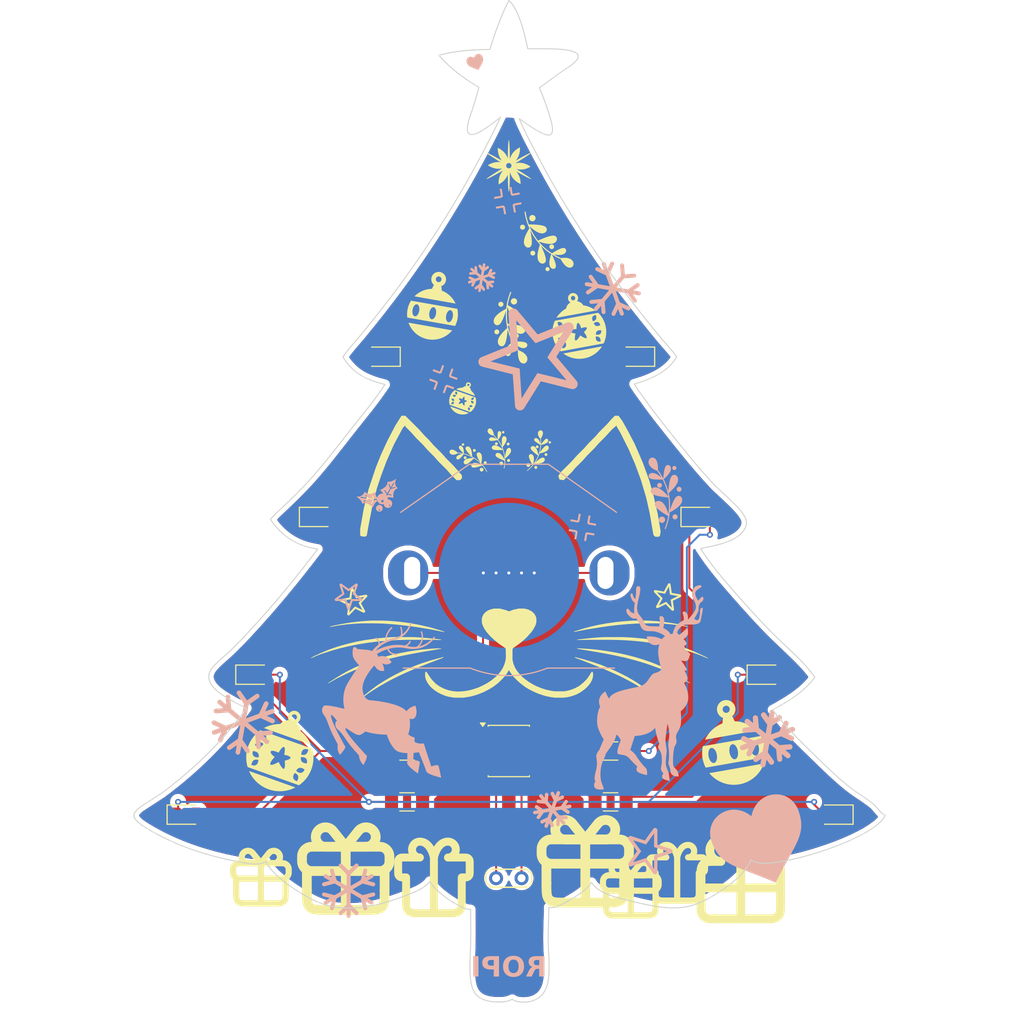
<source format=kicad_pcb>
(kicad_pcb (version 20241229) (generator "pcbnew") (generator_version "9.0")
  (layers (0 "F.Cu" signal) (2 "B.Cu" signal) (13 "F.Paste" user) (15 "B.Paste" user) (5 "F.SilkS" user "F.Silkscreen") (7 "B.SilkS" user "B.Silkscreen") (1 "F.Mask" user) (3 "B.Mask" user) (25 "Edge.Cuts" user))
  (net 0 "")
  (net 1 "+3V")
  (net 2 "Net-(D1-K)")
  (net 3 "Net-(D2-K)")
  (net 4 "GND")
  (net 5 "Net-(D7-K)")
  (net 6 "Net-(D1-A)")
  (net 7 "Net-(U1-PA4)")
  (net 8 "Net-(U1-PA3)")
  (net 9 "Net-(U1-PB3)")
  (net 10 "Net-(U1-PA13-SWD)")
  (net 11 "Net-(U1-PA2)")
  (net 12 "Net-(U1-PA1)")
  (footprint "LED_SMD:LED_0805_2012Metric_Pad1.15x1.40mm_HandSolder" (layer "F.Cu") (at 165.1 60.96 180)
    (property "Reference" "D7")
    (property "Value" "LED")
  )
  (footprint "Resistor_SMD:R_1206_3216Metric_Pad1.30x1.75mm_HandSolder" (layer "F.Cu") (at 162.56 100.33 180)
    (property "Reference" "R4")
    (property "Value" "120")
  )
  (footprint "LED_SMD:LED_0805_2012Metric_Pad1.15x1.40mm_HandSolder" (layer "F.Cu") (at 184.912 106.68 180)
    (property "Reference" "D2")
    (property "Value" "LED")
  )
  (footprint "Resistor_SMD:R_1206_3216Metric_Pad1.30x1.75mm_HandSolder" (layer "F.Cu") (at 162.56 105.41 180)
    (property "Reference" "R3")
    (property "Value" "120")
  )
  (footprint "LED_SMD:LED_0805_2012Metric_Pad1.15x1.40mm_HandSolder" (layer "F.Cu") (at 178.054 92.71)
    (property "Reference" "D4")
    (property "Value" "LED")
  )
  (footprint "LED_SMD:LED_0805_2012Metric_Pad1.15x1.40mm_HandSolder" (layer "F.Cu") (at 171.45 76.962)
    (property "Reference" "D8")
    (property "Value" "LED")
  )
  (footprint "TestPoint:TestPoint_2Pads_Pitch2.54mm_Drill0.8mm" (layer "F.Cu") (at 151.13 113.03)
    (property "Reference" "TP1" (hide yes))
    (property "Value" "TestPoint_2Pole")
  )
  (footprint "Package_SO:SO-8_3.9x4.9mm_P1.27mm" (layer "F.Cu") (at 152.4 100.33)
    (property "Reference" "U1")
    (property "Value" "PY32F002AL15S6TU")
  )
  (footprint "MountingHole:MountingHole_2.1mm" (layer "F.Cu") (at 152.4 32.766)
    (property "Reference" "H1")
    (property "Value" "MountingHole")
  )
  (footprint "LED_SMD:LED_0805_2012Metric_Pad1.15x1.40mm_HandSolder" (layer "F.Cu") (at 139.7 60.96 180)
    (property "Reference" "D6")
    (property "Value" "LED")
  )
  (footprint "LED_SMD:LED_0805_2012Metric_Pad1.15x1.40mm_HandSolder" (layer "F.Cu") (at 133.35 76.962)
    (property "Reference" "D5")
    (property "Value" "LED")
  )
  (footprint "Resistor_SMD:R_1206_3216Metric_Pad1.30x1.75mm_HandSolder" (layer "F.Cu") (at 142.24 100.33)
    (property "Reference" "R1")
    (property "Value" "120")
  )
  (footprint "Resistor_SMD:R_1206_3216Metric_Pad1.30x1.75mm_HandSolder" (layer "F.Cu") (at 142.24 105.41)
    (property "Reference" "R2")
    (property "Value" "120")
  )
  (footprint "LED_SMD:LED_0805_2012Metric_Pad1.15x1.40mm_HandSolder" (layer "F.Cu") (at 120.142 106.68)
    (property "Reference" "D1")
    (property "Value" "LED")
  )
  (footprint "LED_SMD:LED_0805_2012Metric_Pad1.15x1.40mm_HandSolder" (layer "F.Cu") (at 127 92.71)
    (property "Reference" "D3")
    (property "Value" "LED")
  )
  (footprint "OneOffs:BatteryHolder_WJ-CR2032-1-W" (layer "B.Cu") (at 152.4 82.55)
    (property "Reference" "BT1" (hide yes))
    (property "Value" "9")
  )
  (gr_line (start 163.83 66.04) (end 172.466 76.962) (stroke (width 0.2)) (layer "F.Cu") (net 5))
  (gr_line (start 140.97 66.04) (end 132.334 76.962) (stroke (width 0.2)) (layer "F.Cu") (net 6))
  (gr_line (start 143.002 66.04) (end 134.366 76.962) (stroke (width 0.2)) (layer "F.Cu") (net 3))
  (gr_line (start 161.798 66.04) (end 170.434 76.962) (stroke (width 0.2)) (layer "F.Cu") (net 3))
  (gr_line (start 143.002 66.04) (end 143.002 60.96) (stroke (width 0.2)) (layer "F.Cu") (net 3))
  (gr_poly (pts (xy 155.238823 72.000565) (xy 155.239441 72.007619) (xy 155.239718 72.014695) (xy 155.239662 72.021786) (xy 155.239261 72.028874) (xy 155.238522 72.035947) (xy 155.237435 72.042993) (xy 155.236009 72.050001) (xy 155.234236 72.056951) (xy 155.232115 72.063836) (xy 155.229647 72.070641) (xy 155.226828 72.077352) (xy 155.223657 72.08396) (xy 155.220136 72.090444) (xy 155.216253 72.096801) (xy 155.212021 72.103014) (xy 155.207428 72.109065) (xy 155.202537 72.114875) (xy 155.197411 72.120371) (xy 155.19207 72.125554) (xy 155.186515 72.130417) (xy 155.180772 72.134963) (xy 155.174843 72.139191) (xy 155.168752 72.143094) (xy 155.162503 72.146681) (xy 155.156114 72.149941) (xy 155.149595 72.152873) (xy 155.142962 72.15548) (xy 155.136224 72.157761) (xy 155.129397 72.159712) (xy 155.122494 72.161329) (xy 155.115529 72.162614) (xy 155.108511 72.163568) (xy 155.101459 72.164181) (xy 155.094379 72.164461) (xy 155.087288 72.164402) (xy 155.080202 72.164002) (xy 155.073127 72.163262) (xy 155.066082 72.16218) (xy 155.059076 72.160749) (xy 155.052125 72.158978) (xy 155.045241 72.156858) (xy 155.038436 72.154389) (xy 155.03172 72.15157) (xy 155.025115 72.148399) (xy 155.018629 72.144876) (xy 155.012274 72.140996) (xy 155.006062 72.136761) (xy 155.00001 72.132171) (xy 155.000008 72.13217) (xy 154.994194 72.12728) (xy 154.988696 72.122155) (xy 154.983513 72.11681) (xy 154.978648 72.111259) (xy 154.974097 72.105512) (xy 154.96987 72.099586) (xy 154.965962 72.093493) (xy 154.96238 72.087244) (xy 154.959119 72.080852) (xy 154.956182 72.074331) (xy 154.953577 72.067695) (xy 154.951298 72.060958) (xy 154.949347 72.054133) (xy 154.94773 72.047228) (xy 154.946445 72.04026) (xy 154.945493 72.033244) (xy 154.944877 72.026188) (xy 154.944601 72.019107) (xy 154.944659 72.012018) (xy 154.945062 72.004928) (xy 154.945802 71.997854) (xy 154.946885 71.990806) (xy 154.948315 71.983804) (xy 154.95009 71.97685) (xy 154.95221 71.969968) (xy 154.95468 71.963164) (xy 154.9575 71.956452) (xy 154.960673 71.949849) (xy 154.964197 71.943363) (xy 154.968076 71.93701) (xy 154.972312 71.930801) (xy 154.976903 71.924752) (xy 154.981796 71.918942) (xy 154.986922 71.913446) (xy 154.992267 71.908266) (xy 154.997817 71.9034) (xy 155.003562 71.898854) (xy 155.009488 71.894628) (xy 155.015581 71.890723) (xy 155.021831 71.887137) (xy 155.028219 71.883878) (xy 155.034737 71.880943) (xy 155.041374 71.878337) (xy 155.048109 71.876057) (xy 155.054937 71.874105) (xy 155.061839 71.872491) (xy 155.068805 71.871203) (xy 155.075823 71.870251) (xy 155.082875 71.869634) (xy 155.089953 71.869356) (xy 155.097044 71.869415) (xy 155.104133 71.869814) (xy 155.111204 71.870556) (xy 155.118251 71.871638) (xy 155.125258 71.873064) (xy 155.132205 71.87484) (xy 155.139094 71.87696) (xy 155.145897 71.879429) (xy 155.152612 71.882247) (xy 155.15922 71.885419) (xy 155.165705 71.888941) (xy 155.17206 71.892821) (xy 155.17827 71.897056) (xy 155.184322 71.901646) (xy 155.190133 71.906539) (xy 155.195629 71.911664) (xy 155.20081 71.917008) (xy 155.205674 71.922558) (xy 155.210221 71.928305) (xy 155.214449 71.934231) (xy 155.218353 71.940324) (xy 155.221938 71.946575) (xy 155.225198 71.952964) (xy 155.22813 71.959482) (xy 155.230739 71.966118) (xy 155.233018 71.972852) (xy 155.234966 71.979677) (xy 155.236588 71.98658) (xy 155.237871 71.993547)) (fill yes) (layer "F.SilkS"))
  (gr_poly (pts (xy 132.807546 100.218924) (xy 132.834056 100.340989) (xy 132.856048 100.464191) (xy 132.87346 100.588405) (xy 132.886232 100.713504) (xy 132.894306 100.839362) (xy 132.897621 100.965854) (xy 132.896118 101.092851) (xy 132.889735 101.22023) (xy 132.878414 101.347859) (xy 132.862093 101.475618) (xy 132.840716 101.603378) (xy 132.814219 101.731013) (xy 132.782545 101.858397) (xy 132.745632 101.985401) (xy 132.703422 102.111902) (xy 132.65515 102.239893) (xy 132.602249 102.364767) (xy 132.544854 102.48646) (xy 132.483094 102.604915) (xy 132.417103 102.720061) (xy 132.347016 102.831842) (xy 132.272965 102.940191) (xy 132.19508 103.045045) (xy 132.113498 103.146344) (xy 132.028349 103.244022) (xy 131.939769 103.338018) (xy 131.847886 103.428267) (xy 131.752838 103.514708) (xy 131.654756 103.597275) (xy 131.553771 103.675908) (xy 131.45002 103.750544) (xy 126.317043 101.930162) (xy 126.2848 101.812105) (xy 126.256822 101.692786) (xy 126.233178 101.572318) (xy 126.213937 101.450812) (xy 126.199735 101.333082) (xy 126.743369 101.530948) (xy 126.725735 101.587361) (xy 126.710348 101.649305) (xy 126.697397 101.717016) (xy 126.759404 101.739313) (xy 126.817617 101.755952) (xy 126.872159 101.767258) (xy 126.923147 101.773555) (xy 126.970701 101.775164) (xy 127.01494 101.772415) (xy 127.055986 101.765631) (xy 127.093957 101.755138) (xy 127.128973 101.741255) (xy 127.161152 101.724314) (xy 127.190617 101.704635) (xy 127.217487 101.682543) (xy 127.241876 101.658365) (xy 127.263911 101.632424) (xy 127.283707 101.605045) (xy 127.301387 101.576555) (xy 127.317066 101.547274) (xy 127.330869 101.517527) (xy 127.342912 101.487645) (xy 127.353315 101.457946) (xy 127.359418 101.436487) (xy 130.909174 102.728493) (xy 130.898541 102.758107) (xy 130.889064 102.788902) (xy 130.881041 102.820692) (xy 130.87477 102.853307) (xy 130.870548 102.88657) (xy 130.868671 102.920303) (xy 130.869437 102.954329) (xy 130.873145 102.98847) (xy 130.880092 103.022553) (xy 130.890576 103.056397) (xy 130.904891 103.089829) (xy 130.923339 103.12267) (xy 130.946216 103.154743) (xy 130.973818 103.185873) (xy 131.006444 103.215882) (xy 131.044391 103.244595) (xy 131.087956 103.271833) (xy 131.137438 103.297421) (xy 131.193131 103.32118) (xy 131.255339 103.342936) (xy 131.287939 103.282195) (xy 131.315017 103.2244) (xy 131.336863 103.169481) (xy 131.353774 103.117376) (xy 131.366044 103.068016) (xy 131.373965 103.021333) (xy 131.377833 102.977262) (xy 131.377943 102.935737) (xy 131.374591 102.896689) (xy 131.368068 102.860053) (xy 131.358671 102.825762) (xy 131.346692 102.793749) (xy 131.332427 102.763949) (xy 131.316173 102.736291) (xy 131.298219 102.710712) (xy 131.278863 102.687146) (xy 131.258399 102.665524) (xy 131.237121 102.64578) (xy 131.215324 102.627847) (xy 131.193303 102.61166) (xy 131.149763 102.584252) (xy 131.108856 102.563026) (xy 131.072939 102.547444) (xy 131.044368 102.536973) (xy 131.018685 102.529236) (xy 131.00017 102.555147) (xy 130.980599 102.585413) (xy 130.957321 102.625335) (xy 130.932721 102.6735) (xy 130.909174 102.728493) (xy 127.359418 101.436487) (xy 127.369683 101.400403) (xy 127.380928 101.3475) (xy 127.388009 101.30183) (xy 127.391883 101.265993) (xy 127.393833 101.234207) (xy 127.369014 101.224033) (xy 127.340231 101.214163) (xy 127.302521 101.203634) (xy 127.257381 101.194348) (xy 127.206302 101.188198) (xy 127.179003 101.186894) (xy 127.150777 101.187089) (xy 127.121815 101.189015) (xy 127.092301 101.192914) (xy 127.062424 101.199021) (xy 127.032366 101.207573) (xy 127.002317 101.218809) (xy 126.972464 101.232965) (xy 126.942993 101.250279) (xy 126.914091 101.270988) (xy 126.885943 101.295329) (xy 126.858737 101.323542) (xy 126.83266 101.355859) (xy 126.807899 101.392523) (xy 126.784637 101.433766) (xy 126.763067 101.479829) (xy 126.743369 101.530948) (xy 126.199735 101.333082) (xy 126.199169 101.328381) (xy 126.18894 101.205141) (xy 126.183321 101.081201) (xy 126.18238 100.956676) (xy 126.186305 100.820953) (xy 126.195938 100.684812) (xy 126.211318 100.548407) (xy 126.232489 100.411902) (xy 126.25949 100.275449) (xy 126.291565 100.142523) (xy 126.840364 100.342269) (xy 126.8269 100.406769) (xy 126.818513 100.46673) (xy 126.814897 100.522308) (xy 126.815749 100.573673) (xy 126.820763 100.620986) (xy 126.829635 100.664411) (xy 126.842059 100.704114) (xy 126.85773 100.740253) (xy 126.876344 100.772998) (xy 126.897594 100.802507) (xy 126.92118 100.828948) (xy 126.946792 100.852482) (xy 126.974127 100.873273) (xy 127.002881 100.891486) (xy 127.032747 100.907282) (xy 127.063421 100.920826) (xy 127.094597 100.932283) (xy 127.125973 100.941815) (xy 127.157243 100.949586) (xy 127.188101 100.95576) (xy 127.247363 100.963967) (xy 127.30132 100.967747) (xy 127.347533 100.968411) (xy 127.383562 100.967264) (xy 127.415312 100.964774) (xy 127.421937 100.938782) (xy 127.42771 100.908904) (xy 127.432893 100.870098) (xy 127.435814 100.824105) (xy 127.4348 100.772667) (xy 127.432295 100.74545) (xy 127.42818 100.717527) (xy 127.422245 100.689114) (xy 127.414282 100.660429) (xy 127.404078 100.631689) (xy 127.39143 100.603114) (xy 127.376125 100.574921) (xy 127.357956 100.547327) (xy 127.336713 100.520552) (xy 127.312186 100.494811) (xy 127.284167 100.470322) (xy 127.252446 100.447306) (xy 127.216819 100.425979) (xy 127.177069 100.406556) (xy 127.132991 100.389259) (xy 127.084377 100.374305) (xy 127.031016 100.36191) (xy 126.9727 100.352296) (xy 126.909219 100.345677) (xy 126.840364 100.342269) (xy 126.291565 100.142523) (xy 126.292364 100.13921) (xy 126.331153 100.003342) (xy 126.375898 99.868002) (xy 126.423018 99.743243) (xy 126.47453 99.621423) (xy 126.486094 99.596795) (xy 128.636942 100.37964) (xy 128.630097 100.399629) (xy 128.626391 100.420258) (xy 128.625632 100.441444) (xy 128.627627 100.463101) (xy 128.632187 100.485148) (xy 128.63912 100.507499) (xy 128.648232 100.530075) (xy 128.659334 100.552786) (xy 128.672232 100.575553) (xy 128.686739 100.598289) (xy 128.7198 100.643344) (xy 128.756987 100.687281) (xy 128.796767 100.72943) (xy 128.837603 100.769124) (xy 128.87797 100.805694) (xy 128.916329 100.838473) (xy 128.951153 100.866791) (xy 129.02441 100.922085) (xy 128.937932 101.019522) (xy 128.852273 101.122492) (xy 128.805382 101.182047) (xy 128.758276 101.244892) (xy 128.712825 101.309457) (xy 128.670899 101.374172) (xy 128.634367 101.43747) (xy 128.605099 101.49778) (xy 128.593774 101.526325) (xy 128.584966 101.553535) (xy 128.57891 101.579213) (xy 128.575837 101.603163) (xy 128.575983 101.625192) (xy 128.579582 101.645099) (xy 128.586865 101.662691) (xy 128.598067 101.677773) (xy 128.612858 101.689951) (xy 128.630586 101.699103) (xy 128.651033 101.705398) (xy 128.673973 101.709012) (xy 128.699182 101.710117) (xy 128.726437 101.708889) (xy 128.755516 101.705497) (xy 128.786193 101.700114) (xy 128.818245 101.692917) (xy 128.85145 101.684079) (xy 128.920416 101.662167) (xy 128.991306 101.635764) (xy 129.06233 101.606256) (xy 129.131699 101.57503) (xy 129.197623 101.543471) (xy 129.31198 101.484894) (xy 129.420641 101.424731) (xy 129.478343 101.541501) (xy 129.541125 101.659515) (xy 129.578274 101.725277) (xy 129.61822 101.792438) (xy 129.660188 101.858668) (xy 129.703398 101.921638) (xy 129.747069 101.979019) (xy 129.790426 102.028482) (xy 129.811741 102.049516) (xy 129.832687 102.067697) (xy 129.853164 102.082734) (xy 129.873075 102.094336) (xy 129.892322 102.102212) (xy 129.910811 102.10607) (xy 129.92844 102.10562) (xy 129.945113 102.10057) (xy 129.960502 102.091283) (xy 129.97439 102.078471) (xy 129.986843 102.062382) (xy 129.997927 102.043268) (xy 130.00771 102.021379) (xy 130.016257 101.996966) (xy 130.023636 101.970281) (xy 130.029912 101.941571) (xy 130.037222 101.893543) (xy 131.171748 102.306477) (xy 131.194835 102.32841) (xy 131.22209 102.351996) (xy 131.258392 102.380593) (xy 131.302673 102.411646) (xy 131.353862 102.442603) (xy 131.410891 102.470911) (xy 131.441261 102.483274) (xy 131.47269 102.494018) (xy 131.505044 102.502822) (xy 131.538189 102.509369) (xy 131.571991 102.513339) (xy 131.606318 102.514414) (xy 131.641036 102.512274) (xy 131.676009 102.506599) (xy 131.711105 102.497069) (xy 131.746189 102.483368) (xy 131.781131 102.465176) (xy 131.815794 102.442174) (xy 131.850045 102.41404) (xy 131.88375 102.380459) (xy 131.916776 102.34111) (xy 131.948988 102.295673) (xy 131.980256 102.24383) (xy 132.010441 102.185262) (xy 131.95482 102.144532) (xy 131.901349 102.109682) (xy 131.849999 102.080413) (xy 131.80075 102.056422) (xy 131.753571 102.03741) (xy 131.708443 102.023076) (xy 131.665337 102.013116) (xy 131.624229 102.007234) (xy 131.585094 102.005125) (xy 131.547908 102.006491) (xy 131.512643 102.011029) (xy 131.479276 102.018439) (xy 131.447781 102.028421) (xy 131.418133 102.040674) (xy 131.39031 102.054896) (xy 131.36428 102.070787) (xy 131.340026 102.088046) (xy 131.317516 102.106369) (xy 131.296727 102.125462) (xy 131.277637 102.145017) (xy 131.244445 102.184324) (xy 131.217738 102.221882) (xy 131.197316 102.255281) (xy 131.182977 102.28212) (xy 131.171748 102.306477) (xy 130.037222 101.893543) (xy 130.039422 101.879087) (xy 130.045319 101.811518) (xy 130.048131 101.740869) (xy 130.048395 101.669146) (xy 130.046637 101.598353) (xy 130.043391 101.530493) (xy 130.034555 101.411598) (xy 130.022387 101.297236) (xy 130.121469 101.273321) (xy 130.221687 101.244932) (xy 130.277569 101.22707) (xy 130.334675 101.206929) (xy 130.391033 101.184637) (xy 130.444677 101.160317) (xy 130.493634 101.134097) (xy 130.51574 101.120313) (xy 130.535936 101.106099) (xy 130.553975 101.091474) (xy 130.569612 101.076451) (xy 130.5826 101.061049) (xy 130.592693 101.04528) (xy 130.599644 101.029161) (xy 130.603208 101.012709) (xy 130.603137 100.995938) (xy 130.599187 100.978864) (xy 130.59178 100.961926) (xy 130.581627 100.945548) (xy 130.568928 100.929732) (xy 130.553875 100.914471) (xy 130.536666 100.899768) (xy 130.517496 100.885619) (xy 130.496558 100.872025) (xy 130.474049 100.858981) (xy 130.425099 100.834546) (xy 130.372206 100.812299) (xy 130.316936 100.79223) (xy 130.260849 100.774323) (xy 130.205509 100.758571) (xy 130.152478 100.744959) (xy 130.059594 100.724106) (xy 129.970285 100.707541) (xy 129.993206 100.598046) (xy 130.012821 100.484102) (xy 130.022031 100.419013) (xy 130.029816 100.351253) (xy 131.655296 100.94288) (xy 131.648673 100.968868) (xy 131.642901 100.998744) (xy 131.63772 101.037547) (xy 131.6348 101.083536) (xy 131.635814 101.134971) (xy 131.638319 101.162186) (xy 131.642435 101.190109) (xy 131.64837 101.218521) (xy 131.656334 101.247206) (xy 131.666536 101.275945) (xy 131.679183 101.304522) (xy 131.694489 101.332716) (xy 131.712657 101.360314) (xy 131.733899 101.38709) (xy 131.758424 101.412835) (xy 131.786441 101.437327) (xy 131.81816 101.46035) (xy 131.853786 101.481683) (xy 131.893532 101.501113) (xy 131.937607 101.518418) (xy 131.98622 101.533382) (xy 132.039575 101.545787) (xy 132.097888 101.555414) (xy 132.161363 101.562046) (xy 132.230212 101.565468) (xy 132.24368 101.500959) (xy 132.25207 101.440995) (xy 132.255687 101.385409) (xy 132.254837 101.334039) (xy 132.249826 101.28672) (xy 132.240957 101.243289) (xy 132.228535 101.203583) (xy 132.212866 101.167438) (xy 132.194254 101.134689) (xy 132.173003 101.105175) (xy 132.149422 101.078732) (xy 132.123809 101.055195) (xy 132.096475 101.0344) (xy 132.067724 101.016185) (xy 132.037858 101.000386) (xy 132.007186 100.98684) (xy 131.976007 100.975381) (xy 131.944631 100.965848) (xy 131.913363 100.958075) (xy 131.882505 100.951902) (xy 131.823245 100.943691) (xy 131.769288 100.939908) (xy 131.723076 100.939245) (xy 131.687047 100.940392) (xy 131.655296 100.94288) (xy 130.029816 100.351253) (xy 130.029839 100.351063) (xy 130.035491 100.28216) (xy 130.038236 100.214215) (xy 130.037319 100.149136) (xy 130.031986 100.088835) (xy 130.027429 100.061073) (xy 130.021486 100.035223) (xy 130.014064 100.011521) (xy 130.005065 99.990208) (xy 129.994399 99.971521) (xy 129.981971 99.9557) (xy 129.967684 99.942984) (xy 129.951448 99.93361) (xy 129.933727 99.928068) (xy 129.915126 99.926516) (xy 129.895741 99.928709) (xy 129.875669 99.934396) (xy 129.855 99.943326) (xy 129.833832 99.955247) (xy 129.812256 99.969911) (xy 129.79037 99.987066) (xy 129.746042 100.02785) (xy 129.701602 100.075597) (xy 129.657806 100.128304) (xy 129.615411 100.183966) (xy 129.575171 100.240581) (xy 129.537845 100.296146) (xy 129.474954 100.396115) (xy 129.417383 100.495319) (xy 129.308156 100.447782) (xy 129.194292 100.403475) (xy 129.129156 100.380594) (xy 129.061073 100.358911) (xy 128.991931 100.339684) (xy 128.923618 100.32417) (xy 128.858022 100.313631) (xy 128.826835 100.31062) (xy 128.797036 100.309325) (xy 128.76886 100.309903) (xy 128.742546 100.312514) (xy 128.718326 100.317313) (xy 128.69644 100.324456) (xy 128.677122 100.334104) (xy 128.660609 100.346411) (xy 128.647136 100.361538) (xy 128.636942 100.37964) (xy 126.486094 99.596795) (xy 126.511837 99.541964) (xy 127.054175 99.739359) (xy 127.109798 99.780082) (xy 127.163273 99.814923) (xy 127.214623 99.844187) (xy 127.263877 99.868172) (xy 127.311055 99.887179) (xy 127.356187 99.901508) (xy 127.399295 99.911462) (xy 127.440405 99.91734) (xy 127.479542 99.919446) (xy 127.516731 99.918075) (xy 127.551995 99.913533) (xy 127.585364 99.906119) (xy 127.61686 99.896134) (xy 127.646508 99.88388) (xy 127.674334 99.869656) (xy 127.700362 99.853763) (xy 127.724619 99.836502) (xy 127.74713 99.818176) (xy 127.767917 99.799083) (xy 127.787009 99.779524) (xy 127.820201 99.740217) (xy 127.846907 99.702658) (xy 127.867331 99.669258) (xy 127.88167 99.64242) (xy 127.892898 99.618061) (xy 127.869807 99.596128) (xy 127.842549 99.57254) (xy 127.806243 99.543943) (xy 127.761956 99.512889) (xy 127.71076 99.481933) (xy 127.653724 99.453626) (xy 127.623352 99.441263) (xy 127.591922 99.430521) (xy 127.559565 99.421718) (xy 127.526418 99.415173) (xy 127.492612 99.411204) (xy 127.458285 99.410133) (xy 127.423565 99.412277) (xy 127.388591 99.417956) (xy 127.353493 99.427489) (xy 127.318407 99.441194) (xy 127.283467 99.459392) (xy 127.248804 99.4824) (xy 127.214555 99.510538) (xy 127.180852 99.544127) (xy 127.147828 99.583484) (xy 127.115617 99.628929) (xy 127.084357 99.680781) (xy 127.054175 99.739359) (xy 126.511837 99.541964) (xy 126.530318 99.5026) (xy 126.590258 99.386838) (xy 126.654221 99.274197) (xy 126.722093 99.164738) (xy 126.793745 99.058523) (xy 126.869059 98.955614) (xy 126.94791 98.85607) (xy 127.030174 98.759956) (xy 127.115731 98.667327) (xy 127.204458 98.57825) (xy 127.214935 98.568491) (xy 127.727752 98.755142) (xy 127.710841 98.807247) (xy 127.698569 98.856607) (xy 127.690645 98.903288) (xy 127.686774 98.947357) (xy 127.686661 98.988881) (xy 127.690011 99.027928) (xy 127.696532 99.064564) (xy 127.705925 99.098852) (xy 127.7179 99.130865) (xy 127.73216 99.160664) (xy 127.748414 99.18832) (xy 127.766361 99.213897) (xy 127.785714 99.237462) (xy 127.806175 99.259083) (xy 127.827448 99.278826) (xy 127.849241 99.296756) (xy 127.87126 99.312943) (xy 127.914791 99.340346) (xy 127.955692 99.361572) (xy 127.991603 99.377153) (xy 128.02017 99.38762) (xy 128.045851 99.395355) (xy 128.064366 99.369446) (xy 128.083938 99.33918) (xy 128.107216 99.299257) (xy 128.131817 99.251094) (xy 128.155364 99.196102) (xy 128.165999 99.166486) (xy 128.175477 99.135695) (xy 128.177462 99.127833) (xy 131.727748 100.420032) (xy 131.717347 100.449732) (xy 131.700987 100.507277) (xy 131.689747 100.560183) (xy 131.682672 100.605855) (xy 131.678803 100.641693) (xy 131.676856 100.673481) (xy 131.701676 100.683655) (xy 131.730457 100.693524) (xy 131.768166 100.704052) (xy 131.813306 100.713339) (xy 131.864382 100.719486) (xy 131.89168 100.72079) (xy 131.919904 100.720595) (xy 131.948864 100.718666) (xy 131.978376 100.714769) (xy 132.008253 100.708661) (xy 132.03831 100.700108) (xy 132.068354 100.68887) (xy 132.098206 100.674713) (xy 132.127673 100.657396) (xy 132.156571 100.636687) (xy 132.184715 100.612342) (xy 132.211917 100.584129) (xy 132.237989 100.55181) (xy 132.262746 100.515146) (xy 132.286002 100.473899) (xy 132.307568 100.427835) (xy 132.327258 100.376713) (xy 132.344886 100.320298) (xy 132.360266 100.258351) (xy 132.37321 100.190637) (xy 132.311203 100.16834) (xy 132.25299 100.151701) (xy 132.198451 100.140396) (xy 132.147464 100.134102) (xy 132.09991 100.132492) (xy 132.055674 100.135242) (xy 132.014631 100.142027) (xy 131.976661 100.152523) (xy 131.941649 100.166404) (xy 131.909473 100.183349) (xy 131.880012 100.203029) (xy 131.853147 100.225121) (xy 131.82876 100.249302) (xy 131.806729 100.275244) (xy 131.786937 100.302625) (xy 131.769262 100.331118) (xy 131.753585 100.360402) (xy 131.739788 100.390146) (xy 131.727748 100.420032) (xy 128.177462 99.127833) (xy 128.183504 99.103904) (xy 128.189776 99.071287) (xy 128.194001 99.038027) (xy 128.195879 99.004295) (xy 128.195117 98.97027) (xy 128.191409 98.936131) (xy 128.184468 98.902048) (xy 128.173987 98.868205) (xy 128.159674 98.834776) (xy 128.14123 98.801937) (xy 128.118358 98.769865) (xy 128.090762 98.738737) (xy 128.058141 98.708729) (xy 128.0202 98.680018) (xy 127.97664 98.652784) (xy 127.927166 98.627199) (xy 127.871477 98.603444) (xy 127.809279 98.58169) (xy 127.776677 98.64243) (xy 127.749599 98.700224) (xy 127.727752 98.755142) (xy 127.214935 98.568491) (xy 127.29623 98.492783) (xy 127.390927 98.410988) (xy 127.488425 98.332928) (xy 127.5886 98.258662) (xy 132.776575 100.098124)) (fill yes) (layer "F.SilkS"))
  (gr_line (start 127.644917 111.531552) (end 127.644919 115.544398) (stroke (width 0.617361)) (layer "F.SilkS"))
  (gr_line (start 164.578193 112.733169) (end 164.578194 116.746017) (stroke (width 0.617361)) (layer "F.SilkS"))
  (gr_poly (pts (xy 164.634233 88.996856) (xy 165.739386 89.0938) (xy 166.708814 89.229521) (xy 167.542527 89.384632) (xy 168.492572 89.597905) (xy 169.074236 89.753015) (xy 169.714057 89.946903) (xy 170.218169 90.1214) (xy 170.838599 90.373451) (xy 171.323312 90.586728) (xy 171.904976 90.858167) (xy 172.292749 91.052055) (xy 172.31214 91.090829) (xy 172.118249 91.032661) (xy 171.536591 90.780614) (xy 170.993705 90.586725) (xy 170.159995 90.315286) (xy 169.403838 90.10201) (xy 168.550741 89.888737) (xy 167.484366 89.675457) (xy 166.65065 89.539739) (xy 165.623055 89.404018) (xy 164.789345 89.326464) (xy 163.936239 89.268298) (xy 163.393362 89.248913) (xy 162.501484 89.229521) (xy 160.40751 89.229522) (xy 159.224804 89.248909) (xy 159.205416 89.210134) (xy 159.631965 89.151968) (xy 160.756505 89.035635) (xy 161.493271 88.97747) (xy 161.939215 88.958082) (xy 163.800519 88.958082)) (fill yes) (layer "F.SilkS"))
  (gr_poly (pts (xy 131.21613 96.360991) (xy 131.245599 96.374035) (xy 131.274101 96.388411) (xy 131.301608 96.404072) (xy 131.3281 96.420964) (xy 131.35355 96.43904) (xy 131.377936 96.458245) (xy 131.401233 96.478532) (xy 131.423417 96.499848) (xy 131.444461 96.522141) (xy 131.464345 96.545364) (xy 131.483042 96.569462) (xy 131.500529 96.594387) (xy 131.516781 96.620087) (xy 131.531774 96.64651) (xy 131.545484 96.673609) (xy 131.557887 96.70133) (xy 131.568959 96.729622) (xy 131.578674 96.758435) (xy 131.587011 96.787719) (xy 131.593942 96.817421) (xy 131.599447 96.847493) (xy 131.603499 96.877882) (xy 131.606071 96.908538) (xy 131.607145 96.93941) (xy 131.606692 96.970447) (xy 131.60469 97.0016) (xy 131.601115 97.032813) (xy 131.595942 97.064042) (xy 131.589146 97.095232) (xy 131.580706 97.126332) (xy 131.570593 97.157293) (xy 131.557807 97.190416) (xy 131.543378 97.222399) (xy 131.527376 97.253218) (xy 131.509861 97.282838) (xy 131.490904 97.31123) (xy 131.470571 97.338366) (xy 131.448926 97.364217) (xy 131.426035 97.388749) (xy 131.401968 97.411937) (xy 131.376785 97.433749) (xy 131.350559 97.454152) (xy 131.323352 97.473122) (xy 131.295232 97.490628) (xy 131.266265 97.506637) (xy 131.236516 97.521122) (xy 131.206052 97.534051) (xy 131.256303 97.575184) (xy 131.30369 97.618333) (xy 131.348126 97.663351) (xy 131.389519 97.710093) (xy 131.427783 97.758412) (xy 131.462826 97.808162) (xy 131.494561 97.859197) (xy 131.522897 97.911371) (xy 131.547742 97.964535) (xy 131.569014 98.018545) (xy 131.586617 98.073254) (xy 131.600465 98.128516) (xy 131.610469 98.184184) (xy 131.616536 98.240112) (xy 131.618581 98.296156) (xy 131.616514 98.352165) (xy 131.616509 98.352168) (xy 131.700916 98.420852) (xy 131.782783 98.492027) (xy 131.862076 98.565616) (xy 131.938756 98.641543) (xy 132.012787 98.719726) (xy 132.084128 98.800088) (xy 132.152742 98.88255) (xy 132.218593 98.967035) (xy 132.281642 99.053466) (xy 132.341852 99.14176) (xy 132.399183 99.231845) (xy 132.4536 99.323638) (xy 132.505063 99.417062) (xy 132.553537 99.51204) (xy 132.598982 99.608492) (xy 132.641359 99.706343) (xy 127.940543 98.0395) (xy 128.03509 97.990151) (xy 128.13113 97.943829) (xy 128.228587 97.900567) (xy 128.327381 97.860403) (xy 128.427437 97.823374) (xy 128.528676 97.789513) (xy 128.631021 97.758858) (xy 128.734394 97.731448) (xy 128.838717 97.707314) (xy 128.943914 97.686494) (xy 129.049904 97.669025) (xy 129.156614 97.654942) (xy 129.263962 97.644284) (xy 129.371874 97.637082) (xy 129.48027 97.633376) (xy 129.589071 97.633201) (xy 129.622737 97.588407) (xy 129.65962 97.546179) (xy 129.69956 97.506569) (xy 129.742392 97.469641) (xy 129.787959 97.435448) (xy 129.836096 97.40405) (xy 129.886641 97.375505) (xy 129.939434 97.349869) (xy 129.994311 97.3272) (xy 130.051114 97.307558) (xy 130.109676 97.290998) (xy 130.169839 97.277579) (xy 130.231439 97.267357) (xy 130.294318 97.260393) (xy 130.35831 97.25674) (xy 130.423255 97.256463) (xy 130.407738 97.227226) (xy 130.393756 97.197234) (xy 130.38134 97.166549) (xy 130.370524 97.135237) (xy 130.361339 97.103363) (xy 130.35382 97.070991) (xy 130.348001 97.038187) (xy 130.34391 97.005016) (xy 130.341586 96.971541) (xy 130.341058 96.937829) (xy 130.342361 96.903944) (xy 130.345526 96.869951) (xy 130.350588 96.835917) (xy 130.357581 96.801905) (xy 130.366534 96.767977) (xy 130.377484 96.734202) (xy 130.378496 96.731564) (xy 130.715842 96.854348) (xy 130.711501 96.867667) (xy 130.70788 96.881048) (xy 130.704965 96.894465) (xy 130.702748 96.907903) (xy 130.701218 96.921332) (xy 130.700365 96.934737) (xy 130.700178 96.948092) (xy 130.700647 96.961376) (xy 130.701762 96.974569) (xy 130.703511 96.987647) (xy 130.705886 97.000588) (xy 130.708875 97.013371) (xy 130.712468 97.025974) (xy 130.716656 97.038375) (xy 130.721427 97.050553) (xy 130.726771 97.062486) (xy 130.732679 97.07415) (xy 130.739138 97.085526) (xy 130.746139 97.096589) (xy 130.753674 97.107318) (xy 130.761728 97.117695) (xy 130.770294 97.127693) (xy 130.779362 97.137293) (xy 130.78892 97.146472) (xy 130.798959 97.155209) (xy 130.809468 97.163481) (xy 130.820435 97.171267) (xy 130.83185 97.178546) (xy 130.843705 97.185294) (xy 130.855989 97.19149) (xy 130.868692 97.19711) (xy 130.8818 97.202138) (xy 130.895117 97.206484) (xy 130.908494 97.210112) (xy 130.921911 97.213032) (xy 130.935346 97.215254) (xy 130.948774 97.21679) (xy 130.962176 97.217646) (xy 130.97553 97.217838) (xy 130.988812 97.217372) (xy 131.002004 97.21626) (xy 131.01508 97.214515) (xy 131.028019 97.212144) (xy 131.040803 97.209157) (xy 131.053404 97.205567) (xy 131.065803 97.201384) (xy 131.077979 97.196619) (xy 131.08991 97.19128) (xy 131.101571 97.185379) (xy 131.112944 97.178926) (xy 131.124004 97.171932) (xy 131.134732 97.164407) (xy 131.145104 97.156363) (xy 131.155099 97.147807) (xy 131.164695 97.138753) (xy 131.173868 97.129209) (xy 131.182599 97.119188) (xy 131.190865 97.108697) (xy 131.198644 97.09775) (xy 131.205916 97.086354) (xy 131.212654 97.074522) (xy 131.21884 97.062264) (xy 131.224452 97.04959) (xy 131.229468 97.03651) (xy 131.233827 97.023163) (xy 131.237464 97.009756) (xy 131.240393 96.996314) (xy 131.242625 96.982856) (xy 131.244167 96.969403) (xy 131.245033 96.95598) (xy 131.245231 96.942606) (xy 131.244772 96.929304) (xy 131.243667 96.916096) (xy 131.241925 96.903004) (xy 131.23956 96.890051) (xy 131.236579 96.877256) (xy 131.232994 96.864642) (xy 131.228815 96.852231) (xy 131.224051 96.840046) (xy 131.218715 96.828109) (xy 131.212818 96.816438) (xy 131.206368 96.80506) (xy 131.199374 96.793992) (xy 131.191853 96.78326) (xy 131.183808 96.772885) (xy 131.175255 96.762887) (xy 131.166202 96.753289) (xy 131.156658 96.744112) (xy 131.146638 96.735379) (xy 131.136146 96.727113) (xy 131.125198 96.719332) (xy 131.113806 96.712062) (xy 131.101972 96.705321) (xy 131.089713 96.699135) (xy 131.077039 96.693523) (xy 131.063959 96.688507) (xy 131.050613 96.684148) (xy 131.037207 96.680511) (xy 131.023765 96.677582) (xy 131.010306 96.675351) (xy 130.996853 96.673809) (xy 130.983429 96.672945) (xy 130.970055 96.672749) (xy 130.956753 96.673209) (xy 130.943545 96.674316) (xy 130.930452 96.676059) (xy 130.917497 96.678429) (xy 130.904701 96.681416) (xy 130.892087 96.685005) (xy 130.879674 96.68919) (xy 130.867487 96.693958) (xy 130.855546 96.699303) (xy 130.843874 96.705208) (xy 130.832491 96.711668) (xy 130.821422 96.718671) (xy 130.810686 96.726204) (xy 130.800305 96.734261) (xy 130.790303 96.74283) (xy 130.780698 96.751898) (xy 130.771517 96.761458) (xy 130.762777 96.771499) (xy 130.754503 96.782006) (xy 130.746715 96.792975) (xy 130.739436 96.804393) (xy 130.732687 96.816251) (xy 130.726491 96.828535) (xy 130.720869 96.841237) (xy 130.715842 96.854348) (xy 130.378496 96.731564) (xy 130.389143 96.703783) (xy 130.402188 96.674308) (xy 130.416566 96.645801) (xy 130.432226 96.618289) (xy 130.449119 96.591792) (xy 130.467194 96.566338) (xy 130.486401 96.541948) (xy 130.506686 96.51865) (xy 130.528001 96.496465) (xy 130.550296 96.475418) (xy 130.573519 96.455534) (xy 130.597617 96.436835) (xy 130.622543 96.41935) (xy 130.648245 96.403098) (xy 130.674673 96.388104) (xy 130.701773 96.374396) (xy 130.729499 96.361993) (xy 130.757796 96.350924) (xy 130.786616 96.341212) (xy 130.815907 96.332875) (xy 130.845619 96.325948) (xy 130.8757 96.320447) (xy 130.906104 96.316399) (xy 130.936773 96.313827) (xy 130.967663 96.312758) (xy 130.998716 96.313213) (xy 131.029888 96.315219) (xy 131.061126 96.318796) (xy 131.092378 96.323974) (xy 131.123595 96.330773) (xy 131.154725 96.339218) (xy 131.185717 96.349333)) (fill yes) (layer "F.SilkS"))
  (gr_poly (pts (xy 177.597436 109.149426) (xy 177.651728 109.153463) (xy 177.705565 109.16015) (xy 177.75884 109.169446) (xy 177.811482 109.181316) (xy 177.863389 109.195716) (xy 177.914471 109.212622) (xy 177.964644 109.231986) (xy 178.013813 109.253774) (xy 178.061891 109.277941) (xy 178.108784 109.304463) (xy 178.154402 109.333287) (xy 178.198654 109.364391) (xy 178.241454 109.397725) (xy 178.282705 109.433263) (xy 178.322326 109.470961) (xy 178.360019 109.51057) (xy 178.395552 109.551819) (xy 178.428887 109.594619) (xy 178.459987 109.638873) (xy 178.488817 109.684487) (xy 178.515333 109.731374) (xy 178.539501 109.779446) (xy 178.561288 109.828615) (xy 178.580648 109.878785) (xy 178.597552 109.92987) (xy 178.611955 109.98178) (xy 178.623826 110.034421) (xy 178.633121 110.087703) (xy 178.63981 110.141536) (xy 178.643848 110.195831) (xy 178.645203 110.250496) (xy 178.643847 110.305164) (xy 178.639814 110.359459) (xy 178.633118 110.413295) (xy 178.623822 110.466573) (xy 178.611954 110.519217) (xy 178.59755 110.571124) (xy 178.580648 110.622209) (xy 178.561288 110.672382) (xy 178.539497 110.721548) (xy 178.515334 110.769621) (xy 178.488813 110.816514) (xy 178.459984 110.86213) (xy 178.428888 110.906381) (xy 178.39555 110.949172) (xy 178.360016 110.990422) (xy 178.322327 111.030038) (xy 178.282707 111.067732) (xy 178.241456 111.103267) (xy 178.198652 111.136607) (xy 178.154402 111.167708) (xy 178.108784 111.196536) (xy 178.06189 111.223056) (xy 178.013814 111.247228) (xy 177.964643 111.269012) (xy 177.91447 111.288378) (xy 177.863388 111.305276) (xy 177.811482 111.31968) (xy 177.758844 111.331549) (xy 177.705564 111.340845) (xy 177.651729 111.347533) (xy 177.597438 111.351575) (xy 177.542773 111.352927) (xy 178.116036 111.352928) (xy 178.290053 111.353113) (xy 178.443132 111.354428) (xy 178.577475 111.357999) (xy 178.638317 111.360976) (xy 178.695304 111.364946) (xy 178.748711 111.370036) (xy 178.798819 111.376397) (xy 178.845898 111.384164) (xy 178.890235 111.393483) (xy 178.932097 111.404489) (xy 178.971762 111.417326) (xy 179.009505 111.432139) (xy 179.045605 111.449056) (xy 179.076351 111.465493) (xy 179.10634 111.483087) (xy 179.13555 111.5018) (xy 179.163944 111.521612) (xy 179.191499 111.542492) (xy 179.218184 111.56441) (xy 179.243972 111.587334) (xy 179.268838 111.61124) (xy 179.292745 111.636105) (xy 179.315673 111.661894) (xy 179.33759 111.688582) (xy 179.358464 111.716137) (xy 179.378275 111.744533) (xy 179.396988 111.773741) (xy 179.414578 111.803731) (xy 179.431014 111.83448) (xy 179.447936 111.870581) (xy 179.462745 111.908328) (xy 179.475584 111.947992) (xy 179.48659 111.989854) (xy 179.49591 112.034184) (xy 179.503681 112.081269) (xy 179.510039 112.131372) (xy 179.515135 112.184784) (xy 179.522077 112.302604) (xy 179.525646 112.436947) (xy 179.527147 112.764041) (xy 179.527147 115.674459) (xy 179.526959 115.848472) (xy 179.525645 116.00155) (xy 179.522079 116.135897) (xy 179.5191 116.196734) (xy 179.51513 116.253721) (xy 179.510041 116.307135) (xy 179.503678 116.357237) (xy 179.495909 116.404322) (xy 179.486591 116.448651) (xy 179.475586 116.490516) (xy 179.462746 116.530181) (xy 179.447938 116.567927) (xy 179.431015 116.604026) (xy 179.41458 116.634773) (xy 179.396989 116.664763) (xy 179.378277 116.693967) (xy 179.358468 116.722363) (xy 179.337588 116.749919) (xy 179.315674 116.776603) (xy 179.292744 116.802393) (xy 179.268837 116.827258) (xy 179.243976 116.851168) (xy 179.218184 116.874091) (xy 179.191496 116.896009) (xy 179.163944 116.916889) (xy 179.135554 116.936695) (xy 179.106339 116.955412) (xy 179.076354 116.972999) (xy 179.045606 116.989432) (xy 179.009508 117.006352) (xy 178.971759 117.021166) (xy 178.932094 117.034002) (xy 178.890234 117.045012) (xy 178.8459 117.054325) (xy 178.79882 117.062095) (xy 178.748714 117.068455) (xy 178.695302 117.073552) (xy 178.577476 117.080501) (xy 178.443132 117.084068) (xy 178.116037 117.085564) (xy 173.000759 117.085567) (xy 172.826741 117.085377) (xy 172.673667 117.084064) (xy 172.539322 117.080496) (xy 172.478484 117.077516) (xy 172.421499 117.073552) (xy 172.36809 117.068458) (xy 172.317988 117.062095) (xy 172.270906 117.054328) (xy 172.226573 117.04501) (xy 172.18471 117.034007) (xy 172.145046 117.021165) (xy 172.107299 117.006355) (xy 172.071199 116.989433) (xy 172.040452 116.972997) (xy 172.010461 116.955411) (xy 171.981251 116.936698) (xy 171.95286 116.916886) (xy 171.925302 116.896009) (xy 171.898616 116.874093) (xy 171.872825 116.851168) (xy 171.847964 116.827255) (xy 171.824054 116.802392) (xy 171.801124 116.776605) (xy 171.77921 116.749919) (xy 171.758332 116.722361) (xy 171.738519 116.693969) (xy 171.719809 116.664762) (xy 171.702217 116.63477) (xy 171.685778 116.604028) (xy 171.668854 116.567925) (xy 171.654042 116.530179) (xy 171.641209 116.490515) (xy 171.630199 116.448653) (xy 171.620888 116.404321) (xy 171.613116 116.35724) (xy 171.606756 116.30713) (xy 171.601662 116.253722) (xy 171.594718 116.135897) (xy 171.591151 116.001549) (xy 171.589651 115.674454) (xy 171.589653 112.764039) (xy 171.589838 112.590023) (xy 171.591146 112.436949) (xy 171.594716 112.302604) (xy 171.597697 112.241762) (xy 171.601667 112.184783) (xy 171.606758 112.131374) (xy 171.613119 112.081268) (xy 171.620885 112.034187) (xy 171.630201 111.989852) (xy 171.641208 111.947991) (xy 171.654047 111.908328) (xy 171.668854 111.870585) (xy 171.685778 111.83448) (xy 171.702217 111.803734) (xy 171.719806 111.773741) (xy 171.738519 111.744532) (xy 171.758332 111.716136) (xy 171.779211 111.688581) (xy 171.801125 111.661894) (xy 171.824053 111.636108) (xy 171.847968 111.611241) (xy 171.872828 111.587333) (xy 171.898615 111.564408) (xy 171.925304 111.542489) (xy 171.952856 111.521611) (xy 171.981251 111.501799) (xy 172.01046 111.483089) (xy 172.04045 111.465496) (xy 172.071199 111.449053) (xy 172.107301 111.432134) (xy 172.145047 111.417326) (xy 172.184712 111.404488) (xy 172.226576 111.393484) (xy 172.270905 111.384166) (xy 172.317988 111.376399) (xy 172.368094 111.370036) (xy 172.421501 111.364944) (xy 172.539322 111.357998) (xy 172.673671 111.354427) (xy 173.000759 111.352931) (xy 173.574022 111.352927) (xy 173.519356 111.351574) (xy 173.465064 111.347535) (xy 173.411224 111.340848) (xy 173.357948 111.331554) (xy 173.305306 111.319681) (xy 173.253396 111.305278) (xy 173.202314 111.288371) (xy 173.152144 111.269007) (xy 173.102972 111.247226) (xy 173.054897 111.223056) (xy 173.008007 111.19654) (xy 172.962392 111.167706) (xy 172.918143 111.136609) (xy 172.875348 111.103267) (xy 172.834098 111.067731) (xy 172.794489 111.030032) (xy 172.75679 110.990422) (xy 172.721254 110.949174) (xy 172.687919 110.906377) (xy 172.656811 110.862127) (xy 172.627983 110.816513) (xy 172.601466 110.769624) (xy 172.577294 110.721549) (xy 172.555511 110.672381) (xy 172.536149 110.622209) (xy 172.519249 110.571122) (xy 172.50484 110.519217) (xy 172.492971 110.466576) (xy 172.483675 110.413293) (xy 172.476984 110.359461) (xy 172.472948 110.305162) (xy 172.471593 110.250496) (xy 172.472951 110.195834) (xy 172.476984 110.141532) (xy 172.483669 110.087701) (xy 172.492971 110.034419) (xy 172.504838 109.98178) (xy 172.519245 109.929873) (xy 172.536147 109.878785) (xy 172.55551 109.828612) (xy 172.577294 109.779451) (xy 172.601468 109.731373) (xy 172.627986 109.684486) (xy 172.65681 109.638867) (xy 172.687916 109.594616) (xy 172.721252 109.551824) (xy 172.75679 109.510576) (xy 172.794485 109.470963) (xy 172.834098 109.433264) (xy 172.875351 109.397729) (xy 172.918146 109.364388) (xy 172.962393 109.333285) (xy 173.00801 109.30446) (xy 173.054897 109.277941) (xy 173.102975 109.253772) (xy 173.15214 109.231983) (xy 173.202314 109.212625) (xy 173.253398 109.19572) (xy 173.305303 109.181314) (xy 173.357949 109.169446) (xy 173.411228 109.160148) (xy 173.465063 109.153462) (xy 173.51936 109.149423) (xy 173.574022 109.148072) (xy 173.715508 109.154394) (xy 173.850655 109.172828) (xy 173.979584 109.202572) (xy 174.102417 109.242809) (xy 174.219274 109.292736) (xy 174.330276 109.35154) (xy 174.435546 109.418426) (xy 174.535203 109.492575) (xy 174.629372 109.573187) (xy 174.718171 109.659448) (xy 174.801723 109.750557) (xy 174.880142 109.8457) (xy 174.953563 109.944072) (xy 175.022097 110.044868) (xy 175.144986 110.250498) (xy 175.249795 110.456132) (xy 175.337482 110.655296) (xy 175.409021 110.841549) (xy 175.465379 111.00842) (xy 175.536432 111.258188) (xy 175.558398 111.352927) (xy 175.580361 111.258189) (xy 175.651414 111.008418) (xy 175.707775 110.841547) (xy 175.779314 110.655298) (xy 175.867003 110.456128) (xy 175.971808 110.250499) (xy 176.094706 110.044871) (xy 176.163237 109.944074) (xy 176.236653 109.845701) (xy 176.315075 109.750554) (xy 176.398623 109.65945) (xy 176.487423 109.57319) (xy 176.581587 109.492578) (xy 176.681252 109.418429) (xy 176.78652 109.351541) (xy 176.897525 109.292736) (xy 177.014383 109.24281) (xy 177.137216 109.20257) (xy 177.266144 109.172828) (xy 177.401289 109.154393) (xy 177.542771 109.148068)) (stroke (width 0.881944)) (fill no) (layer "F.SilkS"))
  (gr_curve (pts (xy 139.714249 115.910649) (xy 139.430105 116.194801) (xy 138.972777 116.194805) (xy 138.058123 116.194805)) (stroke (width 0.970138)) (layer "F.SilkS"))
  (gr_poly (pts (xy 150.055116 71.396768) (xy 150.06217 71.397386) (xy 150.069189 71.398341) (xy 150.076161 71.39963) (xy 150.083073 71.401254) (xy 150.08991 71.403211) (xy 150.096661 71.405502) (xy 150.103313 71.408124) (xy 150.10985 71.411077) (xy 150.116262 71.414361) (xy 150.122535 71.417974) (xy 150.128656 71.421916) (xy 150.134612 71.426186) (xy 150.140387 71.430783) (xy 150.145973 71.435706) (xy 150.151355 71.440954) (xy 150.156517 71.446527) (xy 150.161391 71.452353) (xy 150.165912 71.458355) (xy 150.170088 71.464518) (xy 150.173914 71.47083) (xy 150.177393 71.477277) (xy 150.180528 71.483848) (xy 150.183315 71.490526) (xy 150.18576 71.497302) (xy 150.187861 71.504161) (xy 150.189617 71.51109) (xy 150.191034 71.518076) (xy 150.192108 71.525106) (xy 150.192843 71.532167) (xy 150.193239 71.539246) (xy 150.193294 71.546331) (xy 150.193014 71.553405) (xy 150.192395 71.560459) (xy 150.191441 71.567479) (xy 150.190152 71.574451) (xy 150.188527 71.581362) (xy 150.18657 71.588199) (xy 150.18428 71.59495) (xy 150.181657 71.601602) (xy 150.178705 71.608139) (xy 150.175421 71.614551) (xy 150.171807 71.620824) (xy 150.167865 71.626946) (xy 150.163596 71.632901) (xy 150.158999 71.638677) (xy 150.154075 71.644262) (xy 150.148827 71.649644) (xy 150.143254 71.654807) (xy 150.143254 71.654809) (xy 150.137428 71.659685) (xy 150.131426 71.664209) (xy 150.125262 71.668386) (xy 150.118951 71.672214) (xy 150.112502 71.675696) (xy 150.105931 71.67883) (xy 150.099251 71.681621) (xy 150.092475 71.684064) (xy 150.085614 71.686166) (xy 150.078684 71.687923) (xy 150.071696 71.689339) (xy 150.064665 71.690414) (xy 150.057604 71.691148) (xy 150.050524 71.691543) (xy 150.043438 71.691599) (xy 150.036363 71.691317) (xy 150.029307 71.690698) (xy 150.022287 71.689742) (xy 150.015315 71.688452) (xy 150.008404 71.686827) (xy 150.001565 71.684868) (xy 149.994814 71.682577) (xy 149.988165 71.679953) (xy 149.981626 71.676999) (xy 149.975215 71.673714) (xy 149.968944 71.6701) (xy 149.962824 71.666157) (xy 149.956872 71.661886) (xy 149.951096 71.657289) (xy 149.945513 71.652365) (xy 149.940134 71.647117) (xy 149.934974 71.641544) (xy 149.930102 71.635717) (xy 149.92558 71.629716) (xy 149.921406 71.623552) (xy 149.917579 71.617242) (xy 149.914099 71.610793) (xy 149.910965 71.604223) (xy 149.908178 71.597545) (xy 149.905733 71.590768) (xy 149.903632 71.58391) (xy 149.901874 71.576981) (xy 149.900458 71.569995) (xy 149.899384 71.562964) (xy 149.898649 71.555903) (xy 149.898254 71.548824) (xy 149.898197 71.541741) (xy 149.898479 71.534665) (xy 149.899097 71.527612) (xy 149.900051 71.520592) (xy 149.90134 71.51362) (xy 149.902964 71.506708) (xy 149.904922 71.499872) (xy 149.907212 71.493121) (xy 149.909835 71.486469) (xy 149.912788 71.479932) (xy 149.916072 71.473519) (xy 149.919686 71.467247) (xy 149.923627 71.461126) (xy 149.927897 71.45517) (xy 149.932493 71.449393) (xy 149.937416 71.443808) (xy 149.942665 71.438427) (xy 149.948237 71.433263) (xy 149.954064 71.428391) (xy 149.960065 71.423869) (xy 149.966229 71.419694) (xy 149.97254 71.415868) (xy 149.978989 71.412388) (xy 149.985559 71.409254) (xy 149.992237 71.406467) (xy 149.999014 71.404022) (xy 150.005873 71.401921) (xy 150.012801 71.400164) (xy 150.019787 71.398748) (xy 150.026817 71.397673) (xy 150.033878 71.396939) (xy 150.040957 71.396543) (xy 150.048042 71.396487)) (fill yes) (layer "F.SilkS"))
  (gr_curve (pts (xy 125.356298 115.363575) (xy 125.175475 115.182752) (xy 125.175473 114.891722) (xy 125.175474 114.309676)) (stroke (width 0.617361)) (layer "F.SilkS"))
  (gr_poly (pts (xy 177.827115 101.689624) (xy 177.781398 101.799509) (xy 177.731685 101.907452) (xy 177.678053 102.013342) (xy 177.620577 102.11707) (xy 177.559331 102.21853) (xy 177.494392 102.317609) (xy 177.425833 102.414202) (xy 177.353732 102.508196) (xy 177.278163 102.599485) (xy 177.1992 102.687959) (xy 177.11692 102.773509) (xy 177.031398 102.856025) (xy 176.942707 102.935398) (xy 176.850926 103.01152) (xy 176.756127 103.084283) (xy 176.68372 103.136241) (xy 176.609723 103.186237) (xy 176.53417 103.234226) (xy 176.457087 103.28016) (xy 176.378506 103.323998) (xy 176.298459 103.365694) (xy 176.216973 103.405203) (xy 176.13408 103.442483) (xy 176.049809 103.477485) (xy 175.964191 103.510167) (xy 175.877257 103.540483) (xy 175.789035 103.56839) (xy 175.699557 103.593842) (xy 175.608853 103.616796) (xy 175.516951 103.637204) (xy 175.423885 103.655025) (xy 175.37888 103.662634) (xy 175.333914 103.669586) (xy 175.288992 103.675887) (xy 175.244122 103.681539) (xy 175.199308 103.686547) (xy 175.154557 103.690915) (xy 175.109873 103.694648) (xy 175.065263 103.69775) (xy 175.020723 103.700248) (xy 174.976266 103.702102) (xy 174.931908 103.703318) (xy 174.887659 103.703901) (xy 174.843484 103.70387) (xy 174.799413 103.703227) (xy 174.75545 103.701976) (xy 174.711602 103.700118) (xy 174.667873 103.697656) (xy 174.624269 103.694591) (xy 174.580796 103.690926) (xy 174.537459 103.686662) (xy 174.494259 103.681804) (xy 174.451204 103.676354) (xy 174.408296 103.670316) (xy 174.365543 103.663691) (xy 174.322951 103.656484) (xy 174.280521 103.648698) (xy 174.238264 103.640337) (xy 174.196183 103.631404) (xy 174.154279 103.621934) (xy 174.112564 103.611894) (xy 174.071037 103.601283) (xy 174.029698 103.590101) (xy 173.911558 103.554929) (xy 173.79517 103.515309) (xy 173.68065 103.471326) (xy 173.568119 103.423059) (xy 173.457691 103.37059) (xy 173.349481 103.314002) (xy 173.243608 103.253376) (xy 173.140189 103.188793) (xy 173.039341 103.120337) (xy 172.941179 103.048087) (xy 172.84582 102.972127) (xy 172.753383 102.892536) (xy 172.663984 102.809399) (xy 172.577737 102.722796) (xy 172.494761 102.632811) (xy 172.415174 102.539521) (xy 177.868763 101.577906)) (fill yes) (layer "F.SilkS"))
  (gr_curve (pts (xy 130.114362 114.309678) (xy 130.114362 114.891726) (xy 130.114361 115.182749) (xy 129.933538 115.363574)) (stroke (width 0.617361)) (layer "F.SilkS"))
  (gr_poly (pts (xy 151.006004 58.626467) (xy 150.999372 58.616981) (xy 150.993194 58.607185) (xy 150.987478 58.597098) (xy 150.982253 58.58673) (xy 150.977521 58.57611) (xy 150.973296 58.565249) (xy 150.969593 58.55416) (xy 150.966425 58.542876) (xy 150.963795 58.531389) (xy 150.961735 58.519735) (xy 150.96024 58.507929) (xy 150.959333 58.495981) (xy 150.959024 58.483916) (xy 150.959326 58.471747) (xy 150.960245 58.459494) (xy 150.961804 58.447167) (xy 150.96398 58.434944) (xy 150.966739 58.422971) (xy 150.970065 58.411272) (xy 150.973946 58.399849) (xy 150.97836 58.388711) (xy 150.983296 58.377887) (xy 150.988729 58.36738) (xy 150.994641 58.357191) (xy 151.001025 58.34736) (xy 151.007854 58.337874) (xy 151.015115 58.328762) (xy 151.022793 58.320025) (xy 151.03086 58.311686) (xy 151.039309 58.303753) (xy 151.048121 58.296244) (xy 151.057278 58.289161) (xy 151.066758 58.28252) (xy 151.076556 58.276344) (xy 151.086645 58.27063) (xy 151.097005 58.265404) (xy 151.107629 58.260678) (xy 151.118488 58.25645) (xy 151.129576 58.252748) (xy 151.14087 58.249579) (xy 151.15235 58.246957) (xy 151.164001 58.244891) (xy 151.175811 58.2434) (xy 151.187761 58.242487) (xy 151.199822 58.242178) (xy 151.211987 58.242481) (xy 151.224241 58.243398) (xy 151.236564 58.244957) (xy 151.236562 58.244955) (xy 151.248785 58.247126) (xy 151.260753 58.249888) (xy 151.272462 58.253217) (xy 151.283891 58.257096) (xy 151.295021 58.261511) (xy 151.30585 58.266441) (xy 151.316363 58.271874) (xy 151.326544 58.277791) (xy 151.336385 58.284171) (xy 151.345866 58.290996) (xy 151.35498 58.298259) (xy 151.36372 58.305928) (xy 151.372062 58.314) (xy 151.379994 58.322449) (xy 151.387515 58.331256) (xy 151.394598 58.340409) (xy 151.401241 58.34989) (xy 151.407421 58.359688) (xy 151.413126 58.369773) (xy 151.41836 58.380133) (xy 151.423094 58.390752) (xy 151.427318 58.401608) (xy 151.431028 58.412698) (xy 151.434193 58.423989) (xy 151.436824 58.435468) (xy 151.438886 58.447116) (xy 151.440377 58.458927) (xy 151.441289 58.470872) (xy 151.441599 58.482939) (xy 151.441301 58.495104) (xy 151.440376 58.507356) (xy 151.43882 58.519681) (xy 151.436646 58.531908) (xy 151.433885 58.543877) (xy 151.430554 58.555595) (xy 151.426667 58.567018) (xy 151.422255 58.578154) (xy 151.417313 58.588984) (xy 151.411882 58.599505) (xy 151.405963 58.609689) (xy 151.39958 58.619533) (xy 151.392752 58.629013) (xy 151.385489 58.638134) (xy 151.377817 58.646867) (xy 151.369746 58.655213) (xy 151.361292 58.663149) (xy 151.352486 58.670663) (xy 151.343326 58.677751) (xy 151.333848 58.684393) (xy 151.32405 58.690572) (xy 151.313969 58.696284) (xy 151.303602 58.701514) (xy 151.292983 58.706244) (xy 151.282123 58.710476) (xy 151.271043 58.714181) (xy 151.259745 58.717354) (xy 151.248266 58.719977) (xy 151.236618 58.72204) (xy 151.224805 58.723536) (xy 151.212864 58.724441) (xy 151.200797 58.724754) (xy 151.188626 58.72446) (xy 151.176372 58.723534) (xy 151.164049 58.72198) (xy 151.151826 58.719802) (xy 151.139847 58.717033) (xy 151.128142 58.713708) (xy 151.11672 58.709823) (xy 151.105581 58.705398) (xy 151.09475 58.700466) (xy 151.084236 58.695033) (xy 151.074054 58.689115) (xy 151.064217 58.682728) (xy 151.054731 58.675897) (xy 151.045615 58.668631) (xy 151.036878 58.660957) (xy 151.028539 58.652887) (xy 151.020609 58.644439) (xy 151.013094 58.635622)) (fill yes) (layer "F.SilkS"))
  (gr_line (start 134.662634 116.194803) (end 134.177566 116.194803) (stroke (width 0.970138)) (layer "F.SilkS"))
  (gr_poly (pts (xy 156.731839 109.157745) (xy 156.670251 109.158434) (xy 156.615933 109.159784) (xy 156.567792 109.162004) (xy 156.524726 109.165317) (xy 156.485633 109.169945) (xy 156.449417 109.176096) (xy 156.413589 109.183924) (xy 156.378277 109.19304) (xy 156.30931 109.21504) (xy 156.242722 109.241883) (xy 156.17872 109.273369) (xy 156.11751 109.309288) (xy 156.059297 109.349434) (xy 156.004287 109.39361) (xy 155.95268 109.441601) (xy 155.904693 109.493206) (xy 155.860518 109.548216) (xy 155.82037 109.606427) (xy 155.78445 109.66764) (xy 155.752967 109.731637) (xy 155.726123 109.798223) (xy 155.704125 109.867189) (xy 155.695009 109.902498) (xy 155.687179 109.938326) (xy 155.6839 109.956144) (xy 155.68103 109.974544) (xy 155.678543 109.993662) (xy 155.676411 110.013635) (xy 155.6731 110.056706) (xy 155.670879 110.104848) (xy 155.669534 110.159164) (xy 155.668843 110.220749) (xy 155.668552 110.370129) (xy 155.668841 110.519505) (xy 155.669534 110.581091) (xy 155.670879 110.635409) (xy 155.673099 110.683556) (xy 155.67641 110.726625) (xy 155.68103 110.765719) (xy 155.687178 110.801935) (xy 155.695006 110.837765) (xy 155.704125 110.873075) (xy 155.726123 110.942043) (xy 155.752968 111.008629) (xy 155.78445 111.072633) (xy 155.820368 111.133842) (xy 155.860517 111.192056) (xy 155.904692 111.247066) (xy 155.95268 111.29867) (xy 156.004286 111.346663) (xy 156.059299 111.390833) (xy 156.11751 111.430983) (xy 156.178719 111.466904) (xy 156.242725 111.498385) (xy 156.309307 111.525229) (xy 156.378276 111.547228) (xy 156.413588 111.556345) (xy 156.449417 111.564174) (xy 156.467235 111.567453) (xy 156.485632 111.570322) (xy 156.504749 111.572808) (xy 156.524724 111.574942) (xy 156.567793 111.578252) (xy 156.615935 111.580473) (xy 156.67025 111.58182) (xy 156.731839 111.58251) (xy 156.881225 111.582801) (xy 160.034179 111.582801) (xy 163.187127 111.5828) (xy 163.336507 111.582509) (xy 163.398088 111.581819) (xy 163.452406 111.580471) (xy 163.500548 111.578252) (xy 163.543617 111.574943) (xy 163.582711 111.570322) (xy 163.618927 111.564173) (xy 163.654754 111.556343) (xy 163.690068 111.547227) (xy 163.759031 111.525229) (xy 163.825618 111.498388) (xy 163.889617 111.466903) (xy 163.950827 111.430983) (xy 164.00904 111.390835) (xy 164.06405 111.346661) (xy 164.115654 111.298671) (xy 164.163646 111.247068) (xy 164.207818 111.192057) (xy 164.247966 111.133844) (xy 164.283884 111.072631) (xy 164.315371 111.00863) (xy 164.342214 110.942044) (xy 164.364213 110.873076) (xy 164.37333 110.837766) (xy 164.38116 110.801936) (xy 164.38444 110.784118) (xy 164.387313 110.76572) (xy 164.389802 110.746602) (xy 164.391936 110.726627) (xy 164.395251 110.683554) (xy 164.397472 110.635409) (xy 164.398818 110.581091) (xy 164.399509 110.519504) (xy 164.399804 110.370128) (xy 164.399509 110.220748) (xy 164.39882 110.159161) (xy 164.397472 110.104846) (xy 164.395251 110.056708) (xy 164.391939 110.013637) (xy 164.387313 109.974545) (xy 164.381162 109.938327) (xy 164.373333 109.902498) (xy 164.364214 109.867189) (xy 164.342215 109.798221) (xy 164.315372 109.731637) (xy 164.283886 109.667638) (xy 164.247967 109.606428) (xy 164.207818 109.548215) (xy 164.163645 109.493204) (xy 164.115656 109.441599) (xy 164.064052 109.393609) (xy 164.009039 109.349436) (xy 163.950828 109.30929) (xy 163.889618 109.273367) (xy 163.825618 109.241883) (xy 163.759031 109.215041) (xy 163.690066 109.193042) (xy 163.654754 109.183924) (xy 163.618925 109.176093) (xy 163.601109 109.172813) (xy 163.582711 109.169941) (xy 163.563592 109.167452) (xy 163.543618 109.165318) (xy 163.50055 109.162003) (xy 163.452408 109.159783) (xy 163.398092 109.158436) (xy 163.336504 109.157744) (xy 163.187127 109.157453) (xy 160.034176 109.157452) (xy 156.881226 109.157453)) (stroke (width 0.970138)) (fill no) (layer "F.SilkS"))
  (gr_poly (pts (xy 154.526055 71.759419) (xy 154.526825 71.768238) (xy 154.527175 71.777087) (xy 154.527102 71.785949) (xy 154.526602 71.794809) (xy 154.525677 71.803651) (xy 154.524324 71.812457) (xy 154.522537 71.821213) (xy 154.52032 71.829902) (xy 154.51767 71.838506) (xy 154.514583 71.847011) (xy 154.51106 71.855403) (xy 154.507096 71.863656) (xy 154.502691 71.871765) (xy 154.497844 71.879706) (xy 154.492552 71.887468) (xy 154.486812 71.895032) (xy 154.480698 71.902295) (xy 154.474291 71.909164) (xy 154.467606 71.915645) (xy 154.460668 71.921727) (xy 154.453484 71.927411) (xy 154.446076 71.932696) (xy 154.438456 71.937579) (xy 154.430646 71.942059) (xy 154.42266 71.946134) (xy 154.414509 71.949805) (xy 154.406217 71.953063) (xy 154.397795 71.955914) (xy 154.389262 71.95835) (xy 154.380633 71.960377) (xy 154.371923 71.96198) (xy 154.363153 71.96317) (xy 154.354338 71.963941) (xy 154.345487 71.964289) (xy 154.336624 71.964217) (xy 154.327765 71.963717) (xy 154.318923 71.962791) (xy 154.310116 71.961436) (xy 154.30136 71.959651) (xy 154.292672 71.957431) (xy 154.284066 71.954781) (xy 154.275563 71.951693) (xy 154.267174 71.948172) (xy 154.258918 71.944205) (xy 154.250809 71.939798) (xy 154.242867 71.934948) (xy 154.235106 71.929656) (xy 154.22754 71.923912) (xy 154.220276 71.917794) (xy 154.213405 71.911388) (xy 154.206927 71.904707) (xy 154.200845 71.897766) (xy 154.195161 71.890583) (xy 154.189876 71.883173) (xy 154.184991 71.875558) (xy 154.180512 71.867744) (xy 154.176435 71.859757) (xy 154.172768 71.851609) (xy 154.169509 71.843316) (xy 154.166659 71.834894) (xy 154.164221 71.826361) (xy 154.162197 71.817734) (xy 154.160589 71.809023) (xy 154.1594 71.800253) (xy 154.15863 71.791435) (xy 154.158281 71.782587) (xy 154.158355 71.773722) (xy 154.158854 71.764865) (xy 154.15978 71.756024) (xy 154.161136 71.747215) (xy 154.162921 71.73846) (xy 154.165138 71.729769) (xy 154.16779 71.721165) (xy 154.170875 71.712659) (xy 154.174403 71.70427) (xy 154.17837 71.696015) (xy 154.182774 71.687907) (xy 154.187623 71.679962) (xy 154.19292 71.672204) (xy 154.198661 71.664639) (xy 154.204772 71.657375) (xy 154.211177 71.650504) (xy 154.217856 71.644029) (xy 154.224795 71.637946) (xy 154.231975 71.632264) (xy 154.239381 71.626982) (xy 154.246999 71.622099) (xy 154.254808 71.617621) (xy 154.262793 71.613545) (xy 154.270941 71.609878) (xy 154.279235 71.606619) (xy 154.287656 71.603771) (xy 154.296186 71.601335) (xy 154.304814 71.599313) (xy 154.313522 71.597707) (xy 154.322292 71.596516) (xy 154.33111 71.595748) (xy 154.339959 71.595399) (xy 154.348819 71.595476) (xy 154.35768 71.595975) (xy 154.366517 71.596901) (xy 154.375326 71.598257) (xy 154.384084 71.600043) (xy 154.392769 71.602259) (xy 154.401374 71.604909) (xy 154.409881 71.607995) (xy 154.41827 71.611519) (xy 154.426526 71.615484) (xy 154.434632 71.619887) (xy 154.442575 71.624734) (xy 154.450335 71.630027) (xy 154.4579 71.635764) (xy 154.465165 71.64188) (xy 154.47204 71.648287) (xy 154.47852 71.65497) (xy 154.484605 71.661909) (xy 154.490292 71.669091) (xy 154.495577 71.676499) (xy 154.500463 71.684116) (xy 154.504942 71.691929) (xy 154.509018 71.699917) (xy 154.51269 71.708064) (xy 154.515948 71.716358) (xy 154.518798 71.72478) (xy 154.521234 71.733313) (xy 154.52326 71.741941) (xy 154.524867 71.75065)) (fill yes) (layer "F.SilkS"))
  (gr_poly (pts (xy 152.661757 55.625685) (xy 152.653128 55.613362) (xy 152.645093 55.600631) (xy 152.637671 55.587514) (xy 152.630876 55.574049) (xy 152.624725 55.560242) (xy 152.619232 55.546124) (xy 152.614417 55.531723) (xy 152.610295 55.517043) (xy 152.606886 55.50212) (xy 152.604199 55.486974) (xy 152.602257 55.471628) (xy 152.601076 55.456113) (xy 152.600663 55.440425) (xy 152.601055 55.424613) (xy 152.602246 55.408691) (xy 152.604265 55.39268) (xy 152.60709 55.376782) (xy 152.610685 55.36122) (xy 152.61502 55.34601) (xy 152.620069 55.331154) (xy 152.625808 55.31668) (xy 152.632229 55.302599) (xy 152.639287 55.288937) (xy 152.646984 55.275701) (xy 152.655278 55.262912) (xy 152.664155 55.250579) (xy 152.673591 55.238734) (xy 152.683571 55.227377) (xy 152.694065 55.216543) (xy 152.705047 55.206224) (xy 152.7165 55.196458) (xy 152.728404 55.187249) (xy 152.740731 55.178619) (xy 152.753463 55.170586) (xy 152.766572 55.163157) (xy 152.780041 55.156366) (xy 152.793841 55.150215) (xy 152.807967 55.144719) (xy 152.822371 55.139905) (xy 152.837044 55.135781) (xy 152.85197 55.132377) (xy 152.867118 55.129689) (xy 152.882459 55.127755) (xy 152.897987 55.126569) (xy 152.91367 55.126167) (xy 152.929487 55.126552) (xy 152.945411 55.127751) (xy 152.961426 55.129777) (xy 152.977324 55.132609) (xy 152.992886 55.136199) (xy 153.008102 55.140531) (xy 153.022958 55.145573) (xy 153.037427 55.151316) (xy 153.051508 55.157736) (xy 153.065175 55.164801) (xy 153.07841 55.172492) (xy 153.091202 55.180785) (xy 153.103526 55.189669) (xy 153.115377 55.199107) (xy 153.126728 55.20908) (xy 153.137568 55.219573) (xy 153.147888 55.230558) (xy 153.157654 55.242009) (xy 153.166861 55.253919) (xy 153.175484 55.266242) (xy 153.183524 55.27897) (xy 153.190946 55.292083) (xy 153.197745 55.305551) (xy 153.203895 55.319357) (xy 153.209385 55.333472) (xy 153.214193 55.347884) (xy 153.218321 55.362557) (xy 153.221735 55.377477) (xy 153.224414 55.392631) (xy 153.226358 55.407975) (xy 153.227533 55.423502) (xy 153.227939 55.439176) (xy 153.227554 55.454993) (xy 153.226356 55.470923) (xy 153.224332 55.486939) (xy 153.221502 55.502827) (xy 153.217919 55.518389) (xy 153.21359 55.533608) (xy 153.208542 55.548454) (xy 153.2028 55.562924) (xy 153.196387 55.576995) (xy 153.189325 55.590655) (xy 153.181633 55.603893) (xy 153.173333 55.616676) (xy 153.16446 55.629004) (xy 153.155027 55.640845) (xy 153.145045 55.652195) (xy 153.134558 55.663038) (xy 153.12357 55.673348) (xy 153.112115 55.683112) (xy 153.100214 55.692317) (xy 153.08789 55.700945) (xy 153.075157 55.70898) (xy 153.062046 55.716403) (xy 153.048579 55.723193) (xy 153.034776 55.729347) (xy 153.020661 55.734837) (xy 153.006254 55.739656) (xy 152.991574 55.743774) (xy 152.976652 55.747189) (xy 152.961513 55.749876) (xy 152.946164 55.75181) (xy 152.930638 55.752998) (xy 152.914962 55.7534) (xy 152.899147 55.753022) (xy 152.883226 55.751825) (xy 152.867211 55.749805) (xy 152.851313 55.746976) (xy 152.835748 55.743389) (xy 152.820527 55.739059) (xy 152.80567 55.734011) (xy 152.791197 55.728275) (xy 152.777119 55.721857) (xy 152.763451 55.714796) (xy 152.750212 55.707105) (xy 152.73742 55.698811) (xy 152.725095 55.68993) (xy 152.713239 55.680494) (xy 152.701889 55.670519) (xy 152.691049 55.660025) (xy 152.680735 55.649041) (xy 152.670962 55.637587)) (fill yes) (layer "F.SilkS"))
  (gr_poly (pts (xy 140.650484 87.348821) (xy 141.503585 87.426379) (xy 142.124018 87.503936) (xy 143.074065 87.659043) (xy 143.733277 87.794762) (xy 144.566986 87.988646) (xy 145.497645 88.260092) (xy 145.962972 88.415198) (xy 145.94358 88.453975) (xy 144.566986 88.182533) (xy 143.151618 87.949872) (xy 142.12402 87.814151) (xy 141.077032 87.697816) (xy 140.068826 87.620264) (xy 139.739218 87.600876) (xy 138.789175 87.581488) (xy 137.800354 87.581487) (xy 137.024808 87.620265) (xy 136.132931 87.697821) (xy 135.415549 87.794763) (xy 134.756337 87.911093) (xy 134.523674 87.949868) (xy 134.523668 87.911098) (xy 134.87267 87.814151) (xy 135.745156 87.639652) (xy 136.578871 87.503933) (xy 137.528911 87.387601) (xy 138.304454 87.329436) (xy 138.672843 87.310047) (xy 139.855551 87.310047)) (fill yes) (layer "F.SilkS"))
  (gr_line (start 132.237288 114.254525) (end 132.237289 112.314247) (stroke (width 0.970138)) (layer "F.SilkS"))
  (gr_poly (pts (xy 173.99 95.25) (xy 174.036702 95.24538) (xy 174.083135 95.243145) (xy 174.129233 95.243249) (xy 174.174926 95.245646) (xy 174.220149 95.250284) (xy 174.264835 95.257123) (xy 174.308915 95.266109) (xy 174.352323 95.2772) (xy 174.394993 95.290347) (xy 174.436856 95.305504) (xy 174.477845 95.322622) (xy 174.517892 95.341656) (xy 174.556934 95.362558) (xy 174.5949 95.385281) (xy 174.631723 95.409778) (xy 174.667338 95.436002) (xy 174.701676 95.463907) (xy 174.734671 95.493445) (xy 174.766254 95.524568) (xy 174.796359 95.557231) (xy 174.824919 95.591385) (xy 174.851866 95.626985) (xy 174.877136 95.663984) (xy 174.900658 95.702331) (xy 174.922366 95.741982) (xy 174.942193 95.782892) (xy 174.960073 95.82501) (xy 174.975937 95.868292) (xy 174.989718 95.91269) (xy 175.001349 95.958155) (xy 175.010765 96.004644) (xy 175.015753 96.036043) (xy 175.019644 96.067366) (xy 175.022452 96.098593) (xy 175.024189 96.129701) (xy 175.024872 96.160673) (xy 175.024513 96.191489) (xy 175.023128 96.222125) (xy 175.020729 96.252563) (xy 175.017331 96.282783) (xy 175.012949 96.312762) (xy 175.007596 96.342483) (xy 175.001287 96.371924) (xy 174.994036 96.401065) (xy 174.985855 96.429886) (xy 174.976761 96.458364) (xy 174.966767 96.486483) (xy 174.955887 96.514221) (xy 174.944135 96.541554) (xy 174.931526 96.568465) (xy 174.918073 96.594936) (xy 174.903791 96.62094) (xy 174.888693 96.646465) (xy 174.872795 96.671483) (xy 174.856109 96.695978) (xy 174.838651 96.719927) (xy 174.820433 96.743313) (xy 174.80147 96.766112) (xy 174.781778 96.788306) (xy 174.761369 96.809875) (xy 174.740257 96.830796) (xy 174.718457 96.851051) (xy 174.695983 96.87062) (xy 174.695979 96.870622) (xy 174.695968 96.870624) (xy 174.695961 96.870626) (xy 174.695952 96.87063) (xy 174.695942 96.870634) (xy 174.695931 96.870641) (xy 174.695918 96.870647) (xy 174.695907 96.870656) (xy 174.695893 96.870664) (xy 174.69588 96.870676) (xy 174.695866 96.870688) (xy 174.695852 96.870703) (xy 174.695838 96.870721) (xy 174.695824 96.870737) (xy 174.712852 96.892902) (xy 174.730008 96.917554) (xy 174.747219 96.94439) (xy 174.764414 96.973118) (xy 174.79846 97.03506) (xy 174.831557 97.101007) (xy 174.86312 97.168584) (xy 174.892563 97.235417) (xy 174.919298 97.299137) (xy 174.94274 97.357364) (xy 174.942738 97.357364) (xy 175.098697 97.364368) (xy 175.253097 97.378994) (xy 175.405712 97.401081) (xy 175.556316 97.430471) (xy 175.704687 97.467003) (xy 175.850598 97.510516) (xy 175.993825 97.560849) (xy 176.134144 97.617843) (xy 176.271328 97.681338) (xy 176.405154 97.751169) (xy 176.535397 97.827182) (xy 176.661832 97.909212) (xy 176.784234 97.997102) (xy 176.902379 98.090688) (xy 177.01604 98.189813) (xy 177.124995 98.294315) (xy 171.991022 99.199573) (xy 172.058078 99.063378) (xy 172.131449 98.930679) (xy 172.210977 98.801702) (xy 172.296505 98.676679) (xy 172.387874 98.555836) (xy 172.484928 98.439401) (xy 172.587508 98.327604) (xy 172.695457 98.220673) (xy 172.808616 98.118838) (xy 172.926829 98.022324) (xy 173.049938 97.931364) (xy 173.177785 97.846181) (xy 173.310211 97.76701) (xy 173.44706 97.694073) (xy 173.588175 97.627604) (xy 173.733396 97.567829) (xy 173.735041 97.498259) (xy 173.737946 97.425324) (xy 173.742367 97.35111) (xy 173.748569 97.277702) (xy 173.756807 97.207185) (xy 173.761772 97.173661) (xy 173.767342 97.141641) (xy 173.773553 97.111387) (xy 173.780434 97.083157) (xy 173.78802 97.057214) (xy 173.796342 97.033818) (xy 173.796332 97.033819) (xy 173.796322 97.03382) (xy 173.796313 97.033821) (xy 173.796304 97.03382) (xy 173.796294 97.03382) (xy 173.796286 97.033819) (xy 173.796276 97.033819) (xy 173.796268 97.033817) (xy 173.79625 97.033814) (xy 173.796234 97.033809) (xy 173.796217 97.033806) (xy 173.796202 97.033799) (xy 173.796172 97.03379) (xy 173.796158 97.033784) (xy 173.796144 97.03378) (xy 173.79613 97.033777) (xy 173.796124 97.033776) (xy 173.796118 97.033775) (xy 173.796111 97.033774) (xy 173.796105 97.033774) (xy 173.796099 97.033774) (xy 173.796093 97.033776) (xy 173.740084 97.011772) (xy 173.685765 96.986254) (xy 173.6333 96.957341) (xy 173.582857 96.925147) (xy 173.534599 96.889786) (xy 173.488694 96.851373) (xy 173.445308 96.810024) (xy 173.404605 96.765853) (xy 173.366753 96.718976) (xy 173.331916 96.669507) (xy 173.300261 96.617563) (xy 173.271953 96.563257) (xy 173.247159 96.506704) (xy 173.226043 96.448022) (xy 173.208773 96.387323) (xy 173.195513 96.324722) (xy 173.752269 96.22655) (xy 173.755909 96.244517) (xy 173.760404 96.26209) (xy 173.765732 96.279251) (xy 173.771865 96.295979) (xy 173.778777 96.312259) (xy 173.786444 96.328072) (xy 173.794836 96.3434) (xy 173.80393 96.358224) (xy 173.8137 96.372527) (xy 173.824119 96.38629) (xy 173.835162 96.399493) (xy 173.846801 96.41212) (xy 173.859012 96.424153) (xy 173.871768 96.435573) (xy 173.885044 96.446362) (xy 173.898813 96.456502) (xy 173.913049 96.465974) (xy 173.927727 96.47476) (xy 173.942821 96.482843) (xy 173.958303 96.490203) (xy 173.97415 96.496823) (xy 173.990333 96.502686) (xy 174.006828 96.50777) (xy 174.023609 96.512059) (xy 174.040648 96.515536) (xy 174.057921 96.518183) (xy 174.075402 96.519979) (xy 174.093064 96.520906) (xy 174.110882 96.520947) (xy 174.128829 96.520086) (xy 174.146879 96.5183) (xy 174.165007 96.515575) (xy 174.182971 96.511936) (xy 174.200537 96.507441) (xy 174.217685 96.502115) (xy 174.234399 96.495986) (xy 174.250659 96.489075) (xy 174.266448 96.481413) (xy 174.28175 96.473024) (xy 174.296544 96.463933) (xy 174.310815 96.454169) (xy 174.324542 96.443755) (xy 174.337711 96.432718) (xy 174.350301 96.421084) (xy 174.362295 96.408879) (xy 174.373675 96.396128) (xy 174.384424 96.382858) (xy 174.394522 96.369095) (xy 174.403953 96.354864) (xy 174.412699 96.340192) (xy 174.420743 96.325104) (xy 174.428063 96.309628) (xy 174.434647 96.293787) (xy 174.440472 96.277609) (xy 174.445522 96.261119) (xy 174.449781 96.244343) (xy 174.453228 96.227308) (xy 174.455847 96.210039) (xy 174.457619 96.192561) (xy 174.458527 96.174902) (xy 174.458553 96.157087) (xy 174.45768 96.139142) (xy 174.455887 96.121092) (xy 174.45316 96.102964) (xy 174.449523 96.085001) (xy 174.445036 96.067433) (xy 174.439721 96.050283) (xy 174.433606 96.033567) (xy 174.426716 96.017303) (xy 174.419078 96.001509) (xy 174.410715 95.986203) (xy 174.401654 95.971404) (xy 174.39192 95.957128) (xy 174.381541 95.943394) (xy 174.37054 95.93022) (xy 174.358942 95.917624) (xy 174.346777 95.905623) (xy 174.334065 95.894236) (xy 174.320836 95.88348) (xy 174.307113 95.873374) (xy 174.292924 95.863936) (xy 174.278291 95.855183) (xy 174.263244 95.847133) (xy 174.247806 95.839805) (xy 174.232003 95.833216) (xy 174.21586 95.827385) (xy 174.199405 95.822328) (xy 174.18266 95.818064) (xy 174.165654 95.814612) (xy 174.148411 95.811989) (xy 174.130957 95.810213) (xy 174.113318 95.8093) (xy 174.095518 95.809271) (xy 174.077584 95.810144) (xy 174.059542 95.811936) (xy 174.041417 95.814663) (xy 174.02345 95.818299) (xy 174.005877 95.822789) (xy 173.988715 95.828104) (xy 173.971983 95.834221) (xy 173.955701 95.841114) (xy 173.939884 95.848759) (xy 173.924553 95.857125) (xy 173.909724 95.86619) (xy 173.895417 95.875929) (xy 173.88165 95.886315) (xy 173.868441 95.897323) (xy 173.855808 95.908925) (xy 173.84377 95.921099) (xy 173.832344 95.933815) (xy 173.821548 95.947052) (xy 173.811404 95.960781) (xy 173.801927 95.974978) (xy 173.793134 95.989617) (xy 173.785046 96.004671) (xy 173.77768 96.020116) (xy 173.771055 96.035925) (xy 173.765188 96.052073) (xy 173.760098 96.068535) (xy 173.755803 96.085285) (xy 173.752322 96.102296) (xy 173.749674 96.119543) (xy 173.747874 96.137002) (xy 173.746944 96.154644) (xy 173.7469 96.172446) (xy 173.74776 96.190382) (xy 173.749545 96.208425) (xy 173.752269 96.22655) (xy 173.195513 96.324722) (xy 173.188461 96.277816) (xy 173.18384 96.231114) (xy 173.181605 96.184681) (xy 173.181711 96.138583) (xy 173.184106 96.09289) (xy 173.188746 96.047666) (xy 173.195584 96.002981) (xy 173.204572 95.958901) (xy 173.215662 95.915493) (xy 173.22881 95.872823) (xy 173.243966 95.830959) (xy 173.261085 95.78997) (xy 173.280119 95.749921) (xy 173.301021 95.710882) (xy 173.323744 95.672915) (xy 173.348242 95.636091) (xy 173.374466 95.600477) (xy 173.40237 95.566139) (xy 173.431908 95.533145) (xy 173.46303 95.501561) (xy 173.495694 95.471456) (xy 173.529848 95.442896) (xy 173.565446 95.415947) (xy 173.602444 95.39068) (xy 173.640791 95.367157) (xy 173.680442 95.34545) (xy 173.721349 95.325622) (xy 173.763468 95.307743) (xy 173.806749 95.291879) (xy 173.851145 95.278099) (xy 173.896609 95.266467) (xy 173.943096 95.257052)) (fill yes) (layer "F.SilkS"))
  (gr_curve (pts (xy 163.630582 115.179201) (xy 163.346438 115.463353) (xy 162.88911 115.463357) (xy 161.974456 115.463357)) (stroke (width 0.970138)) (layer "F.SilkS"))
  (gr_curve (pts (xy 167.047639 115.511294) (xy 167.047639 116.093343) (xy 167.047639 116.384367) (xy 166.866818 116.565189)) (stroke (width 0.617361)) (layer "F.SilkS"))
  (gr_curve (pts (xy 132.521444 115.91065) (xy 132.237289 115.626497) (xy 132.237288 115.169173) (xy 132.237288 114.254525)) (stroke (width 0.970138)) (layer "F.SilkS"))
  (gr_poly (pts (xy 148.391531 66.590208) (xy 148.375251 66.598237) (xy 148.358874 66.606054) (xy 148.342396 66.613661) (xy 148.325821 66.621055) (xy 148.309146 66.628236) (xy 148.292372 66.635207) (xy 148.2755 66.641965) (xy 148.257293 66.649053) (xy 148.248121 66.652496) (xy 148.238905 66.655863) (xy 148.229652 66.659145) (xy 148.220361 66.662335) (xy 148.211034 66.665425) (xy 148.201679 66.668406) (xy 148.201675 66.668405) (xy 148.201673 66.668403) (xy 148.20167 66.668404) (xy 148.201668 66.668402) (xy 148.201665 66.668404) (xy 148.201662 66.668402) (xy 148.20166 66.668403) (xy 148.201659 66.668405) (xy 148.201657 66.668405) (xy 148.201655 66.668405) (xy 148.201652 66.668405) (xy 148.20165 66.668407) (xy 148.201649 66.668408) (xy 148.201647 66.66841) (xy 148.201645 66.668411) (xy 148.201644 66.668411) (xy 148.201643 66.668412) (xy 148.201643 66.668413) (xy 148.20164 66.668417) (xy 148.201638 66.66842) (xy 148.201636 66.668422) (xy 148.201636 66.668424) (xy 148.201635 66.668426) (xy 148.201634 66.668428) (xy 148.201667 66.668439) (xy 148.179608 66.675397) (xy 148.157414 66.681962) (xy 148.135096 66.688134) (xy 148.112659 66.693918) (xy 148.090109 66.699319) (xy 148.067455 66.704339) (xy 148.044703 66.708984) (xy 148.021859 66.713256) (xy 147.980149 66.720032) (xy 147.938169 66.725508) (xy 147.895948 66.729662) (xy 147.853514 66.732483) (xy 147.810902 66.733955) (xy 147.768137 66.734064) (xy 147.72525 66.732795) (xy 147.682269 66.730131) (xy 147.639227 66.726061) (xy 147.59615 66.720566) (xy 147.553071 66.713633) (xy 147.510017 66.705249) (xy 147.467019 66.695396) (xy 147.424105 66.68406) (xy 147.381308 66.671226) (xy 147.338655 66.656879) (xy 147.286792 66.637298) (xy 147.236213 66.615818) (xy 147.186941 66.592494) (xy 147.139003 66.567383) (xy 147.092423 66.540537) (xy 147.047229 66.512011) (xy 147.003445 66.481863) (xy 146.961095 66.450147) (xy 146.92021 66.416917) (xy 146.88081 66.382228) (xy 146.842924 66.346135) (xy 146.806576 66.308692) (xy 146.771793 66.269956) (xy 146.738599 66.229982) (xy 146.70702 66.188823) (xy 146.677084 66.146534) (xy 146.659607 66.120149) (xy 146.642756 66.093366) (xy 146.626544 66.066201) (xy 146.610991 66.038668) (xy 146.596112 66.010781) (xy 146.581923 65.982557) (xy 146.568441 65.954008) (xy 146.555683 65.925152) (xy 148.407711 66.581964)) (fill yes) (layer "F.SilkS"))
  (gr_poly (pts (xy 131.05016 103.987599) (xy 131.009463 104.007673) (xy 130.968517 104.027218) (xy 130.927326 104.046233) (xy 130.885885 104.064718) (xy 130.844197 104.082673) (xy 130.802263 104.100099) (xy 130.760082 104.116994) (xy 130.714565 104.134713) (xy 130.691634 104.143323) (xy 130.668597 104.151741) (xy 130.64546 104.159945) (xy 130.622233 104.167919) (xy 130.59892 104.175642) (xy 130.575529 104.183096) (xy 130.575522 104.183094) (xy 130.575515 104.183092) (xy 130.575509 104.183091) (xy 130.575501 104.183089) (xy 130.575495 104.183089) (xy 130.57549 104.18309) (xy 130.575484 104.18309) (xy 130.575478 104.183093) (xy 130.575472 104.183094) (xy 130.575468 104.183095) (xy 130.575463 104.183097) (xy 130.57546 104.1831) (xy 130.575454 104.183102) (xy 130.575451 104.183105) (xy 130.575448 104.183108) (xy 130.575443 104.183111) (xy 130.57544 104.183114) (xy 130.575437 104.183117) (xy 130.575432 104.183124) (xy 130.575429 104.183131) (xy 130.575424 104.183135) (xy 130.575422 104.183141) (xy 130.57542 104.183145) (xy 130.575419 104.183148) (xy 130.5755 104.183178) (xy 130.520351 104.200577) (xy 130.46487 104.216986) (xy 130.409074 104.232416) (xy 130.352979 104.246876) (xy 130.296606 104.260378) (xy 130.23997 104.272929) (xy 130.183089 104.28454) (xy 130.12598 104.295221) (xy 130.021705 104.312165) (xy 129.916753 104.325848) (xy 129.811202 104.336236) (xy 129.705122 104.343289) (xy 129.598587 104.34697) (xy 129.491675 104.347242) (xy 129.384456 104.34407) (xy 129.277006 104.337411) (xy 129.169399 104.327233) (xy 129.06171 104.313498) (xy 128.954011 104.296166) (xy 128.846377 104.275203) (xy 128.738881 104.250569) (xy 128.631599 104.22223) (xy 128.524604 104.190145) (xy 128.41797 104.15428) (xy 128.288315 104.105326) (xy 128.161865 104.051627) (xy 128.038686 103.993317) (xy 127.918839 103.930536) (xy 127.802391 103.863422) (xy 127.689404 103.792113) (xy 127.579944 103.716742) (xy 127.474073 103.637449) (xy 127.371857 103.554373) (xy 127.273359 103.46765) (xy 127.178642 103.377415) (xy 127.087773 103.283812) (xy 127.000815 103.186972) (xy 126.91783 103.087035) (xy 126.838883 102.984139) (xy 126.76404 102.87842) (xy 126.720351 102.812456) (xy 126.678221 102.745498) (xy 126.637695 102.677584) (xy 126.598811 102.608751) (xy 126.561612 102.539033) (xy 126.526141 102.468471) (xy 126.492437 102.397102) (xy 126.460543 102.32496) (xy 131.090611 103.966994)) (fill yes) (layer "F.SilkS"))
  (gr_line (start 158.578967 115.463355) (end 158.093899 115.463355) (stroke (width 0.970138)) (layer "F.SilkS"))
  (gr_line (start 128.570957 115.544396) (end 126.718876 115.544399) (stroke (width 0.617361)) (layer "F.SilkS"))
  (gr_poly (pts (xy 145.904806 90.974498) (xy 145.71092 91.071443) (xy 144.99354 91.342884) (xy 144.14044 91.672486) (xy 143.597556 91.885763) (xy 142.841398 92.195985) (xy 142.259743 92.448036) (xy 141.581137 92.758253) (xy 141.096419 92.99092) (xy 140.456595 93.320526) (xy 140.010656 93.572577) (xy 139.66166 93.766468) (xy 139.11878 94.096072) (xy 138.80856 94.289954) (xy 138.323847 94.619564) (xy 137.974849 94.871621) (xy 137.625854 95.14306) (xy 137.587076 95.123671) (xy 137.780965 94.929784) (xy 138.207512 94.580788) (xy 138.498341 94.348125) (xy 138.886118 94.057294) (xy 139.215724 93.805241) (xy 139.545329 93.591962) (xy 139.971882 93.320526) (xy 140.534152 92.990919) (xy 140.999479 92.738869) (xy 141.891355 92.292927) (xy 142.56996 92.002098) (xy 143.267952 91.730658) (xy 143.752666 91.55616) (xy 144.52821 91.304107) (xy 145.381314 91.07144) (xy 145.827249 90.95511)) (fill yes) (layer "F.SilkS"))
  (gr_poly (pts (xy 162.001687 107.216319) (xy 161.952117 107.220285) (xy 161.902792 107.226764) (xy 161.853816 107.235757) (xy 161.805298 107.24725) (xy 161.757346 107.261245) (xy 161.710062 107.27773) (xy 161.663553 107.296703) (xy 161.617924 107.31816) (xy 161.573287 107.342092) (xy 161.529737 107.368494) (xy 161.48739 107.397362) (xy 161.446348 107.42869) (xy 161.406715 107.462471) (xy 161.3686 107.498704) (xy 161.33211 107.537376) (xy 161.297347 107.578489) (xy 160.337198 108.778679) (xy 160.326421 108.793194) (xy 160.316968 108.808087) (xy 160.308816 108.823301) (xy 160.301938 108.83878) (xy 160.296304 108.854471) (xy 160.291891 108.870316) (xy 160.288675 108.886267) (xy 160.286626 108.902259) (xy 160.285718 108.918246) (xy 160.285926 108.934172) (xy 160.287223 108.949976) (xy 160.28958 108.965607) (xy 160.292976 108.98101) (xy 160.297381 108.996133) (xy 160.30277 109.010917) (xy 160.309113 109.025309) (xy 160.316388 109.039254) (xy 160.324568 109.052695) (xy 160.333627 109.065582) (xy 160.343534 109.077857) (xy 160.354267 109.089465) (xy 160.365799 109.100349) (xy 160.378106 109.11046) (xy 160.391157 109.119738) (xy 160.404924 109.128128) (xy 160.419388 109.135581) (xy 160.434519 109.142034) (xy 160.450288 109.147438) (xy 160.466673 109.151735) (xy 160.483644 109.154876) (xy 160.501179 109.1568) (xy 160.519245 109.157453) (xy 162.057677 109.157453) (xy 162.137417 109.154429) (xy 162.214506 109.145546) (xy 162.288834 109.13107) (xy 162.360289 109.111275) (xy 162.428756 109.086432) (xy 162.494128 109.056812) (xy 162.556293 109.022687) (xy 162.615138 108.984329) (xy 162.67055 108.942007) (xy 162.722423 108.895996) (xy 162.770641 108.846565) (xy 162.815093 108.793987) (xy 162.855669 108.738529) (xy 162.892256 108.68047) (xy 162.924745 108.620077) (xy 162.953021 108.557622) (xy 162.976971 108.493374) (xy 162.996493 108.427611) (xy 163.011467 108.360596) (xy 163.021785 108.292608) (xy 163.027334 108.223915) (xy 163.028002 108.154788) (xy 163.02368 108.085498) (xy 163.014254 108.016319) (xy 162.999615 107.947523) (xy 162.979649 107.879378) (xy 162.954246 107.812157) (xy 162.923295 107.746134) (xy 162.886681 107.681577) (xy 162.844297 107.61876) (xy 162.796032 107.557952) (xy 162.741769 107.499424) (xy 162.702679 107.462395) (xy 162.662138 107.427971) (xy 162.620257 107.396147) (xy 162.577135 107.366913) (xy 162.53288 107.340268) (xy 162.487599 107.316204) (xy 162.441401 107.294714) (xy 162.394388 107.275795) (xy 162.346664 107.259443) (xy 162.298342 107.245647) (xy 162.249521 107.234408) (xy 162.200312 107.225717) (xy 162.150815 107.219564) (xy 162.101145 107.215954) (xy 162.0514 107.214872)) (stroke (width 0.970138)) (fill no) (layer "F.SilkS"))
  (gr_poly (pts (xy 128.896971 110.296284) (xy 128.865426 110.29881) (xy 128.834037 110.302933) (xy 128.80287 110.308653) (xy 128.771994 110.315968) (xy 128.74148 110.324873) (xy 128.71139 110.335364) (xy 128.681793 110.347437) (xy 128.652755 110.361091) (xy 128.624347 110.376321) (xy 128.596638 110.393125) (xy 128.569688 110.411496) (xy 128.54357 110.43143) (xy 128.518351 110.452928) (xy 128.494097 110.475986) (xy 128.470875 110.500594) (xy 128.448752 110.526756) (xy 127.83775 111.290513) (xy 127.830891 111.299753) (xy 127.824875 111.309229) (xy 127.819687 111.318908) (xy 127.815308 111.328759) (xy 127.811726 111.338744) (xy 127.808919 111.348831) (xy 127.80687 111.358979) (xy 127.805568 111.369157) (xy 127.80499 111.379329) (xy 127.80512 111.389461) (xy 127.805946 111.39952) (xy 127.807449 111.409468) (xy 127.809608 111.41927) (xy 127.812412 111.428895) (xy 127.815841 111.438303) (xy 127.819878 111.44746) (xy 127.824509 111.456334) (xy 127.829712 111.464887) (xy 127.835476 111.473087) (xy 127.841782 111.480901) (xy 127.848613 111.488284) (xy 127.855951 111.495215) (xy 127.863782 111.501645) (xy 127.872084 111.507551) (xy 127.88085 111.51289) (xy 127.890051 111.517633) (xy 127.899681 111.52174) (xy 127.909718 111.52518) (xy 127.920143 111.527915) (xy 127.930942 111.529911) (xy 127.942099 111.531134) (xy 127.953597 111.53155) (xy 128.932601 111.531553) (xy 128.983342 111.52963) (xy 129.032402 111.523975) (xy 129.079701 111.514765) (xy 129.125171 111.502168) (xy 129.16874 111.486358) (xy 129.21034 111.467507) (xy 129.2499 111.445792) (xy 129.28735 111.421383) (xy 129.32261 111.394451) (xy 129.355619 111.365171) (xy 129.386304 111.333715) (xy 129.414593 111.300256) (xy 129.440412 111.264965) (xy 129.463694 111.228018) (xy 129.484369 111.189584) (xy 129.502362 111.149842) (xy 129.517608 111.108956) (xy 129.530024 111.067107) (xy 129.539555 111.024461) (xy 129.546121 110.981194) (xy 129.549652 110.937481) (xy 129.550078 110.893493) (xy 129.547328 110.8494) (xy 129.541331 110.805374) (xy 129.532013 110.761596) (xy 129.519307 110.718234) (xy 129.503143 110.675457) (xy 129.483447 110.633439) (xy 129.46015 110.592358) (xy 129.433175 110.552379) (xy 129.402461 110.513687) (xy 129.367932 110.476444) (xy 129.343056 110.452879) (xy 129.317257 110.430972) (xy 129.290604 110.410722) (xy 129.263163 110.392117) (xy 129.234999 110.375162) (xy 129.206186 110.359847) (xy 129.176788 110.346173) (xy 129.146869 110.334133) (xy 129.1165 110.323727) (xy 129.085748 110.31495) (xy 129.054682 110.307798) (xy 129.023367 110.302265) (xy 128.99187 110.29835) (xy 128.960261 110.296052) (xy 128.928604 110.295364)) (stroke (width 0.617361)) (fill no) (layer "F.SilkS"))
  (gr_poly (pts (xy 151.509236 60.723179) (xy 151.503613 60.715154) (xy 151.498386 60.70686) (xy 151.493553 60.698328) (xy 151.489134 60.689562) (xy 151.485127 60.680576) (xy 151.481551 60.671382) (xy 151.478417 60.662002) (xy 151.475733 60.652447) (xy 151.473518 60.642736) (xy 151.471765 60.632879) (xy 151.470503 60.622889) (xy 151.469736 60.61278) (xy 151.469471 60.602573) (xy 151.469723 60.592281) (xy 151.470496 60.581913) (xy 151.471818 60.571484) (xy 151.473659 60.56114) (xy 151.475998 60.551011) (xy 151.478816 60.541107) (xy 151.482105 60.53144) (xy 151.48584 60.522019) (xy 151.490017 60.512856) (xy 151.494611 60.503958) (xy 151.499621 60.495344) (xy 151.505022 60.48702) (xy 151.510806 60.478992) (xy 151.516953 60.47128) (xy 151.52344 60.46389) (xy 151.530272 60.456832) (xy 151.537422 60.450119) (xy 151.544882 60.44376) (xy 151.552631 60.437768) (xy 151.560652 60.432157) (xy 151.568942 60.426926) (xy 151.577474 60.422091) (xy 151.586241 60.417668) (xy 151.595233 60.413662) (xy 151.604423 60.410087) (xy 151.613796 60.406948) (xy 151.623356 60.404273) (xy 151.63307 60.402049) (xy 151.642928 60.400304) (xy 151.652918 60.399039) (xy 151.663022 60.398268) (xy 151.673229 60.398005) (xy 151.683525 60.398255) (xy 151.693892 60.399037) (xy 151.704321 60.400355) (xy 151.714663 60.402195) (xy 151.724789 60.404528) (xy 151.734693 60.40735) (xy 151.744366 60.410636) (xy 151.753782 60.414374) (xy 151.762945 60.41855) (xy 151.771843 60.42315) (xy 151.780455 60.428155) (xy 151.78878 60.433559) (xy 151.796808 60.439338) (xy 151.80452 60.445484) (xy 151.811909 60.451977) (xy 151.818967 60.458808) (xy 151.825684 60.465953) (xy 151.83204 60.473415) (xy 151.838033 60.481158) (xy 151.843648 60.489184) (xy 151.848878 60.497475) (xy 151.853709 60.506014) (xy 151.858134 60.514778) (xy 151.862142 60.523765) (xy 151.865716 60.532953) (xy 151.86885 60.542335) (xy 151.871531 60.551888) (xy 151.873753 60.561598) (xy 151.875494 60.571461) (xy 151.876761 60.581451) (xy 151.877534 60.591552) (xy 151.877795 60.601766) (xy 151.877545 60.612063) (xy 151.876769 60.622428) (xy 151.875453 60.63285) (xy 151.873606 60.643198) (xy 151.871275 60.653322) (xy 151.86845 60.663233) (xy 151.865168 60.6729) (xy 151.861425 60.682318) (xy 151.857253 60.691484) (xy 151.852656 60.70038) (xy 151.847646 60.708988) (xy 151.842239 60.717322) (xy 151.836469 60.725345) (xy 151.83032 60.733056) (xy 151.823824 60.740447) (xy 151.816996 60.7475) (xy 151.809848 60.754215) (xy 151.802389 60.760576) (xy 151.794643 60.766567) (xy 151.786617 60.772187) (xy 151.778332 60.777413) (xy 151.769794 60.782247) (xy 151.761026 60.786671) (xy 151.752038 60.790672) (xy 151.742847 60.794247) (xy 151.73347 60.797386) (xy 151.723916 60.800066) (xy 151.714199 60.802287) (xy 151.704338 60.804034) (xy 151.694356 60.805299) (xy 151.684245 60.806068) (xy 151.674038 60.806336) (xy 151.663743 60.806082) (xy 151.653373 60.805304) (xy 151.642947 60.803986) (xy 151.632605 60.802145) (xy 151.622482 60.799805) (xy 151.612573 60.796988) (xy 151.602904 60.793701) (xy 151.593486 60.789963) (xy 151.584317 60.785788) (xy 151.575425 60.781184) (xy 151.566812 60.776182) (xy 151.558486 60.770781) (xy 151.550457 60.765003) (xy 151.542747 60.758859) (xy 151.535355 60.752364) (xy 151.528303 60.74553) (xy 151.521589 60.738379) (xy 151.515228 60.730926)) (fill yes) (layer "F.SilkS"))
  (gr_poly (pts (xy 154.697339 50.842232) (xy 154.68685 50.837335) (xy 154.676603 50.831943) (xy 154.666608 50.826062) (xy 154.656901 50.819696) (xy 154.647493 50.812867) (xy 154.638402 50.805572) (xy 154.629652 50.797821) (xy 154.621265 50.78963) (xy 154.613246 50.780997) (xy 154.605634 50.771936) (xy 154.598438 50.762458) (xy 154.591678 50.752564) (xy 154.585376 50.742272) (xy 154.579552 50.731582) (xy 154.574224 50.720511) (xy 154.56941 50.709058) (xy 154.565183 50.697384) (xy 154.561585 50.685636) (xy 154.558617 50.673839) (xy 154.556264 50.662005) (xy 154.55452 50.650154) (xy 154.553381 50.638313) (xy 154.552832 50.626495) (xy 154.552861 50.614716) (xy 154.553472 50.603011) (xy 154.554644 50.591382) (xy 154.556376 50.579859) (xy 154.558657 50.568454) (xy 154.561474 50.5572) (xy 154.564825 50.546104) (xy 154.568702 50.535194) (xy 154.57309 50.524481) (xy 154.577982 50.513991) (xy 154.583377 50.503744) (xy 154.589256 50.493751) (xy 154.595615 50.484046) (xy 154.602453 50.474637) (xy 154.609744 50.465547) (xy 154.617494 50.456799) (xy 154.62569 50.448405) (xy 154.634321 50.440395) (xy 154.643379 50.432781) (xy 154.65286 50.425586) (xy 154.662752 50.418822) (xy 154.673044 50.412524) (xy 154.683733 50.406698) (xy 154.694804 50.401369) (xy 154.706257 50.396555) (xy 154.706251 50.396557) (xy 154.717922 50.392325) (xy 154.729669 50.388733) (xy 154.741472 50.38576) (xy 154.753308 50.383406) (xy 154.765157 50.381665) (xy 154.776999 50.380519) (xy 154.788821 50.379968) (xy 154.800596 50.380002) (xy 154.812308 50.380608) (xy 154.823933 50.381777) (xy 154.835459 50.383507) (xy 154.846859 50.385782) (xy 154.85812 50.388601) (xy 154.869215 50.39195) (xy 154.880129 50.39582) (xy 154.890841 50.400205) (xy 154.901334 50.405097) (xy 154.911583 50.410489) (xy 154.92157 50.416369) (xy 154.931281 50.422725) (xy 154.940692 50.429554) (xy 154.949779 50.436846) (xy 154.958531 50.444591) (xy 154.966922 50.452788) (xy 154.974938 50.461416) (xy 154.98255 50.470472) (xy 154.989747 50.479954) (xy 154.996508 50.489843) (xy 155.00281 50.500137) (xy 155.008634 50.510823) (xy 155.01396 50.521895) (xy 155.018776 50.533346) (xy 155.023005 50.545024) (xy 155.026599 50.556771) (xy 155.029573 50.568582) (xy 155.031917 50.58042) (xy 155.033664 50.59227) (xy 155.034802 50.604121) (xy 155.035357 50.615947) (xy 155.035323 50.627724) (xy 155.034718 50.639439) (xy 155.033546 50.651067) (xy 155.031816 50.662596) (xy 155.029537 50.673996) (xy 155.026721 50.685256) (xy 155.023368 50.696357) (xy 155.019496 50.70727) (xy 155.015108 50.717985) (xy 155.01022 50.728479) (xy 155.004827 50.738727) (xy 154.998951 50.748716) (xy 154.992591 50.758427) (xy 154.985759 50.767835) (xy 154.978468 50.776928) (xy 154.970724 50.785679) (xy 154.962531 50.794072) (xy 154.953898 50.802086) (xy 154.944843 50.809697) (xy 154.935359 50.816898) (xy 154.92547 50.823654) (xy 154.915178 50.829958) (xy 154.904491 50.835785) (xy 154.893415 50.841113) (xy 154.881966 50.845928) (xy 154.870289 50.850155) (xy 154.858534 50.853747) (xy 154.846733 50.856719) (xy 154.834896 50.859066) (xy 154.823042 50.860803) (xy 154.811195 50.861949) (xy 154.799371 50.862497) (xy 154.787594 50.862464) (xy 154.775882 50.861852) (xy 154.764252 50.860679) (xy 154.752726 50.858946) (xy 154.741323 50.856667) (xy 154.730065 50.853846) (xy 154.718971 50.850494) (xy 154.708057 50.846619)) (fill yes) (layer "F.SilkS"))
  (gr_poly (pts (xy 156.612445 69.501599) (xy 156.612943 69.50734) (xy 156.613173 69.513102) (xy 156.613123 69.518871) (xy 156.612798 69.524639) (xy 156.612194 69.530394) (xy 156.611314 69.536126) (xy 156.610152 69.541825) (xy 156.608707 69.547485) (xy 156.606984 69.553086) (xy 156.604974 69.558621) (xy 156.602678 69.564081) (xy 156.600097 69.569455) (xy 156.597232 69.574733) (xy 156.594075 69.579907) (xy 156.590629 69.584957) (xy 156.58689 69.589882) (xy 156.582913 69.594609) (xy 156.578741 69.599082) (xy 156.574391 69.603298) (xy 156.569874 69.607257) (xy 156.5652 69.610957) (xy 156.560378 69.614395) (xy 156.555418 69.617576) (xy 156.550333 69.62049) (xy 156.545132 69.623143) (xy 156.539829 69.625533) (xy 156.534429 69.627652) (xy 156.528949 69.629507) (xy 156.523392 69.631093) (xy 156.517775 69.632412) (xy 156.512107 69.633455) (xy 156.506397 69.63423) (xy 156.500657 69.634732) (xy 156.494897 69.63496) (xy 156.489127 69.634911) (xy 156.483357 69.634585) (xy 156.477604 69.633982) (xy 156.47187 69.6331) (xy 156.466169 69.631939) (xy 156.460513 69.630494) (xy 156.454911 69.628769) (xy 156.449375 69.626758) (xy 156.443912 69.624467) (xy 156.438539 69.621886) (xy 156.433263 69.619017) (xy 156.428091 69.615861) (xy 156.42304 69.612416) (xy 156.418115 69.608678) (xy 156.413385 69.604696) (xy 156.408915 69.600528) (xy 156.404699 69.59618) (xy 156.400739 69.591663) (xy 156.397039 69.586987) (xy 156.393601 69.582162) (xy 156.390421 69.577206) (xy 156.387505 69.572121) (xy 156.384853 69.566919) (xy 156.382465 69.561616) (xy 156.380344 69.556218) (xy 156.378489 69.550736) (xy 156.376904 69.545182) (xy 156.375587 69.539562) (xy 156.37454 69.533895) (xy 156.373767 69.528184) (xy 156.373264 69.522444) (xy 156.373038 69.516684) (xy 156.373086 69.510915) (xy 156.373412 69.505148) (xy 156.374015 69.49939) (xy 156.374897 69.493656) (xy 156.376061 69.487958) (xy 156.377502 69.482301) (xy 156.379229 69.476701) (xy 156.381238 69.471165) (xy 156.38353 69.465701) (xy 156.386111 69.460328) (xy 156.388981 69.45505) (xy 156.392138 69.44988) (xy 156.395584 69.444828) (xy 156.399318 69.439903) (xy 156.403299 69.435176) (xy 156.40747 69.430704) (xy 156.411818 69.426486) (xy 156.416338 69.422529) (xy 156.421011 69.418828) (xy 156.425833 69.415387) (xy 156.430792 69.412209) (xy 156.435877 69.409292) (xy 156.441077 69.40664) (xy 156.446383 69.404252) (xy 156.45178 69.402132) (xy 156.457263 69.400274) (xy 156.462818 69.39869) (xy 156.468434 69.397374) (xy 156.474106 69.396326) (xy 156.479812 69.395552) (xy 156.485556 69.395051) (xy 156.491314 69.394824) (xy 156.497085 69.394873) (xy 156.502851 69.395197) (xy 156.508607 69.395801) (xy 156.514339 69.396685) (xy 156.52004 69.397846) (xy 156.525697 69.399289) (xy 156.531298 69.401015) (xy 156.536834 69.403022) (xy 156.542297 69.405319) (xy 156.54767 69.4079) (xy 156.552947 69.410767) (xy 156.558118 69.413924) (xy 156.56317 69.417371) (xy 156.568092 69.421106) (xy 156.572821 69.425088) (xy 156.577293 69.429258) (xy 156.581509 69.433606) (xy 156.585469 69.438122) (xy 156.589168 69.442798) (xy 156.592609 69.44762) (xy 156.595788 69.452579) (xy 156.598704 69.457664) (xy 156.601356 69.462864) (xy 156.603743 69.468169) (xy 156.605867 69.473568) (xy 156.60772 69.479051) (xy 156.609307 69.484607) (xy 156.610624 69.490222) (xy 156.611671 69.49589)) (fill yes) (layer "F.SilkS"))
  (gr_line (start 169.2084 110.942822) (end 169.208397 114.955668) (stroke (width 0.617361)) (layer "F.SilkS"))
  (gr_line (start 163.65215 116.746017) (end 163.343471 116.746017) (stroke (width 0.617361)) (layer "F.SilkS"))
  (gr_curve (pts (xy 158.093899 115.463355) (xy 157.179253 115.463356) (xy 156.721929 115.463354) (xy 156.437777 115.179202)) (stroke (width 0.970138)) (layer "F.SilkS"))
  (gr_poly (pts (xy 158.75 54.61) (xy 158.775634 54.607249) (xy 158.801132 54.60581) (xy 158.826454 54.605656) (xy 158.851565 54.606763) (xy 158.876428 54.609106) (xy 158.901005 54.612658) (xy 158.92526 54.617394) (xy 158.949154 54.623288) (xy 158.972653 54.630317) (xy 158.995718 54.638452) (xy 159.018311 54.647669) (xy 159.040396 54.657943) (xy 159.061936 54.669247) (xy 159.082893 54.681557) (xy 159.103231 54.694847) (xy 159.122913 54.709091) (xy 159.1419 54.724264) (xy 159.160157 54.74034) (xy 159.177646 54.757294) (xy 159.194329 54.7751) (xy 159.21017 54.793733) (xy 159.225132 54.813167) (xy 159.239179 54.833376) (xy 159.25227 54.854336) (xy 159.264373 54.87602) (xy 159.275446 54.898403) (xy 159.285455 54.921459) (xy 159.294362 54.945164) (xy 159.302129 54.969491) (xy 159.308721 54.994414) (xy 159.314099 55.01991) (xy 159.318491 55.047972) (xy 159.321289 55.075903) (xy 159.322528 55.103656) (xy 159.322242 55.131182) (xy 159.320466 55.158436) (xy 159.317232 55.185371) (xy 159.312576 55.211938) (xy 159.30653 55.238091) (xy 159.29913 55.263782) (xy 159.290409 55.288966) (xy 159.2804 55.313594) (xy 159.269139 55.33762) (xy 159.256659 55.360995) (xy 159.242993 55.383674) (xy 159.228177 55.405609) (xy 159.212242 55.426752) (xy 159.26351 55.435149) (xy 159.3136 55.446088) (xy 159.362394 55.459504) (xy 159.409769 55.47533) (xy 159.455606 55.493501) (xy 159.499785 55.513953) (xy 159.542185 55.536616) (xy 159.582686 55.561428) (xy 159.621166 55.588323) (xy 159.657507 55.617235) (xy 159.691587 55.648096) (xy 159.723286 55.680844) (xy 159.752483 55.715412) (xy 159.779059 55.751733) (xy 159.802892 55.789741) (xy 159.823864 55.829373) (xy 159.823862 55.829377) (xy 159.909813 55.8432) (xy 159.995004 55.859764) (xy 160.079376 55.879032) (xy 160.162871 55.900962) (xy 160.245434 55.925518) (xy 160.327005 55.952657) (xy 160.407528 55.982343) (xy 160.486945 56.014536) (xy 160.565198 56.049196) (xy 160.642231 56.086286) (xy 160.717985 56.125765) (xy 160.792404 56.167595) (xy 160.865428 56.211736) (xy 160.937003 56.258149) (xy 161.007069 56.306796) (xy 161.075569 56.357636) (xy 157.152012 57.083141) (xy 157.197776 57.011132) (xy 157.245785 56.940622) (xy 157.296 56.871668) (xy 157.348382 56.804323) (xy 157.40289 56.738645) (xy 157.459486 56.674691) (xy 157.518132 56.612516) (xy 157.578785 56.552176) (xy 157.641409 56.493725) (xy 157.705963 56.437223) (xy 157.772409 56.382724) (xy 157.840706 56.330283) (xy 157.910816 56.279959) (xy 157.982698 56.231806) (xy 158.056314 56.18588) (xy 158.131625 56.142237) (xy 158.137032 56.097737) (xy 158.145694 56.053726) (xy 158.157521 56.010309) (xy 158.172426 55.96759) (xy 158.190317 55.925675) (xy 158.211108 55.884667) (xy 158.234709 55.844672) (xy 158.26103 55.805794) (xy 158.289983 55.768138) (xy 158.321479 55.731808) (xy 158.355429 55.696909) (xy 158.391743 55.663548) (xy 158.430334 55.631826) (xy 158.47111 55.601849) (xy 158.513985 55.573723) (xy 158.558869 55.547551) (xy 158.536424 55.533502) (xy 158.514741 55.518316) (xy 158.493864 55.502024) (xy 158.473846 55.484657) (xy 158.454733 55.466247) (xy 158.436575 55.446827) (xy 158.41942 55.426428) (xy 158.403319 55.405082) (xy 158.388318 55.382821) (xy 158.374468 55.359675) (xy 158.361817 55.335677) (xy 158.350413 55.310861) (xy 158.340306 55.285256) (xy 158.331544 55.258894) (xy 158.324178 55.231807) (xy 158.318254 55.204028) (xy 158.317899 55.201795) (xy 158.600733 55.151923) (xy 158.603054 55.162888) (xy 158.605896 55.173606) (xy 158.609245 55.18407) (xy 158.613084 55.194265) (xy 158.617396 55.204182) (xy 158.622167 55.21381) (xy 158.627379 55.223137) (xy 158.633017 55.232153) (xy 158.639067 55.240848) (xy 158.645509 55.249208) (xy 158.652332 55.257224) (xy 158.659515 55.264885) (xy 158.667046 55.272179) (xy 158.674908 55.279096) (xy 158.683085 55.285624) (xy 158.69156 55.291754) (xy 158.700319 55.297473) (xy 158.709344 55.302769) (xy 158.71862 55.307634) (xy 158.728133 55.312054) (xy 158.737863 55.316021) (xy 158.747798 55.319521) (xy 158.75792 55.322545) (xy 158.768214 55.325082) (xy 158.778662 55.32712) (xy 158.789251 55.328647) (xy 158.799964 55.329655) (xy 158.810785 55.33013) (xy 158.821698 55.330063) (xy 158.832686 55.329443) (xy 158.843736 55.328257) (xy 158.854828 55.326495) (xy 158.865793 55.324181) (xy 158.876512 55.321344) (xy 158.886975 55.318) (xy 158.897171 55.314166) (xy 158.90709 55.309857) (xy 158.916717 55.305091) (xy 158.926045 55.299881) (xy 158.935063 55.294246) (xy 158.943757 55.288199) (xy 158.952118 55.281759) (xy 158.960134 55.27494) (xy 158.967796 55.267759) (xy 158.97509 55.260231) (xy 158.982008 55.252374) (xy 158.988538 55.244201) (xy 158.994667 55.23573) (xy 159.000387 55.226976) (xy 159.005684 55.217957) (xy 159.010551 55.208688) (xy 159.014972 55.199183) (xy 159.01894 55.189461) (xy 159.022443 55.179536) (xy 159.025469 55.169424) (xy 159.028007 55.159143) (xy 159.030047 55.148707) (xy 159.031579 55.138133) (xy 159.032589 55.127436) (xy 159.033068 55.116633) (xy 159.033004 55.105741) (xy 159.032387 55.094773) (xy 159.031206 55.083747) (xy 159.029449 55.072679) (xy 159.027129 55.061688) (xy 159.024288 55.050946) (xy 159.02094 55.04046) (xy 159.017102 55.030243) (xy 159.01279 55.020306) (xy 159.00802 55.01066) (xy 159.002807 55.001315) (xy 158.997169 54.992283) (xy 158.99112 54.983575) (xy 158.984678 54.9752) (xy 158.977856 54.967172) (xy 158.970673 54.9595) (xy 158.963144 54.952195) (xy 158.955284 54.945269) (xy 158.947111 54.938732) (xy 158.938638 54.932595) (xy 158.929884 54.926869) (xy 158.920864 54.921565) (xy 158.911593 54.916695) (xy 158.902088 54.912269) (xy 158.892365 54.908298) (xy 158.882439 54.904792) (xy 158.872328 54.901764) (xy 158.862046 54.899224) (xy 158.85161 54.897182) (xy 158.841035 54.89565) (xy 158.830338 54.894639) (xy 158.819535 54.89416) (xy 158.808642 54.894223) (xy 158.797674 54.89484) (xy 158.786648 54.896022) (xy 158.77558 54.897778) (xy 158.76459 54.900098) (xy 158.753846 54.90294) (xy 158.743361 54.906287) (xy 158.733145 54.910126) (xy 158.723208 54.914439) (xy 158.713562 54.919209) (xy 158.704218 54.924422) (xy 158.695186 54.930062) (xy 158.686478 54.936113) (xy 158.678105 54.942558) (xy 158.670077 54.949382) (xy 158.662406 54.956568) (xy 158.655102 54.964102) (xy 158.648176 54.971966) (xy 158.641641 54.980145) (xy 158.635505 54.988623) (xy 158.629781 54.997384) (xy 158.624479 55.006412) (xy 158.61961 55.015692) (xy 158.615186 55.025206) (xy 158.611217 55.03494) (xy 158.607713 55.044877) (xy 158.604688 55.055002) (xy 158.60215 55.065297) (xy 158.600111 55.075749) (xy 158.598582 55.086341) (xy 158.597574 55.097054) (xy 158.597098 55.107877) (xy 158.597165 55.11879) (xy 158.597786 55.129781) (xy 158.598971 55.14083) (xy 158.600733 55.151923) (xy 158.317899 55.201795) (xy 158.314164 55.178289) (xy 158.311411 55.152649) (xy 158.30997 55.127148) (xy 158.309815 55.101823) (xy 158.310921 55.076708) (xy 158.313261 55.051843) (xy 158.316812 55.027264) (xy 158.321547 55.003007) (xy 158.327441 54.97911) (xy 158.334467 54.955611) (xy 158.342603 54.932546) (xy 158.35182 54.909952) (xy 158.362094 54.887867) (xy 158.373401 54.866326) (xy 158.385712 54.845369) (xy 158.399005 54.825031) (xy 158.413252 54.805349) (xy 158.42843 54.78636) (xy 158.444511 54.768102) (xy 158.461472 54.750612) (xy 158.479285 54.733926) (xy 158.497927 54.718082) (xy 158.517371 54.703117) (xy 158.537591 54.689068) (xy 158.558563 54.675971) (xy 158.580261 54.663864) (xy 158.60266 54.652786) (xy 158.625733 54.64277) (xy 158.649455 54.633855) (xy 158.673803 54.626079) (xy 158.698749 54.619478) (xy 158.724267 54.614089)) (fill yes) (layer "F.SilkS"))
  (gr_poly (pts (xy 152.428511 69.578567) (xy 152.433325 69.583384) (xy 152.437908 69.588426) (xy 152.442245 69.593685) (xy 152.446331 69.599156) (xy 152.450158 69.604825) (xy 152.453716 69.610687) (xy 152.456994 69.616729) (xy 152.459981 69.622948) (xy 152.462675 69.629332) (xy 152.465061 69.635872) (xy 152.467132 69.642559) (xy 152.468877 69.649386) (xy 152.470291 69.656345) (xy 152.47136 69.663425) (xy 152.472078 69.670618) (xy 152.472435 69.677915) (xy 152.472424 69.68522) (xy 152.472048 69.692435) (xy 152.471315 69.699554) (xy 152.470233 69.70657) (xy 152.468814 69.71347) (xy 152.467061 69.720247) (xy 152.464987 69.726891) (xy 152.4626 69.733392) (xy 152.459909 69.739745) (xy 152.456921 69.745933) (xy 152.453646 69.751955) (xy 152.450092 69.757797) (xy 152.446269 69.763453) (xy 152.442185 69.768912) (xy 152.437848 69.774165) (xy 152.433265 69.779202) (xy 152.428449 69.784015) (xy 152.423407 69.788597) (xy 152.418147 69.792935) (xy 152.412678 69.79702) (xy 152.407009 69.800848) (xy 152.401147 69.804403) (xy 152.395103 69.807681) (xy 152.388886 69.810671) (xy 152.382503 69.813364) (xy 152.375963 69.815749) (xy 152.369274 69.81782) (xy 152.362446 69.819566) (xy 152.355489 69.820978) (xy 152.34841 69.82205) (xy 152.341216 69.822767) (xy 152.33392 69.823123) (xy 152.333922 69.823124) (xy 152.326617 69.823114) (xy 152.319401 69.822738) (xy 152.312281 69.822005) (xy 152.305267 69.820925) (xy 152.298364 69.819504) (xy 152.291587 69.817754) (xy 152.284943 69.81568) (xy 152.27844 69.813295) (xy 152.272089 69.810604) (xy 152.265898 69.807616) (xy 152.259874 69.804343) (xy 152.25403 69.800789) (xy 152.248375 69.796967) (xy 152.242915 69.792886) (xy 152.237662 69.788549) (xy 152.232623 69.783967) (xy 152.227807 69.779153) (xy 152.223226 69.774113) (xy 152.218885 69.768853) (xy 152.214798 69.763385) (xy 152.210971 69.757715) (xy 152.207415 69.751858) (xy 152.204136 69.745816) (xy 152.201144 69.739597) (xy 152.198453 69.733214) (xy 152.196065 69.726677) (xy 152.193995 69.719988) (xy 152.192249 69.713161) (xy 152.190834 69.706205) (xy 152.189764 69.699125) (xy 152.189047 69.691932) (xy 152.188691 69.684636) (xy 152.188702 69.67733) (xy 152.18908 69.67011) (xy 152.189813 69.662986) (xy 152.190897 69.65597) (xy 152.192319 69.649067) (xy 152.19407 69.642289) (xy 152.196144 69.635642) (xy 152.198532 69.629138) (xy 152.201224 69.622785) (xy 152.204212 69.616593) (xy 152.207486 69.610569) (xy 152.211039 69.604724) (xy 152.214865 69.599066) (xy 152.218948 69.593606) (xy 152.223284 69.588351) (xy 152.227865 69.583312) (xy 152.23268 69.578498) (xy 152.237722 69.573914) (xy 152.24298 69.569574) (xy 152.248449 69.565486) (xy 152.254117 69.561659) (xy 152.259977 69.558102) (xy 152.26602 69.554823) (xy 152.272237 69.551833) (xy 152.27862 69.549141) (xy 152.285159 69.546752) (xy 152.291848 69.544682) (xy 152.298673 69.542935) (xy 152.305632 69.541522) (xy 152.31271 69.54045) (xy 152.319903 69.539735) (xy 152.327202 69.539378) (xy 152.334506 69.539388) (xy 152.341725 69.539768) (xy 152.348848 69.540502) (xy 152.355864 69.541584) (xy 152.362766 69.543006) (xy 152.369545 69.54476) (xy 152.376189 69.546837) (xy 152.382693 69.549225) (xy 152.389045 69.551915) (xy 152.395236 69.554907) (xy 152.40126 69.558182) (xy 152.407104 69.561738) (xy 152.412759 69.56556) (xy 152.41822 69.569646) (xy 152.423472 69.573985)) (fill yes) (layer "F.SilkS"))
  (gr_line (start 128.87964 115.5444) (end 128.570957 115.544396) (stroke (width 0.617361)) (layer "F.SilkS"))
  (gr_curve (pts (xy 166.866818 116.565189) (xy 166.685996 116.746013) (xy 166.394972 116.746018) (xy 165.812916 116.746016)) (stroke (width 0.617361)) (layer "F.SilkS"))
  (gr_poly (pts (xy 149.693866 72.056833) (xy 149.702684 72.057606) (xy 149.711458 72.058798) (xy 149.720174 72.06041) (xy 149.728812 72.06244) (xy 149.737358 72.064887) (xy 149.745796 72.06775) (xy 149.754109 72.071029) (xy 149.762281 72.074721) (xy 149.770294 72.078825) (xy 149.778134 72.083342) (xy 149.785784 72.088269) (xy 149.793226 72.093606) (xy 149.800445 72.099351) (xy 149.807426 72.105504) (xy 149.814149 72.112064) (xy 149.820602 72.119028) (xy 149.826693 72.126312) (xy 149.832347 72.133815) (xy 149.837567 72.141522) (xy 149.842352 72.149412) (xy 149.846702 72.157473) (xy 149.85062 72.165686) (xy 149.854106 72.174037) (xy 149.857162 72.182507) (xy 149.859789 72.191082) (xy 149.861986 72.199744) (xy 149.863757 72.208478) (xy 149.865102 72.217267) (xy 149.866019 72.226093) (xy 149.866515 72.234943) (xy 149.866584 72.243797) (xy 149.866233 72.252642) (xy 149.86546 72.261459) (xy 149.864268 72.270234) (xy 149.862657 72.278948) (xy 149.860626 72.287588) (xy 149.858178 72.296134) (xy 149.855315 72.304572) (xy 149.852036 72.312885) (xy 149.848343 72.321056) (xy 149.844238 72.32907) (xy 149.83972 72.336909) (xy 149.834792 72.344559) (xy 149.829454 72.352001) (xy 149.823707 72.359221) (xy 149.817551 72.366201) (xy 149.81099 72.372925) (xy 149.804022 72.379377) (xy 149.796737 72.385469) (xy 149.789233 72.391123) (xy 149.781529 72.396342) (xy 149.773637 72.401126) (xy 149.765576 72.405478) (xy 149.757363 72.409395) (xy 149.749013 72.412883) (xy 149.740542 72.415938) (xy 149.731967 72.418564) (xy 149.723306 72.420763) (xy 149.714573 72.422532) (xy 149.705783 72.423876) (xy 149.696956 72.424795) (xy 149.688107 72.425289) (xy 149.679252 72.425361) (xy 149.670409 72.42501) (xy 149.66159 72.424237) (xy 149.652817 72.423043) (xy 149.644101 72.421431) (xy 149.635463 72.419401) (xy 149.626915 72.416954) (xy 149.618479 72.41409) (xy 149.610165 72.410811) (xy 149.601993 72.407119) (xy 149.593979 72.403014) (xy 149.58614 72.398496) (xy 149.57849 72.393567) (xy 149.571048 72.388228) (xy 149.563828 72.382481) (xy 149.556848 72.376326) (xy 149.550125 72.369764) (xy 149.543673 72.362796) (xy 149.537581 72.355516) (xy 149.531926 72.348015) (xy 149.526708 72.340313) (xy 149.521924 72.332423) (xy 149.517574 72.324365) (xy 149.513658 72.316154) (xy 149.510173 72.307805) (xy 149.507118 72.299337) (xy 149.504493 72.290764) (xy 149.502295 72.282103) (xy 149.500526 72.273371) (xy 149.499183 72.264584) (xy 149.498266 72.255758) (xy 149.497773 72.24691) (xy 149.497702 72.238056) (xy 149.498054 72.229213) (xy 149.498829 72.220397) (xy 149.500021 72.211622) (xy 149.501634 72.202908) (xy 149.503665 72.194269) (xy 149.506112 72.185724) (xy 149.508977 72.177287) (xy 149.512254 72.168974) (xy 149.515946 72.160803) (xy 149.520051 72.152789) (xy 149.524567 72.144948) (xy 149.529494 72.137299) (xy 149.534832 72.129857) (xy 149.540577 72.122638) (xy 149.546729 72.115657) (xy 149.553288 72.108933) (xy 149.560253 72.102481) (xy 149.567537 72.096388) (xy 149.57504 72.09073) (xy 149.582747 72.085509) (xy 149.590638 72.080721) (xy 149.598697 72.076369) (xy 149.606911 72.072449) (xy 149.615262 72.068962) (xy 149.623732 72.065906) (xy 149.632307 72.063279) (xy 149.640969 72.06108) (xy 149.649702 72.059309) (xy 149.65849 72.057964) (xy 149.667318 72.057047) (xy 149.676167 72.056551) (xy 149.685022 72.056481)) (fill yes) (layer "F.SilkS"))
  (gr_line (start 163.914732 111.5828) (end 163.914731 113.523077) (stroke (width 0.970138)) (layer "F.SilkS"))
  (gr_poly (pts (xy 151.922822 68.415344) (xy 151.926895 68.419422) (xy 151.930773 68.423688) (xy 151.934443 68.428139) (xy 151.937902 68.432767) (xy 151.941139 68.437563) (xy 151.944149 68.442521) (xy 151.946923 68.447634) (xy 151.949452 68.452897) (xy 151.951733 68.458296) (xy 151.953752 68.463828) (xy 151.955503 68.469487) (xy 151.95698 68.475263) (xy 151.958177 68.481147) (xy 151.959085 68.487139) (xy 151.959691 68.493223) (xy 151.959993 68.499399) (xy 151.959985 68.505578) (xy 151.959663 68.511685) (xy 151.959041 68.517711) (xy 151.958127 68.523647) (xy 151.956924 68.529486) (xy 151.955439 68.535219) (xy 151.953685 68.540844) (xy 151.951662 68.546345) (xy 151.949385 68.55172) (xy 151.946858 68.55696) (xy 151.944084 68.562055) (xy 151.941077 68.566998) (xy 151.93784 68.571785) (xy 151.934385 68.576405) (xy 151.930714 68.580848) (xy 151.926838 68.585112) (xy 151.922764 68.589187) (xy 151.918497 68.593063) (xy 151.914045 68.596735) (xy 151.909417 68.600193) (xy 151.904621 68.60343) (xy 151.899663 68.60644) (xy 151.894549 68.609215) (xy 151.889288 68.611744) (xy 151.883887 68.614023) (xy 151.878355 68.616041) (xy 151.872696 68.617796) (xy 151.866921 68.619273) (xy 151.861035 68.620468) (xy 151.855045 68.621374) (xy 151.848961 68.621982) (xy 151.842786 68.622285) (xy 151.836604 68.622273) (xy 151.830499 68.621956) (xy 151.824474 68.621334) (xy 151.818537 68.620419) (xy 151.812697 68.619215) (xy 151.806963 68.61773) (xy 151.80134 68.615976) (xy 151.795838 68.613956) (xy 151.790463 68.611676) (xy 151.785225 68.609148) (xy 151.78013 68.606376) (xy 151.775186 68.603369) (xy 151.770401 68.600133) (xy 151.76578 68.596676) (xy 151.761335 68.593006) (xy 151.757072 68.589128) (xy 151.752998 68.585055) (xy 151.749122 68.580788) (xy 151.745451 68.576337) (xy 151.741993 68.57171) (xy 151.738754 68.566912) (xy 151.735744 68.561953) (xy 151.732972 68.55684) (xy 151.73044 68.55158) (xy 151.728163 68.546179) (xy 151.726143 68.540647) (xy 151.724388 68.534988) (xy 151.722912 68.529213) (xy 151.721716 68.523326) (xy 151.720812 68.517336) (xy 151.720204 68.511251) (xy 151.7199 68.505078) (xy 151.719911 68.498898) (xy 151.720231 68.49279) (xy 151.720852 68.486765) (xy 151.721768 68.480829) (xy 151.722971 68.47499) (xy 151.724453 68.469254) (xy 151.726209 68.463632) (xy 151.728229 68.458129) (xy 151.730508 68.452755) (xy 151.733038 68.447515) (xy 151.735808 68.442422) (xy 151.738815 68.437475) (xy 151.742052 68.43269) (xy 151.745509 68.428071) (xy 151.749179 68.423624) (xy 151.753054 68.419362) (xy 151.75713 68.415287) (xy 151.761396 68.411412) (xy 151.765848 68.40774) (xy 151.770474 68.404283) (xy 151.775271 68.401044) (xy 151.780231 68.398036) (xy 151.785344 68.395261) (xy 151.790605 68.392731) (xy 151.796006 68.390453) (xy 151.801537 68.388432) (xy 151.807198 68.386681) (xy 151.812973 68.385204) (xy 151.818859 68.384008) (xy 151.824847 68.383102) (xy 151.830933 68.382494) (xy 151.837105 68.382193) (xy 151.843287 68.382203) (xy 151.849393 68.382522) (xy 151.855419 68.383143) (xy 151.861356 68.384058) (xy 151.867195 68.385263) (xy 151.87293 68.386744) (xy 151.878552 68.388501) (xy 151.884055 68.390521) (xy 151.889429 68.392798) (xy 151.894667 68.395328) (xy 151.899764 68.398099) (xy 151.904708 68.401108) (xy 151.909496 68.404344) (xy 151.914114 68.4078) (xy 151.918559 68.411468)) (fill yes) (layer "F.SilkS"))
  (gr_line (start 130.114361 113.074954) (end 130.114362 114.309678) (stroke (width 0.617361)) (layer "F.SilkS"))
  (gr_line (start 136.117843 109.8889) (end 136.117845 116.194802) (stroke (width 0.970138)) (layer "F.SilkS"))
  (gr_poly (pts (xy 157.967195 107.215955) (xy 157.917522 107.219564) (xy 157.868027 107.225715) (xy 157.818818 107.234408) (xy 157.769999 107.245646) (xy 157.721673 107.259442) (xy 157.673954 107.275795) (xy 157.626939 107.294715) (xy 157.58074 107.316203) (xy 157.535461 107.340267) (xy 157.491205 107.366915) (xy 157.448084 107.396148) (xy 157.4062 107.427972) (xy 157.365659 107.462396) (xy 157.326568 107.499424) (xy 157.272307 107.55795) (xy 157.224043 107.618759) (xy 157.18166 107.681579) (xy 157.14505 107.746134) (xy 157.114098 107.812158) (xy 157.088695 107.879377) (xy 157.068729 107.947522) (xy 157.054091 108.016322) (xy 157.044666 108.085499) (xy 157.040343 108.154787) (xy 157.041012 108.223914) (xy 157.046562 108.292609) (xy 157.056879 108.360596) (xy 157.071853 108.42761) (xy 157.091372 108.493375) (xy 157.115329 108.557619) (xy 157.143604 108.620076) (xy 157.176088 108.680471) (xy 157.212676 108.738529) (xy 157.253251 108.793986) (xy 157.297704 108.846565) (xy 157.345921 108.895996) (xy 157.397791 108.942008) (xy 157.453204 108.984332) (xy 157.512049 109.022688) (xy 157.574212 109.056815) (xy 157.639583 109.086434) (xy 157.708051 109.111278) (xy 157.779503 109.131072) (xy 157.853833 109.145548) (xy 157.930922 109.154432) (xy 158.01066 109.157454) (xy 159.549106 109.157453) (xy 159.567178 109.1568) (xy 159.584708 109.154876) (xy 159.601678 109.151736) (xy 159.618064 109.147438) (xy 159.633834 109.142034) (xy 159.648964 109.135582) (xy 159.663428 109.128129) (xy 159.677199 109.119735) (xy 159.690246 109.110459) (xy 159.702552 109.100346) (xy 159.714084 109.089464) (xy 159.724819 109.077855) (xy 159.734727 109.065581) (xy 159.743784 109.052696) (xy 159.751961 109.039255) (xy 159.75924 109.025309) (xy 159.765585 109.010917) (xy 159.770974 108.996133) (xy 159.775375 108.981013) (xy 159.778773 108.965608) (xy 159.78113 108.949975) (xy 159.782426 108.934169) (xy 159.782635 108.918246) (xy 159.781724 108.902261) (xy 159.779678 108.886267) (xy 159.77646 108.870318) (xy 159.77205 108.85447) (xy 159.766418 108.838781) (xy 159.759537 108.823302) (xy 159.751385 108.808087) (xy 159.741932 108.793194) (xy 159.731155 108.778677) (xy 158.771008 107.578491) (xy 158.736242 107.537376) (xy 158.699747 107.498705) (xy 158.661632 107.462472) (xy 158.621999 107.42869) (xy 158.580955 107.397363) (xy 158.538606 107.368492) (xy 158.49506 107.342092) (xy 158.450415 107.318158) (xy 158.404787 107.296702) (xy 158.358279 107.27773) (xy 158.310992 107.261243) (xy 158.26304 107.247251) (xy 158.214522 107.235755) (xy 158.165547 107.226764) (xy 158.116219 107.220286) (xy 158.066651 107.216318) (xy 158.016941 107.214873)) (stroke (width 0.970138)) (fill no) (layer "F.SilkS"))
  (gr_poly (pts (xy 125.543429 111.531737) (xy 125.504236 111.532175) (xy 125.469672 111.533035) (xy 125.439037 111.534451) (xy 125.411629 111.536557) (xy 125.386752 111.539502) (xy 125.363706 111.543414) (xy 125.340905 111.548398) (xy 125.318434 111.554199) (xy 125.274546 111.568198) (xy 125.232172 111.585282) (xy 125.191445 111.605316) (xy 125.152492 111.628173) (xy 125.11545 111.653724) (xy 125.080442 111.681834) (xy 125.047601 111.712374) (xy 125.017061 111.745212) (xy 124.988951 111.780218) (xy 124.963403 111.817262) (xy 124.940545 111.856215) (xy 124.920509 111.896944) (xy 124.903427 111.939315) (xy 124.88943 111.983201) (xy 124.883628 112.005672) (xy 124.878646 112.028475) (xy 124.876561 112.03981) (xy 124.874734 112.051516) (xy 124.873149 112.063684) (xy 124.871793 112.076395) (xy 124.869686 112.103805) (xy 124.868274 112.134439) (xy 124.867416 112.169004) (xy 124.866978 112.208194) (xy 124.866791 112.303254) (xy 124.866979 112.398313) (xy 124.867416 112.437505) (xy 124.868273 112.47207) (xy 124.869686 112.502707) (xy 124.871795 112.530116) (xy 124.874733 112.554994) (xy 124.878646 112.578042) (xy 124.883626 112.600838) (xy 124.88943 112.623313) (xy 124.90343 112.667201) (xy 124.92051 112.709572) (xy 124.940545 112.750302) (xy 124.963403 112.789252) (xy 124.988953 112.826298) (xy 125.01706 112.861307) (xy 125.047603 112.894144) (xy 125.080441 112.924683) (xy 125.115449 112.952796) (xy 125.152494 112.978343) (xy 125.191444 113.001202) (xy 125.232174 113.021238) (xy 125.274547 113.038321) (xy 125.318435 113.052318) (xy 125.340906 113.05812) (xy 125.363706 113.0631) (xy 125.375045 113.065186) (xy 125.386751 113.067016) (xy 125.39892 113.068598) (xy 125.411631 113.069955) (xy 125.439037 113.07206) (xy 125.469672 113.073474) (xy 125.504235 113.074329) (xy 125.543428 113.07477) (xy 125.638492 113.074953) (xy 127.644918 113.074955) (xy 129.65134 113.074954) (xy 129.746398 113.074769) (xy 129.78559 113.07433) (xy 129.820156 113.073473) (xy 129.85079 113.07206) (xy 129.878195 113.069954) (xy 129.903076 113.067013) (xy 129.926122 113.063102) (xy 129.948922 113.058119) (xy 129.971394 113.05232) (xy 130.01528 113.03832) (xy 130.057652 113.021236) (xy 130.09838 113.001202) (xy 130.137332 112.978344) (xy 130.174374 112.952793) (xy 130.209381 112.924685) (xy 130.242221 112.894145) (xy 130.272759 112.861309) (xy 130.30087 112.826299) (xy 130.32642 112.789255) (xy 130.349278 112.750302) (xy 130.369313 112.709574) (xy 130.386395 112.6672) (xy 130.400395 112.623313) (xy 130.406198 112.600841) (xy 130.411182 112.578039) (xy 130.413267 112.566703) (xy 130.415094 112.554993) (xy 130.416679 112.542828) (xy 130.418036 112.530116) (xy 130.420146 112.502708) (xy 130.421558 112.47207) (xy 130.422415 112.437506) (xy 130.422855 112.398312) (xy 130.42304 112.303253) (xy 130.422856 112.208196) (xy 130.422415 112.169004) (xy 130.42156 112.13444) (xy 130.420145 112.103804) (xy 130.418038 112.076394) (xy 130.415095 112.051518) (xy 130.411179 112.028472) (xy 130.406198 112.005671) (xy 130.400394 111.9832) (xy 130.386396 111.939314) (xy 130.369314 111.896942) (xy 130.349277 111.856215) (xy 130.32642 111.817264) (xy 130.300869 111.780219) (xy 130.272761 111.74521) (xy 130.242221 111.712375) (xy 130.209383 111.681835) (xy 130.174375 111.653722) (xy 130.13733 111.628174) (xy 130.098379 111.605317) (xy 130.05765 111.585281) (xy 130.015279 111.568198) (xy 129.971393 111.5542) (xy 129.948923 111.548399) (xy 129.92612 111.543415) (xy 129.914784 111.541324) (xy 129.903075 111.539501) (xy 129.890911 111.537915) (xy 129.878199 111.536554) (xy 129.850789 111.534449) (xy 129.820153 111.533035) (xy 129.78559 111.532176) (xy 129.746399 111.531737) (xy 129.651342 111.531553) (xy 127.644917 111.531552) (xy 125.638494 111.531552)) (stroke (width 0.617361)) (fill no) (layer "F.SilkS"))
  (gr_poly (pts (xy 143.616946 88.99686) (xy 144.70271 89.093802) (xy 145.555808 89.190744) (xy 145.652757 89.210133) (xy 145.652755 89.248909) (xy 144.528212 89.229519) (xy 142.240353 89.229519) (xy 141.406641 89.248909) (xy 140.611704 89.287686) (xy 139.428999 89.384631) (xy 138.343233 89.520352) (xy 137.373804 89.67546) (xy 136.501314 89.849961) (xy 135.590046 90.063235) (xy 134.756336 90.295895) (xy 133.786905 90.606116) (xy 133.263411 90.799999) (xy 133.181231 90.831427) (xy 133.134068 90.852206) (xy 133.088913 90.877557) (xy 132.914414 90.95511) (xy 132.681752 91.052054) (xy 132.623582 91.032669) (xy 132.914415 90.877555) (xy 133.000503 90.831675) (xy 133.088188 90.788119) (xy 133.166467 90.761225) (xy 133.709347 90.509176) (xy 134.40734 90.21834) (xy 135.182883 89.946901) (xy 135.822706 89.753016) (xy 136.559481 89.559127) (xy 137.141138 89.42341) (xy 137.955462 89.268301) (xy 139.157558 89.093804) (xy 139.952489 89.016244) (xy 140.437207 88.977466) (xy 140.84437 88.95808) (xy 142.899569 88.95808)) (fill yes) (layer "F.SilkS"))
  (gr_line (start 175.558398 111.352927) (end 175.5584 117.085564) (stroke (width 0.881944)) (layer "F.SilkS"))
  (gr_poly (pts (xy 152.080114 60.768984) (xy 152.06497 60.743579) (xy 152.051652 60.716191) (xy 152.040321 60.686866) (xy 152.031114 60.655662) (xy 152.024187 60.622628) (xy 152.019695 60.587812) (xy 152.017783 60.551268) (xy 152.018606 60.513054) (xy 152.022312 60.473207) (xy 152.029049 60.431785) (xy 152.037314 60.395765) (xy 152.047896 60.359495) (xy 152.060664 60.323035) (xy 152.07547 60.28645) (xy 152.110624 60.213193) (xy 152.152253 60.140269) (xy 152.199222 60.068215) (xy 152.250402 59.997583) (xy 152.30468 59.928908) (xy 152.360916 59.86274) (xy 152.417993 59.799611) (xy 152.474783 59.740068) (xy 152.58299 59.633919) (xy 152.676551 59.548643) (xy 152.746445 59.488564) (xy 152.668658 59.330695) (xy 152.596771 59.173402) (xy 152.530601 59.016805) (xy 152.469976 58.861015) (xy 152.414721 58.70614) (xy 152.364668 58.552304) (xy 152.319641 58.39961) (xy 152.279479 58.248165) (xy 152.268143 58.396053) (xy 152.25183 58.572507) (xy 152.229904 58.767873) (xy 152.201718 58.9725) (xy 152.185085 59.075259) (xy 152.166649 59.176714) (xy 152.146336 59.275655) (xy 152.124057 59.370868) (xy 152.099732 59.461149) (xy 152.07329 59.545296) (xy 152.044642 59.622095) (xy 152.013717 59.690341) (xy 151.991499 59.730337) (xy 151.967376 59.766337) (xy 151.941555 59.798416) (xy 151.914224 59.826639) (xy 151.885575 59.851077) (xy 151.855796 59.871792) (xy 151.825097 59.888844) (xy 151.793642 59.902306) (xy 151.761649 59.912242) (xy 151.729306 59.918713) (xy 151.696799 59.92179) (xy 151.664323 59.921544) (xy 151.632072 59.918022) (xy 151.600234 59.911308) (xy 151.569009 59.90146) (xy 151.53859 59.888543) (xy 151.509164 59.872621) (xy 151.480921 59.853767) (xy 151.454065 59.832042) (xy 151.428776 59.807512) (xy 151.405261 59.780242) (xy 151.383701 59.7503) (xy 151.364297 59.71775) (xy 151.347233 59.682652) (xy 151.332708 59.645078) (xy 151.320911 59.605094) (xy 151.31204 59.562771) (xy 151.306279 59.51816) (xy 151.303832 59.47134) (xy 151.304887 59.422363) (xy 151.309632 59.371312) (xy 151.318267 59.318237) (xy 151.329024 59.271417) (xy 151.342838 59.224262) (xy 151.359533 59.176854) (xy 151.378893 59.129301) (xy 151.424912 59.034083) (xy 151.479391 58.939337) (xy 151.540825 58.845791) (xy 151.607712 58.754167) (xy 151.678546 58.665189) (xy 151.751812 58.579577) (xy 151.826017 58.498073) (xy 151.899657 58.421393) (xy 152.039198 58.285393) (xy 152.158393 58.177397) (xy 152.245201 58.103201) (xy 152.220315 57.986134) (xy 152.198116 57.870036) (xy 152.178504 57.754963) (xy 152.161399 57.640966) (xy 152.14671 57.528105) (xy 152.134346 57.416427) (xy 152.124228 57.30598) (xy 152.116262 57.196829) (xy 152.110358 57.089029) (xy 152.106427 56.982619) (xy 152.104386 56.877663) (xy 152.104149 56.774208) (xy 152.108708 56.572029) (xy 152.119406 56.376506) (xy 152.07212 56.521332) (xy 152.015009 56.687159) (xy 151.949465 56.865806) (xy 151.876855 57.049085) (xy 151.798585 57.228835) (xy 151.757753 57.314832) (xy 151.716022 57.396869) (xy 151.673575 57.473938) (xy 151.63057 57.545015) (xy 151.587189 57.609076) (xy 151.543602 57.665083) (xy 151.512733 57.698842) (xy 151.480938 57.728279) (xy 151.448394 57.753517) (xy 151.415273 57.774646) (xy 151.381744 57.791783) (xy 151.347987 57.805044) (xy 151.314167 57.814521) (xy 151.280457 57.820339) (xy 151.247034 57.822597) (xy 151.214071 57.821405) (xy 151.181735 57.816872) (xy 151.150197 57.809107) (xy 151.119639 57.798222) (xy 151.090224 57.784311) (xy 151.062129 57.767503) (xy 151.035516 57.747894) (xy 151.010576 57.725595) (xy 150.987467 57.700713) (xy 150.96637 57.673359) (xy 150.947447 57.643642) (xy 150.930879 57.611669) (xy 150.916836 57.577545) (xy 150.905495 57.541384) (xy 150.897016 57.503288) (xy 150.891578 57.463376) (xy 150.889359 57.421751) (xy 150.890521 57.378517) (xy 150.895245 57.333786) (xy 150.903703 57.287666) (xy 150.916061 57.24027) (xy 150.93249 57.191702) (xy 150.953173 57.142066) (xy 150.974508 57.098971) (xy 150.998893 57.056259) (xy 151.026142 57.013972) (xy 151.056034 56.972155) (xy 151.122927 56.890118) (xy 151.197965 56.810493) (xy 151.279495 56.733656) (xy 151.365887 56.659956) (xy 151.455503 56.589751) (xy 151.546702 56.523393) (xy 151.637844 56.461259) (xy 151.727304 56.403692) (xy 151.894601 56.303695) (xy 152.035488 56.226294) (xy 152.136881 56.174338) (xy 152.158534 55.990366) (xy 152.18432 55.814741) (xy 152.213472 55.647918) (xy 152.245245 55.490377) (xy 152.278879 55.342565) (xy 152.313644 55.204952) (xy 152.348773 55.077996) (xy 152.38353 54.96216) (xy 152.417148 54.857906) (xy 152.448889 54.765706) (xy 152.478005 54.686006) (xy 152.503733 54.619274) (xy 152.542068 54.526566) (xy 152.557886 54.491279) (xy 152.654215 54.537589) (xy 152.613192 54.633144) (xy 152.570887 54.742271) (xy 152.519114 54.889171) (xy 152.461676 55.071501) (xy 152.40236 55.286928) (xy 152.373187 55.406321) (xy 152.344973 55.533102) (xy 152.318182 55.666991) (xy 152.2933 55.80768) (xy 152.561582 55.966235) (xy 152.735054 56.074804) (xy 152.919512 56.196618) (xy 153.103535 56.326971) (xy 153.191807 56.393885) (xy 153.275694 56.461163) (xy 153.353757 56.528216) (xy 153.424575 56.594464) (xy 153.486717 56.65931) (xy 153.538756 56.722172) (xy 153.56483 56.759761) (xy 153.586494 56.797291) (xy 153.60389 56.834625) (xy 153.617153 56.871606) (xy 153.62644 56.908095) (xy 153.631887 56.943955) (xy 153.633639 56.979041) (xy 153.631836 57.013202) (xy 153.626632 57.046294) (xy 153.618168 57.078175) (xy 153.606584 57.108709) (xy 153.592017 57.137744) (xy 153.574631 57.165131) (xy 153.554555 57.190736) (xy 153.531935 57.214412) (xy 153.50692 57.236008) (xy 153.479651 57.255392) (xy 153.450262 57.272414) (xy 153.418917 57.286933) (xy 153.385739 57.298795) (xy 153.35089 57.307871) (xy 153.314506 57.314004) (xy 153.27673 57.317054) (xy 153.237705 57.316882) (xy 153.197582 57.313341) (xy 153.156501 57.306281) (xy 153.114598 57.295567) (xy 153.07203 57.281048) (xy 153.02893 57.262586) (xy 152.985452 57.240033) (xy 152.941731 57.213248) (xy 152.897914 57.182083) (xy 152.867551 57.157661) (xy 152.837887 57.131308) (xy 152.780613 57.073247) (xy 152.726108 57.008789) (xy 152.674346 56.938832) (xy 152.625325 56.864282) (xy 152.579046 56.786025) (xy 152.53549 56.704959) (xy 152.494655 56.621983) (xy 152.456536 56.537988) (xy 152.421122 56.453884) (xy 152.388412 56.370554) (xy 152.358389 56.288894) (xy 152.306387 56.134188) (xy 152.265077 55.996941) (xy 152.243302 56.18053) (xy 152.226473 56.372191) (xy 152.215374 56.57144) (xy 152.210784 56.7778) (xy 152.213468 56.990807) (xy 152.217781 57.099655) (xy 152.224208 57.209974) (xy 152.232839 57.321726) (xy 152.243774 57.434835) (xy 152.257109 57.549257) (xy 152.272944 57.66492) (xy 152.399402 57.676095) (xy 152.572267 57.693946) (xy 152.777836 57.719057) (xy 153.002402 57.752016) (xy 153.117519 57.77162) (xy 153.232261 57.793404) (xy 153.344893 57.817438) (xy 153.453708 57.843801) (xy 153.557002 57.872558) (xy 153.653052 57.903785) (xy 153.740145 57.937557) (xy 153.816571 57.973941) (xy 153.856029 57.997096) (xy 153.891465 58.022044) (xy 153.922934 58.04861) (xy 153.950514 58.07659) (xy 153.974272 58.105806) (xy 153.994287 58.136057) (xy 154.010614 58.167155) (xy 154.023338 58.198909) (xy 154.032525 58.231123) (xy 154.038236 58.26361) (xy 154.040553 58.296182) (xy 154.039535 58.328644) (xy 154.035263 58.360805) (xy 154.027799 58.392476) (xy 154.017227 58.423462) (xy 154.003598 58.453572) (xy 153.986992 58.48262) (xy 153.96748 58.510411) (xy 153.945129 58.536755) (xy 153.920011 58.561456) (xy 153.892194 58.584328) (xy 153.861748 58.60518) (xy 153.828753 58.623821) (xy 153.793266 58.640053) (xy 153.755365 58.653697) (xy 153.715113 58.664545) (xy 153.672586 58.672425) (xy 153.627852 58.677131) (xy 153.580983 58.67848) (xy 153.532044 58.676277) (xy 153.481118 58.670328) (xy 153.428261 58.66045) (xy 153.386366 58.649916) (xy 153.344249 58.636888) (xy 153.2596 58.603886) (xy 153.174825 58.562556) (xy 153.09042 58.514008) (xy 153.006889 58.459354) (xy 152.924738 58.399704) (xy 152.844473 58.336162) (xy 152.766592 58.269847) (xy 152.691599 58.201866) (xy 152.619999 58.133332) (xy 152.488994 57.999026) (xy 152.377614 57.875825) (xy 152.289876 57.772607) (xy 152.327337 57.97486) (xy 152.373161 58.180104) (xy 152.427825 58.38803) (xy 152.491811 58.598352) (xy 152.565623 58.810772) (xy 152.649732 59.02498) (xy 152.695799 59.132667) (xy 152.744627 59.240688) (xy 152.796279 59.349011) (xy 152.850802 59.457599) (xy 152.960506 59.452891) (xy 153.098669 59.44907) (xy 153.256533 59.447723) (xy 153.42534 59.450447) (xy 153.511122 59.453832) (xy 153.596356 59.458836) (xy 153.679946 59.465646) (xy 153.760808 59.47447) (xy 153.83784 59.485512) (xy 153.90995 59.498955) (xy 153.976048 59.515013) (xy 154.03503 59.533875) (xy 154.068004 59.547559) (xy 154.098056 59.56307) (xy 154.125215 59.580241) (xy 154.149524 59.598929) (xy 154.171007 59.618979) (xy 154.189706 59.640225) (xy 154.205645 59.66252) (xy 154.218871 59.685708) (xy 154.229406 59.70963) (xy 154.237292 59.734133) (xy 154.242563 59.759071) (xy 154.245246 59.784268) (xy 154.245374 59.809589) (xy 154.242985 59.834871) (xy 154.238122 59.859957) (xy 154.2308 59.884687) (xy 154.221065 59.908911) (xy 154.208948 59.932481) (xy 154.194487 59.95523) (xy 154.177703 59.977015) (xy 154.158644 59.997665) (xy 154.137339 60.017039) (xy 154.113817 60.034969) (xy 154.088123 60.051308) (xy 154.060277 60.065906) (xy 154.030318 60.078595) (xy 153.99829 60.089229) (xy 153.964212 60.097645) (xy 153.928121 60.10369) (xy 153.890059 60.107219) (xy 153.850059 60.108061) (xy 153.808143 60.106077) (xy 153.752802 60.099025) (xy 153.696389 60.086987) (xy 153.639191 60.070418) (xy 153.58148 60.049761) (xy 153.523543 60.025456) (xy 153.465663 59.997961) (xy 153.408122 59.967723) (xy 153.351207 59.935178) (xy 153.295179 59.900786) (xy 153.240346 59.864991) (xy 153.186967 59.828237) (xy 153.135334 59.79097) (xy 153.038445 59.716698) (xy 152.951916 59.645748) (xy 153.001003 59.731608) (xy 153.051993 59.817544) (xy 153.104933 59.903545) (xy 153.159844 59.989587) (xy 153.216766 60.075651) (xy 153.275715 60.161723) (xy 153.336741 60.247785) (xy 153.399864 60.333813) (xy 153.475478 60.361036) (xy 153.56732 60.39911) (xy 153.617737 60.422455) (xy 153.670311 60.448812) (xy 153.7244 60.478264) (xy 153.77937 60.510923) (xy 153.834591 60.546873) (xy 153.889418 60.586223) (xy 153.943223 60.629058) (xy 153.995371 60.675487) (xy 154.045226 60.725595) (xy 154.092152 60.77949) (xy 154.135513 60.837262) (xy 154.174672 60.899015) (xy 154.196705 60.940587) (xy 154.215025 60.982368) (xy 154.229745 61.024201) (xy 154.240994 61.065932) (xy 154.248891 61.107403) (xy 154.25355 61.148453) (xy 154.255093 61.188939) (xy 154.253638 61.228701) (xy 154.249305 61.267589) (xy 154.242216 61.30543) (xy 154.232489 61.342085) (xy 154.220243 61.377395) (xy 154.205599 61.41121) (xy 154.188671 61.443354) (xy 154.169588 61.473697) (xy 154.148462 61.502074) (xy 154.125424 61.528321) (xy 154.100574 61.552294) (xy 154.074048 61.573842) (xy 154.045953 61.592796) (xy 154.016424 61.609005) (xy 153.985568 61.622317) (xy 153.953508 61.632575) (xy 153.920368 61.639624) (xy 153.886262 61.643315) (xy 153.851309 61.643477) (xy 153.815629 61.639968) (xy 153.779342 61.632637) (xy 153.742577 61.621315) (xy 153.705443 61.605849) (xy 153.668061 61.586093) (xy 153.630544 61.561881) (xy 153.60064 61.538771) (xy 153.572596 61.513117) (xy 153.546349 61.485061) (xy 153.521855 61.45479) (xy 153.499043 61.422475) (xy 153.477869 61.388271) (xy 153.458258 61.352357) (xy 153.440166 61.314898) (xy 153.423527 61.276068) (xy 153.408283 61.236024) (xy 153.394386 61.194942) (xy 153.38177 61.152995) (xy 153.360144 61.067163) (xy 153.342963 60.979878) (xy 153.329743 60.892493) (xy 153.320044 60.806351) (xy 153.313383 60.722801) (xy 153.309308 60.643202) (xy 153.307351 60.568895) (xy 153.30705 60.501241) (xy 153.309575 60.39125) (xy 153.233404 60.286845) (xy 153.160247 60.182396) (xy 153.090061 60.077948) (xy 153.022788 59.973525) (xy 152.958373 59.869154) (xy 152.896785 59.764874) (xy 152.837963 59.660716) (xy 152.781854 59.556713) (xy 152.774022 59.666659) (xy 152.762084 59.804408) (xy 152.745457 59.961165) (xy 152.723568 60.128134) (xy 152.710469 60.212698) (xy 152.695832 60.296523) (xy 152.679592 60.378503) (xy 152.661674 60.457537) (xy 152.642004 60.532523) (xy 152.620511 60.602374) (xy 152.597121 60.665982) (xy 152.571762 60.722248) (xy 152.554414 60.753453) (xy 152.535596 60.781541) (xy 152.515447 60.806573) (xy 152.494119 60.828597) (xy 152.471758 60.847664) (xy 152.448525 60.863821) (xy 152.424561 60.877124) (xy 152.400026 60.887634) (xy 152.375056 60.895381) (xy 152.349815 60.900431) (xy 152.324442 60.902829) (xy 152.299102 60.902634) (xy 152.273935 60.899882) (xy 152.249089 60.894643) (xy 152.224723 60.886954) (xy 152.200977 60.876875) (xy 152.178018 60.864455) (xy 152.155981 60.849736) (xy 152.135022 60.832779) (xy 152.115287 60.813638) (xy 152.096936 60.792346)) (fill yes) (layer "F.SilkS"))
  (gr_line (start 161.489386 115.463356) (end 158.578967 115.463355) (stroke (width 0.970138)) (layer "F.SilkS"))
  (gr_line (start 171.589647 113.998763) (end 179.527149 113.998763) (stroke (width 0.881944)) (layer "F.SilkS"))
  (gr_line (start 161.974456 115.463357) (end 161.489386 115.463356) (stroke (width 0.970138)) (layer "F.SilkS"))
  (gr_poly (pts (xy 155.370502 69.942739) (xy 155.371086 69.949414) (xy 155.37135 69.956114) (xy 155.371293 69.962823) (xy 155.370914 69.969532) (xy 155.370211 69.976227) (xy 155.369186 69.982896) (xy 155.367832 69.989525) (xy 155.366152 69.996103) (xy 155.364145 70.002619) (xy 155.361806 70.00906) (xy 155.359134 70.015409) (xy 155.356133 70.021662) (xy 155.352794 70.027802) (xy 155.349122 70.03382) (xy 155.345109 70.039695) (xy 155.340764 70.045422) (xy 155.336135 70.050924) (xy 155.331286 70.056128) (xy 155.326225 70.061033) (xy 155.320972 70.065639) (xy 155.315535 70.069944) (xy 155.309926 70.073946) (xy 155.304161 70.077644) (xy 155.298247 70.081035) (xy 155.292199 70.084122) (xy 155.286029 70.086899) (xy 155.27975 70.089368) (xy 155.273373 70.091529) (xy 155.266913 70.093373) (xy 155.260378 70.094904) (xy 155.253788 70.096121) (xy 155.247145 70.097024) (xy 155.240469 70.097607) (xy 155.233771 70.09787) (xy 155.22706 70.097813) (xy 155.220352 70.097433) (xy 155.21366 70.096734) (xy 155.206993 70.095705) (xy 155.200361 70.094352) (xy 155.193783 70.092673) (xy 155.187269 70.090665) (xy 155.180831 70.088325) (xy 155.17448 70.085655) (xy 155.16823 70.082652) (xy 155.162092 70.079314) (xy 155.156078 70.07564) (xy 155.150205 70.071628) (xy 155.144478 70.067281) (xy 155.144483 70.067282) (xy 155.138981 70.062652) (xy 155.133779 70.057802) (xy 155.128871 70.052743) (xy 155.124266 70.047492) (xy 155.119961 70.042052) (xy 155.115958 70.036445) (xy 155.11226 70.030678) (xy 155.108867 70.024763) (xy 155.105782 70.018718) (xy 155.103004 70.012546) (xy 155.100533 70.006269) (xy 155.098375 69.999893) (xy 155.096529 69.993431) (xy 155.094994 69.986899) (xy 155.093779 69.980305) (xy 155.092876 69.973664) (xy 155.092294 69.966988) (xy 155.092029 69.960291) (xy 155.092085 69.953581) (xy 155.092459 69.946872) (xy 155.093161 69.940179) (xy 155.094187 69.933512) (xy 155.095539 69.926882) (xy 155.097215 69.920304) (xy 155.099224 69.913793) (xy 155.101558 69.907353) (xy 155.104229 69.901002) (xy 155.107229 69.894753) (xy 155.110562 69.888617) (xy 155.114235 69.882604) (xy 155.118242 69.87673) (xy 155.122588 69.871004) (xy 155.12722 69.865504) (xy 155.132074 69.860299) (xy 155.137133 69.855393) (xy 155.142388 69.850785) (xy 155.147829 69.846483) (xy 155.153437 69.84248) (xy 155.159208 69.838781) (xy 155.165118 69.835388) (xy 155.17117 69.8323) (xy 155.177339 69.829522) (xy 155.183619 69.827055) (xy 155.18999 69.824896) (xy 155.196454 69.823048) (xy 155.202988 69.821515) (xy 155.20958 69.820298) (xy 155.216223 69.819397) (xy 155.222897 69.818813) (xy 155.229594 69.818547) (xy 155.236307 69.818603) (xy 155.243015 69.81898) (xy 155.249707 69.81968) (xy 155.256376 69.820706) (xy 155.263003 69.822058) (xy 155.269584 69.823736) (xy 155.276099 69.825742) (xy 155.282538 69.828077) (xy 155.288889 69.830746) (xy 155.295143 69.833748) (xy 155.301282 69.837081) (xy 155.307296 69.840752) (xy 155.313173 69.84476) (xy 155.318899 69.849103) (xy 155.324401 69.853736) (xy 155.329606 69.858588) (xy 155.334511 69.863649) (xy 155.339118 69.868906) (xy 155.343424 69.874344) (xy 155.347425 69.879954) (xy 155.351123 69.885721) (xy 155.354516 69.891638) (xy 155.357602 69.897687) (xy 155.360381 69.903854) (xy 155.36285 69.910136) (xy 155.365006 69.916512) (xy 155.366852 69.92297) (xy 155.368386 69.929504) (xy 155.369603 69.936098)) (fill yes) (layer "F.SilkS"))
  (gr_poly (pts (xy 165.830248 111.497902) (xy 165.7987 111.500424) (xy 165.767313 111.504548) (xy 165.736148 111.51027) (xy 165.705271 111.517586) (xy 165.674757 111.52649) (xy 165.644667 111.536981) (xy 165.61507 111.549057) (xy 165.586032 111.562711) (xy 165.557626 111.577939) (xy 165.529914 111.594739) (xy 165.502966 111.613111) (xy 165.476848 111.633048) (xy 165.451628 111.654544) (xy 165.427373 111.6776) (xy 165.40415 111.70221) (xy 165.382027 111.728372) (xy 164.771027 112.492129) (xy 164.764168 112.501368) (xy 164.758156 112.510845) (xy 164.752965 112.520526) (xy 164.748586 112.530377) (xy 164.745002 112.540361) (xy 164.742197 112.550447) (xy 164.740147 112.560596) (xy 164.738842 112.570773) (xy 164.738266 112.580948) (xy 164.738397 112.591079) (xy 164.739224 112.60114) (xy 164.740725 112.611087) (xy 164.742887 112.620886) (xy 164.745688 112.63051) (xy 164.749116 112.639921) (xy 164.753154 112.649078) (xy 164.757785 112.657952) (xy 164.76299 112.666504) (xy 164.768752 112.674705) (xy 164.775058 112.682517) (xy 164.781888 112.689904) (xy 164.789228 112.69683) (xy 164.797058 112.703262) (xy 164.805362 112.709168) (xy 164.814125 112.714508) (xy 164.823331 112.71925) (xy 164.832957 112.723354) (xy 164.842991 112.726795) (xy 164.853422 112.729532) (xy 164.86422 112.731531) (xy 164.875378 112.732755) (xy 164.886876 112.733169) (xy 165.865876 112.733171) (xy 165.916621 112.731249) (xy 165.965675 112.725595) (xy 166.012977 112.716381) (xy 166.058447 112.703785) (xy 166.102017 112.687977) (xy 166.143619 112.669124) (xy 166.183177 112.647409) (xy 166.220626 112.623) (xy 166.255887 112.596066) (xy 166.288896 112.566784) (xy 166.31958 112.535331) (xy 166.347868 112.501873) (xy 166.373691 112.466582) (xy 166.396971 112.429634) (xy 166.417645 112.3912) (xy 166.435639 112.351458) (xy 166.450883 112.310571) (xy 166.463305 112.268725) (xy 166.472833 112.226078) (xy 166.479401 112.182813) (xy 166.482932 112.139099) (xy 166.483354 112.095109) (xy 166.480606 112.051018) (xy 166.474606 112.006994) (xy 166.46529 111.963211) (xy 166.452584 111.919849) (xy 166.436419 111.877073) (xy 166.416725 111.835059) (xy 166.393425 111.793973) (xy 166.366453 111.754) (xy 166.335739 111.715304) (xy 166.301208 111.678059) (xy 166.276332 111.654496) (xy 166.250534 111.632591) (xy 166.223882 111.612338) (xy 166.196437 111.593738) (xy 166.168278 111.576776) (xy 166.139462 111.561464) (xy 166.110063 111.547791) (xy 166.080145 111.535749) (xy 166.049775 111.525344) (xy 166.019025 111.516564) (xy 165.987959 111.509411) (xy 165.956643 111.503879) (xy 165.925146 111.499969) (xy 165.893538 111.497669) (xy 165.861882 111.496982)) (stroke (width 0.617361)) (fill no) (layer "F.SilkS"))
  (gr_poly (pts (xy 151.587436 68.447123) (xy 151.598805 68.460293) (xy 151.609315 68.474798) (xy 151.618876 68.490628) (xy 151.627396 68.507764) (xy 151.63478 68.526194) (xy 151.640938 68.5459) (xy 151.645777 68.566876) (xy 151.649207 68.589102) (xy 151.651131 68.612562) (xy 151.651459 68.637245) (xy 151.650351 68.658955) (xy 151.647922 68.681049) (xy 151.644253 68.703476) (xy 151.639414 68.726179) (xy 151.62653 68.772208) (xy 151.609865 68.818706) (xy 151.590017 68.865242) (xy 151.567582 68.911389) (xy 151.543155 68.956714) (xy 151.517336 69.000794) (xy 151.490721 69.043193) (xy 151.463906 69.083485) (xy 151.412059 69.156028) (xy 151.366572 69.214988) (xy 151.332219 69.256929) (xy 151.393403 69.34044) (xy 151.451116 69.424216) (xy 151.505444 69.508172) (xy 151.55648 69.59223) (xy 151.604308 69.676303) (xy 151.649018 69.760309) (xy 151.690696 69.844165) (xy 151.729436 69.927793) (xy 151.720895 69.840966) (xy 151.712323 69.73708) (xy 151.705069 69.621663) (xy 151.700491 69.500247) (xy 151.69963 69.439018) (xy 151.699947 69.378361) (xy 151.701611 69.318971) (xy 151.704792 69.261538) (xy 151.709659 69.206752) (xy 151.716382 69.155306) (xy 151.725132 69.107889) (xy 151.736074 69.065196) (xy 151.744865 69.039761) (xy 151.755158 69.016441) (xy 151.766839 68.995218) (xy 151.779792 68.976075) (xy 151.793891 68.958992) (xy 151.809024 68.943952) (xy 151.825071 68.930936) (xy 151.841912 68.919924) (xy 151.859431 68.910902) (xy 151.877509 68.903849) (xy 151.896026 68.898745) (xy 151.914864 68.895574) (xy 151.933907 68.894317) (xy 151.953036 68.894956) (xy 151.972129 68.897472) (xy 151.991074 68.901847) (xy 152.009745 68.908064) (xy 152.02803 68.9161) (xy 152.045808 68.925944) (xy 152.062961 68.93757) (xy 152.07937 68.950967) (xy 152.094919 68.966112) (xy 152.109487 68.982985) (xy 152.122955 69.001573) (xy 152.135209 69.021854) (xy 152.146125 69.04381) (xy 152.155589 69.067425) (xy 152.163481 69.092679) (xy 152.169682 69.119554) (xy 152.174077 69.148029) (xy 152.176541 69.178091) (xy 152.176962 69.209715) (xy 152.17551 69.237939) (xy 152.172322 69.266669) (xy 152.167497 69.295835) (xy 152.161137 69.325364) (xy 152.144204 69.385221) (xy 152.122322 69.445672) (xy 152.09629 69.506138) (xy 152.066901 69.566048) (xy 152.034958 69.62483) (xy 152.001256 69.681906) (xy 151.966594 69.736701) (xy 151.93177 69.788646) (xy 151.864827 69.881683) (xy 151.806808 69.956421) (xy 151.764096 70.008269) (xy 151.790472 70.073545) (xy 151.815193 70.138533) (xy 151.838308 70.203189) (xy 151.859862 70.267481) (xy 151.879899 70.331361) (xy 151.898466 70.394794) (xy 151.91561 70.45774) (xy 151.931374 70.520157) (xy 151.945807 70.582005) (xy 151.958953 70.643246) (xy 151.970856 70.70384) (xy 151.981563 70.763745) (xy 151.999572 70.881334) (xy 152.013348 70.995693) (xy 152.025944 70.906965) (xy 152.042089 70.805067) (xy 152.061815 70.694882) (xy 152.085152 70.581289) (xy 152.112137 70.469166) (xy 152.127005 70.41518) (xy 152.142798 70.363392) (xy 152.159518 70.314408) (xy 152.17717 70.268845) (xy 152.195757 70.227307) (xy 152.215282 70.190405) (xy 152.22972 70.167695) (xy 152.245131 70.147392) (xy 152.261407 70.129452) (xy 152.278436 70.113829) (xy 152.296107 70.100475) (xy 152.31431 70.089347) (xy 152.332933 70.080399) (xy 152.351866 70.073587) (xy 152.370997 70.068866) (xy 152.390216 70.066187) (xy 152.40941 70.065512) (xy 152.428472 70.066787) (xy 152.447288 70.069973) (xy 152.465749 70.075023) (xy 152.483742 70.081893) (xy 152.501159 70.090535) (xy 152.517886 70.100904) (xy 152.533814 70.11296) (xy 152.548832 70.126648) (xy 152.562828 70.141932) (xy 152.575691 70.158762) (xy 152.587311 70.177096) (xy 152.597579 70.196885) (xy 152.60638 70.218086) (xy 152.613606 70.240653) (xy 152.619146 70.264542) (xy 152.622886 70.289704) (xy 152.624719 70.3161) (xy 152.62453 70.343679) (xy 152.622214 70.3724) (xy 152.617655 70.402214) (xy 152.610744 70.433081) (xy 152.602787 70.460222) (xy 152.593021 70.487458) (xy 152.581559 70.514736) (xy 152.568515 70.542014) (xy 152.538139 70.596374) (xy 152.502804 70.650161) (xy 152.463423 70.703002) (xy 152.420905 70.754523) (xy 152.376163 70.804346) (xy 152.33011 70.852101) (xy 152.283656 70.897407) (xy 152.237715 70.939895) (xy 152.151015 71.014908) (xy 152.077304 71.07414) (xy 152.023876 71.11459) (xy 152.030118 71.223377) (xy 152.033123 71.327755) (xy 152.033275 71.427369) (xy 152.030965 71.521881) (xy 152.026573 71.610943) (xy 152.020494 71.694214) (xy 152.013111 71.771348) (xy 152.004811 71.841999) (xy 151.995983 71.905826) (xy 151.987014 71.962484) (xy 151.97829 72.011628) (xy 151.970198 72.052913) (xy 151.957462 72.110534) (xy 151.951904 72.132593) (xy 151.891371 72.115601) (xy 151.905376 72.056057) (xy 151.918733 71.988522) (xy 151.933721 71.898132) (xy 151.948371 71.786637) (xy 151.960727 71.655785) (xy 151.965432 71.583644) (xy 151.968827 71.507315) (xy 151.970669 71.427019) (xy 151.970714 71.342975) (xy 151.799099 71.278529) (xy 151.68752 71.233355) (xy 151.568221 71.181626) (xy 151.448302 71.124909) (xy 151.39033 71.095167) (xy 151.334863 71.064763) (xy 151.28279 71.033893) (xy 151.235 71.002748) (xy 151.192379 70.971529) (xy 151.155811 70.940428) (xy 151.136866 70.921318) (xy 151.120482 70.901789) (xy 151.106595 70.881941) (xy 151.09513 70.861871) (xy 151.086024 70.841679) (xy 151.079206 70.821462) (xy 151.074608 70.801319) (xy 151.072162 70.781347) (xy 151.071795 70.761642) (xy 151.073443 70.742308) (xy 151.077035 70.723438) (xy 151.082504 70.705131) (xy 151.08978 70.687489) (xy 151.098796 70.670605) (xy 151.109482 70.654578) (xy 151.121767 70.639511) (xy 151.135585 70.625497) (xy 151.150869 70.612636) (xy 151.167545 70.601024) (xy 151.185549 70.590762) (xy 151.204812 70.581947) (xy 151.225263 70.574677) (xy 151.246835 70.56905) (xy 151.26946 70.565164) (xy 151.293066 70.563119) (xy 151.317587 70.563009) (xy 151.342955 70.564937) (xy 151.369097 70.568999) (xy 151.395949 70.575293) (xy 151.423443 70.583915) (xy 151.451505 70.594966) (xy 151.48007 70.608546) (xy 151.500154 70.619589) (xy 151.520034 70.631825) (xy 151.559138 70.659613) (xy 151.597301 70.691383) (xy 151.634431 70.72662) (xy 151.670443 70.764803) (xy 151.705247 70.805409) (xy 151.738758 70.847922) (xy 151.770889 70.891819) (xy 151.801552 70.936579) (xy 151.830659 70.981688) (xy 151.858121 71.02662) (xy 151.883853 71.070856) (xy 151.929778 71.155165) (xy 151.967729 71.230454) (xy 151.961593 71.121873) (xy 151.951764 71.009129) (xy 151.937841 70.892569) (xy 151.919423 70.772557) (xy 151.896109 70.649438) (xy 151.88249 70.586825) (xy 151.8675 70.523569) (xy 151.851085 70.459714) (xy 151.833195 70.395305) (xy 151.813781 70.330386) (xy 151.792793 70.265001) (xy 151.718396 70.271443) (xy 151.616433 70.27876) (xy 151.494783 70.285208) (xy 151.361326 70.289053) (xy 151.292632 70.289458) (xy 151.22394 70.28856) (xy 151.156237 70.286141) (xy 151.090505 70.281985) (xy 151.027734 70.275876) (xy 150.968902 70.267598) (xy 150.915 70.256929) (xy 150.867009 70.243657) (xy 150.841784 70.234277) (xy 150.818713 70.223442) (xy 150.797769 70.211269) (xy 150.778931 70.197874) (xy 150.762182 70.18338) (xy 150.7475 70.167898) (xy 150.734864 70.151553) (xy 150.72425 70.134459) (xy 150.715641 70.116733) (xy 150.70901 70.098496) (xy 150.704343 70.079863) (xy 150.701614 70.060955) (xy 150.700806 70.041887) (xy 150.701891 70.022779) (xy 150.704853 70.003748) (xy 150.709673 69.984912) (xy 150.716325 69.966389) (xy 150.724791 69.948297) (xy 150.735048 69.930754) (xy 150.747075 69.913879) (xy 150.760852 69.897787) (xy 150.776359 69.882598) (xy 150.79357 69.868431) (xy 150.812469 69.855398) (xy 150.833034 69.843626) (xy 150.855242 69.833228) (xy 150.879073 69.824322) (xy 150.904506 69.817025) (xy 150.931519 69.811458) (xy 150.960092 69.807735) (xy 150.990204 69.805978) (xy 151.021833 69.806302) (xy 151.047178 69.808125) (xy 151.072906 69.811371) (xy 151.125312 69.821842) (xy 151.178644 69.837123) (xy 151.2325 69.856626) (xy 151.286473 69.879756) (xy 151.340155 69.905919) (xy 151.393145 69.934528) (xy 151.445037 69.96499) (xy 151.495423 69.996711) (xy 151.543901 70.0291) (xy 151.633509 70.093521) (xy 151.710618 70.153514) (xy 151.771988 70.204345) (xy 151.729626 70.091006) (xy 151.682117 69.97679) (xy 151.629214 69.861921) (xy 151.570659 69.746619) (xy 151.506205 69.631108) (xy 151.435599 69.515606) (xy 151.397912 69.457931) (xy 151.358592 69.40034) (xy 151.317606 69.342863) (xy 151.274928 69.285528) (xy 151.211857 69.299462) (xy 151.132212 69.31579) (xy 151.040898 69.332695) (xy 150.942828 69.34836) (xy 150.89279 69.355159) (xy 150.842906 69.360968) (xy 150.793782 69.365559) (xy 150.74604 69.368706) (xy 150.700287 69.37018) (xy 150.657139 69.369757) (xy 150.617212 69.367206) (xy 150.581114 69.362303) (xy 150.560616 69.357746) (xy 150.541624 69.351834) (xy 150.524134 69.344657) (xy 150.508145 69.336315) (xy 150.493651 69.326895) (xy 150.480648 69.316498) (xy 150.469137 69.305211) (xy 150.459107 69.293128) (xy 150.450558 69.280346) (xy 150.443487 69.266955) (xy 150.43789 69.253049) (xy 150.433761 69.238724) (xy 150.4311 69.224069) (xy 150.429899 69.209183) (xy 150.430159 69.194155) (xy 150.431872 69.179078) (xy 150.435036 69.164048) (xy 150.439649 69.149158) (xy 150.445704 69.134501) (xy 150.453198 69.120172) (xy 150.462132 69.106259) (xy 150.472494 69.092864) (xy 150.484288 69.080071) (xy 150.497506 69.06798) (xy 150.512146 69.056681) (xy 150.528201 69.04627) (xy 150.545673 69.036838) (xy 150.564553 69.02848) (xy 150.58484 69.021293) (xy 150.60653 69.01536) (xy 150.629619 69.010783) (xy 150.654105 69.007655) (xy 150.686884 69.006087) (xy 150.720793 69.007299) (xy 150.755621 69.011053) (xy 150.791162 69.017128) (xy 150.827206 69.025286) (xy 150.863542 69.035301) (xy 150.899964 69.046943) (xy 150.936263 69.059981) (xy 150.97223 69.07418) (xy 151.007654 69.089315) (xy 151.04233 69.105156) (xy 151.076044 69.12147) (xy 151.139759 69.1546) (xy 151.197133 69.186862) (xy 151.159929 69.142138) (xy 151.12161 69.097563) (xy 151.082157 69.053151) (xy 151.04156 69.008915) (xy 150.999794 68.964873) (xy 150.956851 68.921033) (xy 150.91271 68.877413) (xy 150.867356 68.834024) (xy 150.820774 68.825977) (xy 150.76368 68.813303) (xy 150.732087 68.804927) (xy 150.698942 68.79503) (xy 150.664598 68.783491) (xy 150.629417 68.770189) (xy 150.593757 68.755003) (xy 150.557977 68.737809) (xy 150.522429 68.71849) (xy 150.487479 68.696922) (xy 150.45348 68.672988) (xy 150.420791 68.646558) (xy 150.38977 68.617519) (xy 150.360776 68.585747) (xy 150.343768 68.563914) (xy 150.328887 68.54158) (xy 150.316084 68.518851) (xy 150.305306 68.495827) (xy 150.296496 68.47261) (xy 150.289605 68.449303) (xy 150.284575 68.426007) (xy 150.281358 68.402824) (xy 150.279895 68.379858) (xy 150.280135 68.357209) (xy 150.282026 68.334982) (xy 150.285515 68.313276) (xy 150.290544 68.292194) (xy 150.297064 68.271841) (xy 150.305021 68.252314) (xy 150.314358 68.23372) (xy 150.325027 68.216158) (xy 150.336971 68.199731) (xy 150.350139 68.184542) (xy 150.364474 68.170692) (xy 150.379928 68.158284) (xy 150.396443 68.147422) (xy 150.413966 68.138205) (xy 150.432445 68.130735) (xy 150.451827 68.125116) (xy 150.472057 68.121447) (xy 150.493084 68.119837) (xy 150.514852 68.120381) (xy 150.537309 68.123183) (xy 150.560401 68.128348) (xy 150.584076 68.135975) (xy 150.608279 68.14617) (xy 150.627964 68.156497) (xy 150.646831 68.168499) (xy 150.664898 68.18207) (xy 150.682181 68.197104) (xy 150.698697 68.213496) (xy 150.714461 68.231145) (xy 150.729486 68.249948) (xy 150.743796 68.269799) (xy 150.757401 68.290596) (xy 150.77032 68.312235) (xy 150.782568 68.334612) (xy 150.794164 68.357625) (xy 150.815456 68.405139) (xy 150.834327 68.453945) (xy 150.850909 68.503219) (xy 150.865329 68.55213) (xy 150.877721 68.599846) (xy 150.888212 68.645542) (xy 150.896936 68.688387) (xy 150.90402 68.727553) (xy 150.913794 68.791526) (xy 150.968583 68.844231) (xy 151.021631 68.897262) (xy 151.07296 68.950601) (xy 151.1226 69.004221) (xy 151.170573 69.058102) (xy 151.216903 69.112219) (xy 151.26162 69.16655) (xy 151.304746 69.221072) (xy 151.29805 69.156578) (xy 151.290899 69.075559) (xy 151.284516 68.983052) (xy 151.28014 68.884091) (xy 151.279091 68.833765) (xy 151.279008 68.783712) (xy 151.280042 68.734563) (xy 151.28235 68.686949) (xy 151.286084 68.641498) (xy 151.291403 68.598839) (xy 151.298454 68.5596) (xy 151.307398 68.524414) (xy 151.314256 68.50457) (xy 151.32229 68.486374) (xy 151.331405 68.469814) (xy 151.341513 68.454878) (xy 151.352516 68.44155) (xy 151.364327 68.429813) (xy 151.376847 68.419659) (xy 151.389993 68.411068) (xy 151.403662 68.404027) (xy 151.417769 68.398524) (xy 151.432221 68.394542) (xy 151.446923 68.392069) (xy 151.461785 68.391089) (xy 151.476711 68.391588) (xy 151.491613 68.393554) (xy 151.506396 68.396967) (xy 151.520969 68.401819) (xy 151.535236 68.408092) (xy 151.549112 68.415774) (xy 151.562494 68.424849) (xy 151.575301 68.435304)) (fill yes) (layer "F.SilkS"))
  (gr_poly (pts (xy 151.407422 55.876518) (xy 151.400516 55.866655) (xy 151.394089 55.856473) (xy 151.388151 55.845983) (xy 151.382717 55.835207) (xy 151.377791 55.82416) (xy 151.373396 55.81287) (xy 151.369547 55.801343) (xy 151.366244 55.789598) (xy 151.36352 55.777661) (xy 151.361368 55.765548) (xy 151.359812 55.753267) (xy 151.358867 55.740845) (xy 151.358538 55.728304) (xy 151.35885 55.715642) (xy 151.359795 55.702903) (xy 151.361413 55.690091) (xy 151.363683 55.677376) (xy 151.366559 55.664926) (xy 151.370013 55.652762) (xy 151.374058 55.640879) (xy 151.378651 55.629302) (xy 151.383782 55.618043) (xy 151.389433 55.607114) (xy 151.395585 55.596521) (xy 151.402225 55.586294) (xy 151.409326 55.576434) (xy 151.416878 55.566959) (xy 151.424856 55.557871) (xy 151.43325 55.549205) (xy 151.442036 55.540958) (xy 151.451194 55.533137) (xy 151.460722 55.525771) (xy 151.470585 55.51887) (xy 151.480769 55.512442) (xy 151.491249 55.506503) (xy 151.502028 55.501063) (xy 151.513075 55.496142) (xy 151.524365 55.491748) (xy 151.535894 55.487901) (xy 151.547636 55.4846) (xy 151.559571 55.481863) (xy 151.57169 55.479715) (xy 151.58397 55.478161) (xy 151.596393 55.477216) (xy 151.608938 55.476889) (xy 151.621586 55.477199) (xy 151.634334 55.478149) (xy 151.647144 55.479768) (xy 151.64715 55.479767) (xy 151.659867 55.482022) (xy 151.67232 55.484897) (xy 151.684488 55.488361) (xy 151.69637 55.492396) (xy 151.707956 55.496989) (xy 151.719219 55.502125) (xy 151.730149 55.507771) (xy 151.740733 55.513928) (xy 151.75097 55.520565) (xy 151.760831 55.527665) (xy 151.770309 55.535215) (xy 151.779392 55.543203) (xy 151.788066 55.551598) (xy 151.796319 55.560386) (xy 151.804132 55.569553) (xy 151.811498 55.579073) (xy 151.8184 55.588942) (xy 151.824826 55.599125) (xy 151.830767 55.60961) (xy 151.836204 55.620389) (xy 151.841123 55.631438) (xy 151.845517 55.642732) (xy 151.849368 55.654262) (xy 151.852665 55.666003) (xy 151.855387 55.67794) (xy 151.857541 55.690054) (xy 151.859095 55.702334) (xy 151.860036 55.714753) (xy 151.860355 55.7273) (xy 151.860048 55.73995) (xy 151.859091 55.752688) (xy 151.857466 55.765495) (xy 151.855201 55.77821) (xy 151.852333 55.790658) (xy 151.848868 55.802828) (xy 151.844831 55.814706) (xy 151.840239 55.826286) (xy 151.835101 55.837547) (xy 151.829452 55.848478) (xy 151.823301 55.859064) (xy 151.81666 55.869293) (xy 151.809562 55.879152) (xy 151.80201 55.888635) (xy 151.794032 55.897713) (xy 151.785633 55.906385) (xy 151.776846 55.914634) (xy 151.767687 55.922452) (xy 151.758166 55.929816) (xy 151.748302 55.936721) (xy 151.738114 55.943146) (xy 151.727632 55.949086) (xy 151.716853 55.954521) (xy 151.705813 55.959448) (xy 151.694516 55.963843) (xy 151.682987 55.967694) (xy 151.671245 55.970986) (xy 151.659309 55.973722) (xy 151.647198 55.975874) (xy 151.634917 55.977425) (xy 151.622496 55.978373) (xy 151.609952 55.978696) (xy 151.597296 55.978392) (xy 151.584559 55.977434) (xy 151.571742 55.975818) (xy 151.559028 55.973557) (xy 151.546582 55.970683) (xy 151.534407 55.967223) (xy 151.522531 55.963182) (xy 151.510953 55.958585) (xy 151.499693 55.953455) (xy 151.488759 55.947806) (xy 151.478173 55.941654) (xy 151.467941 55.935013) (xy 151.458083 55.927915) (xy 151.448602 55.920362) (xy 151.439528 55.912381) (xy 151.430854 55.903988) (xy 151.422603 55.895206) (xy 151.414784 55.886036)) (fill yes) (layer "F.SilkS"))
  (gr_curve (pts (xy 163.914731 113.523077) (xy 163.914731 114.437724) (xy 163.914731 114.895047) (xy 163.630582 115.179201)) (stroke (width 0.970138)) (layer "F.SilkS"))
  (gr_poly (pts (xy 136.728055 84.042475) (xy 136.733542 84.041841) (xy 136.739023 84.04143) (xy 136.744483 84.041242) (xy 136.749922 84.041266) (xy 136.755333 84.041506) (xy 136.76071 84.041959) (xy 136.766051 84.042617) (xy 136.771341 84.043479) (xy 136.776586 84.044547) (xy 136.781774 84.045812) (xy 136.786901 84.047275) (xy 136.791962 84.048938) (xy 136.796949 84.050789) (xy 136.801862 84.052828) (xy 136.806685 84.055055) (xy 136.811424 84.057465) (xy 136.816064 84.060055) (xy 136.820606 84.062828) (xy 136.825041 84.06577) (xy 136.829366 84.068891) (xy 136.833574 84.072179) (xy 136.83766 84.075639) (xy 136.841616 84.079261) (xy 136.84544 84.083044) (xy 136.849125 84.086988) (xy 136.852661 84.091086) (xy 136.85605 84.095344) (xy 136.859281 84.099749) (xy 136.862352 84.104303) (xy 136.865255 84.109004) (xy 136.867984 84.113847) (xy 137.269177 84.869252) (xy 138.110471 84.720909) (xy 138.110472 84.720909) (xy 138.115971 84.719957) (xy 138.12147 84.71923) (xy 138.126959 84.718728) (xy 138.132435 84.718447) (xy 138.137892 84.718381) (xy 138.143327 84.718533) (xy 138.148726 84.7189) (xy 138.154097 84.719476) (xy 138.159421 84.72026) (xy 138.1647 84.721246) (xy 138.169925 84.722438) (xy 138.175092 84.723826) (xy 138.18019 84.725416) (xy 138.185225 84.727193) (xy 138.19018 84.729169) (xy 138.195055 84.73133) (xy 138.199845 84.733679) (xy 138.20454 84.736209) (xy 138.209138 84.738924) (xy 138.21363 84.741817) (xy 138.218016 84.744884) (xy 138.222282 84.748122) (xy 138.226429 84.751534) (xy 138.230448 84.755115) (xy 138.234338 84.75886) (xy 138.238086 84.762765) (xy 138.241691 84.766831) (xy 138.245147 84.771057) (xy 138.248449 84.775436) (xy 138.251589 84.779969) (xy 138.254566 84.784647) (xy 138.257365 84.789476) (xy 138.259969 84.79441) (xy 138.262363 84.799412) (xy 138.264535 84.804479) (xy 138.266498 84.809599) (xy 138.268246 84.814769) (xy 138.269777 84.819984) (xy 138.271105 84.825237) (xy 138.272218 84.83052) (xy 138.273119 84.835823) (xy 138.273808 84.841148) (xy 138.274293 84.846485) (xy 138.274568 84.851827) (xy 138.274637 84.857171) (xy 138.274499 84.862507) (xy 138.274154 84.867831) (xy 138.273604 84.873135) (xy 138.272852 84.878416) (xy 138.271896 84.883666) (xy 138.270735 84.888875) (xy 138.269377 84.894042) (xy 138.267814 84.899158) (xy 138.266052 84.904219) (xy 138.26409 84.909221) (xy 138.261929 84.91415) (xy 138.25957 84.919002) (xy 138.257017 84.923778) (xy 138.254261 84.928464) (xy 138.251312 84.933056) (xy 138.24817 84.937552) (xy 138.244832 84.941939) (xy 138.2413 84.946212) (xy 138.237575 84.95037) (xy 137.640946 85.56637) (xy 138.04231 86.32275) (xy 138.045966 86.330137) (xy 138.049155 86.337685) (xy 138.051872 86.345366) (xy 138.054125 86.353159) (xy 138.055909 86.361044) (xy 138.057227 86.369006) (xy 138.058076 86.377014) (xy 138.058457 86.385054) (xy 138.058366 86.393099) (xy 138.057807 86.401136) (xy 138.056778 86.409135) (xy 138.055278 86.417083) (xy 138.053312 86.424954) (xy 138.050868 86.432724) (xy 138.047956 86.44038) (xy 138.04457 86.447895) (xy 138.040744 86.455196) (xy 138.036516 86.462212) (xy 138.031907 86.46893) (xy 138.026927 86.475332) (xy 138.021596 86.481417) (xy 138.015936 86.487162) (xy 138.009958 86.49256) (xy 138.003681 86.497592) (xy 137.99712 86.502254) (xy 137.990292 86.506531) (xy 137.98322 86.510402) (xy 137.975909 86.513866) (xy 137.968386 86.516902) (xy 137.960662 86.519499) (xy 137.952759 86.521645) (xy 137.94469 86.52333) (xy 137.939332 86.524067) (xy 137.93396 86.524598) (xy 137.928586 86.524929) (xy 137.923213 86.525048) (xy 137.917844 86.52497) (xy 137.912489 86.524684) (xy 137.907152 86.524201) (xy 137.901844 86.523514) (xy 137.896562 86.522632) (xy 137.891313 86.521544) (xy 137.886105 86.520265) (xy 137.880946 86.518784) (xy 137.875842 86.517105) (xy 137.870791 86.515232) (xy 137.865806 86.513166) (xy 137.860892 86.510902) (xy 137.08956 86.13611) (xy 136.492933 86.75211) (xy 136.489211 86.755892) (xy 136.485364 86.75953) (xy 136.481389 86.763009) (xy 136.477298 86.766334) (xy 136.473088 86.769497) (xy 136.468767 86.772506) (xy 136.464341 86.775343) (xy 136.459818 86.778018) (xy 136.455197 86.780522) (xy 136.450485 86.782854) (xy 136.445685 86.78501) (xy 136.440806 86.786988) (xy 136.435847 86.78879) (xy 136.430819 86.790407) (xy 136.425726 86.791839) (xy 136.420565 86.79308) (xy 136.412405 86.794258) (xy 136.404243 86.794944) (xy 136.396102 86.795144) (xy 136.38799 86.794864) (xy 136.379941 86.794111) (xy 136.371964 86.792893) (xy 136.364091 86.791211) (xy 136.356331 86.789078) (xy 136.34871 86.78649) (xy 136.341244 86.783465) (xy 136.333961 86.780001) (xy 136.326871 86.776107) (xy 136.320004 86.771791) (xy 136.313371 86.767053) (xy 136.307002 86.761909) (xy 136.300907 86.756358) (xy 136.295156 86.750451) (xy 136.289801 86.744255) (xy 136.284848 86.737785) (xy 136.280307 86.731066) (xy 136.27618 86.724112) (xy 136.272478 86.716943) (xy 136.269203 86.709586) (xy 136.266365 86.702051) (xy 136.263973 86.69437) (xy 136.262031 86.686552) (xy 136.260546 86.678626) (xy 136.259528 86.670601) (xy 136.258981 86.662508) (xy 136.258911 86.654359) (xy 136.259323 86.646182) (xy 136.260227 86.637991) (xy 136.380641 85.789603) (xy 135.609312 85.414811) (xy 135.599577 85.409504) (xy 135.590401 85.403505) (xy 135.581817 85.396862) (xy 135.573834 85.389617) (xy 135.566487 85.381812) (xy 135.559788 85.373496) (xy 135.558974 85.372307) (xy 135.865326 85.318287) (xy 136.466768 85.615235) (xy 136.595905 85.679109) (xy 136.57669 85.82153) (xy 136.482911 86.48387) (xy 136.946524 85.999125) (xy 137.047006 85.894763) (xy 137.177121 85.958464) (xy 137.778564 86.255408) (xy 137.463906 85.66509) (xy 137.39714 85.537828) (xy 137.496644 85.433637) (xy 137.960255 84.948894) (xy 137.16 85.09) (xy 137.092254 84.962913) (xy 136.778747 84.373394) (xy 136.685775 85.034585) (xy 136.665579 85.177179) (xy 135.865326 85.318287) (xy 135.558974 85.372307) (xy 135.553771 85.364713) (xy 135.548451 85.355505) (xy 135.54386 85.345913) (xy 135.540013 85.335983) (xy 135.536934 85.32576) (xy 135.534652 85.315285) (xy 135.533183 85.304607) (xy 135.532557 85.293769) (xy 135.532792 85.282808) (xy 135.533912 85.271776) (xy 135.53591 85.260868) (xy 135.538738 85.250283) (xy 135.542364 85.240047) (xy 135.546749 85.230198) (xy 135.551861 85.220777) (xy 135.557664 85.211819) (xy 135.564129 85.203354) (xy 135.571211 85.195421) (xy 135.578886 85.18806) (xy 135.587113 85.181299) (xy 135.595861 85.17518) (xy 135.605096 85.169739) (xy 135.614781 85.165003) (xy 135.624879 85.161014) (xy 135.635362 85.157809) (xy 135.646191 85.155427) (xy 136.487485 85.007084) (xy 136.610028 84.159329) (xy 136.612057 84.148437) (xy 136.614915 84.137861) (xy 136.618565 84.12764) (xy 136.622977 84.117814) (xy 136.628112 84.108408) (xy 136.633936 84.099469) (xy 136.640416 84.091027) (xy 136.647522 84.083119) (xy 136.655211 84.075782) (xy 136.663452 84.069045) (xy 136.672211 84.06295) (xy 136.681452 84.057531) (xy 136.691143 84.052826) (xy 136.701248 84.048864) (xy 136.711734 84.04569) (xy 136.722562 84.04333)) (fill yes) (layer "F.SilkS"))
  (gr_poly (pts (xy 148.967729 70.176104) (xy 148.974513 70.176699) (xy 148.981264 70.177616) (xy 148.987968 70.178857) (xy 148.994615 70.18042) (xy 149.00119 70.182304) (xy 149.007683 70.184507) (xy 149.014078 70.18703) (xy 149.020365 70.189872) (xy 149.026531 70.193032) (xy 149.032563 70.196508) (xy 149.038447 70.2003) (xy 149.044173 70.204408) (xy 149.049729 70.20883) (xy 149.055099 70.213566) (xy 149.060273 70.218615) (xy 149.065236 70.223975) (xy 149.069923 70.229578) (xy 149.074273 70.235347) (xy 149.078288 70.241272) (xy 149.081969 70.247342) (xy 149.085317 70.25354) (xy 149.08833 70.259857) (xy 149.091012 70.266279) (xy 149.093362 70.272795) (xy 149.095384 70.279391) (xy 149.097073 70.286052) (xy 149.098436 70.29277) (xy 149.099468 70.29953) (xy 149.100174 70.30632) (xy 149.100555 70.313128) (xy 149.100609 70.319939) (xy 149.100337 70.326743) (xy 149.099741 70.333526) (xy 149.098823 70.340277) (xy 149.097582 70.346981) (xy 149.096019 70.353627) (xy 149.094137 70.360202) (xy 149.091932 70.366694) (xy 149.089409 70.373089) (xy 149.086567 70.379376) (xy 149.083409 70.385542) (xy 149.079933 70.391573) (xy 149.07614 70.397458) (xy 149.072032 70.403186) (xy 149.06761 70.408739) (xy 149.062875 70.41411) (xy 149.057826 70.419283) (xy 149.052466 70.424247) (xy 149.052468 70.424246) (xy 149.046866 70.428934) (xy 149.041096 70.433284) (xy 149.03517 70.437299) (xy 149.029102 70.440981) (xy 149.022902 70.444329) (xy 149.016586 70.447344) (xy 149.010163 70.450027) (xy 149.003648 70.452379) (xy 148.997053 70.454401) (xy 148.99039 70.456092) (xy 148.983672 70.457455) (xy 148.976911 70.45849) (xy 148.970121 70.459198) (xy 148.963315 70.45958) (xy 148.956503 70.459635) (xy 148.949698 70.459365) (xy 148.942915 70.458771) (xy 148.936166 70.457854) (xy 148.92946 70.456615) (xy 148.922814 70.455054) (xy 148.916239 70.453172) (xy 148.909749 70.45097) (xy 148.903353 70.448448) (xy 148.897065 70.445608) (xy 148.8909 70.44245) (xy 148.884869 70.438976) (xy 148.878984 70.435183) (xy 148.873257 70.431076) (xy 148.867702 70.426656) (xy 148.862332 70.42192) (xy 148.857159 70.416871) (xy 148.852196 70.411511) (xy 148.847508 70.405907) (xy 148.843157 70.400133) (xy 148.839141 70.394205) (xy 148.83546 70.388134) (xy 148.832112 70.381932) (xy 148.829096 70.375613) (xy 148.826413 70.369188) (xy 148.824061 70.362671) (xy 148.822039 70.356074) (xy 148.820348 70.349409) (xy 148.818985 70.34269) (xy 148.817949 70.335929) (xy 148.817243 70.329137) (xy 148.816861 70.322329) (xy 148.816805 70.315516) (xy 148.817075 70.308712) (xy 148.817669 70.301929) (xy 148.818585 70.295177) (xy 148.819824 70.288472) (xy 148.821385 70.281825) (xy 148.823267 70.27525) (xy 148.82547 70.268758) (xy 148.827992 70.262362) (xy 148.830832 70.256076) (xy 148.833991 70.24991) (xy 148.837465 70.243877) (xy 148.841258 70.237992) (xy 148.845363 70.232266) (xy 148.849785 70.226711) (xy 148.85452 70.221341) (xy 148.85957 70.216168) (xy 148.86493 70.211203) (xy 148.870534 70.206517) (xy 148.876307 70.202166) (xy 148.882236 70.198151) (xy 148.888307 70.19447) (xy 148.894508 70.191123) (xy 148.900828 70.18811) (xy 148.907252 70.185428) (xy 148.913769 70.183077) (xy 148.920366 70.181056) (xy 148.92703 70.179366) (xy 148.93375 70.178004) (xy 148.940512 70.176972) (xy 148.947302 70.176265) (xy 148.954111 70.175886) (xy 148.960924 70.175832)) (fill yes) (layer "F.SilkS"))
  (gr_poly (pts (xy 148.457919 63.539565) (xy 148.469706 63.544782) (xy 148.481107 63.550531) (xy 148.492111 63.556796) (xy 148.502707 63.563553) (xy 148.512886 63.570783) (xy 148.522641 63.578465) (xy 148.53196 63.58658) (xy 148.540833 63.595106) (xy 148.549252 63.604024) (xy 148.557204 63.613313) (xy 148.564683 63.622953) (xy 148.571679 63.632922) (xy 148.57818 63.643202) (xy 148.584177 63.653771) (xy 148.589661 63.664611) (xy 148.594622 63.675699) (xy 148.599051 63.687016) (xy 148.602936 63.698541) (xy 148.606271 63.710255) (xy 148.609044 63.722136) (xy 148.611246 63.734164) (xy 148.612867 63.74632) (xy 148.613895 63.758583) (xy 148.614325 63.77093) (xy 148.614143 63.783346) (xy 148.613343 63.795807) (xy 148.611912 63.808294) (xy 148.609844 63.820784) (xy 148.607125 63.83326) (xy 148.603749 63.845701) (xy 148.599704 63.858084) (xy 148.594589 63.871333) (xy 148.588818 63.884126) (xy 148.582418 63.896453) (xy 148.575412 63.908302) (xy 148.567828 63.91966) (xy 148.559696 63.930514) (xy 148.551037 63.940854) (xy 148.541882 63.950667) (xy 148.532254 63.959941) (xy 148.522181 63.968666) (xy 148.511691 63.976829) (xy 148.500807 63.984417) (xy 148.48956 63.991419) (xy 148.477972 63.997823) (xy 148.466073 64.003616) (xy 148.453888 64.008788) (xy 148.473988 64.025241) (xy 148.492943 64.042501) (xy 148.510717 64.060508) (xy 148.527275 64.079204) (xy 148.54258 64.098532) (xy 148.556598 64.118432) (xy 148.569291 64.138847) (xy 148.580625 64.159716) (xy 148.590564 64.180982) (xy 148.599072 64.202584) (xy 148.606114 64.22447) (xy 148.611653 64.246573) (xy 148.615653 64.268841) (xy 148.618081 64.291212) (xy 148.6189 64.313629) (xy 148.618072 64.336034) (xy 148.61807 64.336034) (xy 148.651833 64.363508) (xy 148.68458 64.391979) (xy 148.716298 64.421413) (xy 148.746969 64.451785) (xy 148.776582 64.483057) (xy 148.805118 64.515202) (xy 148.832563 64.548188) (xy 148.858904 64.581982) (xy 148.884124 64.616553) (xy 148.908208 64.651871) (xy 148.93114 64.687905) (xy 148.952907 64.724623) (xy 148.973493 64.761992) (xy 148.992882 64.799983) (xy 149.01106 64.838565) (xy 149.028009 64.877704) (xy 147.147684 64.210967) (xy 147.185503 64.191227) (xy 147.223919 64.172698) (xy 147.262901 64.155395) (xy 147.30242 64.139328) (xy 147.342442 64.124517) (xy 147.382938 64.110973) (xy 147.423875 64.098711) (xy 147.465224 64.087745) (xy 147.506953 64.078094) (xy 147.549032 64.069766) (xy 147.591428 64.062778) (xy 147.634112 64.057144) (xy 147.677052 64.05288) (xy 147.720217 64.05) (xy 147.763575 64.048518) (xy 147.807095 64.048448) (xy 147.820562 64.030531) (xy 147.835314 64.013639) (xy 147.851291 63.997795) (xy 147.868425 63.983023) (xy 147.88665 63.969347) (xy 147.905904 63.956788) (xy 147.926124 63.945369) (xy 147.947241 63.935113) (xy 147.969191 63.926047) (xy 147.991912 63.91819) (xy 148.015337 63.911566) (xy 148.039403 63.906199) (xy 148.064043 63.902109) (xy 148.089194 63.899324) (xy 148.11479 63.897863) (xy 148.140769 63.897751) (xy 148.134563 63.886058) (xy 148.128969 63.874062) (xy 148.124003 63.861787) (xy 148.119677 63.849261) (xy 148.116003 63.836514) (xy 148.112995 63.823565) (xy 148.110666 63.810443) (xy 148.109032 63.797173) (xy 148.108101 63.783783) (xy 148.10789 63.770299) (xy 148.108411 63.756746) (xy 148.109677 63.743147) (xy 148.111703 63.729533) (xy 148.1145 63.715929) (xy 148.11808 63.702358) (xy 148.12246 63.688849) (xy 148.122864 63.687793) (xy 148.257804 63.736907) (xy 148.256067 63.742234) (xy 148.254619 63.747586) (xy 148.253453 63.752953) (xy 148.252567 63.758328) (xy 148.251955 63.763699) (xy 148.251613 63.769061) (xy 148.251538 63.774405) (xy 148.251727 63.779717) (xy 148.252171 63.784993) (xy 148.252871 63.790224) (xy 148.253821 63.795403) (xy 148.255017 63.800515) (xy 148.256454 63.805558) (xy 148.258128 63.810518) (xy 148.260038 63.815389) (xy 148.262175 63.820161) (xy 148.264538 63.824827) (xy 148.267122 63.829378) (xy 148.269922 63.833802) (xy 148.272936 63.838094) (xy 148.27616 63.842245) (xy 148.279585 63.846244) (xy 148.283212 63.850084) (xy 148.287034 63.853756) (xy 148.291051 63.85725) (xy 148.295254 63.86056) (xy 148.299641 63.863674) (xy 148.304207 63.866585) (xy 148.30895 63.869284) (xy 148.313863 63.871762) (xy 148.318944 63.874012) (xy 148.324186 63.876022) (xy 148.329513 63.877761) (xy 148.334865 63.879212) (xy 148.340231 63.88038) (xy 148.345607 63.881268) (xy 148.350976 63.881883) (xy 148.356336 63.882226) (xy 148.361679 63.882303) (xy 148.366993 63.882114) (xy 148.372269 63.881672) (xy 148.377498 63.880973) (xy 148.382675 63.880025) (xy 148.387788 63.878831) (xy 148.392828 63.877395) (xy 148.397789 63.87572) (xy 148.402659 63.873814) (xy 148.40743 63.871679) (xy 148.412095 63.869319) (xy 148.416644 63.866738) (xy 148.421069 63.863939) (xy 148.42536 63.86093) (xy 148.429509 63.857714) (xy 148.433507 63.85429) (xy 148.437345 63.850668) (xy 148.441015 63.846852) (xy 148.444506 63.842843) (xy 148.447813 63.838646) (xy 148.450924 63.834267) (xy 148.453832 63.82971) (xy 148.456529 63.824976) (xy 148.459003 63.820072) (xy 148.461247 63.815004) (xy 148.463255 63.80977) (xy 148.464997 63.804432) (xy 148.466453 63.799069) (xy 148.467625 63.793693) (xy 148.468516 63.78831) (xy 148.469134 63.782928) (xy 148.46948 63.777559) (xy 148.469559 63.772208) (xy 148.469376 63.766889) (xy 148.468934 63.761606) (xy 148.468237 63.756369) (xy 148.467291 63.751187) (xy 148.466098 63.746069) (xy 148.464664 63.741024) (xy 148.462992 63.736061) (xy 148.461087 63.731186) (xy 148.458953 63.726412) (xy 148.456594 63.721742) (xy 148.454013 63.717191) (xy 148.451218 63.712764) (xy 148.448207 63.708472) (xy 148.44499 63.704321) (xy 148.441569 63.700322) (xy 148.437947 63.696483) (xy 148.43413 63.692811) (xy 148.430121 63.68932) (xy 148.425926 63.686012) (xy 148.421547 63.682899) (xy 148.416988 63.679992) (xy 148.412256 63.677296) (xy 148.407352 63.674822) (xy 148.402283 63.672575) (xy 148.39705 63.670571) (xy 148.391711 63.668827) (xy 148.38635 63.667371) (xy 148.380972 63.6662) (xy 148.375589 63.665308) (xy 148.370208 63.664691) (xy 148.364838 63.664344) (xy 148.359489 63.664267) (xy 148.354169 63.664451) (xy 148.348885 63.664894) (xy 148.343648 63.665591) (xy 148.338465 63.666539) (xy 148.333347 63.667734) (xy 148.328301 63.66917) (xy 148.323337 63.670844) (xy 148.31846 63.672751) (xy 148.313685 63.674888) (xy 148.309017 63.677252) (xy 148.304463 63.679834) (xy 148.300036 63.682635) (xy 148.295741 63.685649) (xy 148.291589 63.688872) (xy 148.287587 63.692299) (xy 148.283746 63.695926) (xy 148.280073 63.699751) (xy 148.276578 63.703767) (xy 148.273269 63.70797) (xy 148.270152 63.712358) (xy 148.267241 63.716924) (xy 148.264543 63.721667) (xy 148.262064 63.726581) (xy 148.259814 63.731662) (xy 148.257804 63.736907) (xy 148.122864 63.687793) (xy 148.127125 63.67668) (xy 148.132341 63.664891) (xy 148.138093 63.653487) (xy 148.144357 63.642482) (xy 148.151114 63.631884) (xy 148.158345 63.621702) (xy 148.166027 63.611946) (xy 148.174141 63.602628) (xy 148.182668 63.593754) (xy 148.191585 63.585335) (xy 148.200874 63.577382) (xy 148.210514 63.569902) (xy 148.220484 63.562908) (xy 148.230765 63.556406) (xy 148.241336 63.550408) (xy 148.252176 63.544925) (xy 148.263267 63.539965) (xy 148.274585 63.535537) (xy 148.286113 63.531652) (xy 148.297829 63.528318) (xy 148.309714 63.525546) (xy 148.321747 63.523346) (xy 148.333908 63.521727) (xy 148.346176 63.520698) (xy 148.358532 63.520271) (xy 148.370954 63.520452) (xy 148.383422 63.521253) (xy 148.395917 63.522687) (xy 148.40842 63.524756) (xy 148.420904 63.527476) (xy 148.433356 63.530855) (xy 148.445753 63.534901)) (fill yes) (layer "F.SilkS"))
  (gr_poly (pts (xy 160.426896 90.140789) (xy 161.260608 90.218343) (xy 162.210652 90.354063) (xy 163.005592 90.489786) (xy 163.955632 90.683667) (xy 164.944454 90.935723) (xy 165.797556 91.187775) (xy 166.631263 91.478605) (xy 167.17415 91.691882) (xy 167.697642 91.924543) (xy 168.182355 92.157205) (xy 168.82218 92.486814) (xy 169.675282 92.990918) (xy 170.101833 93.262358) (xy 170.489604 93.533801) (xy 170.508992 93.572577) (xy 170.412053 93.5338) (xy 169.946719 93.262357) (xy 169.520169 93.029698) (xy 169.074235 92.797032) (xy 168.395631 92.486816) (xy 167.833355 92.234763) (xy 167.329252 92.040876) (xy 166.53432 91.750045) (xy 165.836325 91.517382) (xy 165.041396 91.284719) (xy 163.936245 90.993888) (xy 162.947423 90.780612) (xy 161.842273 90.567339) (xy 160.504456 90.334675) (xy 159.302359 90.140787) (xy 159.205415 90.102011) (xy 159.205416 90.082625) (xy 159.535018 90.082624)) (fill yes) (layer "F.SilkS"))
  (gr_poly (pts (xy 154.630872 47.415605) (xy 154.617236 47.409244) (xy 154.603914 47.402238) (xy 154.590928 47.394592) (xy 154.578309 47.386325) (xy 154.566078 47.377445) (xy 154.554265 47.367967) (xy 154.542891 47.3579) (xy 154.531982 47.34725) (xy 154.521569 47.336031) (xy 154.511668 47.324255) (xy 154.502314 47.311938) (xy 154.493532 47.29909) (xy 154.485333 47.285713) (xy 154.477764 47.271823) (xy 154.470836 47.257438) (xy 154.464581 47.242561) (xy 154.459079 47.227382) (xy 154.454409 47.212107) (xy 154.450558 47.196767) (xy 154.447501 47.181376) (xy 154.445236 47.165972) (xy 154.443756 47.150571) (xy 154.443039 47.135205) (xy 154.443085 47.119894) (xy 154.443873 47.104674) (xy 154.445397 47.089556) (xy 154.447645 47.074577) (xy 154.450609 47.059752) (xy 154.454278 47.045122) (xy 154.458631 47.030696) (xy 154.463667 47.016511) (xy 154.469371 47.002583) (xy 154.475732 46.988948) (xy 154.48274 46.975624) (xy 154.49038 46.962638) (xy 154.498648 46.950022) (xy 154.507525 46.937791) (xy 154.517008 46.925972) (xy 154.527076 46.914601) (xy 154.537723 46.903692) (xy 154.548947 46.89328) (xy 154.560721 46.88338) (xy 154.573041 46.874031) (xy 154.585895 46.865242) (xy 154.599275 46.857052) (xy 154.613165 46.849478) (xy 154.627557 46.842553) (xy 154.642439 46.8363) (xy 154.657621 46.830805) (xy 154.672895 46.826133) (xy 154.688237 46.822276) (xy 154.703625 46.819217) (xy 154.719029 46.816955) (xy 154.734431 46.815472) (xy 154.749799 46.814757) (xy 154.765105 46.814802) (xy 154.780332 46.81559) (xy 154.795446 46.817119) (xy 154.810427 46.819367) (xy 154.825246 46.82233) (xy 154.839881 46.825996) (xy 154.854308 46.83035) (xy 154.868493 46.835384) (xy 154.882418 46.841093) (xy 154.896053 46.847454) (xy 154.909377 46.854457) (xy 154.922362 46.862103) (xy 154.934981 46.870367) (xy 154.947212 46.879246) (xy 154.959025 46.888726) (xy 154.970398 46.8988) (xy 154.981308 46.909448) (xy 154.991722 46.920662) (xy 155.001621 46.932443) (xy 155.010973 46.944763) (xy 155.019757 46.95762) (xy 155.027946 46.970993) (xy 155.03552 46.984885) (xy 155.042447 46.999279) (xy 155.048703 47.014158) (xy 155.054196 47.029336) (xy 155.058872 47.044603) (xy 155.062731 47.059945) (xy 155.065787 47.075327) (xy 155.068048 47.090729) (xy 155.06953 47.106123) (xy 155.070244 47.121484) (xy 155.070202 47.136794) (xy 155.069406 47.152013) (xy 155.067884 47.167127) (xy 155.065634 47.182101) (xy 155.062667 47.19692) (xy 155.059005 47.211551) (xy 155.054645 47.225976) (xy 155.049607 47.24016) (xy 155.043903 47.254081) (xy 155.037544 47.267714) (xy 155.030535 47.281041) (xy 155.02289 47.294025) (xy 155.014625 47.306638) (xy 155.005746 47.318869) (xy 154.996266 47.330681) (xy 154.986197 47.342057) (xy 154.975546 47.352965) (xy 154.964331 47.363381) (xy 154.952561 47.373279) (xy 154.940237 47.382629) (xy 154.927387 47.391419) (xy 154.914012 47.399608) (xy 154.900126 47.407184) (xy 154.885738 47.414112) (xy 154.870859 47.420368) (xy 154.855677 47.425869) (xy 154.840404 47.430544) (xy 154.825056 47.434405) (xy 154.809666 47.437462) (xy 154.794263 47.439731) (xy 154.778864 47.441213) (xy 154.763497 47.441929) (xy 154.748185 47.44189) (xy 154.73296 47.441102) (xy 154.717845 47.439574) (xy 154.702861 47.437328) (xy 154.688044 47.434365) (xy 154.673408 47.430699) (xy 154.658983 47.426343) (xy 154.644795 47.421307)) (fill yes) (layer "F.SilkS"))
  (gr_line (start 165.504235 116.746015) (end 163.65215 116.746017) (stroke (width 0.617361)) (layer "F.SilkS"))
  (gr_poly (pts (xy 161.395739 56.646289) (xy 161.462932 56.720254) (xy 161.527449 56.796814) (xy 161.589198 56.875908) (xy 161.648087 56.95747) (xy 161.704024 57.041437) (xy 161.756917 57.127747) (xy 161.806674 57.216334) (xy 161.853203 57.307137) (xy 161.896412 57.400091) (xy 161.936208 57.495133) (xy 161.972501 57.592198) (xy 162.005197 57.691225) (xy 162.034206 57.792149) (xy 162.059434 57.894905) (xy 162.08079 57.999433) (xy 162.098543 58.107415) (xy 162.111843 58.21509) (xy 162.120755 58.322361) (xy 162.125348 58.429132) (xy 162.125688 58.535304) (xy 162.121841 58.640783) (xy 162.113876 58.74547) (xy 162.101859 58.84927) (xy 162.085856 58.952084) (xy 162.065935 59.053817) (xy 162.042162 59.154372) (xy 162.014604 59.25365) (xy 161.983329 59.351558) (xy 161.948402 59.447996) (xy 161.909893 59.542868) (xy 161.867865 59.636078) (xy 157.583482 60.42807) (xy 157.51392 60.359176) (xy 157.446809 60.287701) (xy 157.38224 60.213695) (xy 157.320307 60.13721) (xy 157.263376 60.061324) (xy 157.719163 59.980956) (xy 157.729511 60.027094) (xy 157.743629 60.076164) (xy 157.76174 60.128257) (xy 157.813619 60.118903) (xy 157.860607 60.107145) (xy 157.902915 60.093161) (xy 157.940759 60.077127) (xy 157.97435 60.059222) (xy 158.003901 60.039621) (xy 158.029625 60.018502) (xy 158.051734 59.996043) (xy 158.070441 59.97242) (xy 158.085959 59.94781) (xy 158.0985 59.92239) (xy 158.108279 59.896338) (xy 158.115506 59.869831) (xy 158.120396 59.843045) (xy 158.123159 59.816157) (xy 158.124011 59.789346) (xy 158.123163 59.762788) (xy 158.120827 59.73666) (xy 158.117217 59.711138) (xy 158.112546 59.6864) (xy 158.108191 59.669092) (xy 161.084336 59.144318) (xy 161.088816 59.169089) (xy 161.094567 59.194213) (xy 161.101725 59.219448) (xy 161.110425 59.244554) (xy 161.120805 59.269288) (xy 161.132998 59.29341) (xy 161.147139 59.316676) (xy 161.163366 59.338848) (xy 161.18181 59.359681) (xy 161.202611 59.378937) (xy 161.225903 59.396372) (xy 161.25182 59.411745) (xy 161.280498 59.424816) (xy 161.312074 59.435343) (xy 161.346682 59.443084) (xy 161.384457 59.447797) (xy 161.425535 59.449241) (xy 161.470052 59.447176) (xy 161.518142 59.44136) (xy 161.569942 59.43155) (xy 161.568233 59.376427) (xy 161.563875 59.325554) (xy 161.557044 59.278767) (xy 161.547917 59.235904) (xy 161.536672 59.196798) (xy 161.523489 59.161287) (xy 161.50854 59.129207) (xy 161.492006 59.100392) (xy 161.474064 59.074681) (xy 161.454891 59.051907) (xy 161.434663 59.031909) (xy 161.413559 59.014522) (xy 161.391756 58.99958) (xy 161.369431 58.986921) (xy 161.346761 58.976382) (xy 161.323924 58.967796) (xy 161.301098 58.961001) (xy 161.278459 58.955834) (xy 161.256185 58.952129) (xy 161.234453 58.949722) (xy 161.193324 58.94815) (xy 161.156493 58.949805) (xy 161.125376 58.953376) (xy 161.101394 58.957551) (xy 161.080505 58.962465) (xy 161.078041 58.987821) (xy 161.076588 59.01662) (xy 161.07643 59.053589) (xy 161.078652 59.0968) (xy 161.084336 59.144318) (xy 158.108191 59.669092) (xy 158.100869 59.639988) (xy 158.087498 59.598836) (xy 158.074137 59.564363) (xy 158.062485 59.537985) (xy 158.051121 59.515183) (xy 158.029857 59.518061) (xy 158.005967 59.522737) (xy 157.97563 59.530526) (xy 157.940641 59.542147) (xy 157.902793 59.558319) (xy 157.883358 59.568336) (xy 157.863881 59.57976) (xy 157.844585 59.59268) (xy 157.825696 59.607186) (xy 157.807439 59.623369) (xy 157.790036 59.641317) (xy 157.773712 59.661121) (xy 157.758692 59.682869) (xy 157.7452 59.706654) (xy 157.733459 59.732563) (xy 157.723695 59.760686) (xy 157.71613 59.791114) (xy 157.710991 59.823935) (xy 157.7085 59.859241) (xy 157.708883 59.89712) (xy 157.712362 59.937661) (xy 157.719163 59.980956) (xy 157.263376 60.061324) (xy 157.261103 60.058294) (xy 157.20472 59.977002) (xy 157.151251 59.893382) (xy 157.10079 59.807485) (xy 157.04922 59.711884) (xy 157.001437 59.613709) (xy 156.957531 59.513053) (xy 156.917596 59.410011) (xy 156.881722 59.304673) (xy 156.850774 59.199749) (xy 157.310892 59.118618) (xy 157.327364 59.16869) (xy 157.345537 59.213586) (xy 157.365263 59.253539) (xy 157.3864 59.288784) (xy 157.408799 59.319558) (xy 157.432315 59.346096) (xy 157.456804 59.368633) (xy 157.482117 59.387403) (xy 157.508111 59.402643) (xy 157.534638 59.414587) (xy 157.561554 59.423472) (xy 157.588712 59.429532) (xy 157.615967 59.433002) (xy 157.643173 59.434119) (xy 157.670183 59.433118) (xy 157.696853 59.430231) (xy 157.723037 59.425698) (xy 157.748587 59.419751) (xy 157.773359 59.412627) (xy 157.797207 59.404561) (xy 157.841549 59.386543) (xy 157.880443 59.36758) (xy 157.912725 59.349554) (xy 157.937228 59.334347) (xy 157.95823 59.319923) (xy 157.952423 59.299265) (xy 157.944472 59.276257) (xy 157.932539 59.247297) (xy 157.916165 59.214263) (xy 157.894888 59.179031) (xy 157.882266 59.161177) (xy 157.868246 59.143477) (xy 157.852768 59.126167) (xy 157.835778 59.109479) (xy 157.817213 59.093648) (xy 157.797021 59.07891) (xy 157.775139 59.065499) (xy 157.751514 59.05365) (xy 157.726086 59.043595) (xy 157.698797 59.035572) (xy 157.669589 59.029814) (xy 157.638406 59.026555) (xy 157.60519 59.026031) (xy 157.569883 59.028475) (xy 157.532426 59.034122) (xy 157.492764 59.043208) (xy 157.450836 59.055965) (xy 157.406587 59.07263) (xy 157.359958 59.093436) (xy 157.310892 59.118618) (xy 156.850774 59.199749) (xy 156.850004 59.197134) (xy 156.82253 59.087486) (xy 156.799394 58.975822) (xy 156.782135 58.87054) (xy 156.769097 58.765533) (xy 156.767257 58.743846) (xy 158.570545 58.425878) (xy 158.573799 58.442465) (xy 158.579484 58.45824) (xy 158.587431 58.473221) (xy 158.597477 58.487427) (xy 158.609455 58.500878) (xy 158.623198 58.51359) (xy 158.638541 58.525585) (xy 158.655317 58.53688) (xy 158.673361 58.547493) (xy 158.692505 58.557445) (xy 158.733433 58.575434) (xy 158.776771 58.591) (xy 158.821191 58.60429) (xy 158.865362 58.615456) (xy 158.907957 58.624646) (xy 158.947645 58.632012) (xy 158.983098 58.637701) (xy 159.05597 58.646707) (xy 159.035032 58.748805) (xy 159.016873 58.854408) (xy 159.008208 58.914426) (xy 159.00071 58.976809) (xy 158.995046 59.039721) (xy 158.991885 59.101327) (xy 158.991895 59.159793) (xy 158.995742 59.213285) (xy 158.999313 59.237591) (xy 159.004095 59.259966) (xy 159.010169 59.280179) (xy 159.017621 59.298002) (xy 159.026533 59.313205) (xy 159.036989 59.325558) (xy 159.049073 59.334833) (xy 159.062866 59.340799) (xy 159.077984 59.343322) (xy 159.093928 59.34257) (xy 159.110611 59.338753) (xy 159.12795 59.332082) (xy 159.145858 59.322764) (xy 159.164249 59.31101) (xy 159.183039 59.297027) (xy 159.20214 59.281029) (xy 159.221467 59.263222) (xy 159.240937 59.243817) (xy 159.279954 59.201048) (xy 159.318506 59.1544) (xy 159.35591 59.105547) (xy 159.391479 59.056165) (xy 159.424528 59.00793) (xy 159.480328 58.921605) (xy 159.531544 58.836458) (xy 159.618231 58.894277) (xy 159.708933 58.950928) (xy 159.760974 58.98163) (xy 159.815515 59.012182) (xy 159.871083 59.04128) (xy 159.926207 59.067623) (xy 159.979416 59.089909) (xy 160.029239 59.106835) (xy 160.052421 59.112882) (xy 160.074205 59.1171) (xy 160.094406 59.119327) (xy 160.112842 59.119401) (xy 160.129327 59.117158) (xy 160.143679 59.112437) (xy 160.155713 59.105073) (xy 160.165245 59.094904) (xy 160.172192 59.082315) (xy 160.176688 59.067883) (xy 160.178881 59.051755) (xy 160.178915 59.034079) (xy 160.176937 59.015001) (xy 160.173095 58.994668) (xy 160.167532 58.973228) (xy 160.160396 58.950827) (xy 160.14625 58.914629) (xy 161.097446 58.746908) (xy 161.122214 58.752868) (xy 161.150531 58.758308) (xy 161.18712 58.763598) (xy 161.230221 58.767401) (xy 161.278069 58.768373) (xy 161.328903 58.765173) (xy 161.354889 58.761591) (xy 161.380961 58.756463) (xy 161.406898 58.749621) (xy 161.43248 58.740899) (xy 161.457488 58.730128) (xy 161.4817 58.717142) (xy 161.504896 58.701772) (xy 161.526856 58.68385) (xy 161.54736 58.663211) (xy 161.566188 58.639684) (xy 161.583118 58.613104) (xy 161.597932 58.583301) (xy 161.610409 58.550111) (xy 161.620328 58.513363) (xy 161.627469 58.47289) (xy 161.631613 58.428526) (xy 161.632538 58.380101) (xy 161.630024 58.32745) (xy 161.575196 58.321479) (xy 161.52421 58.318724) (xy 161.476927 58.318984) (xy 161.433208 58.322064) (xy 161.392919 58.327762) (xy 161.355919 58.335882) (xy 161.32207 58.346225) (xy 161.291237 58.358593) (xy 161.26328 58.372786) (xy 161.238062 58.388606) (xy 161.215446 58.405857) (xy 161.195293 58.424338) (xy 161.177465 58.443851) (xy 161.161826 58.464199) (xy 161.148236 58.485183) (xy 161.13656 58.506603) (xy 161.126658 58.528262) (xy 161.118394 58.549962) (xy 161.111629 58.571504) (xy 161.106225 58.59269) (xy 161.098951 58.633199) (xy 161.095471 58.669902) (xy 161.094682 58.70121) (xy 161.095482 58.72554) (xy 161.097446 58.746908) (xy 160.14625 58.914629) (xy 160.141992 58.903733) (xy 160.119049 58.854561) (xy 160.092739 58.804489) (xy 160.064232 58.754693) (xy 160.034696 58.706348) (xy 160.005303 58.660632) (xy 159.951624 58.581794) (xy 159.897449 58.507429) (xy 159.956529 58.451227) (xy 160.014606 58.391472) (xy 160.046177 58.356744) (xy 160.077686 58.319948) (xy 160.107816 58.281959) (xy 160.135253 58.243653) (xy 160.158682 58.205903) (xy 160.168484 58.18751) (xy 160.176791 58.169586) (xy 160.183439 58.152238) (xy 160.188264 58.135576) (xy 160.191101 58.119709) (xy 160.191786 58.104747) (xy 160.190154 58.090799) (xy 160.186043 58.077974) (xy 160.179285 58.066384) (xy 160.169719 58.056134) (xy 160.157812 58.047363) (xy 160.144227 58.040076) (xy 160.129102 58.034197) (xy 160.112569 58.029646) (xy 160.094765 58.026342) (xy 160.075824 58.024209) (xy 160.05588 58.023165) (xy 160.035068 58.023133) (xy 159.991379 58.025782) (xy 159.945837 58.031526) (xy 159.899515 58.03973) (xy 159.853496 58.04976) (xy 159.808854 58.060982) (xy 159.766667 58.072764) (xy 159.693974 58.09547) (xy 159.625473 58.119718) (xy 159.597556 58.034689) (xy 159.565568 57.947899) (xy 159.545914 57.89912) (xy 159.524204 57.849061) (xy 160.88702 57.60876) (xy 160.892826 57.629415) (xy 160.900777 57.652421) (xy 160.912708 57.681377) (xy 160.929081 57.714408) (xy 160.950358 57.749637) (xy 160.96298 57.767491) (xy 160.977 57.785189) (xy 160.992477 57.8025) (xy 161.009468 57.819188) (xy 161.028032 57.835018) (xy 161.048226 57.849758) (xy 161.070107 57.86317) (xy 161.093733 57.875021) (xy 161.119161 57.885078) (xy 161.146451 57.893104) (xy 161.175658 57.898865) (xy 161.206842 57.902129) (xy 161.240059 57.902658) (xy 161.275368 57.900221) (xy 161.312825 57.89458) (xy 161.352489 57.885503) (xy 161.394418 57.872753) (xy 161.438669 57.856099) (xy 161.4853 57.835305) (xy 161.534368 57.810135) (xy 161.517895 57.760056) (xy 161.499722 57.715155) (xy 161.479994 57.675197) (xy 161.458858 57.639946) (xy 161.436458 57.609167) (xy 161.41294 57.582625) (xy 161.388452 57.560084) (xy 161.363137 57.54131) (xy 161.337144 57.526067) (xy 161.310616 57.514119) (xy 161.2837 57.505231) (xy 161.25654 57.499169) (xy 161.229285 57.495696) (xy 161.202079 57.494576) (xy 161.175069 57.495577) (xy 161.148398 57.498461) (xy 161.122215 57.502993) (xy 161.096664 57.508938) (xy 161.071891 57.516061) (xy 161.048044 57.524126) (xy 161.003701 57.542142) (xy 160.964807 57.561104) (xy 160.932525 57.57913) (xy 160.908021 57.594336) (xy 160.88702 57.60876) (xy 159.524204 57.849061) (xy 159.524143 57.84892) (xy 159.500498 57.798922) (xy 159.475221 57.75075) (xy 159.448554 57.706029) (xy 159.420739 57.666385) (xy 159.406477 57.648974) (xy 159.392019 57.633441) (xy 159.377396 57.619989) (xy 159.362637 57.608822) (xy 159.347773 57.600142) (xy 159.332834 57.594152) (xy 159.317849 57.591056) (xy 159.302852 57.591058) (xy 159.288355 57.594305) (xy 159.274848 57.60067) (xy 159.262296 57.609944) (xy 159.250663 57.621913) (xy 159.239915 57.636367) (xy 159.230018 57.653094) (xy 159.220936 57.671883) (xy 159.212635 57.692523) (xy 159.198237 57.738511) (xy 159.186547 57.789366) (xy 159.177287 57.8434) (xy 159.170179 57.898923) (xy 159.164947 57.954243) (xy 159.161313 58.00767) (xy 159.157728 58.102088) (xy 159.157523 58.193846) (xy 159.062833 58.204602) (xy 158.966222 58.219451) (xy 158.911944 58.229654) (xy 158.856102 58.241864) (xy 158.800507 58.256199) (xy 158.746973 58.272776) (xy 158.697311 58.291712) (xy 158.6745 58.302102) (xy 158.653337 58.313124) (xy 158.634047 58.324796) (xy 158.61686 58.33713) (xy 158.602 58.350142) (xy 158.589694 58.363847) (xy 158.580169 58.378257) (xy 158.573651 58.39339) (xy 158.570368 58.409258) (xy 158.570545 58.425878) (xy 156.767257 58.743846) (xy 156.76316 58.695561) (xy 157.217861 58.615385) (xy 157.272686 58.62135) (xy 157.323672 58.624099) (xy 157.370954 58.623832) (xy 157.414671 58.620748) (xy 157.45496 58.615044) (xy 157.49196 58.60692) (xy 157.525807 58.596573) (xy 157.55664 58.584202) (xy 157.584597 58.570006) (xy 157.609814 58.554181) (xy 157.63243 58.536928) (xy 157.652583 58.518444) (xy 157.67041 58.498929) (xy 157.686049 58.478579) (xy 157.699638 58.457593) (xy 157.711314 58.436171) (xy 157.721215 58.41451) (xy 157.729479 58.392809) (xy 157.736245 58.371266) (xy 157.741648 58.350079) (xy 157.748922 58.309568) (xy 157.752402 58.272866) (xy 157.75319 58.241555) (xy 157.75239 58.217225) (xy 157.750426 58.195858) (xy 157.725655 58.189898) (xy 157.697335 58.18446) (xy 157.660742 58.17917) (xy 157.617637 58.17537) (xy 157.569786 58.174401) (xy 157.518948 58.177603) (xy 157.49296 58.181187) (xy 157.466887 58.186317) (xy 157.440948 58.193161) (xy 157.415365 58.201885) (xy 157.390357 58.212658) (xy 157.366145 58.225647) (xy 157.342949 58.241019) (xy 157.320989 58.258944) (xy 157.300486 58.279587) (xy 157.28166 58.303117) (xy 157.264731 58.3297) (xy 157.24992 58.359506) (xy 157.237446 58.392701) (xy 157.227532 58.429454) (xy 157.220395 58.46993) (xy 157.216258 58.5143) (xy 157.215339 58.562728) (xy 157.217861 58.615385) (xy 156.76316 58.695561) (xy 156.760219 58.660896) (xy 156.75544 58.556719) (xy 156.7547 58.453093) (xy 156.757939 58.350109) (xy 156.765096 58.247861) (xy 156.77611 58.146437) (xy 156.790922 58.045931) (xy 156.80947 57.946434) (xy 156.831695 57.848037) (xy 156.857535 57.750832) (xy 156.860892 57.73988) (xy 157.290841 57.664069) (xy 157.299966 57.706932) (xy 157.311209 57.746038) (xy 157.324392 57.781549) (xy 157.339338 57.813631) (xy 157.355869 57.842445) (xy 157.373809 57.868157) (xy 157.39298 57.89093) (xy 157.413204 57.910929) (xy 157.434305 57.928318) (xy 157.456106 57.943259) (xy 157.478427 57.955919) (xy 157.501094 57.966459) (xy 157.523927 57.975045) (xy 157.54675 57.98184) (xy 157.569385 57.987008) (xy 157.591657 57.990714) (xy 157.613386 57.993121) (xy 157.654508 57.994695) (xy 157.691335 57.993039) (xy 157.722447 57.98947) (xy 157.746427 57.985295) (xy 157.767312 57.980382) (xy 157.769775 57.955025) (xy 157.771229 57.926227) (xy 157.771388 57.889257) (xy 157.769167 57.846047) (xy 157.763484 57.798529) (xy 157.759006 57.773757) (xy 157.753256 57.748633) (xy 157.751486 57.742393) (xy 160.728076 57.217539) (xy 160.732751 57.242276) (xy 160.744433 57.288689) (xy 160.757809 57.329839) (xy 160.771175 57.364312) (xy 160.78283 57.390689) (xy 160.794196 57.413491) (xy 160.815461 57.410612) (xy 160.839351 57.405937) (xy 160.869686 57.398148) (xy 160.904674 57.386526) (xy 160.94252 57.370354) (xy 160.961955 57.360337) (xy 160.981431 57.348914) (xy 161.000725 57.335994) (xy 161.019612 57.321487) (xy 161.037868 57.305305) (xy 161.055269 57.287357) (xy 161.07159 57.267554) (xy 161.086608 57.245804) (xy 161.100098 57.22202) (xy 161.111836 57.196113) (xy 161.121596 57.16799) (xy 161.129158 57.137562) (xy 161.134293 57.104742) (xy 161.13678 57.069437) (xy 161.136392 57.031559) (xy 161.132907 56.991018) (xy 161.126101 56.947723) (xy 161.115748 56.901586) (xy 161.101625 56.852517) (xy 161.083507 56.800426) (xy 161.031629 56.80978) (xy 160.984642 56.821538) (xy 160.942334 56.835522) (xy 160.904492 56.851555) (xy 160.870902 56.869461) (xy 160.841353 56.889061) (xy 160.815632 56.910179) (xy 160.793525 56.932638) (xy 160.774821 56.956262) (xy 160.759306 56.980871) (xy 160.746766 57.006291) (xy 160.736991 57.032342) (xy 160.729767 57.05885) (xy 160.724881 57.085635) (xy 160.722121 57.112522) (xy 160.721272 57.139333) (xy 160.722124 57.16589) (xy 160.724463 57.192019) (xy 160.728076 57.217539) (xy 157.751486 57.742393) (xy 157.746099 57.723397) (xy 157.7374 57.698292) (xy 157.727022 57.673557) (xy 157.714831 57.649435) (xy 157.700692 57.626168) (xy 157.684469 57.603997) (xy 157.666026 57.583162) (xy 157.645228 57.563907) (xy 157.62194 57.546472) (xy 157.596026 57.531097) (xy 157.567351 57.518026) (xy 157.53578 57.507499) (xy 157.501177 57.499757) (xy 157.463407 57.495043) (xy 157.422334 57.493597) (xy 157.377822 57.495662) (xy 157.329738 57.501477) (xy 157.277945 57.511286) (xy 157.279653 57.56641) (xy 157.284011 57.617282) (xy 157.290841 57.664069) (xy 156.860892 57.73988) (xy 156.88693 57.65491) (xy 156.919821 57.560362) (xy 156.956145 57.467281) (xy 156.995844 57.375757) (xy 161.325962 56.574984)) (fill yes) (layer "F.SilkS"))
  (gr_poly (pts (xy 145.56127 52.514436) (xy 145.597644 52.523742) (xy 145.633161 52.534768) (xy 145.667786 52.547458) (xy 145.701481 52.561763) (xy 145.734207 52.577624) (xy 145.76593 52.59499) (xy 145.796608 52.613808) (xy 145.826206 52.634024) (xy 145.854684 52.655581) (xy 145.882009 52.678429) (xy 145.90814 52.702513) (xy 145.933039 52.72778) (xy 145.956667 52.754176) (xy 145.978991 52.781646) (xy 145.999971 52.810138) (xy 146.01957 52.839596) (xy 146.037748 52.869969) (xy 146.054469 52.901202) (xy 146.069696 52.93324) (xy 146.083392 52.966033) (xy 146.095516 52.999524) (xy 146.106033 53.033658) (xy 146.114906 53.068385) (xy 146.122096 53.10365) (xy 146.127566 53.139398) (xy 146.131278 53.175577) (xy 146.133194 53.212132) (xy 146.133277 53.249009) (xy 146.131491 53.286156) (xy 146.127793 53.323519) (xy 146.122151 53.361041) (xy 146.11731 53.386012) (xy 146.111666 53.410624) (xy 146.105232 53.434866) (xy 146.098026 53.458729) (xy 146.090064 53.482199) (xy 146.081364 53.505266) (xy 146.07194 53.527917) (xy 146.061807 53.550143) (xy 146.050985 53.57193) (xy 146.039487 53.593269) (xy 146.027331 53.614147) (xy 146.014532 53.634554) (xy 146.001108 53.654475) (xy 145.987073 53.673904) (xy 145.972443 53.692824) (xy 145.957238 53.711227) (xy 145.941469 53.729103) (xy 145.925155 53.746436) (xy 145.908314 53.763215) (xy 145.890957 53.779434) (xy 145.873104 53.795075) (xy 145.854772 53.810133) (xy 145.835975 53.824589) (xy 145.816729 53.838439) (xy 145.797051 53.851666) (xy 145.776958 53.864261) (xy 145.756465 53.876213) (xy 145.735587 53.887509) (xy 145.714344 53.898139) (xy 145.692748 53.90809) (xy 145.670818 53.917353) (xy 145.648569 53.925914) (xy 145.648566 53.925913) (xy 145.648556 53.925913) (xy 145.648549 53.925912) (xy 145.648543 53.925913) (xy 145.648533 53.925914) (xy 145.648524 53.925914) (xy 145.648513 53.925916) (xy 145.648501 53.925919) (xy 145.648489 53.925923) (xy 145.648474 53.925927) (xy 145.648462 53.925934) (xy 145.648448 53.92594) (xy 145.648433 53.925949) (xy 145.648416 53.925958) (xy 145.655151 53.947281) (xy 145.661303 53.970506) (xy 145.666901 53.99539) (xy 145.671966 54.02169) (xy 145.680612 54.077572) (xy 145.687449 54.136203) (xy 145.692687 54.195641) (xy 145.696533 54.253939) (xy 145.699197 54.309155) (xy 145.700888 54.359343) (xy 145.700887 54.359343) (xy 145.816213 54.407279) (xy 145.928281 54.46052) (xy 146.036967 54.518884) (xy 146.142143 54.582186) (xy 146.243685 54.650245) (xy 146.341468 54.722879) (xy 146.435368 54.799907) (xy 146.525258 54.881146) (xy 146.611015 54.966414) (xy 146.692513 55.055527) (xy 146.769625 55.148307) (xy 146.842227 55.244568) (xy 146.910196 55.344129) (xy 146.973405 55.44681) (xy 147.031729 55.552427) (xy 147.085042 55.660798) (xy 142.977864 54.936592) (xy 143.065539 54.852554) (xy 143.157004 54.772874) (xy 143.25208 54.697675) (xy 143.350584 54.62709) (xy 143.452335 54.561246) (xy 143.557155 54.500271) (xy 143.664859 54.444294) (xy 143.775268 54.393445) (xy 143.8882 54.347852) (xy 144.003474 54.307644) (xy 144.120911 54.272946) (xy 144.240327 54.243893) (xy 144.361541 54.220608) (xy 144.484376 54.203222) (xy 144.608647 54.191865) (xy 144.734173 54.186664) (xy 144.754443 54.134814) (xy 144.776583 54.080781) (xy 144.800214 54.0262) (xy 144.824961 53.972711) (xy 144.850449 53.921954) (xy 144.863354 53.898111) (xy 144.876302 53.875563) (xy 144.88925 53.85452) (xy 144.902147 53.835182) (xy 144.914948 53.817754) (xy 144.927607 53.802442) (xy 144.927598 53.802441) (xy 144.92759 53.802439) (xy 144.927585 53.802436) (xy 144.927577 53.802434) (xy 144.92757 53.802432) (xy 144.927563 53.802429) (xy 144.927556 53.802424) (xy 144.92755 53.802421) (xy 144.927538 53.802414) (xy 144.927528 53.802407) (xy 144.927516 53.802397) (xy 144.927506 53.802389) (xy 144.927485 53.802374) (xy 144.927477 53.802366) (xy 144.927466 53.802359) (xy 144.927458 53.802352) (xy 144.927453 53.802351) (xy 144.927448 53.802347) (xy 144.927444 53.802347) (xy 144.927439 53.802345) (xy 144.927434 53.802343) (xy 144.927431 53.802341) (xy 144.891347 53.770475) (xy 144.857493 53.736431) (xy 144.825964 53.700339) (xy 144.79685 53.662336) (xy 144.770248 53.622548) (xy 144.74625 53.581112) (xy 144.724948 53.538155) (xy 144.706436 53.493814) (xy 144.690807 53.448217) (xy 144.678154 53.401496) (xy 144.668568 53.353784) (xy 144.662146 53.305215) (xy 144.658981 53.255917) (xy 144.659165 53.206025) (xy 144.662791 53.155669) (xy 144.669951 53.104979) (xy 145.115356 53.183516) (xy 145.113174 53.198018) (xy 145.111748 53.212459) (xy 145.111056 53.226817) (xy 145.111089 53.241072) (xy 145.111832 53.255202) (xy 145.113268 53.269187) (xy 145.115384 53.283005) (xy 145.118164 53.296637) (xy 145.121595 53.310064) (xy 145.125662 53.323261) (xy 145.13035 53.336207) (xy 145.135645 53.348885) (xy 145.141532 53.361272) (xy 145.147997 53.373346) (xy 145.155026 53.385091) (xy 145.162601 53.39648) (xy 145.170712 53.407496) (xy 145.179342 53.418118) (xy 145.188478 53.428323) (xy 145.198102 53.438093) (xy 145.208204 53.447406) (xy 145.218766 53.456239) (xy 145.229774 53.464575) (xy 145.241215 53.472392) (xy 145.253073 53.479669) (xy 145.265336 53.486383) (xy 145.277986 53.492516) (xy 145.291009 53.498045) (xy 145.304393 53.502953) (xy 145.31812 53.507215) (xy 145.332177 53.510813) (xy 145.34655 53.513723) (xy 145.361052 53.515903) (xy 145.375485 53.51733) (xy 145.389835 53.518019) (xy 145.404077 53.517982) (xy 145.418191 53.517239) (xy 145.432157 53.515799) (xy 145.445956 53.513678) (xy 145.459564 53.510894) (xy 145.472965 53.507456) (xy 145.486134 53.503384) (xy 145.499053 53.498689) (xy 145.511701 53.493389) (xy 145.524057 53.487495) (xy 145.536101 53.481024) (xy 145.547813 53.473988) (xy 145.55917 53.466406) (xy 145.570153 53.458289) (xy 145.580743 53.449652) (xy 145.590916 53.44051) (xy 145.600655 53.430879) (xy 145.609938 53.420772) (xy 145.618743 53.410204) (xy 145.627053 53.39919) (xy 145.634844 53.387742) (xy 145.642096 53.375879) (xy 145.64879 53.363614) (xy 145.654905 53.35096) (xy 145.66042 53.337933) (xy 145.665313 53.324547) (xy 145.669568 53.310818) (xy 145.673157 53.296759) (xy 145.676066 53.282385) (xy 145.678248 53.267886) (xy 145.679682 53.253451) (xy 145.680379 53.239104) (xy 145.680357 53.224865) (xy 145.679627 53.210754) (xy 145.678207 53.19679) (xy 145.676108 53.182997) (xy 145.673345 53.169391) (xy 145.669934 53.155995) (xy 145.665888 53.142832) (xy 145.661223 53.129917) (xy 145.655953 53.117274) (xy 145.65009 53.104924) (xy 145.643649 53.092885) (xy 145.636646 53.08118) (xy 145.629097 53.06983) (xy 145.621011 53.058851) (xy 145.612406 53.048268) (xy 145.603297 53.038099) (xy 145.593697 53.028367) (xy 145.583619 53.019089) (xy 145.57308 53.010288) (xy 145.562092 53.001983) (xy 145.550672 52.994197) (xy 145.538832 52.986949) (xy 145.526587 52.980259) (xy 145.513952 52.974148) (xy 145.500941 52.968637) (xy 145.487568 52.963743) (xy 145.473847 52.959492) (xy 145.459795 52.955902) (xy 145.445422 52.952993) (xy 145.43092 52.950812) (xy 145.416481 52.949377) (xy 145.402126 52.948678) (xy 145.387874 52.9487) (xy 145.373746 52.949426) (xy 145.359766 52.950844) (xy 145.345951 52.952938) (xy 145.332323 52.955696) (xy 145.318904 52.959103) (xy 145.305712 52.963144) (xy 145.292771 52.967805) (xy 145.280098 52.973071) (xy 145.267718 52.978928) (xy 145.25565 52.985362) (xy 145.243912 52.992358) (xy 145.232529 52.999903) (xy 145.221519 53.007982) (xy 145.210904 53.016582) (xy 145.200704 53.025686) (xy 145.190942 53.03528) (xy 145.181636 53.045353) (xy 145.172807 53.055887) (xy 145.164477 53.06687) (xy 145.156664 53.078286) (xy 145.149393 53.090123) (xy 145.142684 53.102362) (xy 145.136554 53.114996) (xy 145.131026 53.128003) (xy 145.126123 53.141374) (xy 145.121863 53.155093) (xy 145.118265 53.169146) (xy 145.115356 53.183516) (xy 144.669951 53.104979) (xy 144.677482 53.06779) (xy 144.686787 53.031416) (xy 144.697814 52.995898) (xy 144.710504 52.961273) (xy 144.724808 52.927578) (xy 144.74067 52.894851) (xy 144.758036 52.863129) (xy 144.776855 52.832451) (xy 144.797069 52.802853) (xy 144.818628 52.774374) (xy 144.841476 52.747049) (xy 144.865561 52.72092) (xy 144.890828 52.696021) (xy 144.917222 52.672391) (xy 144.944693 52.650067) (xy 144.973186 52.629088) (xy 145.002645 52.60949) (xy 145.033017 52.591311) (xy 145.064249 52.57459) (xy 145.096288 52.559362) (xy 145.12908 52.545667) (xy 145.16257 52.533542) (xy 145.196705 52.523026) (xy 145.231432 52.514152) (xy 145.266694 52.506962) (xy 145.302443 52.501493) (xy 145.33862 52.49778) (xy 145.375175 52.495864) (xy 145.412052 52.495779) (xy 145.449198 52.497567) (xy 145.486559 52.501263) (xy 145.52408 52.506905)) (fill yes) (layer "F.SilkS"))
  (gr_curve (pts (xy 156.437777 115.179202) (xy 156.153622 114.895049) (xy 156.153621 114.437725) (xy 156.153621 113.523077)) (stroke (width 0.970138)) (layer "F.SilkS"))
  (gr_poly (pts (xy 159.166636 90.993891) (xy 159.922796 91.187777) (xy 160.756501 91.439828) (xy 161.551438 91.711266) (xy 162.326988 92.021484) (xy 162.908643 92.273539) (xy 163.470915 92.544981) (xy 164.207683 92.913362) (xy 164.673013 93.184808) (xy 165.002619 93.378693) (xy 165.758773 93.882797) (xy 166.165936 94.193015) (xy 166.476158 94.425678) (xy 166.786373 94.677733) (xy 166.999644 94.852227) (xy 167.193537 95.026727) (xy 167.290478 95.104281) (xy 167.329256 95.181835) (xy 167.251699 95.14306) (xy 166.902706 94.871617) (xy 166.5731 94.638956) (xy 166.107771 94.328737) (xy 165.254669 93.805241) (xy 164.886286 93.591967) (xy 164.401568 93.320525) (xy 163.878076 93.049084) (xy 163.412746 92.816425) (xy 162.714757 92.506205) (xy 162.152489 92.254151) (xy 161.396333 91.943932) (xy 160.620783 91.633715) (xy 159.670742 91.26533) (xy 159.14725 91.071441) (xy 158.97275 90.99389) (xy 158.953362 90.955109)) (fill yes) (layer "F.SilkS"))
  (gr_line (start 126.718876 115.544399) (end 126.410194 115.544397) (stroke (width 0.617361)) (layer "F.SilkS"))
  (gr_poly (pts (xy 143.480291 109.378349) (xy 143.441892 109.381259) (xy 143.403822 109.38607) (xy 143.366144 109.392765) (xy 143.328919 109.40131) (xy 143.292212 109.411683) (xy 143.256088 109.423852) (xy 143.22061 109.437792) (xy 143.18584 109.45348) (xy 143.151844 109.470882) (xy 143.118686 109.489977) (xy 143.08643 109.510732) (xy 143.055139 109.533127) (xy 143.024876 109.557131) (xy 142.995705 109.582716) (xy 142.967692 109.609858) (xy 142.941037 109.638379) (xy 142.915913 109.668078) (xy 142.892343 109.698891) (xy 142.870349 109.730752) (xy 142.849965 109.763595) (xy 142.831212 109.797354) (xy 142.814123 109.831966) (xy 142.798716 109.867369) (xy 142.785023 109.903492) (xy 142.77307 109.940272) (xy 142.762884 109.977648) (xy 142.754489 110.015546) (xy 142.747914 110.053911) (xy 142.743182 110.09267) (xy 142.740327 110.131762) (xy 142.739368 110.171122) (xy 142.740326 110.210483) (xy 142.743183 110.249575) (xy 142.747914 110.288335) (xy 142.754489 110.326698) (xy 142.762883 110.364599) (xy 142.77307 110.401974) (xy 142.785023 110.438753) (xy 142.798715 110.47488) (xy 142.814121 110.51028) (xy 142.831212 110.544891) (xy 142.849966 110.578653) (xy 142.870352 110.611497) (xy 142.892341 110.643356) (xy 142.915913 110.674168) (xy 142.941037 110.703865) (xy 142.96769 110.732388) (xy 142.995704 110.759531) (xy 143.024874 110.785118) (xy 143.055139 110.809122) (xy 143.086431 110.831515) (xy 143.118686 110.852271) (xy 143.151845 110.871364) (xy 143.18584 110.888766) (xy 143.220609 110.904453) (xy 143.256088 110.918395) (xy 143.292213 110.930565) (xy 143.32892 110.940934) (xy 143.366145 110.949481) (xy 143.403823 110.956174) (xy 143.441894 110.96099) (xy 143.480291 110.963898) (xy 143.518948 110.964875) (xy 141.985305 110.964872) (xy 141.906993 110.964958) (xy 141.838104 110.96555) (xy 141.777648 110.967155) (xy 141.750271 110.968495) (xy 141.724629 110.97028) (xy 141.700596 110.97257) (xy 141.678049 110.975433) (xy 141.656863 110.97893) (xy 141.636914 110.98312) (xy 141.618079 110.988075) (xy 141.600229 110.99385) (xy 141.583245 111.000515) (xy 141.567002 111.00813) (xy 141.553159 111.015525) (xy 141.539664 111.023443) (xy 141.526519 111.031863) (xy 141.513742 111.040782) (xy 141.501344 111.050176) (xy 141.489336 111.06004) (xy 141.477734 111.070355) (xy 141.466546 111.081116) (xy 141.455789 111.092304) (xy 141.445473 111.10391) (xy 141.435613 111.115917) (xy 141.426217 111.128318) (xy 141.417303 111.141096) (xy 141.408881 111.154239) (xy 141.400964 111.167736) (xy 141.393566 111.181572) (xy 141.385951 111.197818) (xy 141.379284 111.214802) (xy 141.373508 111.232655) (xy 141.368557 111.251489) (xy 141.364364 111.271441) (xy 141.360867 111.292626) (xy 141.358005 111.315173) (xy 141.355716 111.339206) (xy 141.352586 111.392229) (xy 141.350983 111.452682) (xy 141.350306 111.599873) (xy 141.350307 112.314248) (xy 141.350392 112.392559) (xy 141.350983 112.46145) (xy 141.352589 112.521905) (xy 141.353926 112.549284) (xy 141.355713 112.574929) (xy 141.358005 112.598957) (xy 141.360868 112.621506) (xy 141.364363 112.642692) (xy 141.368556 112.662638) (xy 141.37351 112.681477) (xy 141.379286 112.699324) (xy 141.38595 112.716308) (xy 141.393567 112.732553) (xy 141.400965 112.746392) (xy 141.408883 112.759892) (xy 141.417304 112.773032) (xy 141.426218 112.785813) (xy 141.43561 112.798211) (xy 141.445472 112.81022) (xy 141.455789 112.821821) (xy 141.466545 112.833008) (xy 141.477732 112.843766) (xy 141.489335 112.854081) (xy 141.501343 112.863943) (xy 141.513742 112.873337) (xy 141.526518 112.882253) (xy 141.539664 112.890672) (xy 141.55316 112.898588) (xy 141.567001 112.90599) (xy 141.583244 112.913603) (xy 141.600228 112.920267) (xy 141.618079 112.926043) (xy 141.636912 112.930998) (xy 141.656863 112.935191) (xy 141.678049 112.938685) (xy 141.700595 112.941548) (xy 141.72463 112.94384) (xy 141.777646 112.946968) (xy 141.838104 112.948573) (xy 141.985306 112.94925) (xy 142.144057 112.949248) (xy 142.144059 115.251123) (xy 142.145408 115.545505) (xy 142.148617 115.666419) (xy 142.154872 115.772462) (xy 142.159452 115.820529) (xy 142.165178 115.865627) (xy 142.172172 115.907998) (xy 142.180556 115.947898) (xy 142.190461 115.985575) (xy 142.202018 116.021275) (xy 142.215346 116.055243) (xy 142.230573 116.087736) (xy 142.245366 116.115406) (xy 142.261198 116.142398) (xy 142.278039 116.168683) (xy 142.295869 116.19424) (xy 142.314658 116.219039) (xy 142.334382 116.243055) (xy 142.355016 116.266266) (xy 142.376537 116.288644) (xy 142.398911 116.310162) (xy 142.422123 116.330796) (xy 142.44614 116.350521) (xy 142.47094 116.36931) (xy 142.496496 116.387139) (xy 142.522783 116.403979) (xy 142.549774 116.419811) (xy 142.577442 116.434602) (xy 142.609934 116.449832) (xy 142.643904 116.46316) (xy 142.679603 116.474714) (xy 142.717279 116.484622) (xy 142.757178 116.493008) (xy 142.799553 116.499999) (xy 142.844648 116.505725) (xy 142.892715 116.51031) (xy 142.944004 116.513878) (xy 142.998759 116.516561) (xy 143.119671 116.519772) (xy 143.25744 116.520956) (xy 143.414055 116.521122) (xy 146.430304 116.521122) (xy 146.724691 116.519771) (xy 146.845598 116.516559) (xy 146.951639 116.510308) (xy 146.999708 116.505723) (xy 147.044801 116.499999) (xy 147.087175 116.493009) (xy 147.127075 116.484622) (xy 147.164748 116.474715) (xy 147.200446 116.463163) (xy 147.234417 116.449833) (xy 147.26691 116.434603) (xy 147.294582 116.419812) (xy 147.321575 116.40398) (xy 147.347866 116.387141) (xy 147.373417 116.36931) (xy 147.39822 116.350521) (xy 147.422236 116.330796) (xy 147.445447 116.31016) (xy 147.467823 116.288643) (xy 147.489342 116.266268) (xy 147.509976 116.243055) (xy 147.5297 116.219038) (xy 147.548488 116.194238) (xy 147.566319 116.168684) (xy 147.583163 116.142394) (xy 147.598996 116.115408) (xy 147.61379 116.087736) (xy 147.629019 116.055245) (xy 147.642347 116.021274) (xy 147.653903 115.985578) (xy 147.663807 115.947901) (xy 147.672192 115.908001) (xy 147.679183 115.865627) (xy 147.684909 115.820531) (xy 147.689492 115.772463) (xy 147.69306 115.721177) (xy 147.695745 115.666419) (xy 147.698953 115.545508) (xy 147.700137 115.407738) (xy 147.700305 115.251125) (xy 147.700307 112.94925) (xy 147.859057 112.949249) (xy 147.937365 112.949164) (xy 148.006248 112.94857) (xy 148.066703 112.946968) (xy 148.094079 112.945626) (xy 148.119722 112.943842) (xy 148.143756 112.941548) (xy 148.166304 112.938686) (xy 148.18749 112.93519) (xy 148.207438 112.930999) (xy 148.226276 112.926046) (xy 148.244126 112.920266) (xy 148.261111 112.913602) (xy 148.277358 112.90599) (xy 148.291194 112.898588) (xy 148.304688 112.890671) (xy 148.317834 112.88225) (xy 148.330614 112.873337) (xy 148.34301 112.863939) (xy 148.35502 112.854082) (xy 148.366623 112.843765) (xy 148.377812 112.83301) (xy 148.388572 112.821819) (xy 148.398888 112.810219) (xy 148.408753 112.798212) (xy 148.418147 112.785812) (xy 148.427064 112.773033) (xy 148.435485 112.759891) (xy 148.443402 112.746393) (xy 148.450801 112.732556) (xy 148.458415 112.716309) (xy 148.465077 112.699323) (xy 148.470855 112.681476) (xy 148.475808 112.662641) (xy 148.479998 112.64269) (xy 148.483495 112.621506) (xy 148.486359 112.598959) (xy 148.48865 112.574925) (xy 148.491774 112.521906) (xy 148.493379 112.461447) (xy 148.494055 112.314247) (xy 148.494055 111.599873) (xy 148.493971 111.521566) (xy 148.493379 111.452683) (xy 148.491774 111.392226) (xy 148.490435 111.364851) (xy 148.488649 111.339206) (xy 148.486357 111.315173) (xy 148.483495 111.292627) (xy 148.48 111.271442) (xy 148.475808 111.251488) (xy 148.470854 111.232654) (xy 148.465079 111.214803) (xy 148.458415 111.197817) (xy 148.4508 111.181571) (xy 148.443402 111.167735) (xy 148.435486 111.15424) (xy 148.427062 111.141094) (xy 148.418148 111.128319) (xy 148.408754 111.115918) (xy 148.398891 111.10391) (xy 148.388571 111.092305) (xy 148.377812 111.081115) (xy 148.366625 111.070356) (xy 148.355018 111.06004) (xy 148.343012 111.050175) (xy 148.330612 111.04078) (xy 148.317834 111.031866) (xy 148.304689 111.023444) (xy 148.291193 111.015526) (xy 148.277356 111.00813) (xy 148.261111 111.000513) (xy 148.244127 110.993851) (xy 148.226276 110.988075) (xy 148.20744 110.983121) (xy 148.18749 110.978929) (xy 148.166304 110.975433) (xy 148.143754 110.972573) (xy 148.119724 110.970279) (xy 148.066701 110.967155) (xy 148.00625 110.96555) (xy 147.859056 110.964872) (xy 146.325414 110.964874) (xy 146.364073 110.963895) (xy 146.402468 110.960991) (xy 146.440536 110.956175) (xy 146.478214 110.949483) (xy 146.515439 110.940935) (xy 146.552146 110.930562) (xy 146.588272 110.918396) (xy 146.623749 110.904454) (xy 146.658517 110.888768) (xy 146.692512 110.871364) (xy 146.725672 110.852271) (xy 146.757925 110.831513) (xy 146.789217 110.80912) (xy 146.819479 110.785117) (xy 146.848646 110.759532) (xy 146.876658 110.732389) (xy 146.903316 110.703866) (xy 146.928444 110.674168) (xy 146.952018 110.643353) (xy 146.974015 110.611495) (xy 146.9944 110.578651) (xy 147.013154 110.544891) (xy 147.030246 110.510279) (xy 147.045652 110.474877) (xy 147.059344 110.438754) (xy 147.071296 110.401972) (xy 147.081482 110.3646) (xy 147.089876 110.3267) (xy 147.096451 110.288337) (xy 147.101179 110.249576) (xy 147.104035 110.210481) (xy 147.104993 110.171121) (xy 147.104034 110.131763) (xy 147.101179 110.092672) (xy 147.09645 110.053912) (xy 147.089873 110.015547) (xy 147.081482 109.977646) (xy 147.071296 109.940273) (xy 147.059342 109.903495) (xy 147.045653 109.86737) (xy 147.030246 109.831968) (xy 147.013153 109.797355) (xy 146.994401 109.763593) (xy 146.974017 109.730751) (xy 146.952023 109.698892) (xy 146.928443 109.66808) (xy 146.903319 109.638381) (xy 146.876661 109.609859) (xy 146.848648 109.582718) (xy 146.819479 109.557129) (xy 146.789217 109.533127) (xy 146.757926 109.510732) (xy 146.72567 109.489976) (xy 146.692514 109.470883) (xy 146.658519 109.453481) (xy 146.623747 109.437792) (xy 146.588271 109.423854) (xy 146.552145 109.411682) (xy 146.515439 109.401311) (xy 146.478214 109.392764) (xy 146.440535 109.386074) (xy 146.402468 109.381257) (xy 146.364075 109.378349) (xy 146.325415 109.377372) (xy 146.225365 109.381928) (xy 146.129797 109.395203) (xy 146.038626 109.416616) (xy 145.951766 109.445587) (xy 145.869131 109.481534) (xy 145.790635 109.523876) (xy 145.716194 109.572032) (xy 145.645722 109.62542) (xy 145.579129 109.68346) (xy 145.516339 109.745569) (xy 145.457256 109.811165) (xy 145.401797 109.879671) (xy 145.349883 109.950498) (xy 145.30142 110.023071) (xy 145.214519 110.171122) (xy 145.140406 110.319176) (xy 145.078399 110.462578) (xy 145.027811 110.596679) (xy 144.987958 110.716824) (xy 144.937712 110.896661) (xy 144.922181 110.964875) (xy 144.90665 110.89666) (xy 144.856405 110.716827) (xy 144.816553 110.596678) (xy 144.765963 110.462577) (xy 144.703955 110.319175) (xy 144.629844 110.171122) (xy 144.542941 110.023071) (xy 144.494479 109.950496) (xy 144.442564 109.879667) (xy 144.387108 109.811165) (xy 144.328026 109.745569) (xy 144.265234 109.683459) (xy 144.198641 109.625418) (xy 144.12817 109.572032) (xy 144.053726 109.523878) (xy 143.975232 109.481532) (xy 143.892598 109.445588) (xy 143.805737 109.416617) (xy 143.714566 109.395201) (xy 143.618999 109.381928) (xy 143.518949 109.377374)) (stroke (width 0.793749)) (fill no) (layer "F.SilkS"))
  (gr_poly (pts (xy 151.775854 71.486041) (xy 151.782112 71.492301) (xy 151.788068 71.498854) (xy 151.793708 71.505691) (xy 151.799021 71.512799) (xy 151.803995 71.520167) (xy 151.808619 71.527783) (xy 151.812879 71.535639) (xy 151.816765 71.54372) (xy 151.820267 71.552015) (xy 151.823368 71.560514) (xy 151.826063 71.569206) (xy 151.828331 71.578077) (xy 151.830169 71.58712) (xy 151.831561 71.59632) (xy 151.832495 71.605667) (xy 151.832962 71.61515) (xy 151.832946 71.624644) (xy 151.832454 71.634026) (xy 151.831499 71.643287) (xy 151.830093 71.652405) (xy 151.828243 71.661377) (xy 151.825966 71.670187) (xy 151.823268 71.678825) (xy 151.820165 71.687278) (xy 151.816666 71.695534) (xy 151.812781 71.703584) (xy 151.808523 71.711412) (xy 151.803904 71.719008) (xy 151.798933 71.726359) (xy 151.793626 71.733458) (xy 151.787986 71.740286) (xy 151.782032 71.746834) (xy 151.775773 71.753092) (xy 151.769218 71.759048) (xy 151.762383 71.764688) (xy 151.755274 71.770001) (xy 151.747906 71.774975) (xy 151.740288 71.779597) (xy 151.732433 71.783859) (xy 151.724351 71.787742) (xy 151.716056 71.791244) (xy 151.707555 71.794344) (xy 151.698866 71.797038) (xy 151.689991 71.799308) (xy 151.680948 71.801143) (xy 151.671746 71.802533) (xy 151.662397 71.803467) (xy 151.652911 71.803931) (xy 151.643415 71.803914) (xy 151.634033 71.803422) (xy 151.624777 71.802468) (xy 151.615655 71.801061) (xy 151.606683 71.799213) (xy 151.597873 71.796934) (xy 151.589236 71.79424) (xy 151.580782 71.791133) (xy 151.572525 71.787634) (xy 151.564478 71.783751) (xy 151.556651 71.779493) (xy 151.549054 71.774873) (xy 151.541701 71.769903) (xy 151.534605 71.764594) (xy 151.527775 71.758956) (xy 151.521227 71.753002) (xy 151.514968 71.746742) (xy 151.509014 71.740188) (xy 151.503374 71.733351) (xy 151.498061 71.726244) (xy 151.493086 71.718875) (xy 151.488465 71.711257) (xy 151.484204 71.703403) (xy 151.480316 71.695321) (xy 151.476817 71.687024) (xy 151.473714 71.678526) (xy 151.471023 71.669831) (xy 151.468755 71.660958) (xy 151.466917 71.651916) (xy 151.465526 71.642713) (xy 151.464595 71.633365) (xy 151.464131 71.62388) (xy 151.464143 71.614386) (xy 151.464634 71.605006) (xy 151.465588 71.595752) (xy 151.466994 71.586633) (xy 151.468841 71.577665) (xy 151.471119 71.568857) (xy 151.473816 71.560221) (xy 151.47692 71.551772) (xy 151.480418 71.543517) (xy 151.484301 71.535469) (xy 151.48856 71.527642) (xy 151.49318 71.520047) (xy 151.49815 71.512698) (xy 151.50346 71.505603) (xy 151.509096 71.498775) (xy 151.515049 71.492226) (xy 151.52131 71.48597) (xy 151.527865 71.480015) (xy 151.534702 71.474378) (xy 151.541811 71.469064) (xy 151.549176 71.464091) (xy 151.556795 71.45947) (xy 151.56465 71.455209) (xy 151.57273 71.451323) (xy 151.581025 71.447822) (xy 151.589524 71.444719) (xy 151.598216 71.442024) (xy 151.607089 71.439755) (xy 151.61613 71.437918) (xy 151.62533 71.436526) (xy 151.634676 71.43559) (xy 151.644159 71.435125) (xy 151.653656 71.43514) (xy 151.663041 71.435628) (xy 151.672301 71.436582) (xy 151.681423 71.437987) (xy 151.690394 71.439833) (xy 151.699205 71.44211) (xy 151.707844 71.444806) (xy 151.716297 71.44791) (xy 151.724555 71.45141) (xy 151.732604 71.455293) (xy 151.740431 71.45955) (xy 151.748028 71.464169) (xy 151.75538 71.46914) (xy 151.762477 71.474448) (xy 151.769306 71.480086)) (fill yes) (layer "F.SilkS"))
  (gr_poly (pts (xy 132.815506 109.889193) (xy 132.753918 109.889882) (xy 132.6996 109.891232) (xy 132.651459 109.893452) (xy 132.608393 109.896765) (xy 132.5693 109.901393) (xy 132.533084 109.907544) (xy 132.497256 109.915372) (xy 132.461944 109.924488) (xy 132.392977 109.946488) (xy 132.326389 109.973331) (xy 132.262387 110.004817) (xy 132.201177 110.040736) (xy 132.142964 110.080882) (xy 132.087954 110.125058) (xy 132.036347 110.173049) (xy 131.98836 110.224654) (xy 131.944185 110.279664) (xy 131.904037 110.337875) (xy 131.868117 110.399088) (xy 131.836634 110.463085) (xy 131.80979 110.529671) (xy 131.787792 110.598637) (xy 131.778676 110.633946) (xy 131.770846 110.669774) (xy 131.767567 110.687592) (xy 131.764697 110.705992) (xy 131.76221 110.72511) (xy 131.760078 110.745083) (xy 131.756767 110.788154) (xy 131.754546 110.836296) (xy 131.753201 110.890612) (xy 131.75251 110.952197) (xy 131.752219 111.101577) (xy 131.752508 111.250953) (xy 131.753201 111.312539) (xy 131.754546 111.366857) (xy 131.756766 111.415004) (xy 131.760077 111.458073) (xy 131.764697 111.497167) (xy 131.770845 111.533383) (xy 131.778673 111.569213) (xy 131.787792 111.604523) (xy 131.80979 111.673491) (xy 131.836635 111.740077) (xy 131.868117 111.804081) (xy 131.904035 111.86529) (xy 131.944184 111.923504) (xy 131.988359 111.978514) (xy 132.036347 112.030118) (xy 132.087953 112.078111) (xy 132.142966 112.122281) (xy 132.201177 112.162431) (xy 132.262386 112.198352) (xy 132.326392 112.229833) (xy 132.392974 112.256677) (xy 132.461943 112.278676) (xy 132.497255 112.287793) (xy 132.533084 112.295622) (xy 132.550902 112.298901) (xy 132.569299 112.30177) (xy 132.588416 112.304256) (xy 132.608391 112.30639) (xy 132.65146 112.3097) (xy 132.699602 112.311921) (xy 132.753917 112.313268) (xy 132.815506 112.313958) (xy 132.964892 112.314249) (xy 136.117846 112.314249) (xy 139.270794 112.314248) (xy 139.420174 112.313957) (xy 139.481755 112.313267) (xy 139.536073 112.311919) (xy 139.584215 112.3097) (xy 139.627284 112.306391) (xy 139.666378 112.30177) (xy 139.702594 112.295621) (xy 139.738421 112.287791) (xy 139.773735 112.278675) (xy 139.842698 112.256677) (xy 139.909285 112.229836) (xy 139.973284 112.198351) (xy 140.034494 112.162431) (xy 140.092707 112.122283) (xy 140.147717 112.078109) (xy 140.199321 112.030119) (xy 140.247313 111.978516) (xy 140.291485 111.923505) (xy 140.331633 111.865292) (xy 140.367551 111.804079) (xy 140.399038 111.740078) (xy 140.425881 111.673492) (xy 140.44788 111.604524) (xy 140.456997 111.569214) (xy 140.464827 111.533384) (xy 140.468107 111.515566) (xy 140.47098 111.497168) (xy 140.473469 111.47805) (xy 140.475603 111.458075) (xy 140.478918 111.415002) (xy 140.481139 111.366857) (xy 140.482485 111.312539) (xy 140.483176 111.250952) (xy 140.483471 111.101576) (xy 140.483176 110.952196) (xy 140.482487 110.890609) (xy 140.481139 110.836294) (xy 140.478918 110.788156) (xy 140.475606 110.745085) (xy 140.47098 110.705993) (xy 140.464829 110.669775) (xy 140.457 110.633946) (xy 140.447881 110.598637) (xy 140.425882 110.529669) (xy 140.399039 110.463085) (xy 140.367553 110.399086) (xy 140.331634 110.337876) (xy 140.291485 110.279663) (xy 140.247312 110.224652) (xy 140.199323 110.173047) (xy 140.147719 110.125057) (xy 140.092706 110.080884) (xy 140.034495 110.040738) (xy 139.973285 110.004815) (xy 139.909285 109.973331) (xy 139.842698 109.946489) (xy 139.773733 109.92449) (xy 139.738421 109.915372) (xy 139.702592 109.907541) (xy 139.684776 109.904261) (xy 139.666378 109.901389) (xy 139.647259 109.8989) (xy 139.627285 109.896766) (xy 139.584217 109.893451) (xy 139.536075 109.891231) (xy 139.481759 109.889884) (xy 139.420171 109.889192) (xy 139.270794 109.888901) (xy 136.117843 109.8889) (xy 132.964893 109.888901)) (stroke (width 0.970138)) (fill no) (layer "F.SilkS"))
  (gr_poly (pts (xy 167.174147 87.368211) (xy 168.046638 87.465156) (xy 168.725242 87.562101) (xy 169.733448 87.755988) (xy 170.27633 87.891704) (xy 170.315108 87.930483) (xy 170.12122 87.911094) (xy 169.365062 87.775375) (xy 168.570129 87.678432) (xy 167.581309 87.600877) (xy 167.077202 87.581488) (xy 166.476155 87.581486) (xy 165.23528 87.600876) (xy 164.285238 87.659041) (xy 163.412754 87.736598) (xy 162.404539 87.852929) (xy 161.473887 87.98865) (xy 160.271792 88.182534) (xy 159.341135 88.357033) (xy 158.992143 88.434588) (xy 158.895197 88.434589) (xy 158.914583 88.395808) (xy 159.903406 88.085592) (xy 160.640172 87.891707) (xy 161.435109 87.717209) (xy 162.191267 87.581489) (xy 163.024979 87.465154) (xy 163.722971 87.3876) (xy 164.498515 87.329432) (xy 164.8669 87.310045) (xy 166.24349 87.310047)) (fill yes) (layer "F.SilkS"))
  (gr_curve (pts (xy 139.998398 114.254525) (xy 139.998398 115.169172) (xy 139.998398 115.626495) (xy 139.714249 115.910649)) (stroke (width 0.970138)) (layer "F.SilkS"))
  (gr_curve (pts (xy 126.410194 115.544397) (xy 125.828148 115.544398) (xy 125.537121 115.544397) (xy 125.356298 115.363575)) (stroke (width 0.617361)) (layer "F.SilkS"))
  (gr_poly (pts (xy 168.441728 83.584815) (xy 168.447103 83.586096) (xy 168.452394 83.587585) (xy 168.457587 83.589275) (xy 168.462692 83.591158) (xy 168.467693 83.593234) (xy 168.47259 83.595499) (xy 168.477384 83.597944) (xy 168.482062 83.600563) (xy 168.486624 83.603361) (xy 168.491066 83.606324) (xy 168.495384 83.609452) (xy 168.499571 83.612746) (xy 168.503623 83.616191) (xy 168.507543 83.619787) (xy 168.511314 83.62353) (xy 168.514942 83.627415) (xy 168.518418 83.631436) (xy 168.521736 83.635595) (xy 168.524899 83.639876) (xy 168.527896 83.644289) (xy 168.530726 83.648818) (xy 168.533382 83.653467) (xy 168.53586 83.658224) (xy 168.538159 83.663086) (xy 168.540273 83.668052) (xy 168.542194 83.673113) (xy 168.543922 83.678272) (xy 168.545452 83.683517) (xy 168.54678 83.688847) (xy 168.5479 83.694258) (xy 168.548808 83.699742) (xy 168.667443 84.546806) (xy 169.508737 84.695149) (xy 169.508738 84.695149) (xy 169.514232 84.696135) (xy 169.519646 84.697332) (xy 169.524977 84.698739) (xy 169.530219 84.700347) (xy 169.535368 84.702152) (xy 169.540423 84.704153) (xy 169.545373 84.706345) (xy 169.550221 84.708723) (xy 169.554956 84.711281) (xy 169.55958 84.714012) (xy 169.564082 84.71692) (xy 169.568464 84.719992) (xy 169.572709 84.723229) (xy 169.576833 84.72662) (xy 169.580813 84.730173) (xy 169.584655 84.73387) (xy 169.588353 84.737716) (xy 169.5919 84.741698) (xy 169.595292 84.745823) (xy 169.598523 84.750079) (xy 169.601596 84.754461) (xy 169.604498 84.758962) (xy 169.607227 84.763586) (xy 169.609779 84.768327) (xy 169.612153 84.773175) (xy 169.61434 84.778127) (xy 169.616337 84.783181) (xy 169.61814 84.788334) (xy 169.619744 84.793578) (xy 169.621145 84.798913) (xy 169.622343 84.804326) (xy 169.623321 84.809822) (xy 169.62408 84.815348) (xy 169.624618 84.820867) (xy 169.624927 84.826372) (xy 169.62502 84.831854) (xy 169.624894 84.83731) (xy 169.624551 84.842735) (xy 169.624001 84.848126) (xy 169.62324 84.85347) (xy 169.622272 84.858762) (xy 169.6211 84.864001) (xy 169.619729 84.869182) (xy 169.61816 84.874296) (xy 169.616397 84.879341) (xy 169.614443 84.884307) (xy 169.612299 84.889193) (xy 169.609967 84.893988) (xy 169.607455 84.898694) (xy 169.604761 84.903301) (xy 169.601887 84.907799) (xy 169.598846 84.91219) (xy 169.595626 84.916462) (xy 169.59224 84.920616) (xy 169.588684 84.924645) (xy 169.584969 84.928538) (xy 169.581091 84.93229) (xy 169.577059 84.935905) (xy 169.572868 84.939366) (xy 169.568525 84.942672) (xy 169.564034 84.945823) (xy 169.559397 84.948803) (xy 169.554618 84.95161) (xy 169.549695 84.954243) (xy 168.778363 85.329035) (xy 168.896824 86.177074) (xy 168.897733 86.185266) (xy 168.898149 86.19345) (xy 168.898074 86.201597) (xy 168.897526 86.209691) (xy 168.896505 86.21771) (xy 168.895022 86.225643) (xy 168.893079 86.233459) (xy 168.890689 86.241144) (xy 168.887851 86.248672) (xy 168.884577 86.256032) (xy 168.880874 86.263198) (xy 168.876747 86.270154) (xy 168.872207 86.276878) (xy 168.867254 86.283344) (xy 168.861899 86.289542) (xy 168.856146 86.295445) (xy 168.850054 86.300997) (xy 168.84368 86.306144) (xy 168.837052 86.310881) (xy 168.830183 86.315192) (xy 168.823092 86.319088) (xy 168.81581 86.322551) (xy 168.808346 86.325579) (xy 168.800726 86.32816) (xy 168.792966 86.330297) (xy 168.785088 86.331981) (xy 168.777117 86.333199) (xy 168.769063 86.333954) (xy 168.760955 86.334233) (xy 168.752809 86.334033) (xy 168.744647 86.333346) (xy 168.736488 86.332169) (xy 168.731203 86.33103) (xy 168.725973 86.329692) (xy 168.72081 86.328165) (xy 168.715719 86.326439) (xy 168.7107 86.324529) (xy 168.705768 86.322429) (xy 168.700916 86.32015) (xy 168.696164 86.317688) (xy 168.691502 86.315054) (xy 168.686941 86.312236) (xy 168.682485 86.309253) (xy 168.678144 86.306096) (xy 168.673923 86.302772) (xy 168.669816 86.299285) (xy 168.665839 86.295639) (xy 168.661995 86.291831) (xy 168.065368 85.675831) (xy 167.294036 86.050623) (xy 167.289245 86.052904) (xy 167.284387 86.055007) (xy 167.27946 86.056916) (xy 167.27448 86.058642) (xy 167.269441 86.060174) (xy 167.264352 86.061524) (xy 167.259223 86.062676) (xy 167.254057 86.063642) (xy 167.248858 86.064414) (xy 167.243634 86.064995) (xy 167.238385 86.065378) (xy 167.233125 86.065569) (xy 167.227849 86.065566) (xy 167.22257 86.065366) (xy 167.217294 86.06497) (xy 167.21202 86.064371) (xy 167.203949 86.062687) (xy 167.196046 86.06054) (xy 167.188326 86.057943) (xy 167.1808 86.054906) (xy 167.173493 86.051445) (xy 167.166415 86.047572) (xy 167.159591 86.043299) (xy 167.15303 86.038641) (xy 167.146753 86.033602) (xy 167.140771 86.028206) (xy 167.135113 86.02246) (xy 167.129781 86.016376) (xy 167.124804 86.009972) (xy 167.120193 86.003251) (xy 167.115967 85.996238) (xy 167.112138 85.988937) (xy 167.108754 85.981421) (xy 167.105841 85.973767) (xy 167.103399 85.965992) (xy 167.10143 85.958125) (xy 167.09993 85.950179) (xy 167.098905 85.942177) (xy 167.098344 85.934144) (xy 167.098254 85.926092) (xy 167.098633 85.918056) (xy 167.099482 85.910045) (xy 167.100796 85.90209) (xy 167.102584 85.8942) (xy 167.104839 85.886407) (xy 167.10756 85.878726) (xy 167.110744 85.871184) (xy 167.114396 85.863795) (xy 167.517714 85.107756) (xy 166.921088 84.491756) (xy 166.913755 84.48344) (xy 166.907185 84.474665) (xy 166.90139 84.465487) (xy 166.896366 84.455948) (xy 166.892131 84.4461) (xy 166.88868 84.435995) (xy 166.888323 84.4346) (xy 167.194675 84.488616) (xy 167.658283 84.973361) (xy 167.757786 85.07755) (xy 167.691019 85.204811) (xy 167.376362 85.795132) (xy 167.977809 85.498186) (xy 168.107926 85.434485) (xy 168.208406 85.538846) (xy 168.672016 86.023587) (xy 168.578236 85.361251) (xy 168.559022 85.218828) (xy 168.68816 85.154953) (xy 169.289604 84.858007) (xy 168.48935 84.716901) (xy 168.469155 84.574308) (xy 168.376182 83.913115) (xy 168.062677 84.502632) (xy 167.994929 84.62972) (xy 167.194675 84.488616) (xy 166.888323 84.4346) (xy 166.886031 84.425684) (xy 166.88418 84.415212) (xy 166.883147 84.404627) (xy 166.882929 84.393981) (xy 166.883532 84.383322) (xy 166.88497 84.372698) (xy 166.887243 84.362161) (xy 166.89036 84.351763) (xy 166.89433 84.341543) (xy 166.899157 84.331559) (xy 166.904764 84.321992) (xy 166.911042 84.313013) (xy 166.91795 84.304635) (xy 166.92544 84.29688) (xy 166.933465 84.289775) (xy 166.941981 84.283341) (xy 166.950952 84.277599) (xy 166.96032 84.272566) (xy 166.97005 84.268274) (xy 166.980093 84.264735) (xy 166.990407 84.261977) (xy 167.000946 84.260022) (xy 167.011666 84.258884) (xy 167.02252 84.25859) (xy 167.033467 84.259163) (xy 167.044457 84.260629) (xy 167.885751 84.408972) (xy 168.290853 83.654254) (xy 168.296485 83.644713) (xy 168.302787 83.635752) (xy 168.309713 83.627396) (xy 168.317221 83.619673) (xy 168.325262 83.612589) (xy 168.333794 83.606181) (xy 168.342768 83.600465) (xy 168.352151 83.595464) (xy 168.361886 83.591199) (xy 168.371933 83.587687) (xy 168.38225 83.584956) (xy 168.392786 83.583023) (xy 168.403502 83.581917) (xy 168.414354 83.581651) (xy 168.425291 83.582254) (xy 168.436274 83.58374)) (fill yes) (layer "F.SilkS"))
  (gr_line (start 125.175474 114.309676) (end 125.175474 113.074955) (stroke (width 0.617361)) (layer "F.SilkS"))
  (gr_poly (pts (xy 156.252119 70.71773) (xy 156.252712 70.724515) (xy 156.252981 70.731324) (xy 156.252924 70.738139) (xy 156.252537 70.744958) (xy 156.251825 70.751759) (xy 156.250782 70.758537) (xy 156.24941 70.765272) (xy 156.247701 70.771957) (xy 156.245661 70.778579) (xy 156.243286 70.785122) (xy 156.240574 70.791577) (xy 156.23752 70.797928) (xy 156.234131 70.804167) (xy 156.2304 70.810278) (xy 156.226325 70.81625) (xy 156.221908 70.822069) (xy 156.217204 70.827659) (xy 156.212279 70.832942) (xy 156.20714 70.837926) (xy 156.201804 70.842604) (xy 156.196279 70.846978) (xy 156.190581 70.851043) (xy 156.184721 70.854798) (xy 156.178714 70.858245) (xy 156.172569 70.861381) (xy 156.166303 70.864202) (xy 156.159924 70.866709) (xy 156.153446 70.868901) (xy 156.146881 70.870776) (xy 156.140244 70.872333) (xy 156.133545 70.873568) (xy 156.126797 70.874481) (xy 156.120014 70.875072) (xy 156.113206 70.875342) (xy 156.106387 70.875284) (xy 156.099573 70.874897) (xy 156.092769 70.874186) (xy 156.085994 70.873141) (xy 156.079257 70.871767) (xy 156.072572 70.870062) (xy 156.065951 70.868021) (xy 156.059408 70.865645) (xy 156.052953 70.862932) (xy 156.0466 70.85988) (xy 156.040364 70.856491) (xy 156.034253 70.852761) (xy 156.028279 70.848686) (xy 156.022463 70.844269) (xy 156.022463 70.844271) (xy 156.016874 70.839568) (xy 156.011587 70.834642) (xy 156.006604 70.829503) (xy 156.001926 70.824168) (xy 155.997551 70.818642) (xy 155.993483 70.812945) (xy 155.989727 70.807085) (xy 155.986278 70.801078) (xy 155.983144 70.794934) (xy 155.980321 70.788666) (xy 155.977811 70.782286) (xy 155.975619 70.775808) (xy 155.973743 70.769246) (xy 155.972183 70.76261) (xy 155.970949 70.75591) (xy 155.970034 70.749162) (xy 155.969438 70.742379) (xy 155.969168 70.735573) (xy 155.969225 70.728753) (xy 155.969608 70.721937) (xy 155.970321 70.715133) (xy 155.971363 70.708362) (xy 155.972733 70.701625) (xy 155.974439 70.694938) (xy 155.97648 70.688317) (xy 155.978853 70.681776) (xy 155.981567 70.675321) (xy 155.984618 70.66897) (xy 155.988005 70.662731) (xy 155.991736 70.656619) (xy 155.99581 70.650649) (xy 156.000226 70.64483) (xy 156.004934 70.639241) (xy 156.009863 70.633952) (xy 156.015004 70.628967) (xy 156.020344 70.624289) (xy 156.025871 70.619914) (xy 156.031568 70.615848) (xy 156.03743 70.61209) (xy 156.04344 70.608642) (xy 156.049585 70.605505) (xy 156.055855 70.602684) (xy 156.062235 70.600173) (xy 156.068714 70.597979) (xy 156.075283 70.596104) (xy 156.081918 70.594547) (xy 156.088618 70.593309) (xy 156.095368 70.592393) (xy 156.102149 70.591799) (xy 156.108959 70.591531) (xy 156.115776 70.591584) (xy 156.122591 70.591968) (xy 156.129395 70.59268) (xy 156.136171 70.593721) (xy 156.142908 70.595093) (xy 156.149592 70.5968) (xy 156.156211 70.59884) (xy 156.162758 70.601214) (xy 156.169211 70.603928) (xy 156.175562 70.606976) (xy 156.181801 70.610367) (xy 156.187914 70.614095) (xy 156.193883 70.61817) (xy 156.199702 70.622589) (xy 156.205292 70.627292) (xy 156.210577 70.632223) (xy 156.215562 70.637364) (xy 156.220241 70.642703) (xy 156.224614 70.648229) (xy 156.228682 70.65393) (xy 156.232434 70.659791) (xy 156.235884 70.665803) (xy 156.239019 70.671945) (xy 156.241838 70.678216) (xy 156.244348 70.684598) (xy 156.24654 70.691078) (xy 156.248413 70.697641) (xy 156.249972 70.704281) (xy 156.251204 70.710982)) (fill yes) (layer "F.SilkS"))
  (gr_poly (pts (xy 162.476706 112.733355) (xy 162.437514 112.733794) (xy 162.402948 112.734652) (xy 162.372314 112.736065) (xy 162.344907 112.738174) (xy 162.320029 112.741116) (xy 162.296983 112.745031) (xy 162.274184 112.750015) (xy 162.251712 112.755817) (xy 162.207824 112.769817) (xy 162.165449 112.786899) (xy 162.124722 112.806935) (xy 162.085772 112.829792) (xy 162.048725 112.85534) (xy 162.013716 112.88345) (xy 161.980879 112.91399) (xy 161.950341 112.946826) (xy 161.92223 112.981834) (xy 161.896679 113.01888) (xy 161.873824 113.057829) (xy 161.853788 113.098558) (xy 161.836705 113.140932) (xy 161.822705 113.184818) (xy 161.816902 113.207289) (xy 161.811923 113.230089) (xy 161.809838 113.241427) (xy 161.808012 113.253136) (xy 161.806427 113.265302) (xy 161.805069 113.278015) (xy 161.802963 113.305419) (xy 161.801551 113.336057) (xy 161.800693 113.370622) (xy 161.800255 113.409811) (xy 161.800069 113.504871) (xy 161.800254 113.599929) (xy 161.800694 113.639123) (xy 161.801552 113.673685) (xy 161.802963 113.704323) (xy 161.805071 113.731731) (xy 161.808009 113.756612) (xy 161.811923 113.779658) (xy 161.816903 113.802458) (xy 161.822708 113.824929) (xy 161.836706 113.868818) (xy 161.853789 113.911189) (xy 161.873822 113.951918) (xy 161.89668 113.990871) (xy 161.922227 114.027916) (xy 161.950339 114.062923) (xy 161.980879 114.095762) (xy 162.013716 114.126303) (xy 162.048725 114.15441) (xy 162.08577 114.179961) (xy 162.124722 114.202819) (xy 162.165451 114.222853) (xy 162.207823 114.239937) (xy 162.251713 114.253935) (xy 162.274182 114.259735) (xy 162.296984 114.264719) (xy 162.308322 114.266804) (xy 162.32003 114.268632) (xy 162.332195 114.270215) (xy 162.344906 114.271571) (xy 162.372312 114.273679) (xy 162.402949 114.275093) (xy 162.437514 114.275946) (xy 162.476705 114.276384) (xy 162.571771 114.276571) (xy 164.578195 114.276572) (xy 166.584619 114.276571) (xy 166.679675 114.276385) (xy 166.718865 114.275946) (xy 166.753434 114.275091) (xy 166.784065 114.27368) (xy 166.811474 114.271571) (xy 166.836352 114.26863) (xy 166.859397 114.264721) (xy 166.882199 114.259735) (xy 166.904669 114.253934) (xy 166.948556 114.239938) (xy 166.990929 114.222854) (xy 167.031654 114.202819) (xy 167.070606 114.179962) (xy 167.107651 114.154412) (xy 167.142659 114.126302) (xy 167.175499 114.095762) (xy 167.206038 114.062923) (xy 167.234145 114.027915) (xy 167.259695 113.990872) (xy 167.282553 113.951919) (xy 167.302589 113.911191) (xy 167.319672 113.868817) (xy 167.333672 113.82493) (xy 167.339474 113.802459) (xy 167.344457 113.77966) (xy 167.346546 113.768321) (xy 167.34837 113.756611) (xy 167.349957 113.744446) (xy 167.351314 113.731734) (xy 167.353421 113.704325) (xy 167.354838 113.673686) (xy 167.355694 113.639122) (xy 167.356134 113.599928) (xy 167.356319 113.504869) (xy 167.356134 113.409813) (xy 167.355693 113.370621) (xy 167.354837 113.336057) (xy 167.353422 113.305421) (xy 167.351313 113.278014) (xy 167.348372 113.253135) (xy 167.344457 113.230089) (xy 167.339474 113.207289) (xy 167.333672 113.184817) (xy 167.319672 113.140931) (xy 167.302588 113.098561) (xy 167.282553 113.057832) (xy 167.259695 113.01888) (xy 167.234148 112.981835) (xy 167.206037 112.94683) (xy 167.175497 112.913992) (xy 167.142663 112.883451) (xy 167.10765 112.855339) (xy 167.070608 112.829791) (xy 167.031655 112.806932) (xy 166.990929 112.786896) (xy 166.948557 112.769816) (xy 166.904671 112.755815) (xy 166.882198 112.750013) (xy 166.859398 112.745031) (xy 166.848061 112.742943) (xy 166.836355 112.741117) (xy 166.824187 112.739533) (xy 166.811473 112.738174) (xy 166.784066 112.736067) (xy 166.753429 112.73465) (xy 166.718866 112.733794) (xy 166.679675 112.733353) (xy 166.584615 112.733169) (xy 164.578193 112.733169) (xy 162.57177 112.733169)) (stroke (width 0.617361)) (fill no) (layer "F.SilkS"))
  (gr_poly (pts (xy 156.587693 50.203012) (xy 156.577367 50.198195) (xy 156.56728 50.19289) (xy 156.55745 50.187104) (xy 156.547895 50.180844) (xy 156.538633 50.174123) (xy 156.52969 50.166945) (xy 156.521079 50.159318) (xy 156.512823 50.151254) (xy 156.50494 50.142759) (xy 156.497444 50.133843) (xy 156.490364 50.124508) (xy 156.483711 50.114774) (xy 156.477508 50.104643) (xy 156.471777 50.094119) (xy 156.466532 50.083222) (xy 156.461794 50.07195) (xy 156.45763 50.060458) (xy 156.454091 50.048893) (xy 156.451169 50.037278) (xy 156.448856 50.02563) (xy 156.447139 50.013968) (xy 156.446014 50.002304) (xy 156.44547 49.990671) (xy 156.4455 49.979079) (xy 156.446103 49.967556) (xy 156.447253 49.956111) (xy 156.448956 49.944769) (xy 156.451195 49.933548) (xy 156.453974 49.922466) (xy 156.457273 49.911547) (xy 156.461081 49.900805) (xy 156.465401 49.890263) (xy 156.470216 49.87994) (xy 156.475523 49.869853) (xy 156.481313 49.860019) (xy 156.487571 49.850465) (xy 156.494294 49.841208) (xy 156.501474 49.832265) (xy 156.5091 49.823653) (xy 156.517165 49.815398) (xy 156.525661 49.807512) (xy 156.534576 49.800024) (xy 156.543906 49.792942) (xy 156.553637 49.786297) (xy 156.563771 49.780094) (xy 156.574287 49.774365) (xy 156.585185 49.769127) (xy 156.596455 49.764392) (xy 156.596452 49.764394) (xy 156.607941 49.760233) (xy 156.619505 49.756692) (xy 156.631123 49.753766) (xy 156.642774 49.751456) (xy 156.654439 49.74974) (xy 156.666094 49.748612) (xy 156.677731 49.748072) (xy 156.689318 49.7481) (xy 156.700849 49.748696) (xy 156.712291 49.749851) (xy 156.723633 49.751552) (xy 156.734859 49.753799) (xy 156.745936 49.756567) (xy 156.756859 49.759867) (xy 156.767602 49.763679) (xy 156.778141 49.767994) (xy 156.788465 49.772808) (xy 156.798554 49.778111) (xy 156.808385 49.783899) (xy 156.81794 49.790159) (xy 156.827197 49.796878) (xy 156.836145 49.80405) (xy 156.844757 49.811675) (xy 156.853017 49.81974) (xy 156.860897 49.828231) (xy 156.868389 49.83714) (xy 156.875472 49.846466) (xy 156.882123 49.856197) (xy 156.888323 49.866327) (xy 156.894056 49.87684) (xy 156.899293 49.887732) (xy 156.904029 49.898996) (xy 156.908189 49.910491) (xy 156.911729 49.922059) (xy 156.914652 49.933682) (xy 156.916965 49.945336) (xy 156.918681 49.956999) (xy 156.919803 49.968661) (xy 156.920349 49.980298) (xy 156.920313 49.991892) (xy 156.919715 50.003419) (xy 156.918566 50.014863) (xy 156.916862 50.026207) (xy 156.91462 50.037432) (xy 156.911843 50.048508) (xy 156.908547 50.05943) (xy 156.904735 50.070173) (xy 156.900419 50.080715) (xy 156.895607 50.091038) (xy 156.890304 50.101127) (xy 156.884519 50.11096) (xy 156.878258 50.120514) (xy 156.871537 50.129773) (xy 156.864361 50.138718) (xy 156.856738 50.14733) (xy 156.848677 50.15559) (xy 156.840184 50.163475) (xy 156.83127 50.170973) (xy 156.821945 50.178054) (xy 156.812212 50.184709) (xy 156.802085 50.19091) (xy 156.791568 50.196644) (xy 156.78067 50.201889) (xy 156.769407 50.206634) (xy 156.757907 50.210794) (xy 156.746345 50.214334) (xy 156.734725 50.217254) (xy 156.723071 50.219565) (xy 156.711403 50.221282) (xy 156.699743 50.222405) (xy 156.688106 50.222947) (xy 156.676517 50.22291) (xy 156.664986 50.222318) (xy 156.653542 50.221162) (xy 156.642199 50.219459) (xy 156.63098 50.217215) (xy 156.619896 50.214443) (xy 156.608976 50.211144) (xy 156.598234 50.207333)) (fill yes) (layer "F.SilkS"))
  (gr_line (start 167.047639 114.276571) (end 167.047639 115.511294) (stroke (width 0.617361)) (layer "F.SilkS"))
  (gr_poly (pts (xy 156.335098 69.310362) (xy 156.335342 69.327758) (xy 156.334068 69.345625) (xy 156.331217 69.363898) (xy 156.326729 69.3825) (xy 156.32054 69.401365) (xy 156.31259 69.420419) (xy 156.302814 69.439598) (xy 156.291155 69.458829) (xy 156.277549 69.478038) (xy 156.261933 69.497155) (xy 156.247129 69.513076) (xy 156.231069 69.528438) (xy 156.213842 69.543261) (xy 156.195541 69.557541) (xy 156.156084 69.58452) (xy 156.11343 69.609428) (xy 156.068314 69.632317) (xy 156.021464 69.653248) (xy 155.973618 69.672267) (xy 155.925506 69.689438) (xy 155.877863 69.70481) (xy 155.831423 69.718439) (xy 155.745076 69.740684) (xy 155.672331 69.756611) (xy 155.619057 69.766658) (xy 155.612247 69.869959) (xy 155.602607 69.971233) (xy 155.590259 70.070467) (xy 155.575324 70.167667) (xy 155.55792 70.262813) (xy 155.538173 70.355905) (xy 155.516199 70.446932) (xy 155.492119 70.535895) (xy 155.541389 70.463891) (xy 155.601598 70.378802) (xy 155.67023 70.285724) (xy 155.744769 70.18977) (xy 155.783465 70.142314) (xy 155.822697 70.09605) (xy 155.862148 70.051626) (xy 155.901502 70.009675) (xy 155.940445 69.970834) (xy 155.978666 69.935746) (xy 156.015847 69.905047) (xy 156.051671 69.879376) (xy 156.074755 69.865542) (xy 156.09763 69.854295) (xy 156.120219 69.845544) (xy 156.142447 69.839206) (xy 156.164228 69.835182) (xy 156.185488 69.833388) (xy 156.206147 69.833733) (xy 156.226127 69.836121) (xy 156.245346 69.840471) (xy 156.263729 69.84669) (xy 156.281194 69.854682) (xy 156.297663 69.864362) (xy 156.313059 69.875639) (xy 156.327302 69.888425) (xy 156.340312 69.902625) (xy 156.352011 69.918153) (xy 156.362319 69.934917) (xy 156.37116 69.952828) (xy 156.378451 69.971795) (xy 156.384118 69.991726) (xy 156.388077 70.012538) (xy 156.390253 70.034134) (xy 156.390567 70.056423) (xy 156.388935 70.079319) (xy 156.385287 70.102732) (xy 156.379536 70.126567) (xy 156.371606 70.150742) (xy 156.361418 70.17516) (xy 156.348893 70.199734) (xy 156.333957 70.224372) (xy 156.31652 70.248984) (xy 156.296515 70.273482) (xy 156.277261 70.294168) (xy 156.256352 70.314128) (xy 156.233908 70.333369) (xy 156.210056 70.351901) (xy 156.158609 70.38687) (xy 156.102989 70.419113) (xy 156.044181 70.448699) (xy 155.983158 70.475702) (xy 155.920904 70.500199) (xy 155.858398 70.522258) (xy 155.796625 70.541953) (xy 155.736561 70.55936) (xy 155.625474 70.587601) (xy 155.532989 70.607561) (xy 155.466942 70.619823) (xy 155.445188 70.686782) (xy 155.422352 70.752456) (xy 155.398499 70.816843) (xy 155.373684 70.879948) (xy 155.347973 70.941764) (xy 155.321423 71.00229) (xy 155.294095 71.061529) (xy 155.266049 71.119476) (xy 155.23735 71.176132) (xy 155.208056 71.231495) (xy 155.178225 71.285564) (xy 155.147921 71.338337) (xy 155.086133 71.439992) (xy 155.023176 71.536449) (xy 155.089858 71.476577) (xy 155.167726 71.408897) (xy 155.253661 71.33717) (xy 155.344555 71.265153) (xy 155.437298 71.196608) (xy 155.483389 71.164809) (xy 155.528776 71.135289) (xy 155.57307 71.108513) (xy 155.61588 71.084955) (xy 155.656818 71.065083) (xy 155.695495 71.049365) (xy 155.721152 71.041248) (xy 155.746009 71.035601) (xy 155.77001 71.032319) (xy 155.793096 71.031298) (xy 155.815217 71.032427) (xy 155.836314 71.035603) (xy 155.856332 71.040719) (xy 155.875214 71.04767) (xy 155.892905 71.056352) (xy 155.909349 71.066653) (xy 155.924485 71.078473) (xy 155.938269 71.091702) (xy 155.950634 71.106239) (xy 155.96153 71.121974) (xy 155.970899 71.138801) (xy 155.978684 71.156618) (xy 155.984834 71.175313) (xy 155.989285 71.194786) (xy 155.991991 71.214926) (xy 155.99289 71.23563) (xy 155.991925 71.25679) (xy 155.989041 71.278305) (xy 155.984187 71.300064) (xy 155.977301 71.321963) (xy 155.96833 71.343895) (xy 155.957219 71.365756) (xy 155.943912 71.387436) (xy 155.928348 71.408833) (xy 155.910476 71.429839) (xy 155.890239 71.450351) (xy 155.867583 71.47026) (xy 155.842449 71.489462) (xy 155.818907 71.505139) (xy 155.793919 71.519726) (xy 155.767604 71.533254) (xy 155.740077 71.545767) (xy 155.681865 71.567884) (xy 155.620224 71.586374) (xy 155.556091 71.601539) (xy 155.490404 71.613675) (xy 155.424103 71.623082) (xy 155.358129 71.630062) (xy 155.293421 71.634909) (xy 155.230918 71.637927) (xy 155.116284 71.63966) (xy 155.021743 71.637653) (xy 154.954815 71.634298) (xy 154.889671 71.721646) (xy 154.824879 71.803535) (xy 154.760966 71.879941) (xy 154.698444 71.950858) (xy 154.637831 72.01626) (xy 154.57965 72.076142) (xy 154.524413 72.130483) (xy 154.47264 72.17927) (xy 154.424851 72.22249) (xy 154.381561 72.260127) (xy 154.34329 72.292167) (xy 154.310554 72.318592) (xy 154.263759 72.354545) (xy 154.245323 72.367871) (xy 154.209873 72.315944) (xy 154.258876 72.279333) (xy 154.312519 72.236183) (xy 154.382101 72.176575) (xy 154.464991 72.100583) (xy 154.558567 72.008285) (xy 154.608543 71.956046) (xy 154.660207 71.899757) (xy 154.713232 71.83943) (xy 154.767288 71.775079) (xy 154.677249 71.615399) (xy 154.620811 71.509071) (xy 154.562673 71.392761) (xy 154.507267 71.27223) (xy 154.481976 71.212183) (xy 154.459029 71.153238) (xy 154.438982 71.09612) (xy 154.422392 71.041541) (xy 154.40981 70.990231) (xy 154.401788 70.942901) (xy 154.399558 70.916084) (xy 154.399562 70.890591) (xy 154.40168 70.86646) (xy 154.405797 70.843717) (xy 154.411803 70.822396) (xy 154.419575 70.802527) (xy 154.429001 70.78414) (xy 154.439966 70.767267) (xy 154.45235 70.751939) (xy 154.466041 70.738186) (xy 154.48092 70.72604) (xy 154.496877 70.715533) (xy 154.513791 70.706694) (xy 154.531551 70.699556) (xy 154.550038 70.694147) (xy 154.569136 70.6905) (xy 154.588728 70.688648) (xy 154.608702 70.688621) (xy 154.628942 70.690444) (xy 154.64933 70.694156) (xy 154.669753 70.699785) (xy 154.690092 70.707363) (xy 154.710234 70.716917) (xy 154.730064 70.728484) (xy 154.749461 70.742091) (xy 154.768316 70.757768) (xy 154.786509 70.775551) (xy 154.803925 70.795467) (xy 154.82045 70.817548) (xy 154.835969 70.841826) (xy 154.850361 70.86833) (xy 154.863514 70.897094) (xy 154.871801 70.918463) (xy 154.879166 70.940615) (xy 154.89126 70.987037) (xy 154.900072 71.035906) (xy 154.905865 71.086765) (xy 154.908909 71.139162) (xy 154.90947 71.192641) (xy 154.907812 71.246747) (xy 154.90421 71.301027) (xy 154.898929 71.355026) (xy 154.89223 71.408291) (xy 154.884385 71.460363) (xy 154.875663 71.510792) (xy 154.856651 71.604895) (xy 154.837329 71.686964) (xy 154.902422 71.599842) (xy 154.967366 71.507157) (xy 155.031622 71.408918) (xy 155.094656 71.305143) (xy 155.155934 71.195844) (xy 155.185749 71.139126) (xy 155.214926 71.081033) (xy 155.243396 71.021566) (xy 155.271093 70.960726) (xy 155.29795 70.898516) (xy 155.323901 70.834937) (xy 155.262769 70.79205) (xy 155.179956 70.732116) (xy 155.082623 70.658859) (xy 154.977918 70.57602) (xy 154.925035 70.532176) (xy 154.872991 70.487333) (xy 154.822684 70.441962) (xy 154.775 70.396526) (xy 154.730841 70.351498) (xy 154.691093 70.30734) (xy 154.656661 70.26452) (xy 154.628429 70.223503) (xy 154.615135 70.200104) (xy 154.604425 70.176975) (xy 154.596206 70.154187) (xy 154.590386 70.131817) (xy 154.586873 70.109948) (xy 154.585577 70.08865) (xy 154.586404 70.068007) (xy 154.589259 70.048091) (xy 154.594059 70.028977) (xy 154.600702 70.010745) (xy 154.609104 69.99347) (xy 154.619167 69.977233) (xy 154.630805 69.962106) (xy 154.643919 69.948166) (xy 154.658421 69.935491) (xy 154.67422 69.924161) (xy 154.691223 69.914246) (xy 154.709338 69.90583) (xy 154.72847 69.898984) (xy 154.74853 69.893789) (xy 154.769429 69.890316) (xy 154.791071 69.88865) (xy 154.813361 69.888859) (xy 154.836217 69.891024) (xy 154.859538 69.895224) (xy 154.883233 69.901534) (xy 154.907214 69.910029) (xy 154.931386 69.920789) (xy 154.955658 69.933887) (xy 154.97994 69.949401) (xy 155.004136 69.967412) (xy 155.028158 69.98799) (xy 155.046401 70.005679) (xy 155.064024 70.024702) (xy 155.097439 70.06641) (xy 155.12847 70.112398) (xy 155.157189 70.161954) (xy 155.183668 70.214367) (xy 155.207973 70.268915) (xy 155.230177 70.324891) (xy 155.250348 70.381583) (xy 155.268556 70.438271) (xy 155.284873 70.494242) (xy 155.312106 70.601191) (xy 155.332613 70.696712) (xy 155.346952 70.775099) (xy 155.387353 70.661047) (xy 155.424377 70.543013) (xy 155.457687 70.421014) (xy 155.486946 70.295048) (xy 155.511821 70.165132) (xy 155.531977 70.031268) (xy 155.54018 69.962862) (xy 155.547076 69.89347) (xy 155.552625 69.823094) (xy 155.556787 69.751741) (xy 155.499515 69.721872) (xy 155.428007 69.683187) (xy 155.347191 69.637441) (xy 155.261996 69.586402) (xy 155.219293 69.559447) (xy 155.177347 69.531833) (xy 155.136764 69.503773) (xy 155.098169 69.475496) (xy 155.062172 69.447215) (xy 155.029391 69.419157) (xy 155.000447 69.391537) (xy 154.975944 69.364578) (xy 154.963171 69.347911) (xy 154.952422 69.331175) (xy 154.943637 69.314435) (xy 154.936751 69.297767) (xy 154.931703 69.281234) (xy 154.928427 69.264911) (xy 154.926862 69.248866) (xy 154.926945 69.233163) (xy 154.928612 69.217876) (xy 154.931804 69.203072) (xy 154.936455 69.188821) (xy 154.942499 69.175194) (xy 154.949881 69.162257) (xy 154.958531 69.150083) (xy 154.96839 69.138738) (xy 154.979392 69.128289) (xy 154.991478 69.118809) (xy 155.004583 69.110368) (xy 155.018642 69.103032) (xy 155.033593 69.096871) (xy 155.049381 69.091957) (xy 155.065928 69.088356) (xy 155.083186 69.086137) (xy 155.101085 69.085371) (xy 155.119561 69.086127) (xy 155.138553 69.088472) (xy 155.157999 69.092477) (xy 155.177835 69.09821) (xy 155.197994 69.105744) (xy 155.218425 69.115142) (xy 155.239053 69.126478) (xy 155.259821 69.139821) (xy 155.28594 69.159687) (xy 155.311137 69.182414) (xy 155.335403 69.207676) (xy 155.358724 69.235176) (xy 155.381091 69.264594) (xy 155.402489 69.295622) (xy 155.422906 69.327951) (xy 155.442333 69.361271) (xy 155.460757 69.395268) (xy 155.478166 69.429632) (xy 155.494547 69.464056) (xy 155.509886 69.498224) (xy 155.5374 69.56456) (xy 155.560614 69.626151) (xy 155.560861 69.567977) (xy 155.56016 69.5092) (xy 155.558485 69.449819) (xy 155.555819 69.389838) (xy 155.552135 69.329251) (xy 155.547418 69.268066) (xy 155.541643 69.206277) (xy 155.534789 69.143886) (xy 155.504278 69.107779) (xy 155.468689 69.061371) (xy 155.449871 69.034647) (xy 155.430842 69.00576) (xy 155.41195 68.974846) (xy 155.39355 68.942042) (xy 155.375996 68.907486) (xy 155.359637 68.871315) (xy 155.344824 68.833667) (xy 155.331914 68.794679) (xy 155.321253 68.754491) (xy 155.313201 68.713232) (xy 155.308104 68.671047) (xy 155.306315 68.62807) (xy 155.307321 68.600414) (xy 155.310278 68.57374) (xy 155.31508 68.548099) (xy 155.321622 68.523534) (xy 155.329799 68.500086) (xy 155.3395 68.477801) (xy 155.35062 68.456722) (xy 155.363059 68.436895) (xy 155.376702 68.418361) (xy 155.391443 68.401167) (xy 155.407179 68.385356) (xy 155.423804 68.37097) (xy 155.441206 68.358052) (xy 155.459284 68.346652) (xy 155.477931 68.336809) (xy 155.497036 68.328566) (xy 155.516498 68.321971) (xy 155.536206 68.317064) (xy 155.556057 68.313893) (xy 155.575941 68.312498) (xy 155.595755 68.312927) (xy 155.615388 68.315221) (xy 155.634736 68.319423) (xy 155.653692 68.325581) (xy 155.672153 68.333735) (xy 155.690009 68.343927) (xy 155.707152 68.35621) (xy 155.723477 68.370619) (xy 155.738878 68.387201) (xy 155.753248 68.406) (xy 155.766481 68.427061) (xy 155.778469 68.450428) (xy 155.786911 68.470992) (xy 155.793648 68.492315) (xy 155.798766 68.514323) (xy 155.802342 68.536949) (xy 155.804457 68.560123) (xy 155.805188 68.583775) (xy 155.804612 68.607837) (xy 155.802813 68.632242) (xy 155.799868 68.656919) (xy 155.795854 68.6818) (xy 155.790854 68.706813) (xy 155.784944 68.731896) (xy 155.770713 68.78198) (xy 155.753797 68.831499) (xy 155.734828 68.879903) (xy 155.714435 68.926639) (xy 155.693256 68.971158) (xy 155.671919 69.012906) (xy 155.651063 69.051336) (xy 155.631314 69.085891) (xy 155.597681 69.141181) (xy 155.605772 69.216773) (xy 155.612322 69.291495) (xy 155.617356 69.365348) (xy 155.620916 69.43833) (xy 155.623032 69.510443) (xy 155.623738 69.58168) (xy 155.623069 69.652044) (xy 155.621058 69.72153) (xy 155.657387 69.667821) (xy 155.703986 69.601161) (xy 155.758558 69.526193) (xy 155.818818 69.447572) (xy 155.850364 69.408346) (xy 155.882473 69.369949) (xy 155.914857 69.332964) (xy 155.947231 69.297973) (xy 155.979307 69.265555) (xy 156.010802 69.236295) (xy 156.041426 69.21077) (xy 156.070893 69.189565) (xy 156.088903 69.178771) (xy 156.106754 69.169998) (xy 156.124381 69.16317) (xy 156.141726 69.158226) (xy 156.158721 69.155088) (xy 156.175313 69.153689) (xy 156.19143 69.153959) (xy 156.207023 69.155828) (xy 156.22202 69.159221) (xy 156.236364 69.164072) (xy 156.249994 69.170312) (xy 156.262847 69.177867) (xy 156.274861 69.186669) (xy 156.285975 69.196646) (xy 156.296126 69.207731) (xy 156.305258 69.21985) (xy 156.313302 69.232932) (xy 156.320199 69.24691) (xy 156.32589 69.261712) (xy 156.330309 69.277265) (xy 156.333399 69.293507)) (fill yes) (layer "F.SilkS"))
  (gr_poly (pts (xy 163.710397 67.336899) (xy 164.25148 68.298825) (xy 164.972923 69.681591) (xy 165.754484 71.485195) (xy 166.415808 73.288804) (xy 166.836651 74.791809) (xy 167.257492 76.595417) (xy 167.558091 78.399024) (xy 167.497972 78.81986) (xy 167.377731 78.940102) (xy 167.017011 78.940106) (xy 166.836649 78.759746) (xy 166.475928 76.655535) (xy 166.115208 75.032289) (xy 165.574123 73.228685) (xy 164.97292 71.605435) (xy 164.371722 70.222671) (xy 163.530036 68.539306) (xy 163.169318 67.9381) (xy 163.169316 67.817861) (xy 162.688353 68.238702) (xy 161.966908 69.020265) (xy 161.36571 69.621468) (xy 160.944867 70.102431) (xy 160.223423 70.823873) (xy 159.802583 71.304834) (xy 159.081138 72.02628) (xy 158.991551 72.115087) (xy 158.902739 72.223125) (xy 158.780539 72.387) (xy 157.878734 73.288806) (xy 157.45789 73.228687) (xy 157.337651 72.86796) (xy 157.578132 72.507238) (xy 158.720416 71.364957) (xy 159.141261 70.883993) (xy 159.922819 70.102431) (xy 160.34366 69.621469) (xy 161.004989 68.960147) (xy 161.425828 68.479181) (xy 162.207394 67.697617) (xy 162.62823 67.216659) (xy 162.988955 66.855938) (xy 163.349676 66.855938)) (fill yes) (layer "F.SilkS"))
  (gr_poly (pts (xy 126.329565 110.296054) (xy 126.297956 110.298352) (xy 126.266459 110.302265) (xy 126.235145 110.307797) (xy 126.204077 110.314948) (xy 126.173325 110.323727) (xy 126.142955 110.334134) (xy 126.11304 110.346174) (xy 126.083643 110.359848) (xy 126.054825 110.375161) (xy 126.026663 110.392119) (xy 125.999222 110.41072) (xy 125.972568 110.430974) (xy 125.946769 110.452879) (xy 125.921894 110.476445) (xy 125.887363 110.513686) (xy 125.856649 110.55238) (xy 125.829681 110.59236) (xy 125.806383 110.633441) (xy 125.786686 110.675457) (xy 125.770519 110.718234) (xy 125.757816 110.761597) (xy 125.748498 110.805378) (xy 125.742501 110.849399) (xy 125.73975 110.893493) (xy 125.740175 110.937483) (xy 125.743706 110.981194) (xy 125.750272 111.02446) (xy 125.759801 111.067102) (xy 125.772225 111.108957) (xy 125.787467 111.14984) (xy 125.805459 111.189584) (xy 125.826134 111.228018) (xy 125.849417 111.264965) (xy 125.875237 111.300252) (xy 125.903525 111.333713) (xy 125.93421 111.36517) (xy 125.967216 111.394448) (xy 126.002478 111.421383) (xy 126.039928 111.445793) (xy 126.079483 111.467506) (xy 126.121084 111.486357) (xy 126.164657 111.502168) (xy 126.210128 111.514763) (xy 126.257425 111.523976) (xy 126.306483 111.529629) (xy 126.357224 111.531553) (xy 127.336236 111.531552) (xy 127.347734 111.531136) (xy 127.358894 111.529914) (xy 127.369693 111.527916) (xy 127.38012 111.525179) (xy 127.390155 111.521739) (xy 127.399783 111.51763) (xy 127.408984 111.51289) (xy 127.417748 111.50755) (xy 127.426054 111.501647) (xy 127.433883 111.495212) (xy 127.441221 111.488285) (xy 127.448054 111.4809) (xy 127.454359 111.473087) (xy 127.460121 111.464889) (xy 127.465328 111.456336) (xy 127.469959 111.44746) (xy 127.473995 111.438302) (xy 127.477425 111.428895) (xy 127.480226 111.419272) (xy 127.482386 111.409469) (xy 127.483888 111.399519) (xy 127.484712 111.389462) (xy 127.484842 111.379331) (xy 127.484268 111.369158) (xy 127.482965 111.358979) (xy 127.480917 111.348829) (xy 127.478108 111.338744) (xy 127.474526 111.328762) (xy 127.470147 111.318907) (xy 127.46496 111.309228) (xy 127.458944 111.299751) (xy 127.452082 111.290512) (xy 126.841081 110.526756) (xy 126.818959 110.500595) (xy 126.795737 110.475984) (xy 126.77148 110.452928) (xy 126.746258 110.431431) (xy 126.72014 110.411493) (xy 126.69319 110.393123) (xy 126.665479 110.376322) (xy 126.637067 110.361093) (xy 126.608031 110.347435) (xy 126.578437 110.335364) (xy 126.548346 110.324876) (xy 126.51783 110.315968) (xy 126.486957 110.308656) (xy 126.455788 110.302931) (xy 126.424401 110.29881) (xy 126.392854 110.296285) (xy 126.36122 110.295362)) (stroke (width 0.617361)) (fill no) (layer "F.SilkS"))
  (gr_poly (pts (xy 151.566291 86.127341) (xy 151.663231 86.146726) (xy 152.109169 86.26306) (xy 152.4 86.379392) (xy 152.477552 86.36) (xy 152.845937 86.224281) (xy 153.311264 86.127339) (xy 153.311268 86.10795) (xy 153.95109 86.10795) (xy 154.338866 86.204892) (xy 154.649084 86.360002) (xy 154.842969 86.51511) (xy 154.978692 86.670221) (xy 155.114411 86.941663) (xy 155.153183 87.11616) (xy 155.153188 87.465156) (xy 155.075634 87.755986) (xy 154.920523 88.066203) (xy 154.784803 88.279477) (xy 154.610307 88.512143) (xy 154.435807 88.70603) (xy 154.300087 88.86114) (xy 154.028646 89.132577) (xy 153.873537 89.268297) (xy 153.602096 89.500963) (xy 153.233708 89.772405) (xy 152.904104 90.00507) (xy 152.787775 90.10201) (xy 152.768384 90.315285) (xy 152.768384 91.226554) (xy 152.865328 91.633711) (xy 153.039828 92.040876) (xy 153.23371 92.351095) (xy 153.40821 92.564368) (xy 153.582709 92.758253) (xy 153.815372 92.99092) (xy 154.086809 93.204196) (xy 154.377642 93.417468) (xy 154.765417 93.650131) (xy 155.133793 93.844016) (xy 155.657291 94.057295) (xy 156.142007 94.212402) (xy 156.704277 94.328733) (xy 156.99511 94.36751) (xy 157.925764 94.367511) (xy 158.255371 94.309345) (xy 158.623753 94.212404) (xy 159.011523 94.057296) (xy 159.37991 93.863409) (xy 159.612579 93.688911) (xy 159.864628 93.475636) (xy 160.174849 93.165416) (xy 160.388118 92.874588) (xy 160.562619 92.583756) (xy 160.640174 92.467424) (xy 160.698337 92.409259) (xy 160.775893 92.448037) (xy 160.814669 92.564368) (xy 160.814674 92.855201) (xy 160.756505 93.107251) (xy 160.620786 93.417468) (xy 160.485064 93.630743) (xy 160.310564 93.844019) (xy 160.058514 94.096073) (xy 159.787072 94.309348) (xy 159.496242 94.503235) (xy 159.166635 94.677731) (xy 158.701308 94.852226) (xy 158.294148 94.949172) (xy 157.886987 95.007339) (xy 157.014499 95.007338) (xy 156.587948 94.949171) (xy 156.025676 94.83284) (xy 155.327687 94.600174) (xy 154.920527 94.425678) (xy 154.455197 94.193017) (xy 154.067425 93.960348) (xy 153.757212 93.727687) (xy 153.505152 93.533799) (xy 153.253099 93.301137) (xy 152.904105 92.952142) (xy 152.652055 92.622535) (xy 152.419388 92.273538) (xy 152.380614 92.254151) (xy 152.361224 92.351094) (xy 152.225503 92.564369) (xy 151.992839 92.874586) (xy 151.779567 93.107253) (xy 151.411179 93.475636) (xy 151.197903 93.650133) (xy 150.8683 93.902183) (xy 150.461137 94.154238) (xy 149.93764 94.425676) (xy 149.472314 94.619561) (xy 149.084542 94.755284) (xy 148.580437 94.891006) (xy 147.882444 95.007338) (xy 146.951791 95.007335) (xy 146.370133 94.910396) (xy 145.982358 94.794063) (xy 145.613973 94.638954) (xy 145.284373 94.464455) (xy 144.993542 94.27057) (xy 144.780265 94.096072) (xy 144.605766 93.940962) (xy 144.431267 93.727687) (xy 144.27616 93.514408) (xy 144.121049 93.204191) (xy 144.043497 92.913365) (xy 144.043496 92.506204) (xy 144.101663 92.409261) (xy 144.179215 92.428644) (xy 144.314936 92.622535) (xy 144.528209 92.952142) (xy 144.702712 93.184806) (xy 144.877207 93.378691) (xy 145.109869 93.611356) (xy 145.400701 93.824633) (xy 145.71092 93.999129) (xy 146.001749 94.134849) (xy 146.350744 94.251179) (xy 146.777293 94.348126) (xy 147.203844 94.386902) (xy 147.514063 94.386898) (xy 147.998782 94.348121) (xy 148.425327 94.270568) (xy 148.8131 94.173628) (xy 149.336592 93.999128) (xy 149.801921 93.785854) (xy 150.170308 93.591967) (xy 150.538691 93.359304) (xy 150.868301 93.107253) (xy 151.120352 92.893974) (xy 151.391791 92.622535) (xy 151.643843 92.292926) (xy 151.818341 92.002098) (xy 151.97345 91.633713) (xy 152.070396 91.265332) (xy 152.109172 90.9745) (xy 152.089782 90.179563) (xy 152.070391 90.082624) (xy 151.798949 89.888736) (xy 151.430571 89.636685) (xy 151.159127 89.423406) (xy 150.907071 89.210134) (xy 150.674411 88.996857) (xy 150.499915 88.822363) (xy 150.364194 88.667252) (xy 150.150916 88.415198) (xy 149.957032 88.124368) (xy 149.801922 87.814151) (xy 149.72437 87.581486) (xy 149.704975 87.484541) (xy 149.704982 87.116161) (xy 149.763143 86.902887) (xy 149.879477 86.670216) (xy 150.092755 86.437557) (xy 150.344803 86.28245) (xy 150.596856 86.185505) (xy 150.926464 86.107948) (xy 151.566289 86.107949)) (fill yes) (layer "F.SilkS"))
  (gr_poly (pts (xy 146.683852 58.405349) (xy 146.619418 58.475445) (xy 146.552511 58.542989) (xy 146.483221 58.607919) (xy 146.411629 58.670171) (xy 146.337827 58.729684) (xy 146.261898 58.7864) (xy 146.183931 58.840256) (xy 146.10401 58.891187) (xy 146.022223 58.939138) (xy 145.938654 58.984043) (xy 145.853393 59.025841) (xy 145.766523 59.064474) (xy 145.678131 59.099875) (xy 145.588306 59.131989) (xy 145.497131 59.160748) (xy 145.428481 59.179998) (xy 145.359175 59.197335) (xy 145.289247 59.212737) (xy 145.218733 59.226178) (xy 145.147665 59.237632) (xy 145.076079 59.247075) (xy 145.004011 59.254481) (xy 144.931496 59.259825) (xy 144.858567 59.26308) (xy 144.785261 59.264221) (xy 144.711613 59.263225) (xy 144.637656 59.260066) (xy 144.563426 59.254718) (xy 144.488959 59.247153) (xy 144.414289 59.237352) (xy 144.339448 59.225283) (xy 144.303533 59.21869) (xy 144.267829 59.211614) (xy 144.232335 59.204059) (xy 144.197057 59.19603) (xy 144.161998 59.187534) (xy 144.12716 59.178572) (xy 144.092547 59.169152) (xy 144.058162 59.159278) (xy 144.023997 59.148968) (xy 143.990069 59.138199) (xy 143.956389 59.126976) (xy 143.922966 59.115307) (xy 143.889766 59.103196) (xy 143.856811 59.090656) (xy 143.824105 59.077686) (xy 143.791649 59.064292) (xy 143.759449 59.050474) (xy 143.727508 59.036239) (xy 143.695831 59.021589) (xy 143.664418 59.006527) (xy 143.633272 58.991055) (xy 143.602396 58.975177) (xy 143.571792 58.958896) (xy 143.541464 58.942219) (xy 143.511418 58.925148) (xy 143.481652 58.907685) (xy 143.452173 58.889837) (xy 143.422983 58.871608) (xy 143.394072 58.853024) (xy 143.36546 58.834061) (xy 143.337145 58.814722) (xy 143.309128 58.795005) (xy 143.229938 58.736238) (xy 143.153283 58.67461) (xy 143.079229 58.610211) (xy 143.007839 58.543134) (xy 142.93918 58.473475) (xy 142.873316 58.401328) (xy 142.810315 58.326783) (xy 142.75024 58.249936) (xy 142.693158 58.170881) (xy 142.639132 58.089707) (xy 142.588231 58.006511) (xy 142.540518 57.921388) (xy 142.496058 57.834427) (xy 142.454917 57.745726) (xy 142.417163 57.655374) (xy 142.382858 57.563466) (xy 146.745729 58.332758)) (fill yes) (layer "F.SilkS"))
  (gr_poly (pts (xy 147.832644 69.610075) (xy 147.838385 69.61058) (xy 147.844097 69.611355) (xy 147.84977 69.612405) (xy 147.855394 69.613727) (xy 147.860957 69.61532) (xy 147.86645 69.617184) (xy 147.871861 69.619318) (xy 147.877181 69.621723) (xy 147.882399 69.624394) (xy 147.887502 69.627334) (xy 147.892481 69.630543) (xy 147.897326 69.634018) (xy 147.902025 69.637757) (xy 147.90657 69.641763) (xy 147.910946 69.646034) (xy 147.915147 69.65057) (xy 147.919112 69.65531) (xy 147.922793 69.660195) (xy 147.926189 69.66521) (xy 147.929305 69.670346) (xy 147.932136 69.675592) (xy 147.934685 69.680938) (xy 147.936956 69.686375) (xy 147.938943 69.691889) (xy 147.940653 69.697469) (xy 147.942084 69.703108) (xy 147.943235 69.708794) (xy 147.944109 69.714514) (xy 147.944707 69.720261) (xy 147.945029 69.726021) (xy 147.945074 69.731785) (xy 147.944845 69.737543) (xy 147.944343 69.743283) (xy 147.943565 69.748996) (xy 147.942515 69.754669) (xy 147.941193 69.760293) (xy 147.9396 69.765855) (xy 147.937736 69.771348) (xy 147.935603 69.77676) (xy 147.933198 69.78208) (xy 147.930526 69.787297) (xy 147.927585 69.7924) (xy 147.924378 69.79738) (xy 147.920903 69.802225) (xy 147.917163 69.806924) (xy 147.913157 69.811468) (xy 147.908886 69.815845) (xy 147.904351 69.820046) (xy 147.899609 69.82401) (xy 147.894727 69.827692) (xy 147.889712 69.831088) (xy 147.884576 69.834203) (xy 147.879328 69.837035) (xy 147.873982 69.839584) (xy 147.868547 69.841854) (xy 147.863034 69.843843) (xy 147.857451 69.845551) (xy 147.851812 69.846982) (xy 147.846128 69.848133) (xy 147.840408 69.849008) (xy 147.834662 69.849605) (xy 147.8289 69.849927) (xy 147.823136 69.849973) (xy 147.817378 69.849743) (xy 147.811638 69.84924) (xy 147.805927 69.848463) (xy 147.800254 69.847413) (xy 147.79463 69.846092) (xy 147.789065 69.844498) (xy 147.783572 69.842634) (xy 147.778162 69.8405) (xy 147.772841 69.838097) (xy 147.767625 69.835424) (xy 147.762522 69.832484) (xy 147.757541 69.829277) (xy 147.752696 69.825802) (xy 147.747997 69.822062) (xy 147.743454 69.818055) (xy 147.739076 69.813784) (xy 147.734877 69.80925) (xy 147.730912 69.804508) (xy 147.727231 69.799625) (xy 147.723833 69.79461) (xy 147.72072 69.789473) (xy 147.717888 69.784226) (xy 147.715337 69.77888) (xy 147.713068 69.773445) (xy 147.711078 69.76793) (xy 147.709369 69.762349) (xy 147.70794 69.75671) (xy 147.706787 69.751026) (xy 147.705912 69.745305) (xy 147.705315 69.739559) (xy 147.704994 69.733798) (xy 147.704948 69.728033) (xy 147.705177 69.722276) (xy 147.70568 69.716536) (xy 147.706457 69.710824) (xy 147.707506 69.705151) (xy 147.708828 69.699528) (xy 147.710421 69.693964) (xy 147.712286 69.68847) (xy 147.71442 69.683059) (xy 147.716824 69.677739) (xy 147.719496 69.672522) (xy 147.722436 69.667419) (xy 147.725645 69.662439) (xy 147.72912 69.657595) (xy 147.732861 69.652895) (xy 147.736866 69.648352) (xy 147.741137 69.643975) (xy 147.745672 69.639776) (xy 147.750413 69.635811) (xy 147.755296 69.63213) (xy 147.760311 69.628732) (xy 147.765448 69.625618) (xy 147.770695 69.622787) (xy 147.776041 69.620235) (xy 147.781476 69.617967) (xy 147.786991 69.615977) (xy 147.792571 69.614268) (xy 147.79821 69.612839) (xy 147.803896 69.611685) (xy 147.809616 69.610811) (xy 147.815363 69.610213) (xy 147.821123 69.609893) (xy 147.826887 69.609846)) (fill yes) (layer "F.SilkS"))
  (gr_poly (pts (xy 143.509999 68.298823) (xy 143.93084 68.779785) (xy 144.471922 69.320866) (xy 144.892763 69.801831) (xy 145.734447 70.643515) (xy 146.155291 71.124472) (xy 146.876732 71.845917) (xy 147.718413 72.807842) (xy 147.718416 73.108444) (xy 147.538057 73.288803) (xy 147.177333 73.288805) (xy 146.636251 72.747721) (xy 146.21541 72.266759) (xy 145.373726 71.425075) (xy 144.952883 70.944115) (xy 144.291561 70.282793) (xy 143.87072 69.801828) (xy 143.089156 69.020268) (xy 142.668315 68.539305) (xy 142.067115 67.938098) (xy 142.067112 67.81786) (xy 141.826632 68.058344) (xy 140.92483 69.741708) (xy 140.203387 71.364958) (xy 139.662305 72.80784) (xy 139.241464 74.070368) (xy 138.820622 75.633495) (xy 138.399777 77.79782) (xy 138.219422 78.819866) (xy 138.039059 78.940106) (xy 137.618213 78.879987) (xy 137.558095 78.759746) (xy 137.558097 78.158541) (xy 137.918815 76.114453) (xy 138.399781 74.190608) (xy 139.121224 72.02628) (xy 139.602184 70.823875) (xy 140.263505 69.380989) (xy 141.04507 67.877982) (xy 141.646271 66.916058) (xy 141.706392 66.855939) (xy 142.067114 66.855937)) (fill yes) (layer "F.SilkS"))
  (gr_curve (pts (xy 163.343471 116.746017) (xy 162.761425 116.746015) (xy 162.4704 116.746016) (xy 162.289576 116.565191)) (stroke (width 0.617361)) (layer "F.SilkS"))
  (gr_poly (pts (xy 152.47687 71.212609) (xy 152.481877 71.217617) (xy 152.486639 71.222859) (xy 152.491153 71.228328) (xy 152.495403 71.234016) (xy 152.499382 71.239909) (xy 152.503081 71.246004) (xy 152.506492 71.252289) (xy 152.509601 71.258753) (xy 152.512402 71.26539) (xy 152.514885 71.27219) (xy 152.51704 71.279144) (xy 152.518858 71.286243) (xy 152.520328 71.293475) (xy 152.521441 71.30084) (xy 152.522192 71.308319) (xy 152.522563 71.315906) (xy 152.522551 71.323502) (xy 152.522157 71.331006) (xy 152.521396 71.33841) (xy 152.520268 71.345705) (xy 152.518789 71.35288) (xy 152.516966 71.35993) (xy 152.514809 71.366836) (xy 152.512327 71.373599) (xy 152.509528 71.380204) (xy 152.506419 71.38664) (xy 152.503014 71.392902) (xy 152.499318 71.398979) (xy 152.495343 71.404861) (xy 152.491094 71.410537) (xy 152.486584 71.415999) (xy 152.481821 71.421239) (xy 152.476814 71.426245) (xy 152.47157 71.431009) (xy 152.466101 71.435522) (xy 152.460415 71.439771) (xy 152.45452 71.443751) (xy 152.448427 71.44745) (xy 152.442141 71.450859) (xy 152.435678 71.453969) (xy 152.429041 71.45677) (xy 152.42224 71.459253) (xy 152.415285 71.46141) (xy 152.408187 71.463227) (xy 152.400953 71.464697) (xy 152.393591 71.46581) (xy 152.386111 71.466559) (xy 152.378523 71.466932) (xy 152.378522 71.466934) (xy 152.370925 71.466924) (xy 152.363419 71.466532) (xy 152.356012 71.465769) (xy 152.348717 71.464645) (xy 152.341538 71.463167) (xy 152.33449 71.461344) (xy 152.32758 71.459188) (xy 152.320819 71.456705) (xy 152.314212 71.453904) (xy 152.307772 71.450797) (xy 152.30151 71.447388) (xy 152.295433 71.443692) (xy 152.289552 71.439717) (xy 152.283874 71.435467) (xy 152.278411 71.430956) (xy 152.273172 71.426192) (xy 152.268165 71.421183) (xy 152.263402 71.415937) (xy 152.25889 71.410468) (xy 152.254641 71.404781) (xy 152.25066 71.398884) (xy 152.24696 71.392789) (xy 152.243554 71.386506) (xy 152.240445 71.380039) (xy 152.237645 71.373403) (xy 152.235163 71.366603) (xy 152.23301 71.359649) (xy 152.231196 71.352551) (xy 152.229727 71.345317) (xy 152.228614 71.337957) (xy 152.227868 71.330478) (xy 152.227497 71.322893) (xy 152.22751 71.315297) (xy 152.227903 71.307793) (xy 152.228669 71.300388) (xy 152.229793 71.293094) (xy 152.231272 71.285918) (xy 152.233094 71.278871) (xy 152.235253 71.271963) (xy 152.237735 71.2652) (xy 152.240534 71.258596) (xy 152.243641 71.252158) (xy 152.247048 71.245896) (xy 152.250743 71.23982) (xy 152.254719 71.233937) (xy 152.258968 71.228262) (xy 152.263477 71.222799) (xy 152.268241 71.21756) (xy 152.273247 71.212554) (xy 152.27849 71.20779) (xy 152.28396 71.203277) (xy 152.289647 71.199026) (xy 152.295541 71.195049) (xy 152.301635 71.191349) (xy 152.307919 71.187939) (xy 152.314383 71.184831) (xy 152.321022 71.182028) (xy 152.327821 71.179546) (xy 152.334775 71.177389) (xy 152.341876 71.175572) (xy 152.349109 71.174101) (xy 152.35647 71.172988) (xy 152.36395 71.17224) (xy 152.371537 71.171866) (xy 152.379133 71.171879) (xy 152.386637 71.172272) (xy 152.394042 71.173036) (xy 152.401336 71.174162) (xy 152.408513 71.175641) (xy 152.41556 71.177464) (xy 152.422468 71.179621) (xy 152.429232 71.182105) (xy 152.435835 71.184904) (xy 152.442271 71.188012) (xy 152.448535 71.191417) (xy 152.45461 71.195112) (xy 152.460489 71.199088) (xy 152.466169 71.203335) (xy 152.471631 71.207846)) (fill yes) (layer "F.SilkS"))
  (gr_poly (pts (xy 163.262841 111.497668) (xy 163.231235 111.499966) (xy 163.199734 111.503882) (xy 163.168421 111.509409) (xy 163.137354 111.516566) (xy 163.106602 111.525343) (xy 163.076232 111.535751) (xy 163.046315 111.54779) (xy 163.016915 111.561463) (xy 162.988101 111.576779) (xy 162.959943 111.593736) (xy 162.932499 111.61234) (xy 162.905846 111.632593) (xy 162.880045 111.654496) (xy 162.85517 111.678059) (xy 162.820641 111.715303) (xy 162.789928 111.754001) (xy 162.762956 111.793975) (xy 162.739659 111.835057) (xy 162.719964 111.877072) (xy 162.703795 111.919849) (xy 162.691092 111.963214) (xy 162.681776 112.006992) (xy 162.675779 112.051017) (xy 162.673026 112.09511) (xy 162.673455 112.139099) (xy 162.676984 112.182812) (xy 162.683547 112.22608) (xy 162.693078 112.268722) (xy 162.7055 112.310573) (xy 162.720743 112.351457) (xy 162.738736 112.391203) (xy 162.759411 112.429634) (xy 162.782691 112.466582) (xy 162.808513 112.501874) (xy 162.8368 112.535329) (xy 162.867486 112.566786) (xy 162.900493 112.596067) (xy 162.935759 112.623) (xy 162.973205 112.647409) (xy 163.012762 112.669126) (xy 163.054363 112.687974) (xy 163.097932 112.703785) (xy 163.143406 112.716381) (xy 163.190705 112.725589) (xy 163.239761 112.731248) (xy 163.290505 112.73317) (xy 164.269514 112.733167) (xy 164.281012 112.732754) (xy 164.292168 112.731529) (xy 164.302967 112.729533) (xy 164.313396 112.726794) (xy 164.323432 112.723356) (xy 164.333058 112.719248) (xy 164.342263 112.714506) (xy 164.351027 112.70917) (xy 164.35933 112.703262) (xy 164.367161 112.696831) (xy 164.374499 112.689905) (xy 164.38133 112.682516) (xy 164.387635 112.674705) (xy 164.393399 112.666507) (xy 164.398605 112.657951) (xy 164.403234 112.649078) (xy 164.407272 112.639921) (xy 164.4107 112.630512) (xy 164.413502 112.620888) (xy 164.415664 112.611086) (xy 164.417163 112.601139) (xy 164.41799 112.591079) (xy 164.418121 112.580946) (xy 164.417546 112.570775) (xy 164.41624 112.560595) (xy 164.414193 112.550448) (xy 164.411384 112.540363) (xy 164.4078 112.530377) (xy 164.403423 112.520526) (xy 164.398235 112.510845) (xy 164.392219 112.501369) (xy 164.385359 112.492131) (xy 163.774361 111.728372) (xy 163.752237 111.702211) (xy 163.729013 111.677601) (xy 163.704757 111.654545) (xy 163.679535 111.633047) (xy 163.653416 111.613109) (xy 163.626467 111.594741) (xy 163.598754 111.577938) (xy 163.570347 111.562708) (xy 163.541309 111.549055) (xy 163.511713 111.53698) (xy 163.481621 111.52649) (xy 163.451106 111.517586) (xy 163.420234 111.510273) (xy 163.389066 111.504549) (xy 163.357676 111.500425) (xy 163.326131 111.497898) (xy 163.294497 111.496981)) (stroke (width 0.617361)) (fill no) (layer "F.SilkS"))
  (gr_line (start 162.10875 115.511294) (end 162.10875 114.276571) (stroke (width 0.617361)) (layer "F.SilkS"))
  (gr_poly (pts (xy 138.085354 107.947767) (xy 138.035784 107.951733) (xy 137.986459 107.958212) (xy 137.937483 107.967205) (xy 137.888965 107.978698) (xy 137.841013 107.992693) (xy 137.793729 108.009178) (xy 137.74722 108.028151) (xy 137.701591 108.049608) (xy 137.656954 108.07354) (xy 137.613404 108.099942) (xy 137.571057 108.12881) (xy 137.530015 108.160138) (xy 137.490382 108.193919) (xy 137.452267 108.230152) (xy 137.415777 108.268824) (xy 137.381014 108.309937) (xy 136.420865 109.510127) (xy 136.410088 109.524642) (xy 136.400635 109.539535) (xy 136.392483 109.554749) (xy 136.385605 109.570228) (xy 136.379971 109.585919) (xy 136.375558 109.601764) (xy 136.372342 109.617715) (xy 136.370293 109.633707) (xy 136.369385 109.649694) (xy 136.369593 109.66562) (xy 136.37089 109.681424) (xy 136.373247 109.697055) (xy 136.376643 109.712458) (xy 136.381048 109.727581) (xy 136.386437 109.742365) (xy 136.39278 109.756757) (xy 136.400055 109.770702) (xy 136.408235 109.784143) (xy 136.417294 109.79703) (xy 136.427201 109.809305) (xy 136.437934 109.820913) (xy 136.449466 109.831797) (xy 136.461773 109.841908) (xy 136.474824 109.851186) (xy 136.488591 109.859576) (xy 136.503055 109.867029) (xy 136.518186 109.873482) (xy 136.533955 109.878886) (xy 136.55034 109.883183) (xy 136.567311 109.886324) (xy 136.584846 109.888248) (xy 136.602912 109.888901) (xy 138.141344 109.888901) (xy 138.221084 109.885877) (xy 138.298173 109.876994) (xy 138.372501 109.862518) (xy 138.443956 109.842723) (xy 138.512423 109.81788) (xy 138.577795 109.78826) (xy 138.63996 109.754135) (xy 138.698805 109.715777) (xy 138.754217 109.673455) (xy 138.80609 109.627444) (xy 138.854308 109.578013) (xy 138.89876 109.525435) (xy 138.939336 109.469977) (xy 138.975923 109.411918) (xy 139.008412 109.351525) (xy 139.036688 109.28907) (xy 139.060638 109.224822) (xy 139.08016 109.159059) (xy 139.095134 109.092044) (xy 139.105452 109.024056) (xy 139.111001 108.955363) (xy 139.111669 108.886236) (xy 139.107347 108.816946) (xy 139.097921 108.747767) (xy 139.083282 108.678971) (xy 139.063316 108.610826) (xy 139.037913 108.543605) (xy 139.006962 108.477582) (xy 138.970348 108.413025) (xy 138.927964 108.350208) (xy 138.879699 108.2894) (xy 138.825436 108.230872) (xy 138.786346 108.193843) (xy 138.745805 108.159419) (xy 138.703924 108.127595) (xy 138.660802 108.098361) (xy 138.616547 108.071716) (xy 138.571266 108.047652) (xy 138.525068 108.026162) (xy 138.478055 108.007243) (xy 138.430331 107.990891) (xy 138.382009 107.977095) (xy 138.333188 107.965856) (xy 138.283979 107.957165) (xy 138.234482 107.951012) (xy 138.184812 107.947402) (xy 138.135067 107.94632)) (stroke (width 0.970138)) (fill no) (layer "F.SilkS"))
  (gr_poly (pts (xy 153.67 48.26) (xy 153.659091 48.25491) (xy 153.648433 48.249306) (xy 153.638044 48.243191) (xy 153.627948 48.236577) (xy 153.618161 48.229472) (xy 153.60871 48.221891) (xy 153.599612 48.213835) (xy 153.590882 48.205315) (xy 153.582553 48.196342) (xy 153.574633 48.186922) (xy 153.567145 48.177066) (xy 153.560114 48.166783) (xy 153.553561 48.156082) (xy 153.5475 48.144966) (xy 153.541951 48.133456) (xy 153.536945 48.121553) (xy 153.53255 48.109407) (xy 153.528817 48.09719) (xy 153.525728 48.084926) (xy 153.523288 48.072614) (xy 153.521477 48.060289) (xy 153.520291 48.047973) (xy 153.51972 48.035683) (xy 153.519755 48.023435) (xy 153.520389 48.01126) (xy 153.521608 47.999166) (xy 153.523409 47.987186) (xy 153.525778 47.975327) (xy 153.528711 47.963626) (xy 153.532197 47.952087) (xy 153.536221 47.940736) (xy 153.540787 47.929596) (xy 153.545876 47.918686) (xy 153.551483 47.90803) (xy 153.557593 47.89764) (xy 153.564207 47.887545) (xy 153.571312 47.877758) (xy 153.578894 47.868307) (xy 153.586952 47.859211) (xy 153.595471 47.850482) (xy 153.604442 47.842144) (xy 153.613864 47.834225) (xy 153.623719 47.826741) (xy 153.634003 47.819708) (xy 153.644704 47.813154) (xy 153.655814 47.807095) (xy 153.667328 47.801547) (xy 153.679234 47.796543) (xy 153.679236 47.796541) (xy 153.691378 47.792135) (xy 153.703598 47.788396) (xy 153.715869 47.785312) (xy 153.728179 47.782864) (xy 153.740506 47.781053) (xy 153.752825 47.779865) (xy 153.765117 47.779293) (xy 153.777363 47.77933) (xy 153.789545 47.779962) (xy 153.801639 47.78118) (xy 153.813622 47.78298) (xy 153.82548 47.785354) (xy 153.83719 47.788289) (xy 153.848729 47.791774) (xy 153.860079 47.795805) (xy 153.871219 47.800366) (xy 153.882132 47.805462) (xy 153.892787 47.811067) (xy 153.903176 47.817179) (xy 153.913272 47.823795) (xy 153.923057 47.830903) (xy 153.93251 47.838489) (xy 153.941609 47.846546) (xy 153.950335 47.855068) (xy 153.958663 47.864042) (xy 153.966585 47.873461) (xy 153.97407 47.883314) (xy 153.981096 47.893602) (xy 153.987647 47.904306) (xy 153.993703 47.915415) (xy 153.999244 47.926927) (xy 154.004242 47.938828) (xy 154.008636 47.950971) (xy 154.012377 47.963187) (xy 154.01546 47.975458) (xy 154.017904 47.987765) (xy 154.019715 48.000091) (xy 154.020898 48.012409) (xy 154.021471 48.0247) (xy 154.021436 48.036945) (xy 154.020802 48.049124) (xy 154.019581 48.061211) (xy 154.017783 48.073198) (xy 154.015411 48.085052) (xy 154.012477 48.096759) (xy 154.008992 48.108298) (xy 154.004968 48.119644) (xy 154.000403 48.130786) (xy 153.995314 48.141697) (xy 153.989705 48.152353) (xy 153.983595 48.162741) (xy 153.976981 48.172838) (xy 153.969878 48.182623) (xy 153.962295 48.192077) (xy 153.954237 48.20118) (xy 153.945717 48.2099) (xy 153.936744 48.218236) (xy 153.927329 48.226157) (xy 153.917471 48.233638) (xy 153.907188 48.240671) (xy 153.896486 48.247225) (xy 153.885374 48.253287) (xy 153.873863 48.258829) (xy 153.861958 48.263839) (xy 153.849815 48.268236) (xy 153.837599 48.271969) (xy 153.825326 48.275058) (xy 153.813019 48.2775) (xy 153.800695 48.279307) (xy 153.788378 48.280495) (xy 153.776088 48.281067) (xy 153.763843 48.281032) (xy 153.751662 48.280399) (xy 153.739571 48.27918) (xy 153.727587 48.277378) (xy 153.715735 48.275006) (xy 153.704027 48.272074) (xy 153.69249 48.268593) (xy 153.681137 48.264563)) (fill yes) (layer "F.SilkS"))
  (gr_poly (pts (xy 149.094485 65.082737) (xy 149.10509 65.131563) (xy 149.113887 65.180844) (xy 149.120851 65.23053) (xy 149.12596 65.280569) (xy 149.12919 65.330913) (xy 149.130515 65.381509) (xy 149.129914 65.432308) (xy 149.127361 65.483259) (xy 149.122833 65.534311) (xy 149.116304 65.585415) (xy 149.107753 65.636519) (xy 149.097156 65.687572) (xy 149.084485 65.738525) (xy 149.06972 65.789328) (xy 149.052836 65.839927) (xy 149.033527 65.891123) (xy 149.012367 65.941074) (xy 148.989408 65.989751) (xy 148.964704 66.037133) (xy 148.938308 66.083193) (xy 148.910273 66.127905) (xy 148.880653 66.171245) (xy 148.849499 66.213186) (xy 148.816866 66.253705) (xy 148.782807 66.292775) (xy 148.747375 66.330375) (xy 148.710621 66.366474) (xy 148.672603 66.401049) (xy 148.63337 66.434077) (xy 148.592975 66.465531) (xy 148.551476 66.495384) (xy 146.498284 65.767233) (xy 146.485387 65.72001) (xy 146.474195 65.672282) (xy 146.464739 65.624094) (xy 146.457041 65.575492) (xy 146.451361 65.528399) (xy 146.668814 65.607547) (xy 146.661761 65.630111) (xy 146.655606 65.65489) (xy 146.650426 65.681975) (xy 146.675228 65.690892) (xy 146.698514 65.697548) (xy 146.72033 65.702071) (xy 146.740726 65.704589) (xy 146.759748 65.705234) (xy 146.777443 65.704134) (xy 146.793861 65.701418) (xy 146.80905 65.697222) (xy 146.823056 65.691669) (xy 146.835928 65.684892) (xy 146.847714 65.677021) (xy 146.858461 65.668185) (xy 146.868218 65.658512) (xy 146.877031 65.648136) (xy 146.88495 65.637186) (xy 146.892022 65.625789) (xy 146.898294 65.614075) (xy 146.903814 65.602179) (xy 146.908632 65.590225) (xy 146.912793 65.578346) (xy 146.915234 65.569763) (xy 148.335137 66.086565) (xy 148.330883 66.098411) (xy 148.327093 66.110728) (xy 148.323884 66.123445) (xy 148.321374 66.136491) (xy 148.319685 66.149795) (xy 148.318935 66.163288) (xy 148.319241 66.176898) (xy 148.320725 66.190555) (xy 148.323504 66.204188) (xy 148.327697 66.217726) (xy 148.333423 66.231098) (xy 148.340802 66.244235) (xy 148.349953 66.257064) (xy 148.360994 66.269517) (xy 148.374043 66.28152) (xy 148.389223 66.293005) (xy 148.406648 66.3039) (xy 148.426442 66.314135) (xy 148.44872 66.323639) (xy 148.473602 66.332341) (xy 148.486641 66.308045) (xy 148.497472 66.284927) (xy 148.506212 66.262959) (xy 148.512977 66.242118) (xy 148.517883 66.222373) (xy 148.521053 66.2037) (xy 148.5226 66.186072) (xy 148.522645 66.169462) (xy 148.521303 66.153843) (xy 148.518694 66.139188) (xy 148.514935 66.125472) (xy 148.510144 66.112668) (xy 148.504439 66.100746) (xy 148.497936 66.089683) (xy 148.490754 66.079453) (xy 148.483012 66.070025) (xy 148.474826 66.061376) (xy 148.466315 66.05348) (xy 148.457596 66.046306) (xy 148.448788 66.039831) (xy 148.431372 66.028868) (xy 148.41501 66.020378) (xy 148.400643 66.014144) (xy 148.389214 66.009957) (xy 148.378941 66.006862) (xy 148.371535 66.017226) (xy 148.363705 66.029333) (xy 148.354396 66.045302) (xy 148.344555 66.064568) (xy 148.335137 66.086565) (xy 146.915234 65.569763) (xy 146.91934 65.555328) (xy 146.923839 65.534167) (xy 146.92667 65.5159) (xy 146.928219 65.501565) (xy 146.929001 65.48885) (xy 146.919072 65.484781) (xy 146.907559 65.480832) (xy 146.892475 65.47662) (xy 146.87442 65.472907) (xy 146.853988 65.470447) (xy 146.843067 65.469925) (xy 146.831778 65.470003) (xy 146.820193 65.470773) (xy 146.808387 65.472332) (xy 146.796436 65.474775) (xy 146.784413 65.478196) (xy 146.772394 65.482691) (xy 146.760452 65.488353) (xy 146.748664 65.495278) (xy 146.737103 65.503563) (xy 146.725845 65.513299) (xy 146.714962 65.524584) (xy 146.704532 65.53751) (xy 146.694626 65.552176) (xy 146.685322 65.568673) (xy 146.676693 65.587099) (xy 146.668814 65.607547) (xy 146.451361 65.528399) (xy 146.451133 65.52652) (xy 146.447041 65.477224) (xy 146.444794 65.427647) (xy 146.444418 65.377838) (xy 146.445988 65.323549) (xy 146.449841 65.269092) (xy 146.455995 65.21453) (xy 146.464462 65.159927) (xy 146.475263 65.105347) (xy 146.488092 65.052177) (xy 146.707612 65.132076) (xy 146.702227 65.157876) (xy 146.698872 65.181858) (xy 146.697427 65.20409) (xy 146.697766 65.224637) (xy 146.699772 65.243562) (xy 146.703321 65.260931) (xy 146.70829 65.276811) (xy 146.714558 65.291268) (xy 146.722004 65.304366) (xy 146.730506 65.31617) (xy 146.739939 65.326747) (xy 146.750183 65.33616) (xy 146.761117 65.344477) (xy 146.772619 65.351761) (xy 146.784564 65.35808) (xy 146.796835 65.363498) (xy 146.809307 65.368079) (xy 146.821856 65.371893) (xy 146.834364 65.375003) (xy 146.846707 65.37747) (xy 146.870412 65.380754) (xy 146.891996 65.382266) (xy 146.91048 65.38253) (xy 146.924891 65.382073) (xy 146.937591 65.381077) (xy 146.940241 65.37068) (xy 146.942552 65.358729) (xy 146.944625 65.343206) (xy 146.945792 65.324809) (xy 146.945387 65.304234) (xy 146.944385 65.293346) (xy 146.942738 65.282178) (xy 146.940365 65.270813) (xy 146.937179 65.259339) (xy 146.933098 65.247843) (xy 146.928038 65.236412) (xy 146.921918 65.225135) (xy 146.91465 65.214099) (xy 146.906153 65.203386) (xy 146.896341 65.193091) (xy 146.885133 65.183296) (xy 146.872446 65.174088) (xy 146.858194 65.165558) (xy 146.842294 65.15779) (xy 146.824663 65.150872) (xy 146.805217 65.144889) (xy 146.783873 65.139931) (xy 146.760546 65.136086) (xy 146.735154 65.133437) (xy 146.707612 65.132076) (xy 146.488092 65.052177) (xy 146.488413 65.050852) (xy 146.503929 64.996505) (xy 146.521826 64.942369) (xy 146.540674 64.892464) (xy 146.561279 64.843737) (xy 146.565904 64.833885) (xy 147.426244 65.147023) (xy 147.423505 65.155019) (xy 147.422023 65.16327) (xy 147.421719 65.171745) (xy 147.422518 65.180408) (xy 147.424342 65.189227) (xy 147.427115 65.198167) (xy 147.43076 65.207195) (xy 147.435201 65.216281) (xy 147.44036 65.225388) (xy 147.446163 65.234484) (xy 147.459387 65.252506) (xy 147.474262 65.270079) (xy 147.490173 65.286939) (xy 147.506509 65.302816) (xy 147.522655 65.317446) (xy 147.537999 65.330557) (xy 147.551928 65.341884) (xy 147.581231 65.364001) (xy 147.54664 65.402976) (xy 147.512376 65.444164) (xy 147.493619 65.467987) (xy 147.474777 65.493124) (xy 147.456596 65.51895) (xy 147.439826 65.544837) (xy 147.425214 65.570154) (xy 147.413507 65.59428) (xy 147.408977 65.605698) (xy 147.405453 65.616581) (xy 147.40303 65.626853) (xy 147.401801 65.636433) (xy 147.40186 65.645244) (xy 147.403299 65.653208) (xy 147.406212 65.660243) (xy 147.410695 65.666277) (xy 147.41661 65.671148) (xy 147.423702 65.674808) (xy 147.43188 65.677327) (xy 147.441055 65.678772) (xy 147.45114 65.679213) (xy 147.462043 65.678722) (xy 147.473673 65.677365) (xy 147.485943 65.675213) (xy 147.498765 65.672334) (xy 147.512046 65.668799) (xy 147.539634 65.660034) (xy 147.56799 65.649472) (xy 147.596398 65.63767) (xy 147.624146 65.625179) (xy 147.650517 65.612554) (xy 147.696258 65.589126) (xy 147.739724 65.565058) (xy 147.762804 65.611769) (xy 147.787917 65.658972) (xy 147.802776 65.685277) (xy 147.818756 65.712143) (xy 147.835542 65.738635) (xy 147.852825 65.763823) (xy 147.870295 65.786776) (xy 147.887637 65.806559) (xy 147.896163 65.814973) (xy 147.904542 65.822246) (xy 147.912732 65.82826) (xy 147.920696 65.832902) (xy 147.928395 65.836051) (xy 147.93579 65.837595) (xy 147.942843 65.837415) (xy 147.949513 65.835396) (xy 147.955668 65.83168) (xy 147.961223 65.826555) (xy 147.966204 65.82012) (xy 147.970638 65.812474) (xy 147.974551 65.803719) (xy 147.97797 65.793955) (xy 147.980922 65.783279) (xy 147.983432 65.771796) (xy 147.986356 65.752584) (xy 148.440167 65.917758) (xy 148.4494 65.926532) (xy 148.460303 65.935966) (xy 148.474824 65.947405) (xy 148.492536 65.959826) (xy 148.513011 65.972208) (xy 148.535823 65.983533) (xy 148.547972 65.988477) (xy 148.560543 65.992775) (xy 148.573484 65.996296) (xy 148.586743 65.998915) (xy 148.600263 66.000504) (xy 148.613994 66.000932) (xy 148.627881 66.000077) (xy 148.641871 65.997807) (xy 148.655909 65.993995) (xy 148.669943 65.988514) (xy 148.68392 65.981238) (xy 148.697784 65.972037) (xy 148.711484 65.960783) (xy 148.724967 65.947351) (xy 148.738176 65.931611) (xy 148.751063 65.913437) (xy 148.763568 65.892699) (xy 148.775644 65.869271) (xy 148.753395 65.852979) (xy 148.732006 65.839039) (xy 148.711465 65.827333) (xy 148.691767 65.817736) (xy 148.672895 65.810131) (xy 148.654844 65.804397) (xy 148.637602 65.800414) (xy 148.621158 65.79806) (xy 148.605505 65.797217) (xy 148.59063 65.797765) (xy 148.576524 65.799578) (xy 148.563177 65.802543) (xy 148.550579 65.806536) (xy 148.53872 65.811436) (xy 148.52759 65.817125) (xy 148.517179 65.823483) (xy 148.507477 65.830386) (xy 148.498473 65.837715) (xy 148.490157 65.845353) (xy 148.482522 65.853175) (xy 148.469244 65.868897) (xy 148.458562 65.88392) (xy 148.450393 65.89728) (xy 148.444658 65.908014) (xy 148.440167 65.917758) (xy 147.986356 65.752584) (xy 147.987236 65.746802) (xy 147.989594 65.719773) (xy 147.99072 65.691514) (xy 147.990825 65.662825) (xy 147.990121 65.634507) (xy 147.988823 65.607364) (xy 147.985288 65.559807) (xy 147.980422 65.514062) (xy 148.020054 65.504495) (xy 148.060141 65.49314) (xy 148.082494 65.485995) (xy 148.105336 65.477939) (xy 148.127881 65.469021) (xy 148.149339 65.459294) (xy 148.16892 65.448806) (xy 148.177762 65.443291) (xy 148.185841 65.437607) (xy 148.193057 65.431757) (xy 148.199312 65.425747) (xy 148.204506 65.419588) (xy 148.208544 65.413279) (xy 148.211324 65.406832) (xy 148.21275 65.400251) (xy 148.212722 65.393542) (xy 148.211141 65.386713) (xy 148.208179 65.379937) (xy 148.204119 65.373386) (xy 148.199038 65.36706) (xy 148.193017 65.360956) (xy 148.186133 65.355075) (xy 148.178466 65.349415) (xy 148.17009 65.343978) (xy 148.161087 65.33876) (xy 148.141506 65.328986) (xy 148.120349 65.320087) (xy 148.098242 65.312058) (xy 148.075808 65.304896) (xy 148.053671 65.298596) (xy 148.032457 65.293151) (xy 147.995304 65.28481) (xy 147.959581 65.278185) (xy 147.968749 65.234386) (xy 147.976596 65.188807) (xy 147.980279 65.162773) (xy 147.983395 65.135669) (xy 148.633585 65.372319) (xy 148.630936 65.382715) (xy 148.628628 65.394664) (xy 148.626555 65.410187) (xy 148.625387 65.428581) (xy 148.625792 65.449155) (xy 148.626795 65.460041) (xy 148.628441 65.47121) (xy 148.630816 65.482575) (xy 148.634 65.49405) (xy 148.638081 65.505546) (xy 148.643141 65.516976) (xy 148.649262 65.528254) (xy 148.656529 65.539292) (xy 148.665027 65.550002) (xy 148.674836 65.560301) (xy 148.686042 65.570098) (xy 148.698731 65.579307) (xy 148.712982 65.587841) (xy 148.728881 65.595613) (xy 148.74651 65.602535) (xy 148.765955 65.60852) (xy 148.787296 65.613482) (xy 148.810622 65.617334) (xy 148.836012 65.619986) (xy 148.863552 65.621354) (xy 148.868939 65.595552) (xy 148.872295 65.571566) (xy 148.873742 65.549331) (xy 148.873403 65.528781) (xy 148.871396 65.509855) (xy 148.867849 65.492483) (xy 148.862881 65.476601) (xy 148.856613 65.462142) (xy 148.849169 65.449044) (xy 148.840668 65.437238) (xy 148.831235 65.42666) (xy 148.82099 65.417245) (xy 148.810057 65.408927) (xy 148.798556 65.401642) (xy 148.78661 65.395321) (xy 148.77434 65.389903) (xy 148.76187 65.38532) (xy 148.749319 65.381506) (xy 148.736812 65.378398) (xy 148.724469 65.375927) (xy 148.700765 65.372644) (xy 148.679182 65.371131) (xy 148.660698 65.370865) (xy 148.646285 65.371324) (xy 148.633585 65.372319) (xy 147.983395 65.135669) (xy 147.983403 65.135593) (xy 147.985663 65.108032) (xy 147.986761 65.080853) (xy 147.986394 65.05482) (xy 147.984261 65.030701) (xy 147.982439 65.019597) (xy 147.980062 65.009256) (xy 147.977091 64.999776) (xy 147.973493 64.991249) (xy 147.969226 64.983775) (xy 147.964254 64.977448) (xy 147.958541 64.972361) (xy 147.952047 64.968611) (xy 147.944957 64.966394) (xy 147.937516 64.965774) (xy 147.929763 64.966651) (xy 147.921734 64.968925) (xy 147.913467 64.972497) (xy 147.904999 64.977266) (xy 147.896369 64.98313) (xy 147.887614 64.989993) (xy 147.869884 65.006306) (xy 147.852107 65.025407) (xy 147.83459 65.046489) (xy 147.817631 65.068754) (xy 147.801536 65.0914) (xy 147.786606 65.113626) (xy 147.761449 65.153613) (xy 147.73842 65.193296) (xy 147.694729 65.174279) (xy 147.649183 65.156558) (xy 147.623129 65.147406) (xy 147.595897 65.138732) (xy 147.568239 65.131039) (xy 147.540914 65.124835) (xy 147.514676 65.12062) (xy 147.502202 65.119414) (xy 147.49028 65.118897) (xy 147.479011 65.119129) (xy 147.468485 65.120172) (xy 147.458797 65.122092) (xy 147.450043 65.12495) (xy 147.442316 65.128808) (xy 147.43571 65.133733) (xy 147.430322 65.139782) (xy 147.426244 65.147023) (xy 146.565904 64.833885) (xy 146.576201 64.811953) (xy 146.793137 64.890911) (xy 146.815386 64.9072) (xy 146.836776 64.921137) (xy 146.857317 64.932843) (xy 146.877018 64.942436) (xy 146.895889 64.950039) (xy 146.913942 64.955771) (xy 146.931185 64.959752) (xy 146.947628 64.962104) (xy 146.963283 64.962944) (xy 146.978158 64.962398) (xy 146.992265 64.960581) (xy 147.005612 64.957616) (xy 147.01821 64.953621) (xy 147.03007 64.948718) (xy 147.041201 64.943029) (xy 147.051611 64.936673) (xy 147.061316 64.929768) (xy 147.070318 64.922437) (xy 147.078633 64.914801) (xy 147.08627 64.906978) (xy 147.099547 64.891255) (xy 147.11023 64.876232) (xy 147.118399 64.862869) (xy 147.124135 64.852135) (xy 147.128627 64.842391) (xy 147.119391 64.833619) (xy 147.108488 64.824183) (xy 147.093963 64.812745) (xy 147.076249 64.800324) (xy 147.05577 64.78794) (xy 147.032957 64.776618) (xy 147.020808 64.771671) (xy 147.008235 64.767377) (xy 146.995292 64.763854) (xy 146.982034 64.761236) (xy 146.968511 64.759649) (xy 146.954779 64.75922) (xy 146.940893 64.760078) (xy 146.926903 64.76235) (xy 146.912864 64.766162) (xy 146.89883 64.771644) (xy 146.884854 64.778924) (xy 146.870989 64.788126) (xy 146.857289 64.799383) (xy 146.843807 64.812819) (xy 146.830598 64.828562) (xy 146.817713 64.84674) (xy 146.805209 64.86748) (xy 146.793137 64.890911) (xy 146.576201 64.811953) (xy 146.583594 64.796208) (xy 146.607569 64.749901) (xy 146.633156 64.704846) (xy 146.660303 64.661063) (xy 146.688965 64.618577) (xy 146.719091 64.577413) (xy 146.75063 64.537596) (xy 146.783537 64.499148) (xy 146.817759 64.462097) (xy 146.85325 64.426467) (xy 146.857441 64.422564) (xy 147.062567 64.497224) (xy 147.055803 64.518066) (xy 147.050894 64.53781) (xy 147.047725 64.556481) (xy 147.046177 64.57411) (xy 147.046132 64.590721) (xy 147.047471 64.606339) (xy 147.050079 64.620993) (xy 147.053837 64.634709) (xy 147.058627 64.647513) (xy 147.06433 64.659434) (xy 147.070832 64.670495) (xy 147.078012 64.680727) (xy 147.085752 64.690152) (xy 147.093936 64.6988) (xy 147.102446 64.706698) (xy 147.111163 64.71387) (xy 147.11997 64.720345) (xy 147.137384 64.731306) (xy 147.153744 64.739796) (xy 147.168108 64.746029) (xy 147.179535 64.750216) (xy 147.189807 64.753309) (xy 147.197212 64.742946) (xy 147.205041 64.73084) (xy 147.214353 64.714869) (xy 147.224192 64.695605) (xy 147.233614 64.673608) (xy 147.237866 64.661762) (xy 147.241658 64.649445) (xy 147.242451 64.646301) (xy 148.662565 65.163179) (xy 148.658405 65.175059) (xy 148.651861 65.198078) (xy 148.647366 65.219241) (xy 148.644535 65.23751) (xy 148.642989 65.251844) (xy 148.642208 65.264559) (xy 148.652137 65.268629) (xy 148.66365 65.272578) (xy 148.678733 65.276789) (xy 148.696788 65.280503) (xy 148.71722 65.282962) (xy 148.728139 65.283483) (xy 148.739428 65.283406) (xy 148.751013 65.282634) (xy 148.762818 65.281074) (xy 148.774769 65.278631) (xy 148.786791 65.275209) (xy 148.798809 65.270716) (xy 148.810749 65.265053) (xy 148.822535 65.258126) (xy 148.834095 65.249842) (xy 148.845353 65.240105) (xy 148.856233 65.22882) (xy 148.866663 65.215891) (xy 148.876565 65.201225) (xy 148.885868 65.184728) (xy 148.894494 65.1663) (xy 148.902371 65.145852) (xy 148.90942 65.123286) (xy 148.915573 65.098507) (xy 148.92075 65.071423) (xy 148.895947 65.062503) (xy 148.872662 65.055848) (xy 148.850847 65.051326) (xy 148.830451 65.048809) (xy 148.811431 65.048163) (xy 148.793735 65.049264) (xy 148.77732 65.051978) (xy 148.762132 65.056177) (xy 148.748127 65.06173) (xy 148.735255 65.068508) (xy 148.723472 65.076379) (xy 148.712726 65.085215) (xy 148.702971 65.094888) (xy 148.694159 65.105266) (xy 148.686242 65.116217) (xy 148.679172 65.127615) (xy 148.672901 65.139328) (xy 148.667381 65.151226) (xy 148.662565 65.163179) (xy 147.242451 64.646301) (xy 147.244868 64.636729) (xy 147.247377 64.623683) (xy 147.249066 64.610379) (xy 147.249818 64.596886) (xy 147.249513 64.583275) (xy 147.248031 64.569619) (xy 147.245253 64.555986) (xy 147.24106 64.542449) (xy 147.235337 64.529077) (xy 147.227959 64.515941) (xy 147.218811 64.503113) (xy 147.207771 64.490662) (xy 147.194721 64.478659) (xy 147.179547 64.467174) (xy 147.162123 64.45628) (xy 147.142333 64.446047) (xy 147.120057 64.436544) (xy 147.095178 64.427843) (xy 147.082138 64.452139) (xy 147.071306 64.475258) (xy 147.062567 64.497224) (xy 146.857441 64.422564) (xy 146.889958 64.39228) (xy 146.927836 64.359563) (xy 146.966836 64.328339) (xy 147.006907 64.298632) (xy 149.082098 65.034416)) (fill yes) (layer "F.SilkS"))
  (gr_poly (pts (xy 170.329873 109.708859) (xy 170.359733 109.711123) (xy 170.389345 109.714866) (xy 170.418652 109.720074) (xy 170.447604 109.726721) (xy 170.476152 109.73479) (xy 170.504249 109.744251) (xy 170.531845 109.755094) (xy 170.558887 109.767294) (xy 170.58533 109.780832) (xy 170.611117 109.795683) (xy 170.636208 109.811822) (xy 170.660544 109.829244) (xy 170.684082 109.847914) (xy 170.706772 109.867814) (xy 170.728559 109.888923) (xy 170.749288 109.91111) (xy 170.768832 109.934207) (xy 170.787166 109.958168) (xy 170.804269 109.982954) (xy 170.820123 110.008496) (xy 170.83471 110.034758) (xy 170.848 110.061674) (xy 170.859985 110.089209) (xy 170.870635 110.117304) (xy 170.87993 110.145913) (xy 170.887852 110.174982) (xy 170.894385 110.204459) (xy 170.899496 110.234294) (xy 170.903175 110.264445) (xy 170.905397 110.294849) (xy 170.906141 110.325464) (xy 170.905397 110.356075) (xy 170.903177 110.38648) (xy 170.899498 110.41663) (xy 170.894385 110.446467) (xy 170.887856 110.475945) (xy 170.879929 110.50501) (xy 170.870636 110.533618) (xy 170.859983 110.561717) (xy 170.848002 110.589252) (xy 170.834708 110.61617) (xy 170.820121 110.642428) (xy 170.804267 110.667974) (xy 170.787161 110.692756) (xy 170.768831 110.716721) (xy 170.749288 110.739819) (xy 170.728559 110.762004) (xy 170.706768 110.783109) (xy 170.684081 110.803011) (xy 170.660545 110.821686) (xy 170.636205 110.839099) (xy 170.611117 110.855246) (xy 170.585327 110.870094) (xy 170.558888 110.883632) (xy 170.531847 110.89583) (xy 170.504249 110.906675) (xy 170.476152 110.916138) (xy 170.447603 110.924203) (xy 170.41865 110.93085) (xy 170.389344 110.936059) (xy 170.359735 110.939804) (xy 170.32987 110.942066) (xy 170.299802 110.942825) (xy 171.492635 110.942822) (xy 171.553547 110.942885) (xy 171.607126 110.943349) (xy 171.654146 110.944602) (xy 171.675441 110.945643) (xy 171.695385 110.947029) (xy 171.71408 110.948807) (xy 171.731611 110.951038) (xy 171.748092 110.953757) (xy 171.763604 110.957016) (xy 171.778257 110.960868) (xy 171.79214 110.965363) (xy 171.805346 110.970542) (xy 171.817982 110.976468) (xy 171.828748 110.982222) (xy 171.839247 110.988377) (xy 171.849467 110.994929) (xy 171.859409 111.001861) (xy 171.869053 111.009169) (xy 171.878391 111.016843) (xy 171.887417 111.024865) (xy 171.896115 111.033235) (xy 171.904482 111.041936) (xy 171.91251 111.050962) (xy 171.920175 111.060303) (xy 171.927486 111.069943) (xy 171.934414 111.079885) (xy 171.940969 111.090107) (xy 171.947127 111.100602) (xy 171.952877 111.11137) (xy 171.958802 111.124001) (xy 171.963986 111.137215) (xy 171.968477 111.151094) (xy 171.972335 111.165748) (xy 171.975594 111.181263) (xy 171.978312 111.197743) (xy 171.980538 111.215282) (xy 171.982319 111.233972) (xy 171.984753 111.27521) (xy 171.986001 111.322232) (xy 171.986526 111.436714) (xy 171.986527 111.992337) (xy 171.986456 112.053247) (xy 171.985997 112.106825) (xy 171.984752 112.15385) (xy 171.983704 112.175142) (xy 171.982319 112.195086) (xy 171.980538 112.213782) (xy 171.978311 112.231314) (xy 171.975592 112.247793) (xy 171.972329 112.26331) (xy 171.968478 112.277957) (xy 171.963984 112.29184) (xy 171.958804 112.305052) (xy 171.952876 112.317686) (xy 171.947125 112.328448) (xy 171.940968 112.338947) (xy 171.934415 112.349172) (xy 171.927482 112.359109) (xy 171.920176 112.368755) (xy 171.912509 112.378095) (xy 171.904485 112.387118) (xy 171.896114 112.395818) (xy 171.887417 112.404185) (xy 171.878393 112.412208) (xy 171.869051 112.41988) (xy 171.85941 112.427184) (xy 171.84947 112.434118) (xy 171.839246 112.440669) (xy 171.828744 112.446821) (xy 171.817984 112.452579) (xy 171.805349 112.458504) (xy 171.792141 112.463686) (xy 171.778259 112.468181) (xy 171.763608 112.472033) (xy 171.74809 112.475289) (xy 171.731615 112.478013) (xy 171.714076 112.480236) (xy 171.695385 112.482022) (xy 171.654145 112.484452) (xy 171.607122 112.485702) (xy 171.492636 112.486229) (xy 171.369164 112.486225) (xy 171.369162 114.276576) (xy 171.36811 114.505539) (xy 171.365618 114.599584) (xy 171.360753 114.68206) (xy 171.357188 114.719447) (xy 171.352735 114.754523) (xy 171.347296 114.787479) (xy 171.340775 114.818512) (xy 171.33307 114.847816) (xy 171.324083 114.875582) (xy 171.313715 114.902) (xy 171.301873 114.927271) (xy 171.290367 114.948796) (xy 171.278055 114.969791) (xy 171.264955 114.990231) (xy 171.251089 115.010107) (xy 171.236471 115.029397) (xy 171.221133 115.048077) (xy 171.205084 115.066126) (xy 171.188348 115.083537) (xy 171.170946 115.100274) (xy 171.152889 115.116318) (xy 171.134205 115.131662) (xy 171.114919 115.146277) (xy 171.095045 115.160143) (xy 171.074599 115.17324) (xy 171.053607 115.185552) (xy 171.032087 115.19706) (xy 171.006814 115.208906) (xy 170.980394 115.219268) (xy 170.952625 115.228257) (xy 170.923326 115.235962) (xy 170.892289 115.242482) (xy 170.859331 115.247919) (xy 170.824257 115.252375) (xy 170.786871 115.255939) (xy 170.746982 115.258721) (xy 170.704397 115.260804) (xy 170.610352 115.263299) (xy 170.503198 115.264224) (xy 170.381388 115.264352) (xy 168.035414 115.26435) (xy 167.806445 115.263304) (xy 167.712408 115.260806) (xy 167.629929 115.255939) (xy 167.592546 115.252372) (xy 167.557468 115.247921) (xy 167.524516 115.242483) (xy 167.493482 115.23596) (xy 167.464178 115.228255) (xy 167.436415 115.219269) (xy 167.409994 115.208903) (xy 167.384726 115.197059) (xy 167.363197 115.185552) (xy 167.342208 115.173244) (xy 167.321756 115.16014) (xy 167.301882 115.146274) (xy 167.282595 115.131658) (xy 167.263911 115.116316) (xy 167.245864 115.10027) (xy 167.228457 115.083535) (xy 167.211721 115.066129) (xy 167.195673 115.048079) (xy 167.180329 115.029398) (xy 167.16572 115.010106) (xy 167.151849 114.990232) (xy 167.138744 114.969788) (xy 167.126433 114.948796) (xy 167.114927 114.927274) (xy 167.103081 114.902001) (xy 167.092714 114.875581) (xy 167.083728 114.847814) (xy 167.076024 114.818513) (xy 167.069503 114.787477) (xy 167.064064 114.754524) (xy 167.059614 114.719443) (xy 167.056051 114.682057) (xy 167.053272 114.642172) (xy 167.051184 114.599584) (xy 167.048689 114.505537) (xy 167.047765 114.398384) (xy 167.047639 114.276571) (xy 167.047635 112.486227) (xy 166.924165 112.486227) (xy 166.863259 112.486161) (xy 166.809682 112.485698) (xy 166.762662 112.484455) (xy 166.741366 112.483411) (xy 166.721422 112.482019) (xy 166.702729 112.480237) (xy 166.685194 112.478014) (xy 166.668714 112.475291) (xy 166.653196 112.472034) (xy 166.638546 112.468178) (xy 166.624667 112.463687) (xy 166.611456 112.458504) (xy 166.598817 112.452582) (xy 166.588058 112.446828) (xy 166.57756 112.440673) (xy 166.567338 112.434118) (xy 166.557395 112.427183) (xy 166.547755 112.419878) (xy 166.538416 112.412205) (xy 166.529391 112.404185) (xy 166.520685 112.395818) (xy 166.512318 112.387114) (xy 166.50429 112.378091) (xy 166.496621 112.368754) (xy 166.489317 112.359109) (xy 166.48238 112.349171) (xy 166.47583 112.338949) (xy 166.469672 112.328452) (xy 166.46392 112.317688) (xy 166.457996 112.305053) (xy 166.452813 112.291842) (xy 166.44832 112.277957) (xy 166.444469 112.263309) (xy 166.441209 112.247797) (xy 166.438489 112.231317) (xy 166.436262 112.213777) (xy 166.43448 112.195086) (xy 166.432051 112.153849) (xy 166.4308 112.106826) (xy 166.430276 111.99234) (xy 166.430274 111.436711) (xy 166.430343 111.37581) (xy 166.430805 111.322233) (xy 166.432049 111.27521) (xy 166.433095 111.253916) (xy 166.43448 111.233973) (xy 166.436264 111.215279) (xy 166.438489 111.197744) (xy 166.441207 111.18126) (xy 166.444471 111.165747) (xy 166.448318 111.151099) (xy 166.452814 111.137214) (xy 166.457998 111.124005) (xy 166.463919 111.111366) (xy 166.469672 111.100609) (xy 166.475829 111.09011) (xy 166.48238 111.079888) (xy 166.489317 111.069947) (xy 166.496622 111.060304) (xy 166.504294 111.050963) (xy 166.512317 111.041935) (xy 166.520689 111.033237) (xy 166.529388 111.024868) (xy 166.538416 111.016842) (xy 166.547756 111.009174) (xy 166.557397 111.001864) (xy 166.567337 110.994927) (xy 166.577558 110.988381) (xy 166.588055 110.982222) (xy 166.59882 110.976467) (xy 166.611454 110.970544) (xy 166.624667 110.96536) (xy 166.638546 110.960868) (xy 166.653201 110.957018) (xy 166.668717 110.953756) (xy 166.685195 110.951037) (xy 166.702733 110.948812) (xy 166.721425 110.947031) (xy 166.762661 110.944601) (xy 166.809682 110.943353) (xy 166.924165 110.942821) (xy 168.116995 110.942824) (xy 168.086929 110.942065) (xy 168.057065 110.939805) (xy 168.027459 110.936061) (xy 167.998152 110.930851) (xy 167.9692 110.924206) (xy 167.940646 110.916139) (xy 167.912554 110.906673) (xy 167.884959 110.895832) (xy 167.857914 110.883627) (xy 167.831478 110.870094) (xy 167.805689 110.855245) (xy 167.780596 110.839101) (xy 167.756261 110.821682) (xy 167.732723 110.803011) (xy 167.710036 110.783108) (xy 167.688248 110.762003) (xy 167.667514 110.73982) (xy 167.647971 110.716719) (xy 167.629636 110.692754) (xy 167.612529 110.667977) (xy 167.596675 110.642434) (xy 167.582088 110.616173) (xy 167.568793 110.589252) (xy 167.556812 110.561715) (xy 167.546163 110.53362) (xy 167.536867 110.505012) (xy 167.528941 110.47594) (xy 167.522418 110.446465) (xy 167.517301 110.416629) (xy 167.513624 110.386481) (xy 167.511403 110.356076) (xy 167.510656 110.325466) (xy 167.511403 110.294849) (xy 167.513626 110.264447) (xy 167.517299 110.234298) (xy 167.522414 110.204458) (xy 167.528942 110.17498) (xy 167.536866 110.145911) (xy 167.546163 110.117306) (xy 167.556815 110.089209) (xy 167.568797 110.061677) (xy 167.582088 110.034755) (xy 167.59667 110.008498) (xy 167.612531 109.982948) (xy 167.629636 109.95817) (xy 167.647972 109.934207) (xy 167.667518 109.911107) (xy 167.688249 109.888926) (xy 167.710035 109.867815) (xy 167.732725 109.847911) (xy 167.75626 109.829243) (xy 167.780599 109.811825) (xy 167.805687 109.795678) (xy 167.831477 109.78083) (xy 167.857916 109.767296) (xy 167.884956 109.755095) (xy 167.912552 109.744254) (xy 167.940653 109.73479) (xy 167.969199 109.72672) (xy 167.998145 109.720073) (xy 168.027455 109.71487) (xy 168.057066 109.71112) (xy 168.086931 109.708861) (xy 168.116996 109.708101) (xy 168.194813 109.711644) (xy 168.269142 109.721968) (xy 168.340054 109.738627) (xy 168.407613 109.761155) (xy 168.471884 109.789115) (xy 168.532933 109.822049) (xy 168.590834 109.859509) (xy 168.645649 109.901028) (xy 168.697435 109.946169) (xy 168.746278 109.994478) (xy 168.792231 110.045494) (xy 168.835359 110.098777) (xy 168.875743 110.153864) (xy 168.913439 110.210306) (xy 168.981024 110.325464) (xy 169.038671 110.440615) (xy 169.086897 110.55215) (xy 169.126246 110.65645) (xy 169.15724 110.749897) (xy 169.196322 110.889772) (xy 169.2084 110.942822) (xy 169.220482 110.889767) (xy 169.259557 110.749896) (xy 169.290558 110.656451) (xy 169.3299 110.552151) (xy 169.378133 110.440614) (xy 169.435773 110.325461) (xy 169.503366 110.210311) (xy 169.541056 110.153862) (xy 169.581438 110.098774) (xy 169.624567 110.045492) (xy 169.670524 109.994477) (xy 169.719359 109.946172) (xy 169.771152 109.901026) (xy 169.825966 109.859504) (xy 169.883864 109.822049) (xy 169.944917 109.789118) (xy 170.009187 109.761154) (xy 170.076745 109.738623) (xy 170.147655 109.721969) (xy 170.221989 109.711647) (xy 170.299801 109.708103)) (stroke (width 0.617361)) (fill no) (layer "F.SilkS"))
  (gr_poly (pts (xy 147.59615 69.85) (xy 147.613324 69.852782) (xy 147.630699 69.857137) (xy 147.648199 69.863118) (xy 147.66574 69.870768) (xy 147.683243 69.880139) (xy 147.700629 69.891278) (xy 147.717818 69.904235) (xy 147.734731 69.919057) (xy 147.751284 69.935791) (xy 147.767402 69.954489) (xy 147.780508 69.971832) (xy 147.79285 69.990318) (xy 147.804455 70.009856) (xy 147.815342 70.030359) (xy 147.835058 70.073901) (xy 147.85218 70.120231) (xy 147.866889 70.168639) (xy 147.879365 70.21841) (xy 147.889788 70.268833) (xy 147.898344 70.319196) (xy 147.905208 70.368783) (xy 147.910566 70.416886) (xy 147.917479 70.505783) (xy 147.920533 70.580187) (xy 147.921176 70.634398) (xy 148.021725 70.659043) (xy 148.119786 70.686122) (xy 148.21537 70.715514) (xy 148.308496 70.7471) (xy 148.399176 70.780761) (xy 148.487423 70.816375) (xy 148.573254 70.853821) (xy 148.656684 70.892983) (xy 148.594331 70.83196) (xy 148.520987 70.757889) (xy 148.441241 70.674137) (xy 148.35969 70.58407) (xy 148.319673 70.537719) (xy 148.280926 70.491049) (xy 148.244026 70.444484) (xy 148.209545 70.398443) (xy 148.178058 70.353346) (xy 148.150139 70.309614) (xy 148.126364 70.267667) (xy 148.107303 70.227928) (xy 148.097687 70.202793) (xy 148.090583 70.178312) (xy 148.08589 70.154546) (xy 148.083506 70.131557) (xy 148.083327 70.109408) (xy 148.085252 70.088159) (xy 148.089178 70.067874) (xy 148.095002 70.048613) (xy 148.102622 70.03044) (xy 148.111936 70.013417) (xy 148.12284 69.997605) (xy 148.135233 69.983067) (xy 148.149013 69.969863) (xy 148.164077 69.958057) (xy 148.180321 69.947711) (xy 148.197645 69.938886) (xy 148.215944 69.931646) (xy 148.235118 69.926049) (xy 148.255063 69.922162) (xy 148.275677 69.920043) (xy 148.296858 69.919757) (xy 148.318504 69.921365) (xy 148.34051 69.924927) (xy 148.362775 69.930508) (xy 148.385198 69.938168) (xy 148.407675 69.947971) (xy 148.430103 69.959977) (xy 148.452381 69.97425) (xy 148.474406 69.990851) (xy 148.496076 70.009841) (xy 148.517287 70.031284) (xy 148.537938 70.05524) (xy 148.554967 70.077794) (xy 148.570993 70.101852) (xy 148.586045 70.127294) (xy 148.600152 70.154003) (xy 148.625657 70.210742) (xy 148.647751 70.271114) (xy 148.666676 70.334169) (xy 148.682673 70.398952) (xy 148.695987 70.464514) (xy 148.706858 70.5299) (xy 148.715527 70.594156) (xy 148.72224 70.656333) (xy 148.730761 70.770634) (xy 148.734357 70.86518) (xy 148.734965 70.932352) (xy 148.797129 70.965402) (xy 148.857839 70.999295) (xy 148.917107 71.033967) (xy 148.974943 71.069362) (xy 149.031355 71.105419) (xy 149.086352 71.142077) (xy 149.139945 71.179275) (xy 149.192143 71.216957) (xy 149.242954 71.255059) (xy 149.292389 71.293522) (xy 149.340456 71.332288) (xy 149.387164 71.371296) (xy 149.476545 71.449797) (xy 149.560607 71.528547) (xy 149.513223 71.45248) (xy 149.460092 71.364044) (xy 149.404378 71.266958) (xy 149.349239 71.16494) (xy 149.297838 71.061703) (xy 149.274527 71.01079) (xy 149.253336 70.960968) (xy 149.234659 70.912697) (xy 149.218893 70.866447) (xy 149.206431 70.822679) (xy 149.197668 70.781858) (xy 149.19413 70.755182) (xy 149.192886 70.729724) (xy 149.193823 70.705518) (xy 149.196824 70.682604) (xy 149.201777 70.661016) (xy 149.208569 70.640791) (xy 149.217084 70.621966) (xy 149.227208 70.604578) (xy 149.238828 70.588664) (xy 149.251829 70.574259) (xy 149.266099 70.561403) (xy 149.281521 70.550127) (xy 149.297984 70.540473) (xy 149.315371 70.532475) (xy 149.33357 70.526172) (xy 149.352468 70.521597) (xy 149.371947 70.518789) (xy 149.391897 70.517784) (xy 149.4122 70.518618) (xy 149.432746 70.52133) (xy 149.453419 70.525954) (xy 149.474104 70.532528) (xy 149.49469 70.541088) (xy 149.515059 70.551671) (xy 149.5351 70.564314) (xy 149.554699 70.579054) (xy 149.573739 70.595925) (xy 149.59211 70.614968) (xy 149.609693 70.636215) (xy 149.62638 70.659705) (xy 149.642052 70.685475) (xy 149.656598 70.713562) (xy 149.667949 70.739468) (xy 149.677975 70.76661) (xy 149.686729 70.794874) (xy 149.69427 70.824154) (xy 149.705943 70.885321) (xy 149.713449 70.949237) (xy 149.717246 71.01503) (xy 149.717792 71.081828) (xy 149.715545 71.148754) (xy 149.710961 71.214938) (xy 149.704498 71.279504) (xy 149.696615 71.341583) (xy 149.678417 71.454775) (xy 149.660024 71.54753) (xy 149.645097 71.612861) (xy 149.719807 71.692184) (xy 149.7892 71.77021) (xy 149.853348 71.846421) (xy 149.912329 71.920306) (xy 149.966213 71.991354) (xy 150.015081 72.059052) (xy 150.059006 72.122885) (xy 150.098062 72.182342) (xy 150.132326 72.236911) (xy 150.161874 72.286079) (xy 150.186781 72.329333) (xy 150.207119 72.366161) (xy 150.234402 72.418487) (xy 150.244323 72.438958) (xy 150.187031 72.464851) (xy 150.159484 72.410237) (xy 150.126306 72.349914) (xy 150.079685 72.27104) (xy 150.019241 72.176213) (xy 149.944596 72.068031) (xy 149.901828 72.009743) (xy 149.855366 71.949089) (xy 149.805164 71.886395) (xy 149.751175 71.821985) (xy 149.578287 71.882928) (xy 149.463774 71.920045) (xy 149.339135 71.957103) (xy 149.210815 71.990737) (xy 149.147287 72.005217) (xy 149.085254 72.017579) (xy 149.025521 72.027403) (xy 148.968892 72.034264) (xy 148.916176 72.037746) (xy 148.868172 72.037426) (xy 148.841374 72.034965) (xy 148.816271 72.030535) (xy 148.792875 72.024258) (xy 148.771192 72.016252) (xy 148.751237 72.006637) (xy 148.733019 71.995533) (xy 148.716548 71.983058) (xy 148.701836 71.969331) (xy 148.68889 71.954473) (xy 148.677724 71.938602) (xy 148.668347 71.921838) (xy 148.66077 71.904299) (xy 148.655003 71.886107) (xy 148.651056 71.867378) (xy 148.64894 71.848234) (xy 148.648666 71.828793) (xy 148.650244 71.809175) (xy 148.653684 71.789499) (xy 148.658996 71.769884) (xy 148.666191 71.75045) (xy 148.675281 71.731315) (xy 148.686275 71.712601) (xy 148.699183 71.694424) (xy 148.714016 71.676905) (xy 148.730786 71.660164) (xy 148.7495 71.644319) (xy 148.770171 71.62949) (xy 148.792809 71.615796) (xy 148.817424 71.603357) (xy 148.844027 71.592291) (xy 148.872628 71.582718) (xy 148.903238 71.574759) (xy 148.925722 71.57031) (xy 148.948816 71.566905) (xy 148.996633 71.563055) (xy 149.046289 71.562862) (xy 149.097383 71.565988) (xy 149.149512 71.57209) (xy 149.202276 71.580824) (xy 149.255273 71.591851) (xy 149.308103 71.604824) (xy 149.360364 71.619404) (xy 149.411656 71.635249) (xy 149.461575 71.652017) (xy 149.509723 71.669363) (xy 149.599095 71.704428) (xy 149.676563 71.737708) (xy 149.602068 71.658474) (xy 149.522067 71.578426) (xy 149.436478 71.498086) (xy 149.345226 71.417988) (xy 149.248227 71.33866) (xy 149.197549 71.299449) (xy 149.145405 71.260628) (xy 149.091786 71.222264) (xy 149.03668 71.184424) (xy 148.980078 71.147171) (xy 148.921972 71.110574) (xy 148.869122 71.163332) (xy 148.795716 71.234476) (xy 148.706672 71.317612) (xy 148.60691 71.406342) (xy 148.554547 71.450807) (xy 148.501349 71.494273) (xy 148.44793 71.535938) (xy 148.394906 71.575007) (xy 148.342893 71.610676) (xy 148.292504 71.64215) (xy 148.244354 71.668626) (xy 148.19906 71.689307) (xy 148.173708 71.698335) (xy 148.149069 71.704865) (xy 148.1252 71.709003) (xy 148.10216 71.71085) (xy 148.080013 71.710512) (xy 148.058816 71.708091) (xy 148.038628 71.703692) (xy 148.01951 71.697419) (xy 148.001519 71.689375) (xy 147.984719 71.679665) (xy 147.969166 71.668393) (xy 147.954922 71.655662) (xy 147.942046 71.641576) (xy 147.930596 71.62624) (xy 147.920632 71.609757) (xy 147.912216 71.59223) (xy 147.905406 71.573765) (xy 147.900262 71.554464) (xy 147.896842 71.534432) (xy 147.895208 71.513774) (xy 147.895418 71.492591) (xy 147.897534 71.470988) (xy 147.901613 71.449072) (xy 147.907714 71.426941) (xy 147.9159 71.404705) (xy 147.926228 71.382463) (xy 147.938758 71.360323) (xy 147.953551 71.338385) (xy 147.970666 71.316757) (xy 147.990162 71.295539) (xy 148.012099 71.274836) (xy 148.036536 71.254754) (xy 148.057123 71.239858) (xy 148.078919 71.225808) (xy 148.125795 71.200143) (xy 148.176473 71.177568) (xy 148.230265 71.15789) (xy 148.286476 71.140916) (xy 148.344418 71.126452) (xy 148.4034 71.114306) (xy 148.462732 71.104286) (xy 148.52172 71.096197) (xy 148.579676 71.089849) (xy 148.689728 71.081599) (xy 148.78736 71.077991) (xy 148.867045 71.077483) (xy 148.761742 71.017889) (xy 148.651931 70.960933) (xy 148.537568 70.906944) (xy 148.418598 70.856256) (xy 148.294974 70.809199) (xy 148.166644 70.766104) (xy 148.100701 70.746147) (xy 148.033561 70.727305) (xy 147.965219 70.709619) (xy 147.895671 70.693132) (xy 147.856313 70.744347) (xy 147.805796 70.80805) (xy 147.746713 70.879695) (xy 147.681655 70.954733) (xy 147.647695 70.992105) (xy 147.613215 71.028621) (xy 147.578536 71.063714) (xy 147.543986 71.096812) (xy 147.509885 71.127351) (xy 147.476559 71.154762) (xy 147.444333 71.178474) (xy 147.413529 71.197921) (xy 147.394897 71.207605) (xy 147.376548 71.215283) (xy 147.358537 71.221028) (xy 147.340927 71.224915) (xy 147.323769 71.227017) (xy 147.307125 71.227409) (xy 147.291051 71.226162) (xy 147.275602 71.223353) (xy 147.260836 71.219057) (xy 147.246812 71.213344) (xy 147.233586 71.20629) (xy 147.221215 71.197968) (xy 147.209756 71.188454) (xy 147.199269 71.177821) (xy 147.189807 71.166143) (xy 147.181428 71.153493) (xy 147.174192 71.139945) (xy 147.168153 71.125574) (xy 147.16337 71.110454) (xy 147.159901 71.094659) (xy 147.157801 71.07826) (xy 147.157129 71.061335) (xy 147.15794 71.043956) (xy 147.160294 71.026198) (xy 147.164246 71.008132) (xy 147.169854 70.989836) (xy 147.177175 70.971381) (xy 147.186266 70.952842) (xy 147.197186 70.934295) (xy 147.209989 70.915809) (xy 147.224734 70.897461) (xy 147.24148 70.879326) (xy 147.265582 70.857055) (xy 147.292336 70.836187) (xy 147.32143 70.816677) (xy 147.352561 70.798483) (xy 147.385416 70.781565) (xy 147.419689 70.76588) (xy 147.455073 70.751387) (xy 147.49126 70.738041) (xy 147.527939 70.7258) (xy 147.564805 70.714624) (xy 147.60155 70.70447) (xy 147.637863 70.695297) (xy 147.707968 70.67972) (xy 147.772656 70.667555) (xy 147.715407 70.657208) (xy 147.6574 70.647693) (xy 147.598632 70.639031) (xy 147.539098 70.631241) (xy 147.478794 70.624348) (xy 147.417717 70.618368) (xy 147.355864 70.613327) (xy 147.293232 70.609242) (xy 147.252375 70.63302) (xy 147.200492 70.66001) (xy 147.170906 70.673901) (xy 147.139154 70.687626) (xy 147.105428 70.700862) (xy 147.069927 70.713285) (xy 147.032849 70.724574) (xy 146.994388 70.734403) (xy 146.954739 70.742453) (xy 146.914102 70.748396) (xy 146.872672 70.751915) (xy 146.830642 70.752681) (xy 146.788214 70.750375) (xy 146.745579 70.744673) (xy 146.718516 70.738883) (xy 146.692761 70.731338) (xy 146.668344 70.722156) (xy 146.645287 70.711447) (xy 146.623615 70.699324) (xy 146.603355 70.685899) (xy 146.584527 70.671286) (xy 146.567161 70.655596) (xy 146.551278 70.638943) (xy 146.536904 70.621439) (xy 146.524065 70.603196) (xy 146.512785 70.584326) (xy 146.503087 70.564944) (xy 146.494998 70.545161) (xy 146.488542 70.525089) (xy 146.483744 70.504842) (xy 146.480627 70.484532) (xy 146.479218 70.46427) (xy 146.479541 70.444171) (xy 146.481621 70.424347) (xy 146.485483 70.404909) (xy 146.491152 70.385972) (xy 146.49865 70.367647) (xy 146.508004 70.350047) (xy 146.519241 70.333283) (xy 146.53238 70.317469) (xy 146.547452 70.30272) (xy 146.564477 70.289145) (xy 146.583481 70.276856) (xy 146.604491 70.265968) (xy 146.62753 70.256594) (xy 146.652622 70.248846) (xy 146.674342 70.244105) (xy 146.696509 70.241171) (xy 146.719072 70.239953) (xy 146.741975 70.24036) (xy 146.765164 70.242301) (xy 146.788583 70.245689) (xy 146.812181 70.250433) (xy 146.835903 70.256443) (xy 146.859692 70.26363) (xy 146.883498 70.271902) (xy 146.907265 70.28117) (xy 146.93094 70.291347) (xy 146.977792 70.314058) (xy 147.02362 70.339315) (xy 147.067995 70.366403) (xy 147.110481 70.394601) (xy 147.150646 70.423189) (xy 147.188056 70.45145) (xy 147.222278 70.478664) (xy 147.25288 70.504113) (xy 147.301488 70.546837) (xy 147.377337 70.551993) (xy 147.452062 70.55852) (xy 147.525668 70.566386) (xy 147.598161 70.575553) (xy 147.669544 70.585992) (xy 147.739821 70.597667) (xy 147.808999 70.610544) (xy 147.877081 70.624589) (xy 147.830497 70.579487) (xy 147.77294 70.522021) (xy 147.708589 70.455259) (xy 147.641626 70.382262) (xy 147.608473 70.344384) (xy 147.576235 70.306096) (xy 147.545436 70.267781) (xy 147.516597 70.229823) (xy 147.490243 70.192605) (xy 147.466896 70.156508) (xy 147.447076 70.121917) (xy 147.431309 70.089214) (xy 147.423808 70.069604) (xy 147.418266 70.0505) (xy 147.414605 70.031956) (xy 147.412746 70.014017) (xy 147.412608 69.996734) (xy 147.414112 69.980153) (xy 147.417176 69.964325) (xy 147.421724 69.949294) (xy 147.42767 69.935114) (xy 147.434939 69.921831) (xy 147.44345 69.909491) (xy 147.453122 69.898146) (xy 147.463877 69.887843) (xy 147.475632 69.87863) (xy 147.488311 69.870557) (xy 147.501829 69.86367) (xy 147.516111 69.85802) (xy 147.531074 69.853655) (xy 147.546641 69.85062) (xy 147.562727 69.848969) (xy 147.579257 69.848746)) (fill yes) (layer "F.SilkS"))
  (gr_line (start 165.812916 116.746016) (end 165.504235 116.746015) (stroke (width 0.617361)) (layer "F.SilkS"))
  (gr_curve (pts (xy 129.933538 115.363574) (xy 129.75272 115.544399) (xy 129.461694 115.544398) (xy 128.87964 115.5444)) (stroke (width 0.617361)) (layer "F.SilkS"))
  (gr_poly (pts (xy 145.652752 90.121398) (xy 143.791445 90.431616) (xy 142.744456 90.625505) (xy 141.484194 90.877558) (xy 140.417819 91.12961) (xy 139.564718 91.362273) (xy 138.750397 91.614324) (xy 137.858518 91.924542) (xy 137.005416 92.25415) (xy 136.520701 92.467424) (xy 136.132928 92.641925) (xy 135.163495 93.126639) (xy 134.756332 93.359304) (xy 134.426729 93.553194) (xy 134.368562 93.572581) (xy 134.368563 93.533801) (xy 134.872668 93.204194) (xy 135.202275 92.99092) (xy 135.745156 92.661311) (xy 136.307429 92.351094) (xy 136.966638 92.021487) (xy 137.664629 91.711268) (xy 138.20751 91.497994) (xy 138.750394 91.304107) (xy 139.525944 91.052056) (xy 140.243322 90.858168) (xy 140.824979 90.703061) (xy 141.755636 90.509173) (xy 142.608735 90.354064) (xy 143.578168 90.218345) (xy 144.586377 90.1214) (xy 145.206812 90.082626) (xy 145.672144 90.082624)) (fill yes) (layer "F.SilkS"))
  (gr_poly (pts (xy 156.698803 52.160654) (xy 156.672984 52.146224) (xy 156.647757 52.129164) (xy 156.623281 52.109434) (xy 156.599707 52.087013) (xy 156.577192 52.061871) (xy 156.555894 52.033963) (xy 156.535967 52.003273) (xy 156.517571 51.969763) (xy 156.500857 51.933405) (xy 156.485981 51.894163) (xy 156.475127 51.858838) (xy 156.466158 51.822134) (xy 156.458984 51.784175) (xy 156.453513 51.745091) (xy 156.447331 51.664068) (xy 156.44692 51.580102) (xy 156.45157 51.494218) (xy 156.460577 51.407456) (xy 156.473244 51.320845) (xy 156.488861 51.235421) (xy 156.506725 51.152214) (xy 156.526137 51.072253) (xy 156.566775 50.926223) (xy 156.605161 50.80559) (xy 156.635651 50.718613) (xy 156.489356 50.620784) (xy 156.348451 50.520508) (xy 156.212846 50.417977) (xy 156.082448 50.313375) (xy 155.957161 50.206877) (xy 155.836894 50.098675) (xy 155.721551 49.98895) (xy 155.611047 49.877881) (xy 155.675174 50.011621) (xy 155.749276 50.172591) (xy 155.827969 50.352747) (xy 155.905875 50.54405) (xy 155.94285 50.64136) (xy 155.977611 50.738439) (xy 156.009487 50.834283) (xy 156.0378 50.92788) (xy 156.061874 51.018227) (xy 156.081048 51.104323) (xy 156.09464 51.185154) (xy 156.101981 51.259721) (xy 156.102735 51.305466) (xy 156.099844 51.348705) (xy 156.093523 51.389396) (xy 156.083966 51.427503) (xy 156.071375 51.462994) (xy 156.055944 51.49582) (xy 156.03788 51.525941) (xy 156.017374 51.553324) (xy 155.994635 51.577925) (xy 155.96986 51.599703) (xy 155.943246 51.618619) (xy 155.914995 51.634645) (xy 155.885307 51.647721) (xy 155.854376 51.657826) (xy 155.822412 51.664906) (xy 155.789607 51.668931) (xy 155.756164 51.669856) (xy 155.722278 51.667649) (xy 155.688157 51.66226) (xy 155.653993 51.653661) (xy 155.619992 51.641802) (xy 155.586351 51.626653) (xy 155.55327 51.608167) (xy 155.520942 51.586304) (xy 155.489576 51.561027) (xy 155.459369 51.532298) (xy 155.430525 51.500079) (xy 155.403232 51.464326) (xy 155.377701 51.425001) (xy 155.354125 51.382061) (xy 155.332711 51.335473) (xy 155.313649 51.285195) (xy 155.299558 51.239267) (xy 155.287944 51.191521) (xy 155.278696 51.142119) (xy 155.271686 51.091257) (xy 155.263931 50.985786) (xy 155.263738 50.876494) (xy 155.270169 50.764766) (xy 155.282282 50.651972) (xy 155.299135 50.539499) (xy 155.319784 50.428725) (xy 155.343294 50.321036) (xy 155.368725 50.21781) (xy 155.421573 50.030259) (xy 155.4708 49.877136) (xy 155.508883 49.769474) (xy 155.428796 49.680535) (xy 155.351522 49.591091) (xy 155.277001 49.50124) (xy 155.205188 49.411069) (xy 155.136038 49.320674) (xy 155.069491 49.230138) (xy 155.005508 49.139547) (xy 154.944032 49.049004) (xy 154.885017 48.958598) (xy 154.828408 48.868408) (xy 154.774164 48.778532) (xy 154.72223 48.689059) (xy 154.625087 48.511687) (xy 154.53659 48.337011) (xy 154.568056 48.486075) (xy 154.601509 48.658241) (xy 154.634067 48.845729) (xy 154.662827 49.040757) (xy 154.684915 49.235561) (xy 154.692553 49.330452) (xy 154.697434 49.422362) (xy 154.699206 49.51033) (xy 154.697502 49.593387) (xy 154.691963 49.670553) (xy 154.682223 49.740852) (xy 154.672367 49.785523) (xy 154.65955 49.826916) (xy 154.643983 49.865042) (xy 154.625863 49.899902) (xy 154.605396 49.931508) (xy 154.582791 49.95987) (xy 154.558241 49.984988) (xy 154.531957 50.006879) (xy 154.504142 50.025547) (xy 154.474999 50.040994) (xy 154.444728 50.053239) (xy 154.413534 50.062282) (xy 154.381625 50.068135) (xy 154.349196 50.070797) (xy 154.31646 50.070289) (xy 154.283609 50.066611) (xy 154.250861 50.05977) (xy 154.218408 50.049776) (xy 154.186459 50.036637) (xy 154.155213 50.020361) (xy 154.124879 50.000955) (xy 154.095656 49.978423) (xy 154.067751 49.95278) (xy 154.041362 49.924029) (xy 154.016697 49.892181) (xy 153.993963 49.857241) (xy 153.973353 49.819218) (xy 153.955077 49.778119) (xy 153.939342 49.733949) (xy 153.926345 49.686724) (xy 153.916289 49.636448) (xy 153.909388 49.58312) (xy 153.906313 49.535132) (xy 153.906077 49.485947) (xy 153.908531 49.435704) (xy 153.913508 49.384544) (xy 153.930422 49.280049) (xy 153.955596 49.173577) (xy 153.987784 49.066265) (xy 154.025751 48.959244) (xy 154.068257 48.853636) (xy 154.11406 48.750572) (xy 154.161923 48.651189) (xy 154.210613 48.556605) (xy 154.305498 48.386358) (xy 154.38881 48.248882) (xy 154.45064 48.153191) (xy 154.377409 47.983039) (xy 154.311928 47.818049) (xy 154.253762 47.659004) (xy 154.202506 47.50668) (xy 154.157732 47.361852) (xy 154.119031 47.225295) (xy 154.085976 47.097784) (xy 154.058156 46.980089) (xy 154.035145 46.872994) (xy 154.016532 46.777273) (xy 154.001897 46.693693) (xy 153.990816 46.623036) (xy 153.977658 46.523582) (xy 153.973712 46.485115) (xy 154.080289 46.477058) (xy 154.09254 46.580322) (xy 154.110468 46.695978) (xy 154.139082 46.849083) (xy 154.180504 47.035707) (xy 154.23685 47.251932) (xy 154.271279 47.369915) (xy 154.310238 47.493818) (xy 154.353979 47.623163) (xy 154.402775 47.757445) (xy 154.714393 47.760615) (xy 154.918909 47.767905) (xy 155.139561 47.78117) (xy 155.364106 47.80205) (xy 155.47401 47.815861) (xy 155.580294 47.832182) (xy 155.681427 47.851219) (xy 155.77588 47.873182) (xy 155.862119 47.89827) (xy 155.938617 47.926693) (xy 155.979994 47.946206) (xy 156.017521 47.967878) (xy 156.051251 47.99151) (xy 156.081229 48.016906) (xy 156.107517 48.043865) (xy 156.130163 48.072196) (xy 156.149223 48.101705) (xy 156.164744 48.132188) (xy 156.176783 48.163449) (xy 156.185395 48.195294) (xy 156.190625 48.227528) (xy 156.192532 48.259954) (xy 156.191166 48.292367) (xy 156.186584 48.324577) (xy 156.178832 48.356393) (xy 156.167968 48.387604) (xy 156.154041 48.418026) (xy 156.137103 48.447462) (xy 156.117213 48.475706) (xy 156.094414 48.502566) (xy 156.068772 48.527853) (xy 156.040328 48.551358) (xy 156.009138 48.572888) (xy 155.975257 48.592247) (xy 155.938737 48.609241) (xy 155.89963 48.623672) (xy 155.857984 48.635344) (xy 155.813859 48.644056) (xy 155.767303 48.649613) (xy 155.718372 48.651824) (xy 155.667116 48.650486) (xy 155.613588 48.645404) (xy 155.575081 48.639439) (xy 155.536217 48.631448) (xy 155.457585 48.609801) (xy 155.378151 48.581234) (xy 155.298349 48.546529) (xy 155.218619 48.506476) (xy 155.139409 48.461843) (xy 155.061158 48.413416) (xy 154.984304 48.361973) (xy 154.909296 48.308293) (xy 154.836574 48.253162) (xy 154.766581 48.197351) (xy 154.699751 48.141643) (xy 154.577366 48.033666) (xy 154.472965 47.935461) (xy 154.545899 48.105342) (xy 154.627156 48.279741) (xy 154.71717 48.457843) (xy 154.816374 48.638854) (xy 154.925202 48.821979) (xy 154.98336 48.914086) (xy 155.044087 49.006416) (xy 155.107437 49.09888) (xy 155.173463 49.191369) (xy 155.242222 49.28379) (xy 155.313768 49.37604) (xy 155.428871 49.322488) (xy 155.587502 49.251516) (xy 155.778084 49.170479) (xy 155.989044 49.08674) (xy 156.098542 49.046156) (xy 156.208802 49.007652) (xy 156.318361 48.972149) (xy 156.42578 48.940574) (xy 156.52961 48.913832) (xy 156.628407 48.892851) (xy 156.720716 48.878551) (xy 156.8051 48.871848) (xy 156.850847 48.87217) (xy 156.89401 48.876062) (xy 156.934543 48.88333) (xy 156.97242 48.893773) (xy 157.007603 48.907194) (xy 157.040061 48.923386) (xy 157.069751 48.942152) (xy 157.096648 48.963289) (xy 157.120709 48.986594) (xy 157.141897 49.011876) (xy 157.160192 49.038927) (xy 157.17554 49.067547) (xy 157.187923 49.097534) (xy 157.197294 49.128693) (xy 157.20363 49.160817) (xy 157.206882 49.193707) (xy 157.207025 49.227165) (xy 157.204023 49.260987) (xy 157.197837 49.294979) (xy 157.188435 49.328929) (xy 157.175783 49.362646) (xy 157.159842 49.395926) (xy 157.140587 49.428567) (xy 157.117971 49.460369) (xy 157.091965 49.491135) (xy 157.062534 49.520656) (xy 157.029644 49.548744) (xy 156.993257 49.575189) (xy 156.953341 49.59979) (xy 156.909857 49.62235) (xy 156.86278 49.642662) (xy 156.812065 49.660536) (xy 156.770516 49.672361) (xy 156.727528 49.682138) (xy 156.63772 49.695879) (xy 156.543638 49.702474) (xy 156.446266 49.702634) (xy 156.346599 49.697064) (xy 156.245629 49.686484) (xy 156.144346 49.671587) (xy 156.043742 49.653099) (xy 155.944804 49.63172) (xy 155.848531 49.608169) (xy 155.667925 49.55736) (xy 155.509865 49.506355) (xy 155.382273 49.460834) (xy 155.515844 49.617259) (xy 155.658148 49.772096) (xy 155.809452 49.924834) (xy 155.970028 50.074983) (xy 156.14016 50.222036) (xy 156.320103 50.365493) (xy 156.413843 50.435717) (xy 156.51014 50.504853) (xy 156.609032 50.572838) (xy 156.710548 50.639618) (xy 156.803199 50.580688) (xy 156.92094 50.508295) (xy 157.056981 50.4282) (xy 157.204535 50.346152) (xy 157.280516 50.306195) (xy 157.356831 50.267911) (xy 157.432628 50.232014) (xy 157.50707 50.199226) (xy 157.579302 50.170271) (xy 157.648473 50.145859) (xy 157.713744 50.126718) (xy 157.774255 50.113559) (xy 157.809654 50.108924) (xy 157.843435 50.107329) (xy 157.875541 50.108621) (xy 157.905936 50.112652) (xy 157.934566 50.119273) (xy 157.961383 50.128323) (xy 157.986336 50.139662) (xy 158.009383 50.15313) (xy 158.030468 50.16858) (xy 158.049551 50.185858) (xy 158.066581 50.204817) (xy 158.081505 50.225301) (xy 158.094277 50.247163) (xy 158.10485 50.270251) (xy 158.113177 50.29441) (xy 158.119203 50.319487) (xy 158.122887 50.345335) (xy 158.124177 50.371803) (xy 158.123025 50.398738) (xy 158.119384 50.425992) (xy 158.113204 50.453407) (xy 158.104441 50.480837) (xy 158.093034 50.508126) (xy 158.078952 50.535125) (xy 158.062135 50.561689) (xy 158.042537 50.587657) (xy 158.020113 50.612879) (xy 157.99481 50.63721) (xy 157.966579 50.660489) (xy 157.93538 50.682577) (xy 157.901158 50.703306) (xy 157.863865 50.722546) (xy 157.812412 50.74411) (xy 157.757539 50.761889) (xy 157.699719 50.77614) (xy 157.639411 50.787105) (xy 157.577086 50.795026) (xy 157.513215 50.800154) (xy 157.448262 50.802736) (xy 157.382698 50.803012) (xy 157.316982 50.80124) (xy 157.251595 50.797658) (xy 157.186992 50.792516) (xy 157.123645 50.786057) (xy 157.0026 50.77018) (xy 156.892188 50.752001) (xy 156.977625 50.801815) (xy 157.064757 50.850744) (xy 157.153604 50.898753) (xy 157.244179 50.94581) (xy 157.336505 50.991885) (xy 157.430594 51.036949) (xy 157.526474 51.080969) (xy 157.624153 51.123912) (xy 157.703248 51.10968) (xy 157.801823 51.096731) (xy 157.857161 51.09174) (xy 157.915867 51.088279) (xy 157.977437 51.086742) (xy 158.04137 51.087539) (xy 158.107168 51.091063) (xy 158.174325 51.097725) (xy 158.24234 51.107919) (xy 158.310716 51.122054) (xy 158.378946 51.140519) (xy 158.446533 51.163733) (xy 158.51297 51.192084) (xy 158.577759 51.225985) (xy 158.617627 51.250971) (xy 158.654382 51.277994) (xy 158.688048 51.306864) (xy 158.718656 51.337376) (xy 158.746228 51.369345) (xy 158.770789 51.402566) (xy 158.792367 51.436856) (xy 158.810987 51.472019) (xy 158.826681 51.507861) (xy 158.839461 51.544179) (xy 158.849365 51.580786) (xy 158.856415 51.617488) (xy 158.860637 51.654093) (xy 158.862053 51.690397) (xy 158.860698 51.726216) (xy 158.85659 51.761351) (xy 158.849761 51.795606) (xy 158.84023 51.828789) (xy 158.828028 51.860713) (xy 158.813177 51.891174) (xy 158.795707 51.919978) (xy 158.775641 51.946933) (xy 158.753006 51.971847) (xy 158.72783 51.994523) (xy 158.700139 52.014773) (xy 158.669949 52.03239) (xy 158.637297 52.04719) (xy 158.602206 52.058984) (xy 158.564702 52.067563) (xy 158.52481 52.072737) (xy 158.48256 52.074316) (xy 158.437964 52.072107) (xy 158.400512 52.067048) (xy 158.363395 52.058851) (xy 158.326641 52.047677) (xy 158.290291 52.033709) (xy 158.254378 52.017127) (xy 158.218938 51.998094) (xy 158.183997 51.976797) (xy 158.149599 51.953403) (xy 158.115772 51.928096) (xy 158.082554 51.901037) (xy 158.049977 51.872409) (xy 158.018076 51.842391) (xy 157.956432 51.778869) (xy 157.897907 51.711869) (xy 157.842768 51.6428) (xy 157.791296 51.573051) (xy 157.743753 51.504026) (xy 157.700423 51.437128) (xy 157.661576 51.373755) (xy 157.627489 51.315314) (xy 157.574679 51.218796) (xy 157.456511 51.166464) (xy 157.340932 51.112588) (xy 157.227923 51.057225) (xy 157.117452 51.000427) (xy 157.009484 50.942247) (xy 156.904005 50.882734) (xy 156.800984 50.82194) (xy 156.700393 50.759924) (xy 156.748582 50.859058) (xy 156.80712 50.984323) (xy 156.871098 51.12839) (xy 156.935626 51.283935) (xy 156.966564 51.363719) (xy 156.995801 51.443631) (xy 157.022727 51.522745) (xy 157.046725 51.600151) (xy 157.067183 51.674927) (xy 157.083496 51.746167) (xy 157.095042 51.812949) (xy 157.101216 51.874355) (xy 157.101796 51.910052) (xy 157.099543 51.943786) (xy 157.094607 51.97554) (xy 157.087147 52.005278) (xy 157.077317 52.032969) (xy 157.065275 52.058579) (xy 157.051174 52.082083) (xy 157.035179 52.103452) (xy 157.01743 52.122647) (xy 156.998094 52.13964) (xy 156.977321 52.154402) (xy 156.955275 52.166903) (xy 156.932104 52.177105) (xy 156.90797 52.18499) (xy 156.883022 52.190515) (xy 156.85742 52.193657) (xy 156.831325 52.194378) (xy 156.804881 52.192652) (xy 156.778252 52.188447) (xy 156.751591 52.181739) (xy 156.725053 52.172477)) (fill yes) (layer "F.SilkS"))
  (gr_poly (pts (xy 177.59258 98.894822) (xy 177.630975 98.960175) (xy 177.667857 99.026604) (xy 177.703201 99.094091) (xy 177.73698 99.162614) (xy 177.769169 99.232154) (xy 177.799741 99.30269) (xy 177.828672 99.3742) (xy 177.855934 99.446667) (xy 177.881501 99.520069) (xy 177.905349 99.594386) (xy 177.927452 99.669596) (xy 177.947783 99.745681) (xy 177.966316 99.822618) (xy 177.983025 99.900389) (xy 177.997886 99.978973) (xy 178.017017 100.100975) (xy 178.031376 100.222633) (xy 178.041017 100.343841) (xy 178.045995 100.464498) (xy 178.046366 100.584497) (xy 178.042185 100.703735) (xy 178.033506 100.822108) (xy 178.020385 100.939512) (xy 172.054353 101.991485) (xy 172.001871 101.885648) (xy 171.953228 101.777383) (xy 171.908514 101.666767) (xy 171.867817 101.553878) (xy 171.831224 101.438795) (xy 171.798824 101.3216) (xy 171.770705 101.202368) (xy 171.746955 101.081181) (xy 171.734041 101.002254) (xy 171.727352 100.953884) (xy 172.340141 100.845833) (xy 172.347468 100.884235) (xy 172.355765 100.921945) (xy 172.364998 100.95892) (xy 172.375135 100.995119) (xy 172.386138 101.030496) (xy 172.397975 101.065013) (xy 172.410611 101.098625) (xy 172.424012 101.13129) (xy 172.438143 101.162965) (xy 172.452971 101.193609) (xy 172.468461 101.223179) (xy 172.484578 101.251633) (xy 172.501288 101.278929) (xy 172.518558 101.305022) (xy 172.536352 101.329871) (xy 172.554637 101.353435) (xy 172.573376 101.375669) (xy 172.592539 101.396534) (xy 172.61209 101.415985) (xy 172.631992 101.433981) (xy 172.652215 101.450477) (xy 172.672722 101.465434) (xy 172.693479 101.478807) (xy 172.714451 101.490556) (xy 172.735606 101.500636) (xy 172.756907 101.509007) (xy 172.778323 101.515624) (xy 172.799816 101.520448) (xy 172.821355 101.523433) (xy 172.842903 101.524538) (xy 172.864426 101.523721) (xy 172.885892 101.52094) (xy 172.907021 101.51621) (xy 172.927532 101.509615) (xy 172.94741 101.501206) (xy 172.966634 101.491033) (xy 172.985188 101.479148) (xy 173.003052 101.465605) (xy 173.020211 101.450453) (xy 173.036646 101.433745) (xy 173.067275 101.395864) (xy 173.094796 101.352376) (xy 173.119067 101.303694) (xy 173.139949 101.25023) (xy 173.157296 101.192396) (xy 173.17097 101.130606) (xy 173.180827 101.06527) (xy 173.186726 100.996804) (xy 173.188525 100.92562) (xy 173.186084 100.852126) (xy 173.179258 100.776741) (xy 173.167908 100.699875) (xy 174.436184 100.476244) (xy 174.443511 100.514646) (xy 174.451808 100.552357) (xy 174.461042 100.589331) (xy 174.471178 100.625529) (xy 174.482181 100.660907) (xy 174.494018 100.695423) (xy 174.506654 100.729037) (xy 174.520055 100.761701) (xy 174.534187 100.793376) (xy 174.549015 100.82402) (xy 174.564505 100.853591) (xy 174.580623 100.882044) (xy 174.597333 100.909338) (xy 174.614604 100.935432) (xy 174.632399 100.960281) (xy 174.650685 100.983845) (xy 174.669426 101.006081) (xy 174.68859 101.026944) (xy 174.70814 101.046395) (xy 174.728044 101.064389) (xy 174.748268 101.080886) (xy 174.768776 101.095843) (xy 174.789535 101.109216) (xy 174.810509 101.120964) (xy 174.831666 101.131044) (xy 174.85297 101.139414) (xy 174.874387 101.146032) (xy 174.895884 101.150854) (xy 174.917424 101.153839) (xy 174.938975 101.154944) (xy 174.960502 101.154127) (xy 174.98197 101.151345) (xy 175.003097 101.146615) (xy 175.023609 101.14002) (xy 175.043484 101.131611) (xy 175.062706 101.121439) (xy 175.081258 101.109556) (xy 175.099121 101.096012) (xy 175.116278 101.08086) (xy 175.132711 101.064152) (xy 175.163334 101.026273) (xy 175.190851 100.982785) (xy 175.215116 100.934104) (xy 175.235993 100.880641) (xy 175.253336 100.822807) (xy 175.267004 100.761018) (xy 175.276856 100.695684) (xy 175.282752 100.627218) (xy 175.284548 100.556034) (xy 175.282103 100.482542) (xy 175.275276 100.407157) (xy 175.263925 100.330292) (xy 176.532263 100.106649) (xy 176.539589 100.145051) (xy 176.547886 100.182761) (xy 176.557119 100.219736) (xy 176.567254 100.255935) (xy 176.578257 100.291313) (xy 176.590092 100.325829) (xy 176.602727 100.359441) (xy 176.616127 100.392107) (xy 176.630257 100.423782) (xy 176.645083 100.454427) (xy 176.660571 100.483997) (xy 176.676687 100.512452) (xy 176.693396 100.539747) (xy 176.710665 100.56584) (xy 176.728457 100.59069) (xy 176.746742 100.614254) (xy 176.765481 100.636488) (xy 176.784644 100.657353) (xy 176.804193 100.676805) (xy 176.824096 100.694799) (xy 176.844318 100.711296) (xy 176.864826 100.726254) (xy 176.885585 100.739627) (xy 176.906558 100.751374) (xy 176.927715 100.761454) (xy 176.949019 100.769825) (xy 176.970438 100.776441) (xy 176.991935 100.781265) (xy 177.013477 100.784249) (xy 177.03503 100.785352) (xy 177.05656 100.784534) (xy 177.078032 100.781754) (xy 177.099159 100.777023) (xy 177.119671 100.770428) (xy 177.139546 100.76202) (xy 177.158769 100.751846) (xy 177.17732 100.739962) (xy 177.195183 100.726419) (xy 177.21234 100.711267) (xy 177.228774 100.69456) (xy 177.259397 100.65668) (xy 177.286913 100.613194) (xy 177.311179 100.564512) (xy 177.332056 100.511048) (xy 177.349396 100.453215) (xy 177.363066 100.391426) (xy 177.372919 100.326092) (xy 177.378814 100.257626) (xy 177.380609 100.186442) (xy 177.378165 100.11295) (xy 177.371338 100.037565) (xy 177.359988 99.960699) (xy 177.35266 99.922289) (xy 177.344361 99.884572) (xy 177.335126 99.84759) (xy 177.324991 99.811386) (xy 177.313986 99.776001) (xy 177.302151 99.74148) (xy 177.289515 99.707862) (xy 177.276115 99.675193) (xy 177.261984 99.643512) (xy 177.247158 99.612864) (xy 177.231669 99.583289) (xy 177.215552 99.554833) (xy 177.198842 99.527536) (xy 177.181574 99.50144) (xy 177.16378 99.476586) (xy 177.145496 99.45302) (xy 177.126755 99.430783) (xy 177.107593 99.409917) (xy 177.088042 99.390465) (xy 177.06814 99.372469) (xy 177.047917 99.35597) (xy 177.02741 99.341013) (xy 177.006651 99.327639) (xy 176.985676 99.315891) (xy 176.964519 99.30581) (xy 176.943215 99.29744) (xy 176.921797 99.290823) (xy 176.9003 99.286001) (xy 176.878757 99.283016) (xy 176.857205 99.281911) (xy 176.835675 99.282729) (xy 176.814204 99.285511) (xy 176.793075 99.29024) (xy 176.772564 99.296835) (xy 176.752689 99.305245) (xy 176.733466 99.315419) (xy 176.714915 99.327303) (xy 176.697052 99.340845) (xy 176.679895 99.355997) (xy 176.663462 99.372705) (xy 176.632839 99.410586) (xy 176.605322 99.454074) (xy 176.581057 99.502759) (xy 176.560182 99.556226) (xy 176.54284 99.614064) (xy 176.529173 99.675858) (xy 176.519321 99.741199) (xy 176.513427 99.809673) (xy 176.511634 99.880867) (xy 176.51408 99.95437) (xy 176.520909 100.029768) (xy 176.532263 100.106649) (xy 175.263925 100.330292) (xy 175.256596 100.291881) (xy 175.248299 100.254165) (xy 175.239064 100.217182) (xy 175.228929 100.180978) (xy 175.217926 100.145593) (xy 175.206089 100.111072) (xy 175.193453 100.077454) (xy 175.180053 100.044785) (xy 175.165922 100.013104) (xy 175.151095 99.982457) (xy 175.135606 99.952882) (xy 175.119489 99.924426) (xy 175.102781 99.897127) (xy 175.085512 99.871031) (xy 175.067718 99.846178) (xy 175.049434 99.822612) (xy 175.030693 99.800376) (xy 175.011531 99.779509) (xy 174.991981 99.760058) (xy 174.972078 99.74206) (xy 174.951855 99.725562) (xy 174.931348 99.710605) (xy 174.910589 99.697232) (xy 174.889616 99.685483) (xy 174.868459 99.675402) (xy 174.847154 99.667033) (xy 174.825736 99.660415) (xy 174.804239 99.655593) (xy 174.782695 99.652608) (xy 174.761144 99.651503) (xy 174.739614 99.652321) (xy 174.718143 99.655103) (xy 174.697017 99.659832) (xy 174.676509 99.666426) (xy 174.656635 99.674836) (xy 174.637416 99.685008) (xy 174.618864 99.696892) (xy 174.601003 99.710435) (xy 174.583846 99.725587) (xy 174.567413 99.742295) (xy 174.536788 99.780176) (xy 174.509271 99.823665) (xy 174.485004 99.872349) (xy 174.464126 99.925817) (xy 174.44678 99.983656) (xy 174.433109 100.045451) (xy 174.423254 100.110793) (xy 174.417356 100.179267) (xy 174.415558 100.250462) (xy 174.418004 100.323965) (xy 174.424831 100.399363) (xy 174.436184 100.476244) (xy 173.167908 100.699875) (xy 173.16058 100.661465) (xy 173.152282 100.623748) (xy 173.143046 100.586766) (xy 173.13291 100.550563) (xy 173.121905 100.515178) (xy 173.110067 100.480657) (xy 173.097429 100.44704) (xy 173.084028 100.414371) (xy 173.069895 100.382691) (xy 173.055066 100.352044) (xy 173.039575 100.322469) (xy 173.023456 100.294012) (xy 173.006743 100.266715) (xy 172.989472 100.24062) (xy 172.971676 100.215767) (xy 172.95339 100.192202) (xy 172.934647 100.169965) (xy 172.915481 100.149099) (xy 172.895929 100.129648) (xy 172.876023 100.111651) (xy 172.855798 100.095154) (xy 172.835287 100.080197) (xy 172.814527 100.066824) (xy 172.79355 100.055076) (xy 172.772391 100.044995) (xy 172.751085 100.036626) (xy 172.729665 100.030009) (xy 172.708165 100.025187) (xy 172.686622 100.022203) (xy 172.665067 100.021098) (xy 172.643536 100.021916) (xy 172.622064 100.024698) (xy 172.600942 100.029428) (xy 172.580437 100.03602) (xy 172.560566 100.04443) (xy 172.541348 100.054602) (xy 172.5228 100.066485) (xy 172.50494 100.080028) (xy 172.487786 100.095179) (xy 172.471355 100.111887) (xy 172.440734 100.149766) (xy 172.413219 100.193255) (xy 172.388953 100.24194) (xy 172.368078 100.295407) (xy 172.350734 100.353244) (xy 172.337064 100.41504) (xy 172.327209 100.480382) (xy 172.321313 100.548856) (xy 172.319515 100.620051) (xy 172.321961 100.693555) (xy 172.328788 100.768953) (xy 172.340141 100.845833) (xy 171.727352 100.953884) (xy 171.723144 100.923458) (xy 171.714245 100.844821) (xy 171.707329 100.766372) (xy 171.702375 100.688137) (xy 171.699367 100.610146) (xy 171.69829 100.532426) (xy 171.699124 100.455005) (xy 171.701852 100.377912) (xy 171.706457 100.301174) (xy 171.71292 100.224818) (xy 171.721228 100.148875) (xy 171.731358 100.07337) (xy 171.743296 99.998332) (xy 171.757025 99.923788) (xy 171.772526 99.849769) (xy 177.552696 98.830569)) (fill yes) (layer "F.SilkS"))
  (gr_poly (pts (xy 134.050862 107.947403) (xy 134.001189 107.951012) (xy 133.951694 107.957163) (xy 133.902485 107.965856) (xy 133.853666 107.977094) (xy 133.80534 107.99089) (xy 133.757621 108.007243) (xy 133.710606 108.026163) (xy 133.664407 108.047651) (xy 133.619128 108.071715) (xy 133.574872 108.098363) (xy 133.531751 108.127596) (xy 133.489867 108.15942) (xy 133.449326 108.193844) (xy 133.410235 108.230872) (xy 133.355974 108.289398) (xy 133.30771 108.350207) (xy 133.265327 108.413027) (xy 133.228717 108.477582) (xy 133.197765 108.543606) (xy 133.172362 108.610825) (xy 133.152396 108.67897) (xy 133.137758 108.74777) (xy 133.128333 108.816947) (xy 133.12401 108.886235) (xy 133.124679 108.955362) (xy 133.130229 109.024057) (xy 133.140546 109.092044) (xy 133.15552 109.159058) (xy 133.175039 109.224823) (xy 133.198996 109.289067) (xy 133.227271 109.351524) (xy 133.259755 109.411919) (xy 133.296343 109.469977) (xy 133.336918 109.525434) (xy 133.381371 109.578013) (xy 133.429588 109.627444) (xy 133.481458 109.673456) (xy 133.536871 109.71578) (xy 133.595716 109.754136) (xy 133.657879 109.788263) (xy 133.72325 109.817882) (xy 133.791718 109.842726) (xy 133.86317 109.86252) (xy 133.9375 109.876996) (xy 134.014589 109.88588) (xy 134.094327 109.888902) (xy 135.632773 109.888901) (xy 135.650845 109.888248) (xy 135.668375 109.886324) (xy 135.685345 109.883184) (xy 135.701731 109.878886) (xy 135.717501 109.873482) (xy 135.732631 109.86703) (xy 135.747095 109.859577) (xy 135.760866 109.851183) (xy 135.773913 109.841907) (xy 135.786219 109.831794) (xy 135.797751 109.820912) (xy 135.808486 109.809303) (xy 135.818394 109.797029) (xy 135.827451 109.784144) (xy 135.835628 109.770703) (xy 135.842907 109.756757) (xy 135.849252 109.742365) (xy 135.854641 109.727581) (xy 135.859042 109.712461) (xy 135.86244 109.697056) (xy 135.864797 109.681423) (xy 135.866093 109.665617) (xy 135.866302 109.649694) (xy 135.865391 109.633709) (xy 135.863345 109.617715) (xy 135.860127 109.601766) (xy 135.855717 109.585918) (xy 135.850085 109.570229) (xy 135.843204 109.55475) (xy 135.835052 109.539535) (xy 135.825599 109.524642) (xy 135.814822 109.510125) (xy 134.854675 108.309939) (xy 134.819909 108.268824) (xy 134.783414 108.230153) (xy 134.745299 108.19392) (xy 134.705666 108.160138) (xy 134.664622 108.128811) (xy 134.622273 108.09994) (xy 134.578727 108.07354) (xy 134.534082 108.049606) (xy 134.488454 108.02815) (xy 134.441946 108.009178) (xy 134.394659 107.992691) (xy 134.346707 107.978699) (xy 134.298189 107.967203) (xy 134.249214 107.958212) (xy 134.199886 107.951734) (xy 134.150318 107.947766) (xy 134.100608 107.946321)) (stroke (width 0.970138)) (fill no) (layer "F.SilkS"))
  (gr_curve (pts (xy 162.289576 116.565191) (xy 162.10875 116.384367) (xy 162.108751 116.093343) (xy 162.10875 115.511294)) (stroke (width 0.617361)) (layer "F.SilkS"))
  (gr_line (start 156.153621 113.523077) (end 156.153622 111.582799) (stroke (width 0.970138)) (layer "F.SilkS"))
  (gr_poly (pts (xy 161.685656 59.960257) (xy 161.66549 59.990445) (xy 161.64494 60.020364) (xy 161.624007 60.050015) (xy 161.60269 60.079397) (xy 161.580991 60.108513) (xy 161.558909 60.137358) (xy 161.536443 60.165937) (xy 161.511996 60.196419) (xy 161.499551 60.211557) (xy 161.486958 60.226603) (xy 161.47421 60.241543) (xy 161.461307 60.256359) (xy 161.448245 60.271035) (xy 161.435022 60.285555) (xy 161.435016 60.285556) (xy 161.43501 60.285558) (xy 161.435004 60.28556) (xy 161.434999 60.285562) (xy 161.434995 60.285563) (xy 161.434991 60.285566) (xy 161.434988 60.285569) (xy 161.434984 60.285572) (xy 161.43498 60.285575) (xy 161.434978 60.285579) (xy 161.434976 60.285582) (xy 161.434974 60.285585) (xy 161.434972 60.285589) (xy 161.43497 60.285592) (xy 161.434969 60.285595) (xy 161.434968 60.2856) (xy 161.434967 60.285603) (xy 161.434967 60.285606) (xy 161.434965 60.285612) (xy 161.434965 60.285618) (xy 161.434965 60.285624) (xy 161.434965 60.285629) (xy 161.434965 60.285632) (xy 161.434966 60.285635) (xy 161.435034 60.285623) (xy 161.403785 60.319736) (xy 161.371909 60.353297) (xy 161.339425 60.386307) (xy 161.306346 60.418763) (xy 161.27269 60.450667) (xy 161.238472 60.482017) (xy 161.203708 60.512813) (xy 161.168415 60.543056) (xy 161.102948 60.596506) (xy 161.035709 60.647967) (xy 160.966735 60.697384) (xy 160.896062 60.744702) (xy 160.823725 60.789867) (xy 160.749763 60.832821) (xy 160.67421 60.873509) (xy 160.597104 60.911877) (xy 160.518481 60.947868) (xy 160.438376 60.981427) (xy 160.356828 61.0125) (xy 160.273872 61.041029) (xy 160.189544 61.066961) (xy 160.10388 61.090239) (xy 160.016918 61.110808) (xy 159.928694 61.128614) (xy 159.819285 61.14656) (xy 159.710198 61.159935) (xy 159.601533 61.168809) (xy 159.493389 61.173253) (xy 159.385865 61.173333) (xy 159.279062 61.169123) (xy 159.173077 61.160688) (xy 159.068011 61.148102) (xy 158.963963 61.131431) (xy 158.861032 61.110747) (xy 158.759317 61.086118) (xy 158.658919 61.057614) (xy 158.559936 61.025305) (xy 158.462468 60.989261) (xy 158.366613 60.949551) (xy 158.272473 60.906244) (xy 158.215819 60.878019) (xy 158.159847 60.848481) (xy 158.104604 60.817639) (xy 158.050132 60.785503) (xy 157.996473 60.752081) (xy 157.943672 60.717383) (xy 157.891774 60.681418) (xy 157.84082 60.644195) (xy 161.705439 59.929801)) (fill yes) (layer "F.SilkS"))
  (gr_poly (pts (xy 152.409672 39.33625) (xy 152.419128 39.364088) (xy 152.437216 39.47184) (xy 152.453984 39.643882) (xy 152.469166 39.874042) (xy 152.482496 40.156145) (xy 152.493708 40.48402) (xy 152.508712 41.25239) (xy 152.52625 41.180372) (xy 152.548005 41.106296) (xy 152.574369 41.030527) (xy 152.605729 40.953428) (xy 152.642475 40.875362) (xy 152.684995 40.796693) (xy 152.733678 40.717785) (xy 152.788913 40.639001) (xy 152.85109 40.560705) (xy 152.920597 40.48326) (xy 152.997822 40.40703) (xy 153.083156 40.332379) (xy 153.176986 40.259671) (xy 153.279702 40.189268) (xy 153.391693 40.121534) (xy 153.451288 40.088782) (xy 153.513347 40.056833) (xy 153.515849 40.170601) (xy 153.513031 40.279912) (xy 153.505209 40.384836) (xy 153.492696 40.485441) (xy 153.475805 40.581798) (xy 153.45485 40.673976) (xy 153.430145 40.762044) (xy 153.402003 40.846072) (xy 153.370738 40.926128) (xy 153.336664 41.002282) (xy 153.300095 41.074604) (xy 153.261343 41.143163) (xy 153.220724 41.208028) (xy 153.17855 41.269268) (xy 153.135135 41.326953) (xy 153.090792 41.381153) (xy 153.406021 41.20394) (xy 153.695034 41.044727) (xy 153.953339 40.905899) (xy 154.176442 40.789839) (xy 154.359853 40.69893) (xy 154.435268 40.663653) (xy 154.499076 40.635558) (xy 154.550713 40.614942) (xy 154.589619 40.602104) (xy 154.604123 40.598695) (xy 154.615232 40.597342) (xy 154.622878 40.598083) (xy 154.626991 40.600954) (xy 154.627412 40.606338) (xy 154.623781 40.614043) (xy 154.604687 40.636205) (xy 154.521418 40.706084) (xy 154.382328 40.807257) (xy 154.192564 40.936389) (xy 153.957273 41.090148) (xy 153.681599 41.265199) (xy 153.37069 41.458208) (xy 153.029692 41.665842) (xy 153.10168 41.646804) (xy 153.17761 41.630501) (xy 153.257334 41.617469) (xy 153.340708 41.608243) (xy 153.427584 41.60336) (xy 153.517816 41.603355) (xy 153.611258 41.608764) (xy 153.707763 41.620123) (xy 153.807185 41.637968) (xy 153.909378 41.662834) (xy 154.014195 41.695257) (xy 154.12149 41.735772) (xy 154.231116 41.784917) (xy 154.342928 41.843226) (xy 154.456779 41.911235) (xy 154.572522 41.98948) (xy 154.466936 42.048222) (xy 154.362996 42.099311) (xy 154.260806 42.143121) (xy 154.160467 42.180023) (xy 154.062081 42.210391) (xy 153.965751 42.234596) (xy 153.871579 42.253012) (xy 153.779666 42.266011) (xy 153.690116 42.273966) (xy 153.603031 42.277248) (xy 153.518512 42.276232) (xy 153.436661 42.271288) (xy 153.357582 42.262791) (xy 153.281377 42.251112) (xy 153.208147 42.236624) (xy 153.137994 42.2197) (xy 153.137994 42.219703) (xy 153.457948 42.415575) (xy 153.74881 42.597096) (xy 154.006007 42.761302) (xy 154.224967 42.905234) (xy 154.318679 42.968671) (xy 154.401118 43.025929) (xy 154.471711 43.076637) (xy 154.529887 43.120425) (xy 154.575074 43.156923) (xy 154.606702 43.185761) (xy 154.617252 43.197192) (xy 154.624198 43.206569) (xy 154.627468 43.213845) (xy 154.626991 43.218975) (xy 154.623025 43.221806) (xy 154.615695 43.222608) (xy 154.591203 43.218263) (xy 154.504718 43.186754) (xy 154.371707 43.126663) (xy 154.196339 43.040206) (xy 153.982786 42.9296) (xy 153.735217 42.79706) (xy 153.154716 42.475043) (xy 153.197129 42.527265) (xy 153.238581 42.582587) (xy 153.278823 42.641076) (xy 153.317607 42.702802) (xy 153.354683 42.76783) (xy 153.389803 42.836229) (xy 153.422716 42.908067) (xy 153.453173 42.98341) (xy 153.480927 43.062327) (xy 153.505726 43.144885) (xy 153.527323 43.231152) (xy 153.545467 43.321195) (xy 153.55991 43.415082) (xy 153.570403 43.51288) (xy 153.576696 43.614658) (xy 153.57854 43.720482) (xy 153.514805 43.69091) (xy 153.453529 43.66042) (xy 153.394666 43.629061) (xy 153.338167 43.596881) (xy 153.283986 43.563928) (xy 153.232074 43.530252) (xy 153.182385 43.495901) (xy 153.13487 43.460923) (xy 153.089483 43.425367) (xy 153.046175 43.38928) (xy 152.965608 43.315712) (xy 152.89279 43.240605) (xy 152.82734 43.164349) (xy 152.768879 43.08733) (xy 152.717025 43.009936) (xy 152.6714 42.932556) (xy 152.631622 42.855577) (xy 152.597312 42.779386) (xy 152.56809 42.704373) (xy 152.543576 42.630923) (xy 152.523389 42.559426) (xy 152.521562 42.559572) (xy 152.519736 42.559697) (xy 152.516085 42.55991) (xy 152.512434 42.56011) (xy 152.508784 42.560343) (xy 152.502647 42.962626) (xy 152.493838 43.331425) (xy 152.482626 43.660529) (xy 152.469281 43.943726) (xy 152.454075 44.174803) (xy 152.445858 44.268856) (xy 152.437277 44.34755) (xy 152.428365 44.410108) (xy 152.419157 44.455753) (xy 152.409687 44.48371) (xy 152.404863 44.490812) (xy 152.399987 44.493201) (xy 152.390961 44.484981) (xy 152.382131 44.460737) (xy 152.365167 44.366679) (xy 152.349313 44.216029) (xy 152.334786 44.013788) (xy 152.321803 43.764957) (xy 152.310582 43.474538) (xy 152.294296 42.78894) (xy 152.268369 42.851708) (xy 152.239177 42.915155) (xy 152.206536 42.979081) (xy 152.170263 43.043289) (xy 152.130176 43.107577) (xy 152.08609 43.171748) (xy 152.037823 43.235602) (xy 151.985192 43.29894) (xy 151.928014 43.361562) (xy 151.866104 43.423271) (xy 151.799281 43.483866) (xy 151.727362 43.543148) (xy 151.650162 43.600918) (xy 151.567499 43.656978) (xy 151.479189 43.711127) (xy 151.38505 43.763167) (xy 151.381603 43.699498) (xy 151.379773 43.637266) (xy 151.379512 43.576457) (xy 151.380773 43.517056) (xy 151.383505 43.459049) (xy 151.387662 43.402421) (xy 151.393194 43.347157) (xy 151.400053 43.293243) (xy 151.408191 43.240665) (xy 151.417558 43.189407) (xy 151.439788 43.090795) (xy 151.466355 42.997291) (xy 151.496872 42.908779) (xy 151.530949 42.825142) (xy 151.5682 42.746263) (xy 151.608235 42.672026) (xy 151.650668 42.602314) (xy 151.695109 42.537011) (xy 151.741171 42.476) (xy 151.788465 42.419164) (xy 151.836604 42.366387) (xy 151.497475 42.55828) (xy 151.185476 42.731288) (xy 150.905783 42.882665) (xy 150.663571 43.009664) (xy 150.464016 43.109541) (xy 150.381853 43.14845) (xy 150.312294 43.179549) (xy 150.255988 43.202494) (xy 150.213582 43.216942) (xy 150.197793 43.220873) (xy 150.185721 43.222551) (xy 150.177448 43.221932) (xy 150.173054 43.218975) (xy 150.172622 43.213637) (xy 150.176196 43.206005) (xy 150.195041 43.184061) (xy 150.277316 43.114894) (xy 150.41482 43.014753) (xy 150.602497 42.886916) (xy 150.835288 42.734661) (xy 151.108136 42.561267) (xy 151.415983 42.370013) (xy 151.753771 42.164175) (xy 151.681863 42.177958) (xy 151.606777 42.189115) (xy 151.528654 42.197242) (xy 151.447638 42.201939) (xy 151.363867 42.202803) (xy 151.277485 42.199432) (xy 151.188633 42.191423) (xy 151.097451 42.178374) (xy 151.004081 42.159883) (xy 150.908665 42.135547) (xy 150.811344 42.104965) (xy 150.71226 42.067735) (xy 150.611553 42.023453) (xy 150.509365 41.971717) (xy 150.405838 41.912126) (xy 150.370484 41.889221) (xy 152.136251 41.889221) (xy 152.136595 41.902796) (xy 152.137613 41.916193) (xy 152.139291 41.929394) (xy 152.141611 41.942384) (xy 152.144556 41.955145) (xy 152.148111 41.967662) (xy 152.152258 41.979917) (xy 152.156981 41.991895) (xy 152.162264 42.003578) (xy 152.168089 42.01495) (xy 152.17444 42.025994) (xy 152.181301 42.036694) (xy 152.188655 42.047034) (xy 152.196486 42.056997) (xy 152.204776 42.066565) (xy 152.213509 42.075724) (xy 152.222669 42.084455) (xy 152.232239 42.092744) (xy 152.242203 42.100572) (xy 152.252543 42.107924) (xy 152.263244 42.114783) (xy 152.274288 42.121132) (xy 152.28566 42.126955) (xy 152.297342 42.132235) (xy 152.309317 42.136956) (xy 152.321571 42.141102) (xy 152.334085 42.144655) (xy 152.346843 42.147599) (xy 152.359828 42.149917) (xy 152.373025 42.151594) (xy 152.386416 42.152612) (xy 152.399985 42.152955) (xy 152.41356 42.152612) (xy 152.426957 42.151594) (xy 152.440159 42.149917) (xy 152.453148 42.147599) (xy 152.46591 42.144655) (xy 152.478427 42.141102) (xy 152.490682 42.136956) (xy 152.50266 42.132235) (xy 152.514343 42.126955) (xy 152.525715 42.121132) (xy 152.536759 42.114783) (xy 152.54746 42.107924) (xy 152.557799 42.100572) (xy 152.567762 42.092744) (xy 152.577331 42.084455) (xy 152.586489 42.075724) (xy 152.595221 42.066565) (xy 152.603509 42.056997) (xy 152.611337 42.047034) (xy 152.618689 42.036694) (xy 152.625548 42.025994) (xy 152.631897 42.01495) (xy 152.63772 42.003578) (xy 152.643001 41.991895) (xy 152.647722 41.979917) (xy 152.651867 41.967662) (xy 152.65542 41.955145) (xy 152.658364 41.942384) (xy 152.660683 41.929394) (xy 152.66236 41.916193) (xy 152.663378 41.902796) (xy 152.663721 41.889221) (xy 152.663378 41.875652) (xy 152.66236 41.862261) (xy 152.660683 41.849064) (xy 152.658364 41.836078) (xy 152.65542 41.82332) (xy 152.651867 41.810806) (xy 152.647722 41.798553) (xy 152.643001 41.786577) (xy 152.63772 41.774895) (xy 152.631897 41.763523) (xy 152.625548 41.752479) (xy 152.618689 41.741778) (xy 152.611337 41.731438) (xy 152.603509 41.721474) (xy 152.595221 41.711904) (xy 152.586489 41.702744) (xy 152.577331 41.69401) (xy 152.567762 41.68572) (xy 152.557799 41.67789) (xy 152.54746 41.670536) (xy 152.536759 41.663675) (xy 152.525715 41.657323) (xy 152.514343 41.651498) (xy 152.50266 41.646216) (xy 152.490682 41.641493) (xy 152.478427 41.637345) (xy 152.46591 41.633791) (xy 152.453148 41.630845) (xy 152.440159 41.628525) (xy 152.426957 41.626848) (xy 152.41356 41.625829) (xy 152.399985 41.625486) (xy 152.386416 41.625829) (xy 152.373025 41.626848) (xy 152.359828 41.628525) (xy 152.346843 41.630845) (xy 152.334085 41.633791) (xy 152.321571 41.637345) (xy 152.309317 41.641493) (xy 152.297342 41.646216) (xy 152.28566 41.651498) (xy 152.274288 41.657323) (xy 152.263244 41.663675) (xy 152.252543 41.670536) (xy 152.242203 41.67789) (xy 152.232239 41.68572) (xy 152.222669 41.69401) (xy 152.213509 41.702744) (xy 152.204776 41.711904) (xy 152.196486 41.721474) (xy 152.188655 41.731438) (xy 152.181301 41.741778) (xy 152.17444 41.752479) (xy 152.168089 41.763523) (xy 152.162264 41.774895) (xy 152.156981 41.786577) (xy 152.152258 41.798553) (xy 152.148111 41.810806) (xy 152.144556 41.82332) (xy 152.141611 41.836078) (xy 152.139291 41.849064) (xy 152.137613 41.862261) (xy 152.136595 41.875652) (xy 152.136251 41.889221) (xy 150.370484 41.889221) (xy 150.301113 41.844277) (xy 150.394312 41.789336) (xy 150.485996 41.740445) (xy 150.576114 41.697355) (xy 150.664618 41.659817) (xy 150.751458 41.627583) (xy 150.836582 41.600403) (xy 150.919942 41.57803) (xy 151.001488 41.560214) (xy 151.081169 41.546707) (xy 151.158935 41.537259) (xy 151.234737 41.531623) (xy 151.308525 41.529548) (xy 151.380249 41.530788) (xy 151.449859 41.535091) (xy 151.517305 41.542211) (xy 151.582537 41.551898) (xy 151.278162 41.364816) (xy 151.002073 41.191819) (xy 150.758441 41.035611) (xy 150.551434 40.898892) (xy 150.462968 40.838685) (xy 150.385223 40.784365) (xy 150.318718 40.736267) (xy 150.263976 40.694732) (xy 150.221517 40.660095) (xy 150.191864 40.632694) (xy 150.182002 40.621814) (xy 150.175536 40.612869) (xy 150.172532 40.605902) (xy 150.173056 40.600955) (xy 150.177186 40.598078) (xy 150.184872 40.597345) (xy 150.210631 40.602161) (xy 150.301705 40.635871) (xy 150.441742 40.699677) (xy 150.626205 40.791172) (xy 150.850557 40.907947) (xy 151.110261 41.047596) (xy 151.717579 41.385882) (xy 151.674329 41.334414) (xy 151.632124 41.279564) (xy 151.591229 41.22124) (xy 151.551912 41.159347) (xy 151.514439 41.093793) (xy 151.479076 41.024485) (xy 151.446092 40.951329) (xy 151.415752 40.874234) (xy 151.388324 40.793105) (xy 151.364073 40.70785) (xy 151.343267 40.618375) (xy 151.326173 40.524589) (xy 151.313056 40.426397) (xy 151.304185 40.323707) (xy 151.299826 40.216425) (xy 151.300245 40.104459) (xy 151.407097 40.158277) (xy 151.506837 40.214978) (xy 151.599708 40.274276) (xy 151.685953 40.335886) (xy 151.765816 40.399521) (xy 151.839539 40.464898) (xy 151.907366 40.531729) (xy 151.969539 40.59973) (xy 152.026303 40.668614) (xy 152.077901 40.738097) (xy 152.124574 40.807893) (xy 152.166568 40.877716) (xy 152.204124 40.94728) (xy 152.237487 41.016301) (xy 152.266899 41.084492) (xy 152.292603 41.151568) (xy 152.299173 40.76981) (xy 152.308191 40.420709) (xy 152.319412 40.109889) (xy 152.33259 39.842971) (xy 152.347482 39.62558) (xy 152.355493 39.537215) (xy 152.363841 39.463339) (xy 152.372495 39.404657) (xy 152.381425 39.361871) (xy 152.390599 39.335684) (xy 152.395268 39.329035) (xy 152.399987 39.326799)) (fill yes) (layer "F.SilkS"))
  (gr_poly (pts (xy 148.051419 70.909752) (xy 148.058095 70.910337) (xy 148.064739 70.911241) (xy 148.071337 70.912462) (xy 148.077878 70.913999) (xy 148.084348 70.915854) (xy 148.090738 70.918022) (xy 148.097031 70.920506) (xy 148.103218 70.923302) (xy 148.109287 70.926412) (xy 148.115223 70.929832) (xy 148.121014 70.933566) (xy 148.126649 70.937609) (xy 148.132116 70.941961) (xy 148.137402 70.946623) (xy 148.142494 70.951594) (xy 148.14738 70.95687) (xy 148.151994 70.962384) (xy 148.156277 70.968064) (xy 148.160229 70.973897) (xy 148.163852 70.979871) (xy 148.167148 70.985973) (xy 148.170114 70.992191) (xy 148.172754 70.998513) (xy 148.175069 71.004926) (xy 148.177058 71.011418) (xy 148.178722 71.017976) (xy 148.180064 71.024588) (xy 148.181082 71.031242) (xy 148.181778 71.037926) (xy 148.182151 71.044625) (xy 148.182206 71.05133) (xy 148.18194 71.058025) (xy 148.181354 71.064702) (xy 148.18045 71.071344) (xy 148.179229 71.077942) (xy 148.177691 71.084483) (xy 148.175838 71.090953) (xy 148.17367 71.097342) (xy 148.171186 71.103636) (xy 148.16839 71.109821) (xy 148.16528 71.115888) (xy 148.161858 71.121823) (xy 148.158126 71.127613) (xy 148.154082 71.133248) (xy 148.14973 71.138712) (xy 148.145068 71.143996) (xy 148.140098 71.149084) (xy 148.134822 71.153968) (xy 148.134823 71.153965) (xy 148.129308 71.158579) (xy 148.123628 71.162861) (xy 148.117795 71.166814) (xy 148.111822 71.170438) (xy 148.105719 71.173733) (xy 148.099502 71.1767) (xy 148.093179 71.179341) (xy 148.086767 71.181657) (xy 148.080276 71.183646) (xy 148.073717 71.18531) (xy 148.067105 71.186651) (xy 148.060451 71.187669) (xy 148.053767 71.188366) (xy 148.047068 71.188741) (xy 148.040363 71.188795) (xy 148.033667 71.188531) (xy 148.026991 71.187945) (xy 148.020348 71.187043) (xy 148.013751 71.185823) (xy 148.007209 71.184288) (xy 148.000739 71.182435) (xy 147.994352 71.180267) (xy 147.988057 71.177786) (xy 147.981871 71.174992) (xy 147.975805 71.171884) (xy 147.96987 71.168465) (xy 147.964079 71.164734) (xy 147.958445 71.160694) (xy 147.952982 71.156344) (xy 147.947698 71.151684) (xy 147.942609 71.146717) (xy 147.937725 71.141443) (xy 147.933112 71.135926) (xy 147.92883 71.130244) (xy 147.924877 71.124408) (xy 147.921254 71.118433) (xy 147.917959 71.112329) (xy 147.914991 71.106109) (xy 147.91235 71.099786) (xy 147.910036 71.093374) (xy 147.908046 71.08688) (xy 147.906382 71.080322) (xy 147.905041 71.073709) (xy 147.904022 71.067055) (xy 147.903326 71.060372) (xy 147.90295 71.053672) (xy 147.902897 71.046968) (xy 147.903162 71.040271) (xy 147.903746 71.033595) (xy 147.904648 71.026952) (xy 147.905867 71.020354) (xy 147.907404 71.013813) (xy 147.909256 71.007343) (xy 147.911423 71.000954) (xy 147.913905 70.99466) (xy 147.916701 70.988473) (xy 147.919808 70.982406) (xy 147.923226 70.976469) (xy 147.926957 70.970677) (xy 147.930998 70.965042) (xy 147.935348 70.959575) (xy 147.940007 70.954289) (xy 147.944974 70.949197) (xy 147.950247 70.944312) (xy 147.955765 70.939699) (xy 147.961447 70.935415) (xy 147.967282 70.931462) (xy 147.973258 70.927839) (xy 147.979362 70.924544) (xy 147.985582 70.921577) (xy 147.991904 70.918937) (xy 147.998319 70.916622) (xy 148.004812 70.914634) (xy 148.011369 70.912968) (xy 148.017983 70.911628) (xy 148.024636 70.91061) (xy 148.03132 70.909914) (xy 148.03802 70.90954) (xy 148.044724 70.909486)) (fill yes) (layer "F.SilkS"))
  (gr_poly (pts (xy 156.181507 52.406422) (xy 156.172625 52.402283) (xy 156.163952 52.397717) (xy 156.155499 52.392744) (xy 156.147287 52.387363) (xy 156.139325 52.381583) (xy 156.131632 52.37541) (xy 156.124229 52.368853) (xy 156.117129 52.361919) (xy 156.110353 52.354618) (xy 156.103905 52.346956) (xy 156.097816 52.338937) (xy 156.092098 52.330567) (xy 156.086765 52.32186) (xy 156.081837 52.312818) (xy 156.077324 52.303451) (xy 156.073252 52.293762) (xy 156.069677 52.283883) (xy 156.066637 52.273943) (xy 156.064125 52.263955) (xy 156.062138 52.25394) (xy 156.060665 52.243912) (xy 156.059698 52.23389) (xy 156.059232 52.223885) (xy 156.059262 52.213922) (xy 156.059776 52.204014) (xy 156.060772 52.194167) (xy 156.062239 52.184418) (xy 156.064164 52.174772) (xy 156.066551 52.165244) (xy 156.069385 52.155857) (xy 156.072667 52.14662) (xy 156.07638 52.137557) (xy 156.080522 52.128683) (xy 156.085084 52.120008) (xy 156.090058 52.111554) (xy 156.095439 52.10334) (xy 156.101222 52.095377) (xy 156.107395 52.087687) (xy 156.113944 52.080282) (xy 156.120882 52.073183) (xy 156.128185 52.066401) (xy 156.135848 52.059959) (xy 156.143868 52.053869) (xy 156.152235 52.04815) (xy 156.160942 52.042818) (xy 156.169983 52.037888) (xy 156.179352 52.03338) (xy 156.18904 52.029309) (xy 156.198919 52.025731) (xy 156.208857 52.022688) (xy 156.218844 52.020178) (xy 156.228863 52.018189) (xy 156.238888 52.016718) (xy 156.248912 52.015755) (xy 156.258915 52.015288) (xy 156.268878 52.015315) (xy 156.278788 52.015832) (xy 156.28863 52.016824) (xy 156.29838 52.018291) (xy 156.308025 52.020219) (xy 156.317554 52.022607) (xy 156.326945 52.025438) (xy 156.336179 52.028722) (xy 156.345243 52.032431) (xy 156.35412 52.036574) (xy 156.362793 52.041138) (xy 156.371243 52.046117) (xy 156.37946 52.051495) (xy 156.387423 52.057275) (xy 156.395114 52.063444) (xy 156.40252 52.070002) (xy 156.409618 52.076934) (xy 156.416397 52.084236) (xy 156.422838 52.091904) (xy 156.428929 52.099922) (xy 156.434649 52.108285) (xy 156.439981 52.116998) (xy 156.444912 52.126038) (xy 156.44942 52.135406) (xy 156.453495 52.145091) (xy 156.45707 52.154972) (xy 156.460112 52.164909) (xy 156.462621 52.1749) (xy 156.464611 52.184917) (xy 156.466079 52.194942) (xy 156.467049 52.204968) (xy 156.467516 52.21497) (xy 156.467483 52.224931) (xy 156.466968 52.234848) (xy 156.465978 52.244685) (xy 156.464513 52.254435) (xy 156.462581 52.264083) (xy 156.460196 52.273606) (xy 156.45736 52.282999) (xy 156.454083 52.292233) (xy 156.45037 52.301297) (xy 156.446227 52.310176) (xy 156.441667 52.318847) (xy 156.436689 52.327301) (xy 156.431308 52.335515) (xy 156.425528 52.343474) (xy 156.419352 52.351167) (xy 156.412802 52.358571) (xy 156.405869 52.36567) (xy 156.398564 52.372453) (xy 156.390898 52.378895) (xy 156.382882 52.384985) (xy 156.374513 52.390702) (xy 156.365807 52.396038) (xy 156.356763 52.400965) (xy 156.347394 52.405477) (xy 156.337707 52.409548) (xy 156.32783 52.413126) (xy 156.317891 52.416162) (xy 156.307902 52.418675) (xy 156.297886 52.420665) (xy 156.28786 52.422136) (xy 156.277834 52.423105) (xy 156.267828 52.423566) (xy 156.257869 52.423537) (xy 156.247958 52.423027) (xy 156.238119 52.422033) (xy 156.228366 52.420566) (xy 156.218719 52.418637) (xy 156.209192 52.416246) (xy 156.199803 52.413413) (xy 156.190567 52.410137)) (fill yes) (layer "F.SilkS"))
  (gr_poly (pts (xy 151.254997 69.551582) (xy 151.259736 69.556322) (xy 151.264243 69.561284) (xy 151.268513 69.56646) (xy 151.272535 69.571843) (xy 151.2763 69.577422) (xy 151.279802 69.583191) (xy 151.283025 69.589139) (xy 151.285967 69.595257) (xy 151.288617 69.601541) (xy 151.290966 69.607976) (xy 151.293001 69.614559) (xy 151.29472 69.621278) (xy 151.29611 69.628126) (xy 151.297163 69.635096) (xy 151.297868 69.642177) (xy 151.298221 69.649358) (xy 151.298211 69.656548) (xy 151.297841 69.663652) (xy 151.297118 69.670662) (xy 151.296053 69.677566) (xy 151.294656 69.684359) (xy 151.292932 69.69103) (xy 151.290892 69.697569) (xy 151.288542 69.703969) (xy 151.285893 69.710221) (xy 151.282952 69.716314) (xy 151.279729 69.722242) (xy 151.276232 69.727995) (xy 151.272469 69.733561) (xy 151.268448 69.738934) (xy 151.264181 69.744104) (xy 151.259673 69.749063) (xy 151.254933 69.753802) (xy 151.249972 69.758309) (xy 151.244794 69.762579) (xy 151.239411 69.7666) (xy 151.233835 69.770366) (xy 151.228067 69.773864) (xy 151.222118 69.777089) (xy 151.216 69.780031) (xy 151.209717 69.78268) (xy 151.203282 69.785026) (xy 151.196701 69.787063) (xy 151.189982 69.78878) (xy 151.183135 69.790169) (xy 151.176167 69.79122) (xy 151.169089 69.791922) (xy 151.161908 69.792273) (xy 151.161912 69.792269) (xy 151.15472 69.79226) (xy 151.147617 69.791889) (xy 151.140607 69.791167) (xy 151.133704 69.790105) (xy 151.126909 69.788706) (xy 151.120239 69.786983) (xy 151.113699 69.784943) (xy 151.107298 69.782594) (xy 151.101047 69.779945) (xy 151.094953 69.777003) (xy 151.089026 69.773782) (xy 151.083275 69.770284) (xy 151.077705 69.766521) (xy 151.072332 69.762504) (xy 151.067163 69.758234) (xy 151.062202 69.753728) (xy 151.057465 69.748987) (xy 151.052957 69.744026) (xy 151.048687 69.738851) (xy 151.044661 69.733471) (xy 151.040896 69.727892) (xy 151.037396 69.722126) (xy 151.03417 69.716179) (xy 151.031227 69.710063) (xy 151.028578 69.703783) (xy 151.026229 69.697349) (xy 151.024192 69.690768) (xy 151.022473 69.684051) (xy 151.021083 69.677208) (xy 151.020032 69.670241) (xy 151.019325 69.663166) (xy 151.018973 69.655986) (xy 151.018987 69.648796) (xy 151.019359 69.641689) (xy 151.020082 69.634679) (xy 151.021147 69.627771) (xy 151.022547 69.620978) (xy 151.024271 69.614307) (xy 151.026314 69.607764) (xy 151.028661 69.601365) (xy 151.031311 69.595111) (xy 151.034251 69.589017) (xy 151.037476 69.583089) (xy 151.040971 69.577339) (xy 151.044734 69.571771) (xy 151.048753 69.566396) (xy 151.053021 69.561226) (xy 151.05753 69.556267) (xy 151.062268 69.551529) (xy 151.067228 69.54702) (xy 151.072404 69.542747) (xy 151.077786 69.538726) (xy 151.083363 69.53496) (xy 151.08913 69.531458) (xy 151.095078 69.528233) (xy 151.101196 69.52529) (xy 151.107476 69.522639) (xy 151.11391 69.520289) (xy 151.120491 69.51825) (xy 151.127209 69.516531) (xy 151.134056 69.515139) (xy 151.141023 69.514085) (xy 151.148101 69.513377) (xy 151.15528 69.513023) (xy 151.162472 69.513036) (xy 151.169578 69.513407) (xy 151.176589 69.51413) (xy 151.183497 69.515196) (xy 151.19029 69.516595) (xy 151.196962 69.51832) (xy 151.203502 69.520361) (xy 151.209905 69.522712) (xy 151.216156 69.525363) (xy 151.22225 69.528301) (xy 151.228178 69.531527) (xy 151.233929 69.535024) (xy 151.239495 69.538785) (xy 151.244869 69.542806) (xy 151.25004 69.547074)) (fill yes) (layer "F.SilkS"))
  (gr_line (start 139.998399 112.314248) (end 139.998398 114.254525) (stroke (width 0.970138)) (layer "F.SilkS"))
  (gr_poly (pts (xy 147.272243 56.240173) (xy 147.283224 56.299806) (xy 147.292775 56.359837) (xy 147.300878 56.42024) (xy 147.307523 56.480996) (xy 147.312695 56.54208) (xy 147.316378 56.603469) (xy 147.31856 56.665145) (xy 147.319227 56.727082) (xy 147.318364 56.789257) (xy 147.315956 56.85165) (xy 147.311992 56.914237) (xy 147.306459 56.976997) (xy 147.299339 57.039906) (xy 147.290621 57.102944) (xy 147.280291 57.166085) (xy 147.261291 57.263036) (xy 147.238798 57.358421) (xy 147.212882 57.452178) (xy 147.183611 57.544243) (xy 147.151056 57.634555) (xy 147.115288 57.723048) (xy 147.076373 57.809662) (xy 147.034387 57.89433) (xy 142.26156 57.052752) (xy 142.251066 56.95883) (xy 142.244121 56.86413) (xy 142.240774 56.76874) (xy 142.241067 56.672739) (xy 142.245047 56.576215) (xy 142.252758 56.479246) (xy 142.264242 56.381921) (xy 142.279547 56.284318) (xy 142.291435 56.221452) (xy 142.299642 56.183259) (xy 142.789871 56.269699) (xy 142.784873 56.300574) (xy 142.780792 56.331193) (xy 142.777616 56.361515) (xy 142.775332 56.391499) (xy 142.773923 56.421108) (xy 142.773378 56.450294) (xy 142.77368 56.479019) (xy 142.774818 56.507242) (xy 142.776774 56.534921) (xy 142.779535 56.562015) (xy 142.783088 56.588482) (xy 142.78742 56.614282) (xy 142.792514 56.639373) (xy 142.798356 56.663714) (xy 142.804934 56.687265) (xy 142.812232 56.709981) (xy 142.820236 56.731824) (xy 142.828932 56.752751) (xy 142.838307 56.772725) (xy 142.848346 56.791698) (xy 142.859033 56.809632) (xy 142.870358 56.826488) (xy 142.882302 56.84222) (xy 142.894856 56.856791) (xy 142.908 56.870157) (xy 142.921723 56.882278) (xy 142.936011 56.893113) (xy 142.950848 56.902619) (xy 142.966224 56.910756) (xy 142.982119 56.917483) (xy 142.998524 56.922758) (xy 143.015422 56.92654) (xy 143.032601 56.928767) (xy 143.049825 56.929422) (xy 143.067068 56.928537) (xy 143.084304 56.926149) (xy 143.101502 56.922292) (xy 143.118639 56.917) (xy 143.135684 56.910304) (xy 143.15261 56.90224) (xy 143.186 56.882144) (xy 143.218588 56.856983) (xy 143.250155 56.827025) (xy 143.280481 56.792548) (xy 143.309347 56.753818) (xy 143.336532 56.711107) (xy 143.36182 56.664688) (xy 143.384988 56.614832) (xy 143.405818 56.561811) (xy 143.424091 56.505894) (xy 143.439587 56.447356) (xy 143.452085 56.386466) (xy 144.466706 56.565371) (xy 144.461706 56.596245) (xy 144.457627 56.626864) (xy 144.45445 56.657186) (xy 144.452166 56.687172) (xy 144.450758 56.716778) (xy 144.450212 56.745965) (xy 144.450514 56.77469) (xy 144.451652 56.802914) (xy 144.453609 56.830592) (xy 144.45637 56.857685) (xy 144.459924 56.884154) (xy 144.464255 56.909954) (xy 144.46935 56.935045) (xy 144.475194 56.959387) (xy 144.481771 56.982937) (xy 144.48907 57.005652) (xy 144.497075 57.027496) (xy 144.505772 57.048423) (xy 144.515148 57.068397) (xy 144.525188 57.08737) (xy 144.535877 57.105304) (xy 144.547202 57.12216) (xy 144.559147 57.137893) (xy 144.571701 57.152464) (xy 144.584848 57.16583) (xy 144.598573 57.177952) (xy 144.612863 57.188787) (xy 144.627702 57.198292) (xy 144.64308 57.20643) (xy 144.658978 57.213159) (xy 144.675384 57.218433) (xy 144.692285 57.222216) (xy 144.709462 57.224443) (xy 144.726686 57.225097) (xy 144.743928 57.224213) (xy 144.761161 57.221826) (xy 144.778359 57.217967) (xy 144.795494 57.212673) (xy 144.812537 57.205979) (xy 144.829462 57.197915) (xy 144.862848 57.177818) (xy 144.895432 57.152655) (xy 144.926995 57.122697) (xy 144.957316 57.088219) (xy 144.986177 57.049488) (xy 145.01336 57.006777) (xy 145.038643 56.960358) (xy 145.061808 56.910502) (xy 145.082634 56.857479) (xy 145.100906 56.801563) (xy 145.116399 56.743024) (xy 145.1289 56.682133) (xy 146.14357 56.861047) (xy 146.13857 56.891921) (xy 146.134488 56.922539) (xy 146.131312 56.952862) (xy 146.129028 56.982847) (xy 146.127618 57.012455) (xy 146.127071 57.041641) (xy 146.127374 57.070365) (xy 146.128509 57.098589) (xy 146.130464 57.126267) (xy 146.133224 57.153361) (xy 146.136777 57.179828) (xy 146.141108 57.205628) (xy 146.1462 57.230719) (xy 146.152041 57.255059) (xy 146.158618 57.27861) (xy 146.165915 57.301325) (xy 146.173919 57.323169) (xy 146.182615 57.344097) (xy 146.19199 57.364068) (xy 146.202029 57.383043) (xy 146.212718 57.400976) (xy 146.224042 57.417833) (xy 146.235987 57.433565) (xy 146.248541 57.448137) (xy 146.261687 57.461502) (xy 146.275413 57.473624) (xy 146.289703 57.484459) (xy 146.304544 57.493966) (xy 146.319923 57.502103) (xy 146.335822 57.508832) (xy 146.35223 57.514106) (xy 146.369134 57.51789) (xy 146.38631 57.520117) (xy 146.403536 57.520771) (xy 146.420778 57.519887) (xy 146.43801 57.517498) (xy 146.45521 57.513641) (xy 146.472344 57.508347) (xy 146.489387 57.501653) (xy 146.506312 57.493589) (xy 146.539699 57.473491) (xy 146.572282 57.448328) (xy 146.603844 57.418371) (xy 146.634166 57.383893) (xy 146.663028 57.345162) (xy 146.690209 57.302451) (xy 146.715493 57.256032) (xy 146.738658 57.206176) (xy 146.759484 57.153153) (xy 146.777756 57.097237) (xy 146.79325 57.038698) (xy 146.80575 56.977808) (xy 146.810751 56.946928) (xy 146.814831 56.916302) (xy 146.818009 56.885975) (xy 146.820295 56.855985) (xy 146.821705 56.826375) (xy 146.822251 56.797184) (xy 146.821952 56.768454) (xy 146.820816 56.740227) (xy 146.818863 56.712547) (xy 146.816102 56.685449) (xy 146.812549 56.658979) (xy 146.80822 56.633177) (xy 146.803129 56.608083) (xy 146.797287 56.58374) (xy 146.79071 56.560189) (xy 146.783414 56.537469) (xy 146.775409 56.515625) (xy 146.766713 56.494696) (xy 146.75734 56.474724) (xy 146.747301 56.455749) (xy 146.736612 56.437812) (xy 146.725288 56.420958) (xy 146.713343 56.405223) (xy 146.700789 56.390652) (xy 146.687643 56.377286) (xy 146.673917 56.365165) (xy 146.659626 56.35433) (xy 146.644786 56.344823) (xy 146.629407 56.336685) (xy 146.613508 56.329957) (xy 146.597099 56.32468) (xy 146.580195 56.320896) (xy 146.563019 56.318672) (xy 146.545796 56.318018) (xy 146.528552 56.3189) (xy 146.511319 56.321288) (xy 146.494121 56.325146) (xy 146.476986 56.330439) (xy 146.459943 56.337137) (xy 146.443017 56.345201) (xy 146.409631 56.365298) (xy 146.377047 56.390462) (xy 146.345484 56.420421) (xy 146.315162 56.454903) (xy 146.2863 56.493637) (xy 146.259118 56.536353) (xy 146.233833 56.582779) (xy 146.210667 56.632642) (xy 146.189839 56.68567) (xy 146.171567 56.741596) (xy 146.15607 56.800146) (xy 146.14357 56.861047) (xy 145.1289 56.682133) (xy 145.1339 56.651254) (xy 145.137981 56.620628) (xy 145.141159 56.590301) (xy 145.143445 56.560311) (xy 145.144855 56.530701) (xy 145.145401 56.50151) (xy 145.145103 56.47278) (xy 145.143967 56.444555) (xy 145.142013 56.416873) (xy 145.139253 56.389775) (xy 145.1357 56.363305) (xy 145.131371 56.337502) (xy 145.126279 56.31241) (xy 145.120437 56.288066) (xy 145.11386 56.264514) (xy 145.106563 56.241796) (xy 145.09856 56.219952) (xy 145.089864 56.199023) (xy 145.08049 56.17905) (xy 145.070451 56.160075) (xy 145.059762 56.142139) (xy 145.048438 56.125285) (xy 145.036494 56.10955) (xy 145.023941 56.094978) (xy 145.010793 56.081612) (xy 144.997069 56.06949) (xy 144.982778 56.058656) (xy 144.967937 56.049148) (xy 144.952558 56.041011) (xy 144.936658 56.034283) (xy 144.92025 56.029008) (xy 144.903347 56.025224) (xy 144.886173 56.022999) (xy 144.868952 56.022345) (xy 144.851709 56.023229) (xy 144.834478 56.025617) (xy 144.817281 56.029474) (xy 144.800146 56.034767) (xy 144.783104 56.041465) (xy 144.766178 56.049529) (xy 144.732792 56.069626) (xy 144.700206 56.09479) (xy 144.668641 56.124748) (xy 144.638317 56.159231) (xy 144.609452 56.197965) (xy 144.582267 56.240679) (xy 144.556979 56.287103) (xy 144.533811 56.336967) (xy 144.512979 56.389996) (xy 144.494706 56.44592) (xy 144.479207 56.50447) (xy 144.466706 56.565371) (xy 143.452085 56.386466) (xy 143.457086 56.355586) (xy 143.461169 56.324961) (xy 143.464344 56.294635) (xy 143.46663 56.264644) (xy 143.468039 56.235033) (xy 143.468584 56.205842) (xy 143.468282 56.177112) (xy 143.467147 56.148885) (xy 143.46519 56.121204) (xy 143.462429 56.094106) (xy 143.458875 56.067636) (xy 143.454545 56.041832) (xy 143.44945 56.016739) (xy 143.443606 55.992395) (xy 143.437028 55.968844) (xy 143.429729 55.946124) (xy 143.421722 55.924281) (xy 143.413025 55.903351) (xy 143.403648 55.883377) (xy 143.393607 55.864403) (xy 143.382917 55.846465) (xy 143.37159 55.829611) (xy 143.359643 55.813876) (xy 143.347089 55.799304) (xy 143.333939 55.785937) (xy 143.320214 55.773815) (xy 143.30592 55.762981) (xy 143.291077 55.753474) (xy 143.2757 55.745336) (xy 143.259797 55.738608) (xy 143.243387 55.733331) (xy 143.226486 55.729548) (xy 143.209313 55.727322) (xy 143.192093 55.726669) (xy 143.174853 55.727554) (xy 143.157624 55.729941) (xy 143.140429 55.733799) (xy 143.123297 55.739095) (xy 143.106256 55.745791) (xy 143.089332 55.753856) (xy 143.055948 55.773954) (xy 143.023364 55.799118) (xy 142.991801 55.829077) (xy 142.961479 55.863558) (xy 142.932615 55.902293) (xy 142.905431 55.945009) (xy 142.880144 55.991433) (xy 142.856976 56.041296) (xy 142.836145 56.094325) (xy 142.817871 56.150249) (xy 142.802372 56.208798) (xy 142.789871 56.269699) (xy 142.299642 56.183259) (xy 142.304803 56.159235) (xy 142.31963 56.097684) (xy 142.335894 56.036817) (xy 142.353576 55.976649) (xy 142.372655 55.917196) (xy 142.393111 55.858475) (xy 142.414921 55.8005) (xy 142.438067 55.743291) (xy 142.462524 55.686864) (xy 142.488277 55.631233) (xy 142.5153 55.576415) (xy 142.543576 55.522425) (xy 142.573083 55.469281) (xy 142.603798 55.416999) (xy 142.635705 55.365596) (xy 147.259842 56.180956)) (fill yes) (layer "F.SilkS"))
  (gr_line (start 144.922181 110.964875) (end 144.922181 116.124246) (stroke (width 0.793749)) (layer "F.SilkS"))
  (gr_curve (pts (xy 134.177566 116.194803) (xy 133.26292 116.194804) (xy 132.805596 116.194802) (xy 132.521444 115.91065)) (stroke (width 0.970138)) (layer "F.SilkS"))
  (gr_line (start 160.034176 109.157452) (end 160.034178 115.463354) (stroke (width 0.970138)) (layer "F.SilkS"))
  (gr_poly (pts (xy 152.962713 59.018061) (xy 152.956173 59.008728) (xy 152.950094 58.999088) (xy 152.944474 58.989163) (xy 152.939327 58.978966) (xy 152.934668 58.968513) (xy 152.930512 58.957826) (xy 152.926868 58.946916) (xy 152.92375 58.935803) (xy 152.921173 58.924506) (xy 152.91914 58.913035) (xy 152.917671 58.901411) (xy 152.916778 58.889655) (xy 152.91647 58.87778) (xy 152.91677 58.865798) (xy 152.917676 58.853741) (xy 152.919209 58.841609) (xy 152.92135 58.829575) (xy 152.92407 58.817789) (xy 152.927343 58.80627) (xy 152.931166 58.795026) (xy 152.93551 58.784068) (xy 152.940369 58.773404) (xy 152.945713 58.763056) (xy 152.951536 58.753033) (xy 152.957817 58.743357) (xy 152.964537 58.734017) (xy 152.971682 58.725048) (xy 152.979229 58.716452) (xy 152.987181 58.708241) (xy 152.995495 58.700436) (xy 153.004165 58.693037) (xy 153.013179 58.686066) (xy 153.022508 58.679535) (xy 153.032147 58.673453) (xy 153.042078 58.667832) (xy 153.052278 58.662687) (xy 153.062727 58.658031) (xy 153.073418 58.653875) (xy 153.084327 58.650232) (xy 153.095439 58.647112) (xy 153.10674 58.644532) (xy 153.118203 58.642507) (xy 153.129825 58.641037) (xy 153.141576 58.64015) (xy 153.153451 58.639845) (xy 153.165425 58.640138) (xy 153.177479 58.641053) (xy 153.189609 58.642587) (xy 153.189607 58.642586) (xy 153.201636 58.644727) (xy 153.213419 58.647443) (xy 153.224946 58.650718) (xy 153.236192 58.654543) (xy 153.247151 58.65889) (xy 153.257808 58.663739) (xy 153.268153 58.66909) (xy 153.278176 58.674908) (xy 153.287866 58.681189) (xy 153.297194 58.687912) (xy 153.306167 58.695055) (xy 153.314767 58.702615) (xy 153.322977 58.71055) (xy 153.330784 58.71887) (xy 153.338183 58.727544) (xy 153.345152 58.736547) (xy 153.351686 58.745879) (xy 153.357774 58.755516) (xy 153.36339 58.765445) (xy 153.368536 58.775645) (xy 153.373194 58.786093) (xy 153.377356 58.796774) (xy 153.381003 58.807688) (xy 153.384124 58.8188) (xy 153.386701 58.830097) (xy 153.388737 58.841553) (xy 153.390209 58.853173) (xy 153.391104 58.864926) (xy 153.391404 58.876798) (xy 153.391114 58.88877) (xy 153.390205 58.900822) (xy 153.388677 58.912944) (xy 153.38653 58.924978) (xy 153.38381 58.936764) (xy 153.380529 58.948295) (xy 153.376707 58.959543) (xy 153.372362 58.970501) (xy 153.3675 58.981163) (xy 153.362156 58.991511) (xy 153.356329 59.001536) (xy 153.350046 59.011218) (xy 153.343333 59.020558) (xy 153.336184 59.029528) (xy 153.328629 59.038127) (xy 153.320684 59.046332) (xy 153.312369 59.054144) (xy 153.303698 59.061539) (xy 153.294688 59.068512) (xy 153.285358 59.075044) (xy 153.275721 59.081129) (xy 153.265796 59.086756) (xy 153.255597 59.091898) (xy 153.245146 59.096557) (xy 153.23446 59.100712) (xy 153.22355 59.104362) (xy 153.21244 59.107484) (xy 153.201142 59.110067) (xy 153.189676 59.112104) (xy 153.17806 59.113575) (xy 153.166302 59.11447) (xy 153.154431 59.114775) (xy 153.142457 59.114484) (xy 153.130394 59.113576) (xy 153.118269 59.112055) (xy 153.106227 59.10991) (xy 153.094445 59.107192) (xy 153.082924 59.103911) (xy 153.071675 59.100086) (xy 153.060709 59.09574) (xy 153.050054 59.09088) (xy 153.039702 59.085533) (xy 153.029687 59.079706) (xy 153.019994 59.073428) (xy 153.010662 59.066704) (xy 153.001691 59.059556) (xy 152.993097 59.052006) (xy 152.984881 59.044063) (xy 152.977076 59.035746) (xy 152.969678 59.027075)) (fill yes) (layer "F.SilkS"))
  (gr_line (start 138.058123 116.194805) (end 137.573053 116.194804) (stroke (width 0.970138)) (layer "F.SilkS"))
  (gr_line (start 137.573053 116.194804) (end 134.662634 116.194803) (stroke (width 0.970138)) (layer "F.SilkS"))
  (gr_poly (pts (xy 178.719264 96.214972) (xy 178.70217 96.213646) (xy 178.684993 96.213433) (xy 178.667789 96.214332) (xy 178.65061 96.216367) (xy 178.633512 96.219535) (xy 178.616552 96.223858) (xy 178.599784 96.229338) (xy 178.583417 96.235918) (xy 178.567649 96.243511) (xy 178.55251 96.252072) (xy 178.538045 96.261555) (xy 178.524286 96.271924) (xy 178.511266 96.283129) (xy 178.499023 96.295133) (xy 178.487592 96.307894) (xy 178.477015 96.321364) (xy 178.467314 96.335506) (xy 178.458542 96.350277) (xy 178.45072 96.365625) (xy 178.443893 96.381518) (xy 178.438091 96.397907) (xy 178.433352 96.414755) (xy 178.429713 96.43202) (xy 178.33323 96.979206) (xy 178.054227 96.580745) (xy 178.046269 96.568568) (xy 178.037674 96.556944) (xy 178.028472 96.545885) (xy 178.018692 96.535411) (xy 178.008366 96.525544) (xy 177.99752 96.516296) (xy 177.986184 96.507694) (xy 177.974386 96.499752) (xy 177.962162 96.492487) (xy 177.949536 96.485923) (xy 177.936541 96.480073) (xy 177.923199 96.47496) (xy 177.909551 96.470601) (xy 177.895619 96.467016) (xy 177.881435 96.46422) (xy 177.867026 96.462237) (xy 177.852528 96.461089) (xy 177.838074 96.460779) (xy 177.823697 96.461297) (xy 177.809432 96.462629) (xy 177.795306 96.464769) (xy 177.781359 96.467696) (xy 177.767619 96.471403) (xy 177.754122 96.475876) (xy 177.7409 96.481109) (xy 177.727981 96.487085) (xy 177.715407 96.493791) (xy 177.703202 96.501216) (xy 177.691407 96.509351) (xy 177.680052 96.51818) (xy 177.669165 96.527696) (xy 177.658785 96.537883) (xy 177.649916 96.546873) (xy 177.641528 96.556176) (xy 177.633623 96.565775) (xy 177.626208 96.575652) (xy 177.619275 96.585789) (xy 177.612833 96.596168) (xy 177.606881 96.606771) (xy 177.601425 96.617586) (xy 177.596459 96.628589) (xy 177.591993 96.639767) (xy 177.588025 96.651097) (xy 177.584555 96.662571) (xy 177.581586 96.674166) (xy 177.579123 96.685858) (xy 177.577161 96.697641) (xy 177.575708 96.709491) (xy 177.574763 96.721393) (xy 177.574332 96.733331) (xy 177.574409 96.745284) (xy 177.574998 96.757234) (xy 177.576109 96.769169) (xy 177.577729 96.781062) (xy 177.579875 96.792908) (xy 177.582538 96.804682) (xy 177.585727 96.816366) (xy 177.589436 96.827949) (xy 177.593676 96.839404) (xy 177.598441 96.85072) (xy 177.603737 96.861881) (xy 177.609563 96.872867) (xy 177.615921 96.883657) (xy 177.622816 96.894239) (xy 178.204587 97.708784) (xy 178.050671 98.581672) (xy 177.370846 98.018504) (xy 177.277981 97.021502) (xy 177.27739 97.009109) (xy 177.276237 96.996866) (xy 177.274536 96.984786) (xy 177.272297 96.972881) (xy 177.269531 96.961159) (xy 177.266251 96.949648) (xy 177.262472 96.938344) (xy 177.258204 96.927272) (xy 177.253459 96.916444) (xy 177.248247 96.905868) (xy 177.242587 96.895561) (xy 177.236484 96.885538) (xy 177.229957 96.875807) (xy 177.223013 96.866389) (xy 177.215665 96.857287) (xy 177.207933 96.848524) (xy 177.199817 96.840109) (xy 177.19134 96.832057) (xy 177.182507 96.82438) (xy 177.173333 96.817092) (xy 177.163832 96.810202) (xy 177.154015 96.803732) (xy 177.143892 96.797689) (xy 177.133475 96.792089) (xy 177.122785 96.786946) (xy 177.111823 96.78227) (xy 177.100607 96.778075) (xy 177.08915 96.774377) (xy 177.077464 96.771189) (xy 177.065557 96.768522) (xy 177.053446 96.76639) (xy 177.04114 96.76481) (xy 177.026544 96.763464) (xy 177.011979 96.762974) (xy 176.997482 96.763324) (xy 176.98309 96.764506) (xy 176.968834 96.766504) (xy 176.954745 96.76931) (xy 176.940863 96.772907) (xy 176.927222 96.777286) (xy 176.913848 96.782434) (xy 176.900781 96.788345) (xy 176.888051 96.794999) (xy 176.875697 96.802386) (xy 176.863745 96.810496) (xy 176.852237 96.819317) (xy 176.841204 96.828838) (xy 176.830679 96.839043) (xy 176.820765 96.849844) (xy 176.81155 96.861136) (xy 176.80305 96.872878) (xy 176.795269 96.885044) (xy 176.788221 96.897599) (xy 176.781917 96.910505) (xy 176.776372 96.923729) (xy 176.771589 96.937238) (xy 176.767583 96.950996) (xy 176.764366 96.964975) (xy 176.761952 96.979133) (xy 176.760341 96.993438) (xy 176.759555 97.007857) (xy 176.759601 97.022356) (xy 176.76049 97.036904) (xy 176.762233 97.051461) (xy 176.796788 97.54115) (xy 176.376013 97.184856) (xy 176.365797 97.176071) (xy 176.355192 97.167854) (xy 176.344229 97.160213) (xy 176.332932 97.153155) (xy 176.32132 97.146697) (xy 176.309422 97.14083) (xy 176.297257 97.13558) (xy 176.284851 97.130943) (xy 176.272234 97.126935) (xy 176.259419 97.12356) (xy 176.246439 97.120833) (xy 176.233314 97.118749) (xy 176.220072 97.117329) (xy 176.206726 97.116575) (xy 176.193311 97.116496) (xy 176.179851 97.117101) (xy 176.166437 97.118394) (xy 176.153166 97.120354) (xy 176.140061 97.122972) (xy 176.127147 97.126241) (xy 176.114443 97.130146) (xy 176.101975 97.134669) (xy 176.089764 97.139813) (xy 176.077832 97.145549) (xy 176.066203 97.151885) (xy 176.054897 97.158789) (xy 176.043937 97.166267) (xy 176.033348 97.174296) (xy 176.023153 97.18287) (xy 176.013372 97.191974) (xy 176.004027 97.201601) (xy 175.995145 97.211735) (xy 175.987033 97.222571) (xy 175.979558 97.233686) (xy 175.972715 97.245056) (xy 175.966502 97.256655) (xy 175.960916 97.268461) (xy 175.955951 97.280453) (xy 175.95161 97.292608) (xy 175.947886 97.3049) (xy 175.944779 97.31731) (xy 175.942285 97.329811) (xy 175.940401 97.342383) (xy 175.939128 97.355002) (xy 175.938458 97.367646) (xy 175.938396 97.380288) (xy 175.938927 97.392911) (xy 175.94006 97.405489) (xy 175.941789 97.417998) (xy 175.944107 97.430413) (xy 175.94702 97.442719) (xy 175.950516 97.454887) (xy 175.954598 97.466897) (xy 175.959263 97.478721) (xy 175.964505 97.490342) (xy 175.970329 97.501732) (xy 175.976721 97.512875) (xy 175.983688 97.523737) (xy 175.991223 97.534302) (xy 175.999327 97.544548) (xy 176.007993 97.554452) (xy 176.017217 97.56399) (xy 176.027005 97.573137) (xy 176.037345 97.581872) (xy 176.458117 97.938165) (xy 175.979162 97.988041) (xy 175.969446 97.98782) (xy 175.959779 97.987949) (xy 175.950171 97.988432) (xy 175.94063 97.989256) (xy 175.921775 97.991923) (xy 175.903271 97.995912) (xy 175.885188 98.001189) (xy 175.867585 98.007716) (xy 175.850528 98.015453) (xy 175.834078 98.024368) (xy 175.818296 98.034419) (xy 175.803247 98.045576) (xy 175.788995 98.057791) (xy 175.7756 98.071037) (xy 175.763125 98.085274) (xy 175.751639 98.100464) (xy 175.746285 98.108404) (xy 175.7412 98.116572) (xy 175.73639 98.124958) (xy 175.73187 98.133556) (xy 175.727663 98.142315) (xy 175.7238 98.151174) (xy 175.717101 98.169166) (xy 175.711763 98.187443) (xy 175.707777 98.205944) (xy 175.705133 98.224599) (xy 175.703827 98.243326) (xy 175.70385 98.262058) (xy 175.705195 98.280718) (xy 175.707856 98.29924) (xy 175.711818 98.317546) (xy 175.717079 98.335569) (xy 175.723631 98.35323) (xy 175.731463 98.37046) (xy 175.74057 98.387188) (xy 175.750946 98.403335) (xy 175.756606 98.411172) (xy 175.76258 98.418833) (xy 175.775313 98.433446) (xy 175.788941 98.446961) (xy 175.8034 98.459359) (xy 175.818615 98.470614) (xy 175.834522 98.480706) (xy 175.851048 98.48961) (xy 175.868125 98.497305) (xy 175.885685 98.50377) (xy 175.903657 98.508977) (xy 175.921969 98.512908) (xy 175.940557 98.515537) (xy 175.95935 98.516846) (xy 175.978278 98.516805) (xy 175.997269 98.515397) (xy 176.016256 98.512594) (xy 176.035174 98.508382) (xy 177.029879 98.428545) (xy 177.709706 98.991714) (xy 176.875964 99.301431) (xy 175.970853 98.873173) (xy 175.9597 98.86725) (xy 175.948387 98.86194) (xy 175.936924 98.857237) (xy 175.925342 98.853139) (xy 175.913655 98.849635) (xy 175.901884 98.846724) (xy 175.890053 98.844398) (xy 175.878177 98.842653) (xy 175.86628 98.841482) (xy 175.854381 98.840886) (xy 175.842497 98.840852) (xy 175.830654 98.841378) (xy 175.818867 98.842457) (xy 175.807159 98.844091) (xy 175.795554 98.846265) (xy 175.784062 98.848977) (xy 175.772714 98.852224) (xy 175.761523 98.855999) (xy 175.75051 98.860296) (xy 175.739699 98.865114) (xy 175.729108 98.870437) (xy 175.718757 98.876271) (xy 175.708665 98.88261) (xy 175.698856 98.889442) (xy 175.689347 98.896766) (xy 175.680159 98.904577) (xy 175.671313 98.912869) (xy 175.662828 98.921635) (xy 175.654721 98.93087) (xy 175.647023 98.940571) (xy 175.639745 98.950733) (xy 175.632907 98.961348) (xy 175.624668 98.973248) (xy 175.617168 98.985527) (xy 175.610417 98.998154) (xy 175.60442 99.01109) (xy 175.599179 99.024311) (xy 175.594703 99.037773) (xy 175.591001 99.051447) (xy 175.588075 99.065293) (xy 175.585933 99.079283) (xy 175.584581 99.093386) (xy 175.584022 99.10756) (xy 175.584269 99.121778) (xy 175.585326 99.135999) (xy 175.587192 99.150197) (xy 175.589883 99.164331) (xy 175.593402 99.17837) (xy 175.597718 99.192185) (xy 175.602791 99.205646) (xy 175.608595 99.218736) (xy 175.61511 99.231423) (xy 175.622314 99.243682) (xy 175.630178 99.255487) (xy 175.638681 99.266815) (xy 175.647802 99.277642) (xy 175.657519 99.287934) (xy 175.667809 99.29767) (xy 175.678643 99.306827) (xy 175.690007 99.315371) (xy 175.701869 99.323291) (xy 175.714214 99.330542) (xy 175.727015 99.337113) (xy 175.740248 99.342974) (xy 176.173262 99.553658) (xy 175.656006 99.744549) (xy 175.643301 99.749219) (xy 175.630979 99.754469) (xy 175.619044 99.760275) (xy 175.607514 99.766615) (xy 175.596398 99.773475) (xy 175.585702 99.780824) (xy 175.575438 99.788653) (xy 175.565621 99.796935) (xy 175.556255 99.805645) (xy 175.547353 99.814772) (xy 175.538926 99.824291) (xy 175.530983 99.834175) (xy 175.523534 99.844414) (xy 175.516592 99.854981) (xy 175.510165 99.865859) (xy 175.504263 99.87702) (xy 175.498897 99.888452) (xy 175.494076 99.90013) (xy 175.489816 99.912036) (xy 175.486116 99.924144) (xy 175.483001 99.936438) (xy 175.48047 99.948896) (xy 175.478538 99.961494) (xy 175.477212 99.974218) (xy 175.476508 99.987042) (xy 175.476429 99.999952) (xy 175.476992 100.012918) (xy 175.478205 100.025923) (xy 175.480077 100.03895) (xy 175.482617 100.051972) (xy 175.485845 100.064975) (xy 175.489755 100.077933) (xy 175.494637 100.090493) (xy 175.500129 100.102732) (xy 175.506203 100.114636) (xy 175.512854 100.126177) (xy 175.520057 100.137345) (xy 175.527796 100.148117) (xy 175.536058 100.158477) (xy 175.544821 100.168405) (xy 175.554071 100.177881) (xy 175.563788 100.186884) (xy 175.573958 100.195403) (xy 175.584558 100.203417) (xy 175.595577 100.210904) (xy 175.606993 100.217848) (xy 175.618794 100.224229) (xy 175.630954 100.23003) (xy 175.643402 100.235203) (xy 175.656032 100.239719) (xy 175.668826 100.243572) (xy 175.681761 100.246768) (xy 175.694804 100.249302) (xy 175.707937 100.251173) (xy 175.721134 100.252385) (xy 175.734362 100.252934) (xy 175.747605 100.252823) (xy 175.760831 100.252047) (xy 175.774015 100.250609) (xy 175.787136 100.248503) (xy 175.800168 100.245739) (xy 175.813082 100.24231) (xy 175.825857 100.238215) (xy 175.838464 100.233451) (xy 176.35572 100.04256) (xy 176.155766 100.4909) (xy 176.149151 100.503984) (xy 176.14334 100.517349) (xy 176.138336 100.530957) (xy 176.134143 100.544777) (xy 176.130763 100.558769) (xy 176.128192 100.572901) (xy 176.126435 100.587133) (xy 176.12549 100.601435) (xy 176.125365 100.615761) (xy 176.126055 100.630087) (xy 176.127564 100.644373) (xy 176.129891 100.658577) (xy 176.133042 100.67267) (xy 176.137017 100.686616) (xy 176.141812 100.700375) (xy 176.147431 100.713918) (xy 176.153835 100.727107) (xy 176.160947 100.739828) (xy 176.168744 100.752053) (xy 176.177198 100.76376) (xy 176.186284 100.774929) (xy 176.195966 100.785534) (xy 176.206225 100.795555) (xy 176.217031 100.804968) (xy 176.228356 100.81375) (xy 176.24017 100.821878) (xy 176.252448 100.829331) (xy 176.26516 100.836087) (xy 176.278283 100.842118) (xy 176.291785 100.847406) (xy 176.305635 100.851925) (xy 176.319815 100.855655) (xy 176.331919 100.85838) (xy 176.344028 100.860519) (xy 176.356127 100.862083) (xy 176.368201 100.863085) (xy 176.38023 100.863528) (xy 176.392204 100.86342) (xy 176.404104 100.862778) (xy 176.415913 100.861601) (xy 176.427613 100.859899) (xy 176.439191 100.857684) (xy 176.450632 100.85496) (xy 176.461915 100.851739) (xy 176.473029 100.848026) (xy 176.483956 100.843834) (xy 176.494677 100.839167) (xy 176.50518 100.834036) (xy 176.515448 100.828446) (xy 176.525462 100.822409) (xy 176.535206 100.81593) (xy 176.544666 100.809021) (xy 176.55383 100.801689) (xy 176.562677 100.793938) (xy 176.571188 100.785783) (xy 176.579352 100.777229) (xy 176.587148 100.768284) (xy 176.594566 100.758958) (xy 176.601587 100.74926) (xy 176.608194 100.739192) (xy 176.614371 100.728773) (xy 176.620101 100.718002) (xy 176.62537 100.706891) (xy 176.630163 100.695448) (xy 177.058423 99.790335) (xy 177.889868 99.493644) (xy 177.735955 100.366533) (xy 176.910679 100.932978) (xy 176.90058 100.940561) (xy 176.890913 100.948526) (xy 176.88168 100.956857) (xy 176.872888 100.965532) (xy 176.864541 100.974536) (xy 176.856641 100.98385) (xy 176.84919 100.993468) (xy 176.842198 101.003359) (xy 176.835667 101.013511) (xy 176.829604 101.023906) (xy 176.818887 101.045367) (xy 176.810079 101.067597) (xy 176.803223 101.090472) (xy 176.798346 101.113844) (xy 176.795487 101.137589) (xy 176.794681 101.161558) (xy 176.795052 101.17359) (xy 176.795956 101.18563) (xy 176.797383 101.197655) (xy 176.799351 101.209656) (xy 176.801854 101.221613) (xy 176.8049 101.233509) (xy 176.808494 101.245327) (xy 176.812636 101.257048) (xy 176.817336 101.268659) (xy 176.822598 101.280144) (xy 176.828866 101.293265) (xy 176.835844 101.305926) (xy 176.843493 101.318109) (xy 176.851794 101.32979) (xy 176.860724 101.34094) (xy 176.870245 101.351546) (xy 176.88034 101.361578) (xy 176.890978 101.371015) (xy 176.902131 101.379838) (xy 176.913775 101.388019) (xy 176.925879 101.395545) (xy 176.938417 101.402381) (xy 176.951369 101.408512) (xy 176.964702 101.413917) (xy 176.978391 101.41857) (xy 176.992407 101.422449) (xy 177.006626 101.425511) (xy 177.020909 101.427738) (xy 177.035227 101.429132) (xy 177.049546 101.429704) (xy 177.063829 101.429463) (xy 177.078041 101.428412) (xy 177.092154 101.426561) (xy 177.106127 101.423915) (xy 177.119927 101.420486) (xy 177.133522 101.416278) (xy 177.146874 101.411303) (xy 177.159956 101.40556) (xy 177.172723 101.399064) (xy 177.185157 101.391818) (xy 177.197207 101.383834) (xy 177.208849 101.375116) (xy 177.607309 101.096111) (xy 177.510825 101.643295) (xy 177.509435 101.652027) (xy 177.508342 101.66076) (xy 177.507539 101.66949) (xy 177.50703 101.678211) (xy 177.506808 101.686918) (xy 177.506876 101.695601) (xy 177.507223 101.704252) (xy 177.50786 101.712871) (xy 177.50877 101.721446) (xy 177.509956 101.72997) (xy 177.511418 101.73844) (xy 177.513149 101.746848) (xy 177.515155 101.75519) (xy 177.517427 101.763454) (xy 177.519962 101.771638) (xy 177.522763 101.77973) (xy 177.525822 101.787731) (xy 177.529135 101.795631) (xy 177.532711 101.803419) (xy 177.536537 101.8111) (xy 177.540611 101.818654) (xy 177.544937 101.826082) (xy 177.549506 101.833375) (xy 177.55432 101.840531) (xy 177.559377 101.84754) (xy 177.564672 101.854393) (xy 177.5702 101.861084) (xy 177.575968 101.867612) (xy 177.581962 101.873965) (xy 177.588187 101.880139) (xy 177.594642 101.886127) (xy 177.601316 101.891922) (xy 177.615201 101.902805) (xy 177.629663 101.912665) (xy 177.644641 101.921494) (xy 177.660086 101.929282) (xy 177.675947 101.936015) (xy 177.692162 101.941687) (xy 177.70868 101.946284) (xy 177.725444 101.949801) (xy 177.742401 101.952231) (xy 177.759496 101.953556) (xy 177.776673 101.953775) (xy 177.793877 101.95287) (xy 177.811055 101.950839) (xy 177.828153 101.947666) (xy 177.845116 101.943345) (xy 177.861883 101.937866) (xy 177.878248 101.931283) (xy 177.894018 101.923694) (xy 177.909154 101.915134) (xy 177.923619 101.905649) (xy 177.937379 101.89528) (xy 177.950401 101.884074) (xy 177.962642 101.872067) (xy 177.974069 101.859311) (xy 177.984651 101.845842) (xy 177.994348 101.831698) (xy 178.003123 101.81693) (xy 178.010948 101.801578) (xy 178.017774 101.785685) (xy 178.023574 101.769294) (xy 178.028313 101.752444) (xy 178.031953 101.735182) (xy 178.128439 101.188) (xy 178.407441 101.586463) (xy 178.415398 101.598632) (xy 178.423993 101.610261) (xy 178.433194 101.621318) (xy 178.442971 101.631794) (xy 178.453297 101.641659) (xy 178.464148 101.650909) (xy 178.475485 101.659509) (xy 178.487279 101.667452) (xy 178.499504 101.674716) (xy 178.512131 101.68128) (xy 178.525128 101.687128) (xy 178.538469 101.692242) (xy 178.552114 101.696602) (xy 178.566048 101.700187) (xy 178.580231 101.702983) (xy 178.59464 101.704967) (xy 178.609135 101.706119) (xy 178.623591 101.706424) (xy 178.637966 101.705908) (xy 178.652234 101.704574) (xy 178.666359 101.702435) (xy 178.680306 101.699508) (xy 178.694046 101.695802) (xy 178.707544 101.691324) (xy 178.720768 101.686095) (xy 178.733684 101.680118) (xy 178.746261 101.673411) (xy 178.758465 101.665987) (xy 178.770258 101.65785) (xy 178.781616 101.64902) (xy 178.792502 101.639509) (xy 178.802881 101.629318) (xy 178.811749 101.620332) (xy 178.820138 101.611025) (xy 178.828042 101.601429) (xy 178.835459 101.591551) (xy 178.842392 101.581415) (xy 178.848835 101.571035) (xy 178.854785 101.560432) (xy 178.860244 101.549618) (xy 178.865208 101.538614) (xy 178.869674 101.527437) (xy 178.873642 101.516105) (xy 178.877112 101.504632) (xy 178.880081 101.493042) (xy 178.882545 101.481348) (xy 178.884505 101.469562) (xy 178.885959 101.457713) (xy 178.886903 101.445811) (xy 178.887336 101.433876) (xy 178.887258 101.421923) (xy 178.886668 101.409971) (xy 178.885559 101.39804) (xy 178.883936 101.386141) (xy 178.881791 101.374297) (xy 178.879129 101.36252) (xy 178.875939 101.350837) (xy 178.872229 101.339257) (xy 178.86799 101.327799) (xy 178.863225 101.316482) (xy 178.85793 101.305323) (xy 178.852105 101.294342) (xy 178.845745 101.283543) (xy 178.838848 101.272965) (xy 178.257081 100.458424) (xy 178.410995 99.585533) (xy 179.090819 100.148702) (xy 179.18369 101.145706) (xy 179.184275 101.158095) (xy 179.185427 101.170339) (xy 179.187129 101.18242) (xy 179.189371 101.194327) (xy 179.192134 101.206042) (xy 179.195414 101.217557) (xy 179.199195 101.228859) (xy 179.203462 101.23993) (xy 179.208208 101.250761) (xy 179.21342 101.261336) (xy 179.219079 101.271643) (xy 179.225183 101.281667) (xy 179.23171 101.291396) (xy 179.238652 101.300819) (xy 179.245998 101.309915) (xy 179.253734 101.31868) (xy 179.26185 101.327097) (xy 179.270325 101.335145) (xy 179.27916 101.342826) (xy 179.288335 101.350112) (xy 179.297834 101.356999) (xy 179.307652 101.36347) (xy 179.317775 101.369516) (xy 179.32819 101.375114) (xy 179.338881 101.380259) (xy 179.349842 101.384935) (xy 179.361058 101.389126) (xy 179.372517 101.392825) (xy 179.384204 101.396013) (xy 179.396107 101.398682) (xy 179.408217 101.400815) (xy 179.420522 101.402394) (xy 179.435123 101.403742) (xy 179.449686 101.404231) (xy 179.464183 101.403879) (xy 179.478576 101.402699) (xy 179.492833 101.4007) (xy 179.50692 101.397895) (xy 179.520801 101.394297) (xy 179.534445 101.389918) (xy 179.547816 101.384766) (xy 179.560885 101.37886) (xy 179.573614 101.372206) (xy 179.585972 101.364818) (xy 179.597918 101.356707) (xy 179.609427 101.347887) (xy 179.62046 101.338367) (xy 179.630988 101.328162) (xy 179.640902 101.317361) (xy 179.650111 101.306071) (xy 179.658618 101.294325) (xy 179.666396 101.28216) (xy 179.673444 101.269604) (xy 179.679748 101.256701) (xy 179.685294 101.243475) (xy 179.690079 101.229964) (xy 179.694081 101.216208) (xy 179.697299 101.202232) (xy 179.699718 101.188074) (xy 179.701322 101.173766) (xy 179.702111 101.159348) (xy 179.702066 101.144848) (xy 179.701175 101.1303) (xy 179.699432 101.115746) (xy 179.664877 100.626053) (xy 180.085652 100.982347) (xy 180.095874 100.99113) (xy 180.106474 100.99935) (xy 180.117437 101.006987) (xy 180.128735 101.014048) (xy 180.140348 101.020509) (xy 180.152247 101.026369) (xy 180.16441 101.031625) (xy 180.176813 101.036262) (xy 180.189432 101.04027) (xy 180.202247 101.043639) (xy 180.215226 101.046373) (xy 180.228352 101.048453) (xy 180.241599 101.049874) (xy 180.254942 101.050629) (xy 180.268353 101.050708) (xy 180.281816 101.050101) (xy 180.295231 101.048811) (xy 180.3085 101.046848) (xy 180.321605 101.044229) (xy 180.33452 101.040961) (xy 180.347222 101.037062) (xy 180.359693 101.032532) (xy 180.371904 101.027392) (xy 180.383836 101.021651) (xy 180.395465 101.01532) (xy 180.40677 101.008412) (xy 180.41773 101.000938) (xy 180.428315 100.992908) (xy 180.438515 100.984334) (xy 180.448296 100.975229) (xy 180.457639 100.965605) (xy 180.466523 100.955471) (xy 180.47463 100.944633) (xy 180.482106 100.933518) (xy 180.48895 100.92215) (xy 180.495164 100.91055) (xy 180.50075 100.898742) (xy 180.505715 100.88675) (xy 180.510057 100.874593) (xy 180.51378 100.862302) (xy 180.516888 100.849895) (xy 180.519383 100.837391) (xy 180.521264 100.82482) (xy 180.522539 100.812201) (xy 180.523208 100.799559) (xy 180.523273 100.786912) (xy 180.522739 100.774293) (xy 180.521606 100.761715) (xy 180.519876 100.749205) (xy 180.517559 100.736785) (xy 180.514648 100.724482) (xy 180.511151 100.712316) (xy 180.50707 100.700308) (xy 180.502403 100.688483) (xy 180.497161 100.676862) (xy 180.491339 100.665472) (xy 180.484943 100.654334) (xy 180.477978 100.643469) (xy 180.470445 100.632901) (xy 180.462341 100.622655) (xy 180.453673 100.612752) (xy 180.444448 100.603214) (xy 180.434662 100.594071) (xy 180.424321 100.585333) (xy 180.003549 100.22904) (xy 180.482508 100.179161) (xy 180.496946 100.178182) (xy 180.511223 100.176385) (xy 180.525302 100.173789) (xy 180.539158 100.170412) (xy 180.552759 100.166265) (xy 180.566073 100.161367) (xy 180.579072 100.155738) (xy 180.591722 100.149389) (xy 180.603994 100.142337) (xy 180.615862 100.134601) (xy 180.627293 100.126195) (xy 180.63825 100.117137) (xy 180.648708 100.107445) (xy 180.658644 100.097131) (xy 180.668014 100.086215) (xy 180.676795 100.074709) (xy 180.684903 100.062719) (xy 180.692264 100.050356) (xy 180.69888 100.037659) (xy 180.704732 100.024654) (xy 180.709825 100.011379) (xy 180.71415 99.997866) (xy 180.717702 99.984156) (xy 180.720475 99.970274) (xy 180.722462 99.956262) (xy 180.723659 99.942146) (xy 180.724058 99.927963) (xy 180.723656 99.913756) (xy 180.722443 99.899543) (xy 180.720417 99.885368) (xy 180.717572 99.871264) (xy 180.713901 99.857267) (xy 180.711105 99.844952) (xy 180.707738 99.832913) (xy 180.70382 99.821162) (xy 180.699367 99.809712) (xy 180.69439 99.798571) (xy 180.688913 99.787754) (xy 180.682948 99.777272) (xy 180.67652 99.76714) (xy 180.669639 99.757359) (xy 180.662322 99.747957) (xy 180.654594 99.738935) (xy 180.646461 99.730305) (xy 180.637949 99.722084) (xy 180.629071 99.714277) (xy 180.619843 99.706906) (xy 180.610291 99.699973) (xy 180.600423 99.693495) (xy 180.590258 99.687481) (xy 180.579812 99.681943) (xy 180.569109 99.676896) (xy 180.558159 99.672354) (xy 180.546983 99.668317) (xy 180.535596 99.664812) (xy 180.524016 99.661843) (xy 180.51226 99.659418) (xy 180.500344 99.657554) (xy 180.48829 99.656266) (xy 180.476112 99.655561) (xy 180.463823 99.655454) (xy 180.451443 99.655951) (xy 180.438996 99.65707) (xy 180.426492 99.658822) (xy 179.431787 99.73866) (xy 178.75196 99.17549) (xy 179.585702 98.865773) (xy 180.490812 99.294031) (xy 180.501965 99.299956) (xy 180.513281 99.305263) (xy 180.524745 99.309964) (xy 180.536324 99.314064) (xy 180.548012 99.317566) (xy 180.559783 99.320479) (xy 180.571612 99.322805) (xy 180.583489 99.32455) (xy 180.595386 99.325717) (xy 180.607286 99.326318) (xy 180.619169 99.32635) (xy 180.631011 99.325828) (xy 180.6428 99.324744) (xy 180.654504 99.323115) (xy 180.666115 99.320938) (xy 180.677602 99.318228) (xy 180.688954 99.314981) (xy 180.700144 99.311204) (xy 180.711155 99.306908) (xy 180.721966 99.302092) (xy 180.732556 99.296767) (xy 180.742908 99.290932) (xy 180.753 99.284595) (xy 180.76281 99.27776) (xy 180.772317 99.270439) (xy 180.781508 99.262629) (xy 180.790353 99.254335) (xy 180.798838 99.245569) (xy 180.806942 99.236334) (xy 180.814643 99.226633) (xy 180.821923 99.216471) (xy 180.828762 99.205856) (xy 180.837 99.193956) (xy 180.844498 99.181674) (xy 180.851247 99.169051) (xy 180.857248 99.15611) (xy 180.862487 99.142894) (xy 180.866962 99.129429) (xy 180.870665 99.115759) (xy 180.873593 99.101911) (xy 180.875734 99.087919) (xy 180.877087 99.073818) (xy 180.877642 99.059645) (xy 180.877397 99.045425) (xy 180.876343 99.031205) (xy 180.874475 99.017008) (xy 180.871782 99.002874) (xy 180.868269 98.988833) (xy 180.86395 98.975019) (xy 180.858877 98.961557) (xy 180.85307 98.948466) (xy 180.846557 98.93578) (xy 180.839355 98.92352) (xy 180.83149 98.911713) (xy 180.822989 98.900385) (xy 180.813863 98.889564) (xy 180.804147 98.879268) (xy 180.793861 98.869532) (xy 180.783024 98.860376) (xy 180.771662 98.851829) (xy 180.759797 98.843917) (xy 180.747455 98.836662) (xy 180.734651 98.83009) (xy 180.721419 98.824229) (xy 180.288406 98.613546) (xy 180.80566 98.422655) (xy 180.818365 98.417983) (xy 180.830689 98.412733) (xy 180.84262 98.40693) (xy 180.854149 98.400587) (xy 180.865267 98.393728) (xy 180.875963 98.386378) (xy 180.886226 98.378549) (xy 180.896048 98.370268) (xy 180.905411 98.361556) (xy 180.91431 98.352429) (xy 180.92274 98.342915) (xy 180.930683 98.333023) (xy 180.938132 98.322789) (xy 180.945075 98.312221) (xy 180.951503 98.301346) (xy 180.957404 98.29018) (xy 180.962769 98.278748) (xy 180.967589 98.267074) (xy 180.971854 98.255168) (xy 180.975548 98.243062) (xy 180.978668 98.230766) (xy 180.981197 98.218308) (xy 180.983129 98.205707) (xy 180.984453 98.192983) (xy 180.985159 98.180159) (xy 180.985236 98.167253) (xy 180.984675 98.154286) (xy 180.98346 98.141279) (xy 180.98159 98.128253) (xy 180.979047 98.115231) (xy 180.975824 98.10223) (xy 180.97191 98.089271) (xy 180.967027 98.076711) (xy 180.961542 98.064471) (xy 180.955462 98.052569) (xy 180.948814 98.041026) (xy 180.94161 98.029859) (xy 180.93387 98.019086) (xy 180.92561 98.008726) (xy 180.916844 97.998802) (xy 180.907596 97.989327) (xy 180.897877 97.980321) (xy 180.887713 97.9718) (xy 180.877111 97.963788) (xy 180.866088 97.956299) (xy 180.854671 97.949355) (xy 180.842875 97.942974) (xy 180.830713 97.937175) (xy 180.818267 97.932) (xy 180.805636 97.927485) (xy 180.792839 97.923633) (xy 180.77991 97.920435) (xy 180.766861 97.917901) (xy 180.753728 97.91603) (xy 180.740534 97.914819) (xy 180.727307 97.914268) (xy 180.714066 97.914378) (xy 180.700837 97.915158) (xy 180.687652 97.916598) (xy 180.674528 97.918696) (xy 180.661496 97.921462) (xy 180.648585 97.924897) (xy 180.635812 97.928993) (xy 180.623201 97.933752) (xy 180.105947 98.124642) (xy 180.305902 97.676304) (xy 180.312517 97.663223) (xy 180.318326 97.649855) (xy 180.323327 97.636246) (xy 180.327521 97.62243) (xy 180.330903 97.608436) (xy 180.333472 97.594302) (xy 180.33523 97.580068) (xy 180.336173 97.565772) (xy 180.336299 97.551443) (xy 180.33561 97.537115) (xy 180.334102 97.522834) (xy 180.331774 97.508624) (xy 180.328625 97.494533) (xy 180.32465 97.480588) (xy 180.319856 97.466828) (xy 180.314233 97.453284) (xy 180.307831 97.440099) (xy 180.300719 97.427378) (xy 180.29292 97.415152) (xy 180.284466 97.403445) (xy 180.275385 97.392278) (xy 180.265698 97.38167) (xy 180.255439 97.37165) (xy 180.244636 97.362234) (xy 180.23331 97.353453) (xy 180.221495 97.345325) (xy 180.209219 97.337873) (xy 180.196508 97.331117) (xy 180.183384 97.325084) (xy 180.169883 97.319797) (xy 180.156028 97.31528) (xy 180.141851 97.311547) (xy 180.129747 97.308826) (xy 180.117635 97.306686) (xy 180.105539 97.30512) (xy 180.093465 97.304119) (xy 180.081434 97.303675) (xy 180.069461 97.303781) (xy 180.057561 97.304426) (xy 180.045755 97.305603) (xy 180.034051 97.307303) (xy 180.022474 97.309519) (xy 180.011033 97.312243) (xy 179.99975 97.315461) (xy 179.988636 97.319173) (xy 179.97771 97.323369) (xy 179.966989 97.328034) (xy 179.956488 97.333167) (xy 179.946223 97.338756) (xy 179.936206 97.344797) (xy 179.926459 97.351271) (xy 179.916997 97.35818) (xy 179.907835 97.365515) (xy 179.898991 97.373268) (xy 179.890477 97.381418) (xy 179.882315 97.389977) (xy 179.874515 97.398918) (xy 179.8671 97.408243) (xy 179.860077 97.417944) (xy 179.853472 97.42801) (xy 179.847295 97.438433) (xy 179.841564 97.449204) (xy 179.836294 97.460314) (xy 179.831503 97.471754) (xy 179.403241 98.37687) (xy 178.571802 98.673557) (xy 178.725714 97.80067) (xy 179.550988 97.234227) (xy 179.561087 97.226641) (xy 179.570753 97.218676) (xy 179.579985 97.210346) (xy 179.588777 97.201672) (xy 179.597127 97.192668) (xy 179.605027 97.183349) (xy 179.612475 97.173739) (xy 179.619468 97.163846) (xy 179.625996 97.153694) (xy 179.632062 97.143299) (xy 179.642779 97.12184) (xy 179.651587 97.099605) (xy 179.658442 97.076732) (xy 179.663319 97.05336) (xy 179.66618 97.029617) (xy 179.666987 97.005644) (xy 179.666611 96.993612) (xy 179.665713 96.981577) (xy 179.664283 96.969548) (xy 179.662317 96.957546) (xy 179.659813 96.94559) (xy 179.656767 96.933693) (xy 179.653173 96.921878) (xy 179.64903 96.910153) (xy 179.644327 96.898545) (xy 179.639069 96.88706) (xy 179.632799 96.873938) (xy 179.625824 96.861275) (xy 179.61817 96.849092) (xy 179.609867 96.837416) (xy 179.600945 96.826262) (xy 179.59142 96.815658) (xy 179.581324 96.805628) (xy 179.570689 96.796188) (xy 179.559537 96.787365) (xy 179.547894 96.779185) (xy 179.535789 96.771659) (xy 179.523246 96.764823) (xy 179.510296 96.758691) (xy 179.496965 96.753286) (xy 179.483273 96.748632) (xy 179.46926 96.744753) (xy 179.455042 96.741693) (xy 179.440759 96.739465) (xy 179.426439 96.738069) (xy 179.412118 96.737498) (xy 179.397839 96.737739) (xy 179.383626 96.738791) (xy 179.369515 96.740642) (xy 179.355542 96.743288) (xy 179.341741 96.746718) (xy 179.328147 96.750925) (xy 179.314791 96.755901) (xy 179.301713 96.761642) (xy 179.288939 96.76814) (xy 179.276512 96.775382) (xy 179.264458 96.78337) (xy 179.252818 96.792088) (xy 178.854356 97.071093) (xy 178.95084 96.523909) (xy 178.952232 96.51518) (xy 178.953326 96.506444) (xy 178.954126 96.49771) (xy 178.954634 96.488991) (xy 178.954858 96.480285) (xy 178.954788 96.471605) (xy 178.95444 96.462952) (xy 178.953808 96.454334) (xy 178.9529 96.44576) (xy 178.951712 96.437234) (xy 178.950249 96.428761) (xy 178.948516 96.420356) (xy 178.946512 96.412014) (xy 178.944238 96.403751) (xy 178.941705 96.395566) (xy 178.938903 96.387471) (xy 178.935844 96.379474) (xy 178.932527 96.371574) (xy 178.928956 96.363782) (xy 178.925128 96.356108) (xy 178.921054 96.34855) (xy 178.916729 96.341121) (xy 178.912159 96.333827) (xy 178.907343 96.326672) (xy 178.902289 96.319667) (xy 178.896995 96.312813) (xy 178.891464 96.30612) (xy 178.885702 96.29959) (xy 178.879703 96.293237) (xy 178.873477 96.287061) (xy 178.867025 96.281078) (xy 178.860346 96.275285) (xy 178.846463 96.264397) (xy 178.832003 96.254537) (xy 178.817022 96.24571) (xy 178.801581 96.237925) (xy 178.785717 96.23119) (xy 178.769501 96.225521) (xy 178.752985 96.220919) (xy 178.736221 96.2174)) (fill yes) (layer "B.SilkS"))
  (gr_line (start 137.780582 114.938191) (end 138.071114 116.02248) (stroke (width 0.396874) (color 28 39 76 1)) (layer "B.SilkS"))
  (gr_line (start 124.144661 98.053636) (end 123.591183 99.240562) (stroke (width 0.46302) (color 28 39 76 1)) (layer "B.SilkS"))
  (gr_line (start 163.802823 52.962605) (end 164.921085 52.864769) (stroke (width 0.396874) (color 28 39 76 1)) (layer "B.SilkS"))
  (gr_line (start 124.466363 96.229713) (end 127.303907 98.610699) (stroke (width 0.46302) (color 28 39 76 1)) (layer "B.SilkS"))
  (gr_line (start 161.761974 55.394794) (end 160.643715 55.492628) (stroke (width 0.396874) (color 28 39 76 1)) (layer "B.SilkS"))
  (gr_poly (pts (xy 137.16 74.93) (xy 137.21473 74.935803) (xy 137.256148 74.937882) (xy 137.30517 74.938061) (xy 137.360474 74.935321) (xy 137.420737 74.928648) (xy 137.484639 74.917027) (xy 137.517539 74.909041) (xy 137.550854 74.899438) (xy 137.584416 74.888088) (xy 137.61806 74.874868) (xy 137.651622 74.859648) (xy 137.684938 74.842302) (xy 137.717835 74.8227) (xy 137.750158 74.800721) (xy 137.781736 74.776235) (xy 137.812405 74.749114) (xy 137.842001 74.71923) (xy 137.870351 74.686459) (xy 137.897301 74.65067) (xy 137.922679 74.611744) (xy 137.946319 74.569545) (xy 137.968059 74.523953) (xy 137.987733 74.474836) (xy 138.005174 74.422067) (xy 138.024236 74.445963) (xy 138.043647 74.468417) (xy 138.063385 74.489466) (xy 138.083434 74.509143) (xy 138.124375 74.544513) (xy 138.166295 74.574806) (xy 138.209032 74.600291) (xy 138.252425 74.621238) (xy 138.2963 74.637926) (xy 138.340495 74.650618) (xy 138.384841 74.659595) (xy 138.429173 74.665125) (xy 138.473323 74.66748) (xy 138.517125 74.666935) (xy 138.560412 74.663761) (xy 138.603023 74.658229) (xy 138.644781 74.650615) (xy 138.685531 74.64119) (xy 138.725095 74.630223) (xy 138.763319 74.617993) (xy 138.800029 74.604765) (xy 138.835055 74.590815) (xy 138.89941 74.561845) (xy 138.955052 74.533252) (xy 139.000643 74.507218) (xy 139.03486 74.485929) (xy 139.063831 74.466279) (xy 139.065006 74.516282) (xy 139.070475 74.5736) (xy 139.075594 74.608826) (xy 139.082748 74.64785) (xy 139.092269 74.690246) (xy 139.104492 74.735579) (xy 139.119745 74.783414) (xy 139.13837 74.833322) (xy 139.160691 74.884875) (xy 139.187046 74.937629) (xy 139.217766 74.991161) (xy 139.253186 75.045037) (xy 139.255358 75.035768) (xy 139.257654 75.026506) (xy 139.260086 75.017249) (xy 139.262674 75.008005) (xy 139.265438 74.998776) (xy 139.26839 74.989569) (xy 139.271543 74.980386) (xy 139.274925 74.971234) (xy 139.283997 74.94902) (xy 139.293944 74.927434) (xy 139.304741 74.906484) (xy 139.316352 74.886186) (xy 139.328755 74.866553) (xy 139.341915 74.847594) (xy 139.355812 74.829324) (xy 139.370409 74.811756) (xy 139.385682 74.794903) (xy 139.4016 74.778779) (xy 139.418138 74.763394) (xy 139.435265 74.748757) (xy 139.452952 74.734894) (xy 139.471171 74.721804) (xy 139.48989 74.709504) (xy 139.509089 74.69801) (xy 139.548791 74.677477) (xy 139.59005 74.660314) (xy 139.632635 74.646614) (xy 139.654354 74.641096) (xy 139.676319 74.636485) (xy 139.6985 74.632791) (xy 139.720871 74.630026) (xy 139.743403 74.628205) (xy 139.766064 74.627338) (xy 139.78883 74.627439) (xy 139.81167 74.628525) (xy 139.834556 74.630602) (xy 139.85746 74.633684) (xy 139.844529 74.612596) (xy 139.831367 74.5921) (xy 139.818019 74.572202) (xy 139.804519 74.552907) (xy 139.790919 74.534218) (xy 139.777251 74.516146) (xy 139.749902 74.481858) (xy 139.722807 74.450079) (xy 139.696298 74.420854) (xy 139.67072 74.394221) (xy 139.646404 74.370224) (xy 139.62369 74.348896) (xy 139.60291 74.330283) (xy 139.584406 74.314421) (xy 139.568508 74.301356) (xy 139.545893 74.283762) (xy 139.537756 74.277826) (xy 139.573818 74.262599) (xy 139.667983 74.218019) (xy 139.730293 74.18524) (xy 139.799249 74.145746) (xy 139.872224 74.099743) (xy 139.946592 74.047443) (xy 140.019725 73.989046) (xy 140.055009 73.957628) (xy 140.088997 73.924766) (xy 140.121366 73.89048) (xy 140.151783 73.854802) (xy 140.179922 73.81776) (xy 140.205455 73.779374) (xy 140.228053 73.739671) (xy 140.247386 73.698678) (xy 140.263129 73.656421) (xy 140.27495 73.612929) (xy 140.282521 73.568223) (xy 140.285519 73.52233) (xy 140.283606 73.475275) (xy 140.276463 73.427088) (xy 140.314318 73.436853) (xy 140.352658 73.443566) (xy 140.391371 73.447409) (xy 140.430346 73.448557) (xy 140.469472 73.447199) (xy 140.50864 73.443505) (xy 140.54774 73.437663) (xy 140.586658 73.429848) (xy 140.625289 73.420239) (xy 140.663516 73.409017) (xy 140.701236 73.396364) (xy 140.738329 73.382456) (xy 140.774692 73.367476) (xy 140.810213 73.351599) (xy 140.878286 73.317888) (xy 140.941659 73.282756) (xy 140.999451 73.247644) (xy 141.050781 73.213988) (xy 141.09476 73.183227) (xy 141.157129 73.136146) (xy 141.179492 73.117894) (xy 141.173571 73.128068) (xy 141.147733 73.176669) (xy 141.130328 73.21431) (xy 141.111849 73.259719) (xy 141.093727 73.312044) (xy 141.077404 73.37044) (xy 141.064315 73.434058) (xy 141.055893 73.502051) (xy 141.053882 73.537423) (xy 141.05358 73.573572) (xy 141.055159 73.61039) (xy 141.058805 73.647774) (xy 141.064697 73.685616) (xy 141.073012 73.723809) (xy 141.08393 73.762249) (xy 141.097635 73.80083) (xy 141.114298 73.839444) (xy 141.134106 73.877988) (xy 141.157237 73.916354) (xy 141.183869 73.954436) (xy 141.214181 73.992132) (xy 141.248352 74.029331) (xy 141.286565 74.065929) (xy 141.329 74.101819) (xy 141.271632 74.12019) (xy 141.21899 74.141882) (xy 141.170884 74.166642) (xy 141.127125 74.194214) (xy 141.08752 74.224337) (xy 141.051878 74.256762) (xy 141.020012 74.291229) (xy 140.991729 74.327479) (xy 140.966836 74.365264) (xy 140.945148 74.40432) (xy 140.926468 74.444395) (xy 140.910615 74.48523) (xy 140.897389 74.526569) (xy 140.886605 74.568161) (xy 140.878068 74.609742) (xy 140.871593 74.651061) (xy 140.866985 74.691862) (xy 140.864055 74.731886) (xy 140.862466 74.808584) (xy 140.865307 74.879104) (xy 140.871047 74.941397) (xy 140.878163 74.993417) (xy 140.885133 75.033107) (xy 140.892538 75.067323) (xy 140.846351 75.049964) (xy 140.791865 75.033789) (xy 140.757719 75.025437) (xy 140.719337 75.017524) (xy 140.676984 75.010508) (xy 140.630935 75.004849) (xy 140.581457 75.001014) (xy 140.528824 74.999454) (xy 140.473303 75.000632) (xy 140.415171 75.005008) (xy 140.354689 75.013046) (xy 140.292139 75.025205) (xy 140.297551 75.047257) (xy 140.302031 75.069554) (xy 140.303921 75.080782) (xy 140.305571 75.09206) (xy 140.306983 75.103387) (xy 140.308152 75.114751) (xy 140.30908 75.12616) (xy 140.309761 75.137603) (xy 140.310195 75.14908) (xy 140.310382 75.160588) (xy 140.310317 75.172119) (xy 140.31 75.183677) (xy 140.309429 75.195251) (xy 140.308598 75.206844) (xy 140.327177 75.206339) (xy 140.345831 75.206625) (xy 140.364538 75.20772) (xy 140.373905 75.208578) (xy 140.383276 75.209647) (xy 140.392649 75.21093) (xy 140.40202 75.212427) (xy 140.411389 75.214146) (xy 140.420748 75.216084) (xy 140.430098 75.218245) (xy 140.439437 75.220637) (xy 140.448759 75.223253) (xy 140.458064 75.226105) (xy 140.463937 75.228016) (xy 140.469835 75.230017) (xy 140.475736 75.23212) (xy 140.481629 75.234346) (xy 140.501944 75.242719) (xy 140.521601 75.25201) (xy 140.540581 75.262184) (xy 140.558874 75.273202) (xy 140.576456 75.285038) (xy 140.593317 75.297653) (xy 140.609441 75.311008) (xy 140.624812 75.325075) (xy 140.639414 75.339817) (xy 140.653231 75.355197) (xy 140.666251 75.371186) (xy 140.678453 75.387743) (xy 140.689827 75.404836) (xy 140.700356 75.422434) (xy 140.71002 75.440498) (xy 140.718812 75.458995) (xy 140.726708 75.477887) (xy 140.733698 75.497146) (xy 140.739765 75.516731) (xy 140.744892 75.536612) (xy 140.749067 75.556751) (xy 140.752272 75.577116) (xy 140.754492 75.597671) (xy 140.755712 75.618381) (xy 140.755915 75.639213) (xy 140.755086 75.660132) (xy 140.753216 75.6811) (xy 140.750278 75.702088) (xy 140.746262 75.723058) (xy 140.741158 75.743974) (xy 140.734941 75.764807) (xy 140.7276 75.785516) (xy 140.719226 75.805833) (xy 140.709935 75.825492) (xy 140.699759 75.844473) (xy 140.688736 75.862766) (xy 140.676901 75.88035) (xy 140.664283 75.897213) (xy 140.650921 75.913337) (xy 140.636851 75.92871) (xy 140.622105 75.943314) (xy 140.606716 75.957135) (xy 140.590723 75.970154) (xy 140.57416 75.982362) (xy 140.557059 75.993739) (xy 140.539458 76.004267) (xy 140.521385 76.013937) (xy 140.515391 76.016786) (xy 140.532854 75.917748) (xy 140.53334 75.912987) (xy 140.535338 75.900284) (xy 140.537158 75.891694) (xy 140.539656 75.882005) (xy 140.542941 75.871515) (xy 140.547112 75.860517) (xy 140.552263 75.849308) (xy 140.558507 75.838186) (xy 140.562065 75.832749) (xy 140.565935 75.827444) (xy 140.570127 75.822307) (xy 140.574655 75.817379) (xy 140.579529 75.812693) (xy 140.584763 75.808288) (xy 140.590371 75.804199) (xy 140.596364 75.800465) (xy 140.602757 75.797122) (xy 140.60956 75.794209) (xy 140.616788 75.791759) (xy 140.62445 75.789811) (xy 140.615051 75.789371) (xy 140.606036 75.788452) (xy 140.597403 75.787089) (xy 140.589144 75.78531) (xy 140.581254 75.783149) (xy 140.573726 75.780639) (xy 140.566557 75.777811) (xy 140.559737 75.774697) (xy 140.553265 75.771333) (xy 140.547132 75.767748) (xy 140.541334 75.763974) (xy 140.535864 75.760044) (xy 140.530715 75.755993) (xy 140.525885 75.751847) (xy 140.521368 75.747644) (xy 140.517152 75.743416) (xy 140.513239 75.739192) (xy 140.509621 75.735007) (xy 140.503241 75.726879) (xy 140.497967 75.719296) (xy 140.493756 75.712511) (xy 140.490561 75.706782) (xy 140.488335 75.70237) (xy 140.48661 75.69853) (xy 140.487548 75.703671) (xy 140.489055 75.717414) (xy 140.489416 75.72672) (xy 140.489184 75.737234) (xy 140.488124 75.748642) (xy 140.485986 75.76062) (xy 140.484434 75.76673) (xy 140.482521 75.772861) (xy 140.480224 75.778985) (xy 140.477498 75.78505) (xy 140.474321 75.791025) (xy 140.470663 75.796869) (xy 140.466493 75.802541) (xy 140.461776 75.808003) (xy 140.456486 75.813216) (xy 140.450592 75.818137) (xy 140.444063 75.822734) (xy 140.436864 75.826961) (xy 140.428974 75.830779) (xy 140.420356 75.834152) (xy 140.41098 75.837039) (xy 140.400818 75.839401) (xy 140.411099 75.837635) (xy 140.42085 75.836551) (xy 140.430082 75.836113) (xy 140.43881 75.836273) (xy 140.447046 75.836993) (xy 140.454804 75.838232) (xy 140.462096 75.839947) (xy 140.468939 75.8421) (xy 140.475344 75.844647) (xy 140.481322 75.84755) (xy 140.486892 75.850763) (xy 140.492063 75.854249) (xy 140.496854 75.857968) (xy 140.50127 75.861874) (xy 140.505331 75.865929) (xy 140.509048 75.87009) (xy 140.512437 75.87432) (xy 140.515511 75.878576) (xy 140.518279 75.882812) (xy 140.520757 75.886993) (xy 140.524904 75.895021) (xy 140.528054 75.902324) (xy 140.530319 75.908579) (xy 140.531799 75.913455) (xy 140.532854 75.917748) (xy 140.515391 76.016786) (xy 140.502882 76.02273) (xy 140.483984 76.030631) (xy 140.464718 76.037622) (xy 140.445126 76.043694) (xy 140.425241 76.048824) (xy 140.405094 76.053) (xy 140.384724 76.056208) (xy 140.364162 76.058432) (xy 140.343446 76.059652) (xy 140.322611 76.059858) (xy 140.301689 76.059032) (xy 140.280716 76.05716) (xy 140.259724 76.054226) (xy 140.238754 76.050211) (xy 140.217833 76.045104) (xy 140.197002 76.038891) (xy 140.176292 76.031553) (xy 140.157124 76.023709) (xy 140.138539 76.015039) (xy 140.12055 76.005575) (xy 140.103175 75.995343) (xy 140.086419 75.984377) (xy 140.070302 75.972703) (xy 140.054841 75.960353) (xy 140.040039 75.947356) (xy 140.025919 75.933742) (xy 140.024735 75.932489) (xy 140.214452 74.856539) (xy 140.289467 74.72757) (xy 140.639221 74.811336) (xy 140.641195 74.811762) (xy 140.643174 74.812088) (xy 140.645156 74.812316) (xy 140.647135 74.812444) (xy 140.649112 74.812475) (xy 140.651082 74.812407) (xy 140.653043 74.812243) (xy 140.654992 74.811982) (xy 140.656923 74.811626) (xy 140.658836 74.811174) (xy 140.660731 74.810627) (xy 140.6626 74.809988) (xy 140.664439 74.809252) (xy 140.666251 74.808426) (xy 140.668033 74.807506) (xy 140.669779 74.806495) (xy 140.67147 74.805399) (xy 140.673097 74.80423) (xy 140.674649 74.802991) (xy 140.676134 74.801686) (xy 140.677547 74.800314) (xy 140.678882 74.798878) (xy 140.680145 74.79738) (xy 140.681332 74.795823) (xy 140.682439 74.794208) (xy 140.683466 74.792543) (xy 140.684409 74.790823) (xy 140.68527 74.789052) (xy 140.686046 74.787236) (xy 140.686736 74.785373) (xy 140.687339 74.783469) (xy 140.687851 74.781523) (xy 140.68827 74.779548) (xy 140.688589 74.777568) (xy 140.68881 74.775585) (xy 140.688935 74.773605) (xy 140.688962 74.771629) (xy 140.688892 74.76966) (xy 140.688724 74.7677) (xy 140.688461 74.765753) (xy 140.688102 74.763823) (xy 140.687648 74.761913) (xy 140.6871 74.760022) (xy 140.686457 74.758158) (xy 140.685721 74.75632) (xy 140.684894 74.754512) (xy 140.683974 74.752739) (xy 140.682959 74.751002) (xy 140.681865 74.749308) (xy 140.680697 74.747684) (xy 140.679457 74.74613) (xy 140.678152 74.744646) (xy 140.67678 74.743234) (xy 140.675343 74.741895) (xy 140.673849 74.740633) (xy 140.672293 74.739448) (xy 140.670683 74.738343) (xy 140.669019 74.737319) (xy 140.6673 74.736373) (xy 140.665535 74.735513) (xy 140.663723 74.734737) (xy 140.661865 74.734049) (xy 140.659971 74.733447) (xy 140.658031 74.732936) (xy 140.331784 74.654819) (xy 140.620127 74.159005) (xy 141.059469 74.054554) (xy 141.061419 74.054074) (xy 141.063333 74.053504) (xy 141.065208 74.052843) (xy 141.067035 74.052097) (xy 141.068821 74.051264) (xy 141.070557 74.050341) (xy 141.072243 74.049343) (xy 141.073878 74.048255) (xy 141.075458 74.047091) (xy 141.076976 74.045845) (xy 141.07844 74.044523) (xy 141.07984 74.043125) (xy 141.08118 74.041651) (xy 141.082447 74.040104) (xy 141.083648 74.038484) (xy 141.084781 74.036793) (xy 141.085802 74.035064) (xy 141.086736 74.033286) (xy 141.087574 74.031469) (xy 141.088325 74.029614) (xy 141.088983 74.027723) (xy 141.089548 74.025805) (xy 141.090015 74.023864) (xy 141.09039 74.021897) (xy 141.090666 74.019916) (xy 141.090846 74.017923) (xy 141.090929 74.01592) (xy 141.090913 74.013911) (xy 141.090797 74.011905) (xy 141.090576 74.009901) (xy 141.090261 74.007902) (xy 141.089837 74.005918) (xy 141.089324 74.003969) (xy 141.088722 74.00206) (xy 141.088029 74.000194) (xy 141.087248 73.998374) (xy 141.086382 73.996601) (xy 141.085436 73.994875) (xy 141.084406 73.993207) (xy 141.083296 73.991589) (xy 141.082105 73.990028) (xy 141.080839 73.988526) (xy 141.079497 73.987087) (xy 141.078083 73.98571) (xy 141.076598 73.984401) (xy 141.075041 73.983157) (xy 141.073416 73.981985) (xy 141.071726 73.980889) (xy 141.069984 73.979881) (xy 141.068206 73.978963) (xy 141.066396 73.978138) (xy 141.064556 73.977408) (xy 141.062689 73.976768) (xy 141.060801 73.976225) (xy 141.058891 73.975773) (xy 141.056964 73.975414) (xy 141.055023 73.975155) (xy 141.053069 73.974989) (xy 141.05111 73.974921) (xy 141.049143 73.974947) (xy 141.047175 73.975074) (xy 141.045208 73.975295) (xy 141.043245 73.975615) (xy 141.041287 73.976038) (xy 140.676025 74.062857) (xy 140.938093 73.612232) (xy 140.939063 73.610467) (xy 140.939937 73.608667) (xy 140.940725 73.606839) (xy 140.941417 73.604979) (xy 140.942013 73.6031) (xy 140.942518 73.601199) (xy 140.942924 73.599277) (xy 140.943235 73.597339) (xy 140.943452 73.595389) (xy 140.943571 73.593432) (xy 140.943594 73.591463) (xy 140.94352 73.589491) (xy 140.94335 73.587519) (xy 140.943077 73.585545) (xy 140.942708 73.583582) (xy 140.942239 73.581625) (xy 140.941678 73.579685) (xy 140.941027 73.577789) (xy 140.940289 73.575939) (xy 140.939465 73.574138) (xy 140.938558 73.572384) (xy 140.937566 73.570685) (xy 140.936496 73.569041) (xy 140.935345 73.567454) (xy 140.934119 73.565927) (xy 140.932819 73.564462) (xy 140.93144 73.563058) (xy 140.929995 73.561721) (xy 140.928478 73.560456) (xy 140.926895 73.55926) (xy 140.925242 73.558136) (xy 140.923525 73.55709) (xy 140.921593 73.556034) (xy 140.919621 73.555091) (xy 140.917609 73.554256) (xy 140.915563 73.553536) (xy 140.913486 73.552931) (xy 140.911387 73.552433) (xy 140.909266 73.552053) (xy 140.907129 73.551785) (xy 140.904985 73.551631) (xy 140.902836 73.551595) (xy 140.900684 73.551673) (xy 140.898531 73.551865) (xy 140.896389 73.552175) (xy 140.894262 73.552603) (xy 140.892149 73.553146) (xy 140.890058 73.553808) (xy 140.888821 73.554261) (xy 140.887603 73.554754) (xy 140.886404 73.555283) (xy 140.885225 73.555849) (xy 140.884066 73.556455) (xy 140.882929 73.557094) (xy 140.881814 73.557771) (xy 140.880722 73.558482) (xy 140.879657 73.559228) (xy 140.878611 73.560008) (xy 140.877598 73.560821) (xy 140.876607 73.561666) (xy 140.875647 73.562545) (xy 140.874711 73.563453) (xy 140.873807 73.564391) (xy 140.872933 73.565361) (xy 140.872313 73.566098) (xy 140.871706 73.566847) (xy 140.871115 73.567609) (xy 140.87054 73.568387) (xy 140.869984 73.569176) (xy 140.869446 73.569977) (xy 140.86893 73.570792) (xy 140.868434 73.57162) (xy 140.602726 74.028525) (xy 140.489331 73.702812) (xy 140.488619 73.700922) (xy 140.487821 73.699077) (xy 140.486941 73.697289) (xy 140.485982 73.695551) (xy 140.484944 73.693872) (xy 140.483828 73.692248) (xy 140.482636 73.690689) (xy 140.481365 73.68919) (xy 140.480028 73.687754) (xy 140.478619 73.686388) (xy 140.477141 73.68509) (xy 140.475595 73.683864) (xy 140.473985 73.682709) (xy 140.472307 73.681634) (xy 140.470569 73.680633) (xy 140.468772 73.679716) (xy 140.466947 73.678887) (xy 140.465096 73.678154) (xy 140.463219 73.677519) (xy 140.461323 73.676979) (xy 140.45941 73.676532) (xy 140.457484 73.676184) (xy 140.455543 73.67593) (xy 140.453595 73.67577) (xy 140.45164 73.675708) (xy 140.449685 73.675743) (xy 140.447727 73.675871) (xy 140.445775 73.676095) (xy 140.443826 73.676416) (xy 140.441887 73.676831) (xy 140.43996 73.677344) (xy 140.438048 73.677952) (xy 140.436797 73.678407) (xy 140.435565 73.678905) (xy 140.434357 73.679434) (xy 140.433168 73.680001) (xy 140.432007 73.680606) (xy 140.430867 73.681244) (xy 140.429754 73.68192) (xy 140.428664 73.682626) (xy 140.427601 73.683369) (xy 140.426562 73.684142) (xy 140.425551 73.684951) (xy 140.424569 73.68579) (xy 140.423615 73.686662) (xy 140.422688 73.687564) (xy 140.421795 73.688498) (xy 140.42093 73.689461) (xy 140.420062 73.690482) (xy 140.419228 73.69153) (xy 140.41843 73.692607) (xy 140.417672 73.693711) (xy 140.416946 73.694844) (xy 140.416264 73.696) (xy 140.415618 73.697182) (xy 140.415014 73.69839) (xy 140.414176 73.700224) (xy 140.413432 73.702083) (xy 140.412785 73.703965) (xy 140.412233 73.705869) (xy 140.411777 73.707791) (xy 140.411417 73.709732) (xy 140.411154 73.711681) (xy 140.410986 73.71364) (xy 140.410915 73.715603) (xy 140.410944 73.717571) (xy 140.41107 73.719538) (xy 140.411296 73.721503) (xy 140.411618 73.72346) (xy 140.41204 73.72541) (xy 140.412559 73.72735) (xy 140.413178 73.729273) (xy 140.549305 74.120381) (xy 140.265403 74.608553) (xy 140.04184 74.303261) (xy 140.039769 74.300678) (xy 140.037526 74.298298) (xy 140.03513 74.296132) (xy 140.032595 74.294177) (xy 140.029931 74.292447) (xy 140.027154 74.290936) (xy 140.024275 74.289654) (xy 140.02131 74.288604) (xy 140.018275 74.287791) (xy 140.015176 74.287217) (xy 140.012035 74.286887) (xy 140.008862 74.286806) (xy 140.005669 74.286977) (xy 140.002471 74.287409) (xy 139.999283 74.288098) (xy 139.996118 74.289051) (xy 139.985589 74.294632) (xy 139.984665 74.295316) (xy 139.983764 74.296019) (xy 139.982894 74.296745) (xy 139.982051 74.29749) (xy 139.981232 74.298256) (xy 139.980439 74.299044) (xy 139.979678 74.299852) (xy 139.978935 74.30068) (xy 139.978019 74.301763) (xy 139.977144 74.302876) (xy 139.976311 74.304018) (xy 139.975523 74.305187) (xy 139.974777 74.306382) (xy 139.974075 74.307605) (xy 139.973418 74.308851) (xy 139.972807 74.31012) (xy 139.972236 74.311413) (xy 139.971713 74.312731) (xy 139.971236 74.314068) (xy 139.970803 74.315423) (xy 139.970419 74.316798) (xy 139.970081 74.318193) (xy 139.969789 74.319607) (xy 139.969544 74.321035) (xy 139.969289 74.323027) (xy 139.969132 74.325017) (xy 139.969072 74.326998) (xy 139.969107 74.328975) (xy 139.96924 74.330936) (xy 139.969467 74.332885) (xy 139.969788 74.334817) (xy 139.970203 74.336728) (xy 139.970713 74.338616) (xy 139.971316 74.340482) (xy 139.97201 74.342319) (xy 139.972797 74.344126) (xy 139.973676 74.345898) (xy 139.974647 74.347638) (xy 139.975705 74.349337) (xy 139.976855 74.350996) (xy 140.22117 74.684619) (xy 140.15954 74.790591) (xy 140.15954 74.790591) (xy 140.166983 74.798401) (xy 140.174283 74.806327) (xy 140.181426 74.814374) (xy 140.188403 74.82254) (xy 140.195204 74.830833) (xy 140.20182 74.839266) (xy 140.208241 74.847831) (xy 140.214452 74.856539) (xy 140.024735 75.932489) (xy 140.012491 75.919541) (xy 139.99977 75.904784) (xy 139.98777 75.889501) (xy 139.976506 75.873718) (xy 139.965983 75.85747) (xy 139.956224 75.840782) (xy 139.947245 75.823689) (xy 139.943191 75.81536) (xy 139.939331 75.806944) (xy 139.935665 75.798444) (xy 139.932192 75.789863) (xy 139.92891 75.781207) (xy 139.925821 75.772476) (xy 139.922925 75.763674) (xy 139.920217 75.75481) (xy 139.917702 75.745879) (xy 139.915381 75.736891) (xy 139.913249 75.727846) (xy 139.911306 75.718745) (xy 139.909555 75.7096) (xy 139.907996 75.700408) (xy 139.906622 75.691173) (xy 139.905443 75.681899) (xy 139.885997 75.686428) (xy 139.866367 75.69024) (xy 139.846571 75.693329) (xy 139.826636 75.695682) (xy 139.80658 75.697292) (xy 139.786417 75.698146) (xy 139.766171 75.698232) (xy 139.745865 75.697543) (xy 139.725514 75.696071) (xy 139.70514 75.693801) (xy 139.684764 75.690731) (xy 139.664401 75.686839) (xy 139.644075 75.682123) (xy 139.623805 75.676572) (xy 139.606447 75.671074) (xy 139.632168 75.525217) (xy 139.639822 75.520536) (xy 139.661054 75.509091) (xy 139.675944 75.502047) (xy 139.693248 75.494775) (xy 139.712637 75.487759) (xy 139.733787 75.481489) (xy 139.756369 75.476449) (xy 139.78006 75.473128) (xy 139.792218 75.472263) (xy 139.80453 75.472014) (xy 139.816957 75.472437) (xy 139.829457 75.473594) (xy 139.841987 75.475545) (xy 139.854507 75.47835) (xy 139.866978 75.482072) (xy 139.87936 75.486777) (xy 139.891609 75.492517) (xy 139.903685 75.499357) (xy 139.915549 75.507358) (xy 139.927157 75.516578) (xy 139.917142 75.502054) (xy 139.908277 75.487558) (xy 139.900512 75.473121) (xy 139.89379 75.458777) (xy 139.888057 75.44455) (xy 139.883257 75.430464) (xy 139.879337 75.416548) (xy 139.876242 75.40284) (xy 139.873918 75.389358) (xy 139.872308 75.376132) (xy 139.871356 75.363193) (xy 139.871011 75.350567) (xy 139.871216 75.338281) (xy 139.871917 75.326367) (xy 139.873062 75.31485) (xy 139.874589 75.303758) (xy 139.87645 75.293121) (xy 139.878587 75.282966) (xy 139.883474 75.264219) (xy 139.888809 75.247736) (xy 139.894159 75.233741) (xy 139.899082 75.222469) (xy 139.90314 75.214138) (xy 139.906912 75.207203) (xy 139.900301 75.214437) (xy 139.881501 75.232291) (xy 139.868012 75.243398) (xy 139.852054 75.254996) (xy 139.83382 75.266358) (xy 139.813504 75.27677) (xy 139.802627 75.281392) (xy 139.791299 75.285505) (xy 139.779548 75.289021) (xy 139.767398 75.291845) (xy 139.75487 75.293889) (xy 139.741992 75.295065) (xy 139.728785 75.29528) (xy 139.715276 75.294444) (xy 139.701488 75.29247) (xy 139.687444 75.289262) (xy 139.673169 75.284737) (xy 139.658686 75.278798) (xy 139.644025 75.271357) (xy 139.629201 75.262326) (xy 139.614242 75.251613) (xy 139.599175 75.23913) (xy 139.613486 75.252472) (xy 139.626176 75.265796) (xy 139.637318 75.279075) (xy 139.646987 75.292283) (xy 139.655266 75.305395) (xy 139.662224 75.318379) (xy 139.667946 75.331216) (xy 139.672501 75.343872) (xy 139.675972 75.356324) (xy 139.678431 75.368548) (xy 139.679958 75.380512) (xy 139.680629 75.392193) (xy 139.680515 75.403563) (xy 139.679701 75.414594) (xy 139.678259 75.425265) (xy 139.676268 75.435543) (xy 139.673802 75.445406) (xy 139.670941 75.454824) (xy 139.667761 75.463772) (xy 139.664334 75.472223) (xy 139.657062 75.487528) (xy 139.649736 75.500529) (xy 139.64297 75.511012) (xy 139.637376 75.518763) (xy 139.632168 75.525217) (xy 139.606447 75.671074) (xy 139.603611 75.670174) (xy 139.583511 75.66292) (xy 139.556916 75.651921) (xy 139.53124 75.639661) (xy 139.506495 75.626195) (xy 139.482707 75.611571) (xy 139.4599 75.595842) (xy 139.438085 75.579052) (xy 139.41729 75.561255) (xy 139.397535 75.542498) (xy 139.378838 75.522838) (xy 139.36122 75.502317) (xy 139.344706 75.480992) (xy 139.329308 75.458908) (xy 139.315053 75.43612) (xy 139.301962 75.412672) (xy 139.290052 75.388617) (xy 139.279347 75.364007) (xy 139.247553 75.387183) (xy 139.217211 75.411246) (xy 139.188288 75.436094) (xy 139.16075 75.461611) (xy 139.134582 75.487701) (xy 139.109743 75.514251) (xy 139.086209 75.54116) (xy 139.063951 75.568313) (xy 139.04294 75.59561) (xy 139.023147 75.622946) (xy 139.004538 75.650209) (xy 138.987098 75.677292) (xy 138.955576 75.730511) (xy 138.92835 75.781745) (xy 138.90519 75.830139) (xy 138.885866 75.874845) (xy 138.870147 75.91501) (xy 138.857803 75.949781) (xy 138.842316 75.999742) (xy 138.837562 76.017912) (xy 138.809966 75.990149) (xy 138.733437 75.919445) (xy 138.679756 75.873889) (xy 138.617363 75.824677) (xy 138.614657 75.822723) (xy 138.645873 75.645678) (xy 138.647812 75.646011) (xy 138.649769 75.646245) (xy 138.651743 75.646383) (xy 138.653732 75.646427) (xy 138.65573 75.646373) (xy 138.657737 75.646219) (xy 138.659722 75.64596) (xy 138.661664 75.645599) (xy 138.663565 75.645141) (xy 138.665428 75.64459) (xy 138.667251 75.64395) (xy 138.669036 75.643218) (xy 138.670782 75.642404) (xy 138.672492 75.641503) (xy 138.674167 75.640527) (xy 138.675799 75.63947) (xy 138.6774 75.63834) (xy 138.678968 75.637137) (xy 138.680501 75.635867) (xy 138.681995 75.634529) (xy 138.683459 75.633129) (xy 138.684892 75.631665) (xy 139.005919 75.239878) (xy 139.251796 75.275754) (xy 139.249688 75.265508) (xy 139.247789 75.255216) (xy 139.2461 75.24488) (xy 139.244609 75.234506) (xy 139.243322 75.224089) (xy 139.242238 75.213638) (xy 139.24135 75.203152) (xy 139.240659 75.192635) (xy 139.013098 75.159428) (xy 138.802115 74.832541) (xy 138.801144 74.831103) (xy 138.800117 74.829717) (xy 138.797914 74.827106) (xy 138.79553 74.824718) (xy 138.792977 74.822552) (xy 138.790273 74.820621) (xy 138.787428 74.818925) (xy 138.784467 74.817472) (xy 138.781399 74.81627) (xy 138.778248 74.815323) (xy 138.775021 74.814634) (xy 138.77174 74.814211) (xy 138.768419 74.81406) (xy 138.765078 74.814187) (xy 138.761728 74.814598) (xy 138.758388 74.815298) (xy 138.756724 74.815757) (xy 138.755074 74.816291) (xy 138.746415 74.820523) (xy 138.745813 74.820915) (xy 138.745221 74.821315) (xy 138.744633 74.821726) (xy 138.744058 74.82215) (xy 138.743493 74.822584) (xy 138.742933 74.823026) (xy 138.742387 74.823476) (xy 138.74185 74.823938) (xy 138.741322 74.824405) (xy 138.740802 74.824881) (xy 138.739794 74.825854) (xy 138.738826 74.826855) (xy 138.737899 74.82788) (xy 138.735858 74.830426) (xy 138.734041 74.83311) (xy 138.732456 74.835915) (xy 138.731107 74.838827) (xy 138.729993 74.841831) (xy 138.729121 74.844908) (xy 138.728488 74.84804) (xy 138.728106 74.851217) (xy 138.727978 74.854422) (xy 138.728103 74.857637) (xy 138.728486 74.860844) (xy 138.729129 74.864033) (xy 138.72955 74.865616) (xy 138.730038 74.867186) (xy 138.730595 74.868744) (xy 138.731215 74.870285) (xy 138.731909 74.871808) (xy 138.732668 74.873318) (xy 138.733497 74.874804) (xy 138.734396 74.876267) (xy 138.907185 75.144019) (xy 138.388484 75.068378) (xy 138.149604 74.800963) (xy 138.1475 74.798776) (xy 138.145265 74.796774) (xy 138.142909 74.79496) (xy 138.140443 74.793331) (xy 138.137878 74.791897) (xy 138.135229 74.790658) (xy 138.132502 74.789617) (xy 138.12971 74.788779) (xy 138.126864 74.788143) (xy 138.123979 74.787719) (xy 138.121062 74.787501) (xy 138.118126 74.787501) (xy 138.11518 74.787716) (xy 138.112238 74.78815) (xy 138.109312 74.788809) (xy 138.106412 74.789691) (xy 138.105474 74.790021) (xy 138.104549 74.790371) (xy 138.103634 74.790746) (xy 138.102727 74.791141) (xy 138.101834 74.79156) (xy 138.100952 74.792002) (xy 138.100074 74.792469) (xy 138.09921 74.792957) (xy 138.098356 74.793474) (xy 138.097511 74.794008) (xy 138.09667 74.79457) (xy 138.095844 74.795158) (xy 138.095022 74.795766) (xy 138.094211 74.796402) (xy 138.09341 74.797061) (xy 138.092613 74.797748) (xy 138.091695 74.798618) (xy 138.091242 74.799058) (xy 138.090796 74.799499) (xy 138.090363 74.799943) (xy 138.089935 74.80039) (xy 138.089514 74.800844) (xy 138.089105 74.801301) (xy 138.087908 74.802739) (xy 138.086786 74.804217) (xy 138.08574 74.80574) (xy 138.084773 74.807295) (xy 138.08388 74.808889) (xy 138.083067 74.810513) (xy 138.082332 74.812169) (xy 138.081672 74.81385) (xy 138.081091 74.815554) (xy 138.080585 74.817278) (xy 138.080159 74.819019) (xy 138.079812 74.820777) (xy 138.079541 74.822546) (xy 138.07935 74.824325) (xy 138.079239 74.826109) (xy 138.079204 74.827897) (xy 138.079247 74.829688) (xy 138.079371 74.831473) (xy 138.079574 74.833257) (xy 138.079855 74.835031) (xy 138.080215 74.836794) (xy 138.080653 74.838543) (xy 138.081174 74.840275) (xy 138.081775 74.841989) (xy 138.082455 74.843681) (xy 138.083212 74.845348) (xy 138.084051 74.846989) (xy 138.084969 74.848595) (xy 138.085971 74.850171) (xy 138.087051 74.851709) (xy 138.088212 74.853209) (xy 138.089455 74.854667) (xy 138.264184 75.050242) (xy 137.635043 74.958524) (xy 137.633846 74.958368) (xy 137.632644 74.958255) (xy 137.631438 74.958174) (xy 137.630231 74.95813) (xy 137.629023 74.958122) (xy 137.627819 74.958151) (xy 137.626615 74.958213) (xy 137.625415 74.958311) (xy 137.624215 74.958448) (xy 137.623024 74.958619) (xy 137.621838 74.958824) (xy 137.620662 74.959063) (xy 137.619495 74.95934) (xy 137.618339 74.959651) (xy 137.617191 74.959998) (xy 137.616059 74.960377) (xy 137.614792 74.96084) (xy 137.613548 74.96134) (xy 137.612327 74.961877) (xy 137.611128 74.962449) (xy 137.609956 74.963059) (xy 137.60881 74.963704) (xy 137.607687 74.964382) (xy 137.606592 74.965093) (xy 137.605527 74.965835) (xy 137.604485 74.966614) (xy 137.603473 74.967424) (xy 137.602487 74.968262) (xy 137.601534 74.969132) (xy 137.60061 74.970031) (xy 137.599715 74.97096) (xy 137.59885 74.971917) (xy 137.597946 74.97301) (xy 137.597077 74.974135) (xy 137.596246 74.975289) (xy 137.595453 74.976472) (xy 137.594703 74.977683) (xy 137.593991 74.978919) (xy 137.593324 74.980184) (xy 137.5927 74.981471) (xy 137.592119 74.982783) (xy 137.591588 74.984117) (xy 137.591098 74.985476) (xy 137.590661 74.986852) (xy 137.59027 74.988253) (xy 137.589932 74.989669) (xy 137.589644 74.991105) (xy 137.589408 74.992559) (xy 137.589157 74.994616) (xy 137.589013 74.996664) (xy 137.588976 74.998695) (xy 137.589036 75.000708) (xy 137.5892 75.002704) (xy 137.58946 75.004675) (xy 137.589816 75.006621) (xy 137.590267 75.008537) (xy 137.590805 75.01042) (xy 137.591435 75.01227) (xy 137.592152 75.014083) (xy 137.592952 75.015853) (xy 137.593837 75.017583) (xy 137.594802 75.019266) (xy 137.595844 75.020898) (xy 137.596963 75.02248) (xy 137.598156 75.024005) (xy 137.599423 75.025474) (xy 137.600757 75.026882) (xy 137.602158 75.028224) (xy 137.603629 75.029501) (xy 137.605161 75.030711) (xy 137.606755 75.031847) (xy 137.608406 75.032906) (xy 137.610118 75.033889) (xy 137.61188 75.034788) (xy 137.613699 75.035607) (xy 137.615569 75.036334) (xy 137.617483 75.036979) (xy 137.619449 75.037528) (xy 137.621457 75.03798) (xy 137.623506 75.038335) (xy 138.267308 75.132211) (xy 137.903862 75.408408) (xy 137.902269 75.409715) (xy 137.900754 75.411088) (xy 137.899327 75.412521) (xy 137.897978 75.414013) (xy 137.896717 75.415559) (xy 137.89554 75.417152) (xy 137.894446 75.418795) (xy 137.893438 75.420481) (xy 137.892516 75.422206) (xy 137.891684 75.423969) (xy 137.890937 75.425763) (xy 137.890276 75.427589) (xy 137.889702 75.429439) (xy 137.88922 75.431311) (xy 137.888823 75.433202) (xy 137.88852 75.435109) (xy 137.888306 75.437028) (xy 137.888182 75.438957) (xy 137.88815 75.44089) (xy 137.888206 75.442824) (xy 137.888358 75.444758) (xy 137.888605 75.446683) (xy 137.888942 75.4486) (xy 137.889373 75.450507) (xy 137.889898 75.452397) (xy 137.89052 75.454266) (xy 137.891233 75.456114) (xy 137.892048 75.457933) (xy 137.892956 75.459725) (xy 137.893962 75.461483) (xy 137.895066 75.463204) (xy 137.896269 75.464885) (xy 137.896271 75.464884) (xy 137.897563 75.466491) (xy 137.898918 75.468012) (xy 137.900336 75.469455) (xy 137.901819 75.470806) (xy 137.903351 75.47208) (xy 137.904935 75.473265) (xy 137.90657 75.474367) (xy 137.908248 75.47538) (xy 137.909968 75.476307) (xy 137.911724 75.477146) (xy 137.913517 75.477899) (xy 137.915337 75.478564) (xy 137.917187 75.479137) (xy 137.919058 75.479621) (xy 137.920952 75.480018) (xy 137.922859 75.480324) (xy 137.92478 75.480539) (xy 137.92671 75.480663) (xy 137.92865 75.480694) (xy 137.930588 75.480633) (xy 137.932526 75.480479) (xy 137.934458 75.480233) (xy 137.936382 75.479891) (xy 137.938296 75.479456) (xy 137.940193 75.478928) (xy 137.94207 75.478301) (xy 137.943924 75.477578) (xy 137.945755 75.476762) (xy 137.947557 75.475848) (xy 137.94932 75.474837) (xy 137.951053 75.473726) (xy 137.95274 75.472518) (xy 138.379129 75.148487) (xy 138.912791 75.226339) (xy 138.622506 75.580559) (xy 138.621237 75.582192) (xy 138.620068 75.583868) (xy 138.618993 75.58559) (xy 138.618014 75.587348) (xy 138.617131 75.589139) (xy 138.616343 75.590961) (xy 138.61565 75.592812) (xy 138.615051 75.594685) (xy 138.614549 75.596576) (xy 138.614139 75.598486) (xy 138.613822 75.600407) (xy 138.6136 75.602339) (xy 138.61347 75.604274) (xy 138.613432 75.606212) (xy 138.613484 75.608148) (xy 138.613631 75.610078) (xy 138.613866 75.612001) (xy 138.614194 75.61391) (xy 138.614613 75.615803) (xy 138.61512 75.617676) (xy 138.615721 75.619526) (xy 138.616409 75.621349) (xy 138.617186 75.623141) (xy 138.618054 75.624899) (xy 138.619007 75.62662) (xy 138.620053 75.628301) (xy 138.621185 75.629934) (xy 138.622402 75.63152) (xy 138.623709 75.633054) (xy 138.625098 75.634531) (xy 138.62658 75.635952) (xy 138.628145 75.637306) (xy 138.62974 75.638547) (xy 138.631381 75.639702) (xy 138.633069 75.640768) (xy 138.634796 75.641744) (xy 138.636562 75.642628) (xy 138.638365 75.643423) (xy 138.640199 75.644126) (xy 138.642062 75.644739) (xy 138.643955 75.645255) (xy 138.645873 75.645678) (xy 138.614657 75.822723) (xy 138.54743 75.774167) (xy 138.471133 75.724718) (xy 138.389644 75.67869) (xy 138.304138 75.638442) (xy 138.260244 75.621223) (xy 138.215788 75.606335) (xy 138.170912 75.594069) (xy 138.125767 75.584725) (xy 138.080497 75.578594) (xy 138.035252 75.575973) (xy 137.990173 75.577156) (xy 137.945409 75.582438) (xy 137.901112 75.592117) (xy 137.857422 75.606484) (xy 137.814489 75.625831) (xy 137.772457 75.650462) (xy 137.767372 75.611696) (xy 137.759277 75.573619) (xy 137.748379 75.53627) (xy 137.734889 75.499683) (xy 137.71901 75.463894) (xy 137.700955 75.42894) (xy 137.680929 75.394852) (xy 137.659142 75.361667) (xy 137.635801 75.329423) (xy 137.611111 75.298154) (xy 137.585287 75.267894) (xy 137.558529 75.238676) (xy 137.503057 75.183523) (xy 137.446362 75.132972) (xy 137.390104 75.087309) (xy 137.335947 75.046819) (xy 137.285559 75.011781) (xy 137.240599 74.982481) (xy 137.173633 74.942216) (xy 137.148351 74.928289)) (fill yes) (layer "B.SilkS"))
  (gr_line (start 124.466363 96.229713) (end 124.352215 94.925072) (stroke (width 0.46302) (color 28 39 76 1)) (layer "B.SilkS"))
  (gr_line (start 127.625441 96.786741) (end 128.812361 97.340212) (stroke (width 0.46302) (color 28 39 76 1)) (layer "B.SilkS"))
  (gr_line (start 161.761974 55.394794) (end 161.859809 56.513055) (stroke (width 0.396874) (color 28 39 76 1)) (layer "B.SilkS"))
  (gr_line (start 135.030884 114.938192) (end 134.114345 115.467357) (stroke (width 0.396874) (color 28 39 76 1)) (layer "B.SilkS"))
  (gr_line (start 128.785703 96.364443) (end 127.625441 96.786741) (stroke (width 0.46302) (color 28 39 76 1)) (layer "B.SilkS"))
  (gr_poly (pts (xy 169.19529 76.801546) (xy 169.202193 76.811409) (xy 169.208621 76.821592) (xy 169.214558 76.832081) (xy 169.219998 76.842856) (xy 169.224919 76.853899) (xy 169.229312 76.865195) (xy 169.233166 76.876719) (xy 169.236465 76.888462) (xy 169.239195 76.9004) (xy 169.241344 76.912518) (xy 169.242898 76.924796) (xy 169.243847 76.937217) (xy 169.244171 76.949763) (xy 169.243863 76.962418) (xy 169.242911 76.975161) (xy 169.241296 76.987973) (xy 169.239029 77.000685) (xy 169.236157 77.013132) (xy 169.232694 77.025303) (xy 169.228656 77.037183) (xy 169.224061 77.048761) (xy 169.218929 77.060021) (xy 169.213279 77.070951) (xy 169.207125 77.081538) (xy 169.200487 77.091768) (xy 169.193386 77.101629) (xy 169.185835 77.111106) (xy 169.177854 77.120188) (xy 169.169462 77.128861) (xy 169.160675 77.137111) (xy 169.151512 77.144925) (xy 169.141991 77.15229) (xy 169.132128 77.159195) (xy 169.121945 77.165622) (xy 169.111455 77.171562) (xy 169.100681 77.176998) (xy 169.089637 77.18192) (xy 169.078343 77.186315) (xy 169.066817 77.190166) (xy 169.055075 77.193465) (xy 169.043136 77.196197) (xy 169.03102 77.198345) (xy 169.018741 77.199898) (xy 169.00632 77.200848) (xy 168.993774 77.201173) (xy 168.981121 77.200865) (xy 168.968376 77.199912) (xy 168.955563 77.198297) (xy 168.955563 77.198299) (xy 168.942845 77.196039) (xy 168.930396 77.193166) (xy 168.91822 77.189703) (xy 168.906336 77.185667) (xy 168.894757 77.181074) (xy 168.883495 77.175941) (xy 168.872562 77.17029) (xy 168.861973 77.164138) (xy 168.851741 77.157499) (xy 168.841877 77.150395) (xy 168.832398 77.142845) (xy 168.823317 77.13486) (xy 168.814642 77.126465) (xy 168.806393 77.117677) (xy 168.798578 77.108511) (xy 168.791213 77.098989) (xy 168.78431 77.089125) (xy 168.777882 77.078938) (xy 168.771943 77.068449) (xy 168.766507 77.057673) (xy 168.761587 77.046627) (xy 168.757193 77.035332) (xy 168.753343 77.023803) (xy 168.750047 77.012063) (xy 168.747318 77.000124) (xy 168.745172 76.988007) (xy 168.743618 76.975729) (xy 168.742676 76.96331) (xy 168.742352 76.950766) (xy 168.742664 76.938114) (xy 168.743622 76.925375) (xy 168.74524 76.912566) (xy 168.747504 76.899853) (xy 168.750376 76.887406) (xy 168.753841 76.875236) (xy 168.757881 76.863355) (xy 168.762475 76.851776) (xy 168.767606 76.840518) (xy 168.773257 76.829588) (xy 168.779411 76.819001) (xy 168.786048 76.808771) (xy 168.79315 76.79891) (xy 168.8007 76.78943) (xy 168.808681 76.780349) (xy 168.817074 76.771677) (xy 168.825862 76.763427) (xy 168.835024 76.755614) (xy 168.844544 76.748248) (xy 168.854407 76.741345) (xy 168.864591 76.734917) (xy 168.87508 76.728977) (xy 168.885855 76.723539) (xy 168.896899 76.718617) (xy 168.908194 76.714223) (xy 168.919719 76.710369) (xy 168.931461 76.707072) (xy 168.943398 76.704343) (xy 168.955516 76.702194) (xy 168.967795 76.700639) (xy 168.980216 76.699691) (xy 168.992763 76.699365) (xy 169.005415 76.699672) (xy 169.018157 76.700627) (xy 169.030971 76.702243) (xy 169.043684 76.704506) (xy 169.056131 76.70738) (xy 169.068302 76.710844) (xy 169.080182 76.714881) (xy 169.09176 76.719475) (xy 169.103019 76.724607) (xy 169.113949 76.730257) (xy 169.124537 76.736411) (xy 169.134768 76.743048) (xy 169.144628 76.750151) (xy 169.154106 76.757702) (xy 169.163188 76.765682) (xy 169.171861 76.774075) (xy 169.180111 76.782862) (xy 169.187926 76.792024)) (fill yes) (layer "B.SilkS"))
  (gr_line (start 125.563476 99.244012) (end 126.314641 100.316792) (stroke (width 0.46302) (color 28 39 76 1)) (layer "B.SilkS"))
  (gr_line (start 136.405714 112.556835) (end 136.405713 115.731837) (stroke (width 0.396874) (color 28 39 76 1)) (layer "B.SilkS"))
  (gr_line (start 137.780516 113.350696) (end 138.8648 113.641229) (stroke (width 0.396874) (color 28 39 76 1)) (layer "B.SilkS"))
  (gr_poly (pts (xy 161.122216 77.641801) (xy 160.438238 77.521194) (xy 160.558842 76.837213) (xy 160.363422 76.802755) (xy 160.242815 77.486736) (xy 160.241348 77.496472) (xy 160.240367 77.50622) (xy 160.239872 77.515972) (xy 160.239854 77.525706) (xy 160.24031 77.535411) (xy 160.241243 77.545062) (xy 160.24264 77.554644) (xy 160.244503 77.564142) (xy 160.246829 77.573541) (xy 160.249611 77.582821) (xy 160.252846 77.59196) (xy 160.256533 77.600948) (xy 160.260662 77.609766) (xy 160.265237 77.618389) (xy 160.270245 77.626813) (xy 160.27569 77.635014) (xy 160.281531 77.642934) (xy 160.287733 77.650523) (xy 160.294275 77.65777) (xy 160.301147 77.664665) (xy 160.308332 77.671199) (xy 160.315817 77.677365) (xy 160.323583 77.683157) (xy 160.331617 77.688556) (xy 160.339906 77.693554) (xy 160.348436 77.698148) (xy 160.357185 77.702324) (xy 160.366145 77.706072) (xy 160.375297 77.709385) (xy 160.384631 77.712256) (xy 160.394131 77.714666) (xy 160.403779 77.716617) (xy 161.08776 77.837224)) (fill yes) (layer "B.SilkS"))
  (gr_line (start 161.218941 53.903103) (end 160.176685 53.719328) (stroke (width 0.396874) (color 28 39 76 1)) (layer "B.SilkS"))
  (gr_poly (pts (xy 158.744634 57.694477) (xy 158.730706 57.679768) (xy 158.716285 57.665707) (xy 158.701394 57.652302) (xy 158.686059 57.639553) (xy 158.670297 57.627471) (xy 158.654131 57.616066) (xy 158.637584 57.605332) (xy 158.620676 57.595281) (xy 158.603433 57.585921) (xy 158.585876 57.577249) (xy 158.568023 57.569281) (xy 158.549899 57.562011) (xy 158.531528 57.555454) (xy 158.51293 57.549614) (xy 158.494121 57.544495) (xy 158.475138 57.540097) (xy 158.455988 57.536439) (xy 158.436703 57.533516) (xy 158.4173 57.531336) (xy 158.397803 57.529903) (xy 158.37823 57.529224) (xy 158.358606 57.529307) (xy 158.338957 57.530153) (xy 158.319301 57.531775) (xy 158.299659 57.534168) (xy 158.280057 57.537346) (xy 158.260511 57.54131) (xy 158.241051 57.54607) (xy 158.22169 57.551626) (xy 158.20246 57.557988) (xy 158.183373 57.56516) (xy 155.276095 58.741396) (xy 153.262665 56.341886) (xy 153.262666 56.341887) (xy 153.249464 56.32625) (xy 153.235733 56.311255) (xy 153.221499 56.296906) (xy 153.206779 56.283208) (xy 153.191597 56.270166) (xy 153.175979 56.25779) (xy 153.159942 56.246079) (xy 153.143513 56.235047) (xy 153.126708 56.224697) (xy 153.109557 56.215031) (xy 153.092073 56.206058) (xy 153.074286 56.197786) (xy 153.056214 56.190216) (xy 153.037882 56.183363) (xy 153.019311 56.177222) (xy 153.00052 56.171804) (xy 152.981534 56.167116) (xy 152.962378 56.163161) (xy 152.943069 56.159947) (xy 152.923634 56.157481) (xy 152.90409 56.155766) (xy 152.884465 56.15481) (xy 152.864776 56.15462) (xy 152.845049 56.155197) (xy 152.825303 56.156553) (xy 152.805562 56.158687) (xy 152.785849 56.161613) (xy 152.766187 56.165332) (xy 152.746594 56.16985) (xy 152.727093 56.175173) (xy 152.707709 56.181309) (xy 152.688465 56.188264) (xy 152.669516 56.195985) (xy 152.651005 56.204405) (xy 152.632963 56.213509) (xy 152.615383 56.22327) (xy 152.598287 56.233673) (xy 152.581686 56.244702) (xy 152.565595 56.256334) (xy 152.550023 56.268547) (xy 152.534983 56.281327) (xy 152.520483 56.294651) (xy 152.506549 56.308502) (xy 152.493182 56.322861) (xy 152.480399 56.33771) (xy 152.468209 56.353021) (xy 152.456625 56.368783) (xy 152.445664 56.384979) (xy 152.435337 56.401586) (xy 152.425655 56.41858) (xy 152.416627 56.435949) (xy 152.408271 56.453672) (xy 152.400598 56.471723) (xy 152.39362 56.490094) (xy 152.387349 56.508758) (xy 152.381801 56.5277) (xy 152.376982 56.546894) (xy 152.372914 56.566327) (xy 152.369601 56.585983) (xy 152.367055 56.605829) (xy 152.365297 56.625857) (xy 152.36433 56.64605) (xy 152.364172 56.66638) (xy 152.364836 56.686834) (xy 152.588817 59.823263) (xy 149.678752 61.001837) (xy 149.651076 61.013978) (xy 149.624338 61.027659) (xy 149.598602 61.04282) (xy 149.573903 61.059402) (xy 149.550301 61.077348) (xy 149.527842 61.096598) (xy 149.506583 61.117096) (xy 149.48657 61.138781) (xy 149.467854 61.161595) (xy 149.450486 61.18548) (xy 149.434522 61.210381) (xy 149.420003 61.236234) (xy 149.406989 61.26298) (xy 149.395522 61.290569) (xy 149.385662 61.318936) (xy 149.377455 61.348023) (xy 149.370997 61.377548) (xy 149.366337 61.407216) (xy 149.363456 61.436948) (xy 149.362344 61.466676) (xy 149.362976 61.496321) (xy 149.365336 61.525803) (xy 149.369404 61.555054) (xy 149.375175 61.583995) (xy 149.382618 61.612547) (xy 149.391719 61.640642) (xy 149.402463 61.668203) (xy 149.414836 61.695148) (xy 149.42881 61.721407) (xy 149.44438 61.746904) (xy 149.461519 61.771561) (xy 149.480217 61.795307) (xy 149.493531 61.810013) (xy 149.507361 61.824166) (xy 149.521688 61.837752) (xy 149.536489 61.850761) (xy 149.551751 61.863186) (xy 149.567461 61.87501) (xy 149.583593 61.886226) (xy 149.600128 61.896819) (xy 149.617053 61.906785) (xy 149.63435 61.916103) (xy 149.651995 61.924768) (xy 149.669979 61.932771) (xy 149.688275 61.940098) (xy 149.706869 61.946735) (xy 149.725742 61.952676) (xy 149.744879 61.957904) (xy 152.794762 62.723121) (xy 153.018745 65.859545) (xy 153.020274 65.878942) (xy 153.022523 65.898224) (xy 153.025484 65.917362) (xy 153.029148 65.936353) (xy 153.033507 65.95516) (xy 153.038557 65.97378) (xy 153.044291 65.992185) (xy 153.0507 66.010362) (xy 153.057775 66.028284) (xy 153.065513 66.045942) (xy 153.073908 66.063311) (xy 153.082951 66.080371) (xy 153.092631 66.09711) (xy 153.102945 66.113504) (xy 153.113889 66.129538) (xy 153.125449 66.145186) (xy 153.145586 66.167723) (xy 153.166895 66.188884) (xy 153.189304 66.208642) (xy 153.212734 66.226968) (xy 153.237124 66.243827) (xy 153.262396 66.259195) (xy 153.288483 66.273039) (xy 153.315313 66.285328) (xy 153.342813 66.296032) (xy 153.370911 66.305123) (xy 153.399539 66.312568) (xy 153.428619 66.318335) (xy 153.458093 66.322399) (xy 153.487871 66.324726) (xy 153.517898 66.325291) (xy 153.548095 66.324055) (xy 153.578164 66.321026) (xy 153.607813 66.316239) (xy 153.636971 66.30974) (xy 153.665574 66.301567) (xy 153.693555 66.29176) (xy 153.720849 66.280363) (xy 153.747384 66.267406) (xy 153.773106 66.252933) (xy 153.797937 66.236991) (xy 153.821813 66.219613) (xy 153.84467 66.200838) (xy 153.866442 66.180713) (xy 153.887063 66.159271) (xy 153.906461 66.136552) (xy 153.924575 66.112599) (xy 153.94134 66.087453) (xy 155.60266 63.420682) (xy 158.652546 64.185895) (xy 158.692402 64.193928) (xy 158.732308 64.198699) (xy 158.772091 64.200282) (xy 158.811584 64.19874) (xy 158.850616 64.19415) (xy 158.889021 64.186575) (xy 158.894128 64.185151) (xy 158.160949 63.311383) (xy 155.771729 62.727923) (xy 155.258456 62.602966) (xy 154.976756 63.048299) (xy 153.679104 65.129719) (xy 153.519391 62.675476) (xy 153.483122 62.145513) (xy 152.967509 62.017775) (xy 150.578287 61.434308) (xy 152.853424 60.517805) (xy 153.340903 60.317721) (xy 153.306974 59.790548) (xy 153.147259 57.336305) (xy 155.062471 59.618762) (xy 155.552294 59.421462) (xy 157.822303 58.504514) (xy 156.525102 60.580807) (xy 156.245739 61.028928) (xy 158.160949 63.311383) (xy 158.894128 64.185151) (xy 158.926628 64.176085) (xy 158.963271 64.162748) (xy 158.998782 64.146632) (xy 159.032991 64.127807) (xy 159.065729 64.106347) (xy 159.096824 64.082316) (xy 159.126112 64.055778) (xy 159.153426 64.026809) (xy 159.178592 63.995476) (xy 159.201442 63.961846) (xy 159.221539 63.926499) (xy 159.238554 63.890091) (xy 159.252498 63.852798) (xy 159.263385 63.814807) (xy 159.271235 63.776295) (xy 159.276048 63.737447) (xy 159.277846 63.698444) (xy 159.276637 63.659467) (xy 159.272433 63.620697) (xy 159.265256 63.582321) (xy 159.255107 63.544515) (xy 159.242005 63.507457) (xy 159.225957 63.471339) (xy 159.206985 63.436342) (xy 159.185094 63.402635) (xy 159.1603 63.370415) (xy 157.146872 60.970904) (xy 158.800733 58.300895) (xy 158.820712 58.265509) (xy 158.837609 58.229067) (xy 158.851445 58.191756) (xy 158.862218 58.153754) (xy 158.869952 58.115239) (xy 158.874662 58.076398) (xy 158.876352 58.037407) (xy 158.875044 57.998456) (xy 158.870741 57.959718) (xy 158.863467 57.921374) (xy 158.853227 57.883612) (xy 158.840038 57.846612) (xy 158.823915 57.810552) (xy 158.804866 57.775612) (xy 158.782908 57.741979) (xy 158.758048 57.70983)) (fill yes) (layer "B.SilkS"))
  (gr_poly (pts (xy 145.294848 63.633237) (xy 145.297986 63.623906) (xy 145.300641 63.614475) (xy 145.302827 63.604957) (xy 145.304532 63.595375) (xy 145.305766 63.585739) (xy 145.306524 63.576068) (xy 145.306809 63.566391) (xy 145.306629 63.556714) (xy 145.305968 63.547054) (xy 145.304841 63.537433) (xy 145.303239 63.527871) (xy 145.301171 63.518377) (xy 145.298635 63.50898) (xy 145.295629 63.499689) (xy 145.292162 63.490525) (xy 145.288222 63.481503) (xy 145.283843 63.472687) (xy 145.279056 63.464138) (xy 145.273867 63.455865) (xy 145.2683 63.447882) (xy 145.262356 63.440198) (xy 145.256059 63.432824) (xy 145.249414 63.425777) (xy 145.24244 63.419063) (xy 145.235144 63.4127) (xy 145.227543 63.406697) (xy 145.219649 63.401063) (xy 145.211478 63.395816) (xy 145.203042 63.390964) (xy 145.194343 63.386519) (xy 145.185409 63.382492) (xy 145.176245 63.378894) (xy 144.523601 63.141355) (xy 144.455728 63.327825) (xy 145.108378 63.565366) (xy 144.87083 64.218012) (xy 145.057302 64.285882)) (fill yes) (layer "B.SilkS"))
  (gr_line (start 163.802823 52.962605) (end 161.761974 55.394794) (stroke (width 0.396874) (color 28 39 76 1)) (layer "B.SilkS"))
  (gr_poly (pts (xy 169.596702 74.051599) (xy 169.603341 74.061083) (xy 169.609519 74.07088) (xy 169.615231 74.080967) (xy 169.620456 74.091331) (xy 169.625191 74.101952) (xy 169.629414 74.112814) (xy 169.633117 74.1239) (xy 169.636287 74.135191) (xy 169.638912 74.146675) (xy 169.640975 74.158328) (xy 169.642467 74.170137) (xy 169.643375 74.182083) (xy 169.643687 74.194148) (xy 169.643386 74.206318) (xy 169.642466 74.21857) (xy 169.640908 74.230893) (xy 169.638734 74.243117) (xy 169.635975 74.255089) (xy 169.632646 74.266793) (xy 169.628764 74.278216) (xy 169.62435 74.28935) (xy 169.619416 74.300177) (xy 169.613982 74.310688) (xy 169.608065 74.320869) (xy 169.601687 74.330707) (xy 169.594856 74.340188) (xy 169.587596 74.349303) (xy 169.579921 74.358036) (xy 169.57185 74.366375) (xy 169.5634 74.374307) (xy 169.554588 74.381821) (xy 169.545432 74.388902) (xy 169.535949 74.395541) (xy 169.526153 74.40172) (xy 169.516067 74.40743) (xy 169.505704 74.412658) (xy 169.495084 74.417389) (xy 169.484221 74.421614) (xy 169.473137 74.425316) (xy 169.461843 74.428486) (xy 169.450362 74.431109) (xy 169.438709 74.433172) (xy 169.426901 74.434665) (xy 169.414954 74.435574) (xy 169.40289 74.435886) (xy 169.390721 74.435586) (xy 169.378466 74.434665) (xy 169.366144 74.433108) (xy 169.366148 74.433109) (xy 169.353923 74.430935) (xy 169.341952 74.428176) (xy 169.330248 74.424848) (xy 169.318821 74.420968) (xy 169.307688 74.416552) (xy 169.296858 74.411621) (xy 169.286347 74.406189) (xy 169.276165 74.400274) (xy 169.266326 74.393894) (xy 169.256841 74.387067) (xy 169.247726 74.379806) (xy 169.23899 74.372134) (xy 169.230649 74.364065) (xy 169.222714 74.355617) (xy 169.215198 74.346806) (xy 169.208112 74.337652) (xy 169.201474 74.328169) (xy 169.195292 74.318377) (xy 169.189579 74.308292) (xy 169.184351 74.297931) (xy 169.179617 74.287311) (xy 169.175392 74.27645) (xy 169.171686 74.265367) (xy 169.168516 74.254076) (xy 169.165891 74.242597) (xy 169.163824 74.230945) (xy 169.162331 74.219136) (xy 169.161423 74.207192) (xy 169.161111 74.195126) (xy 169.161409 74.18296) (xy 169.162332 74.170706) (xy 169.163887 74.158383) (xy 169.166065 74.146155) (xy 169.168827 74.134181) (xy 169.172159 74.122472) (xy 169.176044 74.111044) (xy 169.180459 74.099907) (xy 169.185395 74.089074) (xy 169.19083 74.078559) (xy 169.196746 74.068377) (xy 169.203128 74.058535) (xy 169.209959 74.049048) (xy 169.217221 74.03993) (xy 169.224894 74.031195) (xy 169.232964 74.022852) (xy 169.241415 74.014916) (xy 169.250227 74.007399) (xy 169.259383 74.000315) (xy 169.268865 73.993674) (xy 169.278658 73.987491) (xy 169.288744 73.98178) (xy 169.299107 73.976549) (xy 169.309725 73.971815) (xy 169.320588 73.967588) (xy 169.331671 73.963883) (xy 169.342962 73.960712) (xy 169.354442 73.958087) (xy 169.366094 73.956022) (xy 169.377903 73.954528) (xy 169.389849 73.953618) (xy 169.401914 73.953308) (xy 169.414082 73.953606) (xy 169.426336 73.954527) (xy 169.43866 73.956084) (xy 169.450887 73.958261) (xy 169.46286 73.961025) (xy 169.474568 73.964356) (xy 169.485995 73.968241) (xy 169.49713 73.97266) (xy 169.507961 73.977596) (xy 169.518474 73.983032) (xy 169.528656 73.98895) (xy 169.538494 73.995335) (xy 169.54798 74.002166) (xy 169.557094 74.009429) (xy 169.56583 74.017105) (xy 169.57417 74.025176) (xy 169.582103 74.033629) (xy 169.589618 74.042441)) (fill yes) (layer "B.SilkS"))
  (gr_line (start 127.625441 96.786741) (end 128.178912 95.599821) (stroke (width 0.46302) (color 28 39 76 1)) (layer "B.SilkS"))
  (gr_line (start 137.780516 113.350696) (end 135.030884 114.938192) (stroke (width 0.396874) (color 28 39 76 1)) (layer "B.SilkS"))
  (gr_poly (pts (xy 159.254373 78.521439) (xy 159.255843 78.511706) (xy 159.256822 78.501956) (xy 159.257322 78.492205) (xy 159.25734 78.482468) (xy 159.256879 78.472765) (xy 159.255946 78.463115) (xy 159.254549 78.453532) (xy 159.252688 78.444029) (xy 159.25036 78.434633) (xy 159.247578 78.425357) (xy 159.244341 78.416216) (xy 159.240658 78.407229) (xy 159.23653 78.398413) (xy 159.231957 78.389783) (xy 159.226945 78.381361) (xy 159.221499 78.37316) (xy 159.21566 78.365242) (xy 159.209458 78.35765) (xy 159.202914 78.350406) (xy 159.196043 78.343509) (xy 159.188858 78.336974) (xy 159.181376 78.33081) (xy 159.173607 78.325017) (xy 159.165571 78.31962) (xy 159.157285 78.31462) (xy 159.148757 78.310028) (xy 159.140005 78.305851) (xy 159.131043 78.302102) (xy 159.121894 78.298789) (xy 159.112556 78.295921) (xy 159.103057 78.293506) (xy 159.093409 78.291558) (xy 158.409431 78.170953) (xy 158.374972 78.366379) (xy 159.058952 78.486981) (xy 158.938346 79.17096) (xy 159.133767 79.205422)) (fill yes) (layer "B.SilkS"))
  (gr_poly (pts (xy 159.240979 77.511339) (xy 159.250727 77.512316) (xy 159.260478 77.512812) (xy 159.270212 77.512835) (xy 159.279919 77.512374) (xy 159.289567 77.511442) (xy 159.299153 77.51004) (xy 159.308651 77.508178) (xy 159.318046 77.505855) (xy 159.327327 77.503073) (xy 159.336467 77.499837) (xy 159.345453 77.496154) (xy 159.354266 77.492021) (xy 159.362898 77.487449) (xy 159.371322 77.482441) (xy 159.379523 77.476994) (xy 159.387442 77.471151) (xy 159.395031 77.464948) (xy 159.402277 77.458401) (xy 159.409174 77.451536) (xy 159.415709 77.444351) (xy 159.421875 77.436865) (xy 159.427662 77.4291) (xy 159.433062 77.421066) (xy 159.438061 77.412778) (xy 159.442655 77.404248) (xy 159.446829 77.395498) (xy 159.450582 77.386538) (xy 159.453893 77.377384) (xy 159.456761 77.368051) (xy 159.459176 77.358553) (xy 159.461125 77.348903) (xy 159.581728 76.664924) (xy 159.386303 76.630463) (xy 159.2657 77.314445) (xy 158.581723 77.19384) (xy 158.547264 77.38926) (xy 159.231242 77.509865)) (fill yes) (layer "B.SilkS"))
  (gr_poly (pts (xy 167.940952 77.052377) (xy 167.949581 77.064705) (xy 167.957614 77.077435) (xy 167.965039 77.090546) (xy 167.971837 77.104015) (xy 167.977988 77.11782) (xy 167.983479 77.131936) (xy 167.988294 77.146343) (xy 167.992416 77.16102) (xy 167.995826 77.175942) (xy 167.998511 77.191088) (xy 168.000454 77.206432) (xy 168.001637 77.221955) (xy 168.002046 77.237635) (xy 168.001659 77.253449) (xy 168.000466 77.269372) (xy 167.998444 77.285386) (xy 167.995616 77.301279) (xy 167.992024 77.316841) (xy 167.987691 77.332057) (xy 167.982642 77.346911) (xy 167.976901 77.361384) (xy 167.970486 77.375462) (xy 167.963421 77.389128) (xy 167.955728 77.402364) (xy 167.947431 77.415154) (xy 167.938554 77.427481) (xy 167.929115 77.439329) (xy 167.919139 77.450686) (xy 167.908648 77.461525) (xy 167.897663 77.47184) (xy 167.886211 77.481607) (xy 167.874306 77.490816) (xy 167.86198 77.499445) (xy 167.849251 77.507479) (xy 167.83614 77.514903) (xy 167.822672 77.521698) (xy 167.808867 77.527851) (xy 167.79475 77.533342) (xy 167.780341 77.538157) (xy 167.765664 77.542278) (xy 167.750741 77.545687) (xy 167.735594 77.548371) (xy 167.720248 77.550313) (xy 167.704722 77.551494) (xy 167.689039 77.551898) (xy 167.673225 77.551509) (xy 167.657298 77.550312) (xy 167.641283 77.548287) (xy 167.625389 77.545456) (xy 167.609825 77.541864) (xy 167.594609 77.537533) (xy 167.579754 77.532485) (xy 167.565281 77.526742) (xy 167.551203 77.520327) (xy 167.537537 77.513264) (xy 167.524302 77.505571) (xy 167.511512 77.497276) (xy 167.499185 77.488396) (xy 167.487336 77.478958) (xy 167.475982 77.468981) (xy 167.465141 77.458488) (xy 167.454826 77.447505) (xy 167.445057 77.436051) (xy 167.43585 77.424148) (xy 167.427221 77.411821) (xy 167.419187 77.399092) (xy 167.411765 77.385981) (xy 167.404968 77.372513) (xy 167.398817 77.358707) (xy 167.393324 77.344591) (xy 167.38851 77.330181) (xy 167.38439 77.315504) (xy 167.380979 77.300584) (xy 167.378294 77.285435) (xy 167.376356 77.27009) (xy 167.375175 77.254563) (xy 167.374769 77.238883) (xy 167.375158 77.223065) (xy 167.376356 77.207139) (xy 167.37838 77.191123) (xy 167.381207 77.175234) (xy 167.384795 77.159675) (xy 167.389123 77.14446) (xy 167.394168 77.12961) (xy 167.399911 77.115142) (xy 167.406323 77.101067) (xy 167.413386 77.087406) (xy 167.421077 77.074173) (xy 167.429372 77.061386) (xy 167.43825 77.049062) (xy 167.447688 77.037216) (xy 167.457664 77.025864) (xy 167.468154 77.015026) (xy 167.479139 77.004716) (xy 167.490593 76.99495) (xy 167.502495 76.985745) (xy 167.51482 76.977118) (xy 167.527553 76.969083) (xy 167.540664 76.961661) (xy 167.55413 76.954868) (xy 167.567935 76.948715) (xy 167.582051 76.943224) (xy 167.596459 76.938409) (xy 167.611135 76.934289) (xy 167.626057 76.930876) (xy 167.641201 76.92819) (xy 167.656546 76.92625) (xy 167.672071 76.925066) (xy 167.68775 76.924659) (xy 167.703562 76.925044) (xy 167.719487 76.926239) (xy 167.735499 76.928258) (xy 167.751397 76.931086) (xy 167.766964 76.934674) (xy 167.782182 76.939004) (xy 167.797039 76.944049) (xy 167.811516 76.94979) (xy 167.825595 76.956205) (xy 167.83926 76.963268) (xy 167.852499 76.970957) (xy 167.865289 76.979253) (xy 167.877617 76.988132) (xy 167.889468 76.997569) (xy 167.900822 77.007546) (xy 167.911663 77.018038) (xy 167.921977 77.029022) (xy 167.931745 77.040477)) (fill yes) (layer "B.SilkS"))
  (gr_line (start 162.239421 52.687067) (end 163.325329 55.670574) (stroke (width 0.396874) (color 28 39 76 1)) (layer "B.SilkS"))
  (gr_line (start 137.780582 114.938191) (end 138.697126 115.467357) (stroke (width 0.396874) (color 28 39 76 1)) (layer "B.SilkS"))
  (gr_line (start 125.563476 99.244012) (end 124.490695 99.995179) (stroke (width 0.46302) (color 28 39 76 1)) (layer "B.SilkS"))
  (gr_poly (pts (xy 151.652767 45.089287) (xy 151.662266 45.086873) (xy 151.671596 45.084005) (xy 151.680754 45.080694) (xy 151.689714 45.076943) (xy 151.698463 45.07277) (xy 151.706993 45.068174) (xy 151.715281 45.063175) (xy 151.723313 45.057777) (xy 151.731083 45.051991) (xy 151.738565 45.04582) (xy 151.745752 45.039287) (xy 151.752621 45.03239) (xy 151.759165 45.025141) (xy 151.765369 45.017552) (xy 151.771212 45.009632) (xy 151.776655 45.001434) (xy 151.781666 44.993009) (xy 151.786237 44.984382) (xy 151.790368 44.975567) (xy 151.79405 44.966577) (xy 151.797285 44.957437) (xy 151.800068 44.948161) (xy 151.802396 44.938764) (xy 151.804257 44.929266) (xy 151.805657 44.919678) (xy 151.806587 44.910028) (xy 151.807049 44.900327) (xy 151.807031 44.890593) (xy 151.806532 44.88084) (xy 151.80555 44.87109) (xy 151.804083 44.861355) (xy 151.683481 44.177374) (xy 151.488054 44.211836) (xy 151.608659 44.895812) (xy 150.924679 45.01642) (xy 150.959138 45.211838) (xy 151.643118 45.091236)) (fill yes) (layer "B.SilkS"))
  (gr_line (start 125.349067 100.459977) (end 125.563476 99.244012) (stroke (width 0.46302) (color 28 39 76 1)) (layer "B.SilkS"))
  (gr_poly (pts (xy 148.436581 31.048624) (xy 148.415853 31.057909) (xy 148.395855 31.068052) (xy 148.376598 31.079035) (xy 148.358097 31.090818) (xy 148.340369 31.103369) (xy 148.323425 31.116665) (xy 148.307285 31.130669) (xy 148.291954 31.145352) (xy 148.277456 31.160683) (xy 148.263796 31.17663) (xy 148.250998 31.193168) (xy 148.239069 31.210258) (xy 148.228029 31.227873) (xy 148.217884 31.245986) (xy 148.208659 31.264563) (xy 148.200357 31.283569) (xy 148.193002 31.302983) (xy 148.186607 31.322763) (xy 148.18118 31.342889) (xy 148.176741 31.363321) (xy 148.173302 31.384034) (xy 148.17088 31.404995) (xy 148.169482 31.426181) (xy 148.169132 31.447546) (xy 148.169838 31.46907) (xy 148.171619 31.490719) (xy 148.174484 31.512468) (xy 148.178449 31.534274) (xy 148.183533 31.556115) (xy 148.189743 31.577963) (xy 148.197098 31.599781) (xy 148.229234 31.679059) (xy 148.246402 31.714911) (xy 148.264399 31.748447) (xy 148.283278 31.779812) (xy 148.303112 31.809148) (xy 148.323966 31.836617) (xy 148.345905 31.862357) (xy 148.368994 31.886526) (xy 148.393301 31.909264) (xy 148.418885 31.930728) (xy 148.445818 31.951061) (xy 148.503991 31.98894) (xy 148.56834 32.024096) (xy 148.639389 32.057716) (xy 148.717668 32.090999) (xy 148.898001 32.161318) (xy 149.113538 32.244595) (xy 149.235822 32.294076) (xy 149.36848 32.350369) (xy 149.433915 32.221971) (xy 149.495782 32.105469) (xy 149.607365 31.903131) (xy 149.700306 31.733343) (xy 149.738881 31.657534) (xy 149.771694 31.586111) (xy 149.785831 31.551649) (xy 149.798394 31.517815) (xy 149.809333 31.484454) (xy 149.818608 31.451403) (xy 149.826172 31.418516) (xy 149.831976 31.38563) (xy 149.835977 31.352589) (xy 149.838133 31.319233) (xy 149.838392 31.285409) (xy 149.836712 31.250964) (xy 149.833044 31.21574) (xy 149.827344 31.17958) (xy 149.819573 31.142325) (xy 149.809679 31.103818) (xy 149.797618 31.06391) (xy 149.783339 31.022439) (xy 149.77495 31.000996) (xy 149.765665 30.980267) (xy 149.75552 30.960268) (xy 149.744541 30.941013) (xy 149.732758 30.922513) (xy 149.720202 30.904786) (xy 149.706908 30.887844) (xy 149.692907 30.871699) (xy 149.678223 30.85637) (xy 149.662893 30.841873) (xy 149.646944 30.828213) (xy 149.630405 30.815416) (xy 149.613316 30.803487) (xy 149.5957 30.792444) (xy 149.577586 30.782299) (xy 149.559014 30.773072) (xy 149.540006 30.764771) (xy 149.520592 30.757421) (xy 149.50081 30.75102) (xy 149.480681 30.745596) (xy 149.460252 30.741157) (xy 149.439538 30.73772) (xy 149.418577 30.735296) (xy 149.397396 30.7339) (xy 149.376028 30.733549) (xy 149.354502 30.734255) (xy 149.332854 30.736033) (xy 149.311108 30.738904) (xy 149.289297 30.742868) (xy 149.267455 30.747951) (xy 149.245608 30.75416) (xy 149.223793 30.761519) (xy 149.208589 30.767366) (xy 149.193755 30.773703) (xy 149.179288 30.780523) (xy 149.165188 30.787806) (xy 149.15146 30.795549) (xy 149.138097 30.80373) (xy 149.125111 30.812347) (xy 149.112499 30.821381) (xy 149.100263 30.830823) (xy 149.088402 30.840664) (xy 149.076917 30.850887) (xy 149.065816 30.86148) (xy 149.055088 30.872438) (xy 149.044751 30.883739) (xy 149.034796 30.895383) (xy 149.025224 30.907347) (xy 149.007238 30.932208) (xy 148.990808 30.958228) (xy 148.975947 30.985309) (xy 148.962661 31.013353) (xy 148.950964 31.042282) (xy 148.940871 31.071979) (xy 148.932384 31.102365) (xy 148.925515 31.133341) (xy 148.900346 31.114023) (xy 148.874314 31.096202) (xy 148.847487 31.079938) (xy 148.819938 31.065304) (xy 148.791728 31.052356) (xy 148.762937 31.041162) (xy 148.733631 31.031795) (xy 148.703874 31.024311) (xy 148.673732 31.018779) (xy 148.643294 31.015267) (xy 148.612612 31.013833) (xy 148.581755 31.014555) (xy 148.550804 31.017487) (xy 148.519815 31.022704) (xy 148.488865 31.030261) (xy 148.458019 31.040231)) (fill yes) (layer "B.SilkS"))
  (gr_poly (pts (xy 160.231489 78.693731) (xy 160.915468 78.814336) (xy 160.949929 78.618915) (xy 160.265946 78.498306) (xy 160.256213 78.49684) (xy 160.246464 78.49586) (xy 160.23671 78.49536) (xy 160.226976 78.495342) (xy 160.21727 78.495804) (xy 160.207621 78.496732) (xy 160.198039 78.498134) (xy 160.188541 78.499995) (xy 160.179142 78.502326) (xy 160.169863 78.505103) (xy 160.160726 78.508339) (xy 160.151737 78.512022) (xy 160.142917 78.516154) (xy 160.134294 78.520726) (xy 160.125869 78.525737) (xy 160.117668 78.531183) (xy 160.109749 78.537024) (xy 160.102159 78.543225) (xy 160.094911 78.549769) (xy 160.088018 78.556641) (xy 160.081483 78.563822) (xy 160.075316 78.571309) (xy 160.069528 78.579077) (xy 160.064128 78.587109) (xy 160.059126 78.595397) (xy 160.054535 78.60393) (xy 160.050358 78.612676) (xy 160.046607 78.621639) (xy 160.043296 78.63079) (xy 160.040428 78.640127) (xy 160.038014 78.649625) (xy 160.036065 78.659272) (xy 159.915463 79.343253) (xy 160.110882 79.37771)) (fill yes) (layer "B.SilkS"))
  (gr_line (start 123.520509 95.436048) (end 124.466363 96.229713) (stroke (width 0.46302) (color 28 39 76 1)) (layer "B.SilkS"))
  (gr_line (start 136.405714 112.556835) (end 137.199465 111.763086) (stroke (width 0.396874) (color 28 39 76 1)) (layer "B.SilkS"))
  (gr_line (start 127.625441 96.786741) (end 124.144661 98.053636) (stroke (width 0.46302) (color 28 39 76 1)) (layer "B.SilkS"))
  (gr_line (start 127.303907 98.610699) (end 128.249755 99.404359) (stroke (width 0.46302) (color 28 39 76 1)) (layer "B.SilkS"))
  (gr_poly (pts (xy 171.497166 83.77899) (xy 171.52143 83.781064) (xy 171.543943 83.784671) (xy 171.564515 83.78986) (xy 171.582958 83.796677) (xy 171.599082 83.805171) (xy 171.612698 83.815389) (xy 171.623617 83.827379) (xy 171.631651 83.841187) (xy 171.63661 83.856861) (xy 171.638305 83.87445) (xy 171.636747 83.892738) (xy 171.632197 83.910506) (xy 171.62484 83.927814) (xy 171.61486 83.944723) (xy 171.602443 83.961293) (xy 171.587772 83.977584) (xy 171.571033 83.993658) (xy 171.55241 84.009574) (xy 171.510253 84.041175) (xy 171.462778 84.072871) (xy 171.35779 84.138484) (xy 171.303232 84.173367) (xy 171.249269 84.210281) (xy 171.197378 84.249708) (xy 171.172673 84.270515) (xy 171.149039 84.292132) (xy 171.126663 84.314619) (xy 171.105729 84.338036) (xy 171.086422 84.362445) (xy 171.068927 84.387905) (xy 171.053427 84.414477) (xy 171.040109 84.442222) (xy 171.029157 84.471199) (xy 171.020755 84.50147) (xy 171.014969 84.532871) (xy 171.011658 84.565118) (xy 171.01067 84.59809) (xy 171.011855 84.631667) (xy 171.015063 84.665726) (xy 171.020145 84.700149) (xy 171.026949 84.734813) (xy 171.035326 84.769597) (xy 171.045125 84.804382) (xy 171.056197 84.839046) (xy 171.068391 84.873468) (xy 171.081557 84.907528) (xy 171.110203 84.974077) (xy 171.140935 85.037724) (xy 171.172551 85.097505) (xy 171.20385 85.152452) (xy 171.23363 85.201598) (xy 171.260689 85.243976) (xy 171.301842 85.304562) (xy 171.317695 85.326477) (xy 171.372447 85.2509) (xy 171.430893 85.175822) (xy 171.464968 85.134615) (xy 171.501168 85.093119) (xy 171.538659 85.052949) (xy 171.576608 85.015722) (xy 171.614184 84.983052) (xy 171.632571 84.968931) (xy 171.650552 84.956555) (xy 171.668023 84.946128) (xy 171.68488 84.937849) (xy 171.701019 84.931923) (xy 171.716335 84.928549) (xy 171.730725 84.927931) (xy 171.744085 84.930271) (xy 171.75631 84.93577) (xy 171.767296 84.94463) (xy 171.77719 84.955692) (xy 171.78622 84.967636) (xy 171.79438 84.980405) (xy 171.801666 84.993944) (xy 171.808071 85.008194) (xy 171.81359 85.023098) (xy 171.818218 85.0386) (xy 171.821951 85.054643) (xy 171.824781 85.07117) (xy 171.826705 85.088123) (xy 171.827717 85.105447) (xy 171.827811 85.123083) (xy 171.826983 85.140975) (xy 171.825226 85.159065) (xy 171.822536 85.177298) (xy 171.818907 85.195616) (xy 171.814334 85.213961) (xy 171.808811 85.232278) (xy 171.802334 85.250509) (xy 171.794897 85.268596) (xy 171.786495 85.286484) (xy 171.777122 85.304115) (xy 171.766773 85.321432) (xy 171.755443 85.338378) (xy 171.743126 85.354897) (xy 171.729817 85.37093) (xy 171.715511 85.386422) (xy 171.700203 85.401315) (xy 171.683886 85.415553) (xy 171.666557 85.429077) (xy 171.648209 85.441833) (xy 171.628837 85.453761) (xy 171.609311 85.465795) (xy 171.5905 85.478892) (xy 171.572405 85.49301) (xy 171.555022 85.508105) (xy 171.522388 85.541062) (xy 171.492584 85.577423) (xy 171.465597 85.616851) (xy 171.441413 85.659006) (xy 171.420018 85.703551) (xy 171.401398 85.750147) (xy 171.38554 85.798456) (xy 171.372429 85.848139) (xy 171.362051 85.898858) (xy 171.354393 85.950274) (xy 171.349441 86.002048) (xy 171.34718 86.053843) (xy 171.347598 86.10532) (xy 171.35068 86.156141) (xy 171.351512 86.182485) (xy 171.349698 86.211008) (xy 171.345409 86.24151) (xy 171.338819 86.273796) (xy 171.330098 86.307666) (xy 171.319418 86.342924) (xy 171.292869 86.41681) (xy 171.260547 86.493873) (xy 171.223826 86.572531) (xy 171.184079 86.651204) (xy 171.142682 86.728309) (xy 171.101009 86.802266) (xy 171.060433 86.871492) (xy 170.988071 86.989429) (xy 170.91699 87.09896) (xy 170.923443 87.107973) (xy 170.942105 87.131292) (xy 170.955686 87.146573) (xy 170.971927 87.163339) (xy 170.990694 87.180892) (xy 171.011859 87.198535) (xy 171.035289 87.21557) (xy 171.060854 87.2313) (xy 171.074396 87.238458) (xy 171.088422 87.245028) (xy 171.102916 87.250923) (xy 171.117862 87.256056) (xy 171.133244 87.26034) (xy 171.149044 87.263688) (xy 171.165247 87.266012) (xy 171.181836 87.267225) (xy 171.198795 87.26724) (xy 171.216107 87.26597) (xy 171.233756 87.263328) (xy 171.251726 87.259227) (xy 171.269405 87.252992) (xy 171.286221 87.244093) (xy 171.302195 87.232654) (xy 171.317348 87.218801) (xy 171.331699 87.202659) (xy 171.345271 87.184352) (xy 171.370157 87.141748) (xy 171.392171 87.091989) (xy 171.411479 87.036078) (xy 171.428247 86.975015) (xy 171.442639 86.909802) (xy 171.454823 86.841441) (xy 171.464963 86.770932) (xy 171.473225 86.699277) (xy 171.479775 86.627477) (xy 171.488401 86.48745) (xy 171.492165 86.358861) (xy 171.492168 86.358861) (xy 171.493121 86.329626) (xy 171.49507 86.302014) (xy 171.497962 86.275988) (xy 171.501744 86.251514) (xy 171.506361 86.228556) (xy 171.511761 86.207079) (xy 171.51789 86.187047) (xy 171.524694 86.168424) (xy 171.532119 86.151177) (xy 171.540113 86.135268) (xy 171.548622 86.120663) (xy 171.557592 86.107326) (xy 171.566969 86.095223) (xy 171.576701 86.084317) (xy 171.586733 86.074573) (xy 171.597012 86.065956) (xy 171.607484 86.05843) (xy 171.618097 86.05196) (xy 171.628796 86.046511) (xy 171.639528 86.042048) (xy 171.650239 86.038534) (xy 171.660876 86.035934) (xy 171.671385 86.034214) (xy 171.681713 86.033338) (xy 171.691807 86.033269) (xy 171.701612 86.033974) (xy 171.711075 86.035416) (xy 171.720143 86.03756) (xy 171.728762 86.040372) (xy 171.736878 86.043814) (xy 171.744439 86.047853) (xy 171.75139 86.052452) (xy 171.757284 86.059299) (xy 171.761752 86.070001) (xy 171.766674 86.102259) (xy 171.766681 86.147802) (xy 171.762297 86.20521) (xy 171.742454 86.349925) (xy 171.711342 86.525026) (xy 171.558138 87.30168) (xy 171.548754 87.343062) (xy 171.535735 87.381538) (xy 171.519226 87.417212) (xy 171.499376 87.450188) (xy 171.476333 87.480571) (xy 171.450243 87.508466) (xy 171.421256 87.533976) (xy 171.389517 87.557207) (xy 171.355176 87.578262) (xy 171.318379 87.597246) (xy 171.238008 87.62942) (xy 171.149587 87.654564) (xy 171.054297 87.673514) (xy 170.953317 87.687105) (xy 170.847829 87.696172) (xy 170.739014 87.701552) (xy 170.628052 87.70408) (xy 170.186361 87.702385) (xy 170.133904 87.704013) (xy 170.082632 87.708784) (xy 170.032571 87.716524) (xy 169.983746 87.727061) (xy 169.936183 87.740221) (xy 169.889905 87.755834) (xy 169.844938 87.773725) (xy 169.801307 87.793722) (xy 169.759037 87.815653) (xy 169.718153 87.839344) (xy 169.67868 87.864624) (xy 169.640643 87.891319) (xy 169.604067 87.919257) (xy 169.568977 87.948266) (xy 169.535398 87.978172) (xy 169.503355 88.008803) (xy 169.443976 88.071549) (xy 169.391041 88.135123) (xy 169.34475 88.198144) (xy 169.305302 88.259231) (xy 169.272899 88.317002) (xy 169.247738 88.370076) (xy 169.230022 88.417072) (xy 169.219949 88.45661) (xy 169.217731 88.473954) (xy 169.217191 88.490632) (xy 169.218223 88.506651) (xy 169.220723 88.522019) (xy 169.224585 88.536742) (xy 169.229703 88.550829) (xy 169.235972 88.564287) (xy 169.243286 88.577125) (xy 169.251541 88.589349) (xy 169.26063 88.600967) (xy 169.270449 88.611986) (xy 169.280891 88.622416) (xy 169.291852 88.632262) (xy 169.303225 88.641533) (xy 169.314906 88.650236) (xy 169.326789 88.658379) (xy 169.35074 88.673014) (xy 169.374234 88.685501) (xy 169.396428 88.6959) (xy 169.416477 88.704271) (xy 169.446772 88.715175) (xy 169.458369 88.718702) (xy 170.224003 88.032388) (xy 170.2408 88.087703) (xy 170.256823 88.150468) (xy 170.27351 88.230965) (xy 170.281065 88.276534) (xy 170.287544 88.324941) (xy 170.29253 88.375654) (xy 170.29561 88.428142) (xy 170.29637 88.481872) (xy 170.294395 88.536314) (xy 170.28927 88.590935) (xy 170.280581 88.645204) (xy 170.274346 88.671964) (xy 170.266334 88.698309) (xy 170.256675 88.72421) (xy 170.245499 88.749639) (xy 170.232934 88.774567) (xy 170.219112 88.798967) (xy 170.20416 88.822809) (xy 170.188209 88.846065) (xy 170.171387 88.868707) (xy 170.153825 88.890706) (xy 170.135652 88.912033) (xy 170.116998 88.93266) (xy 170.078761 88.971701) (xy 170.040152 89.0076) (xy 170.002206 89.040129) (xy 169.965959 89.06906) (xy 169.932446 89.094166) (xy 169.902704 89.115219) (xy 169.858674 89.144251) (xy 169.842156 89.154333) (xy 169.890107 89.204199) (xy 169.939356 89.257995) (xy 169.995953 89.323448) (xy 170.02478 89.358768) (xy 170.052772 89.394867) (xy 170.079037 89.431036) (xy 170.102686 89.466563) (xy 170.122828 89.500736) (xy 170.138571 89.532845) (xy 170.144515 89.547903) (xy 170.149025 89.562178) (xy 170.151991 89.575581) (xy 170.1533 89.588023) (xy 170.153027 89.599952) (xy 170.15138 89.611858) (xy 170.148452 89.623717) (xy 170.144331 89.635506) (xy 170.139109 89.647202) (xy 170.132876 89.658782) (xy 170.125723 89.670221) (xy 170.11774 89.681497) (xy 170.109019 89.692587) (xy 170.09965 89.703467) (xy 170.089722 89.714114) (xy 170.079328 89.724505) (xy 170.057501 89.744424) (xy 170.034894 89.763038) (xy 170.012232 89.78016) (xy 169.990238 89.795604) (xy 169.96964 89.809184) (xy 169.95116 89.820712) (xy 169.92346 89.836871) (xy 169.912938 89.842589) (xy 169.916473 89.857319) (xy 169.92089 89.873412) (xy 169.927073 89.893259) (xy 169.930826 89.904108) (xy 169.93502 89.915316) (xy 169.939655 89.926688) (xy 169.944731 89.938033) (xy 169.950247 89.949156) (xy 169.956204 89.959865) (xy 169.962602 89.969965) (xy 169.96944 89.979263) (xy 169.972704 89.983916) (xy 169.975444 89.988999) (xy 169.977686 89.994476) (xy 169.979459 90.000308) (xy 169.980789 90.006458) (xy 169.981705 90.012887) (xy 169.982235 90.019557) (xy 169.982405 90.026431) (xy 169.982244 90.033471) (xy 169.981779 90.040638) (xy 169.980048 90.055203) (xy 169.977432 90.069823) (xy 169.974154 90.084193) (xy 169.970434 90.09801) (xy 169.966492 90.110971) (xy 169.962551 90.122771) (xy 169.958831 90.133107) (xy 169.95058 90.153732) (xy 170.040229 90.222749) (xy 170.13182 90.295182) (xy 170.236392 90.380599) (xy 170.340299 90.469774) (xy 170.387738 90.512887) (xy 170.429892 90.553481) (xy 170.465057 90.590402) (xy 170.491526 90.622497) (xy 170.500966 90.636374) (xy 170.507593 90.648612) (xy 170.511193 90.659068) (xy 170.511552 90.667595) (xy 170.510124 90.675082) (xy 170.508496 90.682517) (xy 170.506686 90.689887) (xy 170.504709 90.697181) (xy 170.502582 90.704386) (xy 170.50032 90.711491) (xy 170.495456 90.725348) (xy 170.490245 90.738656) (xy 170.484816 90.751317) (xy 170.479297 90.763235) (xy 170.473815 90.774311) (xy 170.468498 90.784448) (xy 170.463475 90.79355) (xy 170.458874 90.801518) (xy 170.454822 90.808256) (xy 170.448879 90.817651) (xy 170.446671 90.820955) (xy 170.433384 90.886841) (xy 170.415483 90.956209) (xy 170.403341 90.99621) (xy 170.388927 91.038314) (xy 170.372135 91.081437) (xy 170.352855 91.124498) (xy 170.33098 91.166413) (xy 170.306402 91.2061) (xy 170.293067 91.224771) (xy 170.279015 91.242478) (xy 170.264233 91.259087) (xy 170.248709 91.274463) (xy 170.232428 91.28847) (xy 170.215377 91.300973) (xy 170.197543 91.311836) (xy 170.178911 91.320925) (xy 170.159372 91.328457) (xy 170.138903 91.334783) (xy 170.117607 91.339966) (xy 170.095586 91.34407) (xy 170.07294 91.347158) (xy 170.049772 91.349293) (xy 170.026183 91.350539) (xy 170.002275 91.350959) (xy 169.953907 91.349577) (xy 169.90548 91.345652) (xy 169.857809 91.339694) (xy 169.811704 91.332208) (xy 169.76798 91.323703) (xy 169.727449 91.314685) (xy 169.659217 91.297144) (xy 169.596828 91.278239) (xy 169.684513 91.403968) (xy 169.774696 91.5359) (xy 169.878508 91.691451) (xy 169.983 91.853801) (xy 170.075224 92.006131) (xy 170.112689 92.073282) (xy 170.142231 92.131621) (xy 170.162231 92.179045) (xy 170.168148 92.198008) (xy 170.171072 92.213453) (xy 170.171683 92.226381) (xy 170.170858 92.238008) (xy 170.168688 92.248391) (xy 170.165268 92.25759) (xy 170.16069 92.265663) (xy 170.155046 92.272667) (xy 170.148431 92.278662) (xy 170.140936 92.283706) (xy 170.132655 92.287858) (xy 170.123682 92.291175) (xy 170.114107 92.293717) (xy 170.104026 92.295541) (xy 170.09353 92.296707) (xy 170.082713 92.297272) (xy 170.060486 92.296836) (xy 170.038089 92.294699) (xy 170.016266 92.291331) (xy 169.99576 92.287198) (xy 169.977315 92.282767) (xy 169.949581 92.274886) (xy 169.939015 92.271428) (xy 169.982531 92.361179) (xy 170.027746 92.45807) (xy 170.080442 92.576042) (xy 170.134498 92.704894) (xy 170.183796 92.83443) (xy 170.204748 92.896267) (xy 170.222216 92.95445) (xy 170.235434 93.007705) (xy 170.243639 93.054757) (xy 170.245187 93.076589) (xy 170.2445 93.098537) (xy 170.241719 93.12055) (xy 170.23699 93.142573) (xy 170.230455 93.164553) (xy 170.222258 93.186438) (xy 170.212542 93.208175) (xy 170.201451 93.22971) (xy 170.189128 93.250989) (xy 170.175716 93.271961) (xy 170.161358 93.292572) (xy 170.146199 93.312768) (xy 170.114049 93.351706) (xy 170.080413 93.388349) (xy 170.046437 93.422273) (xy 170.013269 93.453052) (xy 169.982057 93.480262) (xy 169.953947 93.503478) (xy 169.911623 93.536227) (xy 169.895475 93.547898) (xy 169.965284 93.669152) (xy 170.036226 93.810265) (xy 170.075946 93.897894) (xy 170.116686 93.995743) (xy 170.157086 94.102941) (xy 170.195786 94.218616) (xy 170.231426 94.341898) (xy 170.262646 94.471915) (xy 170.288086 94.607796) (xy 170.306386 94.74867) (xy 170.316187 94.893666) (xy 170.316128 95.041912) (xy 170.31141 95.115887) (xy 170.302874 95.188203) (xy 170.290779 95.258815) (xy 170.275386 95.327676) (xy 170.256954 95.394743) (xy 170.235745 95.459969) (xy 170.212018 95.52331) (xy 170.186034 95.58472) (xy 170.158053 95.644154) (xy 170.128335 95.701568) (xy 170.097141 95.756915) (xy 170.06473 95.810151) (xy 170.031363 95.86123) (xy 169.997301 95.910108) (xy 169.962803 95.956739) (xy 169.92813 96.001078) (xy 169.859299 96.082699) (xy 169.79289 96.15461) (xy 169.730986 96.216449) (xy 169.675668 96.267855) (xy 169.629018 96.308467) (xy 169.59312 96.337923) (xy 169.561902 96.361921) (xy 169.574137 96.507872) (xy 169.584842 96.667876) (xy 169.594528 96.865957) (xy 169.600135 97.087157) (xy 169.598606 97.31652) (xy 169.594209 97.429588) (xy 169.586881 97.539089) (xy 169.576239 97.643151) (xy 169.561902 97.739907) (xy 169.552662 97.785844) (xy 169.541383 97.831206) (xy 169.528234 97.876009) (xy 169.513386 97.920274) (xy 169.479272 98.00726) (xy 169.440401 98.092314) (xy 169.39813 98.175583) (xy 169.353821 98.257216) (xy 169.264525 98.41617) (xy 169.222257 98.493789) (xy 169.183389 98.570366) (xy 169.14928 98.646051) (xy 169.12129 98.720993) (xy 169.110014 98.758231) (xy 169.100778 98.795339) (xy 169.093752 98.832336) (xy 169.089105 98.86924) (xy 169.087007 98.90607) (xy 169.087628 98.942843) (xy 169.091139 98.97958) (xy 169.097709 99.016298) (xy 169.112832 99.086604) (xy 169.125489 99.151089) (xy 169.135595 99.21039) (xy 169.143065 99.265144) (xy 169.147814 99.315989) (xy 169.149758 99.363562) (xy 169.148811 99.408502) (xy 169.147227 99.430183) (xy 169.144888 99.451445) (xy 169.141784 99.472367) (xy 169.137905 99.493029) (xy 169.133239 99.513511) (xy 169.127776 99.533892) (xy 169.114417 99.574672) (xy 169.097743 99.616005) (xy 169.077669 99.65853) (xy 169.054109 99.702883) (xy 169.02698 99.749704) (xy 168.996195 99.799628) (xy 168.964911 99.861591) (xy 168.936325 99.94253) (xy 168.910416 100.040002) (xy 168.887163 100.151564) (xy 168.866545 100.274771) (xy 168.848541 100.40718) (xy 168.820289 100.689829) (xy 168.802238 100.979962) (xy 168.794219 101.258028) (xy 168.796063 101.504479) (xy 168.80063 101.60974) (xy 168.8076 101.699765) (xy 168.812961 101.739098) (xy 168.820766 101.775683) (xy 168.830848 101.809776) (xy 168.843036 101.841632) (xy 168.857161 101.871508) (xy 168.873054 101.899657) (xy 168.890545 101.926336) (xy 168.909465 101.9518) (xy 168.950916 102.000106) (xy 168.996051 102.046617) (xy 169.091957 102.142431) (xy 169.140018 102.195821) (xy 169.186345 102.255591) (xy 169.208436 102.288507) (xy 169.229584 102.323785) (xy 169.249622 102.361679) (xy 169.26838 102.402445) (xy 169.285689 102.446339) (xy 169.301379 102.493616) (xy 169.31528 102.544532) (xy 169.327225 102.599341) (xy 169.337042 102.6583) (xy 169.344564 102.721664) (xy 169.34962 102.789689) (xy 169.352042 102.862629) (xy 169.293614 102.866663) (xy 169.237801 102.868335) (xy 169.184553 102.867737) (xy 169.133818 102.864962) (xy 169.085549 102.860103) (xy 169.039694 102.853252) (xy 168.996205 102.844502) (xy 168.955031 102.833946) (xy 168.916123 102.821677) (xy 168.87943 102.807787) (xy 168.844904 102.79237) (xy 168.812494 102.775517) (xy 168.78215 102.757322) (xy 168.753822 102.737877) (xy 168.727462 102.717275) (xy 168.703018 102.69561) (xy 168.680442 102.672972) (xy 168.659683 102.649457) (xy 168.640692 102.625155) (xy 168.623418 102.60016) (xy 168.607813 102.574564) (xy 168.593826 102.548461) (xy 168.581407 102.521943) (xy 168.570507 102.495103) (xy 168.561076 102.468033) (xy 168.553064 102.440826) (xy 168.546421 102.413576) (xy 168.541097 102.386374) (xy 168.53421 102.332487) (xy 168.532002 102.279909) (xy 168.531297 102.253825) (xy 168.529247 102.227278) (xy 168.521521 102.172969) (xy 168.50963 102.117343) (xy 168.494382 102.060761) (xy 168.476584 102.003585) (xy 168.457043 101.946175) (xy 168.415964 101.8321) (xy 168.377602 101.721424) (xy 168.361459 101.668264) (xy 168.348417 101.617037) (xy 168.339283 101.568104) (xy 168.336434 101.544611) (xy 168.334865 101.521827) (xy 168.334677 101.499797) (xy 168.335971 101.478566) (xy 168.338847 101.45818) (xy 168.343406 101.438683) (xy 168.353774 101.393573) (xy 168.363079 101.335524) (xy 168.378329 101.18732) (xy 168.388817 101.007501) (xy 168.394203 100.809493) (xy 168.394147 100.606727) (xy 168.388307 100.41263) (xy 168.376345 100.24063) (xy 168.367962 100.167114) (xy 168.35792 100.104157) (xy 168.339577 99.996102) (xy 168.32803 99.895009) (xy 168.324805 99.844576) (xy 168.323279 99.792888) (xy 168.323452 99.738946) (xy 168.325324 99.681751) (xy 168.334164 99.55361) (xy 168.3498 99.400475) (xy 168.372232 99.214359) (xy 168.40146 98.987272) (xy 168.408663 98.924615) (xy 168.414018 98.861842) (xy 168.417629 98.799089) (xy 168.419604 98.736496) (xy 168.420049 98.6742) (xy 168.41907 98.612339) (xy 168.413264 98.490477) (xy 168.403037 98.372015) (xy 168.389239 98.258056) (xy 168.37272 98.149706) (xy 168.35433 98.048071) (xy 168.33492 97.954255) (xy 168.31534 97.869362) (xy 168.279069 97.730769) (xy 168.241891 97.609287) (xy 168.163931 98.156863) (xy 168.101165 98.612868) (xy 168.053373 98.987272) (xy 168.04686 99.060074) (xy 168.043449 99.136507) (xy 168.042843 99.215787) (xy 168.044744 99.297127) (xy 168.048855 99.37974) (xy 168.054879 99.462842) (xy 168.071476 99.627362) (xy 168.092154 99.784401) (xy 168.114536 99.927667) (xy 168.13624 100.050873) (xy 168.154889 100.147729) (xy 168.161245 100.19201) (xy 168.164243 100.242987) (xy 168.164265 100.300213) (xy 168.161693 100.363241) (xy 168.150301 100.50492) (xy 168.133128 100.66445) (xy 168.093693 101.022782) (xy 168.077555 101.21444) (xy 168.067887 101.409664) (xy 168.067318 101.458315) (xy 168.068271 101.506333) (xy 168.070653 101.553683) (xy 168.074371 101.600326) (xy 168.079332 101.646225) (xy 168.085443 101.691343) (xy 168.092611 101.735643) (xy 168.100743 101.779088) (xy 168.119527 101.863264) (xy 168.141052 101.943572) (xy 168.164573 102.019715) (xy 168.189348 102.091397) (xy 168.343406 102.468509) (xy 168.357352 102.537971) (xy 168.376061 102.648912) (xy 168.419601 102.932678) (xy 168.474026 103.309831) (xy 168.36637 103.292608) (xy 168.254493 103.270059) (xy 168.19066 103.255002) (xy 168.124086 103.237309) (xy 168.056662 103.216896) (xy 167.990278 103.193678) (xy 167.926826 103.167569) (xy 167.868196 103.138484) (xy 167.84128 103.122799) (xy 167.81628 103.106339) (xy 167.79343 103.089091) (xy 167.772968 103.071047) (xy 167.75513 103.052195) (xy 167.740152 103.032524) (xy 167.728271 103.012025) (xy 167.719722 102.990686) (xy 167.713677 102.969019) (xy 167.709079 102.947554) (xy 167.705846 102.926323) (xy 167.703895 102.905357) (xy 167.703145 102.884688) (xy 167.703512 102.864349) (xy 167.704914 102.844371) (xy 167.70727 102.824785) (xy 167.710497 102.805625) (xy 167.714512 102.786921) (xy 167.719233 102.768706) (xy 167.724579 102.751012) (xy 167.730466 102.733869) (xy 167.736812 102.717311) (xy 167.743535 102.70137) (xy 167.750553 102.686076) (xy 167.757783 102.671462) (xy 167.765144 102.65756) (xy 167.779925 102.632019) (xy 167.794239 102.609707) (xy 167.807428 102.59088) (xy 167.818831 102.575793) (xy 167.827792 102.564701) (xy 167.835751 102.555521) (xy 167.795183 102.517676) (xy 167.77564 102.497539) (xy 167.753908 102.473684) (xy 167.730773 102.446387) (xy 167.707023 102.415924) (xy 167.683443 102.382572) (xy 167.660819 102.346606) (xy 167.639937 102.308304) (xy 167.621584 102.26794) (xy 167.613601 102.247072) (xy 167.606545 102.225791) (xy 167.600515 102.204134) (xy 167.595608 102.182134) (xy 167.591923 102.159826) (xy 167.589557 102.137244) (xy 167.58861 102.114424) (xy 167.58918 102.091398) (xy 167.592708 102.045755) (xy 167.59768 102.000918) (xy 167.610939 101.911454) (xy 167.643575 101.717899) (xy 167.658877 101.604972) (xy 167.665382 101.542538) (xy 167.670784 101.475388) (xy 167.674827 101.40297) (xy 167.677257 101.32473) (xy 167.67782 101.240117) (xy 167.67626 101.148578) (xy 167.672827 101.056856) (xy 167.667932 100.971702) (xy 167.661466 100.89254) (xy 167.653324 100.818799) (xy 167.643399 100.749902) (xy 167.631584 100.685278) (xy 167.617773 100.624351) (xy 167.60186 100.566549) (xy 167.583737 100.511296) (xy 167.563298 100.45802) (xy 167.540437 100.406146) (xy 167.515048 100.355101) (xy 167.487023 100.304311) (xy 167.456256 100.253201) (xy 167.422641 100.201198) (xy 167.386072 100.147729) (xy 167.368333 100.120704) (xy 167.353102 100.094052) (xy 167.34025 100.067804) (xy 167.32965 100.041991) (xy 167.321175 100.016647) (xy 167.314696 99.991802) (xy 167.310088 99.967488) (xy 167.307221 99.943738) (xy 167.305969 99.920583) (xy 167.306204 99.898055) (xy 167.307798 99.876185) (xy 167.310625 99.855007) (xy 167.314557 99.834551) (xy 167.319465 99.81485) (xy 167.325224 99.795934) (xy 167.331705 99.777837) (xy 167.33878 99.76059) (xy 167.346323 99.744225) (xy 167.354206 99.728774) (xy 167.362301 99.714268) (xy 167.370482 99.700739) (xy 167.378619 99.68822) (xy 167.394257 99.666337) (xy 167.408195 99.648873) (xy 167.419413 99.636084) (xy 167.429611 99.625546) (xy 167.374089 99.473916) (xy 167.315648 99.303502) (xy 167.246498 99.087022) (xy 167.173946 98.837225) (xy 167.1053 98.566861) (xy 167.074726 98.42795) (xy 167.047869 98.288678) (xy 167.025642 98.150639) (xy 167.008959 98.015426) (xy 166.948261 98.08923) (xy 166.883374 98.158422) (xy 166.814699 98.223151) (xy 166.742638 98.283567) (xy 166.667591 98.339818) (xy 166.589959 98.392053) (xy 166.510144 98.440421) (xy 166.428547 98.48507) (xy 166.345568 98.526149) (xy 166.26161 98.563806) (xy 166.177072 98.598192) (xy 166.092356 98.629453) (xy 165.923993 98.6832) (xy 165.759731 98.726238) (xy 165.602778 98.759756) (xy 165.456342 98.784943) (xy 165.323632 98.802991) (xy 165.207856 98.815089) (xy 165.039941 98.826196) (xy 164.978265 98.827782) (xy 164.52861 100.220218) (xy 164.599321 100.272802) (xy 164.675471 100.333432) (xy 164.767941 100.41242) (xy 164.817745 100.457736) (xy 164.86857 100.506366) (xy 164.919395 100.557886) (xy 164.969201 100.611871) (xy 165.016968 100.667895) (xy 165.061675 100.725534) (xy 165.102304 100.784362) (xy 165.12077 100.81409) (xy 165.137834 100.843955) (xy 165.174394 100.90735) (xy 165.218156 100.977117) (xy 165.268164 101.052152) (xy 165.323462 101.131351) (xy 165.446104 101.29782) (xy 165.578432 101.467684) (xy 165.712797 101.632105) (xy 165.84155 101.782244) (xy 165.957043 101.909264) (xy 166.007427 101.961342) (xy 166.051627 102.004326) (xy 166.071189 102.024317) (xy 166.089118 102.046103) (xy 166.10548 102.069526) (xy 166.12034 102.094425) (xy 166.133766 102.120641) (xy 166.145824 102.148015) (xy 166.15658 102.176388) (xy 166.1661 102.2056) (xy 166.174452 102.235492) (xy 166.181701 102.265904) (xy 166.193157 102.327653) (xy 166.201 102.389572) (xy 166.205762 102.450385) (xy 166.207973 102.508819) (xy 166.208166 102.563598) (xy 166.206871 102.613446) (xy 166.20462 102.657091) (xy 166.199374 102.720666) (xy 166.196681 102.744124) (xy 166.060695 102.713297) (xy 165.91825 102.676805) (xy 165.750651 102.628073) (xy 165.663155 102.599543) (xy 165.576255 102.568464) (xy 165.492246 102.535004) (xy 165.413423 102.499336) (xy 165.342081 102.461628) (xy 165.280514 102.422051) (xy 165.254113 102.401615) (xy 165.231017 102.380775) (xy 165.211513 102.359553) (xy 165.195886 102.33797) (xy 165.183249 102.316264) (xy 165.17247 102.294679) (xy 165.163455 102.273254) (xy 165.156107 102.252024) (xy 165.150332 102.231028) (xy 165.146033 102.210303) (xy 165.143115 102.189886) (xy 165.141482 102.169813) (xy 165.141039 102.150123) (xy 165.14169 102.130852) (xy 165.14334 102.112038) (xy 165.145893 102.093717) (xy 165.149253 102.075928) (xy 165.153325 102.058707) (xy 165.158013 102.042091) (xy 165.163222 102.026118) (xy 165.168855 102.010824) (xy 165.174818 101.996248) (xy 165.181015 101.982426) (xy 165.18735 101.969396) (xy 165.200051 101.945858) (xy 165.212159 101.925932) (xy 165.222907 101.909916) (xy 165.231531 101.898108) (xy 165.239348 101.888304) (xy 165.173625 101.828477) (xy 164.996398 101.659865) (xy 164.875317 101.53986) (xy 164.737578 101.398774) (xy 164.586918 101.238644) (xy 164.427078 101.061508) (xy 164.385752 101.017323) (xy 164.343449 100.97709) (xy 164.300296 100.940596) (xy 164.256421 100.907628) (xy 164.21195 100.877975) (xy 164.167013 100.851423) (xy 164.121735 100.827761) (xy 164.076244 100.806776) (xy 164.030669 100.788255) (xy 163.985136 100.771987) (xy 163.939773 100.757757) (xy 163.894708 100.745355) (xy 163.805979 100.725183) (xy 163.719969 100.70977) (xy 163.560189 100.686423) (xy 163.488457 100.67509) (xy 163.423524 100.661719) (xy 163.393926 100.653737) (xy 163.36641 100.644609) (xy 163.341104 100.634121) (xy 163.318134 100.622061) (xy 163.29763 100.608216) (xy 163.279717 100.592375) (xy 163.264524 100.574324) (xy 163.252178 100.553852) (xy 163.242886 100.529733) (xy 163.236643 100.501113) (xy 163.233267 100.468339) (xy 163.23258 100.431757) (xy 163.238545 100.348545) (xy 163.253094 100.25424) (xy 163.274781 100.151605) (xy 163.302162 100.043402) (xy 163.333793 99.932393) (xy 163.368228 99.821341) (xy 163.439731 99.610158) (xy 163.505115 99.431952) (xy 163.571292 99.262868) (xy 163.533895 99.182867) (xy 163.490975 99.099947) (xy 163.464575 99.05274) (xy 163.435307 99.003599) (xy 163.403489 98.953948) (xy 163.369441 98.90521) (xy 163.333481 98.858808) (xy 163.295927 98.816167) (xy 163.276653 98.796702) (xy 163.257099 98.77871) (xy 163.237307 98.76237) (xy 163.217316 98.74786) (xy 163.197166 98.735357) (xy 163.176896 98.72504) (xy 163.156547 98.717087) (xy 163.136158 98.711674) (xy 163.11525 98.802141) (xy 163.090787 98.891292) (xy 163.063035 98.97909) (xy 163.032263 99.065493) (xy 162.99874 99.150462) (xy 162.962733 99.233958) (xy 162.924512 99.315939) (xy 162.884344 99.396367) (xy 162.79924 99.552402) (xy 162.709568 99.701745) (xy 162.617475 99.844075) (xy 162.525105 99.979075) (xy 162.19579 100.439384) (xy 162.134233 100.532945) (xy 162.085275 100.617261) (xy 162.066193 100.655852) (xy 162.051065 100.692013) (xy 162.04016 100.725703) (xy 162.033747 100.756883) (xy 162.023446 100.814226) (xy 162.00913 100.867469) (xy 161.991202 100.917949) (xy 161.970065 100.967005) (xy 161.919781 101.066201) (xy 161.861506 101.175764) (xy 161.830382 101.237779) (xy 161.798471 101.306401) (xy 161.766177 101.38297) (xy 161.733904 101.468822) (xy 161.702056 101.565297) (xy 161.671036 101.673734) (xy 161.641247 101.79547) (xy 161.613094 101.931845) (xy 161.600334 102.003516) (xy 161.589194 102.07433) (xy 161.579594 102.144194) (xy 161.571454 102.213014) (xy 161.559238 102.347152) (xy 161.551909 102.476001) (xy 161.548828 102.598816) (xy 161.549359 102.714854) (xy 161.552865 102.823372) (xy 161.558707 102.923624) (xy 161.566249 103.014868) (xy 161.574853 103.096359) (xy 161.583882 103.167354) (xy 161.592699 103.227109) (xy 161.607146 103.309923) (xy 161.613094 103.33885) (xy 161.903197 104.136607) (xy 161.847443 104.150885) (xy 161.78234 104.163378) (xy 161.696501 104.174681) (xy 161.646761 104.178771) (xy 161.592984 104.181225) (xy 161.535553 104.181597) (xy 161.47485 104.179441) (xy 161.411258 104.174309) (xy 161.345159 104.165758) (xy 161.276936 104.153339) (xy 161.20697 104.136607) (xy 161.172796 104.126047) (xy 161.140957 104.113474) (xy 161.111407 104.098999) (xy 161.084101 104.082733) (xy 161.058995 104.064788) (xy 161.036042 104.045276) (xy 161.015198 104.024308) (xy 160.996418 104.001995) (xy 160.979657 103.978451) (xy 160.964869 103.953785) (xy 160.952009 103.92811) (xy 160.941032 103.901537) (xy 160.931894 103.874177) (xy 160.924548 103.846143) (xy 160.91895 103.817546) (xy 160.915054 103.788498) (xy 160.912815 103.759109) (xy 160.912189 103.729493) (xy 160.91313 103.699759) (xy 160.915593 103.67002) (xy 160.919532 103.640388) (xy 160.924903 103.610974) (xy 160.931661 103.581889) (xy 160.939759 103.553246) (xy 160.949154 103.525155) (xy 160.9598 103.497729) (xy 160.971652 103.471079) (xy 160.984664 103.445316) (xy 160.998792 103.420552) (xy 161.01399 103.396899) (xy 161.030214 103.374469) (xy 161.047417 103.353372) (xy 161.022572 103.316111) (xy 161.002338 103.27494) (xy 160.986567 103.22969) (xy 160.975109 103.180191) (xy 160.967816 103.126273) (xy 160.96454 103.067766) (xy 160.965131 103.0045) (xy 160.96944 102.936305) (xy 160.977319 102.863012) (xy 160.98862 102.78445) (xy 161.003192 102.700451) (xy 161.020888 102.610843) (xy 161.065055 102.414122) (xy 161.11993 102.19293) (xy 161.146706 102.079792) (xy 161.167554 101.973857) (xy 161.183004 101.874507) (xy 161.193589 101.781128) (xy 161.199839 101.693103) (xy 161.202286 101.609816) (xy 161.20146 101.53065) (xy 161.197893 101.454989) (xy 161.192116 101.382217) (xy 161.184661 101.311718) (xy 161.166839 101.175074) (xy 161.148678 101.040127) (xy 161.140799 100.971749) (xy 161.134428 100.901946) (xy 161.132749 100.866893) (xy 161.13307 100.832453) (xy 161.135267 100.798646) (xy 161.139214 100.765488) (xy 161.144786 100.733) (xy 161.151859 100.7012) (xy 161.160309 100.670106) (xy 161.170009 100.639736) (xy 161.180836 100.610111) (xy 161.192663 100.581247) (xy 161.205368 100.553165) (xy 161.218824 100.525881) (xy 161.232907 100.499416) (xy 161.247492 100.473787) (xy 161.277668 100.425114) (xy 161.308355 100.38001) (xy 161.338552 100.338625) (xy 161.393486 100.267606) (xy 161.416224 100.23827) (xy 161.434479 100.213248) (xy 161.44725 100.192688) (xy 161.451268 100.184129) (xy 161.453541 100.176741) (xy 161.475785 100.112272) (xy 161.525393 99.987467) (xy 161.669308 99.64183) (xy 161.874185 99.161356) (xy 161.826815 99.095181) (xy 161.772448 99.011441) (xy 161.701932 98.893024) (xy 161.6185 98.739249) (xy 161.52538 98.549436) (xy 161.476197 98.440802) (xy 161.425803 98.322902) (xy 161.374603 98.195653) (xy 161.322999 98.058967) (xy 161.298842 97.986822) (xy 161.277953 97.912004) (xy 161.260204 97.834817) (xy 161.245464 97.755563) (xy 161.233602 97.674546) (xy 161.22449 97.592067) (xy 161.213991 97.423938) (xy 161.212926 97.253598) (xy 161.220253 97.08347) (xy 161.234932 96.915976) (xy 161.255921 96.753539) (xy 161.282179 96.59858) (xy 161.312666 96.453523) (xy 161.34634 96.320789) (xy 161.382161 96.202801) (xy 161.419086 96.101982) (xy 161.456076 96.020753) (xy 161.492089 95.961538) (xy 161.509404 95.940942) (xy 161.526084 95.926757) (xy 161.486743 95.831692) (xy 161.455454 95.739605) (xy 161.431773 95.650498) (xy 161.415252 95.564373) (xy 161.405446 95.481235) (xy 161.401907 95.401084) (xy 161.404191 95.323925) (xy 161.411851 95.249758) (xy 161.42444 95.178588) (xy 161.441512 95.110417) (xy 161.462622 95.045247) (xy 161.487322 94.983082) (xy 161.515167 94.923922) (xy 161.545711 94.867773) (xy 161.578507 94.814635) (xy 161.613109 94.764512) (xy 161.649071 94.717406) (xy 161.685947 94.67332) (xy 161.72329 94.632257) (xy 161.760655 94.594219) (xy 161.833663 94.527229) (xy 161.901401 94.472372) (xy 161.960301 94.429668) (xy 162.006791 94.399139) (xy 162.048267 94.374691) (xy 162.06413 94.42682) (xy 162.086509 94.489432) (xy 162.120786 94.574142) (xy 162.168661 94.67925) (xy 162.19823 94.738922) (xy 162.231836 94.803056) (xy 162.269691 94.87144) (xy 162.312009 94.943862) (xy 162.359001 95.020108) (xy 162.410881 95.099966) (xy 162.444779 95.021789) (xy 162.488955 94.947624) (xy 162.542809 94.877315) (xy 162.605742 94.810708) (xy 162.677151 94.74765) (xy 162.756439 94.687986) (xy 162.843003 94.631562) (xy 162.936244 94.578225) (xy 163.140356 94.480193) (xy 163.363973 94.392658) (xy 163.602293 94.314387) (xy 163.850513 94.244148) (xy 164.357447 94.122836) (xy 164.84636 94.018863) (xy 165.278837 93.922369) (xy 165.461906 93.873847) (xy 165.616461 93.823497) (xy 165.684019 93.795917) (xy 165.748109 93.76502) (xy 165.808916 93.731058) (xy 165.866626 93.694284) (xy 165.921425 93.65495) (xy 165.973498 93.613307) (xy 166.023032 93.569609) (xy 166.070214 93.524108) (xy 166.115227 93.477056) (xy 166.15826 93.428705) (xy 166.239124 93.329116) (xy 166.314293 93.227359) (xy 166.385256 93.125452) (xy 166.520511 92.929266) (xy 166.587778 92.839022) (xy 166.656788 92.756701) (xy 166.692412 92.719144) (xy 166.729029 92.684324) (xy 166.766826 92.652494) (xy 166.805988 92.623906) (xy 166.846701 92.598814) (xy 166.889152 92.577468) (xy 166.933526 92.560122) (xy 166.98001 92.547027) (xy 167.026547 92.535737) (xy 167.070999 92.523671) (xy 167.113406 92.510904) (xy 167.153808 92.49751) (xy 167.192245 92.483563) (xy 167.228757 92.469139) (xy 167.263382 92.454311) (xy 167.296162 92.439153) (xy 167.327136 92.423741) (xy 167.356344 92.408148) (xy 167.383826 92.392448) (xy 167.409621 92.376717) (xy 167.43377 92.361028) (xy 167.456312 92.345456) (xy 167.477287 92.330075) (xy 167.496735 92.31496) (xy 167.514695 92.300185) (xy 167.531209 92.285824) (xy 167.546314 92.271951) (xy 167.560052 92.258642) (xy 167.583583 92.23401) (xy 167.602122 92.212522) (xy 167.615986 92.194774) (xy 167.625495 92.18136) (xy 167.632719 92.169915) (xy 167.580813 91.991096) (xy 167.527915 91.792815) (xy 167.467708 91.544389) (xy 167.408181 91.262645) (xy 167.357324 90.964413) (xy 167.337644 90.814372) (xy 167.323128 90.666519) (xy 167.314774 90.522958) (xy 167.313582 90.385791) (xy 167.317079 90.295597) (xy 167.323947 90.204146) (xy 167.334255 90.111828) (xy 167.34807 90.01903) (xy 167.365462 89.926141) (xy 167.386499 89.83355) (xy 167.411248 89.741645) (xy 167.425036 89.69607) (xy 167.439778 89.650813) (xy 167.390089 89.676138) (xy 167.339552 89.698096) (xy 167.288319 89.716709) (xy 167.236538 89.732) (xy 167.184361 89.743988) (xy 167.131936 89.752698) (xy 167.079416 89.758149) (xy 167.02695 89.760366) (xy 166.974688 89.759368) (xy 166.92278 89.755179) (xy 166.871377 89.74782) (xy 166.820629 89.737312) (xy 166.770685 89.723679) (xy 166.721698 89.706941) (xy 166.673816 89.68712) (xy 166.62719 89.66424) (xy 166.581969 89.63832) (xy 166.538306 89.609384) (xy 166.496348 89.577453) (xy 166.456248 89.542549) (xy 166.418155 89.504693) (xy 166.382218 89.463909) (xy 166.34859 89.420217) (xy 166.317419 89.37364) (xy 166.288856 89.324199) (xy 166.263052 89.271916) (xy 166.240156 89.216814) (xy 166.220318 89.158914) (xy 166.20369 89.098238) (xy 166.190421 89.034807) (xy 166.180661 88.968644) (xy 166.174561 88.899771) (xy 166.241382 88.893675) (xy 166.307371 88.889331) (xy 166.436678 88.885569) (xy 166.562136 88.887828) (xy 166.6834 88.895451) (xy 166.800124 88.90778) (xy 166.911963 88.924158) (xy 167.01857 88.943927) (xy 167.119602 88.96643) (xy 167.214712 88.991009) (xy 167.303554 89.017008) (xy 167.385784 89.043768) (xy 167.461056 89.070631) (xy 167.529023 89.096942) (xy 167.589342 89.122041) (xy 167.685649 89.165977) (xy 167.702209 89.143849) (xy 167.719178 89.122085) (xy 167.736557 89.100695) (xy 167.754346 89.079687) (xy 167.772546 89.05907) (xy 167.791159 89.038851) (xy 167.810186 89.019041) (xy 167.829627 88.999646) (xy 167.849484 88.980677) (xy 167.869758 88.962141) (xy 167.890449 88.944046) (xy 167.911559 88.926402) (xy 167.933089 88.909217) (xy 167.955039 88.892499) (xy 167.977412 88.876257) (xy 168.000207 88.860499) (xy 167.907469 88.793572) (xy 167.783447 88.713809) (xy 167.710438 88.671355) (xy 167.630491 88.628379) (xy 167.543898 88.585778) (xy 167.450953 88.544447) (xy 167.351952 88.505283) (xy 167.247187 88.469181) (xy 167.136953 88.437038) (xy 167.021543 88.409748) (xy 166.901252 88.388209) (xy 166.776374 88.373315) (xy 166.647203 88.365963) (xy 166.514032 88.367048) (xy 166.431407 88.36903) (xy 166.353983 88.367982) (xy 166.281548 88.364023) (xy 166.21389 88.357273) (xy 166.150796 88.347851) (xy 166.092055 88.335876) (xy 166.037453 88.321466) (xy 165.986779 88.304742) (xy 165.93982 88.285821) (xy 165.896363 88.264824) (xy 165.856197 88.241869) (xy 165.81911 88.217076) (xy 165.784887 88.190563) (xy 165.753319 88.16245) (xy 165.724191 88.132856) (xy 165.697292 88.101899) (xy 165.672409 88.069699) (xy 165.649331 88.036375) (xy 165.607737 87.966833) (xy 165.57081 87.894223) (xy 165.536853 87.8195) (xy 165.471052 87.667523) (xy 165.43581 87.592175) (xy 165.396743 87.518524) (xy 165.361882 87.459797) (xy 165.326357 87.403398) (xy 165.290465 87.348788) (xy 165.254502 87.295431) (xy 165.183548 87.190317) (xy 165.149151 87.137483) (xy 165.115868 87.083747) (xy 165.096124 87.093188) (xy 165.075776 87.101283) (xy 165.054847 87.108032) (xy 165.03336 87.113438) (xy 165.011338 87.117499) (xy 164.988803 87.120218) (xy 164.965779 87.121594) (xy 164.942288 87.121628) (xy 164.918353 87.120322) (xy 164.893998 87.117675) (xy 164.869246 87.113689) (xy 164.844118 87.108364) (xy 164.79283 87.0937) (xy 164.740317 87.073688) (xy 164.686763 87.048335) (xy 164.632352 87.017646) (xy 164.577266 86.981627) (xy 164.521688 86.940283) (xy 164.465803 86.89362) (xy 164.409794 86.841642) (xy 164.353843 86.784357) (xy 164.298135 86.721769) (xy 164.266324 86.68223) (xy 164.238271 86.642981) (xy 164.213833 86.604153) (xy 164.192865 86.565879) (xy 164.175224 86.528289) (xy 164.160768 86.491516) (xy 164.149352 86.455692) (xy 164.140834 86.420948) (xy 164.13507 86.387417) (xy 164.131917 86.355229) (xy 164.131232 86.324517) (xy 164.132871 86.295413) (xy 164.136691 86.268049) (xy 164.142549 86.242556) (xy 164.150301 86.219066) (xy 164.159804 86.197711) (xy 164.170914 86.178622) (xy 164.183489 86.161932) (xy 164.197385 86.147773) (xy 164.212459 86.136275) (xy 164.228568 86.127572) (xy 164.245567 86.121794) (xy 164.263315 86.119074) (xy 164.281666 86.119543) (xy 164.300479 86.123333) (xy 164.31961 86.130576) (xy 164.338916 86.141404) (xy 164.358253 86.155949) (xy 164.377477 86.174342) (xy 164.396447 86.196716) (xy 164.415017 86.223201) (xy 164.433046 86.25393) (xy 164.444436 86.27411) (xy 164.456431 86.293522) (xy 164.468998 86.312179) (xy 164.482104 86.330098) (xy 164.495714 86.347293) (xy 164.509797 86.36378) (xy 164.539242 86.394685) (xy 164.570173 86.422934) (xy 164.602322 86.448645) (xy 164.635422 86.471938) (xy 164.669206 86.492933) (xy 164.703406 86.511749) (xy 164.737755 86.528505) (xy 164.771985 86.543321) (xy 164.80583 86.556315) (xy 164.839022 86.567608) (xy 164.871294 86.577319) (xy 164.902379 86.585566) (xy 164.932008 86.592471) (xy 164.926215 86.55397) (xy 164.92126 86.514212) (xy 164.91718 86.473133) (xy 164.914012 86.430671) (xy 164.911793 86.38676) (xy 164.910561 86.341338) (xy 164.910354 86.29434) (xy 164.911208 86.245704) (xy 164.914715 86.155684) (xy 164.920146 86.064594) (xy 164.927285 85.972667) (xy 164.935917 85.880137) (xy 164.945826 85.787235) (xy 164.956796 85.694195) (xy 164.981058 85.508632) (xy 164.96225 85.503284) (xy 164.943793 85.496327) (xy 164.925689 85.48783) (xy 164.907938 85.477865) (xy 164.890542 85.466503) (xy 164.873502 85.453815) (xy 164.840493 85.424743) (xy 164.808921 85.391219) (xy 164.778794 85.35381) (xy 164.750123 85.313084) (xy 164.722914 85.269608) (xy 164.697179 85.223952) (xy 164.672924 85.176683) (xy 164.650161 85.128369) (xy 164.628897 85.079578) (xy 164.609141 85.030878) (xy 164.590903 84.982836) (xy 164.559016 84.891003) (xy 164.551568 84.865564) (xy 164.546027 84.84075) (xy 164.542294 84.816634) (xy 164.540273 84.793286) (xy 164.539866 84.770779) (xy 164.540976 84.749184) (xy 164.543506 84.728572) (xy 164.547359 84.709016) (xy 164.552437 84.690587) (xy 164.558644 84.673357) (xy 164.565882 84.657396) (xy 164.574053 84.642778) (xy 164.583062 84.629573) (xy 164.59281 84.617854) (xy 164.6032 84.607691) (xy 164.614136 84.599156) (xy 164.625519 84.592322) (xy 164.637253 84.58726) (xy 164.649241 84.584041) (xy 164.661385 84.582736) (xy 164.673588 84.583419) (xy 164.685753 84.58616) (xy 164.697783 84.59103) (xy 164.709581 84.598103) (xy 164.721048 84.607448) (xy 164.732089 84.619138) (xy 164.742606 84.633245) (xy 164.752501 84.64984) (xy 164.761678 84.668995) (xy 164.770039 84.690781) (xy 164.777488 84.71527) (xy 164.783926 84.742533) (xy 164.791914 84.776537) (xy 164.801628 84.809804) (xy 164.812907 84.842291) (xy 164.825589 84.873953) (xy 164.839514 84.904746) (xy 164.854521 84.934628) (xy 164.87045 84.963555) (xy 164.887138 84.991482) (xy 164.904426 85.018365) (xy 164.922153 85.044162) (xy 164.940157 85.068828) (xy 164.958277 85.092319) (xy 164.976354 85.114592) (xy 164.994226 85.135603) (xy 165.011732 85.155308) (xy 165.028711 85.173664) (xy 165.062007 84.934206) (xy 165.076191 84.820145) (xy 165.087977 84.710704) (xy 165.096798 84.606512) (xy 165.102087 84.5082) (xy 165.10323 84.461446) (xy 165.103277 84.416399) (xy 165.102159 84.373136) (xy 165.099803 84.331737) (xy 165.097372 84.291309) (xy 165.096247 84.253071) (xy 165.096379 84.216977) (xy 165.097719 84.18298) (xy 165.10022 84.151034) (xy 165.103833 84.121091) (xy 165.10851 84.093106) (xy 165.114202 84.067031) (xy 165.120861 84.042821) (xy 165.128439 84.020428) (xy 165.136887 83.999807) (xy 165.146157 83.980909) (xy 165.156201 83.96369) (xy 165.16697 83.948101) (xy 165.178416 83.934097) (xy 165.190491 83.921631) (xy 165.203146 83.910656) (xy 165.216333 83.901127) (xy 165.230004 83.892995) (xy 165.244109 83.886215) (xy 165.258602 83.88074) (xy 165.273433 83.876523) (xy 165.288554 83.873518) (xy 165.303917 83.871678) (xy 165.319474 83.870956) (xy 165.335176 83.871307) (xy 165.350975 83.872683) (xy 165.366822 83.875038) (xy 165.382669 83.878325) (xy 165.398468 83.882498) (xy 165.41417 83.887509) (xy 165.429728 83.893313) (xy 165.444498 83.900845) (xy 165.457892 83.910999) (xy 165.469942 83.923692) (xy 165.480683 83.938841) (xy 165.498363 83.976171) (xy 165.511196 84.022317) (xy 165.519444 84.076611) (xy 165.523369 84.138383) (xy 165.523234 84.206962) (xy 165.519301 84.281679) (xy 165.511832 84.361864) (xy 165.501091 84.446847) (xy 165.48734 84.535958) (xy 165.470841 84.628528) (xy 165.43065 84.821363) (xy 165.382618 85.019993) (xy 165.33147 85.22573) (xy 165.283753 85.439864) (xy 165.262665 85.548422) (xy 165.244216 85.657091) (xy 165.228999 85.765206) (xy 165.217608 85.872105) (xy 165.210636 85.977125) (xy 165.208677 86.079603) (xy 165.212324 86.178876) (xy 165.222171 86.274281) (xy 165.238812 86.365154) (xy 165.249866 86.408685) (xy 165.26284 86.450834) (xy 165.27781 86.491519) (xy 165.294849 86.530656) (xy 165.314031 86.568164) (xy 165.335432 86.603958) (xy 165.380638 86.671726) (xy 165.425927 86.735707) (xy 165.47105 86.796428) (xy 165.515758 86.854412) (xy 165.685477 87.06949) (xy 165.724385 87.121669) (xy 165.761387 87.174262) (xy 165.796236 87.227795) (xy 165.828681 87.282792) (xy 165.858476 87.339777) (xy 165.885371 87.399277) (xy 165.909117 87.461816) (xy 165.919732 87.49439) (xy 165.929467 87.52792) (xy 165.939855 87.560897) (xy 165.952438 87.591813) (xy 165.96717 87.620734) (xy 165.984008 87.647725) (xy 166.002907 87.672851) (xy 166.023824 87.696178) (xy 166.046715 87.717772) (xy 166.071535 87.737699) (xy 166.098241 87.756023) (xy 166.126788 87.772811) (xy 166.189231 87.802041) (xy 166.258511 87.825912) (xy 166.334276 87.844951) (xy 166.416175 87.859681) (xy 166.503853 87.870627) (xy 166.59696 87.878315) (xy 166.695143 87.88327) (xy 166.905326 87.887077) (xy 167.131585 87.886248) (xy 167.163376 87.886466) (xy 167.195566 87.887625) (xy 167.22812 87.889699) (xy 167.261002 87.892661) (xy 167.294174 87.896486) (xy 167.327601 87.901146) (xy 167.361247 87.906616) (xy 167.395074 87.912869) (xy 167.413213 87.838317) (xy 167.432364 87.749349) (xy 167.45045 87.649711) (xy 167.46539 87.543148) (xy 167.471031 87.48844) (xy 167.475106 87.433406) (xy 167.477356 87.378512) (xy 167.477519 87.324229) (xy 167.475337 87.271023) (xy 167.47055 87.219363) (xy 167.462897 87.169717) (xy 167.452118 87.122554) (xy 167.445242 87.092436) (xy 167.4413 87.063977) (xy 167.440132 87.037207) (xy 167.441578 87.012155) (xy 167.44548 86.98885) (xy 167.451676 86.967321) (xy 167.460009 86.947598) (xy 167.470317 86.92971) (xy 167.482441 86.913687) (xy 167.496222 86.899558) (xy 167.5115 86.887351) (xy 167.528114 86.877097) (xy 167.545906 86.868825) (xy 167.564716 86.862564) (xy 167.584384 86.858344) (xy 167.60475 86.856193) (xy 167.625655 86.856142) (xy 167.646939 86.858219) (xy 167.668442 86.862454) (xy 167.690005 86.868875) (xy 167.711467 86.877514) (xy 167.73267 86.888398) (xy 167.753453 86.901557) (xy 167.773658 86.917021) (xy 167.793123 86.934819) (xy 167.81169 86.954979) (xy 167.829198 86.977532) (xy 167.845489 87.002507) (xy 167.860402 87.029933) (xy 167.873777 87.05984) (xy 167.885456 87.092256) (xy 167.895278 87.127212) (xy 167.907108 87.185662) (xy 167.915066 87.246762) (xy 167.919498 87.309919) (xy 167.920752 87.374543) (xy 167.919175 87.440042) (xy 167.915115 87.505823) (xy 167.908919 87.571295) (xy 167.900933 87.635866) (xy 167.891506 87.698945) (xy 167.880985 87.759939) (xy 167.858049 87.873308) (xy 167.834904 87.971239) (xy 167.814329 88.048998) (xy 167.875289 88.077717) (xy 167.935153 88.108268) (xy 167.993709 88.140538) (xy 168.050745 88.174415) (xy 168.106052 88.209786) (xy 168.159416 88.24654) (xy 168.210628 88.284562) (xy 168.259477 88.323741) (xy 168.305751 88.363964) (xy 168.349238 88.405119) (xy 168.389729 88.447093) (xy 168.427011 88.489773) (xy 168.460875 88.533047) (xy 168.491107 88.576803) (xy 168.517499 88.620927) (xy 168.529188 88.643092) (xy 168.539837 88.665307) (xy 168.757924 88.635738) (xy 168.784586 88.527241) (xy 168.81808 88.410762) (xy 168.865164 88.269811) (xy 168.893836 88.194146) (xy 168.925948 88.117149) (xy 168.961513 88.040415) (xy 169.000544 87.965538) (xy 169.043056 87.894114) (xy 169.089063 87.827739) (xy 169.113381 87.796942) (xy 169.138578 87.768006) (xy 169.164656 87.74113) (xy 169.191615 87.716512) (xy 169.247565 87.670047) (xy 169.30531 87.624528) (xy 169.364104 87.580237) (xy 169.423202 87.537458) (xy 169.481858 87.496473) (xy 169.539326 87.457567) (xy 169.647716 87.387121) (xy 169.742406 87.328387) (xy 169.817428 87.283628) (xy 169.884605 87.245103) (xy 169.881664 87.182272) (xy 169.876661 87.113594) (xy 169.868122 87.028839) (xy 169.855163 86.934583) (xy 169.84675 86.885945) (xy 169.8369 86.837397) (xy 169.825502 86.78976) (xy 169.812446 86.743857) (xy 169.797621 86.700508) (xy 169.780917 86.660536) (xy 169.772925 86.641572) (xy 169.766599 86.622744) (xy 169.761892 86.604132) (xy 169.758759 86.585816) (xy 169.757151 86.567876) (xy 169.757023 86.550394) (xy 169.758328 86.533448) (xy 169.761019 86.51712) (xy 169.76505 86.50149) (xy 169.770374 86.486637) (xy 169.776944 86.472642) (xy 169.784715 86.459586) (xy 169.793638 86.447548) (xy 169.803668 86.43661) (xy 169.814759 86.42685) (xy 169.826862 86.41835) (xy 169.839933 86.41119) (xy 169.853923 86.405449) (xy 169.868787 86.401209) (xy 169.884479 86.398549) (xy 169.90095 86.397551) (xy 169.918155 86.398293) (xy 169.936048 86.400856) (xy 169.954581 86.405321) (xy 169.973708 86.411768) (xy 169.993382 86.420276) (xy 170.013557 86.430927) (xy 170.034185 86.443801) (xy 170.055222 86.458978) (xy 170.076619 86.476537) (xy 170.09833 86.496561) (xy 170.120309 86.519127) (xy 170.141467 86.543567) (xy 170.160794 86.569073) (xy 170.178367 86.595525) (xy 170.194262 86.622803) (xy 170.208555 86.650785) (xy 170.221322 86.67935) (xy 170.232639 86.708379) (xy 170.242582 86.737749) (xy 170.251227 86.76734) (xy 170.258649 86.797031) (xy 170.264925 86.826702) (xy 170.270131 86.856231) (xy 170.277635 86.914381) (xy 170.28177 86.970514) (xy 170.283142 87.023665) (xy 170.28236 87.072865) (xy 170.280031 87.117149) (xy 170.276762 87.155549) (xy 170.269839 87.210831) (xy 170.266451 87.230977) (xy 170.347764 87.1406) (xy 170.435487 87.040306) (xy 170.542213 86.914546) (xy 170.658664 86.771771) (xy 170.775559 86.620432) (xy 170.831274 86.544193) (xy 170.88362 86.468983) (xy 170.931437 86.395858) (xy 170.973566 86.325875) (xy 170.99208 86.291775) (xy 171.008749 86.25753) (xy 171.023602 86.223132) (xy 171.036673 86.188576) (xy 171.047993 86.153853) (xy 171.057594 86.118958) (xy 171.071768 86.048622) (xy 171.07945 85.977512) (xy 171.080895 85.905572) (xy 171.076359 85.832748) (xy 171.066098 85.758984) (xy 171.050367 85.684226) (xy 171.029422 85.608417) (xy 171.003518 85.531502) (xy 170.972911 85.453427) (xy 170.937857 85.374136) (xy 170.898611 85.293573) (xy 170.855428 85.211685) (xy 170.808565 85.128414) (xy 170.785614 85.086452) (xy 170.7653 85.044558) (xy 170.747527 85.002775) (xy 170.732198 84.961143) (xy 170.719216 84.919704) (xy 170.708485 84.8785) (xy 170.699908 84.837572) (xy 170.693389 84.796962) (xy 170.68883 84.75671) (xy 170.686135 84.716859) (xy 170.685208 84.677449) (xy 170.685952 84.638523) (xy 170.68827 84.600122) (xy 170.692066 84.562287) (xy 170.697242 84.525059) (xy 170.703703 84.488481) (xy 170.72009 84.417437) (xy 170.740454 84.349487) (xy 170.764023 84.284962) (xy 170.790022 84.224194) (xy 170.817679 84.167515) (xy 170.84622 84.115257) (xy 170.874872 84.06775) (xy 170.902863 84.025326) (xy 170.91783 84.00567) (xy 170.935205 83.986502) (xy 170.954799 83.967871) (xy 170.976422 83.949824) (xy 170.999886 83.932409) (xy 171.025001 83.915672) (xy 171.051578 83.899662) (xy 171.079429 83.884426) (xy 171.138194 83.856466) (xy 171.199784 83.832172) (xy 171.262685 83.811924) (xy 171.325387 83.796102) (xy 171.386376 83.785086) (xy 171.415755 83.781498) (xy 171.44414 83.779255) (xy 171.47134 83.778403)) (fill yes) (layer "B.SilkS"))
  (gr_poly (pts (xy 157.38875 104.339436) (xy 157.377685 104.336587) (xy 157.366429 104.334456) (xy 157.35503 104.33306) (xy 157.343515 104.332402) (xy 157.331923 104.332505) (xy 157.320289 104.333381) (xy 157.308646 104.335034) (xy 157.297138 104.337462) (xy 157.285906 104.340617) (xy 157.274976 104.344488) (xy 157.264379 104.349039) (xy 157.254147 104.354255) (xy 157.244303 104.360105) (xy 157.234874 104.366569) (xy 157.225893 104.373623) (xy 157.217388 104.381245) (xy 157.209384 104.389403) (xy 157.201914 104.398084) (xy 157.194999 104.407256) (xy 157.188677 104.416902) (xy 157.18297 104.426993) (xy 157.177912 104.437504) (xy 157.173525 104.448416) (xy 157.046832 104.796495) (xy 156.909782 104.502589) (xy 156.905969 104.493675) (xy 156.901671 104.48505) (xy 156.896913 104.476723) (xy 156.891701 104.468717) (xy 156.886067 104.46104) (xy 156.880014 104.453716) (xy 156.873565 104.446753) (xy 156.866742 104.440173) (xy 156.859558 104.43399) (xy 156.852029 104.428217) (xy 156.844169 104.422873) (xy 156.836006 104.41797) (xy 156.827548 104.413527) (xy 156.818818 104.409561) (xy 156.80983 104.406086) (xy 156.8006 104.403116) (xy 156.791213 104.400685) (xy 156.781761 104.398808) (xy 156.772261 104.39748) (xy 156.762741 104.396705) (xy 156.75322 104.396472) (xy 156.743725 104.396781) (xy 156.734273 104.397626) (xy 156.724895 104.399001) (xy 156.71561 104.400906) (xy 156.706436 104.403333) (xy 156.697402 104.406278) (xy 156.688532 104.409742) (xy 156.679844 104.413718) (xy 156.671366 104.418202) (xy 156.663118 104.423188) (xy 156.655125 104.428673) (xy 156.648256 104.43355) (xy 156.641675 104.438684) (xy 156.635375 104.444076) (xy 156.62936 104.449699) (xy 156.623638 104.455549) (xy 156.618205 104.46162) (xy 156.613073 104.467894) (xy 156.608236 104.47436) (xy 156.603705 104.481009) (xy 156.599478 104.48783) (xy 156.595561 104.494813) (xy 156.591951 104.501942) (xy 156.588662 104.50921) (xy 156.585691 104.516602) (xy 156.583039 104.524111) (xy 156.580715 104.531723) (xy 156.578715 104.539428) (xy 156.577049 104.547213) (xy 156.575716 104.55507) (xy 156.57472 104.562985) (xy 156.574066 104.570948) (xy 156.573756 104.578948) (xy 156.573791 104.586973) (xy 156.574179 104.595007) (xy 156.574918 104.603054) (xy 156.576015 104.611083) (xy 156.57747 104.619095) (xy 156.57929 104.627078) (xy 156.581472 104.635019) (xy 156.584025 104.642902) (xy 156.586952 104.650723) (xy 156.590254 104.658471) (xy 156.877914 105.260599) (xy 156.675813 105.815863) (xy 156.294674 105.367423) (xy 156.349125 104.702102) (xy 156.35017 104.693896) (xy 156.350834 104.685728) (xy 156.351115 104.6776) (xy 156.351022 104.669522) (xy 156.350561 104.661509) (xy 156.349744 104.65357) (xy 156.348566 104.645713) (xy 156.347048 104.63795) (xy 156.345187 104.630289) (xy 156.34299 104.622743) (xy 156.340467 104.615321) (xy 156.337621 104.608032) (xy 156.334463 104.600889) (xy 156.330993 104.593902) (xy 156.327227 104.587077) (xy 156.32316 104.580428) (xy 156.318808 104.573964) (xy 156.314172 104.567695) (xy 156.309262 104.561634) (xy 156.304084 104.555784) (xy 156.298644 104.550162) (xy 156.292947 104.544777) (xy 156.286998 104.53964) (xy 156.280808 104.534757) (xy 156.274383 104.530143) (xy 156.267729 104.5258) (xy 156.260851 104.521752) (xy 156.253761 104.517995) (xy 156.246452 104.51455) (xy 156.238944 104.51142) (xy 156.231243 104.508619) (xy 156.223349 104.506154) (xy 156.213917 104.503585) (xy 156.204413 104.501574) (xy 156.194853 104.500128) (xy 156.185265 104.499238) (xy 156.175676 104.498901) (xy 156.166105 104.49911) (xy 156.156572 104.499865) (xy 156.147108 104.501161) (xy 156.137732 104.502993) (xy 156.128468 104.505358) (xy 156.119342 104.508255) (xy 156.110374 104.511674) (xy 156.10159 104.515616) (xy 156.093016 104.520074) (xy 156.08467 104.525047) (xy 156.076576 104.530532) (xy 156.068817 104.536472) (xy 156.061462 104.542819) (xy 156.054519 104.549544) (xy 156.048002 104.556631) (xy 156.041924 104.56406) (xy 156.036288 104.571803) (xy 156.031115 104.579842) (xy 156.026414 104.588159) (xy 156.022191 104.596728) (xy 156.018462 104.605531) (xy 156.015234 104.614546) (xy 156.012525 104.623752) (xy 156.010337 104.63313) (xy 156.008688 104.642657) (xy 156.007588 104.652304) (xy 156.007048 104.662066) (xy 155.973045 104.987566) (xy 155.738035 104.704937) (xy 155.732344 104.697985) (xy 155.726338 104.691364) (xy 155.720024 104.685076) (xy 155.713425 104.679136) (xy 155.706546 104.673546) (xy 155.699414 104.668321) (xy 155.692033 104.663465) (xy 155.684429 104.658984) (xy 155.676607 104.654891) (xy 155.668583 104.651194) (xy 155.660379 104.647897) (xy 155.652003 104.645015) (xy 155.643469 104.642547) (xy 155.634799 104.640507) (xy 155.626 104.638906) (xy 155.617089 104.637742) (xy 155.608133 104.637037) (xy 155.599195 104.636789) (xy 155.59029 104.63699) (xy 155.581434 104.637641) (xy 155.572642 104.638731) (xy 155.563928 104.640264) (xy 155.555317 104.642224) (xy 155.546822 104.644613) (xy 155.53845 104.647421) (xy 155.53023 104.650649) (xy 155.522169 104.654288) (xy 155.514289 104.658332) (xy 155.506603 104.662783) (xy 155.499127 104.667627) (xy 155.491878 104.672864) (xy 155.484872 104.678487) (xy 155.478292 104.684667) (xy 155.472097 104.691099) (xy 155.466291 104.69777) (xy 155.460866 104.704666) (xy 155.455829 104.711775) (xy 155.451183 104.719069) (xy 155.446926 104.726548) (xy 155.443059 104.734189) (xy 155.439583 104.741974) (xy 155.436497 104.749893) (xy 155.433804 104.757931) (xy 155.43151 104.766064) (xy 155.429605 104.77429) (xy 155.428097 104.782583) (xy 155.426985 104.790931) (xy 155.426278 104.799318) (xy 155.425962 104.807733) (xy 155.426049 104.816154) (xy 155.426533 104.824566) (xy 155.427423 104.832962) (xy 155.428711 104.841319) (xy 155.430405 104.849624) (xy 155.432502 104.857859) (xy 155.435004 104.866009) (xy 155.437916 104.874064) (xy 155.441229 104.882004) (xy 155.444953 104.889815) (xy 155.449085 104.897478) (xy 155.453632 104.904984) (xy 155.458582 104.912313) (xy 155.463949 104.919452) (xy 155.469728 104.926387) (xy 155.704737 105.209014) (xy 155.384506 105.186317) (xy 155.378152 105.185044) (xy 155.371793 105.18401) (xy 155.365429 105.183216) (xy 155.359067 105.182653) (xy 155.34638 105.182217) (xy 155.333774 105.182697) (xy 155.321289 105.184065) (xy 155.308978 105.186314) (xy 155.296881 105.189416) (xy 155.285046 105.193368) (xy 155.273523 105.198145) (xy 155.262355 105.203723) (xy 155.251579 105.210094) (xy 155.241254 105.21724) (xy 155.231417 105.225143) (xy 155.222116 105.233786) (xy 155.217681 105.23838) (xy 155.213396 105.243152) (xy 155.20927 105.2481) (xy 155.205307 105.253225) (xy 155.201528 105.258487) (xy 155.197969 105.263856) (xy 155.191487 105.274891) (xy 155.185865 105.286277) (xy 155.181106 105.29796) (xy 155.177211 105.309901) (xy 155.174187 105.322044) (xy 155.172033 105.334345) (xy 155.170756 105.346754) (xy 155.170354 105.35922) (xy 155.17084 105.3717) (xy 155.172209 105.384141) (xy 155.174463 105.396493) (xy 155.177612 105.408714) (xy 155.181657 105.420747) (xy 155.1866 105.432556) (xy 155.189405 105.438353) (xy 155.192442 105.444076) (xy 155.199108 105.455139) (xy 155.206494 105.465592) (xy 155.21455 105.475406) (xy 155.223236 105.484555) (xy 155.232514 105.493023) (xy 155.24233 105.500783) (xy 155.252655 105.507812) (xy 155.263432 105.51409) (xy 155.274629 105.51959) (xy 155.286196 105.524288) (xy 155.298097 105.528168) (xy 155.310284 105.531201) (xy 155.322712 105.533366) (xy 155.335348 105.53464) (xy 155.348138 105.535002) (xy 155.361045 105.534424) (xy 156.02335 105.59716) (xy 156.404489 106.045602) (xy 155.821247 106.152426) (xy 155.276585 105.766477) (xy 155.269951 105.761298) (xy 155.263135 105.756498) (xy 155.256155 105.752088) (xy 155.249023 105.748055) (xy 155.241758 105.744403) (xy 155.234366 105.741124) (xy 155.226869 105.738231) (xy 155.219272 105.735708) (xy 155.211595 105.733566) (xy 155.203852 105.731795) (xy 155.196055 105.730399) (xy 155.188219 105.729372) (xy 155.180357 105.728717) (xy 155.17248 105.728432) (xy 155.164608 105.728516) (xy 155.156752 105.728966) (xy 155.148924 105.729786) (xy 155.141139 105.730967) (xy 155.133413 105.732513) (xy 155.125758 105.734422) (xy 155.118185 105.736696) (xy 155.110715 105.739327) (xy 155.103357 105.742319) (xy 155.096125 105.74567) (xy 155.089035 105.749376) (xy 155.082099 105.753444) (xy 155.075331 105.75786) (xy 155.068744 105.762635) (xy 155.062356 105.767761) (xy 155.056175 105.773238) (xy 155.050222 105.779066) (xy 155.044504 105.785243) (xy 155.037716 105.792103) (xy 155.031372 105.799296) (xy 155.025478 105.806806) (xy 155.02004 105.814605) (xy 155.015072 105.822676) (xy 155.010573 105.830997) (xy 155.006561 105.839543) (xy 155.003037 105.848298) (xy 155.000009 105.857238) (xy 154.997487 105.866337) (xy 154.995482 105.87558) (xy 154.993998 105.884943) (xy 154.993043 105.8944) (xy 154.992629 105.903938) (xy 154.992758 105.913528) (xy 154.99344 105.923152) (xy 154.994677 105.932722) (xy 154.996448 105.942151) (xy 154.998744 105.951418) (xy 155.001553 105.960502) (xy 155.004863 105.969381) (xy 155.00866 105.978044) (xy 155.012931 105.986467) (xy 155.017668 105.994627) (xy 155.022855 106.002509) (xy 155.028484 106.010093) (xy 155.034538 106.017357) (xy 155.041007 106.024286) (xy 155.047879 106.030855) (xy 155.055143 106.037045) (xy 155.062786 106.042842) (xy 155.070797 106.048221) (xy 155.330698 106.236671) (xy 154.969002 106.302119) (xy 154.960118 106.303714) (xy 154.951422 106.305734) (xy 154.942912 106.308168) (xy 154.934608 106.310997) (xy 154.926519 106.314207) (xy 154.918642 106.317798) (xy 154.911001 106.321749) (xy 154.903594 106.326049) (xy 154.89644 106.330682) (xy 154.889535 106.335646) (xy 154.882902 106.340918) (xy 154.876542 106.346493) (xy 154.870467 106.352351) (xy 154.864684 106.358485) (xy 154.859207 106.364879) (xy 154.854038 106.371526) (xy 154.849193 106.378411) (xy 154.844674 106.385518) (xy 154.840502 106.39284) (xy 154.836674 106.400363) (xy 154.833202 106.40807) (xy 154.830099 106.415961) (xy 154.82737 106.424007) (xy 154.825028 106.432211) (xy 154.823081 106.440547) (xy 154.821539 106.449011) (xy 154.820405 106.45759) (xy 154.819694 106.466268) (xy 154.819416 106.475038) (xy 154.819578 106.483882) (xy 154.820189 106.492793) (xy 154.821256 106.501754) (xy 154.823009 106.510565) (xy 154.825198 106.519237) (xy 154.827809 106.527755) (xy 154.830836 106.5361) (xy 154.83427 106.544267) (xy 154.838108 106.552233) (xy 154.842331 106.559993) (xy 154.846938 106.567524) (xy 154.85191 106.574815) (xy 154.857251 106.581853) (xy 154.862937 106.588626) (xy 154.868971 106.595112) (xy 154.87534 106.601304) (xy 154.882029 106.607185) (xy 154.889039 106.612741) (xy 154.896351 106.617956) (xy 154.903926 106.622792) (xy 154.911696 106.62722) (xy 154.919649 106.631232) (xy 154.927768 106.634827) (xy 154.936041 106.638001) (xy 154.944446 106.640751) (xy 154.952967 106.643077) (xy 154.961591 106.644966) (xy 154.970296 106.646424) (xy 154.979071 106.647448) (xy 154.987895 106.648029) (xy 154.996753 106.648169) (xy 155.005628 106.647862) (xy 155.014506 106.647105) (xy 155.023366 106.645893) (xy 155.032191 106.644225) (xy 155.39389 106.578779) (xy 155.210713 106.849982) (xy 155.204852 106.857807) (xy 155.199491 106.865906) (xy 155.19463 106.874264) (xy 155.190279 106.882854) (xy 155.186437 106.891648) (xy 155.183115 106.900628) (xy 155.180314 106.909767) (xy 155.178042 106.919048) (xy 155.176297 106.928438) (xy 155.175094 106.937924) (xy 155.174428 106.947478) (xy 155.174315 106.957073) (xy 155.174751 106.966692) (xy 155.175743 106.976309) (xy 155.1773 106.985898) (xy 155.179425 106.995439) (xy 155.182098 107.004841) (xy 155.185296 107.01401) (xy 155.188999 107.022938) (xy 155.193194 107.031606) (xy 155.197866 107.039989) (xy 155.202996 107.048074) (xy 155.208573 107.055841) (xy 155.214577 107.063269) (xy 155.220992 107.070349) (xy 155.227809 107.077054) (xy 155.235007 107.083369) (xy 155.242572 107.089273) (xy 155.250488 107.094754) (xy 155.25874 107.09979) (xy 155.267313 107.10436) (xy 155.276188 107.108451) (xy 155.28382 107.111637) (xy 155.291521 107.114444) (xy 155.299287 107.116874) (xy 155.307097 107.118929) (xy 155.314944 107.120613) (xy 155.32282 107.12193) (xy 155.330704 107.122885) (xy 155.338593 107.123479) (xy 155.346472 107.123716) (xy 155.354332 107.123601) (xy 155.362157 107.12314) (xy 155.369938 107.12233) (xy 155.377666 107.121179) (xy 155.385322 107.119692) (xy 155.392903 107.117869) (xy 155.400393 107.115715) (xy 155.407777 107.113232) (xy 155.415051 107.110428) (xy 155.422201 107.107302) (xy 155.429215 107.103863) (xy 155.436078 107.100108) (xy 155.442782 107.096045) (xy 155.449312 107.091674) (xy 155.455666 107.087006) (xy 155.461818 107.082034) (xy 155.467771 107.076771) (xy 155.473501 107.071217) (xy 155.479004 107.065372) (xy 155.484264 107.059246) (xy 155.489275 107.052836) (xy 155.494021 107.046153) (xy 155.498491 107.039195) (xy 155.884441 106.494532) (xy 156.464663 106.395995) (xy 156.262562 106.951261) (xy 155.655164 107.227615) (xy 155.647655 107.231425) (xy 155.640385 107.23554) (xy 155.633362 107.239935) (xy 155.626585 107.244615) (xy 155.620059 107.249562) (xy 155.613795 107.254762) (xy 155.60779 107.260212) (xy 155.602055 107.265898) (xy 155.596592 107.271805) (xy 155.591408 107.277927) (xy 155.581886 107.290774) (xy 155.573531 107.304356) (xy 155.56638 107.318577) (xy 155.560475 107.333361) (xy 155.555847 107.348614) (xy 155.552543 107.364261) (xy 155.551394 107.372203) (xy 155.550594 107.380209) (xy 155.55014 107.388272) (xy 155.550041 107.39638) (xy 155.550301 107.404519) (xy 155.550923 107.412678) (xy 155.551913 107.420857) (xy 155.553276 107.429033) (xy 155.555019 107.4372) (xy 155.557144 107.44535) (xy 155.55974 107.454689) (xy 155.562856 107.463808) (xy 155.566468 107.472694) (xy 155.570568 107.481323) (xy 155.575139 107.489676) (xy 155.580162 107.49774) (xy 155.585627 107.505496) (xy 155.591521 107.512924) (xy 155.597819 107.520005) (xy 155.604515 107.526726) (xy 155.611592 107.53307) (xy 155.619035 107.539008) (xy 155.626826 107.544534) (xy 155.634957 107.549626) (xy 155.643403 107.554267) (xy 155.652156 107.558436) (xy 155.661136 107.56209) (xy 155.670257 107.565205) (xy 155.679497 107.56778) (xy 155.688831 107.569812) (xy 155.698235 107.571307) (xy 155.707692 107.572263) (xy 155.717166 107.572681) (xy 155.726647 107.572563) (xy 155.736104 107.57191) (xy 155.745516 107.57072) (xy 155.754861 107.568999) (xy 155.764115 107.566742) (xy 155.773251 107.563955) (xy 155.782248 107.56064) (xy 155.791086 107.556791) (xy 155.799738 107.552415) (xy 156.093643 107.415364) (xy 155.966952 107.763444) (xy 155.96503 107.769013) (xy 155.963298 107.774623) (xy 155.961763 107.780262) (xy 155.96042 107.785928) (xy 155.959267 107.791618) (xy 155.958303 107.797326) (xy 155.957531 107.803048) (xy 155.956946 107.808776) (xy 155.956552 107.814517) (xy 155.956347 107.820248) (xy 155.956325 107.825978) (xy 155.95649 107.8317) (xy 155.956841 107.837407) (xy 155.957374 107.843098) (xy 155.958094 107.848762) (xy 155.958992 107.854401) (xy 155.960076 107.860009) (xy 155.961338 107.865579) (xy 155.96278 107.871107) (xy 155.964406 107.876591) (xy 155.966206 107.882022) (xy 155.968185 107.887402) (xy 155.970345 107.892719) (xy 155.972676 107.897971) (xy 155.975183 107.903159) (xy 155.977867 107.908271) (xy 155.980723 107.913303) (xy 155.983749 107.918257) (xy 155.986953 107.923122) (xy 155.990327 107.927897) (xy 155.993869 107.932575) (xy 155.997583 107.937155) (xy 156.005435 107.945904) (xy 156.013787 107.954056) (xy 156.022601 107.961585) (xy 156.031841 107.968482) (xy 156.041473 107.974741) (xy 156.051465 107.980339) (xy 156.061773 107.985272) (xy 156.072376 107.989524) (xy 156.083227 107.993079) (xy 156.094295 107.99593) (xy 156.105549 107.99806) (xy 156.116949 107.999458) (xy 156.128463 108.000112) (xy 156.140053 108.000011) (xy 156.151687 107.999137) (xy 156.163331 107.997482) (xy 156.174842 107.995056) (xy 156.186074 107.991896) (xy 156.197 107.988029) (xy 156.207597 107.983474) (xy 156.217833 107.978262) (xy 156.227675 107.972413) (xy 156.237103 107.96595) (xy 156.246083 107.958895) (xy 156.254592 107.951273) (xy 156.262593 107.943112) (xy 156.270066 107.934434) (xy 156.276976 107.925258) (xy 156.283299 107.915617) (xy 156.289004 107.905528) (xy 156.294066 107.895013) (xy 156.298455 107.8841) (xy 156.425145 107.536022) (xy 156.562192 107.829926) (xy 156.566007 107.83884) (xy 156.570305 107.847467) (xy 156.575066 107.855795) (xy 156.580274 107.863803) (xy 156.585912 107.871477) (xy 156.591965 107.878802) (xy 156.598409 107.885764) (xy 156.605235 107.892342) (xy 156.61242 107.898528) (xy 156.619949 107.9043) (xy 156.627804 107.909644) (xy 156.635969 107.914546) (xy 156.644426 107.918987) (xy 156.65316 107.922955) (xy 156.662146 107.926433) (xy 156.671377 107.9294) (xy 156.680764 107.931834) (xy 156.690216 107.933712) (xy 156.699717 107.935036) (xy 156.709236 107.935812) (xy 156.718757 107.936044) (xy 156.728253 107.935737) (xy 156.737703 107.934891) (xy 156.747081 107.933519) (xy 156.75637 107.931614) (xy 156.765544 107.929188) (xy 156.774576 107.926239) (xy 156.783446 107.922774) (xy 156.792133 107.918801) (xy 156.800613 107.914317) (xy 156.808859 107.909332) (xy 156.816855 107.903845) (xy 156.82372 107.89897) (xy 156.8303 107.89383) (xy 156.836603 107.888444) (xy 156.842615 107.882819) (xy 156.848341 107.876966) (xy 156.85377 107.870899) (xy 156.858905 107.864621) (xy 156.863742 107.858156) (xy 156.868276 107.851505) (xy 156.872502 107.844686) (xy 156.876418 107.837705) (xy 156.880024 107.830576) (xy 156.883315 107.823306) (xy 156.886286 107.815916) (xy 156.888938 107.808408) (xy 156.891264 107.800794) (xy 156.893262 107.793088) (xy 156.894928 107.785305) (xy 156.896261 107.777449) (xy 156.897257 107.769532) (xy 156.897911 107.76157) (xy 156.898224 107.753568) (xy 156.898184 107.745547) (xy 156.897797 107.737506) (xy 156.89706 107.729467) (xy 156.895964 107.721434) (xy 156.894507 107.713421) (xy 156.892687 107.70544) (xy 156.890503 107.6975) (xy 156.887951 107.689613) (xy 156.885024 107.681792) (xy 156.881723 107.674045) (xy 156.594064 107.071917) (xy 156.796165 106.516652) (xy 157.177302 106.965094) (xy 157.122853 107.630415) (xy 157.121806 107.638617) (xy 157.121146 107.646791) (xy 157.120862 107.654919) (xy 157.120955 107.662996) (xy 157.121414 107.671008) (xy 157.122235 107.678946) (xy 157.123411 107.686805) (xy 157.12493 107.694569) (xy 157.12679 107.702227) (xy 157.128987 107.709776) (xy 157.131511 107.717196) (xy 157.134357 107.724484) (xy 157.137518 107.731628) (xy 157.140985 107.738616) (xy 157.144754 107.745444) (xy 157.148817 107.75209) (xy 157.153171 107.758553) (xy 157.157806 107.76482) (xy 157.162715 107.770886) (xy 157.167893 107.776732) (xy 157.173335 107.782355) (xy 157.179033 107.787738) (xy 157.184979 107.792879) (xy 157.191168 107.79776) (xy 157.197592 107.802376) (xy 157.204248 107.806715) (xy 157.211125 107.810766) (xy 157.218219 107.814522) (xy 157.225523 107.817969) (xy 157.233032 107.821095) (xy 157.240736 107.823901) (xy 157.248629 107.826361) (xy 157.25806 107.828936) (xy 157.267566 107.830942) (xy 157.277125 107.832387) (xy 157.286709 107.833279) (xy 157.296299 107.833618) (xy 157.305873 107.833409) (xy 157.315403 107.832651) (xy 157.32487 107.831359) (xy 157.334244 107.829524) (xy 157.343508 107.827157) (xy 157.352634 107.824263) (xy 157.3616 107.820842) (xy 157.370388 107.816902) (xy 157.378964 107.812441) (xy 157.387308 107.807466) (xy 157.395403 107.801988) (xy 157.40316 107.796045) (xy 157.410515 107.789697) (xy 157.417458 107.782971) (xy 157.423974 107.775883) (xy 157.430056 107.768456) (xy 157.435688 107.760715) (xy 157.440859 107.752676) (xy 157.445564 107.744359) (xy 157.449786 107.735788) (xy 157.453515 107.726988) (xy 157.456745 107.71797) (xy 157.459454 107.708763) (xy 157.461637 107.699386) (xy 157.46329 107.68986) (xy 157.464386 107.680209) (xy 157.46493 107.670453) (xy 157.498933 107.34495) (xy 157.733939 107.627583) (xy 157.73963 107.634531) (xy 157.745644 107.641154) (xy 157.751953 107.647441) (xy 157.758556 107.653381) (xy 157.765432 107.658968) (xy 157.772567 107.664195) (xy 157.779942 107.669049) (xy 157.787546 107.673531) (xy 157.795371 107.677624) (xy 157.803389 107.681322) (xy 157.811599 107.684616) (xy 157.819975 107.687502) (xy 157.828505 107.689967) (xy 157.83718 107.692009) (xy 157.845979 107.693614) (xy 157.854885 107.694777) (xy 157.863842 107.695479) (xy 157.872782 107.695727) (xy 157.881687 107.695527) (xy 157.890545 107.694876) (xy 157.899336 107.693783) (xy 157.908047 107.692255) (xy 157.916661 107.690295) (xy 157.925157 107.687905) (xy 157.933529 107.685096) (xy 157.941748 107.68187) (xy 157.949809 107.678232) (xy 157.95769 107.674183) (xy 157.965377 107.669736) (xy 157.972855 107.664891) (xy 157.980104 107.659653) (xy 157.987107 107.654027) (xy 157.993687 107.64785) (xy 157.999879 107.641418) (xy 158.005691 107.634744) (xy 158.01111 107.62785) (xy 158.016146 107.620747) (xy 158.020796 107.613447) (xy 158.02505 107.605972) (xy 158.028919 107.59833) (xy 158.032395 107.590542) (xy 158.035481 107.582624) (xy 158.038172 107.574588) (xy 158.040471 107.566451) (xy 158.042374 107.558228) (xy 158.043879 107.549934) (xy 158.044989 107.541585) (xy 158.045704 107.533195) (xy 158.046016 107.524782) (xy 158.045932 107.516362) (xy 158.045445 107.507948) (xy 158.044559 107.499554) (xy 158.043266 107.491196) (xy 158.041574 107.482892) (xy 158.039475 107.474658) (xy 158.03697 107.466507) (xy 158.034063 107.458452) (xy 158.030747 107.450515) (xy 158.02702 107.442702) (xy 158.022888 107.435038) (xy 158.018347 107.427531) (xy 158.013394 107.420204) (xy 158.008027 107.413063) (xy 158.002248 107.406132) (xy 157.767244 107.1235) (xy 158.087471 107.146202) (xy 158.097063 107.147229) (xy 158.106645 107.147704) (xy 158.11619 107.147628) (xy 158.125679 107.147015) (xy 158.135087 107.145867) (xy 158.144394 107.144193) (xy 158.153581 107.142002) (xy 158.162621 107.1393) (xy 158.171497 107.136089) (xy 158.180183 107.132384) (xy 158.18866 107.12819) (xy 158.196903 107.123511) (xy 158.204895 107.118359) (xy 158.212607 107.112735) (xy 158.220027 107.106654) (xy 158.227123 107.100118) (xy 158.233834 107.093183) (xy 158.240094 107.085922) (xy 158.245907 107.078346) (xy 158.251258 107.070488) (xy 158.25614 107.062361) (xy 158.260543 107.053993) (xy 158.264462 107.045402) (xy 158.267888 107.036608) (xy 158.270815 107.027637) (xy 158.273235 107.018508) (xy 158.275139 107.009244) (xy 158.276518 106.999866) (xy 158.277367 106.990396) (xy 158.277678 106.980854) (xy 158.277445 106.971268) (xy 158.276654 106.961653) (xy 158.276244 106.953244) (xy 158.275429 106.94495) (xy 158.274218 106.936782) (xy 158.272616 106.928749) (xy 158.270639 106.920859) (xy 158.268299 106.913121) (xy 158.265591 106.905552) (xy 158.262547 106.898153) (xy 158.259159 106.890938) (xy 158.255446 106.883918) (xy 158.251414 106.877096) (xy 158.247074 106.87049) (xy 158.242439 106.864108) (xy 158.237513 106.857954) (xy 158.232311 106.852046) (xy 158.226841 106.846387) (xy 158.221111 106.840992) (xy 158.215134 106.835867) (xy 158.208917 106.831024) (xy 158.202474 106.826472) (xy 158.19581 106.82222) (xy 158.188939 106.818278) (xy 158.181871 106.814656) (xy 158.174612 106.811368) (xy 158.167173 106.808414) (xy 158.159568 106.805812) (xy 158.151802 106.80357) (xy 158.143884 106.801699) (xy 158.13583 106.800204) (xy 158.127651 106.799098) (xy 158.119344 106.798389) (xy 158.110931 106.798094) (xy 157.448628 106.735358) (xy 157.067491 106.286916) (xy 157.650727 106.180092) (xy 158.195392 106.566041) (xy 158.202029 106.571221) (xy 158.208845 106.576019) (xy 158.215822 106.580431) (xy 158.222952 106.58446) (xy 158.230219 106.588115) (xy 158.23761 106.591391) (xy 158.245111 106.594285) (xy 158.252706 106.596805) (xy 158.260379 106.598952) (xy 158.268125 106.600722) (xy 158.275922 106.602119) (xy 158.283761 106.603147) (xy 158.291621 106.6038) (xy 158.299494 106.604085) (xy 158.307371 106.604001) (xy 158.315226 106.60355) (xy 158.323055 106.602733) (xy 158.330837 106.601553) (xy 158.338565 106.600005) (xy 158.346219 106.598094) (xy 158.35379 106.595823) (xy 158.361262 106.59319) (xy 158.36862 106.590197) (xy 158.375853 106.586849) (xy 158.382943 106.583139) (xy 158.389879 106.579079) (xy 158.396648 106.574657) (xy 158.403235 106.569883) (xy 158.409622 106.564755) (xy 158.415802 106.55928) (xy 158.421761 106.55345) (xy 158.427476 106.547271) (xy 158.434262 106.540411) (xy 158.440605 106.533222) (xy 158.4465 106.525712) (xy 158.451936 106.517909) (xy 158.456908 106.50984) (xy 158.461404 106.501522) (xy 158.465418 106.492973) (xy 158.46894 106.484218) (xy 158.471968 106.475279) (xy 158.474488 106.466178) (xy 158.476495 106.456939) (xy 158.477979 106.447574) (xy 158.478933 106.438116) (xy 158.479348 106.428581) (xy 158.479222 106.41899) (xy 158.478536 106.409364) (xy 158.477301 106.399795) (xy 158.475527 106.390367) (xy 158.473233 106.381103) (xy 158.470423 106.37202) (xy 158.467116 106.363133) (xy 158.463321 106.354472) (xy 158.459046 106.346052) (xy 158.454312 106.33789) (xy 158.449125 106.330006) (xy 158.443494 106.322422) (xy 158.437443 106.315159) (xy 158.430971 106.308232) (xy 158.424098 106.30166) (xy 158.416833 106.29547) (xy 158.40919 106.289674) (xy 158.401179 106.284294) (xy 158.141278 106.095845) (xy 158.502978 106.030396) (xy 158.511859 106.0288) (xy 158.520559 106.026782) (xy 158.529065 106.024348) (xy 158.537367 106.02152) (xy 158.545461 106.018306) (xy 158.553333 106.014716) (xy 158.560978 106.010766) (xy 158.568383 106.006467) (xy 158.57554 106.001831) (xy 158.582442 105.996872) (xy 158.589073 105.9916) (xy 158.595436 105.986024) (xy 158.601512 105.980167) (xy 158.607293 105.974035) (xy 158.612773 105.967637) (xy 158.617939 105.960992) (xy 158.622786 105.954105) (xy 158.627303 105.946999) (xy 158.631477 105.939678) (xy 158.635306 105.932154) (xy 158.638775 105.924444) (xy 158.641878 105.916556) (xy 158.644608 105.908506) (xy 158.646949 105.900309) (xy 158.648897 105.891969) (xy 158.65044 105.883506) (xy 158.651569 105.874926) (xy 158.652284 105.866247) (xy 158.652563 105.857478) (xy 158.652405 105.848632) (xy 158.651789 105.839725) (xy 158.650721 105.830765) (xy 158.64897 105.821952) (xy 158.646785 105.813279) (xy 158.644172 105.804763) (xy 158.641143 105.796415) (xy 158.637706 105.788251) (xy 158.63387 105.780282) (xy 158.629645 105.772522) (xy 158.625039 105.764992) (xy 158.620067 105.757701) (xy 158.61473 105.75066) (xy 158.60904 105.743894) (xy 158.603004 105.737404) (xy 158.596641 105.731211) (xy 158.589947 105.725334) (xy 158.58294 105.719775) (xy 158.575625 105.714561) (xy 158.568054 105.709724) (xy 158.560282 105.705295) (xy 158.55233 105.701284) (xy 158.544206 105.697689) (xy 158.535933 105.694516) (xy 158.527531 105.691765) (xy 158.51901 105.689444) (xy 158.510387 105.68755) (xy 158.501682 105.686092) (xy 158.492907 105.685067) (xy 158.484084 105.684488) (xy 158.475226 105.68435) (xy 158.466348 105.684658) (xy 158.457473 105.685413) (xy 158.448612 105.686627) (xy 158.439785 105.688292) (xy 158.078087 105.753738) (xy 158.261268 105.482533) (xy 158.267124 105.474711) (xy 158.272486 105.466608) (xy 158.277346 105.458252) (xy 158.281699 105.449667) (xy 158.28554 105.440868) (xy 158.288863 105.43189) (xy 158.291664 105.422747) (xy 158.293937 105.41347) (xy 158.29568 105.404075) (xy 158.296885 105.394591) (xy 158.29755 105.385039) (xy 158.297666 105.375445) (xy 158.297228 105.365826) (xy 158.296234 105.35621) (xy 158.294679 105.346616) (xy 158.292554 105.33708) (xy 158.289878 105.327678) (xy 158.286682 105.318505) (xy 158.28298 105.309575) (xy 158.278782 105.300912) (xy 158.274111 105.292526) (xy 158.268983 105.284443) (xy 158.263405 105.276673) (xy 158.257402 105.269244) (xy 158.250981 105.262167) (xy 158.244169 105.255461) (xy 158.23697 105.249149) (xy 158.229403 105.243243) (xy 158.221489 105.237762) (xy 158.213236 105.232724) (xy 158.204665 105.228155) (xy 158.195788 105.224067) (xy 158.188159 105.220875) (xy 158.180453 105.218074) (xy 158.172693 105.21564) (xy 158.164881 105.21359) (xy 158.157033 105.211905) (xy 158.149159 105.210587) (xy 158.141271 105.209633) (xy 158.133385 105.20904) (xy 158.125505 105.208801) (xy 158.117647 105.208914) (xy 158.109823 105.209377) (xy 158.102039 105.210184) (xy 158.094314 105.211337) (xy 158.086653 105.212828) (xy 158.079077 105.214649) (xy 158.071589 105.216801) (xy 158.064198 105.219282) (xy 158.056923 105.222089) (xy 158.049778 105.225212) (xy 158.042763 105.228655) (xy 158.035899 105.232408) (xy 158.029197 105.236472) (xy 158.022665 105.240839) (xy 158.016312 105.245514) (xy 158.010158 105.250483) (xy 158.004209 105.255743) (xy 157.998478 105.261301) (xy 157.992974 105.267143) (xy 157.987711 105.27327) (xy 157.982702 105.279677) (xy 157.977955 105.286365) (xy 157.973485 105.29332) (xy 157.587535 105.837983) (xy 157.007314 105.936522) (xy 157.209417 105.381255) (xy 157.816816 105.104902) (xy 157.824324 105.10109) (xy 157.831591 105.096979) (xy 157.838616 105.092578) (xy 157.845394 105.087901) (xy 157.851918 105.082957) (xy 157.858185 105.077754) (xy 157.864185 105.072304) (xy 157.869921 105.066621) (xy 157.875384 105.06071) (xy 157.88057 105.054589) (xy 157.890092 105.04174) (xy 157.898448 105.028162) (xy 157.905596 105.01394) (xy 157.911502 104.999159) (xy 157.916129 104.983901) (xy 157.919435 104.968258) (xy 157.920583 104.960312) (xy 157.921385 104.952306) (xy 157.921839 104.944244) (xy 157.921936 104.936138) (xy 157.921675 104.927998) (xy 157.921055 104.919836) (xy 157.920065 104.911661) (xy 157.918699 104.903484) (xy 157.916958 104.895317) (xy 157.914835 104.887171) (xy 157.912235 104.877826) (xy 157.909124 104.86871) (xy 157.905509 104.859822) (xy 157.90141 104.851193) (xy 157.896841 104.842841) (xy 157.891814 104.834777) (xy 157.88635 104.827019) (xy 157.880459 104.819591) (xy 157.874156 104.812509) (xy 157.867462 104.805787) (xy 157.860384 104.799446) (xy 157.852941 104.793507) (xy 157.845152 104.787984) (xy 157.837023 104.782889) (xy 157.828573 104.77825) (xy 157.81982 104.774079) (xy 157.810842 104.770423) (xy 157.801721 104.767311) (xy 157.792482 104.764738) (xy 157.783147 104.762701) (xy 157.773741 104.761208) (xy 157.764288 104.760254) (xy 157.754811 104.759836) (xy 157.745331 104.759954) (xy 157.735872 104.760606) (xy 157.726461 104.761797) (xy 157.717115 104.763519) (xy 157.707865 104.765774) (xy 157.698727 104.768562) (xy 157.689728 104.77188) (xy 157.680891 104.775724) (xy 157.672239 104.780101) (xy 157.378335 104.91715) (xy 157.505025 104.569077) (xy 157.506949 104.563503) (xy 157.508678 104.557893) (xy 157.510214 104.552254) (xy 157.511559 104.546588) (xy 157.512711 104.540896) (xy 157.513674 104.535188) (xy 157.514445 104.52947) (xy 157.515031 104.523739) (xy 157.515422 104.518002) (xy 157.515633 104.51227) (xy 157.515653 104.506535) (xy 157.515484 104.500814) (xy 157.515138 104.495109) (xy 157.5146 104.489419) (xy 157.513885 104.483753) (xy 157.512982 104.478116) (xy 157.5119 104.472511) (xy 157.510637 104.46694) (xy 157.509194 104.46141) (xy 157.50757 104.455929) (xy 157.505768 104.450495) (xy 157.50379 104.445116) (xy 157.501634 104.439798) (xy 157.4993 104.434546) (xy 157.496793 104.429359) (xy 157.494112 104.424248) (xy 157.491258 104.419211) (xy 157.488227 104.414261) (xy 157.485025 104.409394) (xy 157.481652 104.404622) (xy 157.47811 104.399942) (xy 157.474396 104.395364) (xy 157.466541 104.38661) (xy 157.458186 104.378464) (xy 157.449377 104.370933) (xy 157.440136 104.364034) (xy 157.430503 104.357776) (xy 157.420513 104.352176) (xy 157.410201 104.347245) (xy 157.399603 104.342994)) (fill yes) (layer "B.SilkS"))
  (gr_poly (pts (xy 147.28706 63.091309) (xy 146.634414 62.853763) (xy 146.871961 62.201117) (xy 146.68549 62.133249) (xy 146.447944 62.785895) (xy 146.444809 62.795223) (xy 146.442151 62.804656) (xy 146.43997 62.814172) (xy 146.438258 62.823759) (xy 146.437025 62.833395) (xy 146.436263 62.843059) (xy 146.435978 62.852741) (xy 146.436167 62.862417) (xy 146.436822 62.872074) (xy 146.437952 62.8817) (xy 146.439555 62.891258) (xy 146.44162 62.900751) (xy 146.444155 62.91015) (xy 146.44716 62.91944) (xy 146.450634 62.928607) (xy 146.454571 62.93763) (xy 146.45895 62.94644) (xy 146.463741 62.954993) (xy 146.468925 62.963266) (xy 146.474493 62.971251) (xy 146.480436 62.978934) (xy 146.486737 62.986305) (xy 146.493375 62.993355) (xy 146.500352 63.000066) (xy 146.507647 63.006429) (xy 146.515253 63.012434) (xy 146.523142 63.018065) (xy 146.531312 63.023314) (xy 146.539751 63.028167) (xy 146.548449 63.032611) (xy 146.557379 63.036637) (xy 146.566546 63.040235) (xy 147.219193 63.277778)) (fill yes) (layer "B.SilkS"))
  (gr_poly (pts (xy 173.951983 106.373523) (xy 173.838924 106.424165) (xy 173.729838 106.479511) (xy 173.624802 106.539402) (xy 173.523893 106.603672) (xy 173.42719 106.672141) (xy 173.334777 106.744656) (xy 173.246725 106.821039) (xy 173.163113 106.901128) (xy 173.084023 106.984748) (xy 173.009534 107.071741) (xy 172.93971 107.161937) (xy 172.874653 107.255161) (xy 172.814421 107.351256) (xy 172.7591 107.45005) (xy 172.708769 107.551369) (xy 172.663503 107.655054) (xy 172.623383 107.760931) (xy 172.588484 107.86884) (xy 172.558896 107.978604) (xy 172.534682 108.090065) (xy 172.515922 108.203046) (xy 172.502698 108.317388) (xy 172.495094 108.432918) (xy 172.493179 108.549465) (xy 172.497037 108.666873) (xy 172.506739 108.78496) (xy 172.522371 108.903568) (xy 172.544007 109.022529) (xy 172.571728 109.141673) (xy 172.605611 109.260834) (xy 172.645734 109.37984) (xy 172.82101 109.812237) (xy 172.914665 110.007815) (xy 173.012806 110.190737) (xy 173.115789 110.361808) (xy 173.223975 110.52185) (xy 173.337721 110.671668) (xy 173.457384 110.812082) (xy 173.583327 110.943891) (xy 173.715899 111.067928) (xy 173.855464 111.184996) (xy 174.002377 111.295907) (xy 174.319682 111.502513) (xy 174.670677 111.694264) (xy 175.058232 111.877657) (xy 175.485199 112.059203) (xy 176.468839 112.44277) (xy 177.644497 112.897006) (xy 178.311483 113.166892) (xy 179.035077 113.473958) (xy 179.391996 112.773616) (xy 179.729464 112.138134) (xy 180.338094 111.034475) (xy 180.845054 110.108379) (xy 181.055437 109.694857) (xy 181.234431 109.305255) (xy 181.311542 109.117293) (xy 181.380058 108.932746) (xy 181.439733 108.750774) (xy 181.490321 108.570518) (xy 181.531572 108.391118) (xy 181.563238 108.21173) (xy 181.585063 108.031498) (xy 181.596814 107.849571) (xy 181.598224 107.665091) (xy 181.58906 107.47721) (xy 181.569063 107.285064) (xy 181.537992 107.087823) (xy 181.495591 106.884615) (xy 181.441617 106.674593) (xy 181.37582 106.4569) (xy 181.297949 106.230691) (xy 181.252188 106.113735) (xy 181.201549 106.000677) (xy 181.146199 105.891591) (xy 181.08631 105.786549) (xy 181.022043 105.685647) (xy 180.953569 105.588944) (xy 180.881057 105.496526) (xy 180.804675 105.408476) (xy 180.724588 105.324866) (xy 180.640962 105.245776) (xy 180.553968 105.17128) (xy 180.463772 105.101464) (xy 180.370549 105.036401) (xy 180.274455 104.976172) (xy 180.175664 104.920853) (xy 180.074343 104.870518) (xy 179.97066 104.825254) (xy 179.864778 104.785136) (xy 179.756874 104.750242) (xy 179.647104 104.720645) (xy 179.535646 104.696432) (xy 179.422661 104.677675) (xy 179.308325 104.664452) (xy 179.192794 104.656843) (xy 179.076241 104.654931) (xy 178.958841 104.658785) (xy 178.840751 104.668492) (xy 178.722141 104.684121) (xy 178.603181 104.705761) (xy 178.484039 104.73348) (xy 178.364877 104.767359) (xy 178.24587 104.807484) (xy 178.162955 104.839383) (xy 178.082032 104.873964) (xy 178.003114 104.911152) (xy 177.926207 104.950887) (xy 177.851313 104.993109) (xy 177.778448 105.037745) (xy 177.707609 105.084734) (xy 177.638813 105.13402) (xy 177.572066 105.185525) (xy 177.507372 105.239192) (xy 177.444737 105.294951) (xy 177.384178 105.352744) (xy 177.32569 105.412502) (xy 177.26929 105.47416) (xy 177.214979 105.537658) (xy 177.162767 105.602928) (xy 177.064671 105.738528) (xy 176.975061 105.88044) (xy 176.893996 106.028153) (xy 176.821534 106.18115) (xy 176.757735 106.338907) (xy 176.702658 106.500918) (xy 176.656368 106.666662) (xy 176.618916 106.83562) (xy 176.481625 106.730263) (xy 176.339628 106.633052) (xy 176.1933 106.544346) (xy 176.043017 106.464505) (xy 175.889169 106.393878) (xy 175.732119 106.332832) (xy 175.572251 106.281722) (xy 175.409948 106.240903) (xy 175.245577 106.210734) (xy 175.079521 106.19157) (xy 174.912161 106.183768) (xy 174.743865 106.187694) (xy 174.575017 106.203696) (xy 174.405994 106.23214) (xy 174.237178 106.273375) (xy 174.068939 106.327762)) (fill yes) (layer "B.SilkS"))
  (gr_line (start 135.030884 114.938192) (end 133.946598 114.647652) (stroke (width 0.396874) (color 28 39 76 1)) (layer "B.SilkS"))
  (gr_poly (pts (xy 168.748257 110.321871) (xy 168.747705 110.31268) (xy 168.746793 110.303572) (xy 168.745524 110.294551) (xy 168.743908 110.285632) (xy 168.741951 110.276821) (xy 168.739653 110.268126) (xy 168.737029 110.259554) (xy 168.734077 110.251114) (xy 168.730809 110.242815) (xy 168.727229 110.234664) (xy 168.723342 110.226676) (xy 168.719156 110.21885) (xy 168.71467 110.2112) (xy 168.709903 110.203732) (xy 168.704852 110.196455) (xy 168.699525 110.189377) (xy 168.693927 110.182506) (xy 168.688067 110.175854) (xy 168.681945 110.169425) (xy 168.675574 110.163228) (xy 168.668957 110.157274) (xy 168.662103 110.151572) (xy 168.655011 110.146125) (xy 168.647694 110.140946) (xy 168.640154 110.136044) (xy 168.632401 110.13142) (xy 168.624438 110.127092) (xy 168.616271 110.12306) (xy 168.607906 110.11934) (xy 168.599352 110.115935) (xy 168.590611 110.112854) (xy 167.23462 109.672985) (xy 167.23462 108.249197) (xy 167.234594 108.239894) (xy 167.234193 108.230663) (xy 167.233429 108.221506) (xy 167.232303 108.212434) (xy 167.23083 108.20346) (xy 167.229008 108.194583) (xy 167.226844 108.185821) (xy 167.224348 108.177182) (xy 167.221522 108.168668) (xy 167.218372 108.160288) (xy 167.214902 108.152058) (xy 167.211129 108.14398) (xy 167.207046 108.136065) (xy 167.202667 108.128324) (xy 167.197993 108.120756) (xy 167.193035 108.11338) (xy 167.187793 108.1062) (xy 167.182278 108.099227) (xy 167.176494 108.092464) (xy 167.170448 108.085928) (xy 167.164143 108.079622) (xy 167.157589 108.073554) (xy 167.150789 108.067734) (xy 167.143749 108.062174) (xy 167.136479 108.056874) (xy 167.128984 108.051851) (xy 167.121265 108.047112) (xy 167.11333 108.042661) (xy 167.105187 108.038509) (xy 167.096841 108.034665) (xy 167.088302 108.031139) (xy 167.079566 108.027938) (xy 167.070712 108.02509) (xy 167.061806 108.022615) (xy 167.052866 108.020508) (xy 167.043892 108.018773) (xy 167.034901 108.0174) (xy 167.025896 108.016387) (xy 167.016896 108.015737) (xy 167.007905 108.015442) (xy 166.998933 108.015497) (xy 166.989993 108.015901) (xy 166.981093 108.016653) (xy 166.972245 108.017745) (xy 166.963455 108.01918) (xy 166.954736 108.020953) (xy 166.946095 108.023058) (xy 166.937545 108.02549) (xy 166.929099 108.028256) (xy 166.920763 108.031345) (xy 166.912548 108.034755) (xy 166.904459 108.038487) (xy 166.896509 108.042532) (xy 166.888718 108.046889) (xy 166.881079 108.051557) (xy 166.87361 108.056526) (xy 166.866327 108.061805) (xy 166.859231 108.067383) (xy 166.852336 108.073256) (xy 166.845647 108.079428) (xy 166.839185 108.085886) (xy 166.832949 108.092633) (xy 166.826955 108.099668) (xy 166.821209 108.106985) (xy 165.98281 109.264535) (xy 164.625166 108.824665) (xy 164.611983 108.820808) (xy 164.598677 108.817762) (xy 164.585284 108.815518) (xy 164.571837 108.814076) (xy 164.558377 108.813427) (xy 164.544934 108.813572) (xy 164.531542 108.814495) (xy 164.518237 108.8162) (xy 164.505055 108.818674) (xy 164.492028 108.82192) (xy 164.479193 108.825921) (xy 164.466584 108.830681) (xy 164.454237 108.836195) (xy 164.442187 108.84245) (xy 164.430465 108.849445) (xy 164.419106 108.857179) (xy 164.408232 108.865569) (xy 164.397945 108.874536) (xy 164.388251 108.884051) (xy 164.37918 108.894078) (xy 164.370739 108.904583) (xy 164.362946 108.91554) (xy 164.355816 108.926914) (xy 164.349369 108.938674) (xy 164.343616 108.950792) (xy 164.338577 108.963236) (xy 164.334267 108.975971) (xy 164.330702 108.988967) (xy 164.327897 109.002194) (xy 164.325868 109.015622) (xy 164.324634 109.029216) (xy 164.324205 109.042948) (xy 164.324543 109.051956) (xy 164.325225 109.060926) (xy 164.326241 109.069841) (xy 164.327596 109.078699) (xy 164.329278 109.087482) (xy 164.331295 109.09619) (xy 164.333637 109.104808) (xy 164.336299 109.113327) (xy 164.33928 109.121744) (xy 164.342579 109.130042) (xy 164.346192 109.138218) (xy 164.350116 109.146255) (xy 164.354345 109.154153) (xy 164.358881 109.161894) (xy 164.363716 109.169479) (xy 164.368854 109.176892) (xy 165.207249 110.334445) (xy 164.368852 111.491995) (xy 164.363719 111.4992) (xy 164.358868 111.506567) (xy 164.354309 111.514097) (xy 164.350035 111.521779) (xy 164.346057 111.529606) (xy 164.342377 111.53756) (xy 164.338994 111.545644) (xy 164.335915 111.553845) (xy 164.333141 111.562155) (xy 164.330676 111.570565) (xy 164.328526 111.579067) (xy 164.326688 111.587648) (xy 164.32517 111.596302) (xy 164.32397 111.605027) (xy 164.323098 111.613806) (xy 164.322551 111.622634) (xy 164.322977 111.636364) (xy 164.324212 111.649962) (xy 164.326242 111.663384) (xy 164.32905 111.676614) (xy 164.332614 111.689609) (xy 164.336927 111.702347) (xy 164.341963 111.714788) (xy 164.347716 111.726904) (xy 164.354163 111.738666) (xy 164.361292 111.75004) (xy 164.369085 111.760995) (xy 164.377525 111.771504) (xy 164.386598 111.78153) (xy 164.396287 111.79104) (xy 164.406579 111.800011) (xy 164.417456 111.808405) (xy 164.428812 111.816133) (xy 164.440533 111.823131) (xy 164.452583 111.829387) (xy 164.464932 111.834897) (xy 164.477539 111.839658) (xy 164.490374 111.843664) (xy 164.503398 111.846906) (xy 164.516585 111.849383) (xy 164.529889 111.851087) (xy 164.54328 111.852009) (xy 164.556725 111.852151) (xy 164.570186 111.851504) (xy 164.583631 111.850062) (xy 164.597022 111.847821) (xy 164.610331 111.844773) (xy 164.623516 111.840913) (xy 165.981158 111.397739) (xy 166.819554 112.55529) (xy 166.831087 112.56973) (xy 166.843588 112.583054) (xy 166.856976 112.595228) (xy 166.871177 112.606233) (xy 166.886113 112.616037) (xy 166.901698 112.62462) (xy 166.90389 112.625615) (xy 166.903893 112.107154) (xy 166.242432 111.205914) (xy 166.100219 111.012438) (xy 165.872018 111.085199) (xy 164.812027 111.430811) (xy 165.473488 110.529575) (xy 165.615701 110.334443) (xy 165.473488 110.139312) (xy 164.81203 109.238077) (xy 165.872017 109.583688) (xy 166.10022 109.65645) (xy 166.242433 109.462973) (xy 166.903891 108.561735) (xy 166.903889 109.916071) (xy 167.132092 109.990487) (xy 168.190427 110.334445) (xy 167.132095 110.678401) (xy 166.903892 110.752818) (xy 166.903893 112.107154) (xy 166.90389 112.625615) (xy 166.917858 112.631956) (xy 166.934514 112.638016) (xy 166.951588 112.642782) (xy 166.968999 112.646222) (xy 166.986669 112.648313) (xy 167.004519 112.649029) (xy 167.022469 112.648346) (xy 167.040443 112.646239) (xy 167.058362 112.642687) (xy 167.076144 112.637653) (xy 167.09347 112.631216) (xy 167.110031 112.623509) (xy 167.125782 112.614596) (xy 167.140672 112.604548) (xy 167.154656 112.593431) (xy 167.167685 112.581313) (xy 167.179707 112.568254) (xy 167.190674 112.554331) (xy 167.200539 112.539606) (xy 167.209251 112.524144) (xy 167.216763 112.508013) (xy 167.223029 112.491282) (xy 167.227992 112.474021) (xy 167.231615 112.456286) (xy 167.233842 112.438158) (xy 167.234622 112.419691) (xy 167.23462 110.995902) (xy 168.590612 110.549418) (xy 168.607906 110.542934) (xy 168.624437 110.535183) (xy 168.640155 110.526232) (xy 168.655013 110.516147) (xy 168.668957 110.504999) (xy 168.681945 110.492848) (xy 168.693926 110.479765) (xy 168.704853 110.465818) (xy 168.714674 110.451073) (xy 168.723341 110.435598) (xy 168.73081 110.419457) (xy 168.737027 110.402721) (xy 168.741949 110.385451) (xy 168.745526 110.367722) (xy 168.747704 110.349593) (xy 168.748442 110.331138)) (fill yes) (layer "B.SilkS"))
  (gr_line (start 136.405713 115.731837) (end 135.611963 116.525585) (stroke (width 0.396874) (color 28 39 76 1)) (layer "B.SilkS"))
  (gr_line (start 162.239421 52.687067) (end 161.222057 52.212656) (stroke (width 0.396874) (color 28 39 76 1)) (layer "B.SilkS"))
  (gr_line (start 161.218941 53.903103) (end 160.299404 54.54696) (stroke (width 0.396874) (color 28 39 76 1)) (layer "B.SilkS"))
  (gr_line (start 124.144661 98.053636) (end 122.984401 98.475938) (stroke (width 0.46302) (color 28 39 76 1)) (layer "B.SilkS"))
  (gr_line (start 134.11442 112.82153) (end 135.030966 113.350695) (stroke (width 0.396874) (color 28 39 76 1)) (layer "B.SilkS"))
  (gr_poly (pts (xy 169.093474 71.954887) (xy 169.099093 71.962912) (xy 169.104322 71.971201) (xy 169.109155 71.979735) (xy 169.113578 71.988503) (xy 169.117583 71.997489) (xy 169.121157 72.00668) (xy 169.12429 72.016059) (xy 169.126974 72.025614) (xy 169.129194 72.035326) (xy 169.130943 72.045186) (xy 169.132207 72.055176) (xy 169.132976 72.065283) (xy 169.13324 72.075491) (xy 169.132989 72.085786) (xy 169.132211 72.096151) (xy 169.130895 72.106577) (xy 169.129051 72.116921) (xy 169.126714 72.127051) (xy 169.123895 72.136956) (xy 169.120609 72.146623) (xy 169.11687 72.156046) (xy 169.112695 72.165209) (xy 169.108095 72.174104) (xy 169.10309 72.182718) (xy 169.097689 72.191043) (xy 169.091906 72.199068) (xy 169.085764 72.20678) (xy 169.079268 72.21417) (xy 169.07244 72.221228) (xy 169.065289 72.227941) (xy 169.057832 72.2343) (xy 169.050081 72.240292) (xy 169.042059 72.245909) (xy 169.033769 72.251138) (xy 169.025235 72.255972) (xy 169.016468 72.260397) (xy 169.00748 72.2644) (xy 168.998291 72.267974) (xy 168.988911 72.27111) (xy 168.979356 72.273792) (xy 168.969641 72.276013) (xy 168.959783 72.27776) (xy 168.949792 72.279024) (xy 168.939686 72.279794) (xy 168.92948 72.280058) (xy 168.919184 72.279805) (xy 168.908816 72.279027) (xy 168.898393 72.27771) (xy 168.888048 72.275869) (xy 168.877918 72.273532) (xy 168.868013 72.270712) (xy 168.858346 72.267428) (xy 168.848925 72.263688) (xy 168.839764 72.259513) (xy 168.830869 72.254914) (xy 168.822252 72.249908) (xy 168.813929 72.244506) (xy 168.805903 72.238726) (xy 168.798191 72.232582) (xy 168.790801 72.226088) (xy 168.783744 72.219257) (xy 168.777031 72.212106) (xy 168.770673 72.20465) (xy 168.764678 72.196902) (xy 168.759061 72.188876) (xy 168.753832 72.18059) (xy 168.749 72.172053) (xy 168.744576 72.163286) (xy 168.740572 72.154299) (xy 168.736995 72.145109) (xy 168.733863 72.135729) (xy 168.731179 72.126176) (xy 168.728958 72.116461) (xy 168.727212 72.106602) (xy 168.725948 72.096612) (xy 168.725179 72.086507) (xy 168.724915 72.076297) (xy 168.725165 72.066003) (xy 168.725944 72.055637) (xy 168.72726 72.045212) (xy 168.729102 72.034868) (xy 168.731438 72.024737) (xy 168.734259 72.014832) (xy 168.737545 72.005165) (xy 168.741281 71.995744) (xy 168.745457 71.98658) (xy 168.750056 71.977686) (xy 168.755065 71.96907) (xy 168.760466 71.960744) (xy 168.766244 71.952719) (xy 168.772389 71.945009) (xy 168.778884 71.937618) (xy 168.785712 71.93056) (xy 168.792865 71.923847) (xy 168.800321 71.917489) (xy 168.808069 71.911497) (xy 168.816095 71.905878) (xy 168.824382 71.900649) (xy 168.832918 71.895817) (xy 168.841685 71.891392) (xy 168.850671 71.887387) (xy 168.859864 71.883812) (xy 168.869242 71.880678) (xy 168.878794 71.877996) (xy 168.888508 71.875776) (xy 168.898371 71.874027) (xy 168.90836 71.872765) (xy 168.918465 71.871996) (xy 168.928672 71.871732) (xy 168.938968 71.871983) (xy 168.949336 71.872762) (xy 168.959759 71.874079) (xy 168.970105 71.875921) (xy 168.980233 71.878258) (xy 168.990138 71.881078) (xy 168.999806 71.884362) (xy 169.009227 71.888099) (xy 169.01839 71.892275) (xy 169.027286 71.896874) (xy 169.0359 71.901882) (xy 169.044226 71.907282) (xy 169.052248 71.913063) (xy 169.059962 71.919208) (xy 169.067352 71.925702) (xy 169.074409 71.932533) (xy 169.081122 71.939682) (xy 169.087481 71.94714)) (fill yes) (layer "B.SilkS"))
  (gr_line (start 136.405711 116.79017) (end 136.405713 115.731837) (stroke (width 0.396874) (color 28 39 76 1)) (layer "B.SilkS"))
  (gr_line (start 161.218941 53.903103) (end 160.575084 52.983573) (stroke (width 0.396874) (color 28 39 76 1)) (layer "B.SilkS"))
  (gr_line (start 135.030966 113.350695) (end 133.946676 113.64123) (stroke (width 0.396874) (color 28 39 76 1)) (layer "B.SilkS"))
  (gr_line (start 164.345701 54.454444) (end 161.218941 53.903103) (stroke (width 0.396874) (color 28 39 76 1)) (layer "B.SilkS"))
  (gr_line (start 135.611963 111.763084) (end 136.405714 112.556835) (stroke (width 0.396874) (color 28 39 76 1)) (layer "B.SilkS"))
  (gr_poly (pts (xy 139.146098 76.025813) (xy 139.15012 76.009329) (xy 139.155015 75.992915) (xy 139.160797 75.976595) (xy 139.167402 75.960584) (xy 139.174728 75.945096) (xy 139.18275 75.930136) (xy 139.191439 75.915725) (xy 139.20077 75.901868) (xy 139.210715 75.888585) (xy 139.221244 75.875879) (xy 139.232332 75.863768) (xy 139.243954 75.852262) (xy 139.256079 75.841374) (xy 139.268682 75.831117) (xy 139.281733 75.821501) (xy 139.295209 75.812539) (xy 139.309078 75.804245) (xy 139.323319 75.796628) (xy 139.337895 75.789703) (xy 139.35279 75.783478) (xy 139.367967 75.777972) (xy 139.383405 75.773193) (xy 139.399076 75.769153) (xy 139.41495 75.765864) (xy 139.431002 75.763336) (xy 139.447203 75.761588) (xy 139.463527 75.760626) (xy 139.479947 75.760467) (xy 139.496433 75.761118) (xy 139.512961 75.762597) (xy 139.529505 75.764909) (xy 139.546033 75.768073) (xy 139.56252 75.772096) (xy 139.578938 75.776992) (xy 139.595261 75.782774) (xy 139.61127 75.789373) (xy 139.626755 75.796695) (xy 139.641711 75.804716) (xy 139.656122 75.813402) (xy 139.669975 75.822729) (xy 139.68326 75.832671) (xy 139.695964 75.8432) (xy 139.708074 75.854288) (xy 139.719578 75.865908) (xy 139.730468 75.878031) (xy 139.740723 75.890634) (xy 139.75034 75.903685) (xy 139.759299 75.91716) (xy 139.767595 75.931031) (xy 139.77521 75.945269) (xy 139.782138 75.959848) (xy 139.788359 75.974741) (xy 139.793867 75.989921) (xy 139.798647 76.005357) (xy 139.802688 76.021027) (xy 139.805977 76.036902) (xy 139.808501 76.052952) (xy 139.81025 76.069154) (xy 139.811211 76.085475) (xy 139.811369 76.101894) (xy 139.810717 76.118379) (xy 139.809238 76.134908) (xy 139.806925 76.151447) (xy 139.80376 76.167972) (xy 139.799733 76.184456) (xy 139.794832 76.200873) (xy 139.789048 76.217191) (xy 139.782448 76.233202) (xy 139.775124 76.248691) (xy 139.767107 76.263649) (xy 139.758421 76.278062) (xy 139.749091 76.291917) (xy 139.739147 76.305203) (xy 139.728621 76.317909) (xy 139.717532 76.330019) (xy 139.705913 76.341526) (xy 139.693788 76.352413) (xy 139.681185 76.362671) (xy 139.668133 76.372286) (xy 139.65466 76.381248) (xy 139.640788 76.389543) (xy 139.62655 76.39716) (xy 139.611972 76.404086) (xy 139.597079 76.410311) (xy 139.581899 76.415815) (xy 139.566461 76.420595) (xy 139.550791 76.424637) (xy 139.534918 76.427924) (xy 139.518868 76.43045) (xy 139.502667 76.432199) (xy 139.486342 76.43316) (xy 139.469922 76.433321) (xy 139.453437 76.43267) (xy 139.436912 76.431192) (xy 139.420371 76.428882) (xy 139.403844 76.425718) (xy 139.393323 76.423151) (xy 139.406766 76.34692) (xy 139.410847 76.344424) (xy 139.422169 76.338322) (xy 139.430106 76.334568) (xy 139.439332 76.330691) (xy 139.44967 76.326953) (xy 139.460948 76.323611) (xy 139.472988 76.320926) (xy 139.48562 76.319156) (xy 139.492103 76.318699) (xy 139.498667 76.318563) (xy 139.505293 76.31879) (xy 139.511957 76.319406) (xy 139.518637 76.320446) (xy 139.525311 76.321942) (xy 139.53196 76.323927) (xy 139.538564 76.326435) (xy 139.545093 76.329497) (xy 139.551533 76.333143) (xy 139.557855 76.337409) (xy 139.564045 76.342327) (xy 139.558705 76.334579) (xy 139.553978 76.326848) (xy 139.549839 76.31915) (xy 139.546256 76.311498) (xy 139.543203 76.303911) (xy 139.540642 76.2964) (xy 139.538555 76.288983) (xy 139.536905 76.28167) (xy 139.535665 76.274482) (xy 139.53481 76.267432) (xy 139.534304 76.260531) (xy 139.53412 76.2538) (xy 139.534233 76.24725) (xy 139.534605 76.240898) (xy 139.535216 76.234757) (xy 139.536032 76.228845) (xy 139.537026 76.223177) (xy 139.538165 76.217764) (xy 139.540778 76.207771) (xy 139.543622 76.198984) (xy 139.546477 76.191526) (xy 139.549103 76.185518) (xy 139.551267 76.181077) (xy 139.55328 76.17738) (xy 139.549756 76.181239) (xy 139.53973 76.190755) (xy 139.53254 76.196677) (xy 139.52403 76.202857) (xy 139.514307 76.208917) (xy 139.503476 76.214464) (xy 139.497675 76.216931) (xy 139.491635 76.219122) (xy 139.485372 76.220996) (xy 139.478891 76.222502) (xy 139.472214 76.223591) (xy 139.465348 76.22422) (xy 139.458307 76.224335) (xy 139.451104 76.22389) (xy 139.443754 76.222835) (xy 139.436267 76.221127) (xy 139.428656 76.218714) (xy 139.420935 76.215548) (xy 139.413119 76.211583) (xy 139.405216 76.206769) (xy 139.397242 76.201058) (xy 139.38921 76.194401) (xy 139.38921 76.194404) (xy 139.396837 76.201519) (xy 139.403601 76.208624) (xy 139.409538 76.215702) (xy 139.414693 76.222743) (xy 139.419105 76.229735) (xy 139.422815 76.236657) (xy 139.425861 76.2435) (xy 139.42829 76.250249) (xy 139.430138 76.256888) (xy 139.431448 76.263403) (xy 139.43226 76.26978) (xy 139.432615 76.276009) (xy 139.432554 76.282069) (xy 139.432118 76.287951) (xy 139.431351 76.293638) (xy 139.430286 76.299118) (xy 139.428971 76.304377) (xy 139.427447 76.309396) (xy 139.425747 76.314165) (xy 139.423922 76.318671) (xy 139.420042 76.326829) (xy 139.416137 76.33376) (xy 139.412525 76.339348) (xy 139.409542 76.343479) (xy 139.406766 76.34692) (xy 139.393323 76.423151) (xy 139.387361 76.421694) (xy 139.370945 76.4168) (xy 139.354625 76.411018) (xy 139.338618 76.404417) (xy 139.323132 76.397095) (xy 139.308176 76.389077) (xy 139.293766 76.380391) (xy 139.279913 76.371063) (xy 139.266629 76.361121) (xy 139.253924 76.350591) (xy 139.241813 76.339504) (xy 139.230307 76.327884) (xy 139.219422 76.31576) (xy 139.209162 76.303158) (xy 139.199547 76.290107) (xy 139.190586 76.27663) (xy 139.182289 76.262761) (xy 139.174671 76.248523) (xy 139.167745 76.233943) (xy 139.161523 76.21905) (xy 139.156015 76.203871) (xy 139.151231 76.188433) (xy 139.14719 76.172763) (xy 139.1439 76.15689) (xy 139.141374 76.140838) (xy 139.139623 76.124636) (xy 139.13866 76.108313) (xy 139.138497 76.091895) (xy 139.139148 76.075408) (xy 139.140625 76.058881) (xy 139.142938 76.042341)) (fill yes) (layer "B.SilkS"))
  (gr_line (start 162.239421 52.687067) (end 162.71382 51.669703) (stroke (width 0.396874) (color 28 39 76 1)) (layer "B.SilkS"))
  (gr_line (start 135.030966 113.350695) (end 134.740426 112.266416) (stroke (width 0.396874) (color 28 39 76 1)) (layer "B.SilkS"))
  (gr_poly (pts (xy 168.522599 71.90908) (xy 168.537742 71.934485) (xy 168.551058 71.961873) (xy 168.562393 71.991196) (xy 168.571596 72.022402) (xy 168.578523 72.055434) (xy 168.583015 72.090249) (xy 168.584925 72.126791) (xy 168.584102 72.165012) (xy 168.580398 72.204858) (xy 168.57366 72.246278) (xy 168.565395 72.282297) (xy 168.55481 72.318568) (xy 168.542046 72.355031) (xy 168.527243 72.391614) (xy 168.492084 72.464871) (xy 168.450458 72.537794) (xy 168.403491 72.609847) (xy 168.352307 72.68048) (xy 168.298034 72.749154) (xy 168.241796 72.815326) (xy 168.184721 72.878454) (xy 168.127931 72.937994) (xy 168.019719 73.044141) (xy 167.926162 73.129421) (xy 167.856268 73.189498) (xy 167.934046 73.347371) (xy 168.005936 73.504663) (xy 168.072108 73.66126) (xy 168.132735 73.81705) (xy 168.18799 73.97192) (xy 168.238044 74.125759) (xy 168.283069 74.278457) (xy 168.323235 74.429897) (xy 168.33457 74.282014) (xy 168.350882 74.105559) (xy 168.372809 73.910188) (xy 168.400988 73.705568) (xy 168.417621 73.602803) (xy 168.436059 73.501349) (xy 168.456377 73.402412) (xy 168.478657 73.307195) (xy 168.502977 73.216913) (xy 168.529422 73.132766) (xy 168.558066 73.055966) (xy 168.588991 72.987721) (xy 168.611214 72.947731) (xy 168.635334 72.911728) (xy 168.661156 72.879648) (xy 168.688487 72.851423) (xy 168.717137 72.826985) (xy 168.746912 72.806273) (xy 168.777618 72.789218) (xy 168.809066 72.775755) (xy 168.841059 72.765822) (xy 168.873404 72.759349) (xy 168.905911 72.756271) (xy 168.938388 72.756523) (xy 168.970641 72.76004) (xy 169.002477 72.766757) (xy 169.0337 72.776606) (xy 169.064122 72.789522) (xy 169.093549 72.805441) (xy 169.12179 72.824296) (xy 169.148646 72.846023) (xy 169.17393 72.870552) (xy 169.197449 72.897823) (xy 169.219007 72.927765) (xy 169.238416 72.960317) (xy 169.255478 72.995413) (xy 169.270004 73.032984) (xy 169.281799 73.072967) (xy 169.290672 73.115295) (xy 169.296429 73.159904) (xy 169.298878 73.206724) (xy 169.297827 73.255698) (xy 169.29308 73.306751) (xy 169.284447 73.359824) (xy 169.273686 73.406647) (xy 169.259868 73.453804) (xy 169.24318 73.501207) (xy 169.223818 73.548764) (xy 169.177798 73.64398) (xy 169.12332 73.738722) (xy 169.061884 73.83227) (xy 168.995 73.923897) (xy 168.924168 74.012874) (xy 168.850897 74.098481) (xy 168.776692 74.179988) (xy 168.703055 74.256672) (xy 168.563515 74.392668) (xy 168.444319 74.500666) (xy 168.357507 74.574861) (xy 168.382393 74.691929) (xy 168.404598 74.808026) (xy 168.424207 74.9231) (xy 168.441313 75.037095) (xy 168.456003 75.149959) (xy 168.468364 75.261638) (xy 168.478481 75.37208) (xy 168.486449 75.481232) (xy 168.492355 75.589037) (xy 168.496283 75.695446) (xy 168.498323 75.800403) (xy 168.498563 75.903856) (xy 168.494004 76.106036) (xy 168.483306 76.301558) (xy 168.530589 76.156729) (xy 168.587699 75.990902) (xy 168.65325 75.812259) (xy 168.725855 75.628974) (xy 168.804129 75.449226) (xy 168.844958 75.363232) (xy 168.886687 75.281191) (xy 168.929137 75.204123) (xy 168.97214 75.133048) (xy 169.015521 75.068993) (xy 169.059106 75.012978) (xy 169.089979 74.979221) (xy 169.121773 74.94978) (xy 169.154317 74.92455) (xy 169.18744 74.903418) (xy 169.220966 74.886278) (xy 169.254726 74.873022) (xy 169.288544 74.863541) (xy 169.322252 74.857725) (xy 169.355675 74.855466) (xy 169.38864 74.85666) (xy 169.420976 74.861193) (xy 169.452511 74.868958) (xy 169.483072 74.879844) (xy 169.512488 74.893749) (xy 169.540586 74.91056) (xy 169.567192 74.930171) (xy 169.592135 74.95247) (xy 169.615243 74.97735) (xy 169.636343 75.004703) (xy 169.655264 75.034422) (xy 169.671831 75.066396) (xy 169.685874 75.10052) (xy 169.69722 75.136681) (xy 169.705696 75.174773) (xy 169.711132 75.214688) (xy 169.713353 75.256316) (xy 169.712188 75.29955) (xy 169.707465 75.344278) (xy 169.699008 75.390398) (xy 169.686652 75.437794) (xy 169.670218 75.486365) (xy 169.649534 75.535997) (xy 169.628202 75.579092) (xy 169.603814 75.621803) (xy 169.57657 75.664091) (xy 169.546681 75.705907) (xy 169.479781 75.787946) (xy 169.404744 75.867566) (xy 169.323213 75.944407) (xy 169.236822 76.018108) (xy 169.147208 76.088314) (xy 169.056011 76.154667) (xy 168.964865 76.216806) (xy 168.87541 76.274374) (xy 168.708113 76.374367) (xy 168.567222 76.451771) (xy 168.465833 76.503723) (xy 168.444174 76.687695) (xy 168.418388 76.863325) (xy 168.389239 77.030142) (xy 168.357467 77.187688) (xy 168.323828 77.335498) (xy 168.289066 77.473111) (xy 168.253936 77.600068) (xy 168.219183 77.715902) (xy 168.185563 77.820154) (xy 168.15382 77.912359) (xy 168.124706 77.992062) (xy 168.098973 78.058791) (xy 168.060642 78.151498) (xy 168.044825 78.186787) (xy 167.948499 78.140473) (xy 167.98952 78.04492) (xy 168.031824 77.935794) (xy 168.083593 77.788895) (xy 168.141035 77.60656) (xy 168.200349 77.391134) (xy 168.229523 77.271744) (xy 168.25774 77.144959) (xy 168.284527 77.011075) (xy 168.30941 76.870382) (xy 168.041126 76.711828) (xy 167.867655 76.603259) (xy 167.683199 76.481443) (xy 167.499178 76.351088) (xy 167.410901 76.28418) (xy 167.327015 76.216906) (xy 167.248951 76.149849) (xy 167.178136 76.083601) (xy 167.115994 76.018754) (xy 167.063958 75.95589) (xy 167.037879 75.918302) (xy 167.016217 75.880771) (xy 166.998823 75.843442) (xy 166.985557 75.806458) (xy 166.976272 75.769965) (xy 166.970825 75.734106) (xy 166.969074 75.699023) (xy 166.970871 75.664863) (xy 166.976077 75.63177) (xy 166.984543 75.599885) (xy 166.996127 75.569356) (xy 167.010686 75.540322) (xy 167.028077 75.512934) (xy 167.048154 75.487328) (xy 167.070773 75.463652) (xy 167.09579 75.442052) (xy 167.123063 75.422668) (xy 167.152445 75.405648) (xy 167.183795 75.391132) (xy 167.216967 75.379267) (xy 167.251819 75.370194) (xy 167.288202 75.36406) (xy 167.325979 75.361007) (xy 167.365001 75.361182) (xy 167.405127 75.364726) (xy 167.446211 75.371782) (xy 167.488113 75.382497) (xy 167.530683 75.397015) (xy 167.57378 75.415478) (xy 167.617261 75.43803) (xy 167.66098 75.464817) (xy 167.704796 75.495982) (xy 167.735158 75.520401) (xy 167.764826 75.546754) (xy 167.822093 75.604819) (xy 167.876605 75.669274) (xy 167.928364 75.739227) (xy 167.977384 75.813781) (xy 168.023666 75.892039) (xy 168.067222 75.973104) (xy 168.108055 76.05608) (xy 168.146174 76.140073) (xy 168.181587 76.224183) (xy 168.214301 76.307512) (xy 168.244323 76.38917) (xy 168.29632 76.543875) (xy 168.337633 76.681124) (xy 168.359412 76.497532) (xy 168.376239 76.305873) (xy 168.387335 76.106626) (xy 168.391931 75.900262) (xy 168.389245 75.687257) (xy 168.384931 75.578413) (xy 168.378505 75.468087) (xy 168.369874 75.356336) (xy 168.358937 75.243223) (xy 168.345598 75.128807) (xy 168.329763 75.013144) (xy 168.203306 75.00197) (xy 168.030442 74.984118) (xy 167.824875 74.959005) (xy 167.60031 74.926044) (xy 167.485186 74.906443) (xy 167.370451 74.884658) (xy 167.257817 74.860625) (xy 167.149 74.834264) (xy 167.04571 74.805506) (xy 166.94966 74.774279) (xy 166.862568 74.740506) (xy 166.786139 74.704118) (xy 166.74668 74.680968) (xy 166.711249 74.656015) (xy 166.679778 74.629454) (xy 166.652197 74.60147) (xy 166.628437 74.572259) (xy 166.608425 74.542008) (xy 166.592093 74.510911) (xy 166.579371 74.479157) (xy 166.570188 74.446942) (xy 166.564476 74.414452) (xy 166.56216 74.381881) (xy 166.563175 74.349418) (xy 166.567447 74.317258) (xy 166.574908 74.285588) (xy 166.585487 74.254601) (xy 166.599114 74.22449) (xy 166.615718 74.195441) (xy 166.635233 74.167653) (xy 166.657584 74.14131) (xy 166.682702 74.116608) (xy 166.710516 74.093735) (xy 166.74096 74.072884) (xy 166.773959 74.054244) (xy 166.809446 74.038009) (xy 166.847349 74.02437) (xy 166.887598 74.013516) (xy 166.930126 74.00564) (xy 166.97486 74.000933) (xy 167.021728 73.999585) (xy 167.070663 74.001789) (xy 167.121594 74.007734) (xy 167.17445 74.017615) (xy 167.216344 74.028147) (xy 167.258461 74.041178) (xy 167.343105 74.074179) (xy 167.427883 74.115508) (xy 167.512287 74.164055) (xy 167.595818 74.218711) (xy 167.67797 74.278361) (xy 167.758239 74.341901) (xy 167.836122 74.408216) (xy 167.911113 74.476199) (xy 167.982712 74.544734) (xy 168.113715 74.679037) (xy 168.225098 74.802238) (xy 168.312836 74.905456) (xy 168.275372 74.703199) (xy 168.229552 74.49796) (xy 168.17489 74.290031) (xy 168.110898 74.079709) (xy 168.037089 73.867297) (xy 167.95298 73.653087) (xy 167.906912 73.545399) (xy 167.858082 73.437375) (xy 167.806436 73.329051) (xy 167.751908 73.220463) (xy 167.642205 73.225172) (xy 167.504042 73.228997) (xy 167.34618 73.23034) (xy 167.177368 73.227616) (xy 167.091589 73.22423) (xy 167.006357 73.219228) (xy 166.922765 73.212416) (xy 166.841903 73.20359) (xy 166.764871 73.192551) (xy 166.69276 73.179105) (xy 166.626664 73.163049) (xy 166.567679 73.144186) (xy 166.534705 73.130503) (xy 166.504656 73.114995) (xy 166.477496 73.097821) (xy 166.453188 73.079132) (xy 166.431704 73.059086) (xy 166.413006 73.037838) (xy 166.397064 73.015543) (xy 166.383839 72.992355) (xy 166.373301 72.96843) (xy 166.365417 72.943925) (xy 166.360149 72.918995) (xy 166.357467 72.893792) (xy 166.357335 72.868472) (xy 166.359722 72.843193) (xy 166.364592 72.818111) (xy 166.371911 72.793377) (xy 166.381645 72.769148) (xy 166.393762 72.745581) (xy 166.408226 72.72283) (xy 166.425007 72.701051) (xy 166.444065 72.680399) (xy 166.465372 72.661026) (xy 166.488891 72.643094) (xy 166.514589 72.626753) (xy 166.542433 72.612159) (xy 166.572389 72.599468) (xy 166.604422 72.588838) (xy 166.6385 72.580419) (xy 166.674587 72.57437) (xy 166.712651 72.570844) (xy 166.752655 72.57) (xy 166.794572 72.571987) (xy 166.849912 72.57904) (xy 166.906323 72.591076) (xy 166.963524 72.607645) (xy 167.021232 72.628306) (xy 167.079166 72.652605) (xy 167.137047 72.680099) (xy 167.194587 72.71034) (xy 167.251509 72.742881) (xy 167.30753 72.777274) (xy 167.362369 72.813071) (xy 167.415743 72.849825) (xy 167.467372 72.887093) (xy 167.564265 72.961368) (xy 167.650795 73.032316) (xy 167.601709 72.946455) (xy 167.550714 72.860515) (xy 167.497775 72.774517) (xy 167.442865 72.688478) (xy 167.385946 72.602409) (xy 167.326992 72.516338) (xy 167.26597 72.43028) (xy 167.20285 72.34425) (xy 167.127236 72.317028) (xy 167.035394 72.278956) (xy 166.984972 72.255608) (xy 166.932402 72.229251) (xy 166.878312 72.199796) (xy 166.823341 72.16714) (xy 166.768123 72.131188) (xy 166.713294 72.091842) (xy 166.659488 72.049005) (xy 166.60734 72.002579) (xy 166.557485 71.95247) (xy 166.510559 71.898574) (xy 166.467197 71.840801) (xy 166.428037 71.779047) (xy 166.406004 71.737475) (xy 166.387686 71.695694) (xy 166.372962 71.653862) (xy 166.361714 71.612133) (xy 166.35382 71.570664) (xy 166.349161 71.529608) (xy 166.347618 71.489122) (xy 166.349075 71.449361) (xy 166.353406 71.410479) (xy 166.360494 71.372632) (xy 166.370222 71.335978) (xy 166.382468 71.300667) (xy 166.397113 71.26686) (xy 166.414037 71.234708) (xy 166.433121 71.204366) (xy 166.454246 71.175992) (xy 166.47729 71.149741) (xy 166.502135 71.125766) (xy 166.528664 71.104224) (xy 166.556755 71.08527) (xy 166.586286 71.069058) (xy 166.617142 71.055746) (xy 166.6492 71.045488) (xy 166.682342 71.038437) (xy 166.716451 71.034747) (xy 166.751402 71.034583) (xy 166.787079 71.038091) (xy 166.823366 71.045427) (xy 166.860134 71.05675) (xy 166.89727 71.072214) (xy 166.934652 71.09197) (xy 166.972165 71.116182) (xy 167.00207 71.139288) (xy 167.030114 71.16495) (xy 167.056356 71.193002) (xy 167.080854 71.223271) (xy 167.103665 71.255591) (xy 167.124842 71.289793) (xy 167.144452 71.325706) (xy 167.162544 71.363165) (xy 167.179185 71.402) (xy 167.194425 71.442041) (xy 167.208325 71.48312) (xy 167.220944 71.52507) (xy 167.242565 71.6109) (xy 167.259751 71.698184) (xy 167.272967 71.785573) (xy 167.282671 71.871713) (xy 167.289329 71.955259) (xy 167.293406 72.03486) (xy 167.295361 72.109164) (xy 167.295661 72.176823) (xy 167.293137 72.286811) (xy 167.369306 72.391219) (xy 167.442461 72.495665) (xy 167.512651 72.600117) (xy 167.579925 72.704541) (xy 167.644335 72.808909) (xy 167.705927 72.913188) (xy 167.76475 73.017346) (xy 167.820854 73.121353) (xy 167.828687 73.011405) (xy 167.840628 72.873654) (xy 167.857252 72.716898) (xy 167.879141 72.549929) (xy 167.892242 72.465363) (xy 167.906876 72.381541) (xy 167.923115 72.299564) (xy 167.941035 72.220529) (xy 167.960706 72.14554) (xy 167.982199 72.075689) (xy 168.00559 72.01208) (xy 168.030949 71.955814) (xy 168.04829 71.924611) (xy 168.067111 71.896521) (xy 168.087263 71.87149) (xy 168.108592 71.849468) (xy 168.13095 71.8304) (xy 168.154185 71.814241) (xy 168.178147 71.800935) (xy 168.202687 71.790432) (xy 168.227654 71.782681) (xy 168.252897 71.777632) (xy 168.278266 71.775232) (xy 168.303608 71.775431) (xy 168.328778 71.778179) (xy 168.353622 71.78342) (xy 168.377988 71.791107) (xy 168.40173 71.801189) (xy 168.424693 71.813613) (xy 168.44673 71.828329) (xy 168.467688 71.845284) (xy 168.487423 71.864427) (xy 168.505773 71.885711)) (fill yes) (layer "B.SilkS"))
  (gr_line (start 127.303907 98.610699) (end 127.418044 99.915339) (stroke (width 0.46302) (color 28 39 76 1)) (layer "B.SilkS"))
  (gr_line (start 126.206698 95.596124) (end 125.563476 99.244012) (stroke (width 0.46302) (color 28 39 76 1)) (layer "B.SilkS"))
  (gr_line (start 163.704988 51.844344) (end 163.802823 52.962605) (stroke (width 0.396874) (color 28 39 76 1)) (layer "B.SilkS"))
  (gr_line (start 163.325329 55.670574) (end 163.687299 56.665085) (stroke (width 0.396874) (color 28 39 76 1)) (layer "B.SilkS"))
  (gr_line (start 138.697064 112.821531) (end 137.780516 113.350696) (stroke (width 0.396874) (color 28 39 76 1)) (layer "B.SilkS"))
  (gr_line (start 124.144661 98.053636) (end 122.957737 97.500158) (stroke (width 0.46302) (color 28 39 76 1)) (layer "B.SilkS"))
  (gr_poly (pts (xy 152.010834 46.033893) (xy 152.008883 46.024242) (xy 152.006468 46.014745) (xy 152.003602 46.005411) (xy 152.00029 45.996258) (xy 151.996541 45.987297) (xy 151.992362 45.978546) (xy 151.987771 45.97002) (xy 151.98277 45.961732) (xy 151.977372 45.953695) (xy 151.971584 45.945925) (xy 151.965418 45.938447) (xy 151.958881 45.93126) (xy 151.951985 45.924385) (xy 151.944737 45.917845) (xy 151.937148 45.911642) (xy 151.929227 45.905798) (xy 151.921029 45.900356) (xy 151.912607 45.895342) (xy 151.903978 45.890775) (xy 151.895163 45.886644) (xy 151.886178 45.88296) (xy 151.877035 45.879725) (xy 151.867756 45.876944) (xy 151.85836 45.874618) (xy 151.848862 45.872752) (xy 151.839278 45.871351) (xy 151.829627 45.87042) (xy 151.819922 45.869966) (xy 151.810189 45.869981) (xy 151.800435 45.870479) (xy 151.790682 45.871458) (xy 151.780952 45.87293) (xy 151.096971 45.993532) (xy 151.131432 46.188956) (xy 151.815412 46.068351) (xy 151.936012 46.752328) (xy 152.131435 46.717873)) (fill yes) (layer "B.SilkS"))
  (gr_line (start 164.345701 54.454444) (end 165.265228 53.810583) (stroke (width 0.396874) (color 28 39 76 1)) (layer "B.SilkS"))
  (gr_line (start 135.030966 113.350695) (end 137.780582 114.938191) (stroke (width 0.396874) (color 28 39 76 1)) (layer "B.SilkS"))
  (gr_line (start 137.780516 113.350696) (end 138.071051 112.266413) (stroke (width 0.396874) (color 28 39 76 1)) (layer "B.SilkS"))
  (gr_line (start 163.325329 55.670574) (end 162.850924 56.687937) (stroke (width 0.396874) (color 28 39 76 1)) (layer "B.SilkS"))
  (gr_line (start 136.405713 115.731837) (end 137.199462 116.525586) (stroke (width 0.396874) (color 28 39 76 1)) (layer "B.SilkS"))
  (gr_line (start 161.081689 56.205525) (end 161.761974 55.394794) (stroke (width 0.396874) (color 28 39 76 1)) (layer "B.SilkS"))
  (gr_line (start 165.387958 54.638223) (end 164.345701 54.454444) (stroke (width 0.396874) (color 28 39 76 1)) (layer "B.SilkS"))
  (gr_poly (pts (xy 145.457054 62.636152) (xy 145.466488 62.63881) (xy 145.476004 62.640993) (xy 145.485589 62.642703) (xy 145.495222 62.643937) (xy 145.504891 62.644694) (xy 145.514574 62.64498) (xy 145.524248 62.644794) (xy 145.533905 62.644138) (xy 145.543527 62.64301) (xy 145.55309 62.641409) (xy 145.562583 62.639342) (xy 145.571979 62.636805) (xy 145.581272 62.633798) (xy 145.590439 62.630328) (xy 145.59946 62.626391) (xy 145.608271 62.622011) (xy 145.616824 62.617221) (xy 145.625095 62.612033) (xy 145.63308 62.606469) (xy 145.640762 62.600526) (xy 145.648135 62.594226) (xy 145.655185 62.587585) (xy 145.661897 62.580607) (xy 145.66826 62.573314) (xy 145.674265 62.565713) (xy 145.679896 62.55782) (xy 145.685146 62.549649) (xy 145.689999 62.541208) (xy 145.694444 62.532516) (xy 145.69847 62.523582) (xy 145.702065 62.514415) (xy 145.939608 61.86177) (xy 145.753137 61.793899) (xy 145.515594 62.446544) (xy 144.862944 62.209002) (xy 144.795079 62.395471) (xy 145.447724 62.633016)) (fill yes) (layer "B.SilkS"))
  (gr_line (start 124.466363 96.229713) (end 123.161716 96.343851) (stroke (width 0.46302) (color 28 39 76 1)) (layer "B.SilkS"))
  (gr_poly (pts (xy 149.944761 51.639529) (xy 149.936215 51.638864) (xy 149.927627 51.638755) (xy 149.919024 51.639206) (xy 149.910435 51.640223) (xy 149.901888 51.641809) (xy 149.893408 51.643969) (xy 149.885024 51.646708) (xy 149.87684 51.649999) (xy 149.868953 51.653796) (xy 149.861384 51.658074) (xy 149.85415 51.662818) (xy 149.847275 51.668) (xy 149.840764 51.673605) (xy 149.834642 51.679605) (xy 149.828927 51.685985) (xy 149.823637 51.692723) (xy 149.81879 51.699794) (xy 149.814401 51.707178) (xy 149.810491 51.714853) (xy 149.807075 51.722798) (xy 149.804176 51.730997) (xy 149.801804 51.73942) (xy 149.799986 51.748051) (xy 149.751744 52.02164) (xy 149.612243 51.822413) (xy 149.608262 51.816325) (xy 149.603966 51.810512) (xy 149.599365 51.804981) (xy 149.594476 51.799745) (xy 149.58931 51.794812) (xy 149.583885 51.79019) (xy 149.578219 51.785887) (xy 149.572322 51.781915) (xy 149.566211 51.778283) (xy 149.559898 51.775001) (xy 149.5534 51.772076) (xy 149.54673 51.769522) (xy 149.539907 51.767342) (xy 149.53294 51.765547) (xy 149.525845 51.76415) (xy 149.518643 51.76316) (xy 149.511394 51.762586) (xy 149.504166 51.762428) (xy 149.496977 51.762689) (xy 149.489843 51.763357) (xy 149.482786 51.764425) (xy 149.475811 51.765889) (xy 149.46894 51.76774) (xy 149.462192 51.769979) (xy 149.455577 51.772598) (xy 149.44912 51.775581) (xy 149.442833 51.778939) (xy 149.436733 51.78265) (xy 149.430835 51.786717) (xy 149.425155 51.791132) (xy 149.419714 51.795889) (xy 149.414523 51.800982) (xy 149.410088 51.805479) (xy 149.405891 51.810129) (xy 149.401942 51.814927) (xy 149.398232 51.819866) (xy 149.394766 51.824934) (xy 149.391546 51.830124) (xy 149.38857 51.835427) (xy 149.385839 51.840833) (xy 149.383358 51.846334) (xy 149.381125 51.851926) (xy 149.379141 51.85759) (xy 149.377406 51.863328) (xy 149.375925 51.86912) (xy 149.374691 51.874969) (xy 149.37371 51.880861) (xy 149.372984 51.886784) (xy 149.37251 51.892737) (xy 149.372294 51.898702) (xy 149.372334 51.904678) (xy 149.372631 51.910658) (xy 149.373182 51.916623) (xy 149.373992 51.922572) (xy 149.375067 51.928495) (xy 149.376398 51.934384) (xy 149.377991 51.940224) (xy 149.379847 51.946014) (xy 149.381965 51.951742) (xy 149.384349 51.9574) (xy 149.386998 51.962981) (xy 149.389911 51.968474) (xy 149.39309 51.97387) (xy 149.396534 51.97916) (xy 149.687422 52.386431) (xy 149.610465 52.822876) (xy 149.270552 52.541292) (xy 149.22412 52.04279) (xy 149.223826 52.036594) (xy 149.223249 52.030475) (xy 149.222398 52.024434) (xy 149.221277 52.018481) (xy 149.219894 52.01262) (xy 149.218258 52.006863) (xy 149.216367 52.001213) (xy 149.214232 51.995677) (xy 149.211857 51.990263) (xy 149.209253 51.984975) (xy 149.206422 51.979821) (xy 149.203372 51.974808) (xy 149.200108 51.969943) (xy 149.196636 51.965234) (xy 149.192962 51.960685) (xy 149.189097 51.956302) (xy 149.18504 51.952097) (xy 149.180799 51.948068) (xy 149.176383 51.94423) (xy 149.171796 51.940587) (xy 149.167045 51.937141) (xy 149.162136 51.933908) (xy 149.157075 51.930885) (xy 149.151869 51.928086) (xy 149.14652 51.925514) (xy 149.14104 51.923175) (xy 149.135435 51.921079) (xy 149.129703 51.919229) (xy 149.12386 51.917635) (xy 149.117909 51.916301) (xy 149.111851 51.915235) (xy 149.105702 51.914445) (xy 149.098401 51.913773) (xy 149.091117 51.913527) (xy 149.083872 51.913703) (xy 149.076674 51.914294) (xy 149.069548 51.915291) (xy 149.062503 51.916697) (xy 149.055563 51.918494) (xy 149.048736 51.920684) (xy 149.042051 51.923257) (xy 149.03552 51.926212) (xy 149.029155 51.929539) (xy 149.022978 51.933234) (xy 149.017003 51.93729) (xy 149.011248 51.941699) (xy 149.005733 51.94646) (xy 149.000471 51.951561) (xy 148.995509 51.956962) (xy 148.990903 51.962608) (xy 148.986653 51.968482) (xy 148.982765 51.974562) (xy 148.979241 51.980838) (xy 148.976088 51.987295) (xy 148.973316 51.993903) (xy 148.970925 52.000659) (xy 148.968923 52.00754) (xy 148.967313 52.014529) (xy 148.966105 52.021607) (xy 148.965301 52.028758) (xy 148.964907 52.035969) (xy 148.964931 52.043217) (xy 148.965375 52.050492) (xy 148.966245 52.057769) (xy 148.983524 52.302614) (xy 148.773135 52.12447) (xy 148.768026 52.120078) (xy 148.762724 52.115968) (xy 148.757244 52.112148) (xy 148.751596 52.108617) (xy 148.74579 52.105388) (xy 148.739841 52.102458) (xy 148.733757 52.09983) (xy 148.727555 52.097512) (xy 148.721244 52.095509) (xy 148.71484 52.093823) (xy 148.708349 52.092457) (xy 148.701787 52.091415) (xy 148.695164 52.090706) (xy 148.688491 52.090328) (xy 148.681786 52.090288) (xy 148.675055 52.090594) (xy 148.668347 52.091237) (xy 148.661712 52.092216) (xy 148.655159 52.093527) (xy 148.648702 52.095162) (xy 148.642353 52.097111) (xy 148.636118 52.099377) (xy 148.63001 52.101948) (xy 148.624045 52.104819) (xy 148.61823 52.107981) (xy 148.612577 52.111435) (xy 148.6071 52.115177) (xy 148.601805 52.119189) (xy 148.596706 52.123476) (xy 148.591814 52.128029) (xy 148.587143 52.132837) (xy 148.582701 52.137908) (xy 148.578646 52.143325) (xy 148.574909 52.148885) (xy 148.571488 52.154568) (xy 148.56838 52.160367) (xy 148.565586 52.166274) (xy 148.563105 52.172267) (xy 148.560936 52.178344) (xy 148.559072 52.18449) (xy 148.557519 52.190696) (xy 148.556274 52.196946) (xy 148.555333 52.203232) (xy 148.554693 52.209542) (xy 148.554358 52.215864) (xy 148.554328 52.222184) (xy 148.554596 52.228496) (xy 148.555162 52.234786) (xy 148.556022 52.241037) (xy 148.557185 52.247246) (xy 148.558639 52.253401) (xy 148.560389 52.259484) (xy 148.56243 52.265489) (xy 148.564763 52.2714) (xy 148.567384 52.27721) (xy 148.570293 52.282905) (xy 148.573492 52.288478) (xy 148.576975 52.293906) (xy 148.580741 52.29919) (xy 148.584793 52.304315) (xy 148.589123 52.309267) (xy 148.59374 52.314034) (xy 148.598629 52.318609) (xy 148.603802 52.322978) (xy 148.81419 52.501121) (xy 148.574709 52.526061) (xy 148.56985 52.525951) (xy 148.56502 52.526014) (xy 148.560217 52.526255) (xy 148.555445 52.52667) (xy 148.546013 52.528002) (xy 148.536764 52.529996) (xy 148.527724 52.532636) (xy 148.518923 52.535898) (xy 148.510393 52.539766) (xy 148.502169 52.544224) (xy 148.494278 52.549249) (xy 148.486752 52.554829) (xy 148.479627 52.560938) (xy 148.472929 52.56756) (xy 148.466695 52.574678) (xy 148.46095 52.582272) (xy 148.458275 52.586244) (xy 148.455728 52.590323) (xy 148.453324 52.594518) (xy 148.451063 52.59882) (xy 148.448961 52.603199) (xy 148.447031 52.607631) (xy 148.443679 52.616624) (xy 148.441011 52.625762) (xy 148.439017 52.635013) (xy 148.437697 52.644339) (xy 148.437041 52.653704) (xy 148.437053 52.663071) (xy 148.437725 52.672401) (xy 148.439059 52.681661) (xy 148.441036 52.690816) (xy 148.443669 52.699824) (xy 148.446947 52.708658) (xy 148.450862 52.717269) (xy 148.455416 52.725634) (xy 148.460603 52.733705) (xy 148.463435 52.737627) (xy 148.466418 52.741458) (xy 148.472783 52.748762) (xy 148.479599 52.75552) (xy 148.48683 52.76172) (xy 148.494438 52.767348) (xy 148.50239 52.772394) (xy 148.510654 52.776844) (xy 148.51919 52.780695) (xy 148.527971 52.783924) (xy 148.536958 52.786529) (xy 148.546114 52.788496) (xy 148.555406 52.789808) (xy 148.564803 52.790462) (xy 148.574266 52.790444) (xy 148.583763 52.789738) (xy 148.593259 52.788337) (xy 148.602717 52.786233) (xy 149.100071 52.746312) (xy 149.439983 53.027897) (xy 149.023114 53.182757) (xy 148.570556 52.968626) (xy 148.56498 52.965666) (xy 148.559321 52.963012) (xy 148.553594 52.960659) (xy 148.547802 52.958609) (xy 148.541954 52.956857) (xy 148.536074 52.955401) (xy 148.530156 52.954237) (xy 148.52422 52.953366) (xy 148.51827 52.952783) (xy 148.51232 52.952485) (xy 148.506378 52.952466) (xy 148.500456 52.952727) (xy 148.494562 52.95327) (xy 148.488711 52.954085) (xy 148.482904 52.955173) (xy 148.477162 52.95653) (xy 148.471486 52.95815) (xy 148.465892 52.96004) (xy 148.460383 52.96219) (xy 148.454978 52.964595) (xy 148.449683 52.96726) (xy 148.444508 52.970177) (xy 148.439461 52.973344) (xy 148.434557 52.97676) (xy 148.429801 52.980423) (xy 148.425209 52.984331) (xy 148.420785 52.988478) (xy 148.416544 52.992856) (xy 148.412493 52.997478) (xy 148.408642 53.002326) (xy 148.405 53.007406) (xy 148.401582 53.012714) (xy 148.397464 53.018663) (xy 148.393714 53.024807) (xy 148.390335 53.031118) (xy 148.387339 53.037587) (xy 148.384718 53.044194) (xy 148.382481 53.050926) (xy 148.380629 53.057764) (xy 148.379166 53.064687) (xy 148.378096 53.071683) (xy 148.37742 53.078732) (xy 148.377142 53.085822) (xy 148.377263 53.092929) (xy 148.377794 53.100041) (xy 148.378728 53.107138) (xy 148.380071 53.114206) (xy 148.38183 53.121225) (xy 148.383987 53.128132) (xy 148.386524 53.134866) (xy 148.389425 53.141408) (xy 148.392685 53.14775) (xy 148.396286 53.153882) (xy 148.400217 53.159782) (xy 148.404472 53.165448) (xy 148.409031 53.17086) (xy 148.413888 53.176007) (xy 148.419033 53.180875) (xy 148.424449 53.185453) (xy 148.43013 53.189729) (xy 148.436064 53.193684) (xy 148.442235 53.197312) (xy 148.448637 53.200596) (xy 148.455252 53.203525) (xy 148.67176 53.30887) (xy 148.413135 53.404315) (xy 148.40678 53.406653) (xy 148.400617 53.409275) (xy 148.394652 53.412175) (xy 148.388888 53.415349) (xy 148.383327 53.418777) (xy 148.37798 53.422454) (xy 148.372848 53.426367) (xy 148.36794 53.430507) (xy 148.363257 53.434867) (xy 148.358808 53.439428) (xy 148.354593 53.444186) (xy 148.350621 53.449131) (xy 148.346896 53.45425) (xy 148.343425 53.459533) (xy 148.340211 53.46497) (xy 148.337262 53.470552) (xy 148.334576 53.476266) (xy 148.332168 53.482106) (xy 148.330036 53.488056) (xy 148.32819 53.494112) (xy 148.32663 53.500258) (xy 148.325365 53.506489) (xy 148.324399 53.51279) (xy 148.323735 53.519153) (xy 148.323381 53.525561) (xy 148.323344 53.532017) (xy 148.323628 53.538501) (xy 148.324231 53.545002) (xy 148.32517 53.551513) (xy 148.32644 53.558028) (xy 148.328052 53.56453) (xy 148.330006 53.571007) (xy 148.332447 53.577286) (xy 148.335192 53.583407) (xy 148.338232 53.589358) (xy 148.341557 53.59513) (xy 148.345156 53.60071) (xy 148.34903 53.606099) (xy 148.353158 53.611278) (xy 148.357538 53.616242) (xy 148.362165 53.620978) (xy 148.367022 53.625482) (xy 148.372107 53.629742) (xy 148.377407 53.633748) (xy 148.382916 53.637492) (xy 148.388624 53.640965) (xy 148.394527 53.644155) (xy 148.400607 53.647054) (xy 148.406831 53.649642) (xy 148.413145 53.6519) (xy 148.419541 53.653826) (xy 148.42601 53.655425) (xy 148.432532 53.656692) (xy 148.439098 53.657628) (xy 148.445696 53.658234) (xy 148.452309 53.658507) (xy 148.458932 53.658451) (xy 148.465542 53.658064) (xy 148.472138 53.657342) (xy 148.4787 53.656294) (xy 148.485215 53.65491) (xy 148.491673 53.653194) (xy 148.498056 53.651149) (xy 148.504363 53.648767) (xy 148.762989 53.55332) (xy 148.663013 53.777492) (xy 148.659706 53.784031) (xy 148.656802 53.790714) (xy 148.6543 53.797518) (xy 148.652205 53.804429) (xy 148.650509 53.811424) (xy 148.649227 53.818491) (xy 148.648347 53.825608) (xy 148.647874 53.832757) (xy 148.647815 53.839923) (xy 148.648161 53.847084) (xy 148.648911 53.854225) (xy 148.650076 53.861329) (xy 148.651651 53.868376) (xy 148.653638 53.875349) (xy 148.656035 53.882226) (xy 148.658848 53.888998) (xy 148.662046 53.895594) (xy 148.665604 53.901955) (xy 148.669499 53.908069) (xy 148.673728 53.913922) (xy 148.678269 53.919504) (xy 148.683112 53.924808) (xy 148.68824 53.929817) (xy 148.693645 53.934526) (xy 148.699306 53.938915) (xy 148.705213 53.942979) (xy 148.711353 53.946706) (xy 148.717708 53.950085) (xy 148.724272 53.953098) (xy 148.731023 53.955744) (xy 148.737947 53.958004) (xy 148.745039 53.95987) (xy 148.75109 53.961233) (xy 148.757145 53.962299) (xy 148.763194 53.963082) (xy 148.76923 53.963582) (xy 148.775246 53.963803) (xy 148.781232 53.963752) (xy 148.787183 53.963431) (xy 148.793087 53.962842) (xy 148.798933 53.961991) (xy 148.804724 53.960883) (xy 148.810447 53.959519) (xy 148.816087 53.957911) (xy 148.821647 53.956055) (xy 148.827109 53.953955) (xy 148.832469 53.951621) (xy 148.83772 53.949057) (xy 148.842851 53.946263) (xy 148.847859 53.943245) (xy 148.852734 53.940004) (xy 148.857465 53.936551) (xy 148.862045 53.932886) (xy 148.866467 53.929009) (xy 148.870724 53.924932) (xy 148.874805 53.920655) (xy 148.878703 53.916182) (xy 148.882413 53.911519) (xy 148.885923 53.906667) (xy 148.889228 53.901635) (xy 148.892315 53.896427) (xy 148.895179 53.891042) (xy 148.897813 53.885486) (xy 148.90021 53.879765) (xy 149.114344 53.427207) (xy 149.530063 53.278862) (xy 149.453104 53.715305) (xy 149.040467 53.998527) (xy 149.03542 54.002321) (xy 149.030586 54.006302) (xy 149.02597 54.010471) (xy 149.021575 54.014806) (xy 149.017399 54.019307) (xy 149.01345 54.023965) (xy 149.009725 54.028773) (xy 149.00623 54.033718) (xy 149.002964 54.038797) (xy 148.99993 54.043992) (xy 148.994571 54.054724) (xy 148.99017 54.065839) (xy 148.98674 54.077275) (xy 148.984307 54.088962) (xy 148.982873 54.100835) (xy 148.982468 54.112821) (xy 148.982656 54.118836) (xy 148.983106 54.124855) (xy 148.983822 54.130867) (xy 148.984802 54.136868) (xy 148.986056 54.142847) (xy 148.987579 54.148797) (xy 148.989379 54.154704) (xy 148.991448 54.160564) (xy 148.993799 54.166368) (xy 148.996429 54.172113) (xy 148.999566 54.178673) (xy 149.00305 54.185005) (xy 149.006876 54.191096) (xy 149.011027 54.196936) (xy 149.01549 54.202513) (xy 149.020253 54.207812) (xy 149.025299 54.21283) (xy 149.030617 54.217548) (xy 149.036195 54.221961) (xy 149.042015 54.226052) (xy 149.048069 54.22981) (xy 149.054342 54.233233) (xy 149.060816 54.236299) (xy 149.067481 54.238999) (xy 149.074325 54.241325) (xy 149.081333 54.243266) (xy 149.088442 54.244795) (xy 149.095586 54.245908) (xy 149.102744 54.246605) (xy 149.1099 54.246894) (xy 149.117044 54.246771) (xy 149.124151 54.246244) (xy 149.131205 54.245321) (xy 149.138193 54.243999) (xy 149.145093 54.242286) (xy 149.15189 54.240181) (xy 149.158566 54.23769) (xy 149.165107 54.234822) (xy 149.171491 54.231572) (xy 149.177708 54.227949) (xy 149.183732 54.223957) (xy 149.189552 54.219599) (xy 149.388784 54.080094) (xy 149.340541 54.35369) (xy 149.339847 54.358054) (xy 149.339299 54.362421) (xy 149.338898 54.366787) (xy 149.338646 54.371146) (xy 149.338535 54.375501) (xy 149.338568 54.37984) (xy 149.338741 54.384166) (xy 149.339056 54.388477) (xy 149.339515 54.392764) (xy 149.340106 54.397028) (xy 149.340839 54.401262) (xy 149.341703 54.405465) (xy 149.342707 54.409636) (xy 149.343847 54.413767) (xy 149.345112 54.417859) (xy 149.346508 54.421904) (xy 149.34804 54.425907) (xy 149.349697 54.429855) (xy 149.351485 54.433752) (xy 149.353399 54.437589) (xy 149.355436 54.441368) (xy 149.357598 54.445082) (xy 149.359884 54.448728) (xy 149.36229 54.452307) (xy 149.364818 54.45581) (xy 149.367466 54.459236) (xy 149.37023 54.462581) (xy 149.37311 54.465845) (xy 149.37611 54.469025) (xy 149.379224 54.47211) (xy 149.382452 54.475104) (xy 149.385787 54.478001) (xy 149.392731 54.483443) (xy 149.39996 54.488373) (xy 149.407449 54.492789) (xy 149.415173 54.49668) (xy 149.423101 54.500047) (xy 149.431212 54.502883) (xy 149.439471 54.505182) (xy 149.447853 54.506941) (xy 149.456332 54.508155) (xy 149.464879 54.508818) (xy 149.473467 54.508927) (xy 149.48207 54.508474) (xy 149.490658 54.507458) (xy 149.499205 54.505873) (xy 149.507686 54.503716) (xy 149.51607 54.500975) (xy 149.524255 54.497683) (xy 149.53214 54.493886) (xy 149.539706 54.489606) (xy 149.54694 54.484865) (xy 149.553821 54.479681) (xy 149.560331 54.474077) (xy 149.566453 54.468075) (xy 149.572166 54.461695) (xy 149.577458 54.454959) (xy 149.582304 54.447889) (xy 149.586694 54.440506) (xy 149.590604 54.432828) (xy 149.594019 54.424884) (xy 149.596918 54.416689) (xy 149.599286 54.408262) (xy 149.601106 54.399632) (xy 149.649348 54.126041) (xy 149.788853 54.32527) (xy 149.792831 54.331358) (xy 149.797125 54.33717) (xy 149.801726 54.342701) (xy 149.806617 54.347935) (xy 149.811781 54.352871) (xy 149.817201 54.357494) (xy 149.82287 54.361794) (xy 149.828771 54.365767) (xy 149.83488 54.369398) (xy 149.841195 54.372682) (xy 149.847694 54.375606) (xy 149.854362 54.378163) (xy 149.861188 54.380341) (xy 149.868153 54.382133) (xy 149.875246 54.38353) (xy 149.882449 54.384524) (xy 149.889698 54.385099) (xy 149.896926 54.385251) (xy 149.904112 54.384995) (xy 149.911246 54.38433) (xy 149.918307 54.38326) (xy 149.925281 54.381796) (xy 149.932154 54.379942) (xy 149.938902 54.377701) (xy 149.945514 54.375089) (xy 149.951971 54.372099) (xy 149.958257 54.368746) (xy 149.964361 54.365032) (xy 149.970259 54.360968) (xy 149.975937 54.356553) (xy 149.981379 54.351793) (xy 149.986571 54.346701) (xy 149.991005 54.342206) (xy 149.995198 54.337553) (xy 149.999154 54.332754) (xy 150.002861 54.327818) (xy 150.006326 54.322746) (xy 150.009548 54.317557) (xy 150.012521 54.312255) (xy 150.01525 54.306851) (xy 150.01773 54.301346) (xy 150.019967 54.29576) (xy 150.021949 54.290094) (xy 150.023688 54.284359) (xy 150.025171 54.27856) (xy 150.026405 54.272714) (xy 150.027381 54.266823) (xy 150.028108 54.260896) (xy 150.028583 54.254945) (xy 150.028795 54.248978) (xy 150.02876 54.243) (xy 150.028462 54.237023) (xy 150.027908 54.231057) (xy 150.027098 54.225113) (xy 150.026024 54.219189) (xy 150.024694 54.213301) (xy 150.023101 54.207458) (xy 150.021242 54.201669) (xy 150.019127 54.195942) (xy 150.016742 54.19028) (xy 150.014096 54.184704) (xy 150.011182 54.179209) (xy 150.008001 54.173814) (xy 150.004555 54.168523) (xy 149.713671 53.761249) (xy 149.790629 53.324808) (xy 150.130541 53.60639) (xy 150.176976 54.104894) (xy 150.177269 54.111088) (xy 150.177842 54.117209) (xy 150.178693 54.123251) (xy 150.179815 54.129203) (xy 150.181199 54.135064) (xy 150.182837 54.14082) (xy 150.184729 54.14647) (xy 150.186861 54.152007) (xy 150.189234 54.15742) (xy 150.191838 54.162709) (xy 150.194668 54.167861) (xy 150.197721 54.172875) (xy 150.200984 54.177738) (xy 150.204457 54.18245) (xy 150.208127 54.187001) (xy 150.211997 54.191379) (xy 150.216053 54.195588) (xy 150.220292 54.199615) (xy 150.22471 54.203451) (xy 150.229295 54.207099) (xy 150.234047 54.210542) (xy 150.238957 54.213777) (xy 150.244015 54.216794) (xy 150.249223 54.219599) (xy 150.25457 54.22217) (xy 150.260051 54.224506) (xy 150.265659 54.226604) (xy 150.271386 54.228455) (xy 150.27723 54.230049) (xy 150.283184 54.231383) (xy 150.289239 54.232446) (xy 150.295391 54.233239) (xy 150.30269 54.233912) (xy 150.309972 54.234154) (xy 150.317218 54.233979) (xy 150.324418 54.233392) (xy 150.331546 54.23239) (xy 150.33859 54.230987) (xy 150.345531 54.229189) (xy 150.352352 54.227001) (xy 150.359038 54.224426) (xy 150.365573 54.221469) (xy 150.371937 54.218145) (xy 150.378116 54.214448) (xy 150.384091 54.210394) (xy 150.389844 54.205983) (xy 150.395361 54.201222) (xy 150.400623 54.196122) (xy 150.405581 54.190719) (xy 150.410189 54.185077) (xy 150.414442 54.179203) (xy 150.41833 54.173118) (xy 150.42185 54.166844) (xy 150.425006 54.160389) (xy 150.427779 54.153778) (xy 150.430169 54.147024) (xy 150.43217 54.140143) (xy 150.433778 54.133156) (xy 150.434988 54.126074) (xy 150.435789 54.118924) (xy 150.436184 54.111712) (xy 150.436161 54.104463) (xy 150.435716 54.097193) (xy 150.434847 54.08991) (xy 150.417571 53.84507) (xy 150.627957 54.023214) (xy 150.633064 54.027606) (xy 150.638366 54.031716) (xy 150.643848 54.035538) (xy 150.6495 54.039064) (xy 150.655301 54.042294) (xy 150.661252 54.045227) (xy 150.667333 54.047852) (xy 150.673535 54.050171) (xy 150.679847 54.052173) (xy 150.686253 54.053862) (xy 150.692743 54.055227) (xy 150.699304 54.056268) (xy 150.705928 54.056976) (xy 150.712599 54.057356) (xy 150.719305 54.057397) (xy 150.726037 54.05709) (xy 150.732744 54.056448) (xy 150.739379 54.055467) (xy 150.745933 54.054156) (xy 150.75239 54.052519) (xy 150.758743 54.050571) (xy 150.764975 54.048306) (xy 150.771082 54.045737) (xy 150.777047 54.042866) (xy 150.782862 54.039701) (xy 150.788515 54.036245) (xy 150.793993 54.032509) (xy 150.799288 54.028495) (xy 150.804386 54.02421) (xy 150.809275 54.019656) (xy 150.81395 54.014841) (xy 150.81839 54.009775) (xy 150.822447 54.004357) (xy 150.826182 53.998799) (xy 150.829605 53.993115) (xy 150.832711 53.987314) (xy 150.835505 53.98141) (xy 150.837987 53.975415) (xy 150.84016 53.969339) (xy 150.842023 53.963191) (xy 150.843572 53.956989) (xy 150.844821 53.950734) (xy 150.845763 53.944454) (xy 150.846399 53.938138) (xy 150.846733 53.93182) (xy 150.846766 53.925498) (xy 150.846501 53.919187) (xy 150.845932 53.912897) (xy 150.845072 53.906645) (xy 150.843909 53.900435) (xy 150.842452 53.894281) (xy 150.840703 53.888199) (xy 150.838665 53.882194) (xy 150.836332 53.876285) (xy 150.83371 53.870473) (xy 150.8308 53.864776) (xy 150.827602 53.859206) (xy 150.824118 53.853776) (xy 150.820351 53.848488) (xy 150.8163 53.843369) (xy 150.811966 53.838416) (xy 150.807355 53.833646) (xy 150.802462 53.829072) (xy 150.797292 53.824707) (xy 150.586905 53.646561) (xy 150.826382 53.621621) (xy 150.833604 53.621131) (xy 150.84074 53.620234) (xy 150.847782 53.618934) (xy 150.854708 53.617244) (xy 150.861507 53.615174) (xy 150.868168 53.612725) (xy 150.874666 53.60991) (xy 150.88099 53.606734) (xy 150.887128 53.603209) (xy 150.89306 53.59934) (xy 150.898774 53.595139) (xy 150.904256 53.590609) (xy 150.909486 53.585763) (xy 150.914454 53.580605) (xy 150.919136 53.575148) (xy 150.923528 53.569395) (xy 150.927582 53.563401) (xy 150.931265 53.557221) (xy 150.934568 53.550868) (xy 150.937497 53.544366) (xy 150.940043 53.537729) (xy 150.942205 53.530974) (xy 150.943982 53.52412) (xy 150.945369 53.517177) (xy 150.94636 53.51017) (xy 150.946961 53.503114) (xy 150.947159 53.496023) (xy 150.946954 53.488916) (xy 150.946352 53.48181) (xy 150.945339 53.474724) (xy 150.943917 53.46767) (xy 150.942081 53.460671) (xy 150.940682 53.454516) (xy 150.939002 53.448496) (xy 150.937039 53.442622) (xy 150.934813 53.436896) (xy 150.932323 53.431327) (xy 150.929585 53.425915) (xy 150.926604 53.420678) (xy 150.923388 53.41561) (xy 150.91995 53.410723) (xy 150.916292 53.406016) (xy 150.912428 53.401506) (xy 150.908361 53.397192) (xy 150.904105 53.393081) (xy 150.899665 53.389181) (xy 150.895052 53.385494) (xy 150.890275 53.382027) (xy 150.88534 53.378789) (xy 150.880258 53.375779) (xy 150.875036 53.373012) (xy 150.869686 53.370491) (xy 150.86421 53.368215) (xy 150.858621 53.366199) (xy 150.852926 53.364444) (xy 150.847136 53.362958) (xy 150.841258 53.36175) (xy 150.835304 53.360819) (xy 150.829274 53.360174) (xy 150.823182 53.359822) (xy 150.817043 53.359767) (xy 150.810853 53.360017) (xy 150.804629 53.360574) (xy 150.798376 53.361452) (xy 150.301025 53.401371) (xy 149.961111 53.119786) (xy 150.377981 52.964928) (xy 150.830536 53.179056) (xy 150.83611 53.182019) (xy 150.841772 53.184673) (xy 150.847501 53.187023) (xy 150.853291 53.189073) (xy 150.859137 53.190824) (xy 150.865021 53.192277) (xy 150.870937 53.193445) (xy 150.876873 53.194316) (xy 150.882821 53.194898) (xy 150.888773 53.195198) (xy 150.894715 53.195213) (xy 150.900635 53.19495) (xy 150.90653 53.194412) (xy 150.912383 53.193597) (xy 150.918188 53.192508) (xy 150.923931 53.191154) (xy 150.929606 53.189531) (xy 150.935201 53.187644) (xy 150.940705 53.185494) (xy 150.946112 53.183085) (xy 150.951408 53.180422) (xy 150.956584 53.177506) (xy 150.96163 53.174338) (xy 150.966534 53.170921) (xy 150.971288 53.167258) (xy 150.975883 53.163354) (xy 150.980306 53.159209) (xy 150.98455 53.154827) (xy 150.988601 53.150208) (xy 150.992453 53.145355) (xy 150.996092 53.140278) (xy 150.999508 53.13497) (xy 151.003629 53.129019) (xy 151.007378 53.122877) (xy 151.010754 53.116566) (xy 151.013754 53.110093) (xy 151.016372 53.103487) (xy 151.018611 53.096755) (xy 151.020466 53.08992) (xy 151.021926 53.082997) (xy 151.022999 53.075997) (xy 151.023672 53.068949) (xy 151.02395 53.061859) (xy 151.023827 53.054754) (xy 151.023301 53.047642) (xy 151.022367 53.040542) (xy 151.021021 53.033478) (xy 151.019262 53.026457) (xy 151.017104 53.019549) (xy 151.014569 53.012817) (xy 151.011664 53.006271) (xy 151.008407 52.999928) (xy 151.004807 52.993802) (xy 151.000873 52.987899) (xy 150.996625 52.982233) (xy 150.99206 52.976823) (xy 150.987204 52.971677) (xy 150.982057 52.966808) (xy 150.97664 52.962227) (xy 150.970959 52.957957) (xy 150.965027 52.953998) (xy 150.958855 52.950372) (xy 150.952455 52.947087) (xy 150.945838 52.944156) (xy 150.729334 52.838814) (xy 150.98796 52.743367) (xy 150.994312 52.741031) (xy 151.000474 52.738407) (xy 151.006439 52.735505) (xy 151.012205 52.732334) (xy 151.017763 52.728907) (xy 151.023112 52.725229) (xy 151.028243 52.721317) (xy 151.033152 52.717177) (xy 151.037834 52.712818) (xy 151.042284 52.708256) (xy 151.046499 52.703497) (xy 151.050469 52.698554) (xy 151.054194 52.693434) (xy 151.057667 52.688151) (xy 151.060881 52.682714) (xy 151.063831 52.67713) (xy 151.066516 52.671415) (xy 151.068923 52.665574) (xy 151.071057 52.659625) (xy 151.072902 52.65357) (xy 151.074462 52.647423) (xy 151.075727 52.641193) (xy 151.076695 52.634894) (xy 151.077356 52.628532) (xy 151.077711 52.622119) (xy 151.077748 52.615665) (xy 151.077465 52.609184) (xy 151.076862 52.60268) (xy 151.075924 52.596167) (xy 151.07465 52.589657) (xy 151.073042 52.583156) (xy 151.071086 52.576678) (xy 151.068642 52.570396) (xy 151.065901 52.564274) (xy 151.06286 52.558324) (xy 151.059536 52.552553) (xy 151.055934 52.546968) (xy 151.052063 52.541584) (xy 151.047932 52.536404) (xy 151.043552 52.531439) (xy 151.038929 52.526705) (xy 151.034069 52.522197) (xy 151.028985 52.517942) (xy 151.023683 52.513933) (xy 151.018176 52.51019) (xy 151.012466 52.506719) (xy 151.006569 52.503527) (xy 151.000484 52.500627) (xy 150.994262 52.498041) (xy 150.987946 52.495784) (xy 150.981549 52.493856) (xy 150.975082 52.492259) (xy 150.968561 52.490991) (xy 150.961997 52.490056) (xy 150.955396 52.489447) (xy 150.948785 52.489175) (xy 150.942161 52.489229) (xy 150.935549 52.489619) (xy 150.928956 52.490335) (xy 150.922395 52.491388) (xy 150.915877 52.492772) (xy 150.909422 52.494489) (xy 150.903036 52.496537) (xy 150.89673 52.498914) (xy 150.638102 52.594361) (xy 150.738079 52.370191) (xy 150.741386 52.363648) (xy 150.744292 52.356968) (xy 150.746796 52.350163) (xy 150.748891 52.343253) (xy 150.750581 52.336257) (xy 150.751866 52.329193) (xy 150.752745 52.322075) (xy 150.753216 52.314925) (xy 150.753283 52.307759) (xy 150.752932 52.300601) (xy 150.75218 52.293456) (xy 150.751017 52.286355) (xy 150.749443 52.279309) (xy 150.747458 52.272334) (xy 150.745057 52.265454) (xy 150.742244 52.258684) (xy 150.739045 52.252089) (xy 150.73549 52.245729) (xy 150.731591 52.239619) (xy 150.727365 52.233763) (xy 150.72282 52.228175) (xy 150.717979 52.222875) (xy 150.71285 52.217865) (xy 150.707448 52.213157) (xy 150.701786 52.208766) (xy 150.695876 52.204702) (xy 150.68974 52.200975) (xy 150.683382 52.197597) (xy 150.676822 52.194585) (xy 150.670073 52.191939) (xy 150.663144 52.189679) (xy 150.656053 52.187813) (xy 150.650006 52.18645) (xy 150.643948 52.185382) (xy 150.637901 52.184601) (xy 150.631861 52.184101) (xy 150.625846 52.183881) (xy 150.61986 52.18393) (xy 150.613908 52.184255) (xy 150.608006 52.18484) (xy 150.602158 52.185692) (xy 150.596369 52.186801) (xy 150.590647 52.188162) (xy 150.585006 52.18977) (xy 150.579449 52.191627) (xy 150.573985 52.193726) (xy 150.568625 52.196059) (xy 150.563373 52.198624) (xy 150.558241 52.20142) (xy 150.553234 52.204436) (xy 150.548361 52.207677) (xy 150.54363 52.21113) (xy 150.539048 52.2148) (xy 150.534625 52.218672) (xy 150.53037 52.222752) (xy 150.526286 52.227027) (xy 150.522387 52.231503) (xy 150.518679 52.236162) (xy 150.515168 52.241012) (xy 150.511866 52.246044) (xy 150.508778 52.251256) (xy 150.505911 52.256644) (xy 150.503276 52.262197) (xy 150.500881 52.267918) (xy 150.28675 52.720472) (xy 149.871031 52.86882) (xy 149.947986 52.432375) (xy 150.360624 52.149153) (xy 150.365673 52.145361) (xy 150.370506 52.141379) (xy 150.375122 52.137215) (xy 150.379516 52.132879) (xy 150.38369 52.128374) (xy 150.387642 52.123715) (xy 150.391366 52.11891) (xy 150.394866 52.113963) (xy 150.398129 52.108888) (xy 150.401162 52.103686) (xy 150.406519 52.092959) (xy 150.410922 52.081841) (xy 150.41435 52.070407) (xy 150.41679 52.058719) (xy 150.418218 52.046849) (xy 150.418625 52.034864) (xy 150.418435 52.028845) (xy 150.417986 52.022829) (xy 150.417271 52.016813) (xy 150.416286 52.010814) (xy 150.415037 52.004836) (xy 150.413513 51.998889) (xy 150.411719 51.992977) (xy 150.409642 51.987116) (xy 150.407294 51.981313) (xy 150.404662 51.97557) (xy 150.40153 51.969009) (xy 150.398041 51.962678) (xy 150.394217 51.956587) (xy 150.390062 51.950747) (xy 150.385599 51.945173) (xy 150.380841 51.939868) (xy 150.375794 51.934856) (xy 150.370474 51.930135) (xy 150.364898 51.925723) (xy 150.359076 51.921634) (xy 150.353025 51.917868) (xy 150.346755 51.914451) (xy 150.340277 51.911384) (xy 150.33361 51.908683) (xy 150.326765 51.906356) (xy 150.319759 51.904416) (xy 150.312649 51.902886) (xy 150.305507 51.901771) (xy 150.298348 51.901075) (xy 150.29119 51.90079) (xy 150.284052 51.900911) (xy 150.27694 51.901438) (xy 150.269887 51.902362) (xy 150.262898 51.903685) (xy 150.256 51.905399) (xy 150.249204 51.907504) (xy 150.242524 51.909994) (xy 150.235988 51.912862) (xy 150.2296 51.916108) (xy 150.223386 51.919734) (xy 150.217361 51.923724) (xy 150.21154 51.928085) (xy 150.012308 52.067589) (xy 150.060552 51.793997) (xy 150.061246 51.789628) (xy 150.061791 51.785264) (xy 150.062192 51.7809) (xy 150.062444 51.776535) (xy 150.062558 51.772182) (xy 150.062525 51.767844) (xy 150.06235 51.763514) (xy 150.062033 51.759207) (xy 150.061579 51.754921) (xy 150.060984 51.750657) (xy 150.060252 51.746423) (xy 150.059386 51.742217) (xy 150.058384 51.738047) (xy 150.057248 51.733916) (xy 150.05598 51.729825) (xy 150.054581 51.725774) (xy 150.053052 51.721775) (xy 150.051393 51.717824) (xy 150.049606 51.71393) (xy 150.047696 51.710093) (xy 150.045657 51.706317) (xy 150.043496 51.7026) (xy 150.041209 51.698954) (xy 150.038802 51.695376) (xy 150.036273 51.691871) (xy 150.033627 51.688444) (xy 150.03086 51.685101) (xy 150.027979 51.681835) (xy 150.024981 51.678657) (xy 150.021867 51.675572) (xy 150.018644 51.672578) (xy 150.015304 51.669682) (xy 150.008361 51.664238) (xy 150.001134 51.659311) (xy 149.993643 51.654896) (xy 149.985919 51.651003) (xy 149.97799 51.647635) (xy 149.969882 51.644798) (xy 149.961623 51.6425) (xy 149.953241 51.640741)) (fill yes) (layer "B.SilkS"))
  (gr_poly (pts (xy 153.465176 44.568459) (xy 152.781197 44.689064) (xy 152.660593 44.005083) (xy 152.465172 44.039542) (xy 152.585774 44.723521) (xy 152.587725 44.733172) (xy 152.590138 44.74267) (xy 152.593005 44.752001) (xy 152.596316 44.761159) (xy 152.600068 44.770117) (xy 152.604243 44.778869) (xy 152.608834 44.787396) (xy 152.613835 44.795683) (xy 152.619233 44.803718) (xy 152.625023 44.811489) (xy 152.631189 44.818965) (xy 152.637724 44.826154) (xy 152.644622 44.833027) (xy 152.65187 44.839569) (xy 152.659457 44.84577) (xy 152.667379 44.851617) (xy 152.675576 44.857059) (xy 152.684002 44.862069) (xy 152.692628 44.86664) (xy 152.701446 44.870771) (xy 152.710431 44.874455) (xy 152.719572 44.877689) (xy 152.72885 44.880473) (xy 152.738247 44.882797) (xy 152.747743 44.884661) (xy 152.757333 44.886061) (xy 152.766981 44.886991) (xy 152.776683 44.887454) (xy 152.786418 44.887432) (xy 152.796169 44.886934) (xy 152.80592 44.885954) (xy 152.815654 44.884487) (xy 153.499637 44.763885)) (fill yes) (layer "B.SilkS"))
  (gr_line (start 126.206698 95.596124) (end 127.279476 94.844955) (stroke (width 0.46302) (color 28 39 76 1)) (layer "B.SilkS"))
  (gr_line (start 163.325329 55.670574) (end 164.342692 56.144971) (stroke (width 0.396874) (color 28 39 76 1)) (layer "B.SilkS"))
  (gr_poly (pts (xy 136.411918 86.262099) (xy 136.417432 86.26177) (xy 136.422901 86.261223) (xy 136.428311 86.26046) (xy 136.433663 86.259492) (xy 136.43895 86.258316) (xy 136.444167 86.256936) (xy 136.449312 86.255361) (xy 136.454372 86.253593) (xy 136.459352 86.251631) (xy 136.464242 86.249484) (xy 136.469037 86.247153) (xy 136.473732 86.244636) (xy 136.478322 86.241948) (xy 136.482806 86.239086) (xy 136.487169 86.236056) (xy 136.491418 86.232859) (xy 136.495537 86.229503) (xy 136.499529 86.225984) (xy 136.503386 86.222316) (xy 136.507103 86.218491) (xy 136.510676 86.214523) (xy 136.514099 86.210406) (xy 136.517366 86.206152) (xy 136.520475 86.201762) (xy 136.523419 86.197238) (xy 136.52619 86.192589) (xy 136.528788 86.187807) (xy 136.531205 86.182908) (xy 136.533439 86.177889) (xy 136.535481 86.172756) (xy 136.537328 86.167512) (xy 136.801251 85.353917) (xy 137.655523 85.353918) (xy 137.655524 85.353917) (xy 137.661105 85.3539) (xy 137.666647 85.353661) (xy 137.67214 85.353202) (xy 137.677581 85.352528) (xy 137.682967 85.351645) (xy 137.688293 85.350552) (xy 137.693546 85.349253) (xy 137.698735 85.347753) (xy 137.703843 85.346057) (xy 137.70887 85.344169) (xy 137.713809 85.342088) (xy 137.718656 85.339824) (xy 137.723401 85.337372) (xy 137.72805 85.334748) (xy 137.732587 85.331942) (xy 137.737013 85.328967) (xy 137.741322 85.325822) (xy 137.745506 85.322515) (xy 137.749563 85.319043) (xy 137.753485 85.315414) (xy 137.757271 85.311632) (xy 137.76091 85.307702) (xy 137.764402 85.303622) (xy 137.767738 85.299397) (xy 137.770918 85.295034) (xy 137.773931 85.290537) (xy 137.776776 85.285907) (xy 137.779445 85.281145) (xy 137.781937 85.276259) (xy 137.784242 85.27125) (xy 137.786361 85.266126) (xy 137.788279 85.260884) (xy 137.789987 85.255573) (xy 137.791476 85.250231) (xy 137.792735 85.244864) (xy 137.793779 85.239481) (xy 137.794603 85.234086) (xy 137.795205 85.228685) (xy 137.795601 85.223281) (xy 137.795779 85.217885) (xy 137.795746 85.212506) (xy 137.7955 85.207142) (xy 137.795051 85.201802) (xy 137.794394 85.196493) (xy 137.793534 85.191218) (xy 137.792471 85.185988) (xy 137.791207 85.180804) (xy 137.789744 85.175677) (xy 137.788087 85.170606) (xy 137.786234 85.165602) (xy 137.784186 85.160674) (xy 137.781951 85.155821) (xy 137.779523 85.151054) (xy 137.776909 85.146376) (xy 137.774109 85.141791) (xy 137.771124 85.137312) (xy 137.767959 85.132943) (xy 137.764615 85.128683) (xy 137.761087 85.124547) (xy 137.757386 85.120537) (xy 137.753511 85.116655) (xy 137.749462 85.112914) (xy 137.745241 85.109319) (xy 137.740851 85.105871) (xy 137.046319 84.602833) (xy 137.310241 83.788248) (xy 137.312559 83.780338) (xy 137.314389 83.772351) (xy 137.315731 83.764315) (xy 137.316596 83.756249) (xy 137.316984 83.748174) (xy 137.316899 83.740105) (xy 137.316345 83.732071) (xy 137.315324 83.724087) (xy 137.313837 83.71618) (xy 137.311891 83.708362) (xy 137.309489 83.700663) (xy 137.306631 83.693096) (xy 137.303328 83.685686) (xy 137.299572 83.678459) (xy 137.295375 83.671425) (xy 137.290736 83.664612) (xy 137.2857 83.658086) (xy 137.280318 83.651911) (xy 137.274612 83.646095) (xy 137.268596 83.640655) (xy 137.26229 83.635589) (xy 137.255718 83.630914) (xy 137.248893 83.626636) (xy 137.241838 83.62277) (xy 137.234567 83.619318) (xy 137.2271 83.616292) (xy 137.219463 83.613708) (xy 137.211662 83.611566) (xy 137.203726 83.609883) (xy 137.195668 83.608666) (xy 137.187513 83.607925) (xy 137.179274 83.607667) (xy 137.173869 83.607872) (xy 137.168487 83.608281) (xy 137.163137 83.608889) (xy 137.157825 83.609704) (xy 137.152551 83.610714) (xy 137.147327 83.611925) (xy 137.142155 83.613328) (xy 137.137047 83.614926) (xy 137.131998 83.616712) (xy 137.127018 83.618695) (xy 137.122111 83.620859) (xy 137.117288 83.623213) (xy 137.112553 83.625753) (xy 137.107904 83.628474) (xy 137.103353 83.631375) (xy 137.098907 83.634457) (xy 136.404375 84.137496) (xy 135.709845 83.634458) (xy 135.705523 83.631379) (xy 135.701103 83.628465) (xy 135.696584 83.625729) (xy 135.691978 83.623165) (xy 135.687282 83.620781) (xy 135.682505 83.618568) (xy 135.677653 83.616542) (xy 135.672734 83.614694) (xy 135.667749 83.61303) (xy 135.662703 83.611552) (xy 135.657602 83.610262) (xy 135.652453 83.609161) (xy 135.647257 83.608248) (xy 135.642024 83.607528) (xy 135.63676 83.607003) (xy 135.631462 83.606677) (xy 135.623222 83.606933) (xy 135.615064 83.607675) (xy 135.607012 83.608892) (xy 135.599072 83.610576) (xy 135.591276 83.612716) (xy 135.583632 83.6153) (xy 135.576171 83.618324) (xy 135.568899 83.621772) (xy 135.561843 83.625644) (xy 135.555016 83.629919) (xy 135.548445 83.634596) (xy 135.542139 83.639661) (xy 135.536126 83.645104) (xy 135.530416 83.650922) (xy 135.525037 83.657094) (xy 135.519999 83.663619) (xy 135.515361 83.670435) (xy 135.511163 83.677467) (xy 135.507409 83.684699) (xy 135.504104 83.692104) (xy 135.501247 83.699669) (xy 135.498846 83.707372) (xy 135.496898 83.715186) (xy 135.495412 83.723099) (xy 135.49439 83.731079) (xy 135.493835 83.739115) (xy 135.493749 83.747179) (xy 135.49414 83.755259) (xy 135.495007 83.763324) (xy 135.496353 83.771361) (xy 135.498178 83.779342) (xy 135.500491 83.787252) (xy 135.766397 84.601841) (xy 135.071868 85.104879) (xy 135.063202 85.111796) (xy 135.055207 85.119297) (xy 135.047907 85.12733) (xy 135.041304 85.135851) (xy 135.035424 85.144813) (xy 135.03027 85.154166) (xy 135.029675 85.155479) (xy 135.340754 85.15548) (xy 135.881494 84.758604) (xy 135.997577 84.673276) (xy 135.953923 84.536356) (xy 135.746555 83.900363) (xy 136.2873 84.297238) (xy 136.404377 84.382566) (xy 136.521454 84.297238) (xy 137.062196 83.900366) (xy 136.854826 84.536356) (xy 136.811173 84.673278) (xy 136.927258 84.758607) (xy 137.468 85.155481) (xy 136.6554 85.155481) (xy 136.610752 85.292402) (xy 136.404377 85.927404) (xy 136.198002 85.292403) (xy 136.153352 85.155482) (xy 135.340754 85.15548) (xy 135.029675 85.155479) (xy 135.02587 85.163861) (xy 135.02223 85.173853) (xy 135.019374 85.184096) (xy 135.01731 85.194543) (xy 135.016053 85.205146) (xy 135.015625 85.215858) (xy 135.016032 85.226629) (xy 135.017298 85.237411) (xy 135.019432 85.248164) (xy 135.022451 85.258834) (xy 135.026313 85.26923) (xy 135.030936 85.279163) (xy 135.036284 85.288614) (xy 135.042313 85.297551) (xy 135.048983 85.305942) (xy 135.056254 85.313756) (xy 135.06409 85.32097) (xy 135.072442 85.327552) (xy 135.081279 85.333469) (xy 135.090555 85.338698) (xy 135.100233 85.343205) (xy 135.110272 85.34696) (xy 135.120632 85.349942) (xy 135.13127 85.352117) (xy 135.14215 85.353453) (xy 135.153228 85.353919) (xy 136.0075 85.353919) (xy 136.275393 86.167515) (xy 136.279282 86.177889) (xy 136.283933 86.187808) (xy 136.289303 86.19724) (xy 136.295354 86.206151) (xy 136.302044 86.214522) (xy 136.309332 86.222314) (xy 136.31718 86.229503) (xy 136.325551 86.236057) (xy 136.334397 86.241947) (xy 136.343683 86.24715) (xy 136.353367 86.251632) (xy 136.363409 86.255364) (xy 136.37377 86.258315) (xy 136.384409 86.260462) (xy 136.395287 86.261767) (xy 136.40636 86.262211)) (fill yes) (layer "B.SilkS"))
  (gr_line (start 161.877452 51.69256) (end 162.239421 52.687067) (stroke (width 0.396874) (color 28 39 76 1)) (layer "B.SilkS"))
  (gr_poly (pts (xy 152.987946 45.861601) (xy 153.671923 45.740998) (xy 153.637471 45.545576) (xy 152.95349 45.66618) (xy 152.94384 45.668126) (xy 152.934343 45.67054) (xy 152.925011 45.673409) (xy 152.915856 45.676723) (xy 152.906891 45.680471) (xy 152.898144 45.684649) (xy 152.889614 45.689239) (xy 152.881327 45.694239) (xy 152.873291 45.69964) (xy 152.865522 45.705427) (xy 152.858043 45.711591) (xy 152.850855 45.71813) (xy 152.843982 45.725026) (xy 152.837442 45.732274) (xy 152.831239 45.739861) (xy 152.825397 45.747782) (xy 152.819953 45.755981) (xy 152.814943 45.764406) (xy 152.810369 45.773034) (xy 152.80624 45.781848) (xy 152.802557 45.790835) (xy 152.799321 45.799976) (xy 152.79654 45.809255) (xy 152.794212 45.818652) (xy 152.79235 45.828149) (xy 152.790951 45.837734) (xy 152.79002 45.847386) (xy 152.789561 45.85709) (xy 152.789577 45.866819) (xy 152.790076 45.876574) (xy 152.791057 45.886329) (xy 152.792525 45.896058) (xy 152.913128 46.580039) (xy 153.108548 46.545578)) (fill yes) (layer "B.SilkS"))
  (gr_poly (pts (xy 167.64 73.66) (xy 167.646533 73.669334) (xy 167.652616 73.678973) (xy 167.658237 73.688901) (xy 167.663381 73.699098) (xy 167.668039 73.709549) (xy 167.672196 73.72024) (xy 167.675839 73.731148) (xy 167.678958 73.742261) (xy 167.681539 73.753563) (xy 167.683571 73.765031) (xy 167.685037 73.776652) (xy 167.685932 73.788409) (xy 167.686236 73.800286) (xy 167.685941 73.812262) (xy 167.685034 73.824325) (xy 167.6835 73.836455) (xy 167.68136 73.848489) (xy 167.678643 73.860272) (xy 167.675367 73.871793) (xy 167.671546 73.883039) (xy 167.6672 73.893999) (xy 167.662345 73.904658) (xy 167.656998 73.915005) (xy 167.651175 73.925027) (xy 167.644894 73.93471) (xy 167.638173 73.944044) (xy 167.631027 73.953017) (xy 167.623474 73.961612) (xy 167.615532 73.969822) (xy 167.607215 73.97763) (xy 167.598543 73.985027) (xy 167.589533 73.991996) (xy 167.580198 73.99853) (xy 167.570559 74.004613) (xy 167.560634 74.010232) (xy 167.550435 74.015376) (xy 167.539984 74.020033) (xy 167.529295 74.02419) (xy 167.518385 74.027833) (xy 167.507274 74.030951) (xy 167.495975 74.033533) (xy 167.484507 74.03556) (xy 167.472887 74.037029) (xy 167.461133 74.037917) (xy 167.44926 74.038222) (xy 167.437287 74.037923) (xy 167.425228 74.037011) (xy 167.413102 74.035475) (xy 167.413107 74.035476) (xy 167.401072 74.033336) (xy 167.38929 74.03062) (xy 167.377768 74.027342) (xy 167.366521 74.023522) (xy 167.355562 74.019175) (xy 167.344902 74.014321) (xy 167.334554 74.008973) (xy 167.324532 74.003152) (xy 167.314848 73.996871) (xy 167.305513 73.990151) (xy 167.296541 73.983006) (xy 167.287944 73.975453) (xy 167.279735 73.967511) (xy 167.271926 73.959195) (xy 167.264529 73.950524) (xy 167.257556 73.941514) (xy 167.251023 73.932181) (xy 167.244939 73.922545) (xy 167.239317 73.912617) (xy 167.234171 73.902421) (xy 167.229513 73.89197) (xy 167.225354 73.881285) (xy 167.221709 73.870377) (xy 167.218589 73.859266) (xy 167.216006 73.84797) (xy 167.213975 73.836506) (xy 167.212505 73.824889) (xy 167.211609 73.813137) (xy 167.211305 73.801265) (xy 167.211597 73.789293) (xy 167.212504 73.777241) (xy 167.214037 73.765118) (xy 167.216181 73.753082) (xy 167.218901 73.741295) (xy 167.222182 73.729769) (xy 167.226004 73.718521) (xy 167.230351 73.70756) (xy 167.235209 73.6969) (xy 167.240557 73.686551) (xy 167.246381 73.676528) (xy 167.252662 73.666843) (xy 167.259382 73.657509) (xy 167.266528 73.648536) (xy 167.274083 73.639938) (xy 167.282024 73.631729) (xy 167.290341 73.623919) (xy 167.299012 73.616522) (xy 167.308021 73.609551) (xy 167.317354 73.603017) (xy 167.326991 73.596933) (xy 167.336916 73.59131) (xy 167.347113 73.586165) (xy 167.357564 73.581507) (xy 167.368252 73.577347) (xy 167.379159 73.573701) (xy 167.390271 73.57058) (xy 167.40157 73.567995) (xy 167.413036 73.565961) (xy 167.424655 73.56449) (xy 167.436409 73.563595) (xy 167.448282 73.563286) (xy 167.460256 73.563578) (xy 167.472314 73.564482) (xy 167.484442 73.56601) (xy 167.496478 73.568154) (xy 167.508264 73.570875) (xy 167.519789 73.574154) (xy 167.531036 73.577977) (xy 167.541999 73.582326) (xy 167.552659 73.587183) (xy 167.563007 73.592532) (xy 167.573028 73.598354) (xy 167.582715 73.604636) (xy 167.592049 73.611358) (xy 167.60102 73.618505) (xy 167.609615 73.626059) (xy 167.617825 73.634) (xy 167.625633 73.642318) (xy 167.633031 73.65099)) (fill yes) (layer "B.SilkS"))
  (gr_poly (pts (xy 142.617194 87.507596) (xy 142.620543 87.50792) (xy 142.623899 87.508413) (xy 142.627258 87.509077) (xy 142.630614 87.509915) (xy 142.634009 87.510941) (xy 142.637311 87.512125) (xy 142.640518 87.513461) (xy 142.643627 87.514945) (xy 142.646635 87.516569) (xy 142.649538 87.518331) (xy 142.652334 87.520222) (xy 142.65502 87.52224) (xy 142.657593 87.524378) (xy 142.660049 87.526631) (xy 142.662387 87.528994) (xy 142.664602 87.53146) (xy 142.666692 87.534026) (xy 142.668654 87.536686) (xy 142.670485 87.539434) (xy 142.672182 87.542265) (xy 142.673742 87.545174) (xy 142.675162 87.548155) (xy 142.676439 87.551203) (xy 142.677569 87.554313) (xy 142.678551 87.557479) (xy 142.679381 87.560697) (xy 142.680056 87.56396) (xy 142.680573 87.567264) (xy 142.680929 87.570603) (xy 142.681121 87.573972) (xy 142.681146 87.577365) (xy 142.681002 87.580777) (xy 142.680684 87.584204) (xy 142.680191 87.587638) (xy 142.679518 87.591076) (xy 142.678664 87.594512) (xy 142.667034 87.63522) (xy 142.654719 87.675468) (xy 142.628064 87.754649) (xy 142.598762 87.832192) (xy 142.566875 87.908237) (xy 142.532465 87.982918) (xy 142.495594 88.056374) (xy 142.456323 88.128743) (xy 142.414714 88.20016) (xy 142.393142 88.23533) (xy 142.370972 88.27016) (xy 142.348207 88.304633) (xy 142.324845 88.338732) (xy 142.300889 88.372442) (xy 142.27634 88.405745) (xy 142.251199 88.438626) (xy 142.225466 88.471067) (xy 142.199143 88.503053) (xy 142.17223 88.534567) (xy 142.144729 88.565593) (xy 142.116641 88.596113) (xy 142.087966 88.626113) (xy 142.058706 88.655574) (xy 142.028862 88.684482) (xy 141.998434 88.712819) (xy 141.936798 88.768438) (xy 141.872804 88.82151) (xy 141.80661 88.872013) (xy 141.738374 88.919924) (xy 141.668256 88.965222) (xy 141.596414 89.007883) (xy 141.523006 89.047887) (xy 141.448191 89.085211) (xy 141.372127 89.119833) (xy 141.294973 89.151731) (xy 141.216888 89.180882) (xy 141.13803 89.207265) (xy 141.058558 89.230858) (xy 140.97863 89.251638) (xy 140.898405 89.269583) (xy 140.818041 89.284671) (xy 140.742629 89.301572) (xy 140.667685 89.320364) (xy 140.59326 89.341037) (xy 140.519401 89.363583) (xy 140.446159 89.387993) (xy 140.373581 89.414258) (xy 140.301717 89.44237) (xy 140.230616 89.472321) (xy 140.160327 89.504101) (xy 140.090899 89.537702) (xy 140.022381 89.573117) (xy 139.954821 89.610335) (xy 139.88827 89.649348) (xy 139.822775 89.690149) (xy 139.758386 89.732728) (xy 139.695152 89.777076) (xy 139.653744 89.806797) (xy 139.612721 89.837263) (xy 139.572102 89.868451) (xy 139.53191 89.90034) (xy 139.492167 89.932908) (xy 139.452894 89.966133) (xy 139.414113 89.999995) (xy 139.375845 90.034471) (xy 139.338112 90.06954) (xy 139.300935 90.10518) (xy 139.264337 90.14137) (xy 139.228338 90.178087) (xy 139.192961 90.215312) (xy 139.158227 90.253021) (xy 139.124157 90.291193) (xy 139.090773 90.329807) (xy 139.243288 90.247097) (xy 139.397831 90.170708) (xy 139.554401 90.10045) (xy 139.712993 90.036129) (xy 139.873606 89.977552) (xy 140.036238 89.924528) (xy 140.200885 89.876863) (xy 140.367546 89.834366) (xy 140.470933 89.812258) (xy 140.574839 89.792826) (xy 140.6792 89.776) (xy 140.783953 89.761711) (xy 140.889033 89.749889) (xy 140.994377 89.740465) (xy 141.099921 89.733369) (xy 141.205601 89.728532) (xy 141.306667 89.729264) (xy 141.407762 89.731708) (xy 141.508791 89.736163) (xy 141.609658 89.742927) (xy 141.710266 89.752296) (xy 141.810521 89.764569) (xy 141.910325 89.780044) (xy 142.009583 89.799019) (xy 142.069104 89.769943) (xy 142.101705 89.752637) (xy 142.135572 89.733512) (xy 142.170238 89.712586) (xy 142.205232 89.689877) (xy 142.240085 89.665406) (xy 142.274327 89.639192) (xy 142.30749 89.611252) (xy 142.339103 89.581607) (xy 142.368698 89.550275) (xy 142.382591 89.533982) (xy 142.395804 89.517275) (xy 142.408278 89.500156) (xy 142.419953 89.482627) (xy 142.430772 89.464691) (xy 142.440675 89.446349) (xy 142.449604 89.427605) (xy 142.4575 89.408461) (xy 142.464305 89.388919) (xy 142.469959 89.368981) (xy 142.470908 89.365572) (xy 142.472018 89.362254) (xy 142.473284 89.35903) (xy 142.474701 89.355901) (xy 142.476262 89.352872) (xy 142.477964 89.349945) (xy 142.479799 89.347122) (xy 142.481763 89.344407) (xy 142.483851 89.341802) (xy 142.486057 89.339311) (xy 142.488376 89.336936) (xy 142.490802 89.33468) (xy 142.49333 89.332546) (xy 142.495954 89.330537) (xy 142.49867 89.328655) (xy 142.501472 89.326904) (xy 142.504353 89.325286) (xy 142.50731 89.323804) (xy 142.510337 89.322462) (xy 142.513428 89.321261) (xy 142.516577 89.320205) (xy 142.519781 89.319296) (xy 142.523032 89.318538) (xy 142.526326 89.317934) (xy 142.529657 89.317485) (xy 142.53302 89.317196) (xy 142.53641 89.317068) (xy 142.539821 89.317105) (xy 142.543248 89.31731) (xy 142.546685 89.317685) (xy 142.550127 89.318233) (xy 142.553568 89.318958) (xy 142.556985 89.319907) (xy 142.560313 89.321016) (xy 142.563551 89.322282) (xy 142.566694 89.323697) (xy 142.56974 89.325257) (xy 142.572685 89.326957) (xy 142.575527 89.328791) (xy 142.578261 89.330755) (xy 142.580886 89.332841) (xy 142.583397 89.335046) (xy 142.585792 89.337364) (xy 142.588067 89.33979) (xy 142.59022 89.342318) (xy 142.592246 89.344943) (xy 142.594144 89.347659) (xy 142.595909 89.350462) (xy 142.597539 89.353346) (xy 142.599031 89.356306) (xy 142.60038 89.359336) (xy 142.601585 89.362431) (xy 142.602642 89.365586) (xy 142.603548 89.368795) (xy 142.604299 89.372054) (xy 142.604893 89.375356) (xy 142.605326 89.378696) (xy 142.605595 89.38207) (xy 142.605697 89.385471) (xy 142.605629 89.388895) (xy 142.605387 89.392336) (xy 142.604969 89.395789) (xy 142.604372 89.399249) (xy 142.603591 89.402709) (xy 142.598546 89.421207) (xy 142.592794 89.439394) (xy 142.586362 89.457271) (xy 142.579276 89.474838) (xy 142.571563 89.492095) (xy 142.563249 89.509042) (xy 142.544923 89.542009) (xy 142.524511 89.573742) (xy 142.502223 89.604241) (xy 142.478271 89.633511) (xy 142.452866 89.661551) (xy 142.426218 89.688366) (xy 142.39854 89.713956) (xy 142.370043 89.738325) (xy 142.340937 89.761474) (xy 142.311435 89.783406) (xy 142.281747 89.804122) (xy 142.252084 89.823625) (xy 142.222659 89.841917) (xy 142.444205 89.887428) (xy 142.540585 89.907113) (xy 142.55274 89.908572) (xy 142.564917 89.909856) (xy 142.589309 89.912077) (xy 142.613716 89.914127) (xy 142.638092 89.916354) (xy 142.833532 89.933995) (xy 142.879544 89.934176) (xy 142.925552 89.933662) (xy 142.971545 89.932449) (xy 143.017513 89.930538) (xy 143.063444 89.927925) (xy 143.109329 89.924609) (xy 143.155155 89.920589) (xy 143.200912 89.915863) (xy 143.289575 89.8432) (xy 143.340515 89.795301) (xy 143.393672 89.739663) (xy 143.447405 89.676265) (xy 143.500074 89.605084) (xy 143.550037 89.526101) (xy 143.595653 89.439295) (xy 143.635281 89.344643) (xy 143.66728 89.242125) (xy 143.679906 89.18791) (xy 143.690009 89.131721) (xy 143.697385 89.073554) (xy 143.701828 89.013408) (xy 143.703132 88.951279) (xy 143.701094 88.887166) (xy 143.695507 88.821065) (xy 143.686167 88.752974) (xy 143.672869 88.68289) (xy 143.655406 88.61081) (xy 143.633575 88.536733) (xy 143.60717 88.460654) (xy 143.606018 88.457297) (xy 143.605047 88.453921) (xy 143.604255 88.450532) (xy 143.603639 88.447137) (xy 143.603196 88.443741) (xy 143.602924 88.440348) (xy 143.602821 88.436966) (xy 143.602883 88.433599) (xy 143.603109 88.430253) (xy 143.603496 88.426934) (xy 143.604042 88.423647) (xy 143.604744 88.420397) (xy 143.605599 88.417191) (xy 143.606605 88.414033) (xy 143.607759 88.41093) (xy 143.60906 88.407887) (xy 143.610503 88.404909) (xy 143.612088 88.402003) (xy 143.613812 88.399173) (xy 143.615671 88.396425) (xy 143.617663 88.393765) (xy 143.619787 88.391199) (xy 143.622039 88.388731) (xy 143.624417 88.386368) (xy 143.626918 88.384115) (xy 143.62954 88.381978) (xy 143.632281 88.379961) (xy 143.635137 88.378072) (xy 143.638107 88.376315) (xy 143.641187 88.374696) (xy 143.644377 88.37322) (xy 143.647671 88.371894) (xy 143.651023 88.370742) (xy 143.654393 88.369772) (xy 143.657775 88.36898) (xy 143.661165 88.368365) (xy 143.664557 88.367924) (xy 143.667944 88.367654) (xy 143.671322 88.367553) (xy 143.674685 88.367618) (xy 143.678027 88.367847) (xy 143.681343 88.368236) (xy 143.684628 88.368785) (xy 143.687874 88.36949) (xy 143.691078 88.370348) (xy 143.694233 88.371357) (xy 143.697334 88.372515) (xy 143.700375 88.373818) (xy 143.703351 88.375265) (xy 143.706256 88.376853) (xy 143.709085 88.37858) (xy 143.711831 88.380442) (xy 143.71449 88.382438) (xy 143.717056 88.384564) (xy 143.719523 88.386818) (xy 143.721885 88.389199) (xy 143.724138 88.391702) (xy 143.726275 88.394326) (xy 143.728291 88.397069) (xy 143.73018 88.399926) (xy 143.731937 88.402897) (xy 143.733556 88.405979) (xy 143.735031 88.409168) (xy 143.736358 88.412463) (xy 143.759745 88.478925) (xy 143.779898 88.544059) (xy 143.796932 88.607865) (xy 143.81096 88.670341) (xy 143.822099 88.731487) (xy 143.830462 88.791301) (xy 143.836164 88.849782) (xy 143.839321 88.906929) (xy 143.840047 88.962741) (xy 143.838456 89.017217) (xy 143.834663 89.070356) (xy 143.828784 89.122157) (xy 143.820932 89.172618) (xy 143.811222 89.221739) (xy 143.79977 89.269518) (xy 143.78669 89.315954) (xy 143.772097 89.361047) (xy 143.756105 89.404795) (xy 143.738829 89.447196) (xy 143.720385 89.488251) (xy 143.680447 89.566315) (xy 143.637209 89.638977) (xy 143.59159 89.706229) (xy 143.544507 89.768062) (xy 143.496878 89.824467) (xy 143.449622 89.875436) (xy 143.489538 89.866776) (xy 143.529363 89.857601) (xy 143.569057 89.847712) (xy 143.588843 89.842438) (xy 143.608582 89.836911) (xy 143.701543 89.806205) (xy 143.793523 89.771801) (xy 143.884364 89.733789) (xy 143.973904 89.692261) (xy 144.061985 89.647309) (xy 144.148445 89.599025) (xy 144.233125 89.547498) (xy 144.315864 89.492822) (xy 144.396504 89.435087) (xy 144.474883 89.374386) (xy 144.550843 89.310809) (xy 144.624222 89.244447) (xy 144.694861 89.175394) (xy 144.762601 89.103739) (xy 144.82728 89.029574) (xy 144.888739 88.952992) (xy 144.892831 88.947634) (xy 144.895004 88.944962) (xy 144.897283 88.942426) (xy 144.899664 88.940026) (xy 144.902141 88.937764) (xy 144.904708 88.935639) (xy 144.90736 88.933654) (xy 144.910091 88.931808) (xy 144.912895 88.930103) (xy 144.915766 88.92854) (xy 144.918699 88.92712) (xy 144.921689 88.925844) (xy 144.924729 88.924712) (xy 144.927815 88.923725) (xy 144.930939 88.922886) (xy 144.934097 88.922193) (xy 144.937283 88.921649) (xy 144.940492 88.921254) (xy 144.943717 88.921009) (xy 144.946953 88.920916) (xy 144.950195 88.920974) (xy 144.953436 88.921185) (xy 144.956671 88.921551) (xy 144.959894 88.922071) (xy 144.9631 88.922746) (xy 144.966284 88.923579) (xy 144.969438 88.924569) (xy 144.972558 88.925718) (xy 144.975639 88.927026) (xy 144.978673 88.928494) (xy 144.981657 88.930124) (xy 144.984583 88.931916) (xy 144.987447 88.933872) (xy 144.990268 88.936009) (xy 144.992949 88.938262) (xy 144.995488 88.940626) (xy 144.997885 88.943093) (xy 145.000139 88.945659) (xy 145.002248 88.948317) (xy 145.004212 88.951062) (xy 145.006029 88.953886) (xy 145.007699 88.956784) (xy 145.009221 88.959749) (xy 145.010593 88.962777) (xy 145.011815 88.96586) (xy 145.012885 88.968993) (xy 145.013803 88.97217) (xy 145.014568 88.975384) (xy 145.015178 88.978629) (xy 145.015633 88.981901) (xy 145.015931 88.985191) (xy 145.016072 88.988495) (xy 145.016054 88.991806) (xy 145.015877 88.995118) (xy 145.015539 88.998425) (xy 145.01504 89.001721) (xy 145.014378 89.005001) (xy 145.013552 89.008257) (xy 145.012563 89.011484) (xy 145.011407 89.014676) (xy 145.010085 89.017827) (xy 145.008596 89.02093) (xy 145.006938 89.02398) (xy 145.00511 89.026971) (xy 145.003112 89.029896) (xy 144.939384 89.114864) (xy 144.872519 89.196986) (xy 144.802623 89.27621) (xy 144.729801 89.352486) (xy 144.654161 89.425761) (xy 144.575806 89.495985) (xy 144.494844 89.563106) (xy 144.41138 89.627072) (xy 144.32552 89.687833) (xy 144.23737 89.745337) (xy 144.147035 89.799533) (xy 144.054621 89.850368) (xy 143.960235 89.897793) (xy 143.863982 89.941755) (xy 143.765967 89.982203) (xy 143.666298 90.019086) (xy 143.615544 90.034982) (xy 143.564497 90.049767) (xy 143.461601 90.076089) (xy 143.357757 90.098219) (xy 143.253114 90.116323) (xy 143.14782 90.130567) (xy 143.042022 90.141118) (xy 142.935868 90.148142) (xy 142.829507 90.151804) (xy 142.617347 90.13988) (xy 142.564236 90.136846) (xy 142.537695 90.135177) (xy 142.524451 90.13416) (xy 142.511233 90.132965) (xy 142.406669 90.115469) (xy 142.001257 90.04611) (xy 141.904017 90.029388) (xy 141.806305 90.016539) (xy 141.708223 90.007183) (xy 141.609877 90.000938) (xy 141.511368 89.997426) (xy 141.412801 89.996265) (xy 141.314279 89.997075) (xy 141.215905 89.999475) (xy 141.117643 90.007276) (xy 141.019582 90.01713) (xy 140.921773 90.029112) (xy 140.824266 90.043298) (xy 140.727109 90.059763) (xy 140.630352 90.078582) (xy 140.534046 90.09983) (xy 140.438239 90.123583) (xy 140.426895 90.126775) (xy 140.415591 90.130126) (xy 140.404286 90.133504) (xy 140.392942 90.136776) (xy 140.408132 90.171947) (xy 140.426733 90.209578) (xy 140.449049 90.248971) (xy 140.475387 90.289427) (xy 140.506052 90.33025) (xy 140.541348 90.370739) (xy 140.58158 90.410197) (xy 140.627055 90.447926) (xy 140.678077 90.483227) (xy 140.734951 90.515403) (xy 140.765678 90.530101) (xy 140.797983 90.543755) (xy 140.831903 90.556278) (xy 140.867477 90.567584) (xy 140.904743 90.577585) (xy 140.94374 90.586193) (xy 140.984504 90.593322) (xy 141.027075 90.598883) (xy 141.071491 90.602791) (xy 141.117789 90.604957) (xy 141.166008 90.605294) (xy 141.216186 90.603715) (xy 141.219659 90.603335) (xy 141.223105 90.60317) (xy 141.226517 90.603214) (xy 141.229891 90.603461) (xy 141.233222 90.603905) (xy 141.236505 90.60454) (xy 141.239735 90.605361) (xy 141.242907 90.606362) (xy 141.246016 90.607536) (xy 141.249057 90.608877) (xy 141.252024 90.610381) (xy 141.254914 90.612041) (xy 141.257721 90.61385) (xy 141.26044 90.615804) (xy 141.263065 90.617896) (xy 141.265593 90.62012) (xy 141.268018 90.622471) (xy 141.270335 90.624943) (xy 141.272539 90.627529) (xy 141.274625 90.630224) (xy 141.276588 90.633022) (xy 141.278423 90.635917) (xy 141.280126 90.638903) (xy 141.28169 90.641975) (xy 141.283112 90.645125) (xy 141.284386 90.64835) (xy 141.285507 90.651641) (xy 141.28647 90.654995) (xy 141.287271 90.658404) (xy 141.287904 90.661863) (xy 141.288364 90.665366) (xy 141.288646 90.668908) (xy 141.28874 90.67245) (xy 141.288656 90.675955) (xy 141.288397 90.679418) (xy 141.287968 90.682836) (xy 141.287372 90.686203) (xy 141.286615 90.689515) (xy 141.285699 90.692768) (xy 141.284629 90.695956) (xy 141.28341 90.699076) (xy 141.282045 90.702122) (xy 141.280538 90.705091) (xy 141.278893 90.707977) (xy 141.277116 90.710776) (xy 141.275208 90.713484) (xy 141.273176 90.716095) (xy 141.271023 90.718606) (xy 141.268752 90.721012) (xy 141.266369 90.723307) (xy 141.263877 90.725489) (xy 141.26128 90.727551) (xy 141.258583 90.729491) (xy 141.25579 90.731302) (xy 141.252904 90.73298) (xy 141.249929 90.734521) (xy 141.246871 90.735921) (xy 141.243733 90.737174) (xy 141.240519 90.738277) (xy 141.237233 90.739224) (xy 141.233879 90.740011) (xy 141.230462 90.740634) (xy 141.226985 90.741088) (xy 141.223453 90.741368) (xy 141.204174 90.742242) (xy 141.185166 90.742859) (xy 141.16641 90.743224) (xy 141.147886 90.743344) (xy 141.094749 90.742293) (xy 141.043635 90.739202) (xy 140.994506 90.734168) (xy 140.947323 90.727287) (xy 140.902049 90.718656) (xy 140.858646 90.708369) (xy 140.817075 90.696524) (xy 140.777299 90.683217) (xy 140.73928 90.668543) (xy 140.702981 90.652599) (xy 140.668362 90.63548) (xy 140.635386 90.617283) (xy 140.604015 90.598105) (xy 140.574212 90.57804) (xy 140.545938 90.557186) (xy 140.519155 90.535638) (xy 140.493825 90.513492) (xy 140.469911 90.490845) (xy 140.447374 90.467793) (xy 140.426177 90.444431) (xy 140.38765 90.397164) (xy 140.354025 90.349813) (xy 140.325 90.303148) (xy 140.300271 90.257936) (xy 140.279533 90.214947) (xy 140.262485 90.174949) (xy 140.190271 90.198046) (xy 140.118426 90.222262) (xy 140.046977 90.247611) (xy 139.975949 90.274106) (xy 139.905367 90.301763) (xy 139.835257 90.330594) (xy 139.765645 90.360615) (xy 139.696557 90.391838) (xy 139.634745 90.421127) (xy 139.573068 90.45149) (xy 139.511669 90.482871) (xy 139.45069 90.515212) (xy 139.390274 90.548456) (xy 139.330561 90.582546) (xy 139.271695 90.617424) (xy 139.213818 90.653033) (xy 139.224305 90.66336) (xy 139.234486 90.673727) (xy 139.244349 90.68413) (xy 139.253882 90.694566) (xy 139.263072 90.705032) (xy 139.271909 90.715526) (xy 139.28038 90.726043) (xy 139.288474 90.73658) (xy 139.296178 90.747135) (xy 139.303481 90.757705) (xy 139.310371 90.768285) (xy 139.316835 90.778872) (xy 139.322863 90.789465) (xy 139.328442 90.800058) (xy 139.333561 90.81065) (xy 139.338206 90.821237) (xy 139.340715 90.827448) (xy 139.343084 90.833752) (xy 139.345316 90.840144) (xy 139.347411 90.846624) (xy 139.351203 90.859833) (xy 139.354478 90.87336) (xy 139.357254 90.887184) (xy 139.359548 90.901287) (xy 139.361378 90.915647) (xy 139.362759 90.930245) (xy 139.410627 90.911738) (xy 139.46706 90.893153) (xy 139.531234 90.876007) (xy 139.60233 90.861814) (xy 139.679524 90.852087) (xy 139.761994 90.848341) (xy 139.84892 90.852091) (xy 139.893797 90.857251) (xy 139.939479 90.864852) (xy 139.985864 90.875084) (xy 140.032849 90.888137) (xy 140.080331 90.904199) (xy 140.128208 90.923461) (xy 140.176377 90.94611) (xy 140.224735 90.972338) (xy 140.27318 91.002332) (xy 140.321608 91.036283) (xy 140.369917 91.07438) (xy 140.418004 91.116811) (xy 140.465767 91.163766) (xy 140.513103 91.215435) (xy 140.559908 91.272007) (xy 140.606081 91.333671) (xy 140.651518 91.400616) (xy 140.696117 91.473032) (xy 140.664802 91.499835) (xy 140.633388 91.524597) (xy 140.601893 91.547368) (xy 140.570335 91.568199) (xy 140.538731 91.587139) (xy 140.507099 91.604238) (xy 140.475455 91.619548) (xy 140.443818 91.633118) (xy 140.412206 91.644998) (xy 140.380634 91.655238) (xy 140.349122 91.66389) (xy 140.317686 91.671002) (xy 140.286344 91.676626) (xy 140.255113 91.680812) (xy 140.224011 91.683609) (xy 140.193055 91.685068) (xy 140.131652 91.684173) (xy 140.071044 91.67853) (xy 140.011369 91.668538) (xy 139.952769 91.654601) (xy 139.895383 91.637121) (xy 139.83935 91.616498) (xy 139.78481 91.593136) (xy 139.731903 91.567435) (xy 139.755025 91.599517) (xy 139.777296 91.633352) (xy 139.79864 91.668991) (xy 139.818982 91.706483) (xy 139.838246 91.745876) (xy 139.856358 91.78722) (xy 139.873241 91.830564) (xy 139.888821 91.875957) (xy 139.903021 91.923449) (xy 139.915767 91.973089) (xy 139.926983 92.024925) (xy 139.936593 92.079008) (xy 139.944523 92.135385) (xy 139.950696 92.194107) (xy 139.955037 92.255223) (xy 139.957471 92.318781) (xy 139.909365 92.328324) (xy 139.862548 92.335275) (xy 139.817004 92.339724) (xy 139.772719 92.341759) (xy 139.729676 92.34147) (xy 139.68786 92.338945) (xy 139.647256 92.334273) (xy 139.607848 92.327544) (xy 139.569621 92.318845) (xy 139.532558 92.308266) (xy 139.496645 92.295896) (xy 139.461866 92.281823) (xy 139.428205 92.266137) (xy 139.395647 92.248926) (xy 139.364176 92.230279) (xy 139.333778 92.210285) (xy 139.304435 92.189034) (xy 139.276133 92.166613) (xy 139.248857 92.143112) (xy 139.22259 92.118619) (xy 139.173023 92.067016) (xy 139.127308 92.012514) (xy 139.085322 91.955824) (xy 139.046939 91.897657) (xy 139.012037 91.838725) (xy 138.980489 91.779738) (xy 138.812135 91.970765) (xy 138.618479 92.212284) (xy 138.517021 92.348661) (xy 138.415066 92.493682) (xy 138.314557 92.646019) (xy 138.217438 92.804346) (xy 138.12565 92.967336) (xy 138.041138 93.133663) (xy 137.965845 93.302) (xy 137.901712 93.47102) (xy 137.850683 93.639397) (xy 137.814701 93.805805) (xy 137.802959 93.887855) (xy 137.795708 93.968916) (xy 137.793191 94.04882) (xy 137.795649 94.127403) (xy 137.803552 94.222913) (xy 137.814434 94.312872) (xy 137.828084 94.397448) (xy 137.844288 94.476804) (xy 137.862836 94.551106) (xy 137.883516 94.620518) (xy 137.906115 94.685207) (xy 137.930423 94.745337) (xy 137.956227 94.801073) (xy 137.983315 94.85258) (xy 138.011476 94.900024) (xy 138.040498 94.943569) (xy 138.070169 94.98338) (xy 138.100277 95.019623) (xy 138.13061 95.052463) (xy 138.160957 95.082065) (xy 138.191106 95.108593) (xy 138.220845 95.132214) (xy 138.249962 95.153092) (xy 138.278245 95.171391) (xy 138.305483 95.187279) (xy 138.331463 95.200918) (xy 138.378805 95.222114) (xy 138.418576 95.236301) (xy 138.449082 95.2448) (xy 138.47552 95.250014) (xy 138.945616 95.294378) (xy 139.443848 95.359187) (xy 140.038079 95.460728) (xy 140.352571 95.527222) (xy 140.668716 95.605237) (xy 140.979065 95.695554) (xy 141.276168 95.798951) (xy 141.552577 95.916208) (xy 141.800842 96.048105) (xy 141.912093 96.119787) (xy 142.013514 96.195421) (xy 142.104176 96.275104) (xy 142.183145 96.358935) (xy 142.212255 96.321851) (xy 142.244504 96.283509) (xy 142.279984 96.244251) (xy 142.318784 96.20442) (xy 142.360996 96.164359) (xy 142.40671 96.124409) (xy 142.456017 96.084913) (xy 142.509006 96.046215) (xy 142.56577 96.008655) (xy 142.626397 95.972578) (xy 142.690979 95.938325) (xy 142.759606 95.906239) (xy 142.832369 95.876662) (xy 142.909359 95.849937) (xy 142.990665 95.826407) (xy 143.076379 95.806414) (xy 143.102808 95.888931) (xy 143.12549 95.969951) (xy 143.144511 96.049349) (xy 143.159954 96.127002) (xy 143.171905 96.202785) (xy 143.180448 96.276574) (xy 143.185667 96.348246) (xy 143.187647 96.417675) (xy 143.186474 96.484738) (xy 143.182231 96.549311) (xy 143.175003 96.61127) (xy 143.164875 96.670491) (xy 143.151931 96.726849) (xy 143.136256 96.780221) (xy 143.117935 96.830482) (xy 143.097051 96.877508) (xy 143.073691 96.921176) (xy 143.047938 96.961361) (xy 143.019878 96.997939) (xy 142.989593 97.030786) (xy 142.957171 97.059777) (xy 142.922694 97.08479) (xy 142.886248 97.105699) (xy 142.847917 97.122381) (xy 142.807785 97.134712) (xy 142.765939 97.142567) (xy 142.722461 97.145822) (xy 142.677437 97.144354) (xy 142.630951 97.138037) (xy 142.583088 97.126749) (xy 142.533933 97.110365) (xy 142.483569 97.088761) (xy 142.505813 97.213993) (xy 142.52157 97.337582) (xy 142.531374 97.459117) (xy 142.535758 97.578187) (xy 142.535255 97.69438) (xy 142.530398 97.807284) (xy 142.52172 97.916486) (xy 142.509755 98.021576) (xy 142.495036 98.122142) (xy 142.478097 98.217771) (xy 142.459469 98.308053) (xy 142.439687 98.392575) (xy 142.419283 98.470925) (xy 142.398791 98.542693) (xy 142.359676 98.664831) (xy 142.390454 98.689665) (xy 142.422399 98.714081) (xy 142.455534 98.738036) (xy 142.489882 98.76149) (xy 142.525465 98.7844) (xy 142.562305 98.806726) (xy 142.600427 98.828425) (xy 142.639852 98.849457) (xy 142.680603 98.869779) (xy 142.722704 98.88935) (xy 142.766176 98.908128) (xy 142.811042 98.926073) (xy 142.857326 98.943142) (xy 142.905049 98.959294) (xy 142.954236 98.974487) (xy 143.004907 98.98868) (xy 142.994512 99.092173) (xy 142.984393 99.201089) (xy 142.965042 99.431699) (xy 143.011605 99.453006) (xy 143.059862 99.473194) (xy 143.109825 99.49215) (xy 143.161506 99.509762) (xy 143.214917 99.525916) (xy 143.27007 99.5405) (xy 143.326978 99.5534) (xy 143.385651 99.564503) (xy 143.446104 99.573696) (xy 143.508347 99.580866) (xy 143.572392 99.585899) (xy 143.638253 99.588684) (xy 143.70594 99.589107) (xy 143.775466 99.587054) (xy 143.846843 99.582412) (xy 143.920084 99.575069) (xy 144.02007 99.916818) (xy 144.136312 100.291471) (xy 144.381083 101.042746) (xy 144.664444 101.875954) (xy 144.771246 101.833131) (xy 144.823474 101.814619) (xy 144.882146 101.795661) (xy 144.945377 101.777595) (xy 145.011285 101.76176) (xy 145.077986 101.749493) (xy 145.143597 101.742133) (xy 145.175404 101.740711) (xy 145.206233 101.741018) (xy 145.235847 101.74322) (xy 145.264011 101.747486) (xy 145.29049 101.753982) (xy 145.315048 101.762875) (xy 145.337449 101.774334) (xy 145.357459 101.788524) (xy 145.374842 101.805614) (xy 145.389362 101.825771) (xy 145.400784 101.849162) (xy 145.408872 101.875954) (xy 145.408881 101.875949) (xy 145.552681 102.548476) (xy 145.645734 102.992563) (xy 145.427378 102.939694) (xy 145.201423 102.878366) (xy 144.939385 102.798005) (xy 144.804625 102.751678) (xy 144.672591 102.701782) (xy 144.547201 102.648713) (xy 144.432369 102.592869) (xy 144.332011 102.534645) (xy 144.288484 102.504764) (xy 144.250044 102.474438) (xy 144.21718 102.443714) (xy 144.190382 102.412644) (xy 144.17014 102.381276) (xy 144.156943 102.34966) (xy 144.096205 102.170938) (xy 143.999247 101.910247) (xy 143.75131 101.273396) (xy 143.421826 100.450868) (xy 143.274144 100.474372) (xy 143.107471 100.496261) (xy 143.006155 100.507555) (xy 142.894846 100.518249) (xy 142.879475 100.813252) (xy 142.868086 101.048889) (xy 142.858578 101.261552) (xy 142.96694 101.261102) (xy 143.019087 101.263008) (xy 143.077032 101.266758) (xy 143.13866 101.27287) (xy 143.201857 101.281864) (xy 143.264512 101.294256) (xy 143.32451 101.310566) (xy 143.352852 101.320352) (xy 143.379738 101.331312) (xy 143.404903 101.34351) (xy 143.428084 101.357011) (xy 143.449015 101.371881) (xy 143.467433 101.388183) (xy 143.483073 101.405983) (xy 143.495673 101.425346) (xy 143.504966 101.446335) (xy 143.51069 101.469017) (xy 143.512579 101.493456) (xy 143.510371 101.519716) (xy 143.40303 102.158455) (xy 143.330456 102.579602) (xy 143.157609 102.457565) (xy 142.98104 102.325485) (xy 142.881738 102.247649) (xy 142.779478 102.164223) (xy 142.677551 102.076913) (xy 142.579248 101.987424) (xy 142.48786 101.897462) (xy 142.406678 101.808731) (xy 142.370942 101.765361) (xy 142.338992 101.722939) (xy 142.311239 101.681677) (xy 142.288094 101.641789) (xy 142.269969 101.603489) (xy 142.257274 101.566989) (xy 142.250422 101.532502) (xy 142.249824 101.500243) (xy 142.254272 101.432387) (xy 142.257974 101.343489) (xy 142.26338 101.11494) (xy 142.266523 100.839348) (xy 142.267888 100.541464) (xy 142.177981 100.538742) (xy 142.08791 100.534116) (xy 141.998071 100.527421) (xy 141.908859 100.518489) (xy 141.820669 100.507156) (xy 141.733897 100.493256) (xy 141.648937 100.476622) (xy 141.566186 100.457089) (xy 141.486039 100.434491) (xy 141.408891 100.408663) (xy 141.335137 100.379437) (xy 141.265173 100.346648) (xy 141.199394 100.310132) (xy 141.138195 100.26972) (xy 141.109437 100.248002) (xy 141.081972 100.225248) (xy 141.05585 100.201438) (xy 141.03112 100.17655) (xy 140.97818 100.118712) (xy 140.927205 100.059531) (xy 140.878177 99.999216) (xy 140.831078 99.937974) (xy 140.785887 99.876015) (xy 140.742587 99.813547) (xy 140.661584 99.687917) (xy 140.58792 99.562752) (xy 140.521445 99.439721) (xy 140.462009 99.320491) (xy 140.409464 99.20673) (xy 140.36366 99.100107) (xy 140.324448 99.002288) (xy 140.291678 98.914943) (xy 140.265202 98.839738) (xy 140.219238 98.693686) (xy 140.029702 98.693013) (xy 139.813495 98.685016) (xy 139.534743 98.665552) (xy 139.207255 98.629848) (xy 139.029551 98.604416) (xy 138.844841 98.573135) (xy 138.654851 98.535409) (xy 138.461309 98.490641) (xy 138.26594 98.438236) (xy 138.07047 98.377597) (xy 137.999414 98.440004) (xy 137.963091 98.470423) (xy 137.926372 98.500086) (xy 137.889357 98.528819) (xy 137.852145 98.556447) (xy 137.814836 98.582794) (xy 137.777531 98.607687) (xy 137.740329 98.63095) (xy 137.703331 98.652408) (xy 137.666635 98.671887) (xy 137.630343 98.689213) (xy 137.594555 98.704209) (xy 137.559369 98.716702) (xy 137.524886 98.726516) (xy 137.491207 98.733478) (xy 137.451939 98.737129) (xy 137.409807 98.735853) (xy 137.365071 98.729985) (xy 137.31799 98.719854) (xy 137.268824 98.705795) (xy 137.217831 98.688138) (xy 137.165271 98.667217) (xy 137.111405 98.643364) (xy 137.000787 98.588189) (xy 136.888054 98.525271) (xy 136.775281 98.457269) (xy 136.664544 98.38684) (xy 136.283458 98.134019) (xy 136.21403 98.091328) (xy 136.159091 98.062158) (xy 136.137704 98.053475) (xy 136.120717 98.049169) (xy 136.108389 98.049572) (xy 136.100982 98.055016) (xy 136.090136 98.087824) (xy 136.090728 98.130015) (xy 136.10203 98.180908) (xy 136.123316 98.239817) (xy 136.153856 98.30606) (xy 136.192925 98.378953) (xy 136.293736 98.541951) (xy 136.419927 98.723343) (xy 136.565681 98.917659) (xy 136.725175 99.119429) (xy 136.89259 99.323182) (xy 137.227904 99.714762) (xy 137.52506 100.048639) (xy 137.818658 100.368251) (xy 137.853951 100.4121) (xy 137.893243 100.4593) (xy 137.942676 100.516585) (xy 137.999035 100.57888) (xy 138.028807 100.610321) (xy 138.059104 100.641111) (xy 138.089524 100.670618) (xy 138.119665 100.698205) (xy 138.149125 100.72324) (xy 138.177502 100.745087) (xy 138.190319 100.756114) (xy 138.20111 100.769108) (xy 138.209937 100.783998) (xy 138.21686 100.800714) (xy 138.221942 100.819184) (xy 138.225243 100.839339) (xy 138.226751 100.88442) (xy 138.221877 100.935393) (xy 138.211112 100.991694) (xy 138.194948 101.05276) (xy 138.173878 101.118025) (xy 138.148394 101.186927) (xy 138.118987 101.258901) (xy 138.08615 101.333384) (xy 138.050375 101.409812) (xy 137.971978 101.566245) (xy 137.887733 101.723691) (xy 137.846879 101.684579) (xy 137.808559 101.644784) (xy 137.772692 101.604433) (xy 137.739196 101.563652) (xy 137.707992 101.522566) (xy 137.678997 101.481302) (xy 137.65213 101.439986) (xy 137.627311 101.398745) (xy 137.604458 101.357704) (xy 137.58349 101.31699) (xy 137.564327 101.276729) (xy 137.546885 101.237047) (xy 137.531086 101.198071) (xy 137.516847 101.159926) (xy 137.492726 101.086637) (xy 137.473874 101.018188) (xy 137.459641 100.95559) (xy 137.449378 100.899853) (xy 137.442437 100.851985) (xy 137.435923 100.783899) (xy 137.434905 100.759409) (xy 137.150927 100.447686) (xy 137.014269 100.293037) (xy 136.862422 100.117633) (xy 136.700927 99.926442) (xy 136.535322 99.72443) (xy 136.451053 99.617159) (xy 136.370399 99.509689) (xy 136.217952 99.295761) (xy 135.934654 98.883232) (xy 135.865441 98.785642) (xy 135.795883 98.691073) (xy 135.725485 98.59993) (xy 135.653751 98.512613) (xy 135.580188 98.429527) (xy 135.504299 98.351073) (xy 135.42559 98.277655) (xy 135.343567 98.209675) (xy 135.309379 98.181559) (xy 135.277906 98.152534) (xy 135.249063 98.122698) (xy 135.222765 98.092148) (xy 135.198925 98.060982) (xy 135.17746 98.029297) (xy 135.158283 97.99719) (xy 135.14131 97.96476) (xy 135.126456 97.932104) (xy 135.113635 97.899319) (xy 135.102762 97.866502) (xy 135.093751 97.833751) (xy 135.086519 97.801164) (xy 135.080979 97.768838) (xy 135.077046 97.736871) (xy 135.074635 97.70536) (xy 135.07366 97.674402) (xy 135.074038 97.644096) (xy 135.075682 97.614538) (xy 135.078507 97.585826) (xy 135.082428 97.558057) (xy 135.08736 97.53133) (xy 135.099915 97.481388) (xy 135.115491 97.43678) (xy 135.133407 97.398285) (xy 135.143029 97.381574) (xy 135.15298 97.366684) (xy 135.163175 97.353713) (xy 135.173529 97.342757) (xy 135.176938 97.33964) (xy 135.180602 97.336559) (xy 135.184516 97.333513) (xy 135.188674 97.330502) (xy 135.193072 97.327525) (xy 135.197704 97.324582) (xy 135.202565 97.321672) (xy 135.20765 97.318795) (xy 135.218474 97.313137) (xy 135.230133 97.307604) (xy 135.242588 97.302192) (xy 135.255798 97.296896) (xy 135.20297 97.24249) (xy 135.151156 97.18785) (xy 135.051622 97.08021) (xy 134.87626 96.887859) (xy 134.838887 96.84796) (xy 134.804625 96.812507) (xy 134.773737 96.782084) (xy 134.746485 96.757276) (xy 134.72313 96.738667) (xy 134.712996 96.731871) (xy 134.703935 96.726844) (xy 134.695979 96.723659) (xy 134.689162 96.72239) (xy 134.683515 96.72311) (xy 134.679072 96.725891) (xy 134.660675 96.755142) (xy 134.651133 96.796246) (xy 134.649902 96.848365) (xy 134.656441 96.910661) (xy 134.690659 97.062429) (xy 134.749447 97.244846) (xy 134.828466 97.451205) (xy 134.923379 97.6748) (xy 135.029844 97.908927) (xy 135.143525 98.146878) (xy 135.375173 98.607434) (xy 135.583613 99.002821) (xy 135.792018 99.383506) (xy 135.815764 99.434541) (xy 135.842589 99.489788) (xy 135.876843 99.557258) (xy 135.916619 99.631253) (xy 135.960014 99.706076) (xy 135.982473 99.742018) (xy 136.005122 99.776029) (xy 136.027723 99.807399) (xy 136.050039 99.835415) (xy 136.059833 99.849195) (xy 136.06719 99.864398) (xy 136.072184 99.880972) (xy 136.074893 99.898861) (xy 136.075394 99.918012) (xy 136.073762 99.938373) (xy 136.070075 99.959888) (xy 136.064409 99.982504) (xy 136.047447 100.030825) (xy 136.023489 100.082907) (xy 135.993148 100.138319) (xy 135.957038 100.196632) (xy 135.91577 100.257417) (xy 135.869959 100.320243) (xy 135.820216 100.384682) (xy 135.767156 100.450303) (xy 135.653533 100.583373) (xy 135.533994 100.716019) (xy 135.503718 100.668246) (xy 135.476065 100.620419) (xy 135.450926 100.57264) (xy 135.428193 100.525013) (xy 135.407756 100.477641) (xy 135.389506 100.430626) (xy 135.373334 100.384072) (xy 135.359131 100.338082) (xy 135.346789 100.292758) (xy 135.336198 100.248204) (xy 135.327249 100.204523) (xy 135.319833 100.161818) (xy 135.313842 100.120192) (xy 135.309165 100.079747) (xy 135.303323 100.002816) (xy 135.301433 99.931849) (xy 135.302625 99.86767) (xy 135.306026 99.811103) (xy 135.310763 99.762972) (xy 135.315966 99.724103) (xy 135.320762 99.695319) (xy 135.325645 99.671302) (xy 135.124704 99.300559) (xy 134.923752 98.910939) (xy 134.812803 98.686595) (xy 134.700454 98.450761) (xy 134.644374 98.326426) (xy 134.59185 98.202761) (xy 134.49516 97.958529) (xy 134.31905 97.490095) (xy 134.230396 97.270256) (xy 134.1839 97.164885) (xy 134.135187 97.06291) (xy 134.083682 96.964604) (xy 134.028806 96.870239) (xy 133.969983 96.780087) (xy 133.906636 96.694423) (xy 133.880191 96.658934) (xy 133.856599 96.623213) (xy 133.835754 96.587335) (xy 133.81755 96.551374) (xy 133.801881 96.515404) (xy 133.788641 96.479499) (xy 133.777723 96.443733) (xy 133.769023 96.408181) (xy 133.762433 96.372917) (xy 133.757847 96.338016) (xy 133.755161 96.30355) (xy 133.754266 96.269596) (xy 133.755058 96.236226) (xy 133.757431 96.203515) (xy 133.761278 96.171538) (xy 133.766493 96.140368) (xy 133.77297 96.11008) (xy 133.780603 96.080748) (xy 133.789286 96.052446) (xy 133.798913 96.025249) (xy 133.809378 95.99923) (xy 133.820575 95.974465) (xy 133.832398 95.951027) (xy 133.84474 95.92899) (xy 133.857496 95.908429) (xy 133.870559 95.889417) (xy 133.883824 95.87203) (xy 133.897185 95.856341) (xy 133.910535 95.842425) (xy 133.923768 95.830356) (xy 133.936778 95.820207) (xy 133.949459 95.812054) (xy 133.971936 95.801872) (xy 133.999714 95.793822) (xy 134.070122 95.783777) (xy 134.158577 95.781225) (xy 134.262976 95.785475) (xy 134.381211 95.795834) (xy 134.511179 95.81161) (xy 134.797893 95.856645) (xy 135.106276 95.915042) (xy 135.419487 95.981262) (xy 135.993033 96.115021) (xy 135.953091 95.943919) (xy 135.921636 95.77253) (xy 135.898549 95.601247) (xy 135.883712 95.430461) (xy 135.877006 95.260564) (xy 135.878314 95.091948) (xy 135.887516 94.925004) (xy 135.904493 94.760124) (xy 135.929128 94.597699) (xy 135.961301 94.438122) (xy 136.000895 94.281784) (xy 136.04779 94.129077) (xy 136.101869 93.980392) (xy 136.163012 93.836122) (xy 136.231101 93.696657) (xy 136.306018 93.56239) (xy 136.422828 93.368238) (xy 136.536794 93.182769) (xy 136.647267 93.006515) (xy 136.7536 92.840005) (xy 136.951259 92.538339) (xy 137.124593 92.282011) (xy 137.268421 92.075263) (xy 137.377567 91.922336) (xy 137.471098 91.794905) (xy 137.395266 91.714611) (xy 137.314788 91.625207) (xy 137.21866 91.512708) (xy 137.116423 91.384424) (xy 137.065996 91.316646) (xy 137.01762 91.247662) (xy 136.972488 91.178386) (xy 136.931792 91.109731) (xy 136.896727 91.042611) (xy 136.868483 90.977939) (xy 136.8569 90.945615) (xy 136.846567 90.911886) (xy 136.837439 90.876899) (xy 136.829472 90.840804) (xy 136.816836 90.765885) (xy 136.8083 90.68832) (xy 136.8035 90.6093) (xy 136.802076 90.530017) (xy 136.803667 90.451661) (xy 136.807912 90.375424) (xy 136.814448 90.302496) (xy 136.822915 90.234069) (xy 136.832951 90.171334) (xy 136.844195 90.115483) (xy 136.856285 90.067706) (xy 136.868862 90.029194) (xy 136.881562 90.001139) (xy 136.887845 89.991405) (xy 136.894024 89.984731) (xy 136.900471 89.979951) (xy 136.907562 89.975778) (xy 136.915243 89.972181) (xy 136.923457 89.969132) (xy 136.932149 89.9666) (xy 136.941263 89.964556) (xy 136.950744 89.962969) (xy 136.960535 89.96181) (xy 136.970582 89.961049) (xy 136.980827 89.960656) (xy 137.001693 89.960855) (xy 137.022688 89.962168) (xy 137.043365 89.964357) (xy 137.063279 89.967182) (xy 137.081984 89.970406) (xy 137.113984 89.977091) (xy 137.143864 89.984731) (xy 137.270229 90.147641) (xy 137.698597 90.180274) (xy 138.061845 90.211876) (xy 138.230505 90.22882) (xy 138.371389 90.245503) (xy 138.41288 90.25207) (xy 138.456216 90.260901) (xy 138.501132 90.27189) (xy 138.547361 90.284925) (xy 138.594639 90.299899) (xy 138.6427 90.316702) (xy 138.691278 90.335224) (xy 138.74011 90.355358) (xy 138.775999 90.309202) (xy 138.812568 90.263863) (xy 138.84981 90.219329) (xy 138.887718 90.17559) (xy 138.926285 90.132635) (xy 138.965506 90.090453) (xy 139.005374 90.049033) (xy 139.045881 90.008364) (xy 139.087022 89.968437) (xy 139.128789 89.929239) (xy 139.171176 89.890761) (xy 139.214177 89.852992) (xy 139.301993 89.779536) (xy 139.392183 89.708786) (xy 139.393672 89.682124) (xy 139.394086 89.652877) (xy 139.393101 89.621345) (xy 139.390393 89.58783) (xy 139.385639 89.552634) (xy 139.378512 89.516057) (xy 139.36869 89.478401) (xy 139.355849 89.439967) (xy 139.339664 89.401057) (xy 139.319811 89.361973) (xy 139.308408 89.342459) (xy 139.295966 89.323015) (xy 139.282445 89.303677) (xy 139.267805 89.284485) (xy 139.252005 89.265474) (xy 139.235004 89.246684) (xy 139.216762 89.228151) (xy 139.197238 89.209914) (xy 139.176392 89.192009) (xy 139.154184 89.174476) (xy 139.130572 89.15735) (xy 139.105517 89.140671) (xy 139.102568 89.138688) (xy 139.099754 89.136582) (xy 139.097076 89.134357) (xy 139.094535 89.13202) (xy 139.092133 89.129576) (xy 139.08987 89.127033) (xy 139.087749 89.124396) (xy 139.085771 89.12167) (xy 139.083937 89.118863) (xy 139.082247 89.115979) (xy 139.080704 89.113026) (xy 139.079309 89.110008) (xy 139.078063 89.106933) (xy 139.076967 89.103805) (xy 139.076023 89.100632) (xy 139.075232 89.097419) (xy 139.074594 89.094171) (xy 139.074113 89.090896) (xy 139.073788 89.087599) (xy 139.073621 89.084287) (xy 139.073614 89.080964) (xy 139.073767 89.077638) (xy 139.074082 89.074314) (xy 139.074561 89.070998) (xy 139.075204 89.067696) (xy 139.076013 89.064415) (xy 139.076988 89.06116) (xy 139.078133 89.057937) (xy 139.079447 89.054753) (xy 139.080932 89.051612) (xy 139.082589 89.048523) (xy 139.08442 89.045489) (xy 139.086396 89.042553) (xy 139.088496 89.039751) (xy 139.090714 89.037085) (xy 139.093045 89.034555) (xy 139.095481 89.032164) (xy 139.098018 89.029912) (xy 139.10065 89.027801) (xy 139.10337 89.025831) (xy 139.106172 89.024005) (xy 139.10905 89.022323) (xy 139.111999 89.020787) (xy 139.115013 89.019398) (xy 139.118085 89.018157) (xy 139.121209 89.017065) (xy 139.12438 89.016124) (xy 139.127591 89.015335) (xy 139.130837 89.014699) (xy 139.134112 89.014217) (xy 139.137409 89.013891) (xy 139.140722 89.013722) (xy 139.144047 89.013712) (xy 139.147375 89.01386) (xy 139.150703 89.01417) (xy 139.154023 89.014641) (xy 139.15733 89.015276) (xy 139.160617 89.016075) (xy 139.163879 89.017039) (xy 139.16711 89.018171) (xy 139.170304 89.019471) (xy 139.173454 89.02094) (xy 139.176556 89.02258) (xy 139.179602 89.024393) (xy 139.204147 89.040606) (xy 139.227556 89.057201) (xy 139.249855 89.074153) (xy 139.271069 89.091438) (xy 139.291223 89.109031) (xy 139.310343 89.126907) (xy 139.328455 89.145041) (xy 139.345584 89.163409) (xy 139.361756 89.181986) (xy 139.376996 89.200747) (xy 139.404782 89.238722) (xy 139.429147 89.277137) (xy 139.450297 89.315794) (xy 139.468434 89.354495) (xy 139.483763 89.393041) (xy 139.496489 89.431236) (xy 139.506816 89.468881) (xy 139.514947 89.505778) (xy 139.521089 89.541729) (xy 139.525444 89.576537) (xy 139.528217 89.610003) (xy 139.536885 89.603855) (xy 139.545487 89.597648) (xy 139.554114 89.59148) (xy 139.558466 89.588441) (xy 139.56286 89.58545) (xy 139.623617 89.544956) (xy 139.685362 89.506015) (xy 139.748044 89.468612) (xy 139.811614 89.432732) (xy 139.87602 89.39836) (xy 139.941213 89.365481) (xy 140.007142 89.33408) (xy 140.073756 89.304143) (xy 140.069473 89.234072) (xy 140.068959 89.165254) (xy 140.071979 89.097746) (xy 140.078302 89.031608) (xy 140.087695 88.9669) (xy 140.099925 88.903679) (xy 140.114758 88.842006) (xy 140.131963 88.78194) (xy 140.151305 88.723539) (xy 140.172553 88.666863) (xy 140.195474 88.611971) (xy 140.219834 88.558921) (xy 140.2454 88.507774) (xy 140.271941 88.458588) (xy 140.299223 88.411423) (xy 140.327013 88.366336) (xy 140.383186 88.282639) (xy 140.438597 88.207969) (xy 140.491385 88.142799) (xy 140.539685 88.087602) (xy 140.581634 88.042851) (xy 140.615371 88.009019) (xy 140.650755 87.976004) (xy 140.65349 87.973737) (xy 140.656304 87.971633) (xy 140.659193 87.969692) (xy 140.66215 87.967911) (xy 140.665169 87.966293) (xy 140.668245 87.964835) (xy 140.67137 87.963538) (xy 140.674539 87.962402) (xy 140.677746 87.961425) (xy 140.680985 87.960608) (xy 140.684249 87.959951) (xy 140.687533 87.959452) (xy 140.690831 87.959112) (xy 140.694136 87.958929) (xy 140.697442 87.958905) (xy 140.700744 87.959038) (xy 140.704035 87.959328) (xy 140.707309 87.959775) (xy 140.71056 87.960379) (xy 140.713783 87.961138) (xy 140.71697 87.962053) (xy 140.720116 87.963123) (xy 140.723215 87.964348) (xy 140.726261 87.965728) (xy 140.729247 87.967262) (xy 140.732168 87.968949) (xy 140.735018 87.970791) (xy 140.73779 87.972785) (xy 140.740478 87.974932) (xy 140.743077 87.977231) (xy 140.74558 87.979683) (xy 140.747981 87.982286) (xy 140.750254 87.98502) (xy 140.752364 87.987836) (xy 140.754311 87.990727) (xy 140.756095 87.993687) (xy 140.757717 87.996709) (xy 140.759177 87.999788) (xy 140.760476 88.002917) (xy 140.761614 88.006091) (xy 140.762591 88.009303) (xy 140.763408 88.012548) (xy 140.764065 88.015818) (xy 140.764563 88.019108) (xy 140.764901 88.022411) (xy 140.765081 88.025723) (xy 140.765103 88.029036) (xy 140.764967 88.032344) (xy 140.764673 88.035642) (xy 140.764223 88.038922) (xy 140.763615 88.04218) (xy 140.762851 88.045408) (xy 140.761931 88.048602) (xy 140.760856 88.051754) (xy 140.759625 88.054858) (xy 140.75824 88.057909) (xy 140.7567 88.0609) (xy 140.755007 88.063825) (xy 140.753159 88.066678) (xy 140.751158 88.069454) (xy 140.749005 88.072144) (xy 140.746699 88.074745) (xy 140.744241 88.077249) (xy 140.741631 88.079651) (xy 140.715659 88.10415) (xy 140.651234 88.171113) (xy 140.608793 88.219315) (xy 140.561769 88.276687) (xy 140.511839 88.34275) (xy 140.460678 88.417021) (xy 140.409964 88.499018) (xy 140.361373 88.58826) (xy 140.316582 88.684266) (xy 140.277267 88.786555) (xy 140.245105 88.894643) (xy 140.23223 88.950712) (xy 140.221772 89.008051) (xy 140.213941 89.066599) (xy 140.208946 89.126296) (xy 140.206996 89.187083) (xy 140.208302 89.248898) (xy 140.27809 89.223019) (xy 140.348422 89.198694) (xy 140.419262 89.175954) (xy 140.490579 89.154829) (xy 140.562338 89.135351) (xy 140.634508 89.117552) (xy 140.707054 89.101463) (xy 140.779943 89.087115) (xy 140.834257 89.078463) (xy 140.888177 89.06857) (xy 140.941684 89.057438) (xy 140.994757 89.045069) (xy 141.047378 89.031465) (xy 141.099526 89.016628) (xy 141.151181 89.00056) (xy 141.202323 88.983265) (xy 141.252933 88.964743) (xy 141.302991 88.944997) (xy 141.352477 88.924029) (xy 141.40137 88.901842) (xy 141.449652 88.878437) (xy 141.497302 88.853817) (xy 141.5443 88.827984) (xy 141.590627 88.80094) (xy 141.601298 88.771119) (xy 141.610451 88.740457) (xy 141.618162 88.70907) (xy 141.624508 88.677075) (xy 141.629567 88.644588) (xy 141.633415 88.611725) (xy 141.63613 88.578602) (xy 141.637789 88.545336) (xy 141.638246 88.478839) (xy 141.635402 88.413162) (xy 141.629875 88.349237) (xy 141.622279 88.287993) (xy 141.613233 88.230359) (xy 141.603352 88.177266) (xy 141.593253 88.129644) (xy 141.583552 88.088421) (xy 141.567812 88.028897) (xy 141.561064 88.006131) (xy 141.560064 88.002731) (xy 141.559246 87.99932) (xy 141.558608 87.995904) (xy 141.558146 87.992489) (xy 141.557857 87.989079) (xy 141.55774 87.985681) (xy 141.55779 87.982299) (xy 141.558006 87.978941) (xy 141.558385 87.97561) (xy 141.558923 87.972313) (xy 141.559618 87.969054) (xy 141.560467 87.965841) (xy 141.561467 87.962677) (xy 141.562616 87.959569) (xy 141.563911 87.956522) (xy 141.565349 87.953542) (xy 141.566927 87.950634) (xy 141.568642 87.947803) (xy 141.570492 87.945056) (xy 141.572473 87.942397) (xy 141.574584 87.939833) (xy 141.57682 87.937368) (xy 141.57918 87.935008) (xy 141.581661 87.932759) (xy 141.58426 87.930627) (xy 141.586973 87.928616) (xy 141.589799 87.926733) (xy 141.592734 87.924982) (xy 141.595776 87.92337) (xy 141.598921 87.921901) (xy 141.602168 87.920582) (xy 141.605513 87.919418) (xy 141.608926 87.918387) (xy 141.612347 87.917542) (xy 141.615771 87.91688) (xy 141.619194 87.916397) (xy 141.622608 87.91609) (xy 141.62601 87.915958) (xy 141.629394 87.915997) (xy 141.632754 87.916203) (xy 141.636084 87.916574) (xy 141.639381 87.917108) (xy 141.642637 87.9178) (xy 141.645848 87.918649) (xy 141.649008 87.919651) (xy 141.652112 87.920802) (xy 141.655154 87.922102) (xy 141.65813 87.923545) (xy 141.661033 87.92513) (xy 141.663858 87.926854) (xy 141.666601 87.928713) (xy 141.669254 87.930704) (xy 141.671814 87.932825) (xy 141.674275 87.935073) (xy 141.67663 87.937445) (xy 141.678876 87.939937) (xy 141.681006 87.942547) (xy 141.683015 87.945272) (xy 141.684897 87.948109) (xy 141.686648 87.951055) (xy 141.688262 87.954107) (xy 141.689733 87.957262) (xy 141.691056 87.960517) (xy 141.692226 87.96387) (xy 141.713323 88.038238) (xy 141.731218 88.113455) (xy 141.749614 88.207922) (xy 141.757971 88.260943) (xy 141.765217 88.317059) (xy 141.770939 88.375699) (xy 141.774727 88.436289) (xy 141.776169 88.498258) (xy 141.774851 88.561032) (xy 141.770362 88.62404) (xy 141.762289 88.68671) (xy 141.777931 88.674833) (xy 141.793476 88.662801) (xy 141.808921 88.65061) (xy 141.824261 88.638257) (xy 141.839492 88.625738) (xy 141.854609 88.613051) (xy 141.869609 88.600193) (xy 141.884488 88.587158) (xy 141.941355 88.535723) (xy 141.996355 88.482017) (xy 142.049444 88.426164) (xy 142.100575 88.368291) (xy 142.149702 88.308521) (xy 142.196781 88.24698) (xy 142.241765 88.183792) (xy 142.284608 88.119083) (xy 142.325265 88.052977) (xy 142.363691 87.9856) (xy 142.399839 87.917077) (xy 142.433664 87.847531) (xy 142.46512 87.77709) (xy 142.494162 87.705876) (xy 142.520743 87.634015) (xy 142.544819 87.561633) (xy 142.546722 87.555493) (xy 142.547836 87.552243) (xy 142.549097 87.549083) (xy 142.5505 87.546014) (xy 142.552041 87.543042) (xy 142.553713 87.540167) (xy 142.555513 87.537393) (xy 142.557435 87.534723) (xy 142.559475 87.532159) (xy 142.561626 87.529705) (xy 142.563885 87.527363) (xy 142.566246 87.525136) (xy 142.568704 87.523027) (xy 142.571254 87.521038) (xy 142.573892 87.519173) (xy 142.576612 87.517434) (xy 142.57941 87.515824) (xy 142.58228 87.514346) (xy 142.585217 87.513003) (xy 142.588216 87.511797) (xy 142.591273 87.510731) (xy 142.594382 87.509809) (xy 142.597539 87.509032) (xy 142.600738 87.508405) (xy 142.603974 87.507929) (xy 142.607243 87.507607) (xy 142.610539 87.507442) (xy 142.613858 87.507438)) (fill yes) (layer "B.SilkS"))
  (gr_line (start 135.030884 114.938192) (end 134.740347 116.022477) (stroke (width 0.396874) (color 28 39 76 1)) (layer "B.SilkS"))
  (gr_poly (pts (xy 146.227196 63.972585) (xy 146.879841 64.210129) (xy 146.947716 64.02366) (xy 146.295066 63.786115) (xy 146.285735 63.782979) (xy 146.276304 63.780322) (xy 146.26679 63.778136) (xy 146.257205 63.776427) (xy 146.247566 63.775195) (xy 146.237903 63.774437) (xy 146.228222 63.77415) (xy 146.218544 63.774337) (xy 146.208884 63.774995) (xy 146.199262 63.776122) (xy 146.1897 63.777722) (xy 146.180209 63.779788) (xy 146.170808 63.782325) (xy 146.161519 63.785332) (xy 146.152357 63.788803) (xy 146.143333 63.792741) (xy 146.134524 63.797117) (xy 146.125967 63.801908) (xy 146.117695 63.807095) (xy 146.109713 63.812663) (xy 146.102027 63.818605) (xy 146.094656 63.824905) (xy 146.087607 63.831548) (xy 146.080895 63.838522) (xy 146.074533 63.845816) (xy 146.068525 63.853422) (xy 146.062895 63.861311) (xy 146.057645 63.869485) (xy 146.052795 63.877919) (xy 146.048347 63.886619) (xy 146.044323 63.895552) (xy 146.040728 63.904714) (xy 145.803181 64.557363) (xy 145.989655 64.625228)) (fill yes) (layer "B.SilkS"))
  (gr_line (start 137.780582 114.938191) (end 138.864864 114.647651) (stroke (width 0.396874) (color 28 39 76 1)) (layer "B.SilkS"))
  (gr_line (start 164.345701 54.454444) (end 164.98956 55.37397) (stroke (width 0.396874) (color 28 39 76 1)) (layer "B.SilkS"))
  (gr_line (start 125.455531 94.523346) (end 126.206698 95.596124) (stroke (width 0.46302) (color 28 39 76 1)) (layer "B.SilkS"))
  (gr_line (start 127.303907 98.610699) (end 128.608541 98.496547) (stroke (width 0.46302) (color 28 39 76 1)) (layer "B.SilkS"))
  (gr_poly (pts (xy 152.495548 25.485685) (xy 152.58835 25.581492) (xy 152.678582 25.686655) (xy 152.76627 25.800597) (xy 152.934107 26.052515) (xy 153.09206 26.332635) (xy 153.240324 26.636348) (xy 153.379096 26.959043) (xy 153.508574 27.296111) (xy 153.628953 27.642942) (xy 153.740429 27.994926) (xy 153.843201 28.347452) (xy 154.023415 29.035694) (xy 154.171167 29.670789) (xy 154.288031 30.215857) (xy 155.002705 30.21527) (xy 155.717368 30.219755) (xy 156.511582 30.224749) (xy 157.025734 30.238663) (xy 157.566741 30.27041) (xy 157.835319 30.295366) (xy 158.096218 30.327655) (xy 158.344639 30.368235) (xy 158.575785 30.418063) (xy 158.784857 30.478099) (xy 158.967059 30.549301) (xy 159.046584 30.589388) (xy 159.117591 30.632626) (xy 159.179483 30.679134) (xy 159.231658 30.729033) (xy 159.247016 30.746736) (xy 159.261006 30.764686) (xy 159.273647 30.782897) (xy 159.28496 30.801381) (xy 159.294967 30.820152) (xy 159.303688 30.839225) (xy 159.311144 30.858612) (xy 159.317356 30.878328) (xy 159.322344 30.898387) (xy 159.32613 30.918802) (xy 159.328734 30.939587) (xy 159.330177 30.960755) (xy 159.33048 30.982321) (xy 159.329665 31.004298) (xy 159.327751 31.026699) (xy 159.324759 31.04954) (xy 159.32103 31.070117) (xy 159.316142 31.09074) (xy 159.310146 31.111391) (xy 159.303094 31.132053) (xy 159.286031 31.17334) (xy 159.265368 31.214462) (xy 159.241521 31.255279) (xy 159.214906 31.295653) (xy 159.185938 31.335443) (xy 159.155033 31.37451) (xy 159.122606 31.412715) (xy 159.089075 31.44992) (xy 159.054853 31.485983) (xy 159.020357 31.520767) (xy 158.952206 31.585939) (xy 158.887946 31.64432) (xy 158.815037 31.70768) (xy 158.740578 31.769185) (xy 158.664729 31.829022) (xy 158.587651 31.88738) (xy 158.430448 32.000416) (xy 158.270257 32.109802) (xy 157.946054 32.323667) (xy 157.784613 32.431166) (xy 157.625327 32.541056) (xy 155.455985 34.114206) (xy 155.721304 34.774965) (xy 155.976502 35.44133) (xy 156.098543 35.776528) (xy 156.215938 36.113025) (xy 156.327983 36.450785) (xy 156.433974 36.789774) (xy 156.562328 37.214658) (xy 156.633456 37.476479) (xy 156.666493 37.613241) (xy 156.696221 37.75143) (xy 156.721422 37.88919) (xy 156.740877 38.024666) (xy 156.753367 38.156004) (xy 156.757676 38.281347) (xy 156.752583 38.398841) (xy 156.74613 38.454064) (xy 156.736871 38.50663) (xy 156.724652 38.556305) (xy 156.709321 38.602858) (xy 156.690726 38.646057) (xy 156.668715 38.685671) (xy 156.658107 38.701982) (xy 156.64773 38.716821) (xy 156.637468 38.730279) (xy 156.627201 38.74245) (xy 156.616812 38.753425) (xy 156.611536 38.758492) (xy 156.606184 38.763295) (xy 156.600743 38.767845) (xy 156.595199 38.772153) (xy 156.589535 38.776231) (xy 156.583738 38.78009) (xy 156.577792 38.783743) (xy 156.571684 38.7872) (xy 156.565398 38.790472) (xy 156.558919 38.793572) (xy 156.545326 38.7993) (xy 156.530786 38.804476) (xy 156.515182 38.80919) (xy 156.498396 38.813536) (xy 156.48031 38.817605) (xy 156.460806 38.821489) (xy 156.395142 38.829021) (xy 156.32339 38.828279) (xy 156.245975 38.819713) (xy 156.163321 38.803773) (xy 156.07585 38.780911) (xy 155.983986 38.751577) (xy 155.788773 38.675294) (xy 155.581068 38.578531) (xy 155.364259 38.464892) (xy 155.141732 38.337982) (xy 154.916875 38.201407) (xy 154.473718 37.913676) (xy 154.061885 37.630541) (xy 153.440573 37.193415) (xy 153.665409 37.709657) (xy 153.901917 38.223588) (xy 154.148081 38.735138) (xy 154.401883 39.244235) (xy 154.924333 40.254784) (xy 155.453131 41.254663) (xy 155.937229 42.152311) (xy 156.430749 43.044973) (xy 156.933692 43.932652) (xy 157.446059 44.815348) (xy 157.967743 45.692832) (xy 158.49864 46.564978) (xy 159.03875 47.431785) (xy 159.588072 48.293253) (xy 160.146492 49.149147) (xy 160.713884 49.999323) (xy 161.290246 50.843783) (xy 161.875578 51.682528) (xy 162.469759 52.515371) (xy 163.072666 53.342134) (xy 163.684294 54.162816) (xy 164.30464 54.977411) (xy 165.11296 56.017358) (xy 165.930313 57.050494) (xy 166.756702 58.076817) (xy 167.592131 59.096323) (xy 167.783063 59.323343) (xy 167.978523 59.54816) (xy 168.374219 59.996046) (xy 168.570054 60.221546) (xy 168.761612 60.449706) (xy 168.946691 60.681739) (xy 169.036114 60.799589) (xy 169.123091 60.918863) (xy 169.160895 60.972521) (xy 169.077705 61.112876) (xy 168.989566 61.248609) (xy 168.896657 61.379823) (xy 168.799157 61.506622) (xy 168.697244 61.629109) (xy 168.591097 61.74739) (xy 168.480895 61.861565) (xy 168.366817 61.971741) (xy 168.127746 62.180505) (xy 167.875314 62.374512) (xy 167.610952 62.554589) (xy 167.33609 62.721567) (xy 167.052157 62.876274) (xy 166.760583 63.01954) (xy 166.4628 63.152194) (xy 166.160236 63.275064) (xy 165.854321 63.388981) (xy 165.546487 63.494772) (xy 165.238162 63.593268) (xy 164.930777 63.685297) (xy 164.98173 63.776397) (xy 165.034601 63.866772) (xy 165.145399 64.045524) (xy 165.261764 64.221907) (xy 165.382291 64.396273) (xy 165.630215 64.740366) (xy 165.877928 65.080629) (xy 166.361521 65.749913) (xy 166.854429 66.412544) (xy 167.35665 67.068524) (xy 167.868185 67.717852) (xy 169.071579 69.236935) (xy 170.290657 70.744914) (xy 170.911007 71.490403) (xy 171.541195 72.227912) (xy 172.183193 72.955707) (xy 172.838973 73.672052) (xy 173.004189 73.842183) (xy 173.196737 74.02998) (xy 173.644652 74.449315) (xy 174.144356 74.911535) (xy 174.65749 75.398118) (xy 174.907107 75.644757) (xy 175.145696 75.890541) (xy 175.368463 76.133155) (xy 175.570614 76.370283) (xy 175.747352 76.59961) (xy 175.893884 76.81882) (xy 175.954324 76.923908) (xy 176.005414 77.025599) (xy 176.046555 77.123603) (xy 176.077147 77.21763) (xy 176.093067 77.2829) (xy 176.105173 77.348048) (xy 176.113531 77.413023) (xy 176.118207 77.47777) (xy 176.119269 77.542236) (xy 176.116782 77.606367) (xy 176.110814 77.670109) (xy 176.101431 77.733409) (xy 176.088701 77.796213) (xy 176.072688 77.858467) (xy 176.053461 77.920118) (xy 176.031086 77.981113) (xy 176.005629 78.041396) (xy 175.977158 78.100916) (xy 175.945738 78.159617) (xy 175.911437 78.217447) (xy 175.831867 78.336126) (xy 175.744766 78.449106) (xy 175.650518 78.556575) (xy 175.54951 78.658719) (xy 175.44213 78.755724) (xy 175.328764 78.847778) (xy 175.209797 78.935067) (xy 175.085617 79.017778) (xy 174.823164 79.17021) (xy 174.544496 79.30657) (xy 174.252706 79.428349) (xy 173.950886 79.537041) (xy 173.642129 79.634139) (xy 173.329527 79.721137) (xy 173.016171 79.799527) (xy 172.705156 79.870804) (xy 171.546339 80.114634) (xy 171.740554 80.417966) (xy 171.940854 80.718286) (xy 172.35791 81.310403) (xy 172.793905 81.892016) (xy 173.245238 82.464156) (xy 173.708306 83.027855) (xy 174.179509 83.584145) (xy 175.131911 84.678621) (xy 176.051084 85.716796) (xy 176.984959 86.746266) (xy 177.458447 87.255465) (xy 177.936856 87.75976) (xy 178.420599 88.258242) (xy 178.910094 88.750002) (xy 181.035031 90.783485) (xy 181.566232 91.318037) (xy 181.822665 91.588231) (xy 182.070764 91.860125) (xy 182.308863 92.133536) (xy 182.535296 92.408279) (xy 182.748398 92.684172) (xy 182.946501 92.961031) (xy 182.738249 93.234168) (xy 182.520246 93.493639) (xy 182.293034 93.740389) (xy 182.057158 93.975362) (xy 181.81316 94.199504) (xy 181.561583 94.413759) (xy 181.30297 94.619071) (xy 181.037865 94.816386) (xy 180.766811 95.006648) (xy 180.49035 95.190801) (xy 180.209027 95.369791) (xy 179.923383 95.544562) (xy 179.341309 95.885224) (xy 178.748473 96.220346) (xy 178.821639 96.318001) (xy 178.895537 96.41514) (xy 179.124203 96.70852) (xy 179.35754 96.997584) (xy 179.837026 97.563955) (xy 180.331585 98.116643) (xy 180.838809 98.658039) (xy 181.356287 99.190532) (xy 181.881612 99.716512) (xy 182.946166 100.758493) (xy 183.764213 101.553549) (xy 184.175115 101.948153) (xy 184.589268 102.339108) (xy 185.00817 102.725139) (xy 185.433318 103.104974) (xy 185.866211 103.477336) (xy 186.308348 103.840952) (xy 186.460383 103.960419) (xy 186.614776 104.077178) (xy 186.929213 104.304127) (xy 187.248802 104.524903) (xy 187.570687 104.742609) (xy 187.892012 104.960349) (xy 188.209921 105.181228) (xy 188.521557 105.408349) (xy 188.67413 105.52522) (xy 188.824065 105.644816) (xy 188.885538 105.69945) (xy 188.948996 105.76353) (xy 189.014304 105.835364) (xy 189.081327 105.91326) (xy 189.363879 106.251621) (xy 189.437458 106.334445) (xy 189.511944 106.413178) (xy 189.587202 106.486127) (xy 189.663098 106.551602) (xy 189.701243 106.581007) (xy 189.739497 106.607909) (xy 189.777844 106.632096) (xy 189.816265 106.653356) (xy 189.854745 106.671479) (xy 189.893266 106.686252) (xy 189.931812 106.697465) (xy 189.970366 106.704905) (xy 189.956087 106.746713) (xy 189.940809 106.787497) (xy 189.924527 106.827317) (xy 189.907234 106.866235) (xy 189.888926 106.904311) (xy 189.869597 106.941605) (xy 189.84924 106.978178) (xy 189.827851 107.014091) (xy 189.805423 107.049405) (xy 189.781951 107.08418) (xy 189.75743 107.118476) (xy 189.731853 107.152355) (xy 189.705215 107.185877) (xy 189.677511 107.219102) (xy 189.648734 107.252092) (xy 189.61888 107.284906) (xy 189.426508 107.477345) (xy 189.207641 107.669529) (xy 188.696769 108.051687) (xy 188.098956 108.428499) (xy 187.426895 108.797084) (xy 186.69328 109.154559) (xy 185.910804 109.498043) (xy 185.092161 109.824653) (xy 184.250042 110.131508) (xy 183.397143 110.415725) (xy 182.546156 110.674424) (xy 181.709773 110.904721) (xy 180.90069 111.103735) (xy 180.131598 111.268584) (xy 179.415191 111.396386) (xy 178.764163 111.484259) (xy 178.191206 111.529322) (xy 177.992063 111.535537) (xy 177.781346 111.5352) (xy 177.673381 111.531413) (xy 177.564605 111.524593) (xy 177.455711 111.514276) (xy 177.347394 111.499996) (xy 177.240346 111.481289) (xy 177.135262 111.45769) (xy 177.032837 111.428734) (xy 176.933763 111.393956) (xy 176.838736 111.352891) (xy 176.748448 111.305074) (xy 176.663594 111.250041) (xy 176.623422 111.219673) (xy 176.584868 111.187326) (xy 176.518979 111.334754) (xy 176.4461 111.480615) (xy 176.366538 111.624871) (xy 176.280599 111.767482) (xy 176.09082 112.047613) (xy 175.879217 112.320699) (xy 175.648244 112.586426) (xy 175.400357 112.844483) (xy 175.138009 113.094558) (xy 174.863656 113.33634) (xy 174.579751 113.569516) (xy 174.288749 113.793774) (xy 173.993105 114.008804) (xy 173.695273 114.214292) (xy 173.397707 114.409927) (xy 173.102863 114.595397) (xy 172.531157 114.934595) (xy 172.247554 115.091783) (xy 171.95827 115.241212) (xy 171.663506 115.381292) (xy 171.514131 115.447329) (xy 171.363463 115.510433) (xy 171.211525 115.570406) (xy 171.058343 115.627047) (xy 170.903943 115.68016) (xy 170.748348 115.729544) (xy 170.591586 115.775002) (xy 170.43368 115.816334) (xy 170.274656 115.853342) (xy 170.114539 115.885828) (xy 169.757975 115.941343) (xy 169.394271 115.976694) (xy 169.024561 115.993403) (xy 168.649982 115.992992) (xy 168.27167 115.976983) (xy 167.89076 115.946898) (xy 167.50839 115.90426) (xy 167.125694 115.85059) (xy 166.363871 115.716242) (xy 165.614379 115.55603) (xy 164.886307 115.382131) (xy 164.188742 115.20672) (xy 163.726431 115.090237) (xy 163.234142 114.959797) (xy 162.982401 114.886911) (xy 162.729939 114.807615) (xy 162.479014 114.720936) (xy 162.231884 114.625902) (xy 161.990808 114.521539) (xy 161.758042 114.406873) (xy 161.535845 114.280932) (xy 161.326475 114.142742) (xy 161.13219 113.991329) (xy 161.04141 113.91036) (xy 160.955247 113.82572) (xy 160.873985 113.737289) (xy 160.797905 113.644943) (xy 160.727289 113.548561) (xy 160.662421 113.448023) (xy 160.553601 113.593229) (xy 160.436543 113.733769) (xy 160.311952 113.869795) (xy 160.180533 114.001457) (xy 160.042991 114.128908) (xy 159.90003 114.252297) (xy 159.752355 114.371777) (xy 159.600671 114.487497) (xy 159.445683 114.59961) (xy 159.288096 114.708267) (xy 159.128614 114.813617) (xy 158.967942 114.915814) (xy 158.645848 115.111347) (xy 158.327452 115.296076) (xy 157.891597 115.544888) (xy 157.771818 115.609521) (xy 157.648971 115.672602) (xy 157.523687 115.732867) (xy 157.396594 115.789055) (xy 157.268321 115.839902) (xy 157.139499 115.884147) (xy 157.010757 115.920526) (xy 156.882724 115.947778) (xy 156.81917 115.957586) (xy 156.75603 115.964639) (xy 156.693381 115.968779) (xy 156.631304 115.969847) (xy 156.569875 115.967687) (xy 156.509175 115.962141) (xy 156.449281 115.953049) (xy 156.390273 115.940256) (xy 156.388977 116.35535) (xy 156.381321 116.770274) (xy 156.35585 117.599838) (xy 156.33169 118.4294) (xy 156.325674 118.84432) (xy 156.326674 119.259409) (xy 156.339887 119.750412) (xy 156.362765 120.245222) (xy 156.411208 121.240479) (xy 156.423618 121.738031) (xy 156.419384 122.233603) (xy 156.40897 122.480195) (xy 156.39193 122.725749) (xy 156.367439 122.970085) (xy 156.334677 123.213022) (xy 156.31943 123.305773) (xy 156.302071 123.398412) (xy 156.282483 123.490786) (xy 156.260551 123.582745) (xy 156.236158 123.674138) (xy 156.209186 123.764813) (xy 156.17952 123.85462) (xy 156.147042 123.943407) (xy 156.111636 124.031023) (xy 156.073185 124.117317) (xy 156.031573 124.202138) (xy 155.986683 124.285335) (xy 155.938398 124.366756) (xy 155.886602 124.446251) (xy 155.831178 124.523668) (xy 155.772009 124.598856) (xy 155.698472 124.683188) (xy 155.620872 124.762847) (xy 155.53942 124.837825) (xy 155.454327 124.908113) (xy 155.365802 124.973703) (xy 155.274057 125.034587) (xy 155.179303 125.090756) (xy 155.081749 125.142202) (xy 154.981608 125.188918) (xy 154.879088 125.230894) (xy 154.774402 125.268122) (xy 154.667759 125.300595) (xy 154.55937 125.328303) (xy 154.449447 125.351239) (xy 154.338198 125.369395) (xy 154.225836 125.382761) (xy 154.051783 125.395332) (xy 153.958379 125.398723) (xy 153.861826 125.399784) (xy 153.76295 125.398214) (xy 153.662579 125.393711) (xy 153.561539 125.385975) (xy 153.460656 125.374704) (xy 153.360757 125.359599) (xy 153.26267 125.340357) (xy 153.16722 125.316678) (xy 153.075235 125.288261) (xy 152.987541 125.254806) (xy 152.904965 125.21601) (xy 152.828334 125.171573) (xy 152.792507 125.147146) (xy 152.758475 125.121195) (xy 152.726095 125.129806) (xy 152.71671 125.132318) (xy 152.709501 125.134445) (xy 152.702694 125.136798) (xy 152.694519 125.139985) (xy 152.666975 125.1513) (xy 152.589626 125.18265) (xy 152.550957 125.198434) (xy 152.512465 125.214594) (xy 152.449529 125.239884) (xy 152.385943 125.262539) (xy 152.321756 125.282705) (xy 152.257013 125.300526) (xy 152.19176 125.316148) (xy 152.126046 125.329715) (xy 152.059916 125.341374) (xy 151.993416 125.351269) (xy 151.926595 125.359545) (xy 151.859497 125.366349) (xy 151.724662 125.376117) (xy 151.589283 125.381734) (xy 151.453734 125.384363) (xy 151.160646 125.381569) (xy 151.011098 125.374819) (xy 150.86046 125.363857) (xy 150.70942 125.348201) (xy 150.558662 125.327366) (xy 150.408872 125.300871) (xy 150.260736 125.268232) (xy 150.114939 125.228967) (xy 149.972168 125.182593) (xy 149.833108 125.128626) (xy 149.698444 125.066584) (xy 149.568862 124.995984) (xy 149.445048 124.916343) (xy 149.327688 124.827178) (xy 149.217467 124.728006) (xy 149.157662 124.666182) (xy 149.101747 124.602038) (xy 149.049576 124.535711) (xy 149.001004 124.467339) (xy 148.955886 124.397058) (xy 148.914077 124.325006) (xy 148.875431 124.251318) (xy 148.839804 124.176132) (xy 148.80705 124.099585) (xy 148.777024 124.021813) (xy 148.749581 123.942954) (xy 148.724576 123.863144) (xy 148.701862 123.78252) (xy 148.681296 123.70122) (xy 148.662732 123.619378) (xy 148.646025 123.537134) (xy 148.605504 123.301928) (xy 148.573433 123.065255) (xy 148.549055 122.827301) (xy 148.531612 122.588255) (xy 148.520347 122.348306) (xy 148.514502 122.10764) (xy 148.516039 121.624912) (xy 148.587424 119.702951) (xy 148.599444 118.817082) (xy 148.599428 117.93045) (xy 148.588057 116.157938) (xy 148.55656 116.157158) (xy 148.525408 116.155587) (xy 148.494569 116.153254) (xy 148.464008 116.150188) (xy 148.433692 116.14642) (xy 148.403587 116.141977) (xy 148.343874 116.131188) (xy 148.284601 116.118054) (xy 148.225497 116.102811) (xy 148.166293 116.085693) (xy 148.106718 116.066935) (xy 147.897113 115.990527) (xy 147.66836 115.891322) (xy 147.424125 115.771522) (xy 147.168075 115.633328) (xy 146.903875 115.478941) (xy 146.635192 115.310562) (xy 146.36569 115.130394) (xy 146.099038 114.940638) (xy 145.838899 114.743494) (xy 145.588941 114.541164) (xy 145.352829 114.33585) (xy 145.13423 114.129753) (xy 144.936809 113.925074) (xy 144.764233 113.724016) (xy 144.620166 113.528778) (xy 144.508276 113.341562) (xy 144.464363 113.400676) (xy 144.418073 113.458172) (xy 144.318792 113.568469) (xy 144.211291 113.672763) (xy 144.096423 113.771366) (xy 143.975046 113.864591) (xy 143.848014 113.952749) (xy 143.716183 114.036151) (xy 143.580409 114.11511) (xy 143.441547 114.189938) (xy 143.300452 114.260945) (xy 143.157982 114.328445) (xy 143.01499 114.392748) (xy 142.730866 114.513012) (xy 142.454924 114.624231) (xy 141.389804 115.026996) (xy 140.840912 115.214415) (xy 140.283103 115.388808) (xy 139.717854 115.54739) (xy 139.146642 115.687373) (xy 138.570945 115.805971) (xy 137.992239 115.900396) (xy 137.412003 115.967863) (xy 136.831714 116.005583) (xy 136.252849 116.010771) (xy 135.676885 115.980639) (xy 135.105301 115.912401) (xy 134.539572 115.80327) (xy 133.981177 115.650459) (xy 133.431593 115.451181) (xy 133.128522 115.318827) (xy 132.793857 115.157526) (xy 132.433616 114.969991) (xy 132.053817 114.758938) (xy 131.660478 114.527079) (xy 131.259617 114.277131) (xy 130.857251 114.011805) (xy 130.459399 113.733818) (xy 130.072078 113.445883) (xy 129.701306 113.150714) (xy 129.353102 112.851025) (xy 129.033483 112.549531) (xy 128.748467 112.248946) (xy 128.504072 111.951984) (xy 128.306315 111.661359) (xy 128.226807 111.519271) (xy 128.161215 111.379786) (xy 128.098184 111.4083) (xy 128.035119 111.435342) (xy 127.971813 111.460795) (xy 127.908059 111.484543) (xy 127.84365 111.506467) (xy 127.77838 111.526451) (xy 127.712043 111.544377) (xy 127.644431 111.560129) (xy 127.503541 111.585666) (xy 127.359611 111.603019) (xy 127.213091 111.612857) (xy 127.064433 111.615848) (xy 126.914089 111.612661) (xy 126.76251 111.603965) (xy 126.610148 111.590428) (xy 126.457453 111.57272) (xy 126.152874 111.527462) (xy 125.852384 111.473541) (xy 125.278121 111.361109) (xy 124.094305 111.114443) (xy 122.918727 110.824853) (xy 121.755261 110.489856) (xy 121.179281 110.304553) (xy 120.607782 110.106966) (xy 120.041248 109.896785) (xy 119.480164 109.673699) (xy 118.925013 109.437398) (xy 118.376281 109.187571) (xy 117.83445 108.923908) (xy 117.300007 108.646097) (xy 116.773434 108.353829) (xy 116.255217 108.046793) (xy 116.092133 107.946401) (xy 115.902509 107.82518) (xy 115.802029 107.757722) (xy 115.700057 107.686214) (xy 115.598306 107.611041) (xy 115.49849 107.532589) (xy 115.402323 107.451243) (xy 115.31152 107.367389) (xy 115.227795 107.281412) (xy 115.152861 107.193698) (xy 115.119227 107.14931) (xy 115.088433 107.104633) (xy 115.060695 107.059714) (xy 115.036225 107.014602) (xy 115.015239 106.969345) (xy 114.997951 106.923991) (xy 114.984575 106.878588) (xy 114.975325 106.833185) (xy 114.971449 106.799132) (xy 114.970411 106.765078) (xy 114.972084 106.731055) (xy 114.976341 106.697095) (xy 114.983056 106.663231) (xy 114.992104 106.629496) (xy 115.003356 106.59592) (xy 115.016688 106.562538) (xy 115.031972 106.52938) (xy 115.049082 106.496479) (xy 115.067893 106.463868) (xy 115.088276 106.431579) (xy 115.133257 106.368094) (xy 115.183015 106.306284) (xy 115.236539 106.246406) (xy 115.292816 106.18872) (xy 115.350837 106.133482) (xy 115.409589 106.080952) (xy 115.468061 106.031388) (xy 115.525243 105.985047) (xy 115.63169 105.90307) (xy 117.767012 104.514643) (xy 118.371419 104.056556) (xy 118.966647 103.589502) (xy 119.552506 103.113356) (xy 120.128805 102.627994) (xy 120.695355 102.133293) (xy 121.251965 101.629128) (xy 121.798445 101.115377) (xy 122.334606 100.591915) (xy 122.860256 100.058619) (xy 123.375205 99.515364) (xy 123.879264 98.962026) (xy 124.372243 98.398483) (xy 124.85395 97.82461) (xy 125.324196 97.240283) (xy 125.782791 96.645379) (xy 126.229544 96.039774) (xy 125.940805 95.909373) (xy 125.6531 95.774102) (xy 125.367113 95.633773) (xy 125.083525 95.488193) (xy 124.803021 95.337171) (xy 124.526281 95.180518) (xy 124.25399 95.018041) (xy 123.98683 94.84955) (xy 123.744576 94.687716) (xy 123.621894 94.601108) (xy 123.499619 94.510593) (xy 123.378837 94.416088) (xy 123.260632 94.317507) (xy 123.146087 94.214766) (xy 123.036287 94.107781) (xy 122.932316 93.996468) (xy 122.835258 93.880742) (xy 122.746196 93.760519) (xy 122.666217 93.635714) (xy 122.629971 93.571568) (xy 122.596402 93.506244) (xy 122.565646 93.439732) (xy 122.537837 93.372022) (xy 122.513112 93.303104) (xy 122.491606 93.232966) (xy 122.473454 93.161599) (xy 122.458792 93.088991) (xy 122.447681 93.008972) (xy 122.442559 92.930376) (xy 122.44315 92.853174) (xy 122.449176 92.777338) (xy 122.460361 92.702841) (xy 122.476428 92.629654) (xy 122.4971 92.557749) (xy 122.522101 92.487098) (xy 122.551153 92.417673) (xy 122.58398 92.349446) (xy 122.620305 92.282389) (xy 122.659851 92.216474) (xy 122.702341 92.151673) (xy 122.747499 92.087957) (xy 122.795047 92.025299) (xy 122.84471 91.963671) (xy 122.931234 91.862205) (xy 123.020545 91.76298) (xy 123.112357 91.665781) (xy 123.206384 91.570392) (xy 123.30234 91.476598) (xy 123.399939 91.384183) (xy 123.598919 91.202633) (xy 124.004006 90.846619) (xy 124.205534 90.668711) (xy 124.403334 90.488573) (xy 124.641997 90.260496) (xy 124.878763 90.030648) (xy 125.113633 89.799028) (xy 125.346608 89.565638) (xy 125.577686 89.330476) (xy 125.806868 89.093543) (xy 126.034153 88.85484) (xy 126.259543 88.614367) (xy 127.197004 87.59734) (xy 128.115701 86.569085) (xy 129.017237 85.529698) (xy 129.903219 84.479275) (xy 130.775251 83.417912) (xy 131.63494 82.345705) (xy 132.48389 81.262751) (xy 133.323706 80.169146) (xy 133.166869 80.141881) (xy 133.010326 80.113183) (xy 132.854076 80.083041) (xy 132.698119 80.051447) (xy 132.371541 79.973456) (xy 132.054471 79.880987) (xy 131.746888 79.774268) (xy 131.448774 79.653531) (xy 131.160112 79.519005) (xy 130.880882 79.37092) (xy 130.611065 79.209507) (xy 130.350645 79.034995) (xy 130.099601 78.847615) (xy 129.857915 78.647596) (xy 129.625569 78.435169) (xy 129.402545 78.210564) (xy 129.188824 77.974011) (xy 128.984387 77.72574) (xy 128.789216 77.465981) (xy 128.603293 77.194963) (xy 128.686 77.100294) (xy 128.770459 77.006824) (xy 128.943959 76.823102) (xy 129.12246 76.643035) (xy 129.304626 76.465862) (xy 130.04325 75.770876) (xy 130.590696 75.249145) (xy 131.12986 74.719585) (xy 131.660742 74.182195) (xy 132.183341 73.636972) (xy 132.765185 72.998011) (xy 133.331606 72.346681) (xy 133.885348 71.685222) (xy 134.429156 71.015874) (xy 135.497952 69.662463) (xy 136.559958 68.304361) (xy 138.347092 66.059617) (xy 138.785235 65.492365) (xy 139.213821 64.918318) (xy 139.6298 64.335291) (xy 140.030119 63.741098) (xy 139.342662 63.544401) (xy 139.022517 63.44186) (xy 138.716827 63.334142) (xy 138.424639 63.21946) (xy 138.145003 63.096024) (xy 137.876967 62.962049) (xy 137.61958 62.815747) (xy 137.37189 62.655331) (xy 137.132945 62.479012) (xy 136.901796 62.285004) (xy 136.677489 62.071519) (xy 136.459074 61.83677) (xy 136.245599 61.578969) (xy 136.036113 61.296329) (xy 135.829665 60.987062) (xy 135.937832 60.833176) (xy 136.04937 60.68066) (xy 136.281086 60.379271) (xy 136.521876 60.081942) (xy 136.7688 59.787724) (xy 137.269302 59.204817) (xy 137.517002 58.914226) (xy 137.759085 58.622942) (xy 138.6519 57.527698) (xy 139.530636 56.422017) (xy 140.395293 55.305898) (xy 141.245871 54.179338) (xy 141.987807 53.165806) (xy 142.717335 52.143993) (xy 143.434455 51.113904) (xy 144.139166 50.075541) (xy 144.831272 49.029232) (xy 145.510577 47.975225) (xy 146.177087 46.91352) (xy 146.830809 45.844118) (xy 147.47155 44.767355) (xy 148.099137 43.683484) (xy 148.713572 42.592505) (xy 149.314856 41.494417) (xy 149.902789 40.389579) (xy 150.477248 39.278248) (xy 151.038231 38.160425) (xy 151.585738 37.036112) (xy 151.455761 37.143845) (xy 151.324685 37.250229) (xy 151.19251 37.355266) (xy 151.059236 37.458954) (xy 150.924863 37.561294) (xy 150.789391 37.662285) (xy 150.65282 37.761929) (xy 150.51515 37.860224) (xy 150.107678 38.144592) (xy 149.853228 38.310597) (xy 149.718785 38.392914) (xy 149.581611 38.472243) (xy 149.443266 38.546689) (xy 149.30531 38.614352) (xy 149.169303 38.673336) (xy 149.036806 38.721744) (xy 148.909379 38.757678) (xy 148.848054 38.770374) (xy 148.788582 38.77924) (xy 148.731157 38.784039) (xy 148.675975 38.784534) (xy 148.62323 38.780487) (xy 148.573119 38.771662) (xy 148.559156 38.767947) (xy 148.544726 38.763231) (xy 148.529955 38.757582) (xy 148.51497 38.751068) (xy 148.499898 38.743758) (xy 148.484863 38.73572) (xy 148.469994 38.727022) (xy 148.455415 38.717732) (xy 148.441254 38.70792) (xy 148.427638 38.697652) (xy 148.414691 38.686997) (xy 148.402542 38.676024) (xy 148.391316 38.664801) (xy 148.381139 38.653395) (xy 148.372138 38.641876) (xy 148.36444 38.630312) (xy 148.343786 38.593802) (xy 148.325706 38.55682) (xy 148.310071 38.519392) (xy 148.296754 38.481544) (xy 148.285627 38.443304) (xy 148.276563 38.404698) (xy 148.269432 38.365752) (xy 148.264109 38.326492) (xy 148.260465 38.286946) (xy 148.258372 38.24714) (xy 148.257703 38.207101) (xy 148.258329 38.166854) (xy 148.260124 38.126427) (xy 148.262959 38.085846) (xy 148.271239 38.004328) (xy 148.28731 37.888132) (xy 148.307476 37.771938) (xy 148.331346 37.655788) (xy 148.358528 37.539726) (xy 148.388631 37.423796) (xy 148.421263 37.308041) (xy 148.492548 37.077231) (xy 148.800559 36.16968) (xy 148.964477 35.645856) (xy 149.120052 35.119769) (xy 149.267285 34.591417) (xy 149.40618 34.060801) (xy 148.870055 33.739352) (xy 148.332167 33.39165) (xy 148.064551 33.208593) (xy 147.79888 33.019741) (xy 147.535951 32.825349) (xy 147.276557 32.625672) (xy 147.021496 32.420968) (xy 146.771561 32.21149) (xy 146.527549 31.997496) (xy 146.290254 31.779242) (xy 146.060473 31.556982) (xy 145.839001 31.330973) (xy 145.626632 31.101471) (xy 145.424162 30.868731) (xy 145.731848 30.786557) (xy 146.042213 30.71248) (xy 146.35497 30.646068) (xy 146.669833 30.58689) (xy 147.304729 30.488504) (xy 147.944608 30.413866) (xy 148.587178 30.35952) (xy 149.230145 30.32201) (xy 149.871217 30.297878) (xy 150.508101 30.283671) (xy 150.706352 29.657431) (xy 150.911241 29.035061) (xy 151.124912 28.41688) (xy 151.349509 27.803208) (xy 151.587173 27.194365) (xy 151.840047 26.590669) (xy 152.110275 25.992441) (xy 152.4 25.4) (xy 152.400153 25.399809)) (stroke (width 0.1)) (fill no) (layer "Edge.Cuts"))
  (gr_text "ROPI" (at 152.4 123.19 0) (layer "B.SilkS") (effects (font (size 2 2) (thickness 0.3) (bold yes)) (justify bottom mirror)))
  (segment (start 142.748 82.55) (end 147.25 82.55) (width 0.2) (layer "F.Cu") (net 1))
  (segment (start 147.25 82.55) (end 149.825 85.125) (width 0.2) (layer "F.Cu") (net 1))
  (segment (start 154.94 85.09) (end 149.86 85.09) (width 0.2) (layer "F.Cu") (net 1))
  (segment (start 157.48 82.55) (end 154.94 85.09) (width 0.2) (layer "F.Cu") (net 1))
  (segment (start 162.052 82.55) (end 157.48 82.55) (width 0.2) (layer "F.Cu") (net 1))
  (segment (start 149.825 98.425) (end 149.825 85.125) (width 0.2) (layer "F.Cu") (net 1))
  (segment (start 149.86 85.09) (end 149.825 85.125) (width 0.2) (layer "F.Cu") (net 1))
  (segment (start 129.54 92.71) (end 128.025 92.71) (width 0.2) (layer "F.Cu") (net 2))
  (segment (start 175.26 92.71) (end 177.029 92.71) (width 0.2) (layer "F.Cu") (net 2))
  (segment (start 119.38 106.417) (end 119.117 106.68) (width 0.2) (layer "F.Cu") (net 2))
  (segment (start 138.43 105.41) (end 140.69 105.41) (width 0.2) (layer "F.Cu") (net 2))
  (segment (start 182.88 105.673) (end 183.887 106.68) (width 0.2) (layer "F.Cu") (net 2))
  (segment (start 177.029 93.481) (end 177.029 92.71) (width 0.2) (layer "F.Cu") (net 2))
  (segment (start 182.88 105.41) (end 182.88 105.673) (width 0.2) (layer "F.Cu") (net 2))
  (segment (start 119.38 105.41) (end 119.38 106.417) (width 0.2) (layer "F.Cu") (net 2))
  (via (at 138.43 105.41) (size 0.6) (drill 0.3) (layers "F.Cu" "B.Cu") (net 2))
  (via (at 182.88 105.41) (size 0.6) (drill 0.3) (layers "F.Cu" "B.Cu") (net 2))
  (via (at 129.54 92.71) (size 0.6) (drill 0.3) (layers "F.Cu" "B.Cu") (net 2))
  (via (at 175.26 92.71) (size 0.6) (drill 0.3) (layers "F.Cu" "B.Cu") (net 2))
  (via (at 119.38 105.41) (size 0.6) (drill 0.3) (layers "F.Cu" "B.Cu") (net 2))
  (segment (start 129.54 96.52) (end 138.43 105.41) (width 0.2) (layer "B.Cu") (net 2))
  (segment (start 138.43 105.41) (end 166.37 105.41) (width 0.2) (layer "B.Cu") (net 2))
  (segment (start 175.26 96.52) (end 166.37 105.41) (width 0.2) (layer "B.Cu") (net 2))
  (segment (start 129.54 92.71) (end 129.54 96.52) (width 0.2) (layer "B.Cu") (net 2))
  (segment (start 166.37 105.41) (end 182.88 105.41) (width 0.2) (layer "B.Cu") (net 2))
  (segment (start 175.26 92.71) (end 175.26 96.52) (width 0.2) (layer "B.Cu") (net 2))
  (segment (start 119.38 105.41) (end 138.43 105.41) (width 0.2) (layer "B.Cu") (net 2))
  (segment (start 164.11 104.902) (end 170.688 104.902) (width 0.2) (layer "F.Cu") (net 3))
  (segment (start 170.688 104.902) (end 177.8 97.79) (width 0.2) (layer "F.Cu") (net 3))
  (segment (start 177.8 97.79) (end 185.937 105.927) (width 0.2) (layer "F.Cu") (net 3))
  (segment (start 177.8 95.25) (end 177.8 97.79) (width 0.2) (layer "F.Cu") (net 3))
  (segment (start 161.798 66.04) (end 161.798 60.96) (width 0.2) (layer "F.Cu") (net 3))
  (segment (start 179.079 92.71) (end 179.079 93.971) (width 0.2) (layer "F.Cu") (net 3))
  (segment (start 179.079 93.971) (end 177.8 95.25) (width 0.2) (layer "F.Cu") (net 3))
  (segment (start 140.725 60.96) (end 161.798 60.96) (width 0.2) (layer "F.Cu") (net 3))
  (segment (start 170.425 84.056) (end 170.425 76.962) (width 0.2) (layer "F.Cu") (net 3))
  (segment (start 161.798 60.96) (end 164.075 60.96) (width 0.2) (layer "F.Cu") (net 3))
  (segment (start 185.937 105.927) (end 185.937 106.68) (width 0.2) (layer "F.Cu") (net 3))
  (segment (start 179.079 92.71) (end 170.425 84.056) (width 0.2) (layer "F.Cu") (net 3))
  (via (at 154.94 82.55) (size 0.6) (drill 0.3) (layers "F.Cu" "B.Cu") (net 4))
  (via (at 149.86 82.55) (size 0.6) (drill 0.3) (layers "F.Cu" "B.Cu") (net 4))
  (via (at 151.13 82.55) (size 0.6) (drill 0.3) (layers "F.Cu" "B.Cu") (net 4))
  (via (at 152.4 82.55) (size 0.6) (drill 0.3) (layers "F.Cu" "B.Cu") (net 4))
  (via (at 153.67 82.55) (size 0.6) (drill 0.3) (layers "F.Cu" "B.Cu") (net 4))
  (segment (start 172.475 78.74) (end 172.475 76.962) (width 0.2) (layer "F.Cu") (net 5))
  (segment (start 164.11 100.33) (end 166.37 100.33) (width 0.2) (layer "F.Cu") (net 5))
  (segment (start 166.125 61.205) (end 163.83 63.5) (width 0.2) (layer "F.Cu") (net 5))
  (segment (start 166.125 60.96) (end 166.125 61.205) (width 0.2) (layer "F.Cu") (net 5))
  (segment (start 163.83 63.5) (end 163.83 66.04) (width 0.2) (layer "F.Cu") (net 5))
  (via (at 166.37 100.33) (size 0.6) (drill 0.3) (layers "F.Cu" "B.Cu") (net 5))
  (via (at 172.475 78.74) (size 0.6) (drill 0.3) (layers "F.Cu" "B.Cu") (net 5))
  (segment (start 166.37 100.33) (end 170.18 96.52) (width 0.2) (layer "B.Cu") (net 5))
  (segment (start 171.45 78.74) (end 172.475 78.74) (width 0.2) (layer "B.Cu") (net 5))
  (segment (start 170.18 80.01) (end 171.45 78.74) (width 0.2) (layer "B.Cu") (net 5))
  (segment (start 170.18 96.52) (end 170.18 80.01) (width 0.2) (layer "B.Cu") (net 5))
  (segment (start 135.89 82.55) (end 125.975 92.465) (width 0.2) (layer "F.Cu") (net 6))
  (segment (start 133.35 100.076) (end 125.984 92.71) (width 0.2) (layer "F.Cu") (net 6))
  (segment (start 127.254 106.68) (end 133.604 100.33) (width 0.2) (layer "F.Cu") (net 6))
  (segment (start 121.167 106.68) (end 127.254 106.68) (width 0.2) (layer "F.Cu") (net 6))
  (segment (start 125.975 92.71) (end 125.975 92.955) (width 0.2) (layer "F.Cu") (net 6))
  (segment (start 125.975 92.465) (end 125.975 92.71) (width 0.2) (layer "F.Cu") (net 6))
  (segment (start 132.325 76.962) (end 135.89 80.527) (width 0.2) (layer "F.Cu") (net 6))
  (segment (start 138.675 60.96) (end 140.97 63.255) (width 0.2) (layer "F.Cu") (net 6))
  (segment (start 133.604 100.33) (end 140.69 100.33) (width 0.2) (layer "F.Cu") (net 6))
  (segment (start 133.35 100.076) (end 133.604 100.33) (width 0.2) (layer "F.Cu") (net 6))
  (segment (start 135.89 80.527) (end 135.89 82.55) (width 0.2) (layer "F.Cu") (net 6))
  (segment (start 125.984 92.71) (end 125.975 92.71) (width 0.2) (layer "F.Cu") (net 6))
  (segment (start 140.97 63.255) (end 140.97 66.04) (width 0.2) (layer "F.Cu") (net 6))
  (segment (start 144.425 99.695) (end 144.044 100.076) (width 0.2) (layer "F.Cu") (net 7))
  (segment (start 149.825 99.695) (end 144.425 99.695) (width 0.2) (layer "F.Cu") (net 7))
  (segment (start 148.235 100.965) (end 143.79 105.41) (width 0.2) (layer "F.Cu") (net 8))
  (segment (start 149.825 100.965) (end 148.235 100.965) (width 0.2) (layer "F.Cu") (net 8))
  (segment (start 149.317 102.235) (end 149.825 102.235) (width 0.2) (layer "F.Cu") (net 9))
  (segment (start 151.13 103.54) (end 151.13 113.03) (width 0.2) (layer "F.Cu") (net 9))
  (segment (start 149.825 102.235) (end 151.13 103.54) (width 0.2) (layer "F.Cu") (net 9))
  (segment (start 153.67 113.03) (end 153.67 103.54) (width 0.2) (layer "F.Cu") (net 10))
  (segment (start 153.67 103.54) (end 154.975 102.235) (width 0.2) (layer "F.Cu") (net 10))
  (segment (start 154.975 100.965) (end 156.565 100.965) (width 0.2) (layer "F.Cu") (net 11))
  (segment (start 156.565 100.965) (end 161.01 105.41) (width 0.2) (layer "F.Cu") (net 11))
  (segment (start 160.629 99.695) (end 161.01 100.076) (width 0.2) (layer "F.Cu") (net 12))
  (segment (start 154.975 99.695) (end 160.375 99.695) (width 0.2) (layer "F.Cu") (net 12))
  (segment (start 160.375 99.695) (end 161.01 100.33) (width 0.2) (layer "F.Cu") (net 12))
  (zone (net 4) (net_name "GND") (layer "F.Cu") (connect_pads (clearance 0.5)) (min_thickness 0.25) (fill yes (thermal_gap 0.5) (thermal_bridge_width 0.5) (island_removal_mode 2) (island_area_min 10))
    (polygon (pts (xy 101.6 127) (xy 203.2 127) (xy 203.835 36.83) (xy 155.575 40.005) (xy 153.446014 37.172057) (xy 151.56453 37.037665) (xy 149.944657 39.092723) (xy 102.235 36.83)))
  )
  (zone (net 0) (net_name "") (layer "B.Cu") (connect_pads (clearance 0.5)) (min_thickness 0.25) (fill yes (thermal_gap 0.5) (thermal_bridge_width 0.5) (island_removal_mode 1) (island_area_min 10))
    (polygon (pts (xy 101.6 127) (xy 203.2 127) (xy 203.835 36.83) (xy 155.575 40.005) (xy 153.446014 37.172057) (xy 151.56453 37.037665) (xy 149.944657 39.092723) (xy 102.235 36.83)))
  )
)
</source>
